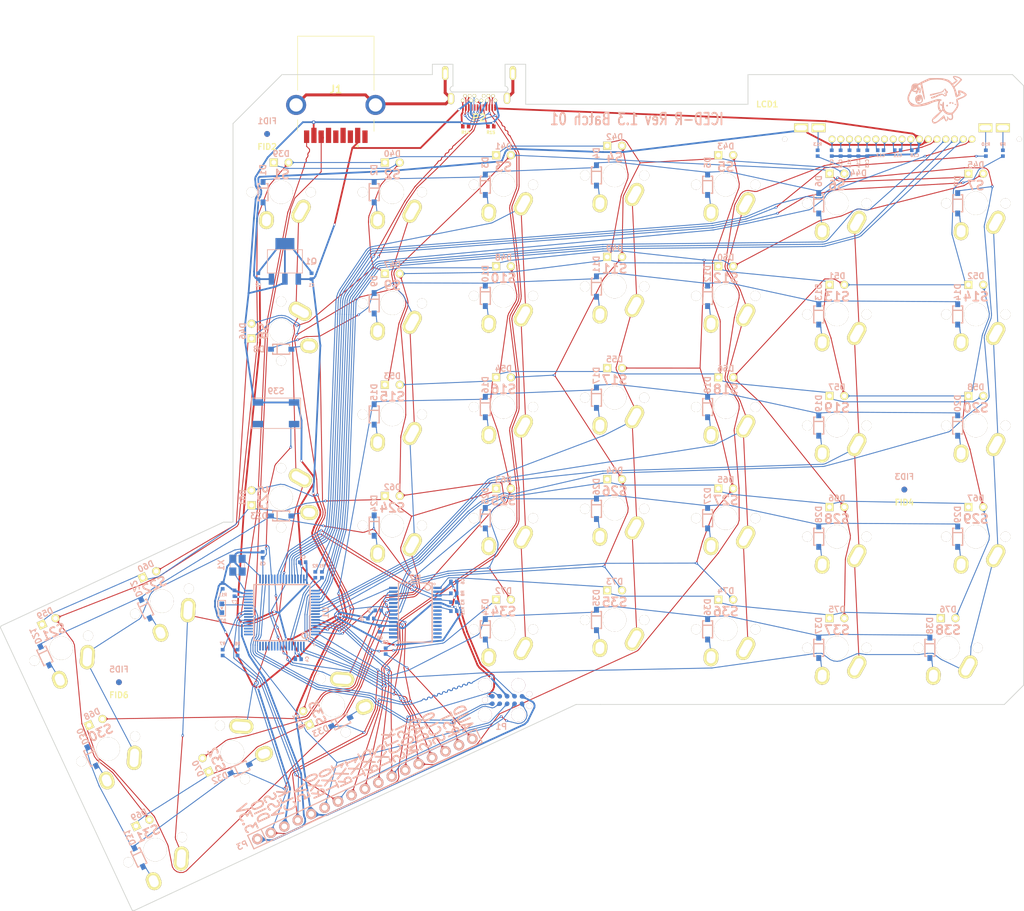
<source format=kicad_pcb>
(kicad_pcb (version 20171130) (host pcbnew 5.1.6-c6e7f7d~87~ubuntu20.04.1)
  (title_block (title ICED-R) (date 2016-07-17) (rev "Rev 1.2b") (company "Input Club"))
  (layers (0 Front signal) (31 Back signal) (34 B.Paste user) (35 F.Paste user) (36 B.SilkS user) (37 F.SilkS user) (38 B.Mask user) (39 F.Mask user) (44 Edge.Cuts user))
  (net 0 "")
  (net 1 +5V)
  (net 2 /ledmatrix/CA1)
  (net 3 /ledmatrix/CA2)
  (net 4 /ledmatrix/CA3)
  (net 5 /ledmatrix/CA4)
  (net 6 /ledmatrix/CA5)
  (net 7 /ledmatrix/CA6)
  (net 8 /ledmatrix/CA7)
  (net 9 /ledmatrix/CA8)
  (net 10 /ledmatrix/CA9)
  (net 11 /mcu/A0)
  (net 12 /mcu/INTB)
  (net 13 /mcu/LCD_KB)
  (net 14 /mcu/LCD_KG)
  (net 15 /mcu/LCD_KR)
  (net 16 /mcu/MOSI)
  (net 17 /mcu/RST)
  (net 18 /mcu/RX0)
  (net 19 /mcu/RX1)
  (net 20 /mcu/RX2)
  (net 21 /mcu/SCL0)
  (net 22 /mcu/SCLK)
  (net 23 /mcu/SDA0)
  (net 24 /mcu/SDB)
  (net 25 /mcu/SS1)
  (net 26 /mcu/SWD_CLK)
  (net 27 /mcu/SWD_DIO)
  (net 28 /mcu/TX0)
  (net 29 /mcu/TX1)
  (net 30 /mcu/TX2)
  (net 31 /mcu/USB_DM)
  (net 32 /mcu/USB_DP)
  (net 33 VDD)
  (net 34 VSS)
  (net 35 "Net-(C8-Pad1)")
  (net 36 "Net-(C9-Pad1)")
  (net 37 "Net-(C10-Pad1)")
  (net 38 "Net-(C11-Pad2)")
  (net 39 "Net-(C12-Pad2)")
  (net 40 "Net-(C13-Pad2)")
  (net 41 "Net-(C14-Pad2)")
  (net 42 "Net-(C15-Pad2)")
  (net 43 "Net-(D1-Pad1)")
  (net 44 "Net-(D2-Pad1)")
  (net 45 "Net-(D3-Pad1)")
  (net 46 "Net-(D4-Pad1)")
  (net 47 "Net-(D5-Pad1)")
  (net 48 "Net-(D6-Pad1)")
  (net 49 "Net-(D7-Pad1)")
  (net 50 "Net-(D8-Pad1)")
  (net 51 "Net-(D9-Pad1)")
  (net 52 "Net-(D10-Pad1)")
  (net 53 "Net-(D11-Pad1)")
  (net 54 "Net-(D12-Pad1)")
  (net 55 "Net-(D13-Pad1)")
  (net 56 "Net-(D14-Pad1)")
  (net 57 "Net-(D15-Pad1)")
  (net 58 "Net-(D16-Pad1)")
  (net 59 "Net-(D17-Pad1)")
  (net 60 "Net-(D18-Pad1)")
  (net 61 "Net-(D19-Pad1)")
  (net 62 "Net-(D20-Pad1)")
  (net 63 "Net-(D21-Pad1)")
  (net 64 "Net-(D22-Pad1)")
  (net 65 "Net-(D23-Pad1)")
  (net 66 "Net-(D24-Pad1)")
  (net 67 "Net-(D25-Pad1)")
  (net 68 "Net-(D26-Pad1)")
  (net 69 "Net-(D27-Pad1)")
  (net 70 "Net-(D28-Pad1)")
  (net 71 "Net-(D29-Pad1)")
  (net 72 "Net-(D30-Pad1)")
  (net 73 "Net-(D31-Pad1)")
  (net 74 "Net-(D32-Pad1)")
  (net 75 "Net-(D33-Pad1)")
  (net 76 "Net-(D34-Pad1)")
  (net 77 "Net-(D35-Pad1)")
  (net 78 "Net-(D36-Pad1)")
  (net 79 "Net-(D37-Pad1)")
  (net 80 "Net-(D38-Pad1)")
  (net 81 /mcu/PTA5)
  (net 82 "Net-(LCD1-Pad2)")
  (net 83 "Net-(LCD1-Pad20)")
  (net 84 "Net-(LCD1-Pad21)")
  (net 85 /mcu/AUD)
  (net 86 "Net-(R12-Pad1)")
  (net 87 "Net-(U1-Pad32)")
  (net 88 "Net-(U1-Pad33)")
  (net 89 "Net-(C11-Pad1)")
  (net 90 "Net-(C12-Pad1)")
  (net 91 "Net-(C16-Pad2)")
  (net 92 "Net-(C17-Pad2)")
  (net 93 "Net-(D77-Pad2)")
  (net 94 "Net-(R6-Pad1)")
  (net 95 "Net-(R7-Pad1)")
  (net 96 /mcu/MCU_RESET)
  (net 97 /Row1)
  (net 98 /Row2)
  (net 99 /Row3)
  (net 100 /Row4)
  (net 101 /Row5)
  (net 102 /GND)
  (net 103 "Net-(P2-Pad17)")
  (net 104 "Net-(P2-Pad20)")
  (net 105 "Net-(P2-Pad8)")
  (net 106 "Net-(P2-Pad5)")
  (net 107 "Net-(R1-Pad2)")
  (net 108 "Net-(R2-Pad2)")
  (net 109 /Col3)
  (net 110 /Col4)
  (net 111 /Col5)
  (net 112 /Col6)
  (net 113 /Col7)
  (net 114 /Col8)
  (net 115 /Col9)
  (net 116 /Col1)
  (net 117 /Col2)
  (net 118 "Net-(S39-Pad1)")
  (net 119 /mcu/ADC0_DP0)
  (net 120 /mcu/ADC0_DM0)
  (net 121 /mcu/ADC1_DP0)
  (net 122 /mcu/ADC1_DM0)
  (net 123 "Net-(U1-Pad13)")
  (net 124 "Net-(U1-Pad14)")
  (net 125 "Net-(U1-Pad15)")
  (net 126 "Net-(U1-Pad16)")
  (net 127 "Net-(U1-Pad17)")
  (net 128 "Net-(U1-Pad18)")
  (net 129 "Net-(U1-Pad19)")
  (net 130 "Net-(U1-Pad20)")
  (net 131 /mcu/PTA4)
  (net 132 /mcu/PTA12)
  (net 133 /mcu/PTA13)
  (net 134 /mcu/CB1)
  (net 135 /mcu/CB2)
  (net 136 /mcu/CB3)
  (net 137 /mcu/CB4)
  (net 138 /mcu/CB5)
  (net 139 /mcu/CB6)
  (net 140 /mcu/CB7)
  (net 141 /mcu/CB8)
  (net 142 /mcu/CB9)
  (net 143 "Net-(J1-Pad9)")
  (net 144 "Net-(J1-Pad8)")
  (net 145 "Net-(J1-Pad7)")
  (net 146 "Net-(J1-Pad3)")
  (net 147 "Net-(J1-Pad2)")
  (module prettylib:dickbut (layer Back) (at 184.697 49.158 270)
    (fp_text reference G*** hide)
    (fp_text value LOGO hide)
  )
  (module prettylib:692122030100 (layer Front) (at 81.75 50.148 180)
    (fp_text reference J1 (at 0 2.669) (layer F.SilkS) (effects (font (size 1.27 1.27) (thickness 0.254))))
    (fp_text value 692122030100 hide)
    (pad MH4 np_thru_hole circle (at 3.4 0 180) (size 2 0) (drill 2) (layers *.Cu *.Mask))
    (pad MH3 np_thru_hole circle (at -3.4 0 180) (size 2 0) (drill 2) (layers *.Cu *.Mask))
    (pad MH2 thru_hole circle (at 6.8 0 180) (size 3.438 3.438) (drill 2.2922) (layers *.Cu *.Mask) (net 102 /GND))
    (pad MH1 thru_hole circle (at -6.8 0 180) (size 3.438 3.438) (drill 2.2922) (layers *.Cu *.Mask) (net 102 /GND))
    (pad 9 smd rect (at -5 -5.445 180) (size 0.9 2.15) (layers Front F.Paste F.Mask) (net 143 "Net-(J1-Pad9)"))
    (pad 8 smd rect (at -2.5 -5.445 180) (size 0.9 2.15) (layers Front F.Paste F.Mask) (net 144 "Net-(J1-Pad8)"))
    (pad 7 smd rect (at 0 -5.445 180) (size 0.9 2.15) (layers Front F.Paste F.Mask) (net 145 "Net-(J1-Pad7)"))
    (pad 6 smd rect (at 2.5 -5.445 180) (size 0.9 2.15) (layers Front F.Paste F.Mask) (net 18 /mcu/RX0))
    (pad 5 smd rect (at 5 -5.445 180) (size 0.9 2.15) (layers Front F.Paste F.Mask) (net 28 /mcu/TX0))
    (pad 4 smd rect (at 3.75 -5.22 180) (size 0.9 2.6) (layers Front F.Paste F.Mask) (net 34 VSS))
    (pad 3 smd rect (at 1.25 -5.22 180) (size 0.9 2.6) (layers Front F.Paste F.Mask) (net 146 "Net-(J1-Pad3)"))
    (pad 2 smd rect (at -1.25 -5.22 180) (size 0.9 2.6) (layers Front F.Paste F.Mask) (net 147 "Net-(J1-Pad2)"))
    (pad 1 smd rect (at -3.75 -5.22 180) (size 0.9 2.6) (layers Front F.Paste F.Mask) (net 1 +5V))
  )
  (module prettylib:USB_C_MIDMOUNT_TH_IMPCUT (layer Front) (at 106.299 49.9364 180)
    (fp_text reference P2 (at 0 -2.4 180) (layer F.SilkS) (effects (font (size 1.2 1.2) (thickness 0.2))))
    (fp_text value USBC hide)
    (pad "" np_thru_hole circle (at -3.6 0 180) (size 0.7 0.7) (drill 0.7) (layers *.Cu *.Mask))
    (pad 1 smd rect (at -2.75 -0.66 180) (size 0.3 1.1) (layers Front F.Paste F.Mask) (net 34 VSS))
    (pad 2 smd rect (at -2.25 -0.66 180) (size 0.3 1.1) (layers Front F.Paste F.Mask) (net 29 /mcu/TX1))
    (pad 3 smd rect (at -1.75 -0.66 180) (size 0.3 1.1) (layers Front F.Paste F.Mask) (net 19 /mcu/RX1))
    (pad 4 smd rect (at -1.25 -0.66 180) (size 0.3 1.1) (layers Front F.Paste F.Mask) (net 1 +5V))
    (pad 5 smd rect (at -0.75 -0.66 180) (size 0.3 1.1) (layers Front F.Paste F.Mask) (net 106 "Net-(P2-Pad5)"))
    (pad 6 smd rect (at -0.25 -0.66 180) (size 0.3 1.1) (layers Front F.Paste F.Mask) (net 32 /mcu/USB_DP))
    (pad 7 smd rect (at 0.25 -0.66 180) (size 0.3 1.1) (layers Front F.Paste F.Mask) (net 31 /mcu/USB_DM))
    (pad 8 smd rect (at 0.75 -0.66 180) (size 0.3 1.1) (layers Front F.Paste F.Mask) (net 105 "Net-(P2-Pad8)"))
    (pad 9 smd rect (at 1.25 -0.66 180) (size 0.3 1.1) (layers Front F.Paste F.Mask) (net 1 +5V))
    (pad 10 smd rect (at 1.75 -0.66 180) (size 0.3 1.1) (layers Front F.Paste F.Mask) (net 19 /mcu/RX1))
    (pad 11 smd rect (at 2.25 -0.66 180) (size 0.3 1.1) (layers Front F.Paste F.Mask) (net 29 /mcu/TX1))
    (pad 12 smd rect (at 2.75 -0.66 180) (size 0.3 1.1) (layers Front F.Paste F.Mask) (net 34 VSS))
    (pad 13 thru_hole circle (at 2.8 0.55 180) (size 0.6 0.6) (drill 0.4) (layers *.Cu *.Mask F.SilkS) (net 34 VSS))
    (pad 14 thru_hole circle (at 2.4 1.35 180) (size 0.6 0.6) (drill 0.4) (layers *.Cu *.Mask F.SilkS) (net 29 /mcu/TX1))
    (pad 15 thru_hole circle (at 1.6 1.35 180) (size 0.6 0.6) (drill 0.4) (layers *.Cu *.Mask F.SilkS) (net 19 /mcu/RX1))
    (pad 16 thru_hole circle (at 1.35 0.55 180) (size 0.6 0.6) (drill 0.4) (layers *.Cu *.Mask F.SilkS) (net 1 +5V))
    (pad 17 thru_hole circle (at 0.8 1.35 180) (size 0.6 0.6) (drill 0.4) (layers *.Cu *.Mask F.SilkS) (net 103 "Net-(P2-Pad17)"))
    (pad 18 thru_hole circle (at 0.4 0.55 180) (size 0.6 0.6) (drill 0.4) (layers *.Cu *.Mask F.SilkS) (net 32 /mcu/USB_DP))
    (pad 19 thru_hole circle (at -0.4 0.55 180) (size 0.6 0.6) (drill 0.4) (layers *.Cu *.Mask F.SilkS) (net 31 /mcu/USB_DM))
    (pad 20 thru_hole circle (at -0.8 1.35 180) (size 0.6 0.6) (drill 0.4) (layers *.Cu *.Mask F.SilkS) (net 104 "Net-(P2-Pad20)"))
    (pad 21 thru_hole circle (at -1.35 0.55 180) (size 0.6 0.6) (drill 0.4) (layers *.Cu *.Mask F.SilkS) (net 1 +5V))
    (pad 22 thru_hole circle (at -1.6 1.35 180) (size 0.6 0.6) (drill 0.4) (layers *.Cu *.Mask F.SilkS) (net 19 /mcu/RX1))
    (pad 23 thru_hole circle (at -2.4 1.35 180) (size 0.6 0.6) (drill 0.4) (layers *.Cu *.Mask F.SilkS) (net 29 /mcu/TX1))
    (pad 24 thru_hole circle (at -2.8 0.55 180) (size 0.6 0.6) (drill 0.4) (layers *.Cu *.Mask F.SilkS) (net 34 VSS))
    (pad 25 thru_hole oval (at -4.8 0.925 180) (size 1.1 1.95) (drill oval 0.6 1.45) (layers *.Cu *.Mask F.SilkS) (net 102 /GND))
    (pad 25 thru_hole oval (at 4.8 0.875 180) (size 1.1 1.95) (drill oval 0.6 1.45) (layers *.Cu *.Mask F.SilkS) (net 102 /GND))
    (pad 25 thru_hole oval (at -5.8 5.1 180) (size 1.1 2.4) (drill oval 0.6 1.6 (offset 0 0.15)) (layers *.Cu *.Mask F.SilkS) (net 102 /GND))
    (pad 25 thru_hole oval (at 5.8 5.1 180) (size 1.1 2.4) (drill oval 0.6 1.6 (offset 0 0.15)) (layers *.Cu *.Mask F.SilkS) (net 102 /GND))
    (pad "" np_thru_hole oval (at 3.6 0 180) (size 0.95 0.7) (drill oval 0.95 0.7) (layers *.Cu *.Mask))
  )
  (module prettylib:LQFP64 (layer Back) (at 72.517 137.16 90)
    (fp_text reference U1 (at 0.002 7.5 90) (layer B.SilkS) (effects (font (thickness 0.2)) (justify mirror)))
    (fp_text value MK20DX256VLH7 hide)
    (fp_text user ○ (at -5.55 5.55 90) (layer B.SilkS) (effects (font (size 0.4 0.4) (thickness 0.1)) (justify mirror)))
    (pad 1 smd rect (at -5.75 3.75 90) (size 1.5 0.3) (layers Back B.Paste B.Mask) (net 29 /mcu/TX1))
    (pad 2 smd rect (at -5.75 3.25 90) (size 1.5 0.3) (layers Back B.Paste B.Mask) (net 19 /mcu/RX1))
    (pad 3 smd rect (at -5.75 2.75 90) (size 1.5 0.3) (layers Back B.Paste B.Mask) (net 33 VDD))
    (pad 4 smd rect (at -5.75 2.25 90) (size 1.5 0.3) (layers Back B.Paste B.Mask) (net 34 VSS))
    (pad 5 smd rect (at -5.75 1.75 90) (size 1.5 0.3) (layers Back B.Paste B.Mask) (net 107 "Net-(R1-Pad2)"))
    (pad 6 smd rect (at -5.75 1.25 90) (size 1.5 0.3) (layers Back B.Paste B.Mask) (net 108 "Net-(R2-Pad2)"))
    (pad 7 smd rect (at -5.75 0.75 90) (size 1.5 0.3) (layers Back B.Paste B.Mask) (net 33 VDD))
    (pad 8 smd rect (at -5.75 0.25 90) (size 1.5 0.3) (layers Back B.Paste B.Mask) (net 33 VDD))
    (pad 9 smd rect (at -5.75 -0.25 90) (size 1.5 0.3) (layers Back B.Paste B.Mask) (net 119 /mcu/ADC0_DP0))
    (pad 10 smd rect (at -5.75 -0.75 90) (size 1.5 0.3) (layers Back B.Paste B.Mask) (net 120 /mcu/ADC0_DM0))
    (pad 11 smd rect (at -5.75 -1.25 90) (size 1.5 0.3) (layers Back B.Paste B.Mask) (net 121 /mcu/ADC1_DP0))
    (pad 12 smd rect (at -5.75 -1.75 90) (size 1.5 0.3) (layers Back B.Paste B.Mask) (net 122 /mcu/ADC1_DM0))
    (pad 13 smd rect (at -5.75 -2.25 90) (size 1.5 0.3) (layers Back B.Paste B.Mask) (net 123 "Net-(U1-Pad13)"))
    (pad 14 smd rect (at -5.75 -2.75 90) (size 1.5 0.3) (layers Back B.Paste B.Mask) (net 124 "Net-(U1-Pad14)"))
    (pad 15 smd rect (at -5.75 -3.25 90) (size 1.5 0.3) (layers Back B.Paste B.Mask) (net 125 "Net-(U1-Pad15)"))
    (pad 16 smd rect (at -5.75 -3.75 90) (size 1.5 0.3) (layers Back B.Paste B.Mask) (net 126 "Net-(U1-Pad16)"))
    (pad 17 smd rect (at -3.75 -5.75) (size 1.5 0.3) (layers Back B.Paste B.Mask) (net 127 "Net-(U1-Pad17)"))
    (pad 18 smd rect (at -3.25 -5.75) (size 1.5 0.3) (layers Back B.Paste B.Mask) (net 128 "Net-(U1-Pad18)"))
    (pad 19 smd rect (at -2.75 -5.75) (size 1.5 0.3) (layers Back B.Paste B.Mask) (net 129 "Net-(U1-Pad19)"))
    (pad 20 smd rect (at -2.25 -5.75) (size 1.5 0.3) (layers Back B.Paste B.Mask) (net 130 "Net-(U1-Pad20)"))
    (pad 21 smd rect (at -1.75 -5.75) (size 1.5 0.3) (layers Back B.Paste B.Mask) (net 33 VDD))
    (pad 22 smd rect (at -1.25 -5.75) (size 1.5 0.3) (layers Back B.Paste B.Mask) (net 94 "Net-(R6-Pad1)"))
    (pad 23 smd rect (at -0.75 -5.75) (size 1.5 0.3) (layers Back B.Paste B.Mask) (net 18 /mcu/RX0))
    (pad 24 smd rect (at -0.25 -5.75) (size 1.5 0.3) (layers Back B.Paste B.Mask) (net 28 /mcu/TX0))
    (pad 25 smd rect (at 0.25 -5.75) (size 1.5 0.3) (layers Back B.Paste B.Mask) (net 95 "Net-(R7-Pad1)"))
    (pad 26 smd rect (at 0.75 -5.75) (size 1.5 0.3) (layers Back B.Paste B.Mask) (net 131 /mcu/PTA4))
    (pad 27 smd rect (at 1.25 -5.75) (size 1.5 0.3) (layers Back B.Paste B.Mask) (net 81 /mcu/PTA5))
    (pad 28 smd rect (at 1.75 -5.75) (size 1.5 0.3) (layers Back B.Paste B.Mask) (net 132 /mcu/PTA12))
    (pad 29 smd rect (at 2.25 -5.75) (size 1.5 0.3) (layers Back B.Paste B.Mask) (net 133 /mcu/PTA13))
    (pad 30 smd rect (at 2.75 -5.75) (size 1.5 0.3) (layers Back B.Paste B.Mask) (net 33 VDD))
    (pad 31 smd rect (at 3.25 -5.75) (size 1.5 0.3) (layers Back B.Paste B.Mask) (net 34 VSS))
    (pad 32 smd rect (at 3.75 -5.75) (size 1.5 0.3) (layers Back B.Paste B.Mask) (net 87 "Net-(U1-Pad32)"))
    (pad 33 smd rect (at 5.75 -3.75 90) (size 1.5 0.3) (layers Back B.Paste B.Mask) (net 88 "Net-(U1-Pad33)"))
    (pad 34 smd rect (at 5.75 -3.25 90) (size 1.5 0.3) (layers Back B.Paste B.Mask) (net 96 /mcu/MCU_RESET))
    (pad 35 smd rect (at 5.75 -2.75 90) (size 1.5 0.3) (layers Back B.Paste B.Mask) (net 21 /mcu/SCL0))
    (pad 36 smd rect (at 5.75 -2.25 90) (size 1.5 0.3) (layers Back B.Paste B.Mask) (net 23 /mcu/SDA0))
    (pad 37 smd rect (at 5.75 -1.75 90) (size 1.5 0.3) (layers Back B.Paste B.Mask) (net 116 /Col1))
    (pad 38 smd rect (at 5.75 -1.25 90) (size 1.5 0.3) (layers Back B.Paste B.Mask) (net 117 /Col2))
    (pad 39 smd rect (at 5.75 -0.75 90) (size 1.5 0.3) (layers Back B.Paste B.Mask) (net 24 /mcu/SDB))
    (pad 40 smd rect (at 5.75 -0.25 90) (size 1.5 0.3) (layers Back B.Paste B.Mask) (net 12 /mcu/INTB))
    (pad 41 smd rect (at 5.75 0.25 90) (size 1.5 0.3) (layers Back B.Paste B.Mask) (net 109 /Col3))
    (pad 42 smd rect (at 5.75 0.75 90) (size 1.5 0.3) (layers Back B.Paste B.Mask) (net 110 /Col4))
    (pad 43 smd rect (at 5.75 1.25 90) (size 1.5 0.3) (layers Back B.Paste B.Mask) (net 111 /Col5))
    (pad 44 smd rect (at 5.75 1.75 90) (size 1.5 0.3) (layers Back B.Paste B.Mask) (net 15 /mcu/LCD_KR))
    (pad 45 smd rect (at 5.75 2.25 90) (size 1.5 0.3) (layers Back B.Paste B.Mask) (net 14 /mcu/LCD_KG))
    (pad 46 smd rect (at 5.75 2.75 90) (size 1.5 0.3) (layers Back B.Paste B.Mask) (net 13 /mcu/LCD_KB))
    (pad 47 smd rect (at 5.75 3.25 90) (size 1.5 0.3) (layers Back B.Paste B.Mask) (net 34 VSS))
    (pad 48 smd rect (at 5.75 3.75 90) (size 1.5 0.3) (layers Back B.Paste B.Mask) (net 33 VDD))
    (pad 49 smd rect (at 3.75 5.75) (size 1.5 0.3) (layers Back B.Paste B.Mask) (net 25 /mcu/SS1))
    (pad 50 smd rect (at 3.25 5.75) (size 1.5 0.3) (layers Back B.Paste B.Mask) (net 22 /mcu/SCLK))
    (pad 51 smd rect (at 2.75 5.75) (size 1.5 0.3) (layers Back B.Paste B.Mask) (net 16 /mcu/MOSI))
    (pad 52 smd rect (at 2.25 5.75) (size 1.5 0.3) (layers Back B.Paste B.Mask) (net 11 /mcu/A0))
    (pad 53 smd rect (at 1.75 5.75) (size 1.5 0.3) (layers Back B.Paste B.Mask) (net 17 /mcu/RST))
    (pad 54 smd rect (at 1.25 5.75) (size 1.5 0.3) (layers Back B.Paste B.Mask) (net 112 /Col6))
    (pad 55 smd rect (at 0.75 5.75) (size 1.5 0.3) (layers Back B.Paste B.Mask) (net 113 /Col7))
    (pad 56 smd rect (at 0.25 5.75) (size 1.5 0.3) (layers Back B.Paste B.Mask) (net 114 /Col8))
    (pad 57 smd rect (at -0.25 5.75) (size 1.5 0.3) (layers Back B.Paste B.Mask) (net 115 /Col9))
    (pad 58 smd rect (at -0.75 5.75) (size 1.5 0.3) (layers Back B.Paste B.Mask) (net 97 /Row1))
    (pad 59 smd rect (at -1.25 5.75) (size 1.5 0.3) (layers Back B.Paste B.Mask) (net 20 /mcu/RX2))
    (pad 60 smd rect (at -1.75 5.75) (size 1.5 0.3) (layers Back B.Paste B.Mask) (net 30 /mcu/TX2))
    (pad 61 smd rect (at -2.25 5.75) (size 1.5 0.3) (layers Back B.Paste B.Mask) (net 98 /Row2))
    (pad 62 smd rect (at -2.75 5.75) (size 1.5 0.3) (layers Back B.Paste B.Mask) (net 99 /Row3))
    (pad 63 smd rect (at -3.25 5.75) (size 1.5 0.3) (layers Back B.Paste B.Mask) (net 100 /Row4))
    (pad 64 smd rect (at -3.75 5.75) (size 1.5 0.3) (layers Back B.Paste B.Mask) (net 101 /Row5))
  )
  (module prettylib:NX3225SA (layer Back) (at 64.897 129.032 90)
    (fp_text reference X1 (at 0 -2.794 90) (layer B.SilkS) (effects (font (thickness 0.2)) (justify mirror)))
    (fp_text value CRYSTAL hide)
    (pad 3 smd rect (at 1.1 0.8 90) (size 1.4 1.2) (layers Back B.Paste B.Mask) (net 88 "Net-(U1-Pad33)"))
    (pad 2 smd rect (at 1.1 -0.8 90) (size 1.4 1.2) (layers Back B.Paste B.Mask) (net 34 VSS))
    (pad 1 smd rect (at -1.1 -0.8 90) (size 1.4 1.2) (layers Back B.Paste B.Mask) (net 87 "Net-(U1-Pad32)"))
    (pad 4 smd rect (at -1.1 0.8 90) (size 1.4 1.2) (layers Back B.Paste B.Mask) (net 34 VSS))
  )
  (module prettylib:HEADER_1x17 (layer Back) (at 86.741 167.386 295)
    (fp_text reference P3 (at -0.109634 23.144381 25) (layer B.SilkS) (effects (font (thickness 0.2)) (justify mirror)))
    (fp_text value CONN_17 hide)
    (pad 1 thru_hole circle (at 0 20.32 295) (size 1.8 1.8) (drill 1) (layers *.Cu *.Mask B.SilkS) (net 33 VDD))
    (pad 2 thru_hole circle (at 0 17.78 295) (size 1.8 1.8) (drill 1) (layers *.Cu *.Mask B.SilkS) (net 27 /mcu/SWD_DIO))
    (pad 3 thru_hole circle (at 0 15.24 295) (size 1.8 1.8) (drill 1) (layers *.Cu *.Mask B.SilkS) (net 34 VSS))
    (pad 4 thru_hole circle (at 0 12.7 295) (size 1.8 1.8) (drill 1) (layers *.Cu *.Mask B.SilkS) (net 26 /mcu/SWD_CLK))
    (pad 5 thru_hole circle (at 0 10.16 295) (size 1.8 1.8) (drill 1) (layers *.Cu *.Mask B.SilkS) (net 1 +5V))
    (pad 6 thru_hole circle (at 0 7.62 295) (size 1.8 1.8) (drill 1) (layers *.Cu *.Mask B.SilkS) (net 18 /mcu/RX0))
    (pad 7 thru_hole circle (at 0 5.08 295) (size 1.8 1.8) (drill 1) (layers *.Cu *.Mask B.SilkS) (net 28 /mcu/TX0))
    (pad 8 thru_hole circle (at 0 2.54 295) (size 1.8 1.8) (drill 1) (layers *.Cu *.Mask B.SilkS) (net 19 /mcu/RX1))
    (pad 9 thru_hole circle (at 0 0 295) (size 1.8 1.8) (drill 1) (layers *.Cu *.Mask B.SilkS) (net 29 /mcu/TX1))
    (pad 10 thru_hole circle (at 0 -2.54 295) (size 1.8 1.8) (drill 1) (layers *.Cu *.Mask B.SilkS) (net 20 /mcu/RX2))
    (pad 11 thru_hole circle (at 0 -5.08 295) (size 1.8 1.8) (drill 1) (layers *.Cu *.Mask B.SilkS) (net 30 /mcu/TX2))
    (pad 12 thru_hole circle (at 0 -7.62 295) (size 1.8 1.8) (drill 1) (layers *.Cu *.Mask B.SilkS) (net 22 /mcu/SCLK))
    (pad 13 thru_hole circle (at 0 -10.16 295) (size 1.8 1.8) (drill 1) (layers *.Cu *.Mask B.SilkS) (net 16 /mcu/MOSI))
    (pad 14 thru_hole circle (at 0 -12.7 295) (size 1.8 1.8) (drill 1) (layers *.Cu *.Mask B.SilkS) (net 23 /mcu/SDA0))
    (pad 15 thru_hole circle (at 0 -15.24 295) (size 1.8 1.8) (drill 1) (layers *.Cu *.Mask B.SilkS) (net 21 /mcu/SCL0))
    (pad 16 thru_hole circle (at 0 -17.78 295) (size 1.8 1.8) (drill 1) (layers *.Cu *.Mask B.SilkS) (net 96 /mcu/MCU_RESET))
    (pad 17 thru_hole circle (at 0 -20.32 295) (size 1.8 1.8) (drill 1) (layers *.Cu *.Mask B.SilkS) (net 85 /mcu/AUD))
  )
  (module prettylib:JLINK_NEEDLE (layer Back) (at 111.125 152.146)
    (fp_text reference P1 (at -1.016 4.572) (layer B.SilkS) (effects (font (thickness 0.2)) (justify mirror)))
    (fp_text value FLASH_HDR hide)
    (pad 8 smd circle (at 0 0.635) (size 0.7874 0.7874) (layers Back B.Mask) (net 18 /mcu/RX0))
    (pad 3 smd circle (at 0 -0.635) (size 0.7874 0.7874) (layers Back B.Mask) (net 34 VSS))
    (pad 7 smd circle (at 1.27 0.635) (size 0.7874 0.7874) (layers Back B.Mask) (net 30 /mcu/TX2))
    (pad 4 smd circle (at 1.27 -0.635) (size 0.7874 0.7874) (layers Back B.Mask) (net 26 /mcu/SWD_CLK))
    (pad 5 smd circle (at 2.54 -0.635) (size 0.7874 0.7874) (layers Back B.Mask) (net 1 +5V))
    (pad 6 smd circle (at 2.54 0.635) (size 0.7874 0.7874) (layers Back B.Mask) (net 28 /mcu/TX0))
    (pad 9 smd circle (at -1.27 0.635) (size 0.7874 0.7874) (layers Back B.Mask) (net 81 /mcu/PTA5))
    (pad 2 smd circle (at -1.27 -0.635) (size 0.7874 0.7874) (layers Back B.Mask) (net 27 /mcu/SWD_DIO))
    (pad 10 smd circle (at -2.54 0.635) (size 0.7874 0.7874) (layers Back B.Mask) (net 96 /mcu/MCU_RESET))
    (pad 1 smd circle (at -2.54 -0.635) (size 0.7874 0.7874) (layers Back B.Mask) (net 33 VDD))
    (pad "" np_thru_hole circle (at -3.81 0) (size 0.99061 0.99061) (drill 0.9906) (layers *.Cu *.Mask B.SilkS))
    (pad "" np_thru_hole circle (at 3.81 1.016) (size 0.99061 0.99061) (drill 0.9906) (layers *.Cu *.Mask B.SilkS))
    (pad "" np_thru_hole circle (at 3.81 -1.016) (size 0.99061 0.99061) (drill 0.9906) (layers *.Cu *.Mask B.SilkS))
    (pad "" np_thru_hole circle (at -3.81 2.54) (size 2.37491 2.37491) (drill 2.3749) (layers *.Cu *.Mask B.SilkS))
    (pad "" np_thru_hole circle (at 1.905 2.54) (size 2.37491 2.37491) (drill 2.3749) (layers *.Cu *.Mask B.SilkS))
    (pad "" np_thru_hole circle (at -3.81 -2.54) (size 2.37491 2.37491) (drill 2.3749) (layers *.Cu *.Mask B.SilkS))
    (pad "" np_thru_hole circle (at 1.905 -2.54) (size 2.37491 2.37491) (drill 2.3749) (layers *.Cu *.Mask B.SilkS))
  )
  (module prettylib:SMD-1005 (layer Back) (at 62.357 144.018 180)
    (fp_text reference R7 (at 0 1.524 180) (layer B.SilkS) (effects (font (size 0.508 0.508) (thickness 0.127)) (justify mirror)))
    (fp_text value 100 hide)
    (pad 1 smd rect (at 0 0.5 180) (size 0.65 0.6) (layers Back B.Paste B.Mask) (net 95 "Net-(R7-Pad1)"))
    (pad 2 smd rect (at 0 -0.5 180) (size 0.65 0.6) (layers Back B.Paste B.Mask) (net 27 /mcu/SWD_DIO))
  )
  (module prettylib:SMD-1005 (layer Back) (at 164.338 58.42 180)
    (fp_text reference R13 (at 0 1.524 180) (layer B.SilkS) (effects (font (size 0.508 0.508) (thickness 0.127)) (justify mirror)))
    (fp_text value 33 hide)
    (pad 1 smd rect (at 0 0.5 180) (size 0.65 0.6) (layers Back B.Paste B.Mask) (net 82 "Net-(LCD1-Pad2)"))
    (pad 2 smd rect (at 0 -0.5 180) (size 0.65 0.6) (layers Back B.Paste B.Mask) (net 15 /mcu/LCD_KR))
  )
  (module prettylib:SMD-1005 (layer Back) (at 193.167 58.42 180)
    (fp_text reference R10 (at 0 1.524 180) (layer B.SilkS) (effects (font (size 0.508 0.508) (thickness 0.127)) (justify mirror)))
    (fp_text value 66.5 hide)
    (pad 1 smd rect (at 0 0.5 180) (size 0.65 0.6) (layers Back B.Paste B.Mask) (net 83 "Net-(LCD1-Pad20)"))
    (pad 2 smd rect (at 0 -0.5 180) (size 0.65 0.6) (layers Back B.Paste B.Mask) (net 14 /mcu/LCD_KG))
  )
  (module prettylib:SMD-1005 (layer Back) (at 196.088 58.42 180)
    (fp_text reference R9 (at 0 1.524 180) (layer B.SilkS) (effects (font (size 0.508 0.508) (thickness 0.127)) (justify mirror)))
    (fp_text value 66.5 hide)
    (pad 1 smd rect (at 0 0.5 180) (size 0.65 0.6) (layers Back B.Paste B.Mask) (net 84 "Net-(LCD1-Pad21)"))
    (pad 2 smd rect (at 0 -0.5 180) (size 0.65 0.6) (layers Back B.Paste B.Mask) (net 13 /mcu/LCD_KB))
  )
  (module prettylib:SMD-1005 (layer Back) (at 178.054 57.912 90)
    (fp_text reference C11 (at -0.889 0 180) (layer B.SilkS) (effects (font (size 0.508 0.508) (thickness 0.127)) (justify mirror)))
    (fp_text value 1uF hide)
    (pad 1 smd rect (at 0 0.5 90) (size 0.65 0.6) (layers Back B.Paste B.Mask) (net 89 "Net-(C11-Pad1)"))
    (pad 2 smd rect (at 0 -0.5 90) (size 0.65 0.6) (layers Back B.Paste B.Mask) (net 38 "Net-(C11-Pad2)"))
  )
  (module prettylib:SMD-1005 (layer Back) (at 166.751 58.42)
    (fp_text reference C17 (at 0 1.778 90) (layer B.SilkS) (effects (font (size 0.508 0.508) (thickness 0.127)) (justify mirror)))
    (fp_text value 1uF hide)
    (pad 1 smd rect (at 0 0.5) (size 0.65 0.6) (layers Back B.Paste B.Mask) (net 34 VSS))
    (pad 2 smd rect (at 0 -0.5) (size 0.65 0.6) (layers Back B.Paste B.Mask) (net 92 "Net-(C17-Pad2)"))
  )
  (module prettylib:SMD-1005 (layer Back) (at 175.133 57.912 90)
    (fp_text reference C12 (at -0.889 0 180) (layer B.SilkS) (effects (font (size 0.508 0.508) (thickness 0.127)) (justify mirror)))
    (fp_text value 1uF hide)
    (pad 1 smd rect (at 0 0.5 90) (size 0.65 0.6) (layers Back B.Paste B.Mask) (net 90 "Net-(C12-Pad1)"))
    (pad 2 smd rect (at 0 -0.5 90) (size 0.65 0.6) (layers Back B.Paste B.Mask) (net 39 "Net-(C12-Pad2)"))
  )
  (module prettylib:SMD-1005 (layer Back) (at 168.275 58.42)
    (fp_text reference C16 (at 0 1.778 270) (layer B.SilkS) (effects (font (size 0.508 0.508) (thickness 0.127)) (justify mirror)))
    (fp_text value 1uF hide)
    (pad 1 smd rect (at 0 0.5) (size 0.65 0.6) (layers Back B.Paste B.Mask) (net 34 VSS))
    (pad 2 smd rect (at 0 -0.5) (size 0.65 0.6) (layers Back B.Paste B.Mask) (net 91 "Net-(C16-Pad2)"))
  )
  (module prettylib:SMD-1005 (layer Back) (at 169.799 58.42)
    (fp_text reference C15 (at -0.031 1.763 90) (layer B.SilkS) (effects (font (size 0.508 0.508) (thickness 0.127)) (justify mirror)))
    (fp_text value 1uF hide)
    (pad 1 smd rect (at 0 0.5) (size 0.65 0.6) (layers Back B.Paste B.Mask) (net 34 VSS))
    (pad 2 smd rect (at 0 -0.5) (size 0.65 0.6) (layers Back B.Paste B.Mask) (net 42 "Net-(C15-Pad2)"))
  )
  (module prettylib:SMD-1005 (layer Back) (at 171.323 58.42)
    (fp_text reference C14 (at 0.026 1.763 270) (layer B.SilkS) (effects (font (size 0.508 0.508) (thickness 0.127)) (justify mirror)))
    (fp_text value 1uF hide)
    (pad 1 smd rect (at 0 0.5) (size 0.65 0.6) (layers Back B.Paste B.Mask) (net 34 VSS))
    (pad 2 smd rect (at 0 -0.5) (size 0.65 0.6) (layers Back B.Paste B.Mask) (net 41 "Net-(C14-Pad2)"))
  )
  (module prettylib:SMD-1005 (layer Back) (at 172.847 58.42)
    (fp_text reference C13 (at -0.017 1.763 270) (layer B.SilkS) (effects (font (size 0.508 0.508) (thickness 0.127)) (justify mirror)))
    (fp_text value 1uF hide)
    (pad 1 smd rect (at 0 0.5) (size 0.65 0.6) (layers Back B.Paste B.Mask) (net 34 VSS))
    (pad 2 smd rect (at 0 -0.5) (size 0.65 0.6) (layers Back B.Paste B.Mask) (net 40 "Net-(C13-Pad2)"))
  )
  (module prettylib:SMD-1005 (layer Back) (at 64.389 133.858)
    (fp_text reference C7 (at 0 1.524) (layer B.SilkS) (effects (font (size 0.508 0.508) (thickness 0.127)) (justify mirror)))
    (fp_text value 0.1uF hide)
    (pad 1 smd rect (at 0 0.5) (size 0.65 0.6) (layers Back B.Paste B.Mask) (net 33 VDD))
    (pad 2 smd rect (at 0 -0.5) (size 0.65 0.6) (layers Back B.Paste B.Mask) (net 34 VSS))
  )
  (module prettylib:SMD-1005 (layer Back) (at 101.981 135.382 90)
    (fp_text reference R3 (at 0 1.524 90) (layer B.SilkS) (effects (font (size 0.508 0.508) (thickness 0.127)) (justify mirror)))
    (fp_text value 4.7k hide)
    (pad 1 smd rect (at 0 0.5 90) (size 0.65 0.6) (layers Back B.Paste B.Mask) (net 33 VDD))
    (pad 2 smd rect (at 0 -0.5 90) (size 0.65 0.6) (layers Back B.Paste B.Mask) (net 12 /mcu/INTB))
  )
  (module prettylib:SMD-1005 (layer Back) (at 69.215 127.254)
    (fp_text reference C5 (at 0 1.524) (layer B.SilkS) (effects (font (size 0.508 0.508) (thickness 0.127)) (justify mirror)))
    (fp_text value 0.1uF hide)
    (pad 1 smd rect (at 0 0.5) (size 0.65 0.6) (layers Back B.Paste B.Mask) (net 96 /mcu/MCU_RESET))
    (pad 2 smd rect (at 0 -0.5) (size 0.65 0.6) (layers Back B.Paste B.Mask) (net 34 VSS))
  )
  (module prettylib:SMD-1005 (layer Back) (at 75.311 145.161 90)
    (fp_text reference C4 (at 0 1.524 90) (layer B.SilkS) (effects (font (size 0.508 0.508) (thickness 0.127)) (justify mirror)))
    (fp_text value 0.1uF hide)
    (pad 1 smd rect (at 0 0.5 90) (size 0.65 0.6) (layers Back B.Paste B.Mask) (net 33 VDD))
    (pad 2 smd rect (at 0 -0.5 90) (size 0.65 0.6) (layers Back B.Paste B.Mask) (net 34 VSS))
  )
  (module prettylib:SMD-1005 (layer Back) (at 77.597 79.502)
    (fp_text reference C1 (at 0 1.524) (layer B.SilkS) (effects (font (size 0.508 0.508) (thickness 0.127)) (justify mirror)))
    (fp_text value 1uF hide)
    (pad 1 smd rect (at 0 0.5) (size 0.65 0.6) (layers Back B.Paste B.Mask) (net 1 +5V))
    (pad 2 smd rect (at 0 -0.5) (size 0.65 0.6) (layers Back B.Paste B.Mask) (net 34 VSS))
  )
  (module prettylib:SMD-1005 (layer Back) (at 78.232 130.683 180)
    (fp_text reference R2 (at 0 1.524 180) (layer B.SilkS) (effects (font (size 0.508 0.508) (thickness 0.127)) (justify mirror)))
    (fp_text value 33 hide)
    (pad 1 smd rect (at 0 0.5 180) (size 0.65 0.6) (layers Back B.Paste B.Mask) (net 31 /mcu/USB_DM))
    (pad 2 smd rect (at 0 -0.5 180) (size 0.65 0.6) (layers Back B.Paste B.Mask) (net 108 "Net-(R2-Pad2)"))
  )
  (module prettylib:SMD-1005 (layer Back) (at 76.073 128.524 90)
    (fp_text reference C3 (at 0.889 0 180) (layer B.SilkS) (effects (font (size 0.508 0.508) (thickness 0.127)) (justify mirror)))
    (fp_text value 0.1uF hide)
    (pad 1 smd rect (at 0 0.5 90) (size 0.65 0.6) (layers Back B.Paste B.Mask) (net 33 VDD))
    (pad 2 smd rect (at 0 -0.5 90) (size 0.65 0.6) (layers Back B.Paste B.Mask) (net 34 VSS))
  )
  (module prettylib:SMD-1005 (layer Back) (at 68.453 79.502)
    (fp_text reference C2 (at 0 1.524) (layer B.SilkS) (effects (font (size 0.508 0.508) (thickness 0.127)) (justify mirror)))
    (fp_text value 1uF hide)
    (pad 1 smd rect (at 0 0.5) (size 0.65 0.6) (layers Back B.Paste B.Mask) (net 33 VDD))
    (pad 2 smd rect (at 0 -0.5) (size 0.65 0.6) (layers Back B.Paste B.Mask) (net 34 VSS))
  )
  (module prettylib:SMD-1005 (layer Back) (at 79.375 130.683 180)
    (fp_text reference R1 (at 0 1.524 180) (layer B.SilkS) (effects (font (size 0.508 0.508) (thickness 0.127)) (justify mirror)))
    (fp_text value 33 hide)
    (pad 1 smd rect (at 0 0.5 180) (size 0.65 0.6) (layers Back B.Paste B.Mask) (net 32 /mcu/USB_DP))
    (pad 2 smd rect (at 0 -0.5 180) (size 0.65 0.6) (layers Back B.Paste B.Mask) (net 107 "Net-(R1-Pad2)"))
  )
  (module prettylib:SMD-1005 (layer Back) (at 64.897 144.018 180)
    (fp_text reference R6 (at 0 1.524 180) (layer B.SilkS) (effects (font (size 0.508 0.508) (thickness 0.127)) (justify mirror)))
    (fp_text value 100 hide)
    (pad 1 smd rect (at 0 0.5 180) (size 0.65 0.6) (layers Back B.Paste B.Mask) (net 94 "Net-(R6-Pad1)"))
    (pad 2 smd rect (at 0 -0.5 180) (size 0.65 0.6) (layers Back B.Paste B.Mask) (net 26 /mcu/SWD_CLK))
  )
  (module prettylib:SMD-1005 (layer Back) (at 87.757 138.176 270)
    (fp_text reference R5 (at 0 1.524 270) (layer B.SilkS) (effects (font (size 0.508 0.508) (thickness 0.127)) (justify mirror)))
    (fp_text value 4.7k hide)
    (pad 1 smd rect (at 0 0.5 270) (size 0.65 0.6) (layers Back B.Paste B.Mask) (net 33 VDD))
    (pad 2 smd rect (at 0 -0.5 270) (size 0.65 0.6) (layers Back B.Paste B.Mask) (net 23 /mcu/SDA0))
  )
  (module prettylib:SMD-1005 (layer Back) (at 89.027 136.779 270)
    (fp_text reference R4 (at 0 1.524 270) (layer B.SilkS) (effects (font (size 0.508 0.508) (thickness 0.127)) (justify mirror)))
    (fp_text value 4.7k hide)
    (pad 1 smd rect (at 0 0.5 270) (size 0.65 0.6) (layers Back B.Paste B.Mask) (net 33 VDD))
    (pad 2 smd rect (at 0 -0.5 270) (size 0.65 0.6) (layers Back B.Paste B.Mask) (net 21 /mcu/SCL0))
  )
  (module prettylib:SMD-1005 (layer Back) (at 101.981 131.826 90)
    (fp_text reference C6 (at 0 1.524 90) (layer B.SilkS) (effects (font (size 0.508 0.508) (thickness 0.127)) (justify mirror)))
    (fp_text value 1uF hide)
    (pad 1 smd rect (at 0 0.5 90) (size 0.65 0.6) (layers Back B.Paste B.Mask) (net 34 VSS))
    (pad 2 smd rect (at 0 -0.5 90) (size 0.65 0.6) (layers Back B.Paste B.Mask) (net 33 VDD))
  )
  (module prettylib:SMD-1005 (layer Back) (at 90.297 143.764 180)
    (fp_text reference C8 (at 0 1.524 180) (layer B.SilkS) (effects (font (size 0.508 0.508) (thickness 0.127)) (justify mirror)))
    (fp_text value 0.22uF hide)
    (pad 1 smd rect (at 0 0.5 180) (size 0.65 0.6) (layers Back B.Paste B.Mask) (net 35 "Net-(C8-Pad1)"))
    (pad 2 smd rect (at 0 -0.5 180) (size 0.65 0.6) (layers Back B.Paste B.Mask) (net 85 /mcu/AUD))
  )
  (module prettylib:SMD-1005 (layer Back) (at 89.281 139.954)
    (fp_text reference C9 (at 0 1.524) (layer B.SilkS) (effects (font (size 0.508 0.508) (thickness 0.127)) (justify mirror)))
    (fp_text value 0.1uF hide)
    (pad 1 smd rect (at 0 0.5) (size 0.65 0.6) (layers Back B.Paste B.Mask) (net 36 "Net-(C9-Pad1)"))
    (pad 2 smd rect (at 0 -0.5) (size 0.65 0.6) (layers Back B.Paste B.Mask) (net 34 VSS))
  )
  (module prettylib:SMD-1005 (layer Back) (at 101.981 133.858 90)
    (fp_text reference R8 (at 0 1.524 90) (layer B.SilkS) (effects (font (size 0.508 0.508) (thickness 0.127)) (justify mirror)))
    (fp_text value 100k hide)
    (pad 1 smd rect (at 0 0.5 90) (size 0.65 0.6) (layers Back B.Paste B.Mask) (net 34 VSS))
    (pad 2 smd rect (at 0 -0.5 90) (size 0.65 0.6) (layers Back B.Paste B.Mask) (net 24 /mcu/SDB))
  )
  (module prettylib:SMD-1005 (layer Back) (at 62.357 132.588)
    (fp_text reference R11 (at 0 1.524) (layer B.SilkS) (effects (font (size 0.508 0.508) (thickness 0.127)) (justify mirror)))
    (fp_text value 1k hide)
    (pad 1 smd rect (at 0 0.5) (size 0.65 0.6) (layers Back B.Paste B.Mask) (net 93 "Net-(D77-Pad2)"))
    (pad 2 smd rect (at 0 -0.5) (size 0.65 0.6) (layers Back B.Paste B.Mask) (net 34 VSS))
  )
  (module prettylib:SMD-1005 (layer Back) (at 101.981 136.906 270)
    (fp_text reference R12 (at 0 -1.524 270) (layer B.SilkS) (effects (font (size 0.508 0.508) (thickness 0.127)) (justify mirror)))
    (fp_text value 20k hide)
    (pad 1 smd rect (at 0 0.5 270) (size 0.65 0.6) (layers Back B.Paste B.Mask) (net 86 "Net-(R12-Pad1)"))
    (pad 2 smd rect (at 0 -0.5 270) (size 0.65 0.6) (layers Back B.Paste B.Mask) (net 34 VSS))
  )
  (module prettylib:SSOP-28 (layer Back) (at 95.377 137.16 180)
    (fp_text reference U2 (at 0 5.92 180) (layer B.SilkS) (effects (font (thickness 0.2)) (justify mirror)))
    (fp_text value IS31FL3731C hide)
    (fp_text user ○ (at -3.28 4.925 180) (layer B.SilkS) (effects (font (size 0.4 0.4) (thickness 0.1)) (justify mirror)))
    (pad 1 smd rect (at -3.795 4.225 180) (size 1.43 0.4) (layers Back B.Paste B.Mask) (net 10 /ledmatrix/CA9))
    (pad 2 smd rect (at -3.795 3.575 180) (size 1.43 0.4) (layers Back B.Paste B.Mask) (net 33 VDD))
    (pad 3 smd rect (at -3.795 2.925 180) (size 1.43 0.4) (layers Back B.Paste B.Mask) (net 24 /mcu/SDB))
    (pad 4 smd rect (at -3.795 2.275 180) (size 1.43 0.4) (layers Back B.Paste B.Mask) (net 12 /mcu/INTB))
    (pad 5 smd rect (at -3.795 1.625 180) (size 1.43 0.4) (layers Back B.Paste B.Mask) (net 34 VSS))
    (pad 6 smd rect (at -3.795 0.975 180) (size 1.43 0.4) (layers Back B.Paste B.Mask) (net 86 "Net-(R12-Pad1)"))
    (pad 7 smd rect (at -3.795 0.325 180) (size 1.43 0.4) (layers Back B.Paste B.Mask) (net 134 /mcu/CB1))
    (pad 8 smd rect (at -3.795 -0.325 180) (size 1.43 0.4) (layers Back B.Paste B.Mask) (net 135 /mcu/CB2))
    (pad 9 smd rect (at -3.795 -0.975 180) (size 1.43 0.4) (layers Back B.Paste B.Mask) (net 136 /mcu/CB3))
    (pad 10 smd rect (at -3.795 -1.625 180) (size 1.43 0.4) (layers Back B.Paste B.Mask) (net 137 /mcu/CB4))
    (pad 11 smd rect (at -3.795 -2.275 180) (size 1.43 0.4) (layers Back B.Paste B.Mask) (net 138 /mcu/CB5))
    (pad 12 smd rect (at -3.795 -2.925 180) (size 1.43 0.4) (layers Back B.Paste B.Mask) (net 139 /mcu/CB6))
    (pad 13 smd rect (at -3.795 -3.575 180) (size 1.43 0.4) (layers Back B.Paste B.Mask) (net 140 /mcu/CB7))
    (pad 14 smd rect (at -3.795 -4.225 180) (size 1.43 0.4) (layers Back B.Paste B.Mask) (net 141 /mcu/CB8))
    (pad 15 smd rect (at 3.795 -4.225 180) (size 1.43 0.4) (layers Back B.Paste B.Mask) (net 142 /mcu/CB9))
    (pad 16 smd rect (at 3.795 -3.575 180) (size 1.43 0.4) (layers Back B.Paste B.Mask) (net 36 "Net-(C9-Pad1)"))
    (pad 17 smd rect (at 3.795 -2.925 180) (size 1.43 0.4) (layers Back B.Paste B.Mask) (net 35 "Net-(C8-Pad1)"))
    (pad 18 smd rect (at 3.795 -2.275 180) (size 1.43 0.4) (layers Back B.Paste B.Mask) (net 34 VSS))
    (pad 19 smd rect (at 3.795 -1.625 180) (size 1.43 0.4) (layers Back B.Paste B.Mask) (net 23 /mcu/SDA0))
    (pad 20 smd rect (at 3.795 -0.975 180) (size 1.43 0.4) (layers Back B.Paste B.Mask) (net 21 /mcu/SCL0))
    (pad 21 smd rect (at 3.795 -0.325 180) (size 1.43 0.4) (layers Back B.Paste B.Mask) (net 2 /ledmatrix/CA1))
    (pad 22 smd rect (at 3.795 0.325 180) (size 1.43 0.4) (layers Back B.Paste B.Mask) (net 3 /ledmatrix/CA2))
    (pad 23 smd rect (at 3.795 0.975 180) (size 1.43 0.4) (layers Back B.Paste B.Mask) (net 4 /ledmatrix/CA3))
    (pad 24 smd rect (at 3.795 1.625 180) (size 1.43 0.4) (layers Back B.Paste B.Mask) (net 5 /ledmatrix/CA4))
    (pad 25 smd rect (at 3.795 2.275 180) (size 1.43 0.4) (layers Back B.Paste B.Mask) (net 6 /ledmatrix/CA5))
    (pad 26 smd rect (at 3.795 2.925 180) (size 1.43 0.4) (layers Back B.Paste B.Mask) (net 7 /ledmatrix/CA6))
    (pad 27 smd rect (at 3.795 3.575 180) (size 1.43 0.4) (layers Back B.Paste B.Mask) (net 8 /ledmatrix/CA7))
    (pad 28 smd rect (at 3.795 4.225 180) (size 1.43 0.4) (layers Back B.Paste B.Mask) (net 9 /ledmatrix/CA8))
  )
  (module prettylib:LED-0603 (layer Back) (at 62.2125 136.419 270)
    (fp_text reference D77 (at 2.1384 -0.0175 180) (layer B.SilkS) (effects (font (size 0.508 0.508) (thickness 0.127)) (justify mirror)))
    (fp_text value LED hide)
    (pad 1 smd rect (at -0.7493 0 270) (size 0.79756 0.79756) (layers Back B.Paste B.Mask) (net 81 /mcu/PTA5))
    (pad 2 smd rect (at 0.7493 0 270) (size 0.79756 0.79756) (layers Back B.Paste B.Mask) (net 93 "Net-(D77-Pad2)"))
  )
  (module prettylib:SMD-1005 (layer Back) (at 180.975 57.912 270)
    (fp_text reference C10 (at 0.889 0) (layer B.SilkS) (effects (font (size 0.508 0.508) (thickness 0.127)) (justify mirror)))
    (fp_text value 1uF hide)
    (pad 1 smd rect (at 0 0.5 270) (size 0.65 0.6) (layers Back B.Paste B.Mask) (net 37 "Net-(C10-Pad1)"))
    (pad 2 smd rect (at 0 -0.5 270) (size 0.65 0.6) (layers Back B.Paste B.Mask) (net 34 VSS))
  )
  (module prettylib:TACT_5.2x5.2 (layer Back) (at 71.501 102.997)
    (fp_text reference S39 (at 0 -3.81) (layer B.SilkS) (effects (font (thickness 0.2)) (justify mirror)))
    (fp_text value TAC_SWITCH hide)
    (pad 1 smd rect (at -3.1 1.85) (size 1.8 1.1) (layers Back B.Paste B.Mask) (net 118 "Net-(S39-Pad1)"))
    (pad 3 smd rect (at -3.1 -1.85) (size 1.8 1.1) (layers Back B.Paste B.Mask) (net 34 VSS))
    (pad 2 smd rect (at 3.1 1.85) (size 1.8 1.1) (layers Back B.Paste B.Mask) (net 96 /mcu/MCU_RESET))
    (pad 4 smd rect (at 3.1 -1.85) (size 1.8 1.1) (layers Back B.Paste B.Mask) (net 34 VSS))
  )
  (module prettylib:SOT-223 (layer Back) (at 73.025 76.962 180)
    (fp_text reference Q1 (at -4.492 0.004 180) (layer B.SilkS) (effects (font (thickness 0.2)) (justify mirror)))
    (fp_text value TC1264 hide)
    (pad 2 smd rect (at 0 -3.05 180) (size 0.95 1.9) (layers Back B.Paste B.Mask) (net 34 VSS))
    (pad 3 smd rect (at 2.3 -3.05 180) (size 0.95 1.9) (layers Back B.Paste B.Mask) (net 33 VDD))
    (pad 1 smd rect (at -2.3 -3.05 180) (size 0.95 1.9) (layers Back B.Paste B.Mask) (net 1 +5V))
    (pad 2 smd rect (at 0 3.05 180) (size 3.25 1.9) (layers Back B.Paste B.Mask) (net 34 VSS))
  )
  (module prettylib:NHD-C12832A1Z (layer Front) (at 178.8 56.014)
    (fp_text reference LCD1 (at -23.098 -5.976) (layer F.SilkS) (effects (font (thickness 0.2))))
    (fp_text value NHD-C12832A1Z hide)
    (pad 1 thru_hole rect (at -17.3 -1.95 90) (size 1.5 2.4) (drill oval 0.9 2) (layers *.Cu *.Mask F.SilkS) (net 33 VDD))
    (pad 2 thru_hole rect (at -14.3 -1.95 90) (size 1.5 2.4) (drill oval 0.9 2) (layers *.Cu *.Mask F.SilkS) (net 82 "Net-(LCD1-Pad2)"))
    (pad 3 thru_hole circle (at -12 0 90) (size 1.2 1.2) (drill 0.7) (layers *.Cu *.Mask F.SilkS) (net 92 "Net-(C17-Pad2)"))
    (pad 4 thru_hole circle (at -10.5 0 90) (size 1.2 1.2) (drill 0.7) (layers *.Cu *.Mask F.SilkS) (net 91 "Net-(C16-Pad2)"))
    (pad 5 thru_hole circle (at -9 0 90) (size 1.2 1.2) (drill 0.7) (layers *.Cu *.Mask F.SilkS) (net 42 "Net-(C15-Pad2)"))
    (pad 6 thru_hole circle (at -7.5 0 90) (size 1.2 1.2) (drill 0.7) (layers *.Cu *.Mask F.SilkS) (net 41 "Net-(C14-Pad2)"))
    (pad 7 thru_hole circle (at -6 0 90) (size 1.2 1.2) (drill 0.7) (layers *.Cu *.Mask F.SilkS) (net 40 "Net-(C13-Pad2)"))
    (pad 8 thru_hole circle (at -4.5 0 90) (size 1.2 1.2) (drill 0.7) (layers *.Cu *.Mask F.SilkS) (net 39 "Net-(C12-Pad2)"))
    (pad 9 thru_hole circle (at -3 0 90) (size 1.2 1.2) (drill 0.7) (layers *.Cu *.Mask F.SilkS) (net 90 "Net-(C12-Pad1)"))
    (pad 10 thru_hole circle (at -1.5 0 90) (size 1.2 1.2) (drill 0.7) (layers *.Cu *.Mask F.SilkS) (net 38 "Net-(C11-Pad2)"))
    (pad 11 thru_hole circle (at 0 0 90) (size 1.2 1.2) (drill 0.7) (layers *.Cu *.Mask F.SilkS) (net 89 "Net-(C11-Pad1)"))
    (pad 12 thru_hole circle (at 1.5 0 90) (size 1.2 1.2) (drill 0.7) (layers *.Cu *.Mask F.SilkS) (net 37 "Net-(C10-Pad1)"))
    (pad 13 thru_hole circle (at 3 0 90) (size 1.2 1.2) (drill 0.7) (layers *.Cu *.Mask F.SilkS) (net 34 VSS))
    (pad 14 thru_hole circle (at 4.5 0 90) (size 1.2 1.2) (drill 0.7) (layers *.Cu *.Mask F.SilkS) (net 33 VDD))
    (pad 15 thru_hole circle (at 6 0 90) (size 1.2 1.2) (drill 0.7) (layers *.Cu *.Mask F.SilkS) (net 16 /mcu/MOSI))
    (pad 16 thru_hole circle (at 7.5 0 90) (size 1.2 1.2) (drill 0.7) (layers *.Cu *.Mask F.SilkS) (net 22 /mcu/SCLK))
    (pad 17 thru_hole circle (at 9 0 90) (size 1.2 1.2) (drill 0.7) (layers *.Cu *.Mask F.SilkS) (net 11 /mcu/A0))
    (pad 18 thru_hole circle (at 10.5 0 90) (size 1.2 1.2) (drill 0.7) (layers *.Cu *.Mask F.SilkS) (net 17 /mcu/RST))
    (pad 19 thru_hole circle (at 12 0 90) (size 1.2 1.2) (drill 0.7) (layers *.Cu *.Mask F.SilkS) (net 25 /mcu/SS1))
    (pad 20 thru_hole rect (at 14.3 -1.95 90) (size 1.5 2.4) (drill oval 0.9 2) (layers *.Cu *.Mask F.SilkS) (net 83 "Net-(LCD1-Pad20)"))
    (pad 21 thru_hole rect (at 17.3 -1.95 90) (size 1.5 2.4) (drill oval 0.9 2) (layers *.Cu *.Mask F.SilkS) (net 84 "Net-(LCD1-Pad21)"))
    (pad "" np_thru_hole circle (at 20.1 0 90) (size 0.85001 0.85001) (drill 0.85) (layers *.Cu *.Mask F.SilkS))
    (pad "" np_thru_hole circle (at -20.1 0 90) (size 0.85001 0.85001) (drill 0.85) (layers *.Cu *.Mask F.SilkS))
  )
  (module prettylib:FID (layer Front) (at 44.577 149.098)
    (fp_text reference FID6 (at 0 2.2) (layer F.SilkS) (effects (font (thickness 0.2))))
    (fp_text value >VALUE hide)
    (pad "" smd circle (at 0 0) (size 1 1) (layers Front F.Mask) (clearance 1.2))
  )
  (module prettylib:FID (layer Front) (at 179.197 116.078)
    (fp_text reference FID4 (at 0 2.2) (layer F.SilkS) (effects (font (thickness 0.2))))
    (fp_text value >VALUE hide)
    (pad "" smd circle (at 0 0) (size 1 1) (layers Front F.Mask) (clearance 1.2))
  )
  (module prettylib:FID (layer Front) (at 69.977 55.118)
    (fp_text reference FID2 (at 0 2.2) (layer F.SilkS) (effects (font (thickness 0.2))))
    (fp_text value >VALUE hide)
    (pad "" smd circle (at 0 0) (size 1 1) (layers Front F.Mask) (clearance 1.2))
  )
  (module prettylib:FID (layer Back) (at 69.977 55.118)
    (fp_text reference FID1 (at 0 -2.2) (layer B.SilkS) (effects (font (thickness 0.2)) (justify mirror)))
    (fp_text value >VALUE hide)
    (pad "" smd circle (at 0 0) (size 1 1) (layers Back B.Mask) (clearance 1.2))
  )
  (module prettylib:FID (layer Back) (at 179.197 116.078)
    (fp_text reference FID3 (at 0 -2.2) (layer B.SilkS) (effects (font (thickness 0.2)) (justify mirror)))
    (fp_text value >VALUE hide)
    (pad "" smd circle (at 0 0) (size 1 1) (layers Back B.Mask) (clearance 1.2))
  )
  (module prettylib:FID (layer Back) (at 44.577 149.098)
    (fp_text reference FID5 (at 0 -2.2) (layer B.SilkS) (effects (font (thickness 0.2)) (justify mirror)))
    (fp_text value >VALUE hide)
    (pad "" smd circle (at 0 0) (size 1 1) (layers Back B.Mask) (clearance 1.2))
  )
  (module prettylib:INSW_LEDS_REG (layer Front) (at 167.64 80.9727)
    (fp_text reference D51 (at 0 -1.5) (layer B.SilkS) (effects (font (thickness 0.2)) (justify mirror)))
    (fp_text value LED hide)
    (pad 2 thru_hole oval (at 1.27 0) (size 1.4 1.4) (drill 0.8) (layers *.Cu *.Mask F.SilkS) (net 4 /ledmatrix/CA3) (clearance 0.01))
    (pad 1 thru_hole rect (at -1.27 0) (size 1.4 1.4) (drill 0.8) (layers *.Cu *.Mask F.SilkS) (net 5 /ledmatrix/CA4) (clearance 0.01))
  )
  (module prettylib:INSW_LEDS_REG (layer Front) (at 48.6537 173.198 25)
    (fp_text reference D69 (at 0 -1.5 25) (layer B.SilkS) (effects (font (thickness 0.2)) (justify mirror)))
    (fp_text value LED hide)
    (pad 2 thru_hole oval (at 1.27 0 25) (size 1.4 1.4) (drill 0.8) (layers *.Cu *.Mask F.SilkS) (net 2 /ledmatrix/CA1) (clearance 0.01))
    (pad 1 thru_hole rect (at -1.27 0 25) (size 1.4 1.4) (drill 0.8) (layers *.Cu *.Mask F.SilkS) (net 9 /ledmatrix/CA8) (clearance 0.01))
  )
  (module prettylib:INSW_LEDS_REG (layer Front) (at 167.64 119.073)
    (fp_text reference D66 (at 0 -1.5) (layer B.SilkS) (effects (font (thickness 0.2)) (justify mirror)))
    (fp_text value LED hide)
    (pad 2 thru_hole oval (at 1.27 0) (size 1.4 1.4) (drill 0.8) (layers *.Cu *.Mask F.SilkS) (net 4 /ledmatrix/CA3) (clearance 0.01))
    (pad 1 thru_hole rect (at -1.27 0) (size 1.4 1.4) (drill 0.8) (layers *.Cu *.Mask F.SilkS) (net 8 /ledmatrix/CA7) (clearance 0.01))
  )
  (module prettylib:INSW_LEDS_REG (layer Front) (at 148.59 77.7977)
    (fp_text reference D50 (at 0 -1.5) (layer B.SilkS) (effects (font (thickness 0.2)) (justify mirror)))
    (fp_text value LED hide)
    (pad 2 thru_hole oval (at 1.27 0) (size 1.4 1.4) (drill 0.8) (layers *.Cu *.Mask F.SilkS) (net 3 /ledmatrix/CA2) (clearance 0.01))
    (pad 1 thru_hole rect (at -1.27 0) (size 1.4 1.4) (drill 0.8) (layers *.Cu *.Mask F.SilkS) (net 5 /ledmatrix/CA4) (clearance 0.01))
  )
  (module prettylib:INSW_LEDS_REG (layer Front) (at 148.59 115.898)
    (fp_text reference D65 (at 0 -1.5) (layer B.SilkS) (effects (font (thickness 0.2)) (justify mirror)))
    (fp_text value LED hide)
    (pad 2 thru_hole oval (at 1.27 0) (size 1.4 1.4) (drill 0.8) (layers *.Cu *.Mask F.SilkS) (net 3 /ledmatrix/CA2) (clearance 0.01))
    (pad 1 thru_hole rect (at -1.27 0) (size 1.4 1.4) (drill 0.8) (layers *.Cu *.Mask F.SilkS) (net 8 /ledmatrix/CA7) (clearance 0.01))
  )
  (module prettylib:INSW_LEDS_REG (layer Front) (at 129.54 76.2)
    (fp_text reference D49 (at 0 -1.5) (layer B.SilkS) (effects (font (thickness 0.2)) (justify mirror)))
    (fp_text value LED hide)
    (pad 2 thru_hole oval (at 1.27 0) (size 1.4 1.4) (drill 0.8) (layers *.Cu *.Mask F.SilkS) (net 2 /ledmatrix/CA1) (clearance 0.01))
    (pad 1 thru_hole rect (at -1.27 0) (size 1.4 1.4) (drill 0.8) (layers *.Cu *.Mask F.SilkS) (net 5 /ledmatrix/CA4) (clearance 0.01))
  )
  (module prettylib:INSW_LEDS_REG (layer Front) (at 129.54 114.3)
    (fp_text reference D64 (at 0 -1.5) (layer B.SilkS) (effects (font (thickness 0.2)) (justify mirror)))
    (fp_text value LED hide)
    (pad 2 thru_hole oval (at 1.27 0) (size 1.4 1.4) (drill 0.8) (layers *.Cu *.Mask F.SilkS) (net 2 /ledmatrix/CA1) (clearance 0.01))
    (pad 1 thru_hole rect (at -1.27 0) (size 1.4 1.4) (drill 0.8) (layers *.Cu *.Mask F.SilkS) (net 8 /ledmatrix/CA7) (clearance 0.01))
  )
  (module prettylib:INSW_LEDS_REG (layer Front) (at 110.49 77.7977)
    (fp_text reference D48 (at 0 -1.5) (layer B.SilkS) (effects (font (thickness 0.2)) (justify mirror)))
    (fp_text value LED hide)
    (pad 2 thru_hole oval (at 1.27 0) (size 1.4 1.4) (drill 0.8) (layers *.Cu *.Mask F.SilkS) (net 6 /ledmatrix/CA5) (clearance 0.01))
    (pad 1 thru_hole rect (at -1.27 0) (size 1.4 1.4) (drill 0.8) (layers *.Cu *.Mask F.SilkS) (net 3 /ledmatrix/CA2) (clearance 0.01))
  )
  (module prettylib:INSW_LEDS_REG (layer Front) (at 191.452 119.073)
    (fp_text reference D67 (at 0 -1.5) (layer B.SilkS) (effects (font (thickness 0.2)) (justify mirror)))
    (fp_text value LED hide)
    (pad 2 thru_hole oval (at 1.27 0) (size 1.4 1.4) (drill 0.8) (layers *.Cu *.Mask F.SilkS) (net 5 /ledmatrix/CA4) (clearance 0.01))
    (pad 1 thru_hole rect (at -1.27 0) (size 1.4 1.4) (drill 0.8) (layers *.Cu *.Mask F.SilkS) (net 8 /ledmatrix/CA7) (clearance 0.01))
  )
  (module prettylib:INSW_LEDS_REG (layer Front) (at 191.452 80.9727)
    (fp_text reference D52 (at 0 -1.5) (layer B.SilkS) (effects (font (thickness 0.2)) (justify mirror)))
    (fp_text value LED hide)
    (pad 2 thru_hole oval (at 1.27 0) (size 1.4 1.4) (drill 0.8) (layers *.Cu *.Mask F.SilkS) (net 5 /ledmatrix/CA4) (clearance 0.01))
    (pad 1 thru_hole rect (at -1.27 0) (size 1.4 1.4) (drill 0.8) (layers *.Cu *.Mask F.SilkS) (net 4 /ledmatrix/CA3) (clearance 0.01))
  )
  (module prettylib:INSW_LEDS_REG (layer Front) (at 40.6019 155.931 25)
    (fp_text reference D68 (at 0 -1.5 25) (layer B.SilkS) (effects (font (thickness 0.2)) (justify mirror)))
    (fp_text value LED hide)
    (pad 2 thru_hole oval (at 1.27 0 25) (size 1.4 1.4) (drill 0.8) (layers *.Cu *.Mask F.SilkS) (net 6 /ledmatrix/CA5) (clearance 0.01))
    (pad 1 thru_hole rect (at -1.27 0 25) (size 1.4 1.4) (drill 0.8) (layers *.Cu *.Mask F.SilkS) (net 8 /ledmatrix/CA7) (clearance 0.01))
  )
  (module prettylib:INSW_LEDS_REG (layer Front) (at 91.44 98.118)
    (fp_text reference D53 (at 0 -1.5) (layer B.SilkS) (effects (font (thickness 0.2)) (justify mirror)))
    (fp_text value LED hide)
    (pad 2 thru_hole oval (at 1.27 0) (size 1.4 1.4) (drill 0.8) (layers *.Cu *.Mask F.SilkS) (net 6 /ledmatrix/CA5) (clearance 0.01))
    (pad 1 thru_hole rect (at -1.27 0) (size 1.4 1.4) (drill 0.8) (layers *.Cu *.Mask F.SilkS) (net 4 /ledmatrix/CA3) (clearance 0.01))
  )
  (module prettylib:INSW_LEDS_REG (layer Front) (at 110.49 115.898)
    (fp_text reference D63 (at 0 -1.5) (layer B.SilkS) (effects (font (thickness 0.2)) (justify mirror)))
    (fp_text value LED hide)
    (pad 2 thru_hole oval (at 1.27 0) (size 1.4 1.4) (drill 0.8) (layers *.Cu *.Mask F.SilkS) (net 6 /ledmatrix/CA5) (clearance 0.01))
    (pad 1 thru_hole rect (at -1.27 0) (size 1.4 1.4) (drill 0.8) (layers *.Cu *.Mask F.SilkS) (net 7 /ledmatrix/CA6) (clearance 0.01))
  )
  (module prettylib:INSW_LEDS_REG (layer Front) (at 110.49 96.848)
    (fp_text reference D54 (at 0 -1.5) (layer B.SilkS) (effects (font (thickness 0.2)) (justify mirror)))
    (fp_text value LED hide)
    (pad 2 thru_hole oval (at 1.27 0) (size 1.4 1.4) (drill 0.8) (layers *.Cu *.Mask F.SilkS) (net 2 /ledmatrix/CA1) (clearance 0.01))
    (pad 1 thru_hole rect (at -1.27 0) (size 1.4 1.4) (drill 0.8) (layers *.Cu *.Mask F.SilkS) (net 6 /ledmatrix/CA5) (clearance 0.01))
  )
  (module prettylib:INSW_LEDS_REG (layer Front) (at 59.436 163.266 115)
    (fp_text reference D70 (at 0 -1.5 115) (layer B.SilkS) (effects (font (thickness 0.2)) (justify mirror)))
    (fp_text value LED hide)
    (pad 2 thru_hole oval (at 1.27 0 115) (size 1.4 1.4) (drill 0.8) (layers *.Cu *.Mask F.SilkS) (net 3 /ledmatrix/CA2) (clearance 0.01))
    (pad 1 thru_hole rect (at -1.27 0 115) (size 1.4 1.4) (drill 0.8) (layers *.Cu *.Mask F.SilkS) (net 9 /ledmatrix/CA8) (clearance 0.01))
  )
  (module prettylib:INSW_LEDS_REG (layer Front) (at 148.59 58.7477)
    (fp_text reference D43 (at 0 -1.5) (layer B.SilkS) (effects (font (thickness 0.2)) (justify mirror)))
    (fp_text value LED hide)
    (pad 2 thru_hole oval (at 1.27 0) (size 1.4 1.4) (drill 0.8) (layers *.Cu *.Mask F.SilkS) (net 6 /ledmatrix/CA5) (clearance 0.01))
    (pad 1 thru_hole rect (at -1.27 0) (size 1.4 1.4) (drill 0.8) (layers *.Cu *.Mask F.SilkS) (net 2 /ledmatrix/CA1) (clearance 0.01))
  )
  (module prettylib:INSW_LEDS_REG (layer Front) (at 129.54 95.25)
    (fp_text reference D55 (at 0 -1.5) (layer B.SilkS) (effects (font (thickness 0.2)) (justify mirror)))
    (fp_text value LED hide)
    (pad 2 thru_hole oval (at 1.27 0) (size 1.4 1.4) (drill 0.8) (layers *.Cu *.Mask F.SilkS) (net 3 /ledmatrix/CA2) (clearance 0.01))
    (pad 1 thru_hole rect (at -1.27 0) (size 1.4 1.4) (drill 0.8) (layers *.Cu *.Mask F.SilkS) (net 6 /ledmatrix/CA5) (clearance 0.01))
  )
  (module prettylib:INSW_LEDS_REG (layer Front) (at 76.6978 155.21 115)
    (fp_text reference D71 (at 0 -1.5 115) (layer B.SilkS) (effects (font (thickness 0.2)) (justify mirror)))
    (fp_text value LED hide)
    (pad 2 thru_hole oval (at 1.27 0 115) (size 1.4 1.4) (drill 0.8) (layers *.Cu *.Mask F.SilkS) (net 4 /ledmatrix/CA3) (clearance 0.01))
    (pad 1 thru_hole rect (at -1.27 0 115) (size 1.4 1.4) (drill 0.8) (layers *.Cu *.Mask F.SilkS) (net 9 /ledmatrix/CA8) (clearance 0.01))
  )
  (module prettylib:INSW_LEDS_REG (layer Front) (at 91.44 60.0202)
    (fp_text reference D40 (at 0 -1.5) (layer B.SilkS) (effects (font (thickness 0.2)) (justify mirror)))
    (fp_text value LED hide)
    (pad 2 thru_hole oval (at 1.27 0) (size 1.4 1.4) (drill 0.8) (layers *.Cu *.Mask F.SilkS) (net 3 /ledmatrix/CA2) (clearance 0.01))
    (pad 1 thru_hole rect (at -1.27 0) (size 1.4 1.4) (drill 0.8) (layers *.Cu *.Mask F.SilkS) (net 2 /ledmatrix/CA1) (clearance 0.01))
  )
  (module prettylib:INSW_LEDS_REG (layer Front) (at 148.59 96.848)
    (fp_text reference D56 (at 0 -1.5) (layer B.SilkS) (effects (font (thickness 0.2)) (justify mirror)))
    (fp_text value LED hide)
    (pad 2 thru_hole oval (at 1.27 0) (size 1.4 1.4) (drill 0.8) (layers *.Cu *.Mask F.SilkS) (net 4 /ledmatrix/CA3) (clearance 0.01))
    (pad 1 thru_hole rect (at -1.27 0) (size 1.4 1.4) (drill 0.8) (layers *.Cu *.Mask F.SilkS) (net 6 /ledmatrix/CA5) (clearance 0.01))
  )
  (module prettylib:INSW_LEDS_REG (layer Front) (at 110.49 134.948)
    (fp_text reference D72 (at 0 -1.5) (layer B.SilkS) (effects (font (thickness 0.2)) (justify mirror)))
    (fp_text value LED hide)
    (pad 2 thru_hole oval (at 1.27 0) (size 1.4 1.4) (drill 0.8) (layers *.Cu *.Mask F.SilkS) (net 5 /ledmatrix/CA4) (clearance 0.01))
    (pad 1 thru_hole rect (at -1.27 0) (size 1.4 1.4) (drill 0.8) (layers *.Cu *.Mask F.SilkS) (net 9 /ledmatrix/CA8) (clearance 0.01))
  )
  (module prettylib:INSW_LEDS_REG (layer Front) (at 110.49 58.7477)
    (fp_text reference D41 (at 0 -1.5) (layer B.SilkS) (effects (font (thickness 0.2)) (justify mirror)))
    (fp_text value LED hide)
    (pad 2 thru_hole oval (at 1.27 0) (size 1.4 1.4) (drill 0.8) (layers *.Cu *.Mask F.SilkS) (net 4 /ledmatrix/CA3) (clearance 0.01))
    (pad 1 thru_hole rect (at -1.27 0) (size 1.4 1.4) (drill 0.8) (layers *.Cu *.Mask F.SilkS) (net 2 /ledmatrix/CA1) (clearance 0.01))
  )
  (module prettylib:INSW_LEDS_REG (layer Front) (at 167.64 100.023)
    (fp_text reference D57 (at 0 -1.5) (layer B.SilkS) (effects (font (thickness 0.2)) (justify mirror)))
    (fp_text value LED hide)
    (pad 2 thru_hole oval (at 1.27 0) (size 1.4 1.4) (drill 0.8) (layers *.Cu *.Mask F.SilkS) (net 5 /ledmatrix/CA4) (clearance 0.01))
    (pad 1 thru_hole rect (at -1.27 0) (size 1.4 1.4) (drill 0.8) (layers *.Cu *.Mask F.SilkS) (net 6 /ledmatrix/CA5) (clearance 0.01))
  )
  (module prettylib:INSW_LEDS_REG (layer Front) (at 129.54 133.35)
    (fp_text reference D73 (at 0 -1.5) (layer B.SilkS) (effects (font (thickness 0.2)) (justify mirror)))
    (fp_text value LED hide)
    (pad 2 thru_hole oval (at 1.27 0) (size 1.4 1.4) (drill 0.8) (layers *.Cu *.Mask F.SilkS) (net 2 /ledmatrix/CA1) (clearance 0.01))
    (pad 1 thru_hole rect (at -1.27 0) (size 1.4 1.4) (drill 0.8) (layers *.Cu *.Mask F.SilkS) (net 10 /ledmatrix/CA9) (clearance 0.01))
  )
  (module prettylib:INSW_LEDS_REG (layer Front) (at 129.54 57.15)
    (fp_text reference D42 (at 0 -1.5) (layer B.SilkS) (effects (font (thickness 0.2)) (justify mirror)))
    (fp_text value LED hide)
    (pad 2 thru_hole oval (at 1.27 0) (size 1.4 1.4) (drill 0.8) (layers *.Cu *.Mask F.SilkS) (net 5 /ledmatrix/CA4) (clearance 0.01))
    (pad 1 thru_hole rect (at -1.27 0) (size 1.4 1.4) (drill 0.8) (layers *.Cu *.Mask F.SilkS) (net 2 /ledmatrix/CA1) (clearance 0.01))
  )
  (module prettylib:INSW_LEDS_REG (layer Front) (at 191.452 100.023)
    (fp_text reference D58 (at 0 -1.5) (layer B.SilkS) (effects (font (thickness 0.2)) (justify mirror)))
    (fp_text value LED hide)
    (pad 2 thru_hole oval (at 1.27 0) (size 1.4 1.4) (drill 0.8) (layers *.Cu *.Mask F.SilkS) (net 6 /ledmatrix/CA5) (clearance 0.01))
    (pad 1 thru_hole rect (at -1.27 0) (size 1.4 1.4) (drill 0.8) (layers *.Cu *.Mask F.SilkS) (net 5 /ledmatrix/CA4) (clearance 0.01))
  )
  (module prettylib:INSW_LEDS_REG (layer Front) (at 148.59 134.948)
    (fp_text reference D74 (at 0 -1.5) (layer B.SilkS) (effects (font (thickness 0.2)) (justify mirror)))
    (fp_text value LED hide)
    (pad 2 thru_hole oval (at 1.27 0) (size 1.4 1.4) (drill 0.8) (layers *.Cu *.Mask F.SilkS) (net 3 /ledmatrix/CA2) (clearance 0.01))
    (pad 1 thru_hole rect (at -1.27 0) (size 1.4 1.4) (drill 0.8) (layers *.Cu *.Mask F.SilkS) (net 10 /ledmatrix/CA9) (clearance 0.01))
  )
  (module prettylib:INSW_LEDS_REG (layer Front) (at 72.39 60.0202)
    (fp_text reference D39 (at 0 -1.5) (layer B.SilkS) (effects (font (thickness 0.2)) (justify mirror)))
    (fp_text value LED hide)
    (pad 2 thru_hole oval (at 1.27 0) (size 1.4 1.4) (drill 0.8) (layers *.Cu *.Mask F.SilkS) (net 2 /ledmatrix/CA1) (clearance 0.01))
    (pad 1 thru_hole rect (at -1.27 0) (size 1.4 1.4) (drill 0.8) (layers *.Cu *.Mask F.SilkS) (net 3 /ledmatrix/CA2) (clearance 0.01))
  )
  (module prettylib:INSW_LEDS_REG (layer Front) (at 32.5526 138.667 25)
    (fp_text reference D59 (at 0 -1.5 25) (layer B.SilkS) (effects (font (thickness 0.2)) (justify mirror)))
    (fp_text value LED hide)
    (pad 2 thru_hole oval (at 1.27 0 25) (size 1.4 1.4) (drill 0.8) (layers *.Cu *.Mask F.SilkS) (net 2 /ledmatrix/CA1) (clearance 0.01))
    (pad 1 thru_hole rect (at -1.27 0 25) (size 1.4 1.4) (drill 0.8) (layers *.Cu *.Mask F.SilkS) (net 7 /ledmatrix/CA6) (clearance 0.01))
  )
  (module prettylib:INSW_LEDS_REG (layer Front) (at 167.64 138.123)
    (fp_text reference D75 (at 0 -1.5) (layer B.SilkS) (effects (font (thickness 0.2)) (justify mirror)))
    (fp_text value LED hide)
    (pad 2 thru_hole oval (at 1.27 0) (size 1.4 1.4) (drill 0.8) (layers *.Cu *.Mask F.SilkS) (net 4 /ledmatrix/CA3) (clearance 0.01))
    (pad 1 thru_hole rect (at -1.27 0) (size 1.4 1.4) (drill 0.8) (layers *.Cu *.Mask F.SilkS) (net 10 /ledmatrix/CA9) (clearance 0.01))
  )
  (module prettylib:INSW_LEDS_REG (layer Front) (at 167.64 61.9252)
    (fp_text reference D44 (at 3.683 -0.0762) (layer B.SilkS) (effects (font (thickness 0.2)) (justify mirror)))
    (fp_text value LED hide)
    (pad 2 thru_hole oval (at 1.27 0) (size 1.4 1.4) (drill 0.8) (layers *.Cu *.Mask F.SilkS) (net 2 /ledmatrix/CA1) (clearance 0.01))
    (pad 1 thru_hole rect (at -1.27 0) (size 1.4 1.4) (drill 0.8) (layers *.Cu *.Mask F.SilkS) (net 4 /ledmatrix/CA3) (clearance 0.01))
  )
  (module prettylib:INSW_LEDS_REG (layer Front) (at 49.817 130.617 25)
    (fp_text reference D60 (at 0 -1.5 25) (layer B.SilkS) (effects (font (thickness 0.2)) (justify mirror)))
    (fp_text value LED hide)
    (pad 2 thru_hole oval (at 1.27 0 25) (size 1.4 1.4) (drill 0.8) (layers *.Cu *.Mask F.SilkS) (net 3 /ledmatrix/CA2) (clearance 0.01))
    (pad 1 thru_hole rect (at -1.27 0 25) (size 1.4 1.4) (drill 0.8) (layers *.Cu *.Mask F.SilkS) (net 7 /ledmatrix/CA6) (clearance 0.01))
  )
  (module prettylib:INSW_LEDS_REG (layer Front) (at 186.69 138.123)
    (fp_text reference D76 (at 0 -1.5) (layer B.SilkS) (effects (font (thickness 0.2)) (justify mirror)))
    (fp_text value LED hide)
    (pad 2 thru_hole oval (at 1.27 0) (size 1.4 1.4) (drill 0.8) (layers *.Cu *.Mask F.SilkS) (net 5 /ledmatrix/CA4) (clearance 0.01))
    (pad 1 thru_hole rect (at -1.27 0) (size 1.4 1.4) (drill 0.8) (layers *.Cu *.Mask F.SilkS) (net 10 /ledmatrix/CA9) (clearance 0.01))
  )
  (module prettylib:INSW_LEDS_REG (layer Front) (at 191.452 61.9252)
    (fp_text reference D45 (at 0 -1.5) (layer B.SilkS) (effects (font (thickness 0.2)) (justify mirror)))
    (fp_text value LED hide)
    (pad 2 thru_hole oval (at 1.27 0) (size 1.4 1.4) (drill 0.8) (layers *.Cu *.Mask F.SilkS) (net 3 /ledmatrix/CA2) (clearance 0.01))
    (pad 1 thru_hole rect (at -1.27 0) (size 1.4 1.4) (drill 0.8) (layers *.Cu *.Mask F.SilkS) (net 4 /ledmatrix/CA3) (clearance 0.01))
  )
  (module prettylib:INSW_LEDS_REG (layer Front) (at 67.31 117.485 90)
    (fp_text reference D61 (at 0 -1.5 90) (layer B.SilkS) (effects (font (thickness 0.2)) (justify mirror)))
    (fp_text value LED hide)
    (pad 2 thru_hole oval (at 1.27 0 90) (size 1.4 1.4) (drill 0.8) (layers *.Cu *.Mask F.SilkS) (net 4 /ledmatrix/CA3) (clearance 0.01))
    (pad 1 thru_hole rect (at -1.27 0 90) (size 1.4 1.4) (drill 0.8) (layers *.Cu *.Mask F.SilkS) (net 7 /ledmatrix/CA6) (clearance 0.01))
  )
  (module prettylib:INSW_LEDS_REG (layer Front) (at 67.31 88.9102 90)
    (fp_text reference D46 (at 0 -1.5 90) (layer B.SilkS) (effects (font (thickness 0.2)) (justify mirror)))
    (fp_text value LED hide)
    (pad 2 thru_hole oval (at 1.27 0 90) (size 1.4 1.4) (drill 0.8) (layers *.Cu *.Mask F.SilkS) (net 4 /ledmatrix/CA3) (clearance 0.01))
    (pad 1 thru_hole rect (at -1.27 0 90) (size 1.4 1.4) (drill 0.8) (layers *.Cu *.Mask F.SilkS) (net 3 /ledmatrix/CA2) (clearance 0.01))
  )
  (module prettylib:INSW_LEDS_REG (layer Front) (at 91.44 117.168)
    (fp_text reference D62 (at 0 -1.5) (layer B.SilkS) (effects (font (thickness 0.2)) (justify mirror)))
    (fp_text value LED hide)
    (pad 2 thru_hole oval (at 1.27 0) (size 1.4 1.4) (drill 0.8) (layers *.Cu *.Mask F.SilkS) (net 5 /ledmatrix/CA4) (clearance 0.01))
    (pad 1 thru_hole rect (at -1.27 0) (size 1.4 1.4) (drill 0.8) (layers *.Cu *.Mask F.SilkS) (net 7 /ledmatrix/CA6) (clearance 0.01))
  )
  (module prettylib:INSW_LEDS_REG (layer Front) (at 91.44 79.0677)
    (fp_text reference D47 (at 0 -1.5) (layer B.SilkS) (effects (font (thickness 0.2)) (justify mirror)))
    (fp_text value LED hide)
    (pad 2 thru_hole oval (at 1.27 0) (size 1.4 1.4) (drill 0.8) (layers *.Cu *.Mask F.SilkS) (net 5 /ledmatrix/CA4) (clearance 0.01))
    (pad 1 thru_hole rect (at -1.27 0) (size 1.4 1.4) (drill 0.8) (layers *.Cu *.Mask F.SilkS) (net 3 /ledmatrix/CA2) (clearance 0.01))
  )
  (module prettylib:SOT123-DIODE (layer Back) (at 82.6186 155.885 295)
    (fp_text reference D33 (at 0 3.81 205) (layer B.SilkS) (effects (font (size 1.016 1.016) (thickness 0.2032)) (justify mirror)))
    (fp_text value DIODE hide)
    (pad 2 smd rect (at 0 1.7526 25) (size 1.00076 0.8509) (layers Back B.Paste B.Mask) (net 101 /Row5))
    (pad 1 smd rect (at 0 -1.74752 25) (size 1.00076 0.8509) (layers Back B.Paste B.Mask) (net 75 "Net-(D33-Pad1)"))
  )
  (module prettylib:SOT123-DIODE (layer Back) (at 72.39 120.596 270)
    (fp_text reference D23 (at 0 3.81 180) (layer B.SilkS) (effects (font (size 1.016 1.016) (thickness 0.2032)) (justify mirror)))
    (fp_text value DIODE hide)
    (pad 2 smd rect (at 0 1.7526) (size 1.00076 0.8509) (layers Back B.Paste B.Mask) (net 100 /Row4))
    (pad 1 smd rect (at 0 -1.74752) (size 1.00076 0.8509) (layers Back B.Paste B.Mask) (net 65 "Net-(D23-Pad1)"))
  )
  (module prettylib:SOT123-DIODE (layer Back) (at 88.3285 122.248 180)
    (fp_text reference D24 (at 0 3.81 90) (layer B.SilkS) (effects (font (size 1.016 1.016) (thickness 0.2032)) (justify mirror)))
    (fp_text value DIODE hide)
    (pad 2 smd rect (at 0 1.7526 270) (size 1.00076 0.8509) (layers Back B.Paste B.Mask) (net 100 /Row4))
    (pad 1 smd rect (at 0 -1.74752 270) (size 1.00076 0.8509) (layers Back B.Paste B.Mask) (net 66 "Net-(D24-Pad1)"))
  )
  (module prettylib:SOT123-DIODE (layer Back) (at 107.378 120.978 180)
    (fp_text reference D25 (at 0 3.81 90) (layer B.SilkS) (effects (font (size 1.016 1.016) (thickness 0.2032)) (justify mirror)))
    (fp_text value DIODE hide)
    (pad 2 smd rect (at 0 1.7526 270) (size 1.00076 0.8509) (layers Back B.Paste B.Mask) (net 100 /Row4))
    (pad 1 smd rect (at 0 -1.74752 270) (size 1.00076 0.8509) (layers Back B.Paste B.Mask) (net 67 "Net-(D25-Pad1)"))
  )
  (module prettylib:SOT123-DIODE (layer Back) (at 126.428 119.38 180)
    (fp_text reference D26 (at 0 3.81 90) (layer B.SilkS) (effects (font (size 1.016 1.016) (thickness 0.2032)) (justify mirror)))
    (fp_text value DIODE hide)
    (pad 2 smd rect (at 0 1.7526 270) (size 1.00076 0.8509) (layers Back B.Paste B.Mask) (net 100 /Row4))
    (pad 1 smd rect (at 0 -1.74752 270) (size 1.00076 0.8509) (layers Back B.Paste B.Mask) (net 68 "Net-(D26-Pad1)"))
  )
  (module prettylib:SOT123-DIODE (layer Back) (at 145.478 120.978 180)
    (fp_text reference D27 (at 0 3.81 90) (layer B.SilkS) (effects (font (size 1.016 1.016) (thickness 0.2032)) (justify mirror)))
    (fp_text value DIODE hide)
    (pad 2 smd rect (at 0 1.7526 270) (size 1.00076 0.8509) (layers Back B.Paste B.Mask) (net 100 /Row4))
    (pad 1 smd rect (at 0 -1.74752 270) (size 1.00076 0.8509) (layers Back B.Paste B.Mask) (net 69 "Net-(D27-Pad1)"))
  )
  (module prettylib:SOT123-DIODE (layer Back) (at 164.528 124.153 180)
    (fp_text reference D28 (at 0 3.81 90) (layer B.SilkS) (effects (font (size 1.016 1.016) (thickness 0.2032)) (justify mirror)))
    (fp_text value DIODE hide)
    (pad 2 smd rect (at 0 1.7526 270) (size 1.00076 0.8509) (layers Back B.Paste B.Mask) (net 100 /Row4))
    (pad 1 smd rect (at 0 -1.74752 270) (size 1.00076 0.8509) (layers Back B.Paste B.Mask) (net 70 "Net-(D28-Pad1)"))
  )
  (module prettylib:SOT123-DIODE (layer Back) (at 188.34 124.153 180)
    (fp_text reference D29 (at 0 3.81 90) (layer B.SilkS) (effects (font (size 1.016 1.016) (thickness 0.2032)) (justify mirror)))
    (fp_text value DIODE hide)
    (pad 2 smd rect (at 0 1.7526 270) (size 1.00076 0.8509) (layers Back B.Paste B.Mask) (net 100 /Row4))
    (pad 1 smd rect (at 0 -1.74752 270) (size 1.00076 0.8509) (layers Back B.Paste B.Mask) (net 71 "Net-(D29-Pad1)"))
  )
  (module prettylib:SOT123-DIODE (layer Back) (at 39.9288 161.849 205)
    (fp_text reference D30 (at 0 3.81 115) (layer B.SilkS) (effects (font (size 1.016 1.016) (thickness 0.2032)) (justify mirror)))
    (fp_text value DIODE hide)
    (pad 2 smd rect (at 0 1.7526 295) (size 1.00076 0.8509) (layers Back B.Paste B.Mask) (net 101 /Row5))
    (pad 1 smd rect (at 0 -1.74752 295) (size 1.00076 0.8509) (layers Back B.Paste B.Mask) (net 72 "Net-(D30-Pad1)"))
  )
  (module prettylib:SOT123-DIODE (layer Back) (at 47.9806 179.116 205)
    (fp_text reference D31 (at 0 3.81 115) (layer B.SilkS) (effects (font (size 1.016 1.016) (thickness 0.2032)) (justify mirror)))
    (fp_text value DIODE hide)
    (pad 2 smd rect (at 0 1.7526 295) (size 1.00076 0.8509) (layers Back B.Paste B.Mask) (net 101 /Row5))
    (pad 1 smd rect (at 0 -1.74752 295) (size 1.00076 0.8509) (layers Back B.Paste B.Mask) (net 73 "Net-(D31-Pad1)"))
  )
  (module prettylib:SOT123-DIODE (layer Back) (at 65.3542 163.937 295)
    (fp_text reference D32 (at 0 3.81 205) (layer B.SilkS) (effects (font (size 1.016 1.016) (thickness 0.2032)) (justify mirror)))
    (fp_text value DIODE hide)
    (pad 2 smd rect (at 0 1.7526 25) (size 1.00076 0.8509) (layers Back B.Paste B.Mask) (net 101 /Row5))
    (pad 1 smd rect (at 0 -1.74752 25) (size 1.00076 0.8509) (layers Back B.Paste B.Mask) (net 74 "Net-(D32-Pad1)"))
  )
  (module prettylib:SOT123-DIODE (layer Back) (at 69.2785 65.1002 180)
    (fp_text reference D1 (at 0 3.81 90) (layer B.SilkS) (effects (font (size 1.016 1.016) (thickness 0.2032)) (justify mirror)))
    (fp_text value DIODE hide)
    (pad 2 smd rect (at 0 1.7526 270) (size 1.00076 0.8509) (layers Back B.Paste B.Mask) (net 97 /Row1))
    (pad 1 smd rect (at 0 -1.74752 270) (size 1.00076 0.8509) (layers Back B.Paste B.Mask) (net 43 "Net-(D1-Pad1)"))
  )
  (module prettylib:SOT123-DIODE (layer Back) (at 107.378 140.028 180)
    (fp_text reference D34 (at 0 3.81 90) (layer B.SilkS) (effects (font (size 1.016 1.016) (thickness 0.2032)) (justify mirror)))
    (fp_text value DIODE hide)
    (pad 2 smd rect (at 0 1.7526 270) (size 1.00076 0.8509) (layers Back B.Paste B.Mask) (net 101 /Row5))
    (pad 1 smd rect (at 0 -1.74752 270) (size 1.00076 0.8509) (layers Back B.Paste B.Mask) (net 76 "Net-(D34-Pad1)"))
  )
  (module prettylib:SOT123-DIODE (layer Back) (at 126.428 138.43 180)
    (fp_text reference D35 (at 0 3.81 90) (layer B.SilkS) (effects (font (size 1.016 1.016) (thickness 0.2032)) (justify mirror)))
    (fp_text value DIODE hide)
    (pad 2 smd rect (at 0 1.7526 270) (size 1.00076 0.8509) (layers Back B.Paste B.Mask) (net 101 /Row5))
    (pad 1 smd rect (at 0 -1.74752 270) (size 1.00076 0.8509) (layers Back B.Paste B.Mask) (net 77 "Net-(D35-Pad1)"))
  )
  (module prettylib:SOT123-DIODE (layer Back) (at 145.478 140.028 180)
    (fp_text reference D36 (at 0 3.81 90) (layer B.SilkS) (effects (font (size 1.016 1.016) (thickness 0.2032)) (justify mirror)))
    (fp_text value DIODE hide)
    (pad 2 smd rect (at 0 1.7526 270) (size 1.00076 0.8509) (layers Back B.Paste B.Mask) (net 101 /Row5))
    (pad 1 smd rect (at 0 -1.74752 270) (size 1.00076 0.8509) (layers Back B.Paste B.Mask) (net 78 "Net-(D36-Pad1)"))
  )
  (module prettylib:SOT123-DIODE (layer Back) (at 164.528 143.203 180)
    (fp_text reference D37 (at 0 3.81 90) (layer B.SilkS) (effects (font (size 1.016 1.016) (thickness 0.2032)) (justify mirror)))
    (fp_text value DIODE hide)
    (pad 2 smd rect (at 0 1.7526 270) (size 1.00076 0.8509) (layers Back B.Paste B.Mask) (net 101 /Row5))
    (pad 1 smd rect (at 0 -1.74752 270) (size 1.00076 0.8509) (layers Back B.Paste B.Mask) (net 79 "Net-(D37-Pad1)"))
  )
  (module prettylib:SOT123-DIODE (layer Back) (at 183.578 143.203 180)
    (fp_text reference D38 (at 0 3.81 90) (layer B.SilkS) (effects (font (size 1.016 1.016) (thickness 0.2032)) (justify mirror)))
    (fp_text value DIODE hide)
    (pad 2 smd rect (at 0 1.7526 270) (size 1.00076 0.8509) (layers Back B.Paste B.Mask) (net 101 /Row5))
    (pad 1 smd rect (at 0 -1.74752 270) (size 1.00076 0.8509) (layers Back B.Paste B.Mask) (net 80 "Net-(D38-Pad1)"))
  )
  (module prettylib:SOT123-DIODE (layer Back) (at 126.428 81.28 180)
    (fp_text reference D11 (at 0 3.81 90) (layer B.SilkS) (effects (font (size 1.016 1.016) (thickness 0.2032)) (justify mirror)))
    (fp_text value DIODE hide)
    (pad 2 smd rect (at 0 1.7526 270) (size 1.00076 0.8509) (layers Back B.Paste B.Mask) (net 98 /Row2))
    (pad 1 smd rect (at 0 -1.74752 270) (size 1.00076 0.8509) (layers Back B.Paste B.Mask) (net 53 "Net-(D11-Pad1)"))
  )
  (module prettylib:SOT123-DIODE (layer Back) (at 145.478 63.8277 180)
    (fp_text reference D5 (at 0 3.81 90) (layer B.SilkS) (effects (font (size 1.016 1.016) (thickness 0.2032)) (justify mirror)))
    (fp_text value DIODE hide)
    (pad 2 smd rect (at 0 1.7526 270) (size 1.00076 0.8509) (layers Back B.Paste B.Mask) (net 97 /Row1))
    (pad 1 smd rect (at 0 -1.74752 270) (size 1.00076 0.8509) (layers Back B.Paste B.Mask) (net 47 "Net-(D5-Pad1)"))
  )
  (module prettylib:SOT123-DIODE (layer Back) (at 126.428 62.23 180)
    (fp_text reference D4 (at 0 3.81 90) (layer B.SilkS) (effects (font (size 1.016 1.016) (thickness 0.2032)) (justify mirror)))
    (fp_text value DIODE hide)
    (pad 2 smd rect (at 0 1.7526 270) (size 1.00076 0.8509) (layers Back B.Paste B.Mask) (net 97 /Row1))
    (pad 1 smd rect (at 0 -1.74752 270) (size 1.00076 0.8509) (layers Back B.Paste B.Mask) (net 46 "Net-(D4-Pad1)"))
  )
  (module prettylib:SOT123-DIODE (layer Back) (at 107.378 63.8277 180)
    (fp_text reference D3 (at 0 3.81 90) (layer B.SilkS) (effects (font (size 1.016 1.016) (thickness 0.2032)) (justify mirror)))
    (fp_text value DIODE hide)
    (pad 2 smd rect (at 0 1.7526 270) (size 1.00076 0.8509) (layers Back B.Paste B.Mask) (net 97 /Row1))
    (pad 1 smd rect (at 0 -1.74752 270) (size 1.00076 0.8509) (layers Back B.Paste B.Mask) (net 45 "Net-(D3-Pad1)"))
  )
  (module prettylib:SOT123-DIODE (layer Back) (at 88.3285 65.1002 180)
    (fp_text reference D2 (at 0 3.81 90) (layer B.SilkS) (effects (font (size 1.016 1.016) (thickness 0.2032)) (justify mirror)))
    (fp_text value DIODE hide)
    (pad 2 smd rect (at 0 1.7526 270) (size 1.00076 0.8509) (layers Back B.Paste B.Mask) (net 97 /Row1))
    (pad 1 smd rect (at 0 -1.74752 270) (size 1.00076 0.8509) (layers Back B.Paste B.Mask) (net 44 "Net-(D2-Pad1)"))
  )
  (module prettylib:SOT123-DIODE (layer Back) (at 49.1439 136.533 205)
    (fp_text reference D22 (at 0 3.81 115) (layer B.SilkS) (effects (font (size 1.016 1.016) (thickness 0.2032)) (justify mirror)))
    (fp_text value DIODE hide)
    (pad 2 smd rect (at 0 1.7526 295) (size 1.00076 0.8509) (layers Back B.Paste B.Mask) (net 100 /Row4))
    (pad 1 smd rect (at 0 -1.74752 295) (size 1.00076 0.8509) (layers Back B.Paste B.Mask) (net 64 "Net-(D22-Pad1)"))
  )
  (module prettylib:SOT123-DIODE (layer Back) (at 164.528 67.0052 180)
    (fp_text reference D6 (at 0 3.81 90) (layer B.SilkS) (effects (font (size 1.016 1.016) (thickness 0.2032)) (justify mirror)))
    (fp_text value DIODE hide)
    (pad 2 smd rect (at 0 1.7526 270) (size 1.00076 0.8509) (layers Back B.Paste B.Mask) (net 97 /Row1))
    (pad 1 smd rect (at 0 -1.74752 270) (size 1.00076 0.8509) (layers Back B.Paste B.Mask) (net 48 "Net-(D6-Pad1)"))
  )
  (module prettylib:SOT123-DIODE (layer Back) (at 188.34 67.0052 180)
    (fp_text reference D7 (at 0 3.81 90) (layer B.SilkS) (effects (font (size 1.016 1.016) (thickness 0.2032)) (justify mirror)))
    (fp_text value DIODE hide)
    (pad 2 smd rect (at 0 1.7526 270) (size 1.00076 0.8509) (layers Back B.Paste B.Mask) (net 97 /Row1))
    (pad 1 smd rect (at 0 -1.74752 270) (size 1.00076 0.8509) (layers Back B.Paste B.Mask) (net 49 "Net-(D7-Pad1)"))
  )
  (module prettylib:SOT123-DIODE (layer Back) (at 72.39 92.0217 270)
    (fp_text reference D8 (at 0 3.81 180) (layer B.SilkS) (effects (font (size 1.016 1.016) (thickness 0.2032)) (justify mirror)))
    (fp_text value DIODE hide)
    (pad 2 smd rect (at 0 1.7526) (size 1.00076 0.8509) (layers Back B.Paste B.Mask) (net 98 /Row2))
    (pad 1 smd rect (at 0 -1.74752) (size 1.00076 0.8509) (layers Back B.Paste B.Mask) (net 50 "Net-(D8-Pad1)"))
  )
  (module prettylib:SOT123-DIODE (layer Back) (at 88.3285 84.1477 180)
    (fp_text reference D9 (at 0 3.81 90) (layer B.SilkS) (effects (font (size 1.016 1.016) (thickness 0.2032)) (justify mirror)))
    (fp_text value DIODE hide)
    (pad 2 smd rect (at 0 1.7526 270) (size 1.00076 0.8509) (layers Back B.Paste B.Mask) (net 98 /Row2))
    (pad 1 smd rect (at 0 -1.74752 270) (size 1.00076 0.8509) (layers Back B.Paste B.Mask) (net 51 "Net-(D9-Pad1)"))
  )
  (module prettylib:SOT123-DIODE (layer Back) (at 107.378 82.8777 180)
    (fp_text reference D10 (at 0 3.81 90) (layer B.SilkS) (effects (font (size 1.016 1.016) (thickness 0.2032)) (justify mirror)))
    (fp_text value DIODE hide)
    (pad 2 smd rect (at 0 1.7526 270) (size 1.00076 0.8509) (layers Back B.Paste B.Mask) (net 98 /Row2))
    (pad 1 smd rect (at 0 -1.74752 270) (size 1.00076 0.8509) (layers Back B.Paste B.Mask) (net 52 "Net-(D10-Pad1)"))
  )
  (module prettylib:SOT123-DIODE (layer Back) (at 145.478 82.8777 180)
    (fp_text reference D12 (at 0 3.81 90) (layer B.SilkS) (effects (font (size 1.016 1.016) (thickness 0.2032)) (justify mirror)))
    (fp_text value DIODE hide)
    (pad 2 smd rect (at 0 1.7526 270) (size 1.00076 0.8509) (layers Back B.Paste B.Mask) (net 98 /Row2))
    (pad 1 smd rect (at 0 -1.74752 270) (size 1.00076 0.8509) (layers Back B.Paste B.Mask) (net 54 "Net-(D12-Pad1)"))
  )
  (module prettylib:SOT123-DIODE (layer Back) (at 164.528 86.0527 180)
    (fp_text reference D13 (at 0 3.81 90) (layer B.SilkS) (effects (font (size 1.016 1.016) (thickness 0.2032)) (justify mirror)))
    (fp_text value DIODE hide)
    (pad 2 smd rect (at 0 1.7526 270) (size 1.00076 0.8509) (layers Back B.Paste B.Mask) (net 98 /Row2))
    (pad 1 smd rect (at 0 -1.74752 270) (size 1.00076 0.8509) (layers Back B.Paste B.Mask) (net 55 "Net-(D13-Pad1)"))
  )
  (module prettylib:SOT123-DIODE (layer Back) (at 188.34 86.0527 180)
    (fp_text reference D14 (at 0 3.81 90) (layer B.SilkS) (effects (font (size 1.016 1.016) (thickness 0.2032)) (justify mirror)))
    (fp_text value DIODE hide)
    (pad 2 smd rect (at 0 1.7526 270) (size 1.00076 0.8509) (layers Back B.Paste B.Mask) (net 98 /Row2))
    (pad 1 smd rect (at 0 -1.74752 270) (size 1.00076 0.8509) (layers Back B.Paste B.Mask) (net 56 "Net-(D14-Pad1)"))
  )
  (module prettylib:SOT123-DIODE (layer Back) (at 88.3285 103.198 180)
    (fp_text reference D15 (at 0 3.81 90) (layer B.SilkS) (effects (font (size 1.016 1.016) (thickness 0.2032)) (justify mirror)))
    (fp_text value DIODE hide)
    (pad 2 smd rect (at 0 1.7526 270) (size 1.00076 0.8509) (layers Back B.Paste B.Mask) (net 99 /Row3))
    (pad 1 smd rect (at 0 -1.74752 270) (size 1.00076 0.8509) (layers Back B.Paste B.Mask) (net 57 "Net-(D15-Pad1)"))
  )
  (module prettylib:SOT123-DIODE (layer Back) (at 107.378 101.928 180)
    (fp_text reference D16 (at 0 3.81 90) (layer B.SilkS) (effects (font (size 1.016 1.016) (thickness 0.2032)) (justify mirror)))
    (fp_text value DIODE hide)
    (pad 2 smd rect (at 0 1.7526 270) (size 1.00076 0.8509) (layers Back B.Paste B.Mask) (net 99 /Row3))
    (pad 1 smd rect (at 0 -1.74752 270) (size 1.00076 0.8509) (layers Back B.Paste B.Mask) (net 58 "Net-(D16-Pad1)"))
  )
  (module prettylib:SOT123-DIODE (layer Back) (at 126.428 100.33 180)
    (fp_text reference D17 (at 0 3.81 90) (layer B.SilkS) (effects (font (size 1.016 1.016) (thickness 0.2032)) (justify mirror)))
    (fp_text value DIODE hide)
    (pad 2 smd rect (at 0 1.7526 270) (size 1.00076 0.8509) (layers Back B.Paste B.Mask) (net 99 /Row3))
    (pad 1 smd rect (at 0 -1.74752 270) (size 1.00076 0.8509) (layers Back B.Paste B.Mask) (net 59 "Net-(D17-Pad1)"))
  )
  (module prettylib:SOT123-DIODE (layer Back) (at 145.478 101.928 180)
    (fp_text reference D18 (at 0 3.81 90) (layer B.SilkS) (effects (font (size 1.016 1.016) (thickness 0.2032)) (justify mirror)))
    (fp_text value DIODE hide)
    (pad 2 smd rect (at 0 1.7526 270) (size 1.00076 0.8509) (layers Back B.Paste B.Mask) (net 99 /Row3))
    (pad 1 smd rect (at 0 -1.74752 270) (size 1.00076 0.8509) (layers Back B.Paste B.Mask) (net 60 "Net-(D18-Pad1)"))
  )
  (module prettylib:SOT123-DIODE (layer Back) (at 164.528 105.103 180)
    (fp_text reference D19 (at 0 3.81 90) (layer B.SilkS) (effects (font (size 1.016 1.016) (thickness 0.2032)) (justify mirror)))
    (fp_text value DIODE hide)
    (pad 2 smd rect (at 0 1.7526 270) (size 1.00076 0.8509) (layers Back B.Paste B.Mask) (net 99 /Row3))
    (pad 1 smd rect (at 0 -1.74752 270) (size 1.00076 0.8509) (layers Back B.Paste B.Mask) (net 61 "Net-(D19-Pad1)"))
  )
  (module prettylib:SOT123-DIODE (layer Back) (at 188.34 105.103 180)
    (fp_text reference D20 (at 0 3.81 90) (layer B.SilkS) (effects (font (size 1.016 1.016) (thickness 0.2032)) (justify mirror)))
    (fp_text value DIODE hide)
    (pad 2 smd rect (at 0 1.7526 270) (size 1.00076 0.8509) (layers Back B.Paste B.Mask) (net 99 /Row3))
    (pad 1 smd rect (at 0 -1.74752 270) (size 1.00076 0.8509) (layers Back B.Paste B.Mask) (net 62 "Net-(D20-Pad1)"))
  )
  (module prettylib:SOT123-DIODE (layer Back) (at 31.8795 144.585 205)
    (fp_text reference D21 (at 0 3.81 115) (layer B.SilkS) (effects (font (size 1.016 1.016) (thickness 0.2032)) (justify mirror)))
    (fp_text value DIODE hide)
    (pad 2 smd rect (at 0 1.7526 295) (size 1.00076 0.8509) (layers Back B.Paste B.Mask) (net 100 /Row4))
    (pad 1 smd rect (at 0 -1.74752 295) (size 1.00076 0.8509) (layers Back B.Paste B.Mask) (net 63 "Net-(D21-Pad1)"))
  )
  (module prettylib:MXALPS (layer Front) (at 81.3029 153.065 295)
    (fp_text reference S33 (at 0 3.048 295) (layer B.SilkS) (effects (font (size 1.524 1.524) (thickness 0.3048)) (justify mirror)))
    (fp_text value SW hide)
    (pad "" np_thru_hole circle (at 0 0 295) (size 3.98781 3.98781) (drill 3.9878) (layers *.Cu *.Mask F.SilkS) (clearance 0.1524))
    (pad "" np_thru_hole circle (at -5.08 0 295) (size 1.70181 1.70181) (drill 1.7018) (layers *.Cu *.Mask F.SilkS) (clearance 0.1524))
    (pad "" np_thru_hole circle (at 5.08 0 295) (size 1.70181 1.70181) (drill 1.7018) (layers *.Cu *.Mask F.SilkS) (clearance 0.1524))
    (pad 1 thru_hole oval (at -3.405 -3.27 265.95) (size 2.5 4.17) (drill oval 1.5 3.17) (layers *.Cu *.Mask F.SilkS) (net 110 /Col4))
    (pad 2 thru_hole oval (at 2.52 -4.79 291.1) (size 2.5 3.08) (drill oval 1.5 2.08) (layers *.Cu *.Mask F.SilkS) (net 75 "Net-(D33-Pad1)"))
  )
  (module prettylib:MXALPS (layer Front) (at 51.9633 135.219 205)
    (fp_text reference S22 (at 0 3.048 205) (layer B.SilkS) (effects (font (size 1.524 1.524) (thickness 0.3048)) (justify mirror)))
    (fp_text value SW hide)
    (pad "" np_thru_hole circle (at 0 0 205) (size 3.98781 3.98781) (drill 3.9878) (layers *.Cu *.Mask F.SilkS) (clearance 0.1524))
    (pad "" np_thru_hole circle (at -5.08 0 205) (size 1.70181 1.70181) (drill 1.7018) (layers *.Cu *.Mask F.SilkS) (clearance 0.1524))
    (pad "" np_thru_hole circle (at 5.08 0 205) (size 1.70181 1.70181) (drill 1.7018) (layers *.Cu *.Mask F.SilkS) (clearance 0.1524))
    (pad 1 thru_hole oval (at -3.405 -3.27 175.95) (size 2.5 4.17) (drill oval 1.5 3.17) (layers *.Cu *.Mask F.SilkS) (net 117 /Col2))
    (pad 2 thru_hole oval (at 2.52 -4.79 201.1) (size 2.5 3.08) (drill oval 1.5 2.08) (layers *.Cu *.Mask F.SilkS) (net 64 "Net-(D22-Pad1)"))
  )
  (module prettylib:MXALPS (layer Front) (at 91.44 65.1002 180)
    (fp_text reference S2 (at 0 3.048 180) (layer B.SilkS) (effects (font (size 1.524 1.524) (thickness 0.3048)) (justify mirror)))
    (fp_text value SW hide)
    (pad "" np_thru_hole circle (at 0 0 180) (size 3.98781 3.98781) (drill 3.9878) (layers *.Cu *.Mask F.SilkS) (clearance 0.1524))
    (pad "" np_thru_hole circle (at -5.08 0 180) (size 1.70181 1.70181) (drill 1.7018) (layers *.Cu *.Mask F.SilkS) (clearance 0.1524))
    (pad "" np_thru_hole circle (at 5.08 0 180) (size 1.70181 1.70181) (drill 1.7018) (layers *.Cu *.Mask F.SilkS) (clearance 0.1524))
    (pad 1 thru_hole oval (at -3.405 -3.27 150.95) (size 2.5 4.17) (drill oval 1.5 3.17) (layers *.Cu *.Mask F.SilkS) (net 110 /Col4))
    (pad 2 thru_hole oval (at 2.52 -4.79 176.1) (size 2.5 3.08) (drill oval 1.5 2.08) (layers *.Cu *.Mask F.SilkS) (net 44 "Net-(D2-Pad1)"))
  )
  (module prettylib:MXALPS (layer Front) (at 148.59 82.8777 180)
    (fp_text reference S12 (at 0 3.048 180) (layer B.SilkS) (effects (font (size 1.524 1.524) (thickness 0.3048)) (justify mirror)))
    (fp_text value SW hide)
    (pad "" np_thru_hole circle (at 0 0 180) (size 3.98781 3.98781) (drill 3.9878) (layers *.Cu *.Mask F.SilkS) (clearance 0.1524))
    (pad "" np_thru_hole circle (at -5.08 0 180) (size 1.70181 1.70181) (drill 1.7018) (layers *.Cu *.Mask F.SilkS) (clearance 0.1524))
    (pad "" np_thru_hole circle (at 5.08 0 180) (size 1.70181 1.70181) (drill 1.7018) (layers *.Cu *.Mask F.SilkS) (clearance 0.1524))
    (pad 1 thru_hole oval (at -3.405 -3.27 150.95) (size 2.5 4.17) (drill oval 1.5 3.17) (layers *.Cu *.Mask F.SilkS) (net 113 /Col7))
    (pad 2 thru_hole oval (at 2.52 -4.79 176.1) (size 2.5 3.08) (drill oval 1.5 2.08) (layers *.Cu *.Mask F.SilkS) (net 54 "Net-(D12-Pad1)"))
  )
  (module prettylib:MXALPS (layer Front) (at 64.0385 161.117 295)
    (fp_text reference S32 (at 0 3.048 295) (layer B.SilkS) (effects (font (size 1.524 1.524) (thickness 0.3048)) (justify mirror)))
    (fp_text value SW hide)
    (pad "" np_thru_hole circle (at 0 0 295) (size 3.98781 3.98781) (drill 3.9878) (layers *.Cu *.Mask F.SilkS) (clearance 0.1524))
    (pad "" np_thru_hole circle (at -5.08 0 295) (size 1.70181 1.70181) (drill 1.7018) (layers *.Cu *.Mask F.SilkS) (clearance 0.1524))
    (pad "" np_thru_hole circle (at 5.08 0 295) (size 1.70181 1.70181) (drill 1.7018) (layers *.Cu *.Mask F.SilkS) (clearance 0.1524))
    (pad 1 thru_hole oval (at -3.405 -3.27 265.95) (size 2.5 4.17) (drill oval 1.5 3.17) (layers *.Cu *.Mask F.SilkS) (net 109 /Col3))
    (pad 2 thru_hole oval (at 2.52 -4.79 291.1) (size 2.5 3.08) (drill oval 1.5 2.08) (layers *.Cu *.Mask F.SilkS) (net 74 "Net-(D32-Pad1)"))
  )
  (module prettylib:MXALPS (layer Front) (at 110.49 140.028 180)
    (fp_text reference S34 (at 0 3.048 180) (layer B.SilkS) (effects (font (size 1.524 1.524) (thickness 0.3048)) (justify mirror)))
    (fp_text value SW hide)
    (pad "" np_thru_hole circle (at 0 0 180) (size 3.98781 3.98781) (drill 3.9878) (layers *.Cu *.Mask F.SilkS) (clearance 0.1524))
    (pad "" np_thru_hole circle (at -5.08 0 180) (size 1.70181 1.70181) (drill 1.7018) (layers *.Cu *.Mask F.SilkS) (clearance 0.1524))
    (pad "" np_thru_hole circle (at 5.08 0 180) (size 1.70181 1.70181) (drill 1.7018) (layers *.Cu *.Mask F.SilkS) (clearance 0.1524))
    (pad 1 thru_hole oval (at -3.405 -3.27 150.95) (size 2.5 4.17) (drill oval 1.5 3.17) (layers *.Cu *.Mask F.SilkS) (net 111 /Col5))
    (pad 2 thru_hole oval (at 2.52 -4.79 176.1) (size 2.5 3.08) (drill oval 1.5 2.08) (layers *.Cu *.Mask F.SilkS) (net 76 "Net-(D34-Pad1)"))
  )
  (module prettylib:MXALPS (layer Front) (at 129.54 138.43 180)
    (fp_text reference S35 (at 0 3.048 180) (layer B.SilkS) (effects (font (size 1.524 1.524) (thickness 0.3048)) (justify mirror)))
    (fp_text value SW hide)
    (pad "" np_thru_hole circle (at 0 0 180) (size 3.98781 3.98781) (drill 3.9878) (layers *.Cu *.Mask F.SilkS) (clearance 0.1524))
    (pad "" np_thru_hole circle (at -5.08 0 180) (size 1.70181 1.70181) (drill 1.7018) (layers *.Cu *.Mask F.SilkS) (clearance 0.1524))
    (pad "" np_thru_hole circle (at 5.08 0 180) (size 1.70181 1.70181) (drill 1.7018) (layers *.Cu *.Mask F.SilkS) (clearance 0.1524))
    (pad 1 thru_hole oval (at -3.405 -3.27 150.95) (size 2.5 4.17) (drill oval 1.5 3.17) (layers *.Cu *.Mask F.SilkS) (net 112 /Col6))
    (pad 2 thru_hole oval (at 2.52 -4.79 176.1) (size 2.5 3.08) (drill oval 1.5 2.08) (layers *.Cu *.Mask F.SilkS) (net 77 "Net-(D35-Pad1)"))
  )
  (module prettylib:MXALPS (layer Front) (at 167.64 143.203 180)
    (fp_text reference S37 (at 0 3.048 180) (layer B.SilkS) (effects (font (size 1.524 1.524) (thickness 0.3048)) (justify mirror)))
    (fp_text value SW hide)
    (pad "" np_thru_hole circle (at 0 0 180) (size 3.98781 3.98781) (drill 3.9878) (layers *.Cu *.Mask F.SilkS) (clearance 0.1524))
    (pad "" np_thru_hole circle (at -5.08 0 180) (size 1.70181 1.70181) (drill 1.7018) (layers *.Cu *.Mask F.SilkS) (clearance 0.1524))
    (pad "" np_thru_hole circle (at 5.08 0 180) (size 1.70181 1.70181) (drill 1.7018) (layers *.Cu *.Mask F.SilkS) (clearance 0.1524))
    (pad 1 thru_hole oval (at -3.405 -3.27 150.95) (size 2.5 4.17) (drill oval 1.5 3.17) (layers *.Cu *.Mask F.SilkS) (net 114 /Col8))
    (pad 2 thru_hole oval (at 2.52 -4.79 176.1) (size 2.5 3.08) (drill oval 1.5 2.08) (layers *.Cu *.Mask F.SilkS) (net 79 "Net-(D37-Pad1)"))
  )
  (module prettylib:MXALPS (layer Front) (at 91.44 122.248 180)
    (fp_text reference S24 (at 0 3.048 180) (layer B.SilkS) (effects (font (size 1.524 1.524) (thickness 0.3048)) (justify mirror)))
    (fp_text value SW hide)
    (pad "" np_thru_hole circle (at 0 0 180) (size 3.98781 3.98781) (drill 3.9878) (layers *.Cu *.Mask F.SilkS) (clearance 0.1524))
    (pad "" np_thru_hole circle (at -5.08 0 180) (size 1.70181 1.70181) (drill 1.7018) (layers *.Cu *.Mask F.SilkS) (clearance 0.1524))
    (pad "" np_thru_hole circle (at 5.08 0 180) (size 1.70181 1.70181) (drill 1.7018) (layers *.Cu *.Mask F.SilkS) (clearance 0.1524))
    (pad 1 thru_hole oval (at -3.405 -3.27 150.95) (size 2.5 4.17) (drill oval 1.5 3.17) (layers *.Cu *.Mask F.SilkS) (net 110 /Col4))
    (pad 2 thru_hole oval (at 2.52 -4.79 176.1) (size 2.5 3.08) (drill oval 1.5 2.08) (layers *.Cu *.Mask F.SilkS) (net 66 "Net-(D24-Pad1)"))
  )
  (module prettylib:MXALPS (layer Front) (at 110.49 120.978 180)
    (fp_text reference S25 (at 0 3.048 180) (layer B.SilkS) (effects (font (size 1.524 1.524) (thickness 0.3048)) (justify mirror)))
    (fp_text value SW hide)
    (pad "" np_thru_hole circle (at 0 0 180) (size 3.98781 3.98781) (drill 3.9878) (layers *.Cu *.Mask F.SilkS) (clearance 0.1524))
    (pad "" np_thru_hole circle (at -5.08 0 180) (size 1.70181 1.70181) (drill 1.7018) (layers *.Cu *.Mask F.SilkS) (clearance 0.1524))
    (pad "" np_thru_hole circle (at 5.08 0 180) (size 1.70181 1.70181) (drill 1.7018) (layers *.Cu *.Mask F.SilkS) (clearance 0.1524))
    (pad 1 thru_hole oval (at -3.405 -3.27 150.95) (size 2.5 4.17) (drill oval 1.5 3.17) (layers *.Cu *.Mask F.SilkS) (net 111 /Col5))
    (pad 2 thru_hole oval (at 2.52 -4.79 176.1) (size 2.5 3.08) (drill oval 1.5 2.08) (layers *.Cu *.Mask F.SilkS) (net 67 "Net-(D25-Pad1)"))
  )
  (module prettylib:MXALPS (layer Front) (at 129.54 119.38 180)
    (fp_text reference S26 (at 0 3.048 180) (layer B.SilkS) (effects (font (size 1.524 1.524) (thickness 0.3048)) (justify mirror)))
    (fp_text value SW hide)
    (pad "" np_thru_hole circle (at 0 0 180) (size 3.98781 3.98781) (drill 3.9878) (layers *.Cu *.Mask F.SilkS) (clearance 0.1524))
    (pad "" np_thru_hole circle (at -5.08 0 180) (size 1.70181 1.70181) (drill 1.7018) (layers *.Cu *.Mask F.SilkS) (clearance 0.1524))
    (pad "" np_thru_hole circle (at 5.08 0 180) (size 1.70181 1.70181) (drill 1.7018) (layers *.Cu *.Mask F.SilkS) (clearance 0.1524))
    (pad 1 thru_hole oval (at -3.405 -3.27 150.95) (size 2.5 4.17) (drill oval 1.5 3.17) (layers *.Cu *.Mask F.SilkS) (net 112 /Col6))
    (pad 2 thru_hole oval (at 2.52 -4.79 176.1) (size 2.5 3.08) (drill oval 1.5 2.08) (layers *.Cu *.Mask F.SilkS) (net 68 "Net-(D26-Pad1)"))
  )
  (module prettylib:MXALPS (layer Front) (at 148.59 120.978 180)
    (fp_text reference S27 (at 0 3.048 180) (layer B.SilkS) (effects (font (size 1.524 1.524) (thickness 0.3048)) (justify mirror)))
    (fp_text value SW hide)
    (pad "" np_thru_hole circle (at 0 0 180) (size 3.98781 3.98781) (drill 3.9878) (layers *.Cu *.Mask F.SilkS) (clearance 0.1524))
    (pad "" np_thru_hole circle (at -5.08 0 180) (size 1.70181 1.70181) (drill 1.7018) (layers *.Cu *.Mask F.SilkS) (clearance 0.1524))
    (pad "" np_thru_hole circle (at 5.08 0 180) (size 1.70181 1.70181) (drill 1.7018) (layers *.Cu *.Mask F.SilkS) (clearance 0.1524))
    (pad 1 thru_hole oval (at -3.405 -3.27 150.95) (size 2.5 4.17) (drill oval 1.5 3.17) (layers *.Cu *.Mask F.SilkS) (net 113 /Col7))
    (pad 2 thru_hole oval (at 2.52 -4.79 176.1) (size 2.5 3.08) (drill oval 1.5 2.08) (layers *.Cu *.Mask F.SilkS) (net 69 "Net-(D27-Pad1)"))
  )
  (module prettylib:MXALPS (layer Front) (at 167.64 124.153 180)
    (fp_text reference S28 (at 0 3.048 180) (layer B.SilkS) (effects (font (size 1.524 1.524) (thickness 0.3048)) (justify mirror)))
    (fp_text value SW hide)
    (pad "" np_thru_hole circle (at 0 0 180) (size 3.98781 3.98781) (drill 3.9878) (layers *.Cu *.Mask F.SilkS) (clearance 0.1524))
    (pad "" np_thru_hole circle (at -5.08 0 180) (size 1.70181 1.70181) (drill 1.7018) (layers *.Cu *.Mask F.SilkS) (clearance 0.1524))
    (pad "" np_thru_hole circle (at 5.08 0 180) (size 1.70181 1.70181) (drill 1.7018) (layers *.Cu *.Mask F.SilkS) (clearance 0.1524))
    (pad 1 thru_hole oval (at -3.405 -3.27 150.95) (size 2.5 4.17) (drill oval 1.5 3.17) (layers *.Cu *.Mask F.SilkS) (net 114 /Col8))
    (pad 2 thru_hole oval (at 2.52 -4.79 176.1) (size 2.5 3.08) (drill oval 1.5 2.08) (layers *.Cu *.Mask F.SilkS) (net 70 "Net-(D28-Pad1)"))
  )
  (module prettylib:MXALPS (layer Front) (at 91.44 103.198 180)
    (fp_text reference S15 (at 0 3.048 180) (layer B.SilkS) (effects (font (size 1.524 1.524) (thickness 0.3048)) (justify mirror)))
    (fp_text value SW hide)
    (pad "" np_thru_hole circle (at 0 0 180) (size 3.98781 3.98781) (drill 3.9878) (layers *.Cu *.Mask F.SilkS) (clearance 0.1524))
    (pad "" np_thru_hole circle (at -5.08 0 180) (size 1.70181 1.70181) (drill 1.7018) (layers *.Cu *.Mask F.SilkS) (clearance 0.1524))
    (pad "" np_thru_hole circle (at 5.08 0 180) (size 1.70181 1.70181) (drill 1.7018) (layers *.Cu *.Mask F.SilkS) (clearance 0.1524))
    (pad 1 thru_hole oval (at -3.405 -3.27 150.95) (size 2.5 4.17) (drill oval 1.5 3.17) (layers *.Cu *.Mask F.SilkS) (net 110 /Col4))
    (pad 2 thru_hole oval (at 2.52 -4.79 176.1) (size 2.5 3.08) (drill oval 1.5 2.08) (layers *.Cu *.Mask F.SilkS) (net 57 "Net-(D15-Pad1)"))
  )
  (module prettylib:MXALPS (layer Front) (at 110.49 101.928 180)
    (fp_text reference S16 (at 0 3.048 180) (layer B.SilkS) (effects (font (size 1.524 1.524) (thickness 0.3048)) (justify mirror)))
    (fp_text value SW hide)
    (pad "" np_thru_hole circle (at 0 0 180) (size 3.98781 3.98781) (drill 3.9878) (layers *.Cu *.Mask F.SilkS) (clearance 0.1524))
    (pad "" np_thru_hole circle (at -5.08 0 180) (size 1.70181 1.70181) (drill 1.7018) (layers *.Cu *.Mask F.SilkS) (clearance 0.1524))
    (pad "" np_thru_hole circle (at 5.08 0 180) (size 1.70181 1.70181) (drill 1.7018) (layers *.Cu *.Mask F.SilkS) (clearance 0.1524))
    (pad 1 thru_hole oval (at -3.405 -3.27 150.95) (size 2.5 4.17) (drill oval 1.5 3.17) (layers *.Cu *.Mask F.SilkS) (net 111 /Col5))
    (pad 2 thru_hole oval (at 2.52 -4.79 176.1) (size 2.5 3.08) (drill oval 1.5 2.08) (layers *.Cu *.Mask F.SilkS) (net 58 "Net-(D16-Pad1)"))
  )
  (module prettylib:MXALPS (layer Front) (at 129.54 100.33 180)
    (fp_text reference S17 (at 0 3.048 180) (layer B.SilkS) (effects (font (size 1.524 1.524) (thickness 0.3048)) (justify mirror)))
    (fp_text value SW hide)
    (pad "" np_thru_hole circle (at 0 0 180) (size 3.98781 3.98781) (drill 3.9878) (layers *.Cu *.Mask F.SilkS) (clearance 0.1524))
    (pad "" np_thru_hole circle (at -5.08 0 180) (size 1.70181 1.70181) (drill 1.7018) (layers *.Cu *.Mask F.SilkS) (clearance 0.1524))
    (pad "" np_thru_hole circle (at 5.08 0 180) (size 1.70181 1.70181) (drill 1.7018) (layers *.Cu *.Mask F.SilkS) (clearance 0.1524))
    (pad 1 thru_hole oval (at -3.405 -3.27 150.95) (size 2.5 4.17) (drill oval 1.5 3.17) (layers *.Cu *.Mask F.SilkS) (net 112 /Col6))
    (pad 2 thru_hole oval (at 2.52 -4.79 176.1) (size 2.5 3.08) (drill oval 1.5 2.08) (layers *.Cu *.Mask F.SilkS) (net 59 "Net-(D17-Pad1)"))
  )
  (module prettylib:MXALPS (layer Front) (at 148.59 101.928 180)
    (fp_text reference S18 (at 0 3.048 180) (layer B.SilkS) (effects (font (size 1.524 1.524) (thickness 0.3048)) (justify mirror)))
    (fp_text value SW hide)
    (pad "" np_thru_hole circle (at 0 0 180) (size 3.98781 3.98781) (drill 3.9878) (layers *.Cu *.Mask F.SilkS) (clearance 0.1524))
    (pad "" np_thru_hole circle (at -5.08 0 180) (size 1.70181 1.70181) (drill 1.7018) (layers *.Cu *.Mask F.SilkS) (clearance 0.1524))
    (pad "" np_thru_hole circle (at 5.08 0 180) (size 1.70181 1.70181) (drill 1.7018) (layers *.Cu *.Mask F.SilkS) (clearance 0.1524))
    (pad 1 thru_hole oval (at -3.405 -3.27 150.95) (size 2.5 4.17) (drill oval 1.5 3.17) (layers *.Cu *.Mask F.SilkS) (net 113 /Col7))
    (pad 2 thru_hole oval (at 2.52 -4.79 176.1) (size 2.5 3.08) (drill oval 1.5 2.08) (layers *.Cu *.Mask F.SilkS) (net 60 "Net-(D18-Pad1)"))
  )
  (module prettylib:MXALPS (layer Front) (at 167.64 105.103 180)
    (fp_text reference S19 (at 0 3.048 180) (layer B.SilkS) (effects (font (size 1.524 1.524) (thickness 0.3048)) (justify mirror)))
    (fp_text value SW hide)
    (pad "" np_thru_hole circle (at 0 0 180) (size 3.98781 3.98781) (drill 3.9878) (layers *.Cu *.Mask F.SilkS) (clearance 0.1524))
    (pad "" np_thru_hole circle (at -5.08 0 180) (size 1.70181 1.70181) (drill 1.7018) (layers *.Cu *.Mask F.SilkS) (clearance 0.1524))
    (pad "" np_thru_hole circle (at 5.08 0 180) (size 1.70181 1.70181) (drill 1.7018) (layers *.Cu *.Mask F.SilkS) (clearance 0.1524))
    (pad 1 thru_hole oval (at -3.405 -3.27 150.95) (size 2.5 4.17) (drill oval 1.5 3.17) (layers *.Cu *.Mask F.SilkS) (net 114 /Col8))
    (pad 2 thru_hole oval (at 2.52 -4.79 176.1) (size 2.5 3.08) (drill oval 1.5 2.08) (layers *.Cu *.Mask F.SilkS) (net 61 "Net-(D19-Pad1)"))
  )
  (module prettylib:MXALPS (layer Front) (at 110.49 82.8777 180)
    (fp_text reference S10 (at 0 3.048 180) (layer B.SilkS) (effects (font (size 1.524 1.524) (thickness 0.3048)) (justify mirror)))
    (fp_text value SW hide)
    (pad "" np_thru_hole circle (at 0 0 180) (size 3.98781 3.98781) (drill 3.9878) (layers *.Cu *.Mask F.SilkS) (clearance 0.1524))
    (pad "" np_thru_hole circle (at -5.08 0 180) (size 1.70181 1.70181) (drill 1.7018) (layers *.Cu *.Mask F.SilkS) (clearance 0.1524))
    (pad "" np_thru_hole circle (at 5.08 0 180) (size 1.70181 1.70181) (drill 1.7018) (layers *.Cu *.Mask F.SilkS) (clearance 0.1524))
    (pad 1 thru_hole oval (at -3.405 -3.27 150.95) (size 2.5 4.17) (drill oval 1.5 3.17) (layers *.Cu *.Mask F.SilkS) (net 111 /Col5))
    (pad 2 thru_hole oval (at 2.52 -4.79 176.1) (size 2.5 3.08) (drill oval 1.5 2.08) (layers *.Cu *.Mask F.SilkS) (net 52 "Net-(D10-Pad1)"))
  )
  (module prettylib:MXALPS (layer Front) (at 129.54 81.28 180)
    (fp_text reference S11 (at 0 3.048 180) (layer B.SilkS) (effects (font (size 1.524 1.524) (thickness 0.3048)) (justify mirror)))
    (fp_text value SW hide)
    (pad "" np_thru_hole circle (at 0 0 180) (size 3.98781 3.98781) (drill 3.9878) (layers *.Cu *.Mask F.SilkS) (clearance 0.1524))
    (pad "" np_thru_hole circle (at -5.08 0 180) (size 1.70181 1.70181) (drill 1.7018) (layers *.Cu *.Mask F.SilkS) (clearance 0.1524))
    (pad "" np_thru_hole circle (at 5.08 0 180) (size 1.70181 1.70181) (drill 1.7018) (layers *.Cu *.Mask F.SilkS) (clearance 0.1524))
    (pad 1 thru_hole oval (at -3.405 -3.27 150.95) (size 2.5 4.17) (drill oval 1.5 3.17) (layers *.Cu *.Mask F.SilkS) (net 112 /Col6))
    (pad 2 thru_hole oval (at 2.52 -4.79 176.1) (size 2.5 3.08) (drill oval 1.5 2.08) (layers *.Cu *.Mask F.SilkS) (net 53 "Net-(D11-Pad1)"))
  )
  (module prettylib:MXALPS (layer Front) (at 167.64 86.0527 180)
    (fp_text reference S13 (at 0 3.048 180) (layer B.SilkS) (effects (font (size 1.524 1.524) (thickness 0.3048)) (justify mirror)))
    (fp_text value SW hide)
    (pad "" np_thru_hole circle (at 0 0 180) (size 3.98781 3.98781) (drill 3.9878) (layers *.Cu *.Mask F.SilkS) (clearance 0.1524))
    (pad "" np_thru_hole circle (at -5.08 0 180) (size 1.70181 1.70181) (drill 1.7018) (layers *.Cu *.Mask F.SilkS) (clearance 0.1524))
    (pad "" np_thru_hole circle (at 5.08 0 180) (size 1.70181 1.70181) (drill 1.7018) (layers *.Cu *.Mask F.SilkS) (clearance 0.1524))
    (pad 1 thru_hole oval (at -3.405 -3.27 150.95) (size 2.5 4.17) (drill oval 1.5 3.17) (layers *.Cu *.Mask F.SilkS) (net 114 /Col8))
    (pad 2 thru_hole oval (at 2.52 -4.79 176.1) (size 2.5 3.08) (drill oval 1.5 2.08) (layers *.Cu *.Mask F.SilkS) (net 55 "Net-(D13-Pad1)"))
  )
  (module prettylib:MXALPS (layer Front) (at 148.59 140.028 180)
    (fp_text reference S36 (at 0 3.048 180) (layer B.SilkS) (effects (font (size 1.524 1.524) (thickness 0.3048)) (justify mirror)))
    (fp_text value SW hide)
    (pad "" np_thru_hole circle (at 0 0 180) (size 3.98781 3.98781) (drill 3.9878) (layers *.Cu *.Mask F.SilkS) (clearance 0.1524))
    (pad "" np_thru_hole circle (at -5.08 0 180) (size 1.70181 1.70181) (drill 1.7018) (layers *.Cu *.Mask F.SilkS) (clearance 0.1524))
    (pad "" np_thru_hole circle (at 5.08 0 180) (size 1.70181 1.70181) (drill 1.7018) (layers *.Cu *.Mask F.SilkS) (clearance 0.1524))
    (pad 1 thru_hole oval (at -3.405 -3.27 150.95) (size 2.5 4.17) (drill oval 1.5 3.17) (layers *.Cu *.Mask F.SilkS) (net 113 /Col7))
    (pad 2 thru_hole oval (at 2.52 -4.79 176.1) (size 2.5 3.08) (drill oval 1.5 2.08) (layers *.Cu *.Mask F.SilkS) (net 78 "Net-(D36-Pad1)"))
  )
  (module prettylib:MXALPS (layer Front) (at 110.49 63.8277 180)
    (fp_text reference S3 (at 0 3.048 180) (layer B.SilkS) (effects (font (size 1.524 1.524) (thickness 0.3048)) (justify mirror)))
    (fp_text value SW hide)
    (pad "" np_thru_hole circle (at 0 0 180) (size 3.98781 3.98781) (drill 3.9878) (layers *.Cu *.Mask F.SilkS) (clearance 0.1524))
    (pad "" np_thru_hole circle (at -5.08 0 180) (size 1.70181 1.70181) (drill 1.7018) (layers *.Cu *.Mask F.SilkS) (clearance 0.1524))
    (pad "" np_thru_hole circle (at 5.08 0 180) (size 1.70181 1.70181) (drill 1.7018) (layers *.Cu *.Mask F.SilkS) (clearance 0.1524))
    (pad 1 thru_hole oval (at -3.405 -3.27 150.95) (size 2.5 4.17) (drill oval 1.5 3.17) (layers *.Cu *.Mask F.SilkS) (net 111 /Col5))
    (pad 2 thru_hole oval (at 2.52 -4.79 176.1) (size 2.5 3.08) (drill oval 1.5 2.08) (layers *.Cu *.Mask F.SilkS) (net 45 "Net-(D3-Pad1)"))
  )
  (module prettylib:MXALPS (layer Front) (at 129.54 62.23 180)
    (fp_text reference S4 (at 0 3.048 180) (layer B.SilkS) (effects (font (size 1.524 1.524) (thickness 0.3048)) (justify mirror)))
    (fp_text value SW hide)
    (pad "" np_thru_hole circle (at 0 0 180) (size 3.98781 3.98781) (drill 3.9878) (layers *.Cu *.Mask F.SilkS) (clearance 0.1524))
    (pad "" np_thru_hole circle (at -5.08 0 180) (size 1.70181 1.70181) (drill 1.7018) (layers *.Cu *.Mask F.SilkS) (clearance 0.1524))
    (pad "" np_thru_hole circle (at 5.08 0 180) (size 1.70181 1.70181) (drill 1.7018) (layers *.Cu *.Mask F.SilkS) (clearance 0.1524))
    (pad 1 thru_hole oval (at -3.405 -3.27 150.95) (size 2.5 4.17) (drill oval 1.5 3.17) (layers *.Cu *.Mask F.SilkS) (net 112 /Col6))
    (pad 2 thru_hole oval (at 2.52 -4.79 176.1) (size 2.5 3.08) (drill oval 1.5 2.08) (layers *.Cu *.Mask F.SilkS) (net 46 "Net-(D4-Pad1)"))
  )
  (module prettylib:MXALPS (layer Front) (at 148.59 63.8277 180)
    (fp_text reference S5 (at 0 3.048 180) (layer B.SilkS) (effects (font (size 1.524 1.524) (thickness 0.3048)) (justify mirror)))
    (fp_text value SW hide)
    (pad "" np_thru_hole circle (at 0 0 180) (size 3.98781 3.98781) (drill 3.9878) (layers *.Cu *.Mask F.SilkS) (clearance 0.1524))
    (pad "" np_thru_hole circle (at -5.08 0 180) (size 1.70181 1.70181) (drill 1.7018) (layers *.Cu *.Mask F.SilkS) (clearance 0.1524))
    (pad "" np_thru_hole circle (at 5.08 0 180) (size 1.70181 1.70181) (drill 1.7018) (layers *.Cu *.Mask F.SilkS) (clearance 0.1524))
    (pad 1 thru_hole oval (at -3.405 -3.27 150.95) (size 2.5 4.17) (drill oval 1.5 3.17) (layers *.Cu *.Mask F.SilkS) (net 113 /Col7))
    (pad 2 thru_hole oval (at 2.52 -4.79 176.1) (size 2.5 3.08) (drill oval 1.5 2.08) (layers *.Cu *.Mask F.SilkS) (net 47 "Net-(D5-Pad1)"))
  )
  (module prettylib:MXALPS (layer Front) (at 167.64 67.0052 180)
    (fp_text reference S6 (at 0 3.048 180) (layer B.SilkS) (effects (font (size 1.524 1.524) (thickness 0.3048)) (justify mirror)))
    (fp_text value SW hide)
    (pad "" np_thru_hole circle (at 0 0 180) (size 3.98781 3.98781) (drill 3.9878) (layers *.Cu *.Mask F.SilkS) (clearance 0.1524))
    (pad "" np_thru_hole circle (at -5.08 0 180) (size 1.70181 1.70181) (drill 1.7018) (layers *.Cu *.Mask F.SilkS) (clearance 0.1524))
    (pad "" np_thru_hole circle (at 5.08 0 180) (size 1.70181 1.70181) (drill 1.7018) (layers *.Cu *.Mask F.SilkS) (clearance 0.1524))
    (pad 1 thru_hole oval (at -3.405 -3.27 150.95) (size 2.5 4.17) (drill oval 1.5 3.17) (layers *.Cu *.Mask F.SilkS) (net 114 /Col8))
    (pad 2 thru_hole oval (at 2.52 -4.79 176.1) (size 2.5 3.08) (drill oval 1.5 2.08) (layers *.Cu *.Mask F.SilkS) (net 48 "Net-(D6-Pad1)"))
  )
  (module prettylib:MXALPS (layer Front) (at 34.6989 143.269 205)
    (fp_text reference S21 (at 0 3.048 205) (layer B.SilkS) (effects (font (size 1.524 1.524) (thickness 0.3048)) (justify mirror)))
    (fp_text value SW hide)
    (pad "" np_thru_hole circle (at 0 0 205) (size 3.98781 3.98781) (drill 3.9878) (layers *.Cu *.Mask F.SilkS) (clearance 0.1524))
    (pad "" np_thru_hole circle (at -5.08 0 205) (size 1.70181 1.70181) (drill 1.7018) (layers *.Cu *.Mask F.SilkS) (clearance 0.1524))
    (pad "" np_thru_hole circle (at 5.08 0 205) (size 1.70181 1.70181) (drill 1.7018) (layers *.Cu *.Mask F.SilkS) (clearance 0.1524))
    (pad 1 thru_hole oval (at -3.405 -3.27 175.95) (size 2.5 4.17) (drill oval 1.5 3.17) (layers *.Cu *.Mask F.SilkS) (net 116 /Col1))
    (pad 2 thru_hole oval (at 2.52 -4.79 201.1) (size 2.5 3.08) (drill oval 1.5 2.08) (layers *.Cu *.Mask F.SilkS) (net 63 "Net-(D21-Pad1)"))
  )
  (module prettylib:MXALPS (layer Front) (at 50.8 177.8 205)
    (fp_text reference S31 (at 0 3.048 205) (layer B.SilkS) (effects (font (size 1.524 1.524) (thickness 0.3048)) (justify mirror)))
    (fp_text value SW hide)
    (pad "" np_thru_hole circle (at 0 0 205) (size 3.98781 3.98781) (drill 3.9878) (layers *.Cu *.Mask F.SilkS) (clearance 0.1524))
    (pad "" np_thru_hole circle (at -5.08 0 205) (size 1.70181 1.70181) (drill 1.7018) (layers *.Cu *.Mask F.SilkS) (clearance 0.1524))
    (pad "" np_thru_hole circle (at 5.08 0 205) (size 1.70181 1.70181) (drill 1.7018) (layers *.Cu *.Mask F.SilkS) (clearance 0.1524))
    (pad 1 thru_hole oval (at -3.405 -3.27 175.95) (size 2.5 4.17) (drill oval 1.5 3.17) (layers *.Cu *.Mask F.SilkS) (net 117 /Col2))
    (pad 2 thru_hole oval (at 2.52 -4.79 201.1) (size 2.5 3.08) (drill oval 1.5 2.08) (layers *.Cu *.Mask F.SilkS) (net 73 "Net-(D31-Pad1)"))
  )
  (module prettylib:MXALPS (layer Front) (at 42.7482 160.533 205)
    (fp_text reference S30 (at 0 3.048 205) (layer B.SilkS) (effects (font (size 1.524 1.524) (thickness 0.3048)) (justify mirror)))
    (fp_text value SW hide)
    (pad "" np_thru_hole circle (at 0 0 205) (size 3.98781 3.98781) (drill 3.9878) (layers *.Cu *.Mask F.SilkS) (clearance 0.1524))
    (pad "" np_thru_hole circle (at -5.08 0 205) (size 1.70181 1.70181) (drill 1.7018) (layers *.Cu *.Mask F.SilkS) (clearance 0.1524))
    (pad "" np_thru_hole circle (at 5.08 0 205) (size 1.70181 1.70181) (drill 1.7018) (layers *.Cu *.Mask F.SilkS) (clearance 0.1524))
    (pad 1 thru_hole oval (at -3.405 -3.27 175.95) (size 2.5 4.17) (drill oval 1.5 3.17) (layers *.Cu *.Mask F.SilkS) (net 116 /Col1))
    (pad 2 thru_hole oval (at 2.52 -4.79 201.1) (size 2.5 3.08) (drill oval 1.5 2.08) (layers *.Cu *.Mask F.SilkS) (net 72 "Net-(D30-Pad1)"))
  )
  (module prettylib:MXALPS (layer Front) (at 91.44 84.1477 180)
    (fp_text reference S9 (at 0 3.048 180) (layer B.SilkS) (effects (font (size 1.524 1.524) (thickness 0.3048)) (justify mirror)))
    (fp_text value SW hide)
    (pad "" np_thru_hole circle (at 0 0 180) (size 3.98781 3.98781) (drill 3.9878) (layers *.Cu *.Mask F.SilkS) (clearance 0.1524))
    (pad "" np_thru_hole circle (at -5.08 0 180) (size 1.70181 1.70181) (drill 1.7018) (layers *.Cu *.Mask F.SilkS) (clearance 0.1524))
    (pad "" np_thru_hole circle (at 5.08 0 180) (size 1.70181 1.70181) (drill 1.7018) (layers *.Cu *.Mask F.SilkS) (clearance 0.1524))
    (pad 1 thru_hole oval (at -3.405 -3.27 150.95) (size 2.5 4.17) (drill oval 1.5 3.17) (layers *.Cu *.Mask F.SilkS) (net 110 /Col4))
    (pad 2 thru_hole oval (at 2.52 -4.79 176.1) (size 2.5 3.08) (drill oval 1.5 2.08) (layers *.Cu *.Mask F.SilkS) (net 51 "Net-(D9-Pad1)"))
  )
  (module prettylib:MXALPS (layer Front) (at 186.69 143.203 180)
    (fp_text reference S38 (at 0 3.048 180) (layer B.SilkS) (effects (font (size 1.524 1.524) (thickness 0.3048)) (justify mirror)))
    (fp_text value SW hide)
    (pad "" np_thru_hole circle (at 0 0 180) (size 3.98781 3.98781) (drill 3.9878) (layers *.Cu *.Mask F.SilkS) (clearance 0.1524))
    (pad "" np_thru_hole circle (at -5.08 0 180) (size 1.70181 1.70181) (drill 1.7018) (layers *.Cu *.Mask F.SilkS) (clearance 0.1524))
    (pad "" np_thru_hole circle (at 5.08 0 180) (size 1.70181 1.70181) (drill 1.7018) (layers *.Cu *.Mask F.SilkS) (clearance 0.1524))
    (pad 1 thru_hole oval (at -3.405 -3.27 150.95) (size 2.5 4.17) (drill oval 1.5 3.17) (layers *.Cu *.Mask F.SilkS) (net 115 /Col9))
    (pad 2 thru_hole oval (at 2.52 -4.79 176.1) (size 2.5 3.08) (drill oval 1.5 2.08) (layers *.Cu *.Mask F.SilkS) (net 80 "Net-(D38-Pad1)"))
  )
  (module prettylib:MXALPS (layer Front) (at 72.39 117.485 270)
    (fp_text reference S23 (at 0 3.048 270) (layer B.SilkS) (effects (font (size 1.524 1.524) (thickness 0.3048)) (justify mirror)))
    (fp_text value SW hide)
    (pad "" np_thru_hole circle (at 0 0 270) (size 3.98781 3.98781) (drill 3.9878) (layers *.Cu *.Mask F.SilkS) (clearance 0.1524))
    (pad "" np_thru_hole circle (at -5.08 0 270) (size 1.70181 1.70181) (drill 1.7018) (layers *.Cu *.Mask F.SilkS) (clearance 0.1524))
    (pad "" np_thru_hole circle (at 5.08 0 270) (size 1.70181 1.70181) (drill 1.7018) (layers *.Cu *.Mask F.SilkS) (clearance 0.1524))
    (pad 1 thru_hole oval (at -3.405 -3.27 240.95) (size 2.5 4.17) (drill oval 1.5 3.17) (layers *.Cu *.Mask F.SilkS) (net 109 /Col3))
    (pad 2 thru_hole oval (at 2.52 -4.79 266.1) (size 2.5 3.08) (drill oval 1.5 2.08) (layers *.Cu *.Mask F.SilkS) (net 65 "Net-(D23-Pad1)"))
  )
  (module prettylib:MXALPS (layer Front) (at 72.39 65.1002 180)
    (fp_text reference S1 (at 0 3.048 180) (layer B.SilkS) (effects (font (size 1.524 1.524) (thickness 0.3048)) (justify mirror)))
    (fp_text value SW hide)
    (pad "" np_thru_hole circle (at 0 0 180) (size 3.98781 3.98781) (drill 3.9878) (layers *.Cu *.Mask F.SilkS) (clearance 0.1524))
    (pad "" np_thru_hole circle (at -5.08 0 180) (size 1.70181 1.70181) (drill 1.7018) (layers *.Cu *.Mask F.SilkS) (clearance 0.1524))
    (pad "" np_thru_hole circle (at 5.08 0 180) (size 1.70181 1.70181) (drill 1.7018) (layers *.Cu *.Mask F.SilkS) (clearance 0.1524))
    (pad 1 thru_hole oval (at -3.405 -3.27 150.95) (size 2.5 4.17) (drill oval 1.5 3.17) (layers *.Cu *.Mask F.SilkS) (net 109 /Col3))
    (pad 2 thru_hole oval (at 2.52 -4.79 176.1) (size 2.5 3.08) (drill oval 1.5 2.08) (layers *.Cu *.Mask F.SilkS) (net 43 "Net-(D1-Pad1)"))
  )
  (module prettylib:MXALPS (layer Front) (at 72.39 88.9102 270)
    (fp_text reference S8 (at 0 3.048 270) (layer B.SilkS) (effects (font (size 1.524 1.524) (thickness 0.3048)) (justify mirror)))
    (fp_text value SW hide)
    (pad "" np_thru_hole circle (at 0 0 270) (size 3.98781 3.98781) (drill 3.9878) (layers *.Cu *.Mask F.SilkS) (clearance 0.1524))
    (pad "" np_thru_hole circle (at -5.08 0 270) (size 1.70181 1.70181) (drill 1.7018) (layers *.Cu *.Mask F.SilkS) (clearance 0.1524))
    (pad "" np_thru_hole circle (at 5.08 0 270) (size 1.70181 1.70181) (drill 1.7018) (layers *.Cu *.Mask F.SilkS) (clearance 0.1524))
    (pad 1 thru_hole oval (at -3.405 -3.27 240.95) (size 2.5 4.17) (drill oval 1.5 3.17) (layers *.Cu *.Mask F.SilkS) (net 109 /Col3))
    (pad 2 thru_hole oval (at 2.52 -4.79 266.1) (size 2.5 3.08) (drill oval 1.5 2.08) (layers *.Cu *.Mask F.SilkS) (net 50 "Net-(D8-Pad1)"))
  )
  (module prettylib:MXALPS (layer Front) (at 191.452 124.153 180)
    (fp_text reference S29 (at 0 3.048 180) (layer B.SilkS) (effects (font (size 1.524 1.524) (thickness 0.3048)) (justify mirror)))
    (fp_text value SW hide)
    (pad "" np_thru_hole circle (at 0 0 180) (size 3.98781 3.98781) (drill 3.9878) (layers *.Cu *.Mask F.SilkS) (clearance 0.1524))
    (pad "" np_thru_hole circle (at -5.08 0 180) (size 1.70181 1.70181) (drill 1.7018) (layers *.Cu *.Mask F.SilkS) (clearance 0.1524))
    (pad "" np_thru_hole circle (at 5.08 0 180) (size 1.70181 1.70181) (drill 1.7018) (layers *.Cu *.Mask F.SilkS) (clearance 0.1524))
    (pad 1 thru_hole oval (at -3.405 -3.27 150.95) (size 2.5 4.17) (drill oval 1.5 3.17) (layers *.Cu *.Mask F.SilkS) (net 115 /Col9))
    (pad 2 thru_hole oval (at 2.52 -4.79 176.1) (size 2.5 3.08) (drill oval 1.5 2.08) (layers *.Cu *.Mask F.SilkS) (net 71 "Net-(D29-Pad1)"))
  )
  (module prettylib:MXALPS (layer Front) (at 191.452 67.0052 180)
    (fp_text reference S7 (at 0 3.048 180) (layer B.SilkS) (effects (font (size 1.524 1.524) (thickness 0.3048)) (justify mirror)))
    (fp_text value SW hide)
    (pad "" np_thru_hole circle (at 0 0 180) (size 3.98781 3.98781) (drill 3.9878) (layers *.Cu *.Mask F.SilkS) (clearance 0.1524))
    (pad "" np_thru_hole circle (at -5.08 0 180) (size 1.70181 1.70181) (drill 1.7018) (layers *.Cu *.Mask F.SilkS) (clearance 0.1524))
    (pad "" np_thru_hole circle (at 5.08 0 180) (size 1.70181 1.70181) (drill 1.7018) (layers *.Cu *.Mask F.SilkS) (clearance 0.1524))
    (pad 1 thru_hole oval (at -3.405 -3.27 150.95) (size 2.5 4.17) (drill oval 1.5 3.17) (layers *.Cu *.Mask F.SilkS) (net 115 /Col9))
    (pad 2 thru_hole oval (at 2.52 -4.79 176.1) (size 2.5 3.08) (drill oval 1.5 2.08) (layers *.Cu *.Mask F.SilkS) (net 49 "Net-(D7-Pad1)"))
  )
  (module prettylib:MXALPS (layer Front) (at 191.452 86.0527 180)
    (fp_text reference S14 (at 0 3.048 180) (layer B.SilkS) (effects (font (size 1.524 1.524) (thickness 0.3048)) (justify mirror)))
    (fp_text value SW hide)
    (pad "" np_thru_hole circle (at 0 0 180) (size 3.98781 3.98781) (drill 3.9878) (layers *.Cu *.Mask F.SilkS) (clearance 0.1524))
    (pad "" np_thru_hole circle (at -5.08 0 180) (size 1.70181 1.70181) (drill 1.7018) (layers *.Cu *.Mask F.SilkS) (clearance 0.1524))
    (pad "" np_thru_hole circle (at 5.08 0 180) (size 1.70181 1.70181) (drill 1.7018) (layers *.Cu *.Mask F.SilkS) (clearance 0.1524))
    (pad 1 thru_hole oval (at -3.405 -3.27 150.95) (size 2.5 4.17) (drill oval 1.5 3.17) (layers *.Cu *.Mask F.SilkS) (net 115 /Col9))
    (pad 2 thru_hole oval (at 2.52 -4.79 176.1) (size 2.5 3.08) (drill oval 1.5 2.08) (layers *.Cu *.Mask F.SilkS) (net 56 "Net-(D14-Pad1)"))
  )
  (module prettylib:MXALPS (layer Front) (at 191.452 105.103 180)
    (fp_text reference S20 (at 0 3.048 180) (layer B.SilkS) (effects (font (size 1.524 1.524) (thickness 0.3048)) (justify mirror)))
    (fp_text value SW hide)
    (pad "" np_thru_hole circle (at 0 0 180) (size 3.98781 3.98781) (drill 3.9878) (layers *.Cu *.Mask F.SilkS) (clearance 0.1524))
    (pad "" np_thru_hole circle (at -5.08 0 180) (size 1.70181 1.70181) (drill 1.7018) (layers *.Cu *.Mask F.SilkS) (clearance 0.1524))
    (pad "" np_thru_hole circle (at 5.08 0 180) (size 1.70181 1.70181) (drill 1.7018) (layers *.Cu *.Mask F.SilkS) (clearance 0.1524))
    (pad 1 thru_hole oval (at -3.405 -3.27 150.95) (size 2.5 4.17) (drill oval 1.5 3.17) (layers *.Cu *.Mask F.SilkS) (net 115 /Col9))
    (pad 2 thru_hole oval (at 2.52 -4.79 176.1) (size 2.5 3.08) (drill oval 1.5 2.08) (layers *.Cu *.Mask F.SilkS) (net 62 "Net-(D20-Pad1)"))
  )
  (module prettylib:SMD-1005 (layer Front) (at 104.013 53.848 270)
    (fp_text reference R14 (at 1.016 0) (layer F.SilkS) (effects (font (size 0.508 0.508) (thickness 0.127))))
    (fp_text value 5.1k hide)
    (pad 1 smd rect (at 0 -0.5 270) (size 0.65 0.6) (layers Front F.Paste F.Mask) (net 103 "Net-(P2-Pad17)"))
    (pad 2 smd rect (at 0 0.5 270) (size 0.65 0.6) (layers Front F.Paste F.Mask) (net 34 VSS))
  )
  (module prettylib:SMD-1005 (layer Front) (at 108.331 53.848 90)
    (fp_text reference R15 (at -1.016 0 180) (layer F.SilkS) (effects (font (size 0.508 0.508) (thickness 0.127))))
    (fp_text value 5.1k hide)
    (pad 1 smd rect (at 0 -0.5 90) (size 0.65 0.6) (layers Front F.Paste F.Mask) (net 106 "Net-(P2-Pad5)"))
    (pad 2 smd rect (at 0 0.5 90) (size 0.65 0.6) (layers Front F.Paste F.Mask) (net 34 VSS))
  )
  (gr_line (start 98.298 44.958) (end 72.517 44.958) (angle 90) (layer Edge.Cuts) (width 0.127))
  (gr_line (start 98.298 43.18) (end 98.298 44.958) (angle 90) (layer Edge.Cuts) (width 0.127))
  (gr_line (start 101.8286 43.18) (end 98.298 43.18) (angle 90) (layer Edge.Cuts) (width 0.127))
  (gr_line (start 110.7694 43.18) (end 114.3 43.18) (angle 90) (layer Edge.Cuts) (width 0.127))
  (gr_line (start 114.3 43.18) (end 114.3 50.038) (angle 90) (layer Edge.Cuts) (width 0.127))
  (gr_line (start 114.3 50.038) (end 152.4 50.038) (angle 90) (layer Edge.Cuts) (width 0.127))
  (gr_arc (start 101.8286 47.4345) (end 101.8286 47.9298) (angle 90) (layer Edge.Cuts) (width 0.127))
  (gr_arc (start 101.8286 47.4345) (end 101.3333 47.4345) (angle 90) (layer Edge.Cuts) (width 0.127))
  (gr_arc (start 110.7694 47.4345) (end 110.7694 46.9392) (angle 90) (layer Edge.Cuts) (width 0.127))
  (gr_arc (start 110.7694 47.4345) (end 111.2647 47.4345) (angle 90) (layer Edge.Cuts) (width 0.127))
  (gr_line (start 110.7694 47.9298) (end 101.8286 47.9298) (angle 90) (layer Edge.Cuts) (width 0.127))
  (gr_line (start 110.7694 46.9392) (end 110.7694 43.18) (angle 90) (layer Edge.Cuts) (width 0.127))
  (gr_line (start 101.8286 43.18) (end 101.8286 46.9392) (angle 90) (layer Edge.Cuts) (width 0.127))
  (gr_text "ICED-R Rev 1.3 Batch 01" (at 133.35 52.578) (layer B.SilkS) (effects (font (size 2 1.5) (thickness 0.3)) (justify mirror)))
  (gr_text AUD (at 103.505 155.194 295) (layer B.SilkS) (effects (font (size 2.032 1.524) (thickness 0.3048)) (justify mirror)))
  (gr_text RST (at 101.219 156.464 295) (layer B.SilkS) (effects (font (size 2.032 1.524) (thickness 0.3048)) (justify mirror)))
  (gr_text 5V (at 75.819 168.148 295) (layer B.SilkS) (effects (font (size 2.032 1.524) (thickness 0.3048)) (justify mirror)))
  (gr_text SDA0 (at 96.139 157.988 295) (layer B.SilkS) (effects (font (size 2.032 1.524) (thickness 0.3048)) (justify mirror)))
  (gr_text SCL0 (at 98.425 156.972 295) (layer B.SilkS) (effects (font (size 2.032 1.524) (thickness 0.3048)) (justify mirror)))
  (gr_line (start 64.135 53.34) (end 72.517 44.958) (angle 90) (layer Edge.Cuts) (width 0.127))
  (gr_line (start 64.135 121.666) (end 62.484 121.666) (angle 90) (layer Edge.Cuts) (width 0.127))
  (gr_line (start 64.135 53.34) (end 64.135 121.666) (angle 90) (layer Edge.Cuts) (width 0.127))
  (gr_line (start 199.644 46.863) (end 197.739 44.958) (angle 90) (layer Edge.Cuts) (width 0.127))
  (gr_line (start 199.644 149.606) (end 196.342 152.908) (angle 90) (layer Edge.Cuts) (width 0.127))
  (gr_line (start 199.644 46.863) (end 199.644 149.606) (angle 90) (layer Edge.Cuts) (width 0.127))
  (gr_line (start 24.257 139.7) (end 24.384 139.446) (angle 90) (layer Edge.Cuts) (width 0.127))
  (gr_line (start 47.244 188.214) (end 46.863 188.214) (angle 90) (layer Edge.Cuts) (width 0.127))
  (gr_line (start 24.257 139.7) (end 46.863 188.214) (angle 90) (layer Edge.Cuts) (width 0.127))
  (gr_line (start 127.127 152.908) (end 122.936 152.908) (angle 90) (layer Edge.Cuts) (width 0.127))
  (gr_line (start 47.244 188.214) (end 122.936 152.908) (angle 90) (layer Edge.Cuts) (width 0.127))
  (gr_line (start 24.384 139.446) (end 62.484 121.666) (angle 90) (layer Edge.Cuts) (width 0.127))
  (gr_line (start 127.127 152.908) (end 196.342 152.908) (angle 90) (layer Edge.Cuts) (width 0.127))
  (gr_line (start 152.4 44.958) (end 197.739 44.958) (angle 90) (layer Edge.Cuts) (width 0.127))
  (gr_line (start 152.4 50.038) (end 152.4 44.958) (angle 90) (layer Edge.Cuts) (width 0.127))
  (gr_text RX2 (at 87.249 162.814 295) (layer B.SilkS) (effects (font (size 2.032 1.524) (thickness 0.3048)) (justify mirror)))
  (gr_text TX2 (at 89.535 161.798 295) (layer B.SilkS) (effects (font (size 2.032 1.524) (thickness 0.3048)) (justify mirror)))
  (gr_text MOSI (at 93.853 159.004 295) (layer B.SilkS) (effects (font (size 2.032 1.524) (thickness 0.3048)) (justify mirror)))
  (gr_text SCLK (at 91.567 160.02 295) (layer B.SilkS) (effects (font (size 2.032 1.524) (thickness 0.3048)) (justify mirror)))
  (gr_text TX1 (at 84.963 163.83 295) (layer B.SilkS) (effects (font (size 2.032 1.524) (thickness 0.3048)) (justify mirror)))
  (gr_text RX1 (at 82.677 164.846 295) (layer B.SilkS) (effects (font (size 2.032 1.524) (thickness 0.3048)) (justify mirror)))
  (gr_text TX0 (at 80.391 165.862 295) (layer B.SilkS) (effects (font (size 2.032 1.524) (thickness 0.3048)) (justify mirror)))
  (gr_text RX0 (at 78.105 166.878 295) (layer B.SilkS) (effects (font (size 2.032 1.524) (thickness 0.3048)) (justify mirror)))
  (gr_text 3.3V (at 66.421 172.466 295) (layer B.SilkS) (effects (font (size 2.032 1.524) (thickness 0.3048)) (justify mirror)))
  (gr_text VSS (at 70.993 170.18 295) (layer B.SilkS) (effects (font (size 2.032 1.524) (thickness 0.3048)) (justify mirror)))
  (gr_text DIO (at 68.707 171.196 295) (layer B.SilkS) (effects (font (size 2.032 1.524) (thickness 0.3048)) (justify mirror)))
  (gr_text CLK (at 73.279 169.164 295) (layer B.SilkS) (effects (font (size 2.032 1.524) (thickness 0.3048)) (justify mirror)))
  (via (at 81.5265 70.6619) (size 0.4064) (drill 0.3048) (layers Front Back) (net 1))
  (via (at 74.8543 154.846) (size 0.4064) (drill 0.3048) (layers Front Back) (net 1))
  (via (at 77.851 116.713) (size 0.4064) (drill 0.3048) (layers Front Back) (net 1))
  (via (at 102.87 50.927) (size 0.4064) (layers Front Back) (net 1))
  (segment (start 115.3403 152.385) (end 113.665 151.511) (width 0.3048) (layer Back) (net 1))
  (segment (start 115.4923 152.4643) (end 115.3403 152.385) (width 0.3048) (layer Back) (net 1))
  (segment (start 115.7139 152.7252) (end 115.4923 152.4643) (width 0.3048) (layer Back) (net 1))
  (segment (start 115.8212 153.0519) (end 115.7139 152.7252) (width 0.3048) (layer Back) (net 1))
  (segment (start 115.7975 153.3934) (end 115.8212 153.0519) (width 0.3048) (layer Back) (net 1))
  (segment (start 115.7219 153.5478) (end 115.7975 153.3934) (width 0.3048) (layer Back) (net 1))
  (segment (start 114.7505 155.5294) (end 115.7219 153.5478) (width 0.3048) (layer Back) (net 1))
  (segment (start 114.6039 155.828) (end 114.7505 155.5294) (width 0.3048) (layer Back) (net 1))
  (segment (start 114.1296 156.2898) (end 114.6039 155.828) (width 0.3048) (layer Back) (net 1))
  (segment (start 113.8287 156.4277) (end 114.1296 156.2898) (width 0.3048) (layer Back) (net 1))
  (segment (start 80.3689 171.7709) (end 113.8287 156.4277) (width 0.3048) (layer Back) (net 1))
  (segment (start 80.215 171.8413) (end 80.3689 171.7709) (width 0.3048) (layer Back) (net 1))
  (segment (start 79.8847 171.8975) (end 80.215 171.8413) (width 0.3048) (layer Back) (net 1))
  (segment (start 79.7168 171.882) (end 79.8847 171.8975) (width 0.3048) (layer Back) (net 1))
  (segment (start 77.5329 171.6798) (end 79.7168 171.882) (width 0.3048) (layer Back) (net 1))
  (segment (start 102.87 50.927) (end 104.949 49.3864) (width 0.3048) (layer Back) (net 1))
  (segment (start 104.9021 51.551) (end 104.949 49.3864) (width 0.3048) (layer Back) (net 1))
  (segment (start 105.3427 52.0769) (end 105.4502 52.0684) (width 0.3048) (layer Back) (net 1))
  (segment (start 105.1399 52.0055) (end 105.3427 52.0769) (width 0.3048) (layer Back) (net 1))
  (segment (start 104.9828 51.8573) (end 105.1399 52.0055) (width 0.3048) (layer Back) (net 1))
  (segment (start 104.8998 51.6589) (end 104.9828 51.8573) (width 0.3048) (layer Back) (net 1))
  (segment (start 104.9021 51.551) (end 104.8998 51.6589) (width 0.3048) (layer Back) (net 1))
  (segment (start 106.0913 52.0175) (end 105.4502 52.0684) (width 0.3048) (layer Back) (net 1))
  (segment (start 106.5076 51.8253) (end 106.5742 51.6827) (width 0.3048) (layer Back) (net 1))
  (segment (start 106.2485 52.005) (end 106.5076 51.8253) (width 0.3048) (layer Back) (net 1))
  (segment (start 106.0913 52.0175) (end 106.2485 52.005) (width 0.3048) (layer Back) (net 1))
  (segment (start 107.649 49.3864) (end 106.5742 51.6827) (width 0.3048) (layer Back) (net 1))
  (segment (start 78.2794 79.4343) (end 81.5265 70.6619) (width 0.3048) (layer Back) (net 1))
  (segment (start 78.271 79.4572) (end 78.2794 79.4343) (width 0.3048) (layer Back) (net 1))
  (segment (start 78.2484 79.5002) (end 78.271 79.4572) (width 0.3048) (layer Back) (net 1))
  (segment (start 78.2347 79.5199) (end 78.2484 79.5002) (width 0.3048) (layer Back) (net 1))
  (segment (start 78.047 79.7891) (end 78.2347 79.5199) (width 0.3048) (layer Back) (net 1))
  (segment (start 78.0256 79.8199) (end 78.047 79.7891) (width 0.3048) (layer Back) (net 1))
  (segment (start 77.9594 79.8544) (end 78.0256 79.8199) (width 0.3048) (layer Back) (net 1))
  (segment (start 77.922 79.8544) (end 77.9594 79.8544) (width 0.3048) (layer Back) (net 1))
  (segment (start 77.7696 79.8544) (end 77.922 79.8544) (width 0.3048) (layer Back) (net 1))
  (segment (start 77.597 80.002) (end 77.7696 79.8544) (width 0.3048) (layer Back) (net 1))
  (segment (start 74.8543 154.846) (end 77.5329 171.6798) (width 0.3048) (layer Back) (net 1))
  (segment (start 77.7696 80.1496) (end 77.597 80.002) (width 0.3048) (layer Back) (net 1))
  (segment (start 77.7696 80.302) (end 77.7696 80.1496) (width 0.3048) (layer Back) (net 1))
  (segment (start 77.7701 80.3156) (end 77.7707 80.3202) (width 0.3048) (layer Back) (net 1))
  (segment (start 77.7696 80.3065) (end 77.7701 80.3156) (width 0.3048) (layer Back) (net 1))
  (segment (start 77.7696 80.302) (end 77.7696 80.3065) (width 0.3048) (layer Back) (net 1))
  (segment (start 79.0887 91.2552) (end 77.7707 80.3202) (width 0.3048) (layer Back) (net 1))
  (segment (start 79.0967 91.3218) (end 79.0887 91.2552) (width 0.3048) (layer Back) (net 1))
  (segment (start 79.1018 91.4584) (end 79.0967 91.3218) (width 0.3048) (layer Back) (net 1))
  (segment (start 79.0986 91.5267) (end 79.1018 91.4584) (width 0.3048) (layer Back) (net 1))
  (segment (start 78.0196 114.5611) (end 79.0986 91.5267) (width 0.3048) (layer Back) (net 1))
  (segment (start 78.0164 114.6128) (end 78.0196 114.5611) (width 0.3048) (layer Back) (net 1))
  (segment (start 77.851 116.713) (end 78.0164 114.6128) (width 0.3048) (layer Back) (net 1))
  (segment (start 77.4244 80.007) (end 77.597 80.002) (width 0.3048) (layer Back) (net 1))
  (segment (start 77.272 80.007) (end 77.4244 80.007) (width 0.3048) (layer Back) (net 1))
  (segment (start 75.8 80.007) (end 77.272 80.007) (width 0.3048) (layer Back) (net 1))
  (segment (start 75.6476 80.007) (end 75.8 80.007) (width 0.3048) (layer Back) (net 1))
  (segment (start 75.325 80.012) (end 75.6476 80.007) (width 0.3048) (layer Back) (net 1))
  (segment (start 81.5265 70.6619) (end 84.582 57.5311) (width 0.3048) (layer Front) (net 1))
  (segment (start 78.9739 119.3954) (end 77.851 116.713) (width 0.3048) (layer Front) (net 1))
  (segment (start 79.044 119.5627) (end 78.9739 119.3954) (width 0.3048) (layer Front) (net 1))
  (segment (start 79.1071 119.9202) (end 79.044 119.5627) (width 0.3048) (layer Front) (net 1))
  (segment (start 79.0901 120.2829) (end 79.1071 119.9202) (width 0.3048) (layer Front) (net 1))
  (segment (start 78.9938 120.6329) (end 79.0901 120.2829) (width 0.3048) (layer Front) (net 1))
  (segment (start 78.9077 120.7943) (end 78.9938 120.6329) (width 0.3048) (layer Front) (net 1))
  (segment (start 78.4416 121.6661) (end 78.9077 120.7943) (width 0.3048) (layer Front) (net 1))
  (segment (start 78.4416 121.6661) (end 78.4165 121.7153) (width 0.3048) (layer Front) (net 1))
  (segment (start 78.0518 122.4703) (end 78.4165 121.7153) (width 0.3048) (layer Front) (net 1))
  (segment (start 78.0031 122.5824) (end 77.9903 122.6202) (width 0.3048) (layer Front) (net 1))
  (segment (start 78.0344 122.5063) (end 78.0031 122.5824) (width 0.3048) (layer Front) (net 1))
  (segment (start 78.0518 122.4703) (end 78.0344 122.5063) (width 0.3048) (layer Front) (net 1))
  (segment (start 77.7847 123.2212) (end 77.9903 122.6202) (width 0.3048) (layer Front) (net 1))
  (segment (start 77.7364 124.0316) (end 77.8626 124.2753) (width 0.3048) (layer Front) (net 1))
  (segment (start 77.6955 123.4827) (end 77.7364 124.0316) (width 0.3048) (layer Front) (net 1))
  (segment (start 77.7847 123.2212) (end 77.6955 123.4827) (width 0.3048) (layer Front) (net 1))
  (segment (start 82.7075 133.6477) (end 77.8626 124.2753) (width 0.3048) (layer Front) (net 1))
  (segment (start 82.7244 133.6804) (end 82.7075 133.6477) (width 0.3048) (layer Front) (net 1))
  (segment (start 82.75 133.7505) (end 82.7244 133.6804) (width 0.3048) (layer Front) (net 1))
  (segment (start 82.7581 133.7863) (end 82.75 133.7505) (width 0.3048) (layer Front) (net 1))
  (segment (start 83.612 137.5356) (end 82.7581 133.7863) (width 0.3048) (layer Front) (net 1))
  (segment (start 83.6644 137.7646) (end 83.612 137.5356) (width 0.3048) (layer Front) (net 1))
  (segment (start 83.5454 138.2218) (end 83.6644 137.7646) (width 0.3048) (layer Front) (net 1))
  (segment (start 83.3877 138.3965) (end 83.5454 138.2218) (width 0.3048) (layer Front) (net 1))
  (segment (start 83.153 138.6568) (end 83.3877 138.3965) (width 0.3048) (layer Front) (net 1))
  (segment (start 83.0828 138.7345) (end 83.153 138.6568) (width 0.3048) (layer Front) (net 1))
  (segment (start 82.9243 138.8676) (end 83.0828 138.7345) (width 0.3048) (layer Front) (net 1))
  (segment (start 82.8377 138.9219) (end 82.9243 138.8676) (width 0.3048) (layer Front) (net 1))
  (segment (start 81.8965 139.5138) (end 82.8377 138.9219) (width 0.3048) (layer Front) (net 1))
  (segment (start 81.6027 139.7854) (end 81.5431 139.9069) (width 0.3048) (layer Front) (net 1))
  (segment (start 81.783 139.585) (end 81.6027 139.7854) (width 0.3048) (layer Front) (net 1))
  (segment (start 81.8965 139.5138) (end 81.783 139.585) (width 0.3048) (layer Front) (net 1))
  (segment (start 77.7069 147.7524) (end 81.5431 139.9069) (width 0.3048) (layer Front) (net 1))
  (segment (start 77.7069 147.7524) (end 77.6749 147.8219) (width 0.3048) (layer Front) (net 1))
  (segment (start 75.1685 153.6307) (end 77.6749 147.8219) (width 0.3048) (layer Front) (net 1))
  (segment (start 75.1223 153.7564) (end 75.1113 153.8009) (width 0.3048) (layer Front) (net 1))
  (segment (start 75.1506 153.6723) (end 75.1223 153.7564) (width 0.3048) (layer Front) (net 1))
  (segment (start 75.1685 153.6307) (end 75.1506 153.6723) (width 0.3048) (layer Front) (net 1))
  (segment (start 74.8543 154.846) (end 75.1113 153.8009) (width 0.3048) (layer Front) (net 1))
  (segment (start 107.6228 50.1226) (end 107.549 50.5964) (width 0.1524) (layer Front) (net 1))
  (segment (start 107.6228 50.0464) (end 107.6228 50.1226) (width 0.1524) (layer Front) (net 1))
  (segment (start 107.6233 50.0231) (end 107.6228 50.0464) (width 0.1524) (layer Front) (net 1))
  (segment (start 107.649 49.3864) (end 107.6233 50.0231) (width 0.1524) (layer Front) (net 1))
  (segment (start 104.9747 50.0231) (end 104.949 49.3864) (width 0.1524) (layer Front) (net 1))
  (segment (start 104.9752 50.0464) (end 104.9747 50.0231) (width 0.1524) (layer Front) (net 1))
  (segment (start 104.9752 50.1226) (end 104.9752 50.0464) (width 0.1524) (layer Front) (net 1))
  (segment (start 105.049 50.5964) (end 104.9752 50.1226) (width 0.1524) (layer Front) (net 1))
  (segment (start 114.1784 151.7789) (end 113.6526 151.752) (width 0.3048) (layer Back) (net 1))
  (segment (start 114.1784 151.7789) (end 113.8556 151.363) (width 0.3048) (layer Back) (net 1))
  (segment (start 78.7933 171.7965) (end 77.917 172.3212) (width 0.3048) (layer Back) (net 1))
  (segment (start 78.7933 171.7965) (end 78.0282 171.1198) (width 0.3048) (layer Back) (net 1))
  (segment (start 104.6644 49.5973) (end 104.8197 49.3152) (width 0.3048) (layer Back) (net 1))
  (segment (start 104.6644 49.5973) (end 104.9795 49.5308) (width 0.3048) (layer Back) (net 1))
  (segment (start 104.9413 49.7406) (end 104.8135 49.445) (width 0.3048) (layer Back) (net 1))
  (segment (start 104.9413 49.7406) (end 105.0819 49.4508) (width 0.3048) (layer Back) (net 1))
  (segment (start 107.4988 49.7072) (end 107.5014 49.3852) (width 0.3048) (layer Back) (net 1))
  (segment (start 107.4988 49.7072) (end 107.7444 49.499) (width 0.3048) (layer Back) (net 1))
  (segment (start 77.334 170.4298) (end 78.0593 171.1489) (width 0.3048) (layer Back) (net 1))
  (segment (start 77.334 170.4298) (end 76.8677 171.3385) (width 0.3048) (layer Back) (net 1))
  (segment (start 107.6295 49.8689) (end 107.4466 49.482) (width 0.1524) (layer Front) (net 1))
  (segment (start 107.6295 49.8689) (end 107.843 49.498) (width 0.1524) (layer Front) (net 1))
  (segment (start 104.9685 49.8689) (end 104.755 49.498) (width 0.1524) (layer Front) (net 1))
  (segment (start 104.9685 49.8689) (end 105.1514 49.482) (width 0.1524) (layer Front) (net 1))
  (segment (start 85.5 56.6131) (end 85.5 55.368) (width 0.3048) (layer Front) (net 1))
  (segment (start 84.582 57.5311) (end 85.5 56.6131) (width 0.3048) (layer Front) (net 1))
  (segment (start 96.2659 57.5311) (end 102.87 50.927) (width 0.3048) (layer Front) (net 1))
  (segment (start 84.582 57.5311) (end 96.2659 57.5311) (width 0.3048) (layer Front) (net 1))
  (via (at 127.752 129.227) (size 0.4064) (layers Front Back) (net 2))
  (via (at 119.225 96.4574) (size 0.4064) (layers Front Back) (net 2))
  (segment (start 167.2212 60.9605) (end 168.91 61.9252) (width 0.1524) (layer Back) (net 2))
  (segment (start 167.125 60.9234) (end 167.0906 60.921) (width 0.1524) (layer Back) (net 2))
  (segment (start 167.191 60.9433) (end 167.125 60.9234) (width 0.1524) (layer Back) (net 2))
  (segment (start 167.2212 60.9605) (end 167.191 60.9433) (width 0.1524) (layer Back) (net 2))
  (segment (start 149.7921 59.7503) (end 167.0906 60.921) (width 0.1524) (layer Back) (net 2))
  (segment (start 149.7552 59.7479) (end 149.7921 59.7503) (width 0.1524) (layer Back) (net 2))
  (segment (start 149.6805 59.7372) (end 149.7552 59.7479) (width 0.1524) (layer Back) (net 2))
  (segment (start 149.6428 59.7289) (end 149.6805 59.7372) (width 0.1524) (layer Back) (net 2))
  (segment (start 148.0365 59.3733) (end 149.6428 59.7289) (width 0.1524) (layer Back) (net 2))
  (segment (start 148.0241 59.3715) (end 148.02 59.3715) (width 0.1524) (layer Back) (net 2))
  (segment (start 148.0325 59.3724) (end 148.0241 59.3715) (width 0.1524) (layer Back) (net 2))
  (segment (start 148.0365 59.3733) (end 148.0325 59.3724) (width 0.1524) (layer Back) (net 2))
  (segment (start 147.9438 59.3715) (end 148.02 59.3715) (width 0.1524) (layer Back) (net 2))
  (segment (start 147.32 58.7477) (end 147.9438 59.3715) (width 0.1524) (layer Back) (net 2))
  (segment (start 90.7938 59.3964) (end 90.17 60.0202) (width 0.1524) (layer Back) (net 2))
  (segment (start 90.87 59.3964) (end 90.7938 59.3964) (width 0.1524) (layer Back) (net 2))
  (segment (start 90.8825 59.3955) (end 90.8865 59.3946) (width 0.1524) (layer Back) (net 2))
  (segment (start 90.8741 59.3964) (end 90.8825 59.3955) (width 0.1524) (layer Back) (net 2))
  (segment (start 90.87 59.3964) (end 90.8741 59.3964) (width 0.1524) (layer Back) (net 2))
  (segment (start 92.4928 59.039) (end 90.8865 59.3946) (width 0.1524) (layer Back) (net 2))
  (segment (start 92.5456 59.0273) (end 92.4928 59.039) (width 0.1524) (layer Back) (net 2))
  (segment (start 92.6556 59.0153) (end 92.5456 59.0273) (width 0.1524) (layer Back) (net 2))
  (segment (start 92.71 59.0153) (end 92.6556 59.0153) (width 0.1524) (layer Back) (net 2))
  (segment (start 108.52 59.0153) (end 92.71 59.0153) (width 0.1524) (layer Back) (net 2))
  (segment (start 108.5962 59.0153) (end 108.52 59.0153) (width 0.1524) (layer Back) (net 2))
  (segment (start 109.22 58.7477) (end 108.5962 59.0153) (width 0.1524) (layer Back) (net 2))
  (segment (start 92.2208 137.3612) (end 91.582 137.485) (width 0.1524) (layer Back) (net 2))
  (segment (start 92.297 137.3612) (end 92.2208 137.3612) (width 0.1524) (layer Back) (net 2))
  (segment (start 92.3171 137.3588) (end 92.3234 137.3565) (width 0.1524) (layer Back) (net 2))
  (segment (start 92.3038 137.3612) (end 92.3171 137.3588) (width 0.1524) (layer Back) (net 2))
  (segment (start 92.297 137.3612) (end 92.3038 137.3612) (width 0.1524) (layer Back) (net 2))
  (segment (start 92.5345 137.2786) (end 92.3234 137.3565) (width 0.1524) (layer Back) (net 2))
  (segment (start 92.8869 137.0158) (end 92.9392 136.8763) (width 0.1524) (layer Back) (net 2))
  (segment (start 92.6748 137.2268) (end 92.8869 137.0158) (width 0.1524) (layer Back) (net 2))
  (segment (start 92.5345 137.2786) (end 92.6748 137.2268) (width 0.1524) (layer Back) (net 2))
  (segment (start 94.0094 134.0285) (end 92.9392 136.8763) (width 0.1524) (layer Back) (net 2))
  (segment (start 94.0515 133.9046) (end 94.0629 133.8625) (width 0.1524) (layer Back) (net 2))
  (segment (start 94.0251 133.9866) (end 94.0515 133.9046) (width 0.1524) (layer Back) (net 2))
  (segment (start 94.0094 134.0285) (end 94.0251 133.9866) (width 0.1524) (layer Back) (net 2))
  (segment (start 94.2741 133.0814) (end 94.0629 133.8625) (width 0.1524) (layer Back) (net 2))
  (segment (start 94.2916 133.0167) (end 94.2741 133.0814) (width 0.1524) (layer Back) (net 2))
  (segment (start 94.3583 132.9017) (end 94.2916 133.0167) (width 0.1524) (layer Back) (net 2))
  (segment (start 94.4056 132.8544) (end 94.3583 132.9017) (width 0.1524) (layer Back) (net 2))
  (segment (start 94.8553 132.4054) (end 94.4056 132.8544) (width 0.1524) (layer Back) (net 2))
  (segment (start 94.9078 132.353) (end 94.8553 132.4054) (width 0.1524) (layer Back) (net 2))
  (segment (start 95.0383 132.2826) (end 94.9078 132.353) (width 0.1524) (layer Back) (net 2))
  (segment (start 95.1109 132.2675) (end 95.0383 132.2826) (width 0.1524) (layer Back) (net 2))
  (segment (start 95.5623 132.1737) (end 95.1109 132.2675) (width 0.1524) (layer Back) (net 2))
  (segment (start 95.5623 132.1737) (end 95.6069 132.1636) (width 0.1524) (layer Back) (net 2))
  (segment (start 101.0174 130.8348) (end 95.6069 132.1636) (width 0.1524) (layer Back) (net 2))
  (segment (start 101.0474 130.8274) (end 101.0174 130.8348) (width 0.1524) (layer Back) (net 2))
  (segment (start 101.109 130.8181) (end 101.0474 130.8274) (width 0.1524) (layer Back) (net 2))
  (segment (start 101.1401 130.8162) (end 101.109 130.8181) (width 0.1524) (layer Back) (net 2))
  (segment (start 127.752 129.227) (end 101.1401 130.8162) (width 0.1524) (layer Back) (net 2))
  (segment (start 89.5462 60.0202) (end 90.17 60.0202) (width 0.1524) (layer Back) (net 2))
  (segment (start 89.47 60.0202) (end 89.5462 60.0202) (width 0.1524) (layer Back) (net 2))
  (segment (start 73.66 60.0202) (end 89.47 60.0202) (width 0.1524) (layer Back) (net 2))
  (segment (start 119.225 96.4574) (end 111.76 96.848) (width 0.1524) (layer Back) (net 2))
  (segment (start 127.752 129.227) (end 130.81 133.35) (width 0.1524) (layer Back) (net 2))
  (segment (start 109.8438 58.1239) (end 109.22 58.7477) (width 0.1524) (layer Back) (net 2))
  (segment (start 109.92 58.1239) (end 109.8438 58.1239) (width 0.1524) (layer Back) (net 2))
  (segment (start 109.9534 58.1171) (end 109.9629 58.1107) (width 0.1524) (layer Back) (net 2))
  (segment (start 109.9315 58.1239) (end 109.9534 58.1171) (width 0.1524) (layer Back) (net 2))
  (segment (start 109.92 58.1239) (end 109.9315 58.1239) (width 0.1524) (layer Back) (net 2))
  (segment (start 110.8937 57.4764) (end 109.9629 58.1107) (width 0.1524) (layer Back) (net 2))
  (segment (start 111.0853 57.3458) (end 110.8937 57.4764) (width 0.1524) (layer Back) (net 2))
  (segment (start 111.5274 57.2094) (end 111.0853 57.3458) (width 0.1524) (layer Back) (net 2))
  (segment (start 111.76 57.2093) (end 111.5274 57.2094) (width 0.1524) (layer Back) (net 2))
  (segment (start 127.57 57.2093) (end 111.76 57.2093) (width 0.1524) (layer Back) (net 2))
  (segment (start 127.6462 57.2093) (end 127.57 57.2093) (width 0.1524) (layer Back) (net 2))
  (segment (start 128.27 57.15) (end 127.6462 57.2093) (width 0.1524) (layer Back) (net 2))
  (segment (start 146.62 59.3715) (end 133.917 60.0695) (width 0.1524) (layer Front) (net 2))
  (segment (start 146.6962 59.3715) (end 146.62 59.3715) (width 0.1524) (layer Front) (net 2))
  (segment (start 147.32 58.7477) (end 146.6962 59.3715) (width 0.1524) (layer Front) (net 2))
  (segment (start 130.9855 66.203) (end 130.81 76.2) (width 0.1524) (layer Front) (net 2))
  (segment (start 130.9886 66.0273) (end 130.9855 66.203) (width 0.1524) (layer Front) (net 2))
  (segment (start 131.0731 65.686) (end 130.9886 66.0273) (width 0.1524) (layer Front) (net 2))
  (segment (start 131.153 65.5279) (end 131.0731 65.686) (width 0.1524) (layer Front) (net 2))
  (segment (start 133.917 60.0695) (end 131.153 65.5279) (width 0.1524) (layer Front) (net 2))
  (segment (start 48.4384 132.3679) (end 33.7036 138.1303) (width 0.1524) (layer Front) (net 2))
  (segment (start 48.4384 132.3679) (end 48.4562 132.3603) (width 0.1524) (layer Front) (net 2))
  (segment (start 48.5253 132.3281) (end 48.4562 132.3603) (width 0.1524) (layer Front) (net 2))
  (segment (start 48.5254 132.328) (end 48.5253 132.3281) (width 0.1524) (layer Front) (net 2))
  (segment (start 51.3927 130.9911) (end 48.5254 132.328) (width 0.1524) (layer Front) (net 2))
  (segment (start 51.4829 130.944) (end 51.5112 130.9257) (width 0.1524) (layer Front) (net 2))
  (segment (start 51.4229 130.977) (end 51.4829 130.944) (width 0.1524) (layer Front) (net 2))
  (segment (start 51.3927 130.9911) (end 51.4229 130.977) (width 0.1524) (layer Front) (net 2))
  (segment (start 64.6571 122.4785) (end 51.5112 130.9257) (width 0.1524) (layer Front) (net 2))
  (segment (start 65.0728 121.9848) (end 65.0956 121.7662) (width 0.1524) (layer Front) (net 2))
  (segment (start 64.8418 122.36) (end 65.0728 121.9848) (width 0.1524) (layer Front) (net 2))
  (segment (start 64.6571 122.4785) (end 64.8418 122.36) (width 0.1524) (layer Front) (net 2))
  (segment (start 68.3133 90.9118) (end 65.0956 121.7662) (width 0.1524) (layer Front) (net 2))
  (segment (start 68.3149 90.8879) (end 68.3149 90.8802) (width 0.1524) (layer Front) (net 2))
  (segment (start 68.3141 90.9039) (end 68.3149 90.8879) (width 0.1524) (layer Front) (net 2))
  (segment (start 68.3133 90.9118) (end 68.3141 90.9039) (width 0.1524) (layer Front) (net 2))
  (segment (start 68.3149 87.6402) (end 68.3149 90.8802) (width 0.1524) (layer Front) (net 2))
  (segment (start 68.3149 87.6402) (end 68.3148 87.6229) (width 0.1524) (layer Front) (net 2))
  (segment (start 68.199 80.9078) (end 68.3148 87.6229) (width 0.1524) (layer Front) (net 2))
  (segment (start 68.1989 80.8945) (end 68.199 80.9078) (width 0.1524) (layer Front) (net 2))
  (segment (start 68.295 70.1656) (end 68.1989 80.8945) (width 0.1524) (layer Front) (net 2))
  (segment (start 68.2987 70.0712) (end 68.295 70.1656) (width 0.1524) (layer Front) (net 2))
  (segment (start 68.3391 69.4926) (end 68.2987 70.0712) (width 0.1524) (layer Front) (net 2))
  (segment (start 68.3469 69.3801) (end 68.3391 69.4926) (width 0.1524) (layer Front) (net 2))
  (segment (start 68.3957 69.157) (end 68.3469 69.3801) (width 0.1524) (layer Front) (net 2))
  (segment (start 68.4361 69.0502) (end 68.3957 69.157) (width 0.1524) (layer Front) (net 2))
  (segment (start 70.2402 64.2861) (end 68.4361 69.0502) (width 0.1524) (layer Front) (net 2))
  (segment (start 70.3091 64.1042) (end 70.2402 64.2861) (width 0.1524) (layer Front) (net 2))
  (segment (start 70.5066 63.7678) (end 70.3091 64.1042) (width 0.1524) (layer Front) (net 2))
  (segment (start 70.631 63.6202) (end 70.5066 63.7678) (width 0.1524) (layer Front) (net 2))
  (segment (start 73.66 60.0202) (end 70.631 63.6202) (width 0.1524) (layer Front) (net 2))
  (segment (start 131.7885 118.9019) (end 130.81 114.3) (width 0.1524) (layer Front) (net 2))
  (segment (start 131.8633 119.2529) (end 131.7885 118.9019) (width 0.1524) (layer Front) (net 2))
  (segment (start 131.7909 119.9692) (end 131.8633 119.2529) (width 0.1524) (layer Front) (net 2))
  (segment (start 131.647 120.2992) (end 131.7909 119.9692) (width 0.1524) (layer Front) (net 2))
  (segment (start 127.752 129.227) (end 131.647 120.2992) (width 0.1524) (layer Front) (net 2))
  (segment (start 128.8938 56.5262) (end 128.27 57.15) (width 0.1524) (layer Front) (net 2))
  (segment (start 128.97 56.5262) (end 128.8938 56.5262) (width 0.1524) (layer Front) (net 2))
  (segment (start 128.9825 56.5253) (end 128.9865 56.5244) (width 0.1524) (layer Front) (net 2))
  (segment (start 128.9741 56.5262) (end 128.9825 56.5253) (width 0.1524) (layer Front) (net 2))
  (segment (start 128.97 56.5262) (end 128.9741 56.5262) (width 0.1524) (layer Front) (net 2))
  (segment (start 130.5928 56.1688) (end 128.9865 56.5244) (width 0.1524) (layer Front) (net 2))
  (segment (start 130.7418 56.1357) (end 130.5928 56.1688) (width 0.1524) (layer Front) (net 2))
  (segment (start 131.0482 56.1618) (end 130.7418 56.1357) (width 0.1524) (layer Front) (net 2))
  (segment (start 131.3313 56.2773) (end 131.0482 56.1618) (width 0.1524) (layer Front) (net 2))
  (segment (start 131.5672 56.4718) (end 131.3313 56.2773) (width 0.1524) (layer Front) (net 2))
  (segment (start 131.6514 56.6005) (end 131.5672 56.4718) (width 0.1524) (layer Front) (net 2))
  (segment (start 133.917 60.0695) (end 131.6514 56.6005) (width 0.1524) (layer Front) (net 2))
  (segment (start 119.225 96.4574) (end 130.81 114.3) (width 0.1524) (layer Front) (net 2))
  (segment (start 127.4918 80.2362) (end 119.225 96.4574) (width 0.1524) (layer Front) (net 2))
  (segment (start 127.5515 80.1191) (end 127.4918 80.2362) (width 0.1524) (layer Front) (net 2))
  (segment (start 127.6957 79.9015) (end 127.5515 80.1191) (width 0.1524) (layer Front) (net 2))
  (segment (start 127.781 79.8) (end 127.6957 79.9015) (width 0.1524) (layer Front) (net 2))
  (segment (start 130.81 76.2) (end 127.781 79.8) (width 0.1524) (layer Front) (net 2))
  (segment (start 36.5345 141.8851) (end 33.7036 138.1303) (width 0.1524) (layer Front) (net 2))
  (segment (start 36.7276 142.1416) (end 36.5345 141.8851) (width 0.1524) (layer Front) (net 2))
  (segment (start 36.9579 142.7366) (end 36.7276 142.1416) (width 0.1524) (layer Front) (net 2))
  (segment (start 36.9876 143.0542) (end 36.9579 142.7366) (width 0.1524) (layer Front) (net 2))
  (segment (start 38.2171 156.1576) (end 36.9876 143.0542) (width 0.1524) (layer Front) (net 2))
  (segment (start 38.2285 156.2188) (end 38.2359 156.238) (width 0.1524) (layer Front) (net 2))
  (segment (start 38.219 156.1783) (end 38.2285 156.2188) (width 0.1524) (layer Front) (net 2))
  (segment (start 38.2171 156.1576) (end 38.219 156.1783) (width 0.1524) (layer Front) (net 2))
  (segment (start 40.2452 161.4905) (end 38.2359 156.238) (width 0.1524) (layer Front) (net 2))
  (segment (start 40.7947 162.402) (end 41.0723 162.6243) (width 0.1524) (layer Front) (net 2))
  (segment (start 40.373 161.8244) (end 40.7947 162.402) (width 0.1524) (layer Front) (net 2))
  (segment (start 40.2452 161.4905) (end 40.373 161.8244) (width 0.1524) (layer Front) (net 2))
  (segment (start 43.357 164.4551) (end 41.0723 162.6243) (width 0.1524) (layer Front) (net 2))
  (segment (start 43.4284 164.5124) (end 43.357 164.4551) (width 0.1524) (layer Front) (net 2))
  (segment (start 43.5561 164.642) (end 43.4284 164.5124) (width 0.1524) (layer Front) (net 2))
  (segment (start 43.6112 164.7128) (end 43.5561 164.642) (width 0.1524) (layer Front) (net 2))
  (segment (start 49.8047 172.6613) (end 43.6112 164.7128) (width 0.1524) (layer Front) (net 2))
  (segment (start 168.1434 61.4873) (end 168.7533 61.3274) (width 0.1524) (layer Back) (net 2))
  (segment (start 168.1434 61.4873) (end 168.3155 62.0938) (width 0.1524) (layer Back) (net 2))
  (segment (start 127.4477 129.2452) (end 127.6923 129.1149) (width 0.1524) (layer Back) (net 2))
  (segment (start 127.4477 129.2452) (end 127.7061 129.3455) (width 0.1524) (layer Back) (net 2))
  (segment (start 74.5429 60.0202) (end 74.0926 60.4616) (width 0.1524) (layer Back) (net 2))
  (segment (start 74.5429 60.0202) (end 74.0926 59.5788) (width 0.1524) (layer Back) (net 2))
  (segment (start 112.6417 96.8019) (end 112.215 97.2662) (width 0.1524) (layer Back) (net 2))
  (segment (start 112.6417 96.8019) (end 112.169 96.3846) (width 0.1524) (layer Back) (net 2))
  (segment (start 118.9206 96.4733) (end 119.1662 96.3449) (width 0.1524) (layer Back) (net 2))
  (segment (start 118.9206 96.4733) (end 119.1782 96.5755) (width 0.1524) (layer Back) (net 2))
  (segment (start 130.284 132.6409) (end 130.9068 132.7397) (width 0.1524) (layer Back) (net 2))
  (segment (start 130.284 132.6409) (end 130.1978 133.2655) (width 0.1524) (layer Back) (net 2))
  (segment (start 127.9336 129.4718) (end 127.6908 129.3383) (width 0.1524) (layer Back) (net 2))
  (segment (start 127.9336 129.4718) (end 127.8762 129.2007) (width 0.1524) (layer Back) (net 2))
  (segment (start 130.8255 75.3173) (end 131.2589 75.7752) (width 0.1524) (layer Front) (net 2))
  (segment (start 130.8255 75.3173) (end 130.3763 75.7598) (width 0.1524) (layer Front) (net 2))
  (segment (start 34.5258 137.8087) (end 34.2673 138.3837) (width 0.1524) (layer Front) (net 2))
  (segment (start 34.5258 137.8087) (end 33.9457 137.5617) (width 0.1524) (layer Front) (net 2))
  (segment (start 73.0916 60.6958) (end 73.0438 60.0671) (width 0.1524) (layer Front) (net 2))
  (segment (start 73.0916 60.6958) (end 73.7192 60.6353) (width 0.1524) (layer Front) (net 2))
  (segment (start 130.9936 115.1636) (end 130.4683 114.8149) (width 0.1524) (layer Front) (net 2))
  (segment (start 130.9936 115.1636) (end 131.3317 114.6313) (width 0.1524) (layer Front) (net 2))
  (segment (start 127.8739 128.9476) (end 127.879 129.2247) (width 0.1524) (layer Front) (net 2))
  (segment (start 127.8739 128.9476) (end 127.6674 129.1323) (width 0.1524) (layer Front) (net 2))
  (segment (start 130.3292 113.5595) (end 130.9446 113.6968) (width 0.1524) (layer Front) (net 2))
  (segment (start 130.3292 113.5595) (end 130.2042 114.1776) (width 0.1524) (layer Front) (net 2))
  (segment (start 119.391 96.713) (end 119.157 96.5647) (width 0.1524) (layer Front) (net 2))
  (segment (start 119.391 96.713) (end 119.3506 96.4389) (width 0.1524) (layer Front) (net 2))
  (segment (start 119.3634 96.1858) (end 119.3519 96.4626) (width 0.1524) (layer Front) (net 2))
  (segment (start 119.3634 96.1858) (end 119.1461 96.3578) (width 0.1524) (layer Front) (net 2))
  (segment (start 130.2416 76.8756) (end 130.1938 76.2469) (width 0.1524) (layer Front) (net 2))
  (segment (start 130.2416 76.8756) (end 130.8692 76.8151) (width 0.1524) (layer Front) (net 2))
  (segment (start 34.2351 138.8353) (end 33.6116 138.7414) (width 0.1524) (layer Front) (net 2))
  (segment (start 34.2351 138.8353) (end 34.3164 138.21) (width 0.1524) (layer Front) (net 2))
  (segment (start 49.262 171.9649) (end 49.8869 172.0488) (width 0.1524) (layer Front) (net 2))
  (segment (start 49.262 171.9649) (end 49.1907 172.5914) (width 0.1524) (layer Front) (net 2))
  (via (at 143.576 128.683) (size 0.4064) (layers Front Back) (net 3))
  (via (at 90.4396 137.222) (size 0.4064) (layers Front Back) (net 3))
  (via (at 144.89 76.7466) (size 0.4064) (layers Front Back) (net 3))
  (via (at 75.057 88.011) (size 0.4064) (layers Front Back) (net 3))
  (segment (start 92.2208 136.7112) (end 91.582 136.835) (width 0.1524) (layer Back) (net 3))
  (segment (start 92.297 136.7112) (end 92.2208 136.7112) (width 0.1524) (layer Back) (net 3))
  (segment (start 92.3205 136.7079) (end 92.3278 136.7047) (width 0.1524) (layer Back) (net 3))
  (segment (start 92.305 136.7112) (end 92.3205 136.7079) (width 0.1524) (layer Back) (net 3))
  (segment (start 92.297 136.7112) (end 92.305 136.7112) (width 0.1524) (layer Back) (net 3))
  (segment (start 92.4202 136.6639) (end 92.3278 136.7047) (width 0.1524) (layer Back) (net 3))
  (segment (start 92.5564 136.5558) (end 92.5789 136.5012) (width 0.1524) (layer Back) (net 3))
  (segment (start 92.4739 136.6402) (end 92.5564 136.5558) (width 0.1524) (layer Back) (net 3))
  (segment (start 92.4202 136.6639) (end 92.4739 136.6402) (width 0.1524) (layer Back) (net 3))
  (segment (start 93.6359 133.9369) (end 92.5789 136.5012) (width 0.1524) (layer Back) (net 3))
  (segment (start 93.6833 133.8062) (end 93.695 133.763) (width 0.1524) (layer Back) (net 3))
  (segment (start 93.6533 133.8948) (end 93.6833 133.8062) (width 0.1524) (layer Back) (net 3))
  (segment (start 93.6359 133.9369) (end 93.6533 133.8948) (width 0.1524) (layer Back) (net 3))
  (segment (start 93.9062 132.9819) (end 93.695 133.763) (width 0.1524) (layer Back) (net 3))
  (segment (start 93.9369 132.8688) (end 93.9062 132.9819) (width 0.1524) (layer Back) (net 3))
  (segment (start 94.0535 132.6675) (end 93.9369 132.8688) (width 0.1524) (layer Back) (net 3))
  (segment (start 94.1363 132.5848) (end 94.0535 132.6675) (width 0.1524) (layer Back) (net 3))
  (segment (start 94.586 132.1358) (end 94.1363 132.5848) (width 0.1524) (layer Back) (net 3))
  (segment (start 94.678 132.0439) (end 94.586 132.1358) (width 0.1524) (layer Back) (net 3))
  (segment (start 94.9064 131.9208) (end 94.678 132.0439) (width 0.1524) (layer Back) (net 3))
  (segment (start 95.0334 131.8944) (end 94.9064 131.9208) (width 0.1524) (layer Back) (net 3))
  (segment (start 95.4848 131.8006) (end 95.0334 131.8944) (width 0.1524) (layer Back) (net 3))
  (segment (start 95.4848 131.8006) (end 95.516 131.7935) (width 0.1524) (layer Back) (net 3))
  (segment (start 100.9265 130.4647) (end 95.516 131.7935) (width 0.1524) (layer Back) (net 3))
  (segment (start 100.9726 130.4533) (end 100.9265 130.4647) (width 0.1524) (layer Back) (net 3))
  (segment (start 101.0665 130.4389) (end 100.9726 130.4533) (width 0.1524) (layer Back) (net 3))
  (segment (start 101.1149 130.4359) (end 101.0665 130.4389) (width 0.1524) (layer Back) (net 3))
  (segment (start 108.0595 130.0051) (end 101.1149 130.4359) (width 0.1524) (layer Back) (net 3))
  (segment (start 108.0611 130.005) (end 108.0595 130.0051) (width 0.1524) (layer Back) (net 3))
  (segment (start 127.7189 128.72) (end 108.0611 130.005) (width 0.1524) (layer Back) (net 3))
  (segment (start 127.7508 128.7189) (end 127.7189 128.72) (width 0.1524) (layer Back) (net 3))
  (segment (start 143.576 128.683) (end 127.7508 128.7189) (width 0.1524) (layer Back) (net 3))
  (segment (start 90.6856 137.0399) (end 90.4396 137.222) (width 0.1524) (layer Back) (net 3))
  (segment (start 90.6992 137.0299) (end 90.6856 137.0399) (width 0.1524) (layer Back) (net 3))
  (segment (start 90.7282 137.013) (end 90.6992 137.0299) (width 0.1524) (layer Back) (net 3))
  (segment (start 90.7438 137.0061) (end 90.7282 137.013) (width 0.1524) (layer Back) (net 3))
  (segment (start 90.8362 136.9653) (end 90.7438 137.0061) (width 0.1524) (layer Back) (net 3))
  (segment (start 90.8435 136.9621) (end 90.8362 136.9653) (width 0.1524) (layer Back) (net 3))
  (segment (start 90.859 136.9588) (end 90.8435 136.9621) (width 0.1524) (layer Back) (net 3))
  (segment (start 90.867 136.9588) (end 90.859 136.9588) (width 0.1524) (layer Back) (net 3))
  (segment (start 90.9432 136.9588) (end 90.867 136.9588) (width 0.1524) (layer Back) (net 3))
  (segment (start 91.582 136.835) (end 90.9432 136.9588) (width 0.1524) (layer Back) (net 3))
  (segment (start 148.0245 76.7928) (end 144.89 76.7466) (width 0.1524) (layer Back) (net 3))
  (segment (start 148.063 76.7934) (end 148.0245 76.7928) (width 0.1524) (layer Back) (net 3))
  (segment (start 148.1378 76.8139) (end 148.063 76.7934) (width 0.1524) (layer Back) (net 3))
  (segment (start 148.1712 76.833) (end 148.1378 76.8139) (width 0.1524) (layer Back) (net 3))
  (segment (start 149.86 77.7977) (end 148.1712 76.833) (width 0.1524) (layer Back) (net 3))
  (segment (start 130.9205 75.2012) (end 144.89 76.7466) (width 0.1524) (layer Back) (net 3))
  (segment (start 130.8383 75.1951) (end 130.81 75.1951) (width 0.1524) (layer Back) (net 3))
  (segment (start 130.8926 75.1981) (end 130.8383 75.1951) (width 0.1524) (layer Back) (net 3))
  (segment (start 130.9205 75.2012) (end 130.8926 75.1981) (width 0.1524) (layer Back) (net 3))
  (segment (start 127.57 75.1951) (end 130.81 75.1951) (width 0.1524) (layer Back) (net 3))
  (segment (start 127.5471 75.1959) (end 127.5394 75.1966) (width 0.1524) (layer Back) (net 3))
  (segment (start 127.5625 75.1951) (end 127.5471 75.1959) (width 0.1524) (layer Back) (net 3))
  (segment (start 127.57 75.1951) (end 127.5625 75.1951) (width 0.1524) (layer Back) (net 3))
  (segment (start 111.6592 76.7979) (end 127.5394 75.1966) (width 0.1524) (layer Back) (net 3))
  (segment (start 111.5724 76.8101) (end 111.5428 76.8165) (width 0.1524) (layer Back) (net 3))
  (segment (start 111.6295 76.8009) (end 111.5724 76.8101) (width 0.1524) (layer Back) (net 3))
  (segment (start 111.6592 76.7979) (end 111.6295 76.8009) (width 0.1524) (layer Back) (net 3))
  (segment (start 109.9365 77.1721) (end 111.5428 76.8165) (width 0.1524) (layer Back) (net 3))
  (segment (start 109.9325 77.173) (end 109.9365 77.1721) (width 0.1524) (layer Back) (net 3))
  (segment (start 109.9241 77.1739) (end 109.9325 77.173) (width 0.1524) (layer Back) (net 3))
  (segment (start 109.92 77.1739) (end 109.9241 77.1739) (width 0.1524) (layer Back) (net 3))
  (segment (start 109.8438 77.1739) (end 109.92 77.1739) (width 0.1524) (layer Back) (net 3))
  (segment (start 109.22 77.7977) (end 109.8438 77.1739) (width 0.1524) (layer Back) (net 3))
  (segment (start 67.9338 89.5564) (end 67.31 90.1802) (width 0.1524) (layer Back) (net 3))
  (segment (start 68.01 89.5564) (end 67.9338 89.5564) (width 0.1524) (layer Back) (net 3))
  (segment (start 68.0487 89.5472) (end 68.0589 89.5386) (width 0.1524) (layer Back) (net 3))
  (segment (start 68.0234 89.5564) (end 68.0487 89.5472) (width 0.1524) (layer Back) (net 3))
  (segment (start 68.01 89.5564) (end 68.0234 89.5564) (width 0.1524) (layer Back) (net 3))
  (segment (start 70.9141 87.1477) (end 68.0589 89.5386) (width 0.1524) (layer Back) (net 3))
  (segment (start 71.111 86.983) (end 70.9141 87.1477) (width 0.1524) (layer Back) (net 3))
  (segment (start 71.5622 86.7505) (end 71.111 86.983) (width 0.1524) (layer Back) (net 3))
  (segment (start 72.0573 86.6213) (end 71.5622 86.7505) (width 0.1524) (layer Back) (net 3))
  (segment (start 72.5686 86.6042) (end 72.0573 86.6213) (width 0.1524) (layer Back) (net 3))
  (segment (start 73.0712 86.6999) (end 72.5686 86.6042) (width 0.1524) (layer Back) (net 3))
  (segment (start 73.5405 86.9037) (end 73.0712 86.6999) (width 0.1524) (layer Back) (net 3))
  (segment (start 73.7454 87.0535) (end 73.5405 86.9037) (width 0.1524) (layer Back) (net 3))
  (segment (start 75.057 88.011) (end 73.7454 87.0535) (width 0.1524) (layer Back) (net 3))
  (segment (start 149.86 134.948) (end 143.576 128.683) (width 0.1524) (layer Back) (net 3))
  (segment (start 108.5962 78.0628) (end 109.22 77.7977) (width 0.1524) (layer Back) (net 3))
  (segment (start 108.52 78.0628) (end 108.5962 78.0628) (width 0.1524) (layer Back) (net 3))
  (segment (start 92.71 78.0628) (end 108.52 78.0628) (width 0.1524) (layer Back) (net 3))
  (segment (start 92.5456 78.0748) (end 92.4928 78.0865) (width 0.1524) (layer Back) (net 3))
  (segment (start 92.6556 78.0628) (end 92.5456 78.0748) (width 0.1524) (layer Back) (net 3))
  (segment (start 92.71 78.0628) (end 92.6556 78.0628) (width 0.1524) (layer Back) (net 3))
  (segment (start 90.8865 78.4421) (end 92.4928 78.0865) (width 0.1524) (layer Back) (net 3))
  (segment (start 90.8825 78.443) (end 90.8865 78.4421) (width 0.1524) (layer Back) (net 3))
  (segment (start 90.8741 78.4439) (end 90.8825 78.443) (width 0.1524) (layer Back) (net 3))
  (segment (start 90.87 78.4439) (end 90.8741 78.4439) (width 0.1524) (layer Back) (net 3))
  (segment (start 90.7938 78.4439) (end 90.87 78.4439) (width 0.1524) (layer Back) (net 3))
  (segment (start 90.17 79.0677) (end 90.7938 78.4439) (width 0.1524) (layer Back) (net 3))
  (segment (start 71.7438 60.644) (end 71.12 60.0202) (width 0.1524) (layer Back) (net 3))
  (segment (start 71.82 60.644) (end 71.7438 60.644) (width 0.1524) (layer Back) (net 3))
  (segment (start 71.8241 60.644) (end 71.82 60.644) (width 0.1524) (layer Back) (net 3))
  (segment (start 71.8325 60.6449) (end 71.8241 60.644) (width 0.1524) (layer Back) (net 3))
  (segment (start 71.8365 60.6458) (end 71.8325 60.6449) (width 0.1524) (layer Back) (net 3))
  (segment (start 73.4428 61.0014) (end 71.8365 60.6458) (width 0.1524) (layer Back) (net 3))
  (segment (start 73.6059 61.0252) (end 73.66 61.0251) (width 0.1524) (layer Back) (net 3))
  (segment (start 73.4959 61.0132) (end 73.6059 61.0252) (width 0.1524) (layer Back) (net 3))
  (segment (start 73.4428 61.0014) (end 73.4959 61.0132) (width 0.1524) (layer Back) (net 3))
  (segment (start 90.87 61.0251) (end 73.66 61.0251) (width 0.1524) (layer Back) (net 3))
  (segment (start 90.9867 61.0047) (end 91.0212 60.9849) (width 0.1524) (layer Back) (net 3))
  (segment (start 90.9096 61.0251) (end 90.9867 61.0047) (width 0.1524) (layer Back) (net 3))
  (segment (start 90.87 61.0251) (end 90.9096 61.0251) (width 0.1524) (layer Back) (net 3))
  (segment (start 92.71 60.0202) (end 91.0212 60.9849) (width 0.1524) (layer Back) (net 3))
  (segment (start 66.6862 90.804) (end 67.31 90.1802) (width 0.1524) (layer Front) (net 3))
  (segment (start 66.6862 90.8802) (end 66.6862 90.804) (width 0.1524) (layer Front) (net 3))
  (segment (start 66.686 90.8851) (end 66.6862 90.8802) (width 0.1524) (layer Front) (net 3))
  (segment (start 64.7185 121.7033) (end 66.686 90.8851) (width 0.1524) (layer Front) (net 3))
  (segment (start 64.7091 121.8488) (end 64.7185 121.7033) (width 0.1524) (layer Front) (net 3))
  (segment (start 64.5568 122.0962) (end 64.7091 121.8488) (width 0.1524) (layer Front) (net 3))
  (segment (start 64.4312 122.1701) (end 64.5568 122.0962) (width 0.1524) (layer Front) (net 3))
  (segment (start 50.968 130.0803) (end 64.4312 122.1701) (width 0.1524) (layer Front) (net 3))
  (segment (start 144.665 82.9198) (end 144.89 76.7466) (width 0.1524) (layer Front) (net 3))
  (segment (start 144.6649 82.9222) (end 144.665 82.9198) (width 0.1524) (layer Front) (net 3))
  (segment (start 144.19 95.2589) (end 144.6649 82.9222) (width 0.1524) (layer Front) (net 3))
  (segment (start 146.3881 102.5883) (end 144.19 95.2589) (width 0.1524) (layer Front) (net 3))
  (segment (start 146.3881 102.5883) (end 146.4219 102.6921) (width 0.1524) (layer Front) (net 3))
  (segment (start 147.5567 105.9118) (end 146.4219 102.6921) (width 0.1524) (layer Front) (net 3))
  (segment (start 147.571 105.9523) (end 147.5567 105.9118) (width 0.1524) (layer Front) (net 3))
  (segment (start 147.596 106.0384) (end 147.571 105.9523) (width 0.1524) (layer Front) (net 3))
  (segment (start 147.6057 106.0807) (end 147.596 106.0384) (width 0.1524) (layer Front) (net 3))
  (segment (start 149.86 115.898) (end 147.6057 106.0807) (width 0.1524) (layer Front) (net 3))
  (segment (start 89.5462 78.4439) (end 90.17 79.0677) (width 0.1524) (layer Front) (net 3))
  (segment (start 89.47 78.4439) (end 89.5462 78.4439) (width 0.1524) (layer Front) (net 3))
  (segment (start 89.4632 78.4439) (end 89.47 78.4439) (width 0.1524) (layer Front) (net 3))
  (segment (start 89.45 78.4415) (end 89.4632 78.4439) (width 0.1524) (layer Front) (net 3))
  (segment (start 89.4437 78.4392) (end 89.45 78.4415) (width 0.1524) (layer Front) (net 3))
  (segment (start 88.2368 77.9951) (end 89.4437 78.4392) (width 0.1524) (layer Front) (net 3))
  (segment (start 144.19 95.2589) (end 130.81 95.25) (width 0.1524) (layer Front) (net 3))
  (segment (start 87.7731 76.2001) (end 88.2368 77.9951) (width 0.1524) (layer Front) (net 3))
  (segment (start 87.7672 76.1773) (end 87.7731 76.2001) (width 0.1524) (layer Front) (net 3))
  (segment (start 87.7598 76.1317) (end 87.7672 76.1773) (width 0.1524) (layer Front) (net 3))
  (segment (start 87.7582 76.1087) (end 87.7598 76.1317) (width 0.1524) (layer Front) (net 3))
  (segment (start 87.3487 70.2886) (end 87.7582 76.1087) (width 0.1524) (layer Front) (net 3))
  (segment (start 87.3449 70.234) (end 87.3487 70.2886) (width 0.1524) (layer Front) (net 3))
  (segment (start 87.3449 70.1254) (end 87.3449 70.234) (width 0.1524) (layer Front) (net 3))
  (segment (start 87.3487 70.0712) (end 87.3449 70.1254) (width 0.1524) (layer Front) (net 3))
  (segment (start 87.3891 69.4926) (end 87.3487 70.0712) (width 0.1524) (layer Front) (net 3))
  (segment (start 87.3969 69.3801) (end 87.3891 69.4926) (width 0.1524) (layer Front) (net 3))
  (segment (start 87.4457 69.157) (end 87.3969 69.3801) (width 0.1524) (layer Front) (net 3))
  (segment (start 87.4861 69.0502) (end 87.4457 69.157) (width 0.1524) (layer Front) (net 3))
  (segment (start 89.2902 64.2861) (end 87.4861 69.0502) (width 0.1524) (layer Front) (net 3))
  (segment (start 89.3591 64.1042) (end 89.2902 64.2861) (width 0.1524) (layer Front) (net 3))
  (segment (start 89.5566 63.7678) (end 89.3591 64.1042) (width 0.1524) (layer Front) (net 3))
  (segment (start 89.681 63.6202) (end 89.5566 63.7678) (width 0.1524) (layer Front) (net 3))
  (segment (start 92.71 60.0202) (end 89.681 63.6202) (width 0.1524) (layer Front) (net 3))
  (segment (start 77.39 87.1009) (end 88.2368 77.9951) (width 0.1524) (layer Front) (net 3))
  (segment (start 77.2799 87.1933) (end 77.39 87.1009) (width 0.1524) (layer Front) (net 3))
  (segment (start 77.0311 87.3339) (end 77.2799 87.1933) (width 0.1524) (layer Front) (net 3))
  (segment (start 76.8947 87.3808) (end 77.0311 87.3339) (width 0.1524) (layer Front) (net 3))
  (segment (start 75.057 88.011) (end 76.8947 87.3808) (width 0.1524) (layer Front) (net 3))
  (segment (start 189.4985 63.9314) (end 192.722 61.9252) (width 0.1524) (layer Front) (net 3))
  (segment (start 189.4652 63.9521) (end 189.4985 63.9314) (width 0.1524) (layer Front) (net 3))
  (segment (start 189.3924 63.983) (end 189.4652 63.9521) (width 0.1524) (layer Front) (net 3))
  (segment (start 189.3545 63.9926) (end 189.3924 63.983) (width 0.1524) (layer Front) (net 3))
  (segment (start 173.0032 68.1258) (end 189.3545 63.9926) (width 0.1524) (layer Front) (net 3))
  (segment (start 172.8889 68.1547) (end 173.0032 68.1258) (width 0.1524) (layer Front) (net 3))
  (segment (start 172.6523 68.1651) (end 172.8889 68.1547) (width 0.1524) (layer Front) (net 3))
  (segment (start 172.5344 68.146) (end 172.6523 68.1651) (width 0.1524) (layer Front) (net 3))
  (segment (start 171.6995 68.0102) (end 172.5344 68.146) (width 0.1524) (layer Front) (net 3))
  (segment (start 171.0311 68.0307) (end 170.8266 68.1203) (width 0.1524) (layer Front) (net 3))
  (segment (start 171.4783 67.9741) (end 171.0311 68.0307) (width 0.1524) (layer Front) (net 3))
  (segment (start 171.6995 68.0102) (end 171.4783 67.9741) (width 0.1524) (layer Front) (net 3))
  (segment (start 168.5613 69.1113) (end 170.8266 68.1203) (width 0.1524) (layer Front) (net 3))
  (segment (start 168.4606 69.1554) (end 168.5613 69.1113) (width 0.1524) (layer Front) (net 3))
  (segment (start 168.2469 69.2253) (end 168.4606 69.1554) (width 0.1524) (layer Front) (net 3))
  (segment (start 168.1371 69.2496) (end 168.2469 69.2253) (width 0.1524) (layer Front) (net 3))
  (segment (start 164.804 69.9878) (end 168.1371 69.2496) (width 0.1524) (layer Front) (net 3))
  (segment (start 164.5067 70.0821) (end 164.4155 70.1302) (width 0.1524) (layer Front) (net 3))
  (segment (start 164.7032 70.0101) (end 164.5067 70.0821) (width 0.1524) (layer Front) (net 3))
  (segment (start 164.804 69.9878) (end 164.7032 70.0101) (width 0.1524) (layer Front) (net 3))
  (segment (start 149.86 77.7977) (end 164.4155 70.1302) (width 0.1524) (layer Front) (net 3))
  (segment (start 144.5931 125.0586) (end 143.576 128.683) (width 0.1524) (layer Front) (net 3))
  (segment (start 144.6024 125.0255) (end 144.5931 125.0586) (width 0.1524) (layer Front) (net 3))
  (segment (start 144.6236 124.961) (end 144.6024 125.0255) (width 0.1524) (layer Front) (net 3))
  (segment (start 144.6361 124.928) (end 144.6236 124.961) (width 0.1524) (layer Front) (net 3))
  (segment (start 146.4402 120.1639) (end 144.6361 124.928) (width 0.1524) (layer Front) (net 3))
  (segment (start 146.5091 119.982) (end 146.4402 120.1639) (width 0.1524) (layer Front) (net 3))
  (segment (start 146.7066 119.6456) (end 146.5091 119.982) (width 0.1524) (layer Front) (net 3))
  (segment (start 146.831 119.498) (end 146.7066 119.6456) (width 0.1524) (layer Front) (net 3))
  (segment (start 149.86 115.898) (end 146.831 119.498) (width 0.1524) (layer Front) (net 3))
  (segment (start 62.6539 159.282) (end 58.8993 162.115) (width 0.1524) (layer Front) (net 3))
  (segment (start 62.8591 159.1271) (end 62.6539 159.282) (width 0.1524) (layer Front) (net 3))
  (segment (start 63.3293 158.9152) (end 62.8591 159.1271) (width 0.1524) (layer Front) (net 3))
  (segment (start 63.582 158.864) (end 63.3293 158.9152) (width 0.1524) (layer Front) (net 3))
  (segment (start 66.7049 158.2312) (end 63.582 158.864) (width 0.1524) (layer Front) (net 3))
  (segment (start 66.7974 158.2098) (end 66.8281 158.201) (width 0.1524) (layer Front) (net 3))
  (segment (start 66.7368 158.2247) (end 66.7974 158.2098) (width 0.1524) (layer Front) (net 3))
  (segment (start 66.7049 158.2312) (end 66.7368 158.2247) (width 0.1524) (layer Front) (net 3))
  (segment (start 76.5462 155.3904) (end 66.8281 158.201) (width 0.1524) (layer Front) (net 3))
  (segment (start 77.1685 155.041) (end 77.3055 154.8409) (width 0.1524) (layer Front) (net 3))
  (segment (start 76.7785 155.3231) (end 77.1685 155.041) (width 0.1524) (layer Front) (net 3))
  (segment (start 76.5462 155.3904) (end 76.7785 155.3231) (width 0.1524) (layer Front) (net 3))
  (segment (start 79.4048 151.7682) (end 77.3055 154.8409) (width 0.1524) (layer Front) (net 3))
  (segment (start 79.5518 151.5531) (end 79.4048 151.7682) (width 0.1524) (layer Front) (net 3))
  (segment (start 79.9335 151.2004) (end 79.5518 151.5531) (width 0.1524) (layer Front) (net 3))
  (segment (start 80.3843 150.9417) (end 79.9335 151.2004) (width 0.1524) (layer Front) (net 3))
  (segment (start 80.8816 150.7902) (end 80.3843 150.9417) (width 0.1524) (layer Front) (net 3))
  (segment (start 81.1428 150.7718) (end 80.8816 150.7902) (width 0.1524) (layer Front) (net 3))
  (segment (start 83.7953 150.5866) (end 81.1428 150.7718) (width 0.1524) (layer Front) (net 3))
  (segment (start 85.3961 149.5591) (end 85.4895 149.2901) (width 0.1524) (layer Front) (net 3))
  (segment (start 85.0632 150.0197) (end 85.3961 149.5591) (width 0.1524) (layer Front) (net 3))
  (segment (start 84.6119 150.3652) (end 85.0632 150.0197) (width 0.1524) (layer Front) (net 3))
  (segment (start 84.0804 150.5665) (end 84.6119 150.3652) (width 0.1524) (layer Front) (net 3))
  (segment (start 83.7953 150.5866) (end 84.0804 150.5665) (width 0.1524) (layer Front) (net 3))
  (segment (start 87.5246 143.4264) (end 85.4895 149.2901) (width 0.1524) (layer Front) (net 3))
  (segment (start 87.5291 143.4134) (end 87.5246 143.4264) (width 0.1524) (layer Front) (net 3))
  (segment (start 87.5391 143.3887) (end 87.5291 143.4134) (width 0.1524) (layer Front) (net 3))
  (segment (start 87.5448 143.3767) (end 87.5391 143.3887) (width 0.1524) (layer Front) (net 3))
  (segment (start 90.4396 137.222) (end 87.5448 143.3767) (width 0.1524) (layer Front) (net 3))
  (segment (start 143.2712 128.6837) (end 143.5228 128.5676) (width 0.1524) (layer Back) (net 3))
  (segment (start 143.2712 128.6837) (end 143.5234 128.7986) (width 0.1524) (layer Back) (net 3))
  (segment (start 90.6846 137.0407) (end 90.5508 137.2833) (width 0.1524) (layer Back) (net 3))
  (segment (start 90.6846 137.0407) (end 90.4134 137.0977) (width 0.1524) (layer Back) (net 3))
  (segment (start 145.1948 76.7511) (end 144.9412 76.8629) (width 0.1524) (layer Back) (net 3))
  (segment (start 145.1948 76.7511) (end 144.9446 76.6319) (width 0.1524) (layer Back) (net 3))
  (segment (start 149.0934 77.3598) (end 149.7033 77.1999) (width 0.1524) (layer Back) (net 3))
  (segment (start 149.0934 77.3598) (end 149.2655 77.9663) (width 0.1524) (layer Back) (net 3))
  (segment (start 144.587 76.7131) (end 144.8501 76.626) (width 0.1524) (layer Back) (net 3))
  (segment (start 144.587 76.7131) (end 144.8247 76.8556) (width 0.1524) (layer Back) (net 3))
  (segment (start 74.8108 87.8313) (end 75.0824 87.8865) (width 0.1524) (layer Back) (net 3))
  (segment (start 74.8108 87.8313) (end 74.9462 88.0731) (width 0.1524) (layer Back) (net 3))
  (segment (start 143.7919 128.8982) (end 143.532 128.8022) (width 0.1524) (layer Back) (net 3))
  (segment (start 143.7919 128.8982) (end 143.695 128.6386) (width 0.1524) (layer Back) (net 3))
  (segment (start 149.2348 134.3247) (end 149.8653 134.3301) (width 0.1524) (layer Back) (net 3))
  (segment (start 149.2348 134.3247) (end 149.2421 134.9551) (width 0.1524) (layer Back) (net 3))
  (segment (start 91.9434 60.4581) (end 92.1155 59.8516) (width 0.1524) (layer Back) (net 3))
  (segment (start 91.9434 60.4581) (end 92.5533 60.618) (width 0.1524) (layer Back) (net 3))
  (segment (start 51.7292 129.6331) (end 51.5646 130.2417) (width 0.1524) (layer Front) (net 3))
  (segment (start 51.7292 129.6331) (end 51.1174 129.4807) (width 0.1524) (layer Front) (net 3))
  (segment (start 144.8789 77.0512) (end 144.7727 76.7953) (width 0.1524) (layer Front) (net 3))
  (segment (start 144.8789 77.0512) (end 145.0035 76.8037) (width 0.1524) (layer Front) (net 3))
  (segment (start 149.6624 115.0375) (end 150.1934 115.3776) (width 0.1524) (layer Front) (net 3))
  (segment (start 149.6624 115.0375) (end 149.333 115.5752) (width 0.1524) (layer Front) (net 3))
  (segment (start 131.6929 95.2506) (end 131.2423 95.6917) (width 0.1524) (layer Front) (net 3))
  (segment (start 131.6929 95.2506) (end 131.2429 94.8089) (width 0.1524) (layer Front) (net 3))
  (segment (start 92.1416 60.6958) (end 92.0938 60.0671) (width 0.1524) (layer Front) (net 3))
  (segment (start 92.1416 60.6958) (end 92.7692 60.6353) (width 0.1524) (layer Front) (net 3))
  (segment (start 75.3453 87.9121) (end 75.1446 88.103) (width 0.1524) (layer Front) (net 3))
  (segment (start 75.3453 87.9121) (end 75.0696 87.8846) (width 0.1524) (layer Front) (net 3))
  (segment (start 191.9724 62.3917) (end 192.1215 61.7791) (width 0.1524) (layer Front) (net 3))
  (segment (start 191.9724 62.3917) (end 192.5879 62.5285) (width 0.1524) (layer Front) (net 3))
  (segment (start 150.6411 77.3862) (end 150.4484 77.9866) (width 0.1524) (layer Front) (net 3))
  (segment (start 150.6411 77.3862) (end 150.037 77.2056) (width 0.1524) (layer Front) (net 3))
  (segment (start 143.6584 128.3895) (end 143.7015 128.6632) (width 0.1524) (layer Front) (net 3))
  (segment (start 143.6584 128.3895) (end 143.4791 128.6008) (width 0.1524) (layer Front) (net 3))
  (segment (start 149.2916 116.5736) (end 149.2438 115.9449) (width 0.1524) (layer Front) (net 3))
  (segment (start 149.2916 116.5736) (end 149.9192 116.5131) (width 0.1524) (layer Front) (net 3))
  (segment (start 59.6041 161.5832) (end 59.5104 162.2067) (width 0.1524) (layer Front) (net 3))
  (segment (start 59.6041 161.5832) (end 58.9788 161.5021) (width 0.1524) (layer Front) (net 3))
  (segment (start 90.3099 137.4978) (end 90.3126 137.2208) (width 0.1524) (layer Front) (net 3))
  (segment (start 90.3099 137.4978) (end 90.5216 137.319) (width 0.1524) (layer Front) (net 3))
  (via (at 84.3143 136.564) (size 0.4064) (layers Front Back) (net 4))
  (via (at 75.057 89.535) (size 0.4064) (layers Front Back) (net 4))
  (via (at 78.613 116.967) (size 0.4064) (layers Front Back) (net 4))
  (segment (start 78.0315 117.188) (end 78.613 116.967) (width 0.1524) (layer Back) (net 4))
  (segment (start 77.9405 117.2226) (end 78.0315 117.188) (width 0.1524) (layer Back) (net 4))
  (segment (start 77.7457 117.2195) (end 77.9405 117.2226) (width 0.1524) (layer Back) (net 4))
  (segment (start 77.6562 117.1823) (end 77.7457 117.2195) (width 0.1524) (layer Back) (net 4))
  (segment (start 73.2714 115.3619) (end 77.6562 117.1823) (width 0.1524) (layer Back) (net 4))
  (segment (start 72.254 115.1638) (end 71.9119 115.2365) (width 0.1524) (layer Back) (net 4))
  (segment (start 72.9504 115.2284) (end 72.254 115.1638) (width 0.1524) (layer Back) (net 4))
  (segment (start 73.2714 115.3619) (end 72.9504 115.2284) (width 0.1524) (layer Back) (net 4))
  (segment (start 67.31 116.215) (end 71.9119 115.2365) (width 0.1524) (layer Back) (net 4))
  (segment (start 88.1947 136.1508) (end 84.3143 136.564) (width 0.1524) (layer Back) (net 4))
  (segment (start 88.2025 136.15) (end 88.1947 136.1508) (width 0.1524) (layer Back) (net 4))
  (segment (start 88.219 136.1491) (end 88.2025 136.15) (width 0.1524) (layer Back) (net 4))
  (segment (start 88.227 136.1491) (end 88.219 136.1491) (width 0.1524) (layer Back) (net 4))
  (segment (start 89.827 136.1491) (end 88.227 136.1491) (width 0.1524) (layer Back) (net 4))
  (segment (start 89.8467 136.1491) (end 89.827 136.1491) (width 0.1524) (layer Back) (net 4))
  (segment (start 89.8852 136.1541) (end 89.8467 136.1491) (width 0.1524) (layer Back) (net 4))
  (segment (start 89.9043 136.1591) (end 89.8852 136.1541) (width 0.1524) (layer Back) (net 4))
  (segment (start 90.3366 136.2723) (end 89.9043 136.1591) (width 0.1524) (layer Back) (net 4))
  (segment (start 90.4205 136.2868) (end 90.4491 136.2868) (width 0.1524) (layer Back) (net 4))
  (segment (start 90.3644 136.2796) (end 90.4205 136.2868) (width 0.1524) (layer Back) (net 4))
  (segment (start 90.3366 136.2723) (end 90.3644 136.2796) (width 0.1524) (layer Back) (net 4))
  (segment (start 90.867 136.2868) (end 90.4491 136.2868) (width 0.1524) (layer Back) (net 4))
  (segment (start 90.9432 136.2868) (end 90.867 136.2868) (width 0.1524) (layer Back) (net 4))
  (segment (start 91.582 136.185) (end 90.9432 136.2868) (width 0.1524) (layer Back) (net 4))
  (segment (start 71.6178 86.344) (end 67.31 87.6402) (width 0.1524) (layer Back) (net 4))
  (segment (start 71.8929 86.2614) (end 71.6178 86.344) (width 0.1524) (layer Back) (net 4))
  (segment (start 72.4592 86.216) (end 71.8929 86.2614) (width 0.1524) (layer Back) (net 4))
  (segment (start 73.0269 86.2915) (end 72.4592 86.216) (width 0.1524) (layer Back) (net 4))
  (segment (start 73.5617 86.4832) (end 73.0269 86.2915) (width 0.1524) (layer Back) (net 4))
  (segment (start 73.805 86.6343) (end 73.5617 86.4832) (width 0.1524) (layer Back) (net 4))
  (segment (start 75.3253 87.5795) (end 73.805 86.6343) (width 0.1524) (layer Back) (net 4))
  (segment (start 75.3991 87.6254) (end 75.3253 87.5795) (width 0.1524) (layer Back) (net 4))
  (segment (start 75.5077 87.7609) (end 75.3991 87.6254) (width 0.1524) (layer Back) (net 4))
  (segment (start 75.5652 87.9248) (end 75.5077 87.7609) (width 0.1524) (layer Back) (net 4))
  (segment (start 75.565 88.0985) (end 75.5652 87.9248) (width 0.1524) (layer Back) (net 4))
  (segment (start 75.536 88.1804) (end 75.565 88.0985) (width 0.1524) (layer Back) (net 4))
  (segment (start 75.057 89.535) (end 75.536 88.1804) (width 0.1524) (layer Back) (net 4))
  (segment (start 129.6604 59.5528) (end 111.76 58.7477) (width 0.1524) (layer Back) (net 4))
  (segment (start 129.67 59.5533) (end 129.6604 59.5528) (width 0.1524) (layer Back) (net 4))
  (segment (start 165.6663 61.3013) (end 129.67 59.5533) (width 0.1524) (layer Back) (net 4))
  (segment (start 165.67 61.3014) (end 165.6663 61.3013) (width 0.1524) (layer Back) (net 4))
  (segment (start 165.7462 61.3014) (end 165.67 61.3014) (width 0.1524) (layer Back) (net 4))
  (segment (start 166.37 61.9252) (end 165.7462 61.3014) (width 0.1524) (layer Back) (net 4))
  (segment (start 189.482 80.9727) (end 168.91 80.9727) (width 0.1524) (layer Back) (net 4))
  (segment (start 189.5582 80.9727) (end 189.482 80.9727) (width 0.1524) (layer Back) (net 4))
  (segment (start 190.182 80.9727) (end 189.5582 80.9727) (width 0.1524) (layer Back) (net 4))
  (segment (start 189.5582 62.549) (end 190.182 61.9252) (width 0.1524) (layer Back) (net 4))
  (segment (start 189.482 62.549) (end 189.5582 62.549) (width 0.1524) (layer Back) (net 4))
  (segment (start 188.8766 63.1349) (end 189.482 62.549) (width 0.1524) (layer Back) (net 4))
  (segment (start 188.8489 63.1636) (end 188.8407 63.1735) (width 0.1524) (layer Back) (net 4))
  (segment (start 188.867 63.1442) (end 188.8489 63.1636) (width 0.1524) (layer Back) (net 4))
  (segment (start 188.8766 63.1349) (end 188.867 63.1442) (width 0.1524) (layer Back) (net 4))
  (segment (start 187.6809 64.5563) (end 188.8407 63.1735) (width 0.1524) (layer Back) (net 4))
  (segment (start 187.6116 64.6907) (end 187.6098 64.7417) (width 0.1524) (layer Back) (net 4))
  (segment (start 187.6481 64.5954) (end 187.6116 64.6907) (width 0.1524) (layer Back) (net 4))
  (segment (start 187.6809 64.5563) (end 187.6481 64.5954) (width 0.1524) (layer Back) (net 4))
  (segment (start 187.3578 72.0308) (end 187.6098 64.7417) (width 0.1524) (layer Back) (net 4))
  (segment (start 187.3816 72.3853) (end 187.4131 72.4986) (width 0.1524) (layer Back) (net 4))
  (segment (start 187.3538 72.1504) (end 187.3816 72.3853) (width 0.1524) (layer Back) (net 4))
  (segment (start 187.3578 72.0308) (end 187.3538 72.1504) (width 0.1524) (layer Back) (net 4))
  (segment (start 189.5554 80.2524) (end 187.4131 72.4986) (width 0.1524) (layer Back) (net 4))
  (segment (start 189.5568 80.2573) (end 189.5554 80.2524) (width 0.1524) (layer Back) (net 4))
  (segment (start 189.5582 80.2675) (end 189.5568 80.2573) (width 0.1524) (layer Back) (net 4))
  (segment (start 189.5582 80.2727) (end 189.5582 80.2675) (width 0.1524) (layer Back) (net 4))
  (segment (start 189.5582 80.3489) (end 189.5582 80.2727) (width 0.1524) (layer Back) (net 4))
  (segment (start 190.182 80.9727) (end 189.5582 80.3489) (width 0.1524) (layer Back) (net 4))
  (segment (start 90.7938 97.4942) (end 90.17 98.118) (width 0.1524) (layer Front) (net 4))
  (segment (start 90.7938 97.418) (end 90.7938 97.4942) (width 0.1524) (layer Front) (net 4))
  (segment (start 90.7938 97.4146) (end 90.7938 97.418) (width 0.1524) (layer Front) (net 4))
  (segment (start 90.7944 97.4078) (end 90.7938 97.4146) (width 0.1524) (layer Front) (net 4))
  (segment (start 90.795 97.4044) (end 90.7944 97.4078) (width 0.1524) (layer Front) (net 4))
  (segment (start 92.5352 87.8027) (end 90.795 97.4044) (width 0.1524) (layer Front) (net 4))
  (segment (start 92.5518 87.7118) (end 92.5352 87.8027) (width 0.1524) (layer Front) (net 4))
  (segment (start 92.6002 87.5392) (end 92.5518 87.7118) (width 0.1524) (layer Front) (net 4))
  (segment (start 92.6329 87.454) (end 92.6002 87.5392) (width 0.1524) (layer Front) (net 4))
  (segment (start 93.586 84.9718) (end 92.6329 87.454) (width 0.1524) (layer Front) (net 4))
  (segment (start 93.2978 82.7532) (end 93.0595 82.5163) (width 0.1524) (layer Front) (net 4))
  (segment (start 93.6174 83.3383) (end 93.2978 82.7532) (width 0.1524) (layer Front) (net 4))
  (segment (start 93.7579 83.9941) (end 93.6174 83.3383) (width 0.1524) (layer Front) (net 4))
  (segment (start 93.7061 84.6587) (end 93.7579 83.9941) (width 0.1524) (layer Front) (net 4))
  (segment (start 93.586 84.9718) (end 93.7061 84.6587) (width 0.1524) (layer Front) (net 4))
  (segment (start 92.1041 81.5678) (end 93.0595 82.5163) (width 0.1524) (layer Front) (net 4))
  (segment (start 106.253 64.6184) (end 111.76 58.7477) (width 0.1524) (layer Front) (net 4))
  (segment (start 106.212 64.6599) (end 106.253 64.6184) (width 0.1524) (layer Front) (net 4))
  (segment (start 92.0127 78.3441) (end 106.212 64.6599) (width 0.1524) (layer Front) (net 4))
  (segment (start 91.7037 79.1902) (end 91.7372 79.3197) (width 0.1524) (layer Front) (net 4))
  (segment (start 91.7065 78.9238) (end 91.7037 79.1902) (width 0.1524) (layer Front) (net 4))
  (segment (start 91.7794 78.6657) (end 91.7065 78.9238) (width 0.1524) (layer Front) (net 4))
  (segment (start 91.9162 78.4372) (end 91.7794 78.6657) (width 0.1524) (layer Front) (net 4))
  (segment (start 92.0127 78.3441) (end 91.9162 78.4372) (width 0.1524) (layer Front) (net 4))
  (segment (start 92.1797 81.0277) (end 91.7372 79.3197) (width 0.1524) (layer Front) (net 4))
  (segment (start 92.1961 81.0912) (end 92.1797 81.0277) (width 0.1524) (layer Front) (net 4))
  (segment (start 92.1957 81.2223) (end 92.1961 81.0912) (width 0.1524) (layer Front) (net 4))
  (segment (start 92.179 81.2852) (end 92.1957 81.2223) (width 0.1524) (layer Front) (net 4))
  (segment (start 92.1041 81.5678) (end 92.179 81.2852) (width 0.1524) (layer Front) (net 4))
  (segment (start 79.4408 119.3364) (end 78.613 116.967) (width 0.1524) (layer Front) (net 4))
  (segment (start 79.512 119.5398) (end 79.4408 119.3364) (width 0.1524) (layer Front) (net 4))
  (segment (start 79.5682 119.9714) (end 79.512 119.5398) (width 0.1524) (layer Front) (net 4))
  (segment (start 79.5349 120.4018) (end 79.5682 119.9714) (width 0.1524) (layer Front) (net 4))
  (segment (start 79.4128 120.8196) (end 79.5349 120.4018) (width 0.1524) (layer Front) (net 4))
  (segment (start 79.311 121.0099) (end 79.4128 120.8196) (width 0.1524) (layer Front) (net 4))
  (segment (start 78.8448 121.8817) (end 79.311 121.0099) (width 0.1524) (layer Front) (net 4))
  (segment (start 78.8448 121.8817) (end 78.8283 121.9142) (width 0.1524) (layer Front) (net 4))
  (segment (start 78.4636 122.6692) (end 78.8283 121.9142) (width 0.1524) (layer Front) (net 4))
  (segment (start 78.4315 122.7432) (end 78.423 122.7682) (width 0.1524) (layer Front) (net 4))
  (segment (start 78.4521 122.693) (end 78.4315 122.7432) (width 0.1524) (layer Front) (net 4))
  (segment (start 78.4636 122.6692) (end 78.4521 122.693) (width 0.1524) (layer Front) (net 4))
  (segment (start 78.2174 123.3692) (end 78.423 122.7682) (width 0.1524) (layer Front) (net 4))
  (segment (start 78.1855 123.9043) (end 78.2688 124.0653) (width 0.1524) (layer Front) (net 4))
  (segment (start 78.1585 123.5419) (end 78.1855 123.9043) (width 0.1524) (layer Front) (net 4))
  (segment (start 78.2174 123.3692) (end 78.1585 123.5419) (width 0.1524) (layer Front) (net 4))
  (segment (start 83.1137 133.4377) (end 78.2688 124.0653) (width 0.1524) (layer Front) (net 4))
  (segment (start 83.1274 133.4642) (end 83.1137 133.4377) (width 0.1524) (layer Front) (net 4))
  (segment (start 83.1511 133.5173) (end 83.1274 133.4642) (width 0.1524) (layer Front) (net 4))
  (segment (start 83.1615 133.5445) (end 83.1511 133.5173) (width 0.1524) (layer Front) (net 4))
  (segment (start 84.3143 136.564) (end 83.1615 133.5445) (width 0.1524) (layer Front) (net 4))
  (segment (start 154.453 101.0778) (end 149.86 96.848) (width 0.1524) (layer Front) (net 4))
  (segment (start 154.4843 101.1066) (end 154.453 101.0778) (width 0.1524) (layer Front) (net 4))
  (segment (start 154.5436 101.17) (end 154.4843 101.1066) (width 0.1524) (layer Front) (net 4))
  (segment (start 154.5714 101.2046) (end 154.5436 101.17) (width 0.1524) (layer Front) (net 4))
  (segment (start 168.91 119.073) (end 154.5714 101.2046) (width 0.1524) (layer Front) (net 4))
  (segment (start 169.0855 128.126) (end 168.91 138.123) (width 0.1524) (layer Front) (net 4))
  (segment (start 169.0871 128.0407) (end 169.0855 128.126) (width 0.1524) (layer Front) (net 4))
  (segment (start 169.1088 127.871) (end 169.0871 128.0407) (width 0.1524) (layer Front) (net 4))
  (segment (start 169.1286 127.7891) (end 169.1088 127.871) (width 0.1524) (layer Front) (net 4))
  (segment (start 169.8749 124.6914) (end 169.1286 127.7891) (width 0.1524) (layer Front) (net 4))
  (segment (start 169.9419 123.9251) (end 169.8885 123.6749) (width 0.1524) (layer Front) (net 4))
  (segment (start 169.9352 124.4407) (end 169.9419 123.9251) (width 0.1524) (layer Front) (net 4))
  (segment (start 169.8749 124.6914) (end 169.9352 124.4407) (width 0.1524) (layer Front) (net 4))
  (segment (start 168.91 119.073) (end 169.8885 123.6749) (width 0.1524) (layer Front) (net 4))
  (segment (start 74.7461 90.2007) (end 75.057 89.535) (width 0.1524) (layer Front) (net 4))
  (segment (start 74.6927 90.4199) (end 74.7047 90.4952) (width 0.1524) (layer Front) (net 4))
  (segment (start 74.714 90.2695) (end 74.6927 90.4199) (width 0.1524) (layer Front) (net 4))
  (segment (start 74.7461 90.2007) (end 74.714 90.2695) (width 0.1524) (layer Front) (net 4))
  (segment (start 78.453 114.1581) (end 74.7047 90.4952) (width 0.1524) (layer Front) (net 4))
  (segment (start 78.4614 114.211) (end 78.453 114.1581) (width 0.1524) (layer Front) (net 4))
  (segment (start 78.4729 114.3198) (end 78.4614 114.211) (width 0.1524) (layer Front) (net 4))
  (segment (start 78.4758 114.3744) (end 78.4729 114.3198) (width 0.1524) (layer Front) (net 4))
  (segment (start 78.613 116.967) (end 78.4758 114.3744) (width 0.1524) (layer Front) (net 4))
  (segment (start 189.5582 62.549) (end 190.182 61.9252) (width 0.1524) (layer Front) (net 4))
  (segment (start 189.482 62.549) (end 189.5582 62.549) (width 0.1524) (layer Front) (net 4))
  (segment (start 189.4792 62.5491) (end 189.482 62.549) (width 0.1524) (layer Front) (net 4))
  (segment (start 168.9614 63.3102) (end 189.4792 62.5491) (width 0.1524) (layer Front) (net 4))
  (segment (start 168.8657 63.3138) (end 168.9614 63.3102) (width 0.1524) (layer Front) (net 4))
  (segment (start 168.6752 63.2945) (end 168.8657 63.3138) (width 0.1524) (layer Front) (net 4))
  (segment (start 168.5834 63.2722) (end 168.6752 63.2945) (width 0.1524) (layer Front) (net 4))
  (segment (start 167.6609 63.0485) (end 168.5834 63.2722) (width 0.1524) (layer Front) (net 4))
  (segment (start 167.5952 63.0326) (end 167.6609 63.0485) (width 0.1524) (layer Front) (net 4))
  (segment (start 167.4788 62.9635) (end 167.5952 63.0326) (width 0.1524) (layer Front) (net 4))
  (segment (start 167.4331 62.913) (end 167.4788 62.9635) (width 0.1524) (layer Front) (net 4))
  (segment (start 167.1265 62.5741) (end 167.4331 62.913) (width 0.1524) (layer Front) (net 4))
  (segment (start 167.0862 62.549) (end 167.07 62.549) (width 0.1524) (layer Front) (net 4))
  (segment (start 167.1156 62.5621) (end 167.0862 62.549) (width 0.1524) (layer Front) (net 4))
  (segment (start 167.1265 62.5741) (end 167.1156 62.5621) (width 0.1524) (layer Front) (net 4))
  (segment (start 166.9938 62.549) (end 167.07 62.549) (width 0.1524) (layer Front) (net 4))
  (segment (start 166.37 61.9252) (end 166.9938 62.549) (width 0.1524) (layer Front) (net 4))
  (segment (start 78.0547 148.1104) (end 76.1611 154.059) (width 0.1524) (layer Front) (net 4))
  (segment (start 78.0675 148.07) (end 78.0547 148.1104) (width 0.1524) (layer Front) (net 4))
  (segment (start 78.0991 147.9914) (end 78.0675 148.07) (width 0.1524) (layer Front) (net 4))
  (segment (start 78.1177 147.9533) (end 78.0991 147.9914) (width 0.1524) (layer Front) (net 4))
  (segment (start 81.9539 140.1078) (end 78.1177 147.9533) (width 0.1524) (layer Front) (net 4))
  (segment (start 81.9853 140.0439) (end 81.9539 140.1078) (width 0.1524) (layer Front) (net 4))
  (segment (start 82.0802 139.9384) (end 81.9853 140.0439) (width 0.1524) (layer Front) (net 4))
  (segment (start 82.1399 139.9009) (end 82.0802 139.9384) (width 0.1524) (layer Front) (net 4))
  (segment (start 83.0812 139.309) (end 82.1399 139.9009) (width 0.1524) (layer Front) (net 4))
  (segment (start 83.4011 139.0644) (end 83.4926 138.963) (width 0.1524) (layer Front) (net 4))
  (segment (start 83.1942 139.2381) (end 83.4011 139.0644) (width 0.1524) (layer Front) (net 4))
  (segment (start 83.0812 139.309) (end 83.1942 139.2381) (width 0.1524) (layer Front) (net 4))
  (segment (start 83.7273 138.7027) (end 83.4926 138.963) (width 0.1524) (layer Front) (net 4))
  (segment (start 84.0394 138.1879) (end 84.0735 137.9874) (width 0.1524) (layer Front) (net 4))
  (segment (start 83.8629 138.5523) (end 84.0394 138.1879) (width 0.1524) (layer Front) (net 4))
  (segment (start 83.7273 138.7027) (end 83.8629 138.5523) (width 0.1524) (layer Front) (net 4))
  (segment (start 84.3143 136.564) (end 84.0735 137.9874) (width 0.1524) (layer Front) (net 4))
  (segment (start 91.8222 81.6451) (end 92.1041 81.5678) (width 0.1524) (layer Front) (net 4))
  (segment (start 91.8066 81.6491) (end 91.8222 81.6451) (width 0.1524) (layer Front) (net 4))
  (segment (start 86.0898 83.0239) (end 91.8066 81.6491) (width 0.1524) (layer Front) (net 4))
  (segment (start 85.8443 83.1096) (end 85.7685 83.1547) (width 0.1524) (layer Front) (net 4))
  (segment (start 86.0053 83.0442) (end 85.8443 83.1096) (width 0.1524) (layer Front) (net 4))
  (segment (start 86.0898 83.0239) (end 86.0053 83.0442) (width 0.1524) (layer Front) (net 4))
  (segment (start 75.057 89.535) (end 85.7685 83.1547) (width 0.1524) (layer Front) (net 4))
  (segment (start 165.4466 80.0652) (end 149.86 96.848) (width 0.1524) (layer Front) (net 4))
  (segment (start 165.49 80.0185) (end 165.4466 80.0652) (width 0.1524) (layer Front) (net 4))
  (segment (start 165.6063 79.9678) (end 165.49 80.0185) (width 0.1524) (layer Front) (net 4))
  (segment (start 165.67 79.9678) (end 165.6063 79.9678) (width 0.1524) (layer Front) (net 4))
  (segment (start 167.07 79.9678) (end 165.67 79.9678) (width 0.1524) (layer Front) (net 4))
  (segment (start 167.1098 79.9679) (end 167.07 79.9678) (width 0.1524) (layer Front) (net 4))
  (segment (start 167.1868 79.9883) (end 167.1098 79.9679) (width 0.1524) (layer Front) (net 4))
  (segment (start 167.2212 80.008) (end 167.1868 79.9883) (width 0.1524) (layer Front) (net 4))
  (segment (start 168.91 80.9727) (end 167.2212 80.008) (width 0.1524) (layer Front) (net 4))
  (segment (start 78.3281 117.0753) (end 78.5225 116.8779) (width 0.1524) (layer Back) (net 4))
  (segment (start 78.3281 117.0753) (end 78.6045 117.0937) (width 0.1524) (layer Back) (net 4))
  (segment (start 68.1736 116.0314) (end 67.8249 116.5567) (width 0.1524) (layer Back) (net 4))
  (segment (start 68.1736 116.0314) (end 67.6413 115.6933) (width 0.1524) (layer Back) (net 4))
  (segment (start 84.6174 136.5317) (end 84.3791 136.6732) (width 0.1524) (layer Back) (net 4))
  (segment (start 84.6174 136.5317) (end 84.3547 136.4436) (width 0.1524) (layer Back) (net 4))
  (segment (start 68.1554 87.3858) (end 67.8514 87.9382) (width 0.1524) (layer Back) (net 4))
  (segment (start 68.1554 87.3858) (end 67.597 87.093) (width 0.1524) (layer Back) (net 4))
  (segment (start 75.1586 89.2476) (end 75.1835 89.5236) (width 0.1524) (layer Back) (net 4))
  (segment (start 75.1586 89.2476) (end 74.9657 89.4466) (width 0.1524) (layer Back) (net 4))
  (segment (start 112.642 58.7874) (end 112.1724 59.2081) (width 0.1524) (layer Back) (net 4))
  (segment (start 112.642 58.7874) (end 112.212 58.3263) (width 0.1524) (layer Back) (net 4))
  (segment (start 169.7929 80.9727) (end 169.3426 81.4141) (width 0.1524) (layer Back) (net 4))
  (segment (start 169.7929 80.9727) (end 169.3426 80.5313) (width 0.1524) (layer Back) (net 4))
  (segment (start 111.156 59.3916) (end 111.1422 58.7613) (width 0.1524) (layer Front) (net 4))
  (segment (start 111.156 59.3916) (end 111.786 59.3651) (width 0.1524) (layer Front) (net 4))
  (segment (start 78.7135 117.2547) (end 78.5214 117.055) (width 0.1524) (layer Front) (net 4))
  (segment (start 78.7135 117.2547) (end 78.7394 116.9788) (width 0.1524) (layer Front) (net 4))
  (segment (start 84.2056 136.2792) (end 84.4033 136.4734) (width 0.1524) (layer Front) (net 4))
  (segment (start 84.2056 136.2792) (end 84.1875 136.5558) (width 0.1524) (layer Front) (net 4))
  (segment (start 150.5094 97.4461) (end 149.8792 97.4657) (width 0.1524) (layer Front) (net 4))
  (segment (start 150.5094 97.4461) (end 150.4772 96.8165) (width 0.1524) (layer Front) (net 4))
  (segment (start 168.3574 118.3844) (end 168.9834 118.4594) (width 0.1524) (layer Front) (net 4))
  (segment (start 168.3574 118.3844) (end 168.295 119.0118) (width 0.1524) (layer Front) (net 4))
  (segment (start 168.9255 137.2403) (end 169.3589 137.6982) (width 0.1524) (layer Front) (net 4))
  (segment (start 168.9255 137.2403) (end 168.4763 137.6828) (width 0.1524) (layer Front) (net 4))
  (segment (start 169.0936 119.9366) (end 168.5683 119.5879) (width 0.1524) (layer Front) (net 4))
  (segment (start 169.0936 119.9366) (end 169.4317 119.4043) (width 0.1524) (layer Front) (net 4))
  (segment (start 74.928 89.8112) (end 74.93 89.5341) (width 0.1524) (layer Front) (net 4))
  (segment (start 74.928 89.8112) (end 75.1392 89.6319) (width 0.1524) (layer Front) (net 4))
  (segment (start 78.5969 116.6626) (end 78.7255 116.9081) (width 0.1524) (layer Front) (net 4))
  (segment (start 78.5969 116.6626) (end 78.4949 116.9203) (width 0.1524) (layer Front) (net 4))
  (segment (start 76.4289 153.2177) (end 76.7129 153.7807) (width 0.1524) (layer Front) (net 4))
  (segment (start 76.4289 153.2177) (end 75.8717 153.5129) (width 0.1524) (layer Front) (net 4))
  (segment (start 84.2635 136.8645) (end 84.1917 136.597) (width 0.1524) (layer Front) (net 4))
  (segment (start 84.2635 136.8645) (end 84.4193 136.6354) (width 0.1524) (layer Front) (net 4))
  (segment (start 75.3189 89.379) (end 75.1616 89.6071) (width 0.1524) (layer Front) (net 4))
  (segment (start 75.3189 89.379) (end 75.0434 89.4087) (width 0.1524) (layer Front) (net 4))
  (segment (start 150.4608 96.2011) (end 150.4778 96.8313) (width 0.1524) (layer Front) (net 4))
  (segment (start 150.4608 96.2011) (end 149.831 96.2307) (width 0.1524) (layer Front) (net 4))
  (segment (start 168.1434 80.5348) (end 168.7533 80.3749) (width 0.1524) (layer Front) (net 4))
  (segment (start 168.1434 80.5348) (end 168.3155 81.1413) (width 0.1524) (layer Front) (net 4))
  (via (at 108.028 129.498) (size 0.4064) (layers Front Back) (net 5))
  (via (at 110.661 117.875) (size 0.4064) (layers Front Back) (net 5))
  (segment (start 189.5582 100.023) (end 190.182 100.023) (width 0.1524) (layer Back) (net 5))
  (segment (start 189.482 100.023) (end 189.5582 100.023) (width 0.1524) (layer Back) (net 5))
  (segment (start 168.91 100.023) (end 189.482 100.023) (width 0.1524) (layer Back) (net 5))
  (segment (start 92.2208 135.4112) (end 91.582 135.535) (width 0.1524) (layer Back) (net 5))
  (segment (start 92.297 135.4112) (end 92.2208 135.4112) (width 0.1524) (layer Back) (net 5))
  (segment (start 92.3205 135.4079) (end 92.3278 135.4047) (width 0.1524) (layer Back) (net 5))
  (segment (start 92.305 135.4112) (end 92.3205 135.4079) (width 0.1524) (layer Back) (net 5))
  (segment (start 92.297 135.4112) (end 92.305 135.4112) (width 0.1524) (layer Back) (net 5))
  (segment (start 92.4202 135.3639) (end 92.3278 135.4047) (width 0.1524) (layer Back) (net 5))
  (segment (start 92.5456 135.2694) (end 92.5695 135.2217) (width 0.1524) (layer Back) (net 5))
  (segment (start 92.4689 135.3424) (end 92.5456 135.2694) (width 0.1524) (layer Back) (net 5))
  (segment (start 92.4202 135.3639) (end 92.4689 135.3424) (width 0.1524) (layer Back) (net 5))
  (segment (start 93.2508 133.8634) (end 92.5695 135.2217) (width 0.1524) (layer Back) (net 5))
  (segment (start 93.3129 133.7158) (end 93.3271 133.6636) (width 0.1524) (layer Back) (net 5))
  (segment (start 93.275 133.8151) (end 93.3129 133.7158) (width 0.1524) (layer Back) (net 5))
  (segment (start 93.2508 133.8634) (end 93.275 133.8151) (width 0.1524) (layer Back) (net 5))
  (segment (start 93.5383 132.8824) (end 93.3271 133.6636) (width 0.1524) (layer Back) (net 5))
  (segment (start 93.5822 132.7207) (end 93.5383 132.8824) (width 0.1524) (layer Back) (net 5))
  (segment (start 93.7488 132.4333) (end 93.5822 132.7207) (width 0.1524) (layer Back) (net 5))
  (segment (start 93.8671 132.3151) (end 93.7488 132.4333) (width 0.1524) (layer Back) (net 5))
  (segment (start 94.3168 131.8661) (end 93.8671 132.3151) (width 0.1524) (layer Back) (net 5))
  (segment (start 94.4482 131.7349) (end 94.3168 131.8661) (width 0.1524) (layer Back) (net 5))
  (segment (start 94.7745 131.559) (end 94.4482 131.7349) (width 0.1524) (layer Back) (net 5))
  (segment (start 94.9559 131.5213) (end 94.7745 131.559) (width 0.1524) (layer Back) (net 5))
  (segment (start 95.4073 131.4275) (end 94.9559 131.5213) (width 0.1524) (layer Back) (net 5))
  (segment (start 95.4073 131.4275) (end 95.4251 131.4234) (width 0.1524) (layer Back) (net 5))
  (segment (start 100.8356 130.0946) (end 95.4251 131.4234) (width 0.1524) (layer Back) (net 5))
  (segment (start 100.8922 130.0807) (end 100.8356 130.0946) (width 0.1524) (layer Back) (net 5))
  (segment (start 101.007 130.0622) (end 100.8922 130.0807) (width 0.1524) (layer Back) (net 5))
  (segment (start 101.065 130.0575) (end 101.007 130.0622) (width 0.1524) (layer Back) (net 5))
  (segment (start 108.028 129.498) (end 101.065 130.0575) (width 0.1524) (layer Back) (net 5))
  (segment (start 127.6462 76.8238) (end 128.27 76.2) (width 0.1524) (layer Back) (net 5))
  (segment (start 127.57 76.8238) (end 127.6462 76.8238) (width 0.1524) (layer Back) (net 5))
  (segment (start 127.5605 76.8244) (end 127.57 76.8238) (width 0.1524) (layer Back) (net 5))
  (segment (start 111.8853 78.7948) (end 127.5605 76.8244) (width 0.1524) (layer Back) (net 5))
  (segment (start 111.8581 78.7982) (end 111.8853 78.7948) (width 0.1524) (layer Back) (net 5))
  (segment (start 111.8021 78.8021) (end 111.8581 78.7982) (width 0.1524) (layer Back) (net 5))
  (segment (start 111.774 78.8025) (end 111.8021 78.8021) (width 0.1524) (layer Back) (net 5))
  (segment (start 92.71 79.0677) (end 111.774 78.8025) (width 0.1524) (layer Back) (net 5))
  (segment (start 146.6962 77.2547) (end 147.32 77.7977) (width 0.1524) (layer Back) (net 5))
  (segment (start 146.62 77.2547) (end 146.6962 77.2547) (width 0.1524) (layer Back) (net 5))
  (segment (start 144.89 77.2547) (end 146.62 77.2547) (width 0.1524) (layer Back) (net 5))
  (segment (start 144.8882 77.2547) (end 144.89 77.2547) (width 0.1524) (layer Back) (net 5))
  (segment (start 130.8064 77.2049) (end 144.8882 77.2547) (width 0.1524) (layer Back) (net 5))
  (segment (start 130.7524 77.2047) (end 130.8064 77.2049) (width 0.1524) (layer Back) (net 5))
  (segment (start 130.6459 77.1929) (end 130.7524 77.2047) (width 0.1524) (layer Back) (net 5))
  (segment (start 130.5928 77.1812) (end 130.6459 77.1929) (width 0.1524) (layer Back) (net 5))
  (segment (start 128.9865 76.8256) (end 130.5928 77.1812) (width 0.1524) (layer Back) (net 5))
  (segment (start 128.9741 76.8238) (end 128.97 76.8238) (width 0.1524) (layer Back) (net 5))
  (segment (start 128.9825 76.8247) (end 128.9741 76.8238) (width 0.1524) (layer Back) (net 5))
  (segment (start 128.9865 76.8256) (end 128.9825 76.8247) (width 0.1524) (layer Back) (net 5))
  (segment (start 128.8938 76.8238) (end 128.97 76.8238) (width 0.1524) (layer Back) (net 5))
  (segment (start 128.27 76.2) (end 128.8938 76.8238) (width 0.1524) (layer Back) (net 5))
  (segment (start 165.7462 80.3489) (end 166.37 80.9727) (width 0.1524) (layer Back) (net 5))
  (segment (start 165.67 80.3489) (end 165.7462 80.3489) (width 0.1524) (layer Back) (net 5))
  (segment (start 165.6626 80.3485) (end 165.67 80.3489) (width 0.1524) (layer Back) (net 5))
  (segment (start 149.7625 78.7979) (end 165.6626 80.3485) (width 0.1524) (layer Back) (net 5))
  (segment (start 149.7326 78.795) (end 149.7625 78.7979) (width 0.1524) (layer Back) (net 5))
  (segment (start 149.6719 78.7854) (end 149.7326 78.795) (width 0.1524) (layer Back) (net 5))
  (segment (start 149.6428 78.7789) (end 149.6719 78.7854) (width 0.1524) (layer Back) (net 5))
  (segment (start 148.0365 78.4233) (end 149.6428 78.7789) (width 0.1524) (layer Back) (net 5))
  (segment (start 148.0241 78.4215) (end 148.02 78.4215) (width 0.1524) (layer Back) (net 5))
  (segment (start 148.0325 78.4224) (end 148.0241 78.4215) (width 0.1524) (layer Back) (net 5))
  (segment (start 148.0365 78.4233) (end 148.0325 78.4224) (width 0.1524) (layer Back) (net 5))
  (segment (start 147.9438 78.4215) (end 148.02 78.4215) (width 0.1524) (layer Back) (net 5))
  (segment (start 147.32 77.7977) (end 147.9438 78.4215) (width 0.1524) (layer Back) (net 5))
  (segment (start 193.7005 85.5746) (end 192.722 80.9727) (width 0.1524) (layer Back) (net 5))
  (segment (start 193.7698 85.8991) (end 193.7005 85.5746) (width 0.1524) (layer Back) (net 5))
  (segment (start 193.718 86.5637) (end 193.7698 85.8991) (width 0.1524) (layer Back) (net 5))
  (segment (start 193.598 86.8768) (end 193.718 86.5637) (width 0.1524) (layer Back) (net 5))
  (segment (start 192.6449 89.359) (end 193.598 86.8768) (width 0.1524) (layer Back) (net 5))
  (segment (start 192.5638 89.6168) (end 192.5472 89.7077) (width 0.1524) (layer Back) (net 5))
  (segment (start 192.6122 89.4442) (end 192.5638 89.6168) (width 0.1524) (layer Back) (net 5))
  (segment (start 192.6449 89.359) (end 192.6122 89.4442) (width 0.1524) (layer Back) (net 5))
  (segment (start 190.807 99.3094) (end 192.5472 89.7077) (width 0.1524) (layer Back) (net 5))
  (segment (start 190.8058 99.3196) (end 190.8058 99.323) (width 0.1524) (layer Back) (net 5))
  (segment (start 190.8064 99.3128) (end 190.8058 99.3196) (width 0.1524) (layer Back) (net 5))
  (segment (start 190.807 99.3094) (end 190.8064 99.3128) (width 0.1524) (layer Back) (net 5))
  (segment (start 190.8058 99.3992) (end 190.8058 99.323) (width 0.1524) (layer Back) (net 5))
  (segment (start 190.182 100.023) (end 190.8058 99.3992) (width 0.1524) (layer Back) (net 5))
  (segment (start 193.7005 123.6749) (end 192.722 119.073) (width 0.1524) (layer Back) (net 5))
  (segment (start 193.7746 124.0239) (end 193.7005 123.6749) (width 0.1524) (layer Back) (net 5))
  (segment (start 193.7049 124.7323) (end 193.7746 124.0239) (width 0.1524) (layer Back) (net 5))
  (segment (start 193.5646 125.0593) (end 193.7049 124.7323) (width 0.1524) (layer Back) (net 5))
  (segment (start 187.96 138.123) (end 193.5646 125.0593) (width 0.1524) (layer Back) (net 5))
  (segment (start 109.3526 126.7281) (end 108.028 129.498) (width 0.1524) (layer Back) (net 5))
  (segment (start 109.4909 126.3112) (end 109.5009 126.1656) (width 0.1524) (layer Back) (net 5))
  (segment (start 109.416 126.5955) (end 109.4909 126.3112) (width 0.1524) (layer Back) (net 5))
  (segment (start 109.3526 126.7281) (end 109.416 126.5955) (width 0.1524) (layer Back) (net 5))
  (segment (start 109.5413 125.587) (end 109.5009 126.1656) (width 0.1524) (layer Back) (net 5))
  (segment (start 109.5094 125.111) (end 109.4567 124.9618) (width 0.1524) (layer Back) (net 5))
  (segment (start 109.5524 125.4267) (end 109.5094 125.111) (width 0.1524) (layer Back) (net 5))
  (segment (start 109.5413 125.587) (end 109.5524 125.4267) (width 0.1524) (layer Back) (net 5))
  (segment (start 108.3219 121.7421) (end 109.4567 124.9618) (width 0.1524) (layer Back) (net 5))
  (segment (start 108.2039 121.4074) (end 108.3219 121.7421) (width 0.1524) (layer Back) (net 5))
  (segment (start 108.1811 120.6961) (end 108.2039 121.4074) (width 0.1524) (layer Back) (net 5))
  (segment (start 108.3727 120.0148) (end 108.1811 120.6961) (width 0.1524) (layer Back) (net 5))
  (segment (start 108.763 119.4197) (end 108.3727 120.0148) (width 0.1524) (layer Back) (net 5))
  (segment (start 109.039 119.195) (end 108.763 119.4197) (width 0.1524) (layer Back) (net 5))
  (segment (start 110.661 117.875) (end 109.039 119.195) (width 0.1524) (layer Back) (net 5))
  (segment (start 108.4765 114.8962) (end 92.71 117.168) (width 0.1524) (layer Front) (net 5))
  (segment (start 108.487 114.8947) (end 108.4765 114.8962) (width 0.1524) (layer Front) (net 5))
  (segment (start 108.5088 114.8931) (end 108.487 114.8947) (width 0.1524) (layer Front) (net 5))
  (segment (start 108.52 114.8931) (end 108.5088 114.8931) (width 0.1524) (layer Front) (net 5))
  (segment (start 109.92 114.8931) (end 108.52 114.8931) (width 0.1524) (layer Front) (net 5))
  (segment (start 110.0323 114.8931) (end 109.92 114.8931) (width 0.1524) (layer Front) (net 5))
  (segment (start 110.2031 115.0386) (end 110.0323 114.8931) (width 0.1524) (layer Front) (net 5))
  (segment (start 110.221 115.1494) (end 110.2031 115.0386) (width 0.1524) (layer Front) (net 5))
  (segment (start 110.661 117.875) (end 110.221 115.1494) (width 0.1524) (layer Front) (net 5))
  (segment (start 131.7885 61.7519) (end 130.81 57.15) (width 0.1524) (layer Front) (net 5))
  (segment (start 131.8578 62.0764) (end 131.7885 61.7519) (width 0.1524) (layer Front) (net 5))
  (segment (start 131.806 62.741) (end 131.8578 62.0764) (width 0.1524) (layer Front) (net 5))
  (segment (start 131.686 63.0541) (end 131.806 62.741) (width 0.1524) (layer Front) (net 5))
  (segment (start 130.7329 65.5363) (end 131.686 63.0541) (width 0.1524) (layer Front) (net 5))
  (segment (start 130.6518 65.7941) (end 130.6352 65.885) (width 0.1524) (layer Front) (net 5))
  (segment (start 130.7002 65.6215) (end 130.6518 65.7941) (width 0.1524) (layer Front) (net 5))
  (segment (start 130.7329 65.5363) (end 130.7002 65.6215) (width 0.1524) (layer Front) (net 5))
  (segment (start 128.895 75.4864) (end 130.6352 65.885) (width 0.1524) (layer Front) (net 5))
  (segment (start 128.8938 75.4966) (end 128.8938 75.5) (width 0.1524) (layer Front) (net 5))
  (segment (start 128.8944 75.4898) (end 128.8938 75.4966) (width 0.1524) (layer Front) (net 5))
  (segment (start 128.895 75.4864) (end 128.8944 75.4898) (width 0.1524) (layer Front) (net 5))
  (segment (start 128.8938 75.5762) (end 128.8938 75.5) (width 0.1524) (layer Front) (net 5))
  (segment (start 128.27 76.2) (end 128.8938 75.5762) (width 0.1524) (layer Front) (net 5))
  (segment (start 111.76 134.948) (end 108.028 129.498) (width 0.1524) (layer Front) (net 5))
  (segment (start 94.0062 83.3755) (end 92.71 79.0677) (width 0.1524) (layer Front) (net 5))
  (segment (start 94.0703 83.5889) (end 94.0062 83.3755) (width 0.1524) (layer Front) (net 5))
  (segment (start 94.1263 84.026) (end 94.0703 83.5889) (width 0.1524) (layer Front) (net 5))
  (segment (start 94.1101 84.4664) (end 94.1263 84.026) (width 0.1524) (layer Front) (net 5))
  (segment (start 94.0209 84.9027) (end 94.1101 84.4664) (width 0.1524) (layer Front) (net 5))
  (segment (start 93.9418 85.1084) (end 94.0209 84.9027) (width 0.1524) (layer Front) (net 5))
  (segment (start 92.9886 87.5906) (end 93.9418 85.1084) (width 0.1524) (layer Front) (net 5))
  (segment (start 92.876 88.1041) (end 92.8908 88.2783) (width 0.1524) (layer Front) (net 5))
  (segment (start 92.9252 87.756) (end 92.876 88.1041) (width 0.1524) (layer Front) (net 5))
  (segment (start 92.9886 87.5906) (end 92.9252 87.756) (width 0.1524) (layer Front) (net 5))
  (segment (start 93.7114 98.0338) (end 92.8908 88.2783) (width 0.1524) (layer Front) (net 5))
  (segment (start 93.713 98.0537) (end 93.7114 98.0338) (width 0.1524) (layer Front) (net 5))
  (segment (start 93.7148 98.094) (end 93.713 98.0537) (width 0.1524) (layer Front) (net 5))
  (segment (start 93.7149 98.1133) (end 93.7148 98.094) (width 0.1524) (layer Front) (net 5))
  (segment (start 93.7388 103.1872) (end 93.7149 98.1133) (width 0.1524) (layer Front) (net 5))
  (segment (start 93.7396 103.3243) (end 93.7388 103.1872) (width 0.1524) (layer Front) (net 5))
  (segment (start 93.7077 103.5997) (end 93.7396 103.3243) (width 0.1524) (layer Front) (net 5))
  (segment (start 93.6749 103.7364) (end 93.7077 103.5997) (width 0.1524) (layer Front) (net 5))
  (segment (start 92.9286 106.8341) (end 93.6749 103.7364) (width 0.1524) (layer Front) (net 5))
  (segment (start 92.8871 107.0857) (end 92.8855 107.171) (width 0.1524) (layer Front) (net 5))
  (segment (start 92.9088 106.916) (end 92.8871 107.0857) (width 0.1524) (layer Front) (net 5))
  (segment (start 92.9286 106.8341) (end 92.9088 106.916) (width 0.1524) (layer Front) (net 5))
  (segment (start 92.71 117.168) (end 92.8855 107.171) (width 0.1524) (layer Front) (net 5))
  (segment (start 166.6557 90.2054) (end 168.91 100.023) (width 0.1524) (layer Front) (net 5))
  (segment (start 166.621 90.077) (end 166.6067 90.0365) (width 0.1524) (layer Front) (net 5))
  (segment (start 166.646 90.1631) (end 166.621 90.077) (width 0.1524) (layer Front) (net 5))
  (segment (start 166.6557 90.2054) (end 166.646 90.1631) (width 0.1524) (layer Front) (net 5))
  (segment (start 165.4719 86.8168) (end 166.6067 90.0365) (width 0.1524) (layer Front) (net 5))
  (segment (start 165.3885 86.5799) (end 165.4719 86.8168) (width 0.1524) (layer Front) (net 5))
  (segment (start 165.3279 86.0841) (end 165.3885 86.5799) (width 0.1524) (layer Front) (net 5))
  (segment (start 165.3515 85.8355) (end 165.3279 86.0841) (width 0.1524) (layer Front) (net 5))
  (segment (start 165.7459 81.6799) (end 165.3515 85.8355) (width 0.1524) (layer Front) (net 5))
  (segment (start 165.7462 81.6727) (end 165.7459 81.6799) (width 0.1524) (layer Front) (net 5))
  (segment (start 165.7462 81.5965) (end 165.7462 81.6727) (width 0.1524) (layer Front) (net 5))
  (segment (start 166.37 80.9727) (end 165.7462 81.5965) (width 0.1524) (layer Front) (net 5))
  (segment (start 190.4677 109.2557) (end 192.722 119.073) (width 0.1524) (layer Front) (net 5))
  (segment (start 190.433 109.1273) (end 190.4187 109.0868) (width 0.1524) (layer Front) (net 5))
  (segment (start 190.458 109.2134) (end 190.433 109.1273) (width 0.1524) (layer Front) (net 5))
  (segment (start 190.4677 109.2557) (end 190.458 109.2134) (width 0.1524) (layer Front) (net 5))
  (segment (start 189.2839 105.8671) (end 190.4187 109.0868) (width 0.1524) (layer Front) (net 5))
  (segment (start 189.2005 105.6302) (end 189.2839 105.8671) (width 0.1524) (layer Front) (net 5))
  (segment (start 189.1399 105.1344) (end 189.2005 105.6302) (width 0.1524) (layer Front) (net 5))
  (segment (start 189.1635 104.8858) (end 189.1399 105.1344) (width 0.1524) (layer Front) (net 5))
  (segment (start 189.5579 100.7302) (end 189.1635 104.8858) (width 0.1524) (layer Front) (net 5))
  (segment (start 189.5582 100.723) (end 189.5579 100.7302) (width 0.1524) (layer Front) (net 5))
  (segment (start 189.5582 100.6468) (end 189.5582 100.723) (width 0.1524) (layer Front) (net 5))
  (segment (start 190.182 100.023) (end 189.5582 100.6468) (width 0.1524) (layer Front) (net 5))
  (segment (start 169.7929 100.023) (end 169.3426 100.4644) (width 0.1524) (layer Back) (net 5))
  (segment (start 169.7929 100.023) (end 169.3426 99.5816) (width 0.1524) (layer Back) (net 5))
  (segment (start 107.7242 129.5224) (end 107.9661 129.3871) (width 0.1524) (layer Back) (net 5))
  (segment (start 107.7242 129.5224) (end 107.9845 129.6173) (width 0.1524) (layer Back) (net 5))
  (segment (start 93.5928 79.0554) (end 93.1486 79.503) (width 0.1524) (layer Back) (net 5))
  (segment (start 93.5928 79.0554) (end 93.1364 78.6204) (width 0.1524) (layer Back) (net 5))
  (segment (start 192.9056 81.8363) (end 192.3803 81.4876) (width 0.1524) (layer Back) (net 5))
  (segment (start 192.9056 81.8363) (end 193.2437 81.304) (width 0.1524) (layer Back) (net 5))
  (segment (start 192.9056 119.9366) (end 192.3803 119.5879) (width 0.1524) (layer Back) (net 5))
  (segment (start 192.9056 119.9366) (end 193.2437 119.4043) (width 0.1524) (layer Back) (net 5))
  (segment (start 188.3081 137.3116) (end 188.5362 137.8994) (width 0.1524) (layer Back) (net 5))
  (segment (start 188.3081 137.3116) (end 187.725 137.5514) (width 0.1524) (layer Back) (net 5))
  (segment (start 108.1595 129.223) (end 108.155 129.5001) (width 0.1524) (layer Back) (net 5))
  (segment (start 108.1595 129.223) (end 107.9466 129.4005) (width 0.1524) (layer Back) (net 5))
  (segment (start 110.4246 118.0674) (end 110.5471 117.8189) (width 0.1524) (layer Back) (net 5))
  (segment (start 110.4246 118.0674) (end 110.6929 117.9979) (width 0.1524) (layer Back) (net 5))
  (segment (start 93.5839 117.0421) (end 93.2011 117.5432) (width 0.1524) (layer Front) (net 5))
  (segment (start 93.5839 117.0421) (end 93.0753 116.6694) (width 0.1524) (layer Front) (net 5))
  (segment (start 110.6124 117.5741) (end 110.7666 117.8044) (width 0.1524) (layer Front) (net 5))
  (segment (start 110.6124 117.5741) (end 110.5386 117.8412) (width 0.1524) (layer Front) (net 5))
  (segment (start 130.9936 58.0136) (end 130.4683 57.6649) (width 0.1524) (layer Front) (net 5))
  (segment (start 130.9936 58.0136) (end 131.3317 57.4813) (width 0.1524) (layer Front) (net 5))
  (segment (start 108.2002 129.7495) (end 107.9626 129.6069) (width 0.1524) (layer Front) (net 5))
  (segment (start 108.2002 129.7495) (end 108.1532 129.4765) (width 0.1524) (layer Front) (net 5))
  (segment (start 111.2612 134.2195) (end 111.8798 134.3418) (width 0.1524) (layer Front) (net 5))
  (segment (start 111.2612 134.2195) (end 111.1514 134.8404) (width 0.1524) (layer Front) (net 5))
  (segment (start 92.9644 79.9131) (end 92.412 79.6091) (width 0.1524) (layer Front) (net 5))
  (segment (start 92.9644 79.9131) (end 93.2572 79.3547) (width 0.1524) (layer Front) (net 5))
  (segment (start 92.7255 116.2853) (end 93.1589 116.7432) (width 0.1524) (layer Front) (net 5))
  (segment (start 92.7255 116.2853) (end 92.2763 116.7278) (width 0.1524) (layer Front) (net 5))
  (segment (start 168.7124 99.1625) (end 169.2434 99.5026) (width 0.1524) (layer Front) (net 5))
  (segment (start 168.7124 99.1625) (end 168.383 99.7002) (width 0.1524) (layer Front) (net 5))
  (segment (start 192.5244 118.2125) (end 193.0554 118.5526) (width 0.1524) (layer Front) (net 5))
  (segment (start 192.5244 118.2125) (end 192.195 118.7502) (width 0.1524) (layer Front) (net 5))
  (via (at 90.5113 135.09) (size 0.4064) (layers Front Back) (net 6))
  (segment (start 90.8496 135.0108) (end 90.5113 135.09) (width 0.1524) (layer Back) (net 6))
  (segment (start 90.8539 135.0098) (end 90.8496 135.0108) (width 0.1524) (layer Back) (net 6))
  (segment (start 90.8626 135.0088) (end 90.8539 135.0098) (width 0.1524) (layer Back) (net 6))
  (segment (start 90.867 135.0088) (end 90.8626 135.0088) (width 0.1524) (layer Back) (net 6))
  (segment (start 90.9432 135.0088) (end 90.867 135.0088) (width 0.1524) (layer Back) (net 6))
  (segment (start 91.582 134.885) (end 90.9432 135.0088) (width 0.1524) (layer Back) (net 6))
  (segment (start 127.6462 95.8431) (end 128.27 95.25) (width 0.1524) (layer Back) (net 6))
  (segment (start 127.57 95.8431) (end 127.6462 95.8431) (width 0.1524) (layer Back) (net 6))
  (segment (start 111.76 95.8431) (end 127.57 95.8431) (width 0.1524) (layer Back) (net 6))
  (segment (start 111.5956 95.8551) (end 111.5428 95.8668) (width 0.1524) (layer Back) (net 6))
  (segment (start 111.7056 95.8431) (end 111.5956 95.8551) (width 0.1524) (layer Back) (net 6))
  (segment (start 111.76 95.8431) (end 111.7056 95.8431) (width 0.1524) (layer Back) (net 6))
  (segment (start 109.9365 96.2224) (end 111.5428 95.8668) (width 0.1524) (layer Back) (net 6))
  (segment (start 109.9325 96.2233) (end 109.9365 96.2224) (width 0.1524) (layer Back) (net 6))
  (segment (start 109.9241 96.2242) (end 109.9325 96.2233) (width 0.1524) (layer Back) (net 6))
  (segment (start 109.92 96.2242) (end 109.9241 96.2242) (width 0.1524) (layer Back) (net 6))
  (segment (start 109.8438 96.2242) (end 109.92 96.2242) (width 0.1524) (layer Back) (net 6))
  (segment (start 109.22 96.848) (end 109.8438 96.2242) (width 0.1524) (layer Back) (net 6))
  (segment (start 165.7462 99.3992) (end 166.37 100.023) (width 0.1524) (layer Back) (net 6))
  (segment (start 165.67 99.3992) (end 165.7462 99.3992) (width 0.1524) (layer Back) (net 6))
  (segment (start 165.6626 99.3988) (end 165.67 99.3992) (width 0.1524) (layer Back) (net 6))
  (segment (start 149.7625 97.8482) (end 165.6626 99.3988) (width 0.1524) (layer Back) (net 6))
  (segment (start 149.7326 97.8453) (end 149.7625 97.8482) (width 0.1524) (layer Back) (net 6))
  (segment (start 149.6719 97.8357) (end 149.7326 97.8453) (width 0.1524) (layer Back) (net 6))
  (segment (start 149.6428 97.8292) (end 149.6719 97.8357) (width 0.1524) (layer Back) (net 6))
  (segment (start 148.0365 97.4736) (end 149.6428 97.8292) (width 0.1524) (layer Back) (net 6))
  (segment (start 148.0241 97.4718) (end 148.02 97.4718) (width 0.1524) (layer Back) (net 6))
  (segment (start 148.0325 97.4727) (end 148.0241 97.4718) (width 0.1524) (layer Back) (net 6))
  (segment (start 148.0365 97.4736) (end 148.0325 97.4727) (width 0.1524) (layer Back) (net 6))
  (segment (start 147.9438 97.4718) (end 148.02 97.4718) (width 0.1524) (layer Back) (net 6))
  (segment (start 147.32 96.848) (end 147.9438 97.4718) (width 0.1524) (layer Back) (net 6))
  (segment (start 146.6962 96.2549) (end 147.32 96.848) (width 0.1524) (layer Back) (net 6))
  (segment (start 146.62 96.2549) (end 146.6962 96.2549) (width 0.1524) (layer Back) (net 6))
  (segment (start 130.81 96.2549) (end 146.62 96.2549) (width 0.1524) (layer Back) (net 6))
  (segment (start 130.7559 96.255) (end 130.81 96.2549) (width 0.1524) (layer Back) (net 6))
  (segment (start 130.6459 96.243) (end 130.7559 96.255) (width 0.1524) (layer Back) (net 6))
  (segment (start 130.5928 96.2312) (end 130.6459 96.243) (width 0.1524) (layer Back) (net 6))
  (segment (start 128.9865 95.8756) (end 130.5928 96.2312) (width 0.1524) (layer Back) (net 6))
  (segment (start 128.9741 95.8738) (end 128.97 95.8738) (width 0.1524) (layer Back) (net 6))
  (segment (start 128.9825 95.8747) (end 128.9741 95.8738) (width 0.1524) (layer Back) (net 6))
  (segment (start 128.9865 95.8756) (end 128.9825 95.8747) (width 0.1524) (layer Back) (net 6))
  (segment (start 128.8938 95.8738) (end 128.97 95.8738) (width 0.1524) (layer Back) (net 6))
  (segment (start 128.27 95.25) (end 128.8938 95.8738) (width 0.1524) (layer Back) (net 6))
  (segment (start 191.0332 100.9877) (end 192.722 100.023) (width 0.1524) (layer Back) (net 6))
  (segment (start 190.9987 101.0075) (end 191.0332 100.9877) (width 0.1524) (layer Back) (net 6))
  (segment (start 190.9216 101.0279) (end 190.9987 101.0075) (width 0.1524) (layer Back) (net 6))
  (segment (start 190.882 101.0279) (end 190.9216 101.0279) (width 0.1524) (layer Back) (net 6))
  (segment (start 168.91 101.0279) (end 190.882 101.0279) (width 0.1524) (layer Back) (net 6))
  (segment (start 168.8559 101.028) (end 168.91 101.0279) (width 0.1524) (layer Back) (net 6))
  (segment (start 168.7459 101.016) (end 168.8559 101.028) (width 0.1524) (layer Back) (net 6))
  (segment (start 168.6928 101.0042) (end 168.7459 101.016) (width 0.1524) (layer Back) (net 6))
  (segment (start 167.0865 100.6486) (end 168.6928 101.0042) (width 0.1524) (layer Back) (net 6))
  (segment (start 167.0741 100.6468) (end 167.07 100.6468) (width 0.1524) (layer Back) (net 6))
  (segment (start 167.0825 100.6477) (end 167.0741 100.6468) (width 0.1524) (layer Back) (net 6))
  (segment (start 167.0865 100.6486) (end 167.0825 100.6477) (width 0.1524) (layer Back) (net 6))
  (segment (start 166.9938 100.6468) (end 167.07 100.6468) (width 0.1524) (layer Back) (net 6))
  (segment (start 166.37 100.023) (end 166.9938 100.6468) (width 0.1524) (layer Back) (net 6))
  (segment (start 108.5962 97.4718) (end 109.22 96.848) (width 0.1524) (layer Back) (net 6))
  (segment (start 108.52 97.4718) (end 108.5962 97.4718) (width 0.1524) (layer Back) (net 6))
  (segment (start 108.5169 97.4719) (end 108.52 97.4718) (width 0.1524) (layer Back) (net 6))
  (segment (start 92.71 98.118) (end 108.5169 97.4719) (width 0.1524) (layer Back) (net 6))
  (segment (start 147.6451 96.2242) (end 147.32 96.848) (width 0.1524) (layer Front) (net 6))
  (segment (start 147.6451 96.148) (end 147.6451 96.2242) (width 0.1524) (layer Front) (net 6))
  (segment (start 147.6451 87.3784) (end 147.6451 96.148) (width 0.1524) (layer Front) (net 6))
  (segment (start 147.6003 86.985) (end 147.5567 86.8615) (width 0.1524) (layer Front) (net 6))
  (segment (start 147.645 87.2451) (end 147.6003 86.985) (width 0.1524) (layer Front) (net 6))
  (segment (start 147.6451 87.3784) (end 147.645 87.2451) (width 0.1524) (layer Front) (net 6))
  (segment (start 146.4219 83.6418) (end 147.5567 86.8615) (width 0.1524) (layer Front) (net 6))
  (segment (start 146.3558 83.454) (end 146.4219 83.6418) (width 0.1524) (layer Front) (net 6))
  (segment (start 146.2903 83.0653) (end 146.3558 83.454) (width 0.1524) (layer Front) (net 6))
  (segment (start 146.2912 82.8682) (end 146.2903 83.0653) (width 0.1524) (layer Front) (net 6))
  (segment (start 146.3151 77.0964) (end 146.2912 82.8682) (width 0.1524) (layer Front) (net 6))
  (segment (start 146.3152 77.0711) (end 146.3151 77.0964) (width 0.1524) (layer Front) (net 6))
  (segment (start 146.3238 77.0212) (end 146.3152 77.0711) (width 0.1524) (layer Front) (net 6))
  (segment (start 146.3322 76.997) (end 146.3238 77.0212) (width 0.1524) (layer Front) (net 6))
  (segment (start 149.7628 67.1888) (end 146.3322 76.997) (width 0.1524) (layer Front) (net 6))
  (segment (start 149.7829 67.134) (end 149.7628 67.1888) (width 0.1524) (layer Front) (net 6))
  (segment (start 150.736 64.6518) (end 149.7829 67.134) (width 0.1524) (layer Front) (net 6))
  (segment (start 150.9078 63.6741) (end 150.8385 63.3496) (width 0.1524) (layer Front) (net 6))
  (segment (start 150.856 64.3387) (end 150.9078 63.6741) (width 0.1524) (layer Front) (net 6))
  (segment (start 150.736 64.6518) (end 150.856 64.3387) (width 0.1524) (layer Front) (net 6))
  (segment (start 149.86 58.7477) (end 150.8385 63.3496) (width 0.1524) (layer Front) (net 6))
  (segment (start 111.1492 118.0158) (end 111.76 115.898) (width 0.1524) (layer Front) (net 6))
  (segment (start 111.1167 118.128) (end 111.1492 118.0158) (width 0.1524) (layer Front) (net 6))
  (segment (start 110.9612 118.3011) (end 111.1167 118.128) (width 0.1524) (layer Front) (net 6))
  (segment (start 110.8535 118.3452) (end 110.9612 118.3011) (width 0.1524) (layer Front) (net 6))
  (segment (start 109.6191 118.8506) (end 110.8535 118.3452) (width 0.1524) (layer Front) (net 6))
  (segment (start 108.949 119.2522) (end 108.7732 119.4492) (width 0.1524) (layer Front) (net 6))
  (segment (start 109.3767 118.9498) (end 108.949 119.2522) (width 0.1524) (layer Front) (net 6))
  (segment (start 109.6191 118.8506) (end 109.3767 118.9498) (width 0.1524) (layer Front) (net 6))
  (segment (start 96.163 133.6098) (end 108.7732 119.4492) (width 0.1524) (layer Front) (net 6))
  (segment (start 96.1118 133.6639) (end 96.163 133.6098) (width 0.1524) (layer Front) (net 6))
  (segment (start 95.6621 134.1129) (end 96.1118 133.6639) (width 0.1524) (layer Front) (net 6))
  (segment (start 95.5164 134.2586) (end 95.6621 134.1129) (width 0.1524) (layer Front) (net 6))
  (segment (start 95.1461 134.4432) (end 95.5164 134.2586) (width 0.1524) (layer Front) (net 6))
  (segment (start 94.9401 134.4721) (end 95.1461 134.4432) (width 0.1524) (layer Front) (net 6))
  (segment (start 90.5113 135.09) (end 94.9401 134.4721) (width 0.1524) (layer Front) (net 6))
  (segment (start 112.7304 82.4059) (end 111.76 77.7977) (width 0.1524) (layer Front) (net 6))
  (segment (start 112.7775 82.6305) (end 112.7304 82.4059) (width 0.1524) (layer Front) (net 6))
  (segment (start 112.7816 83.0835) (end 112.7775 82.6305) (width 0.1524) (layer Front) (net 6))
  (segment (start 112.6957 83.5324) (end 112.7816 83.0835) (width 0.1524) (layer Front) (net 6))
  (segment (start 112.5247 83.9519) (end 112.6957 83.5324) (width 0.1524) (layer Front) (net 6))
  (segment (start 112.3985 84.1424) (end 112.5247 83.9519) (width 0.1524) (layer Front) (net 6))
  (segment (start 112.3915 84.1529) (end 112.3985 84.1424) (width 0.1524) (layer Front) (net 6))
  (segment (start 112.3915 84.1529) (end 112.3164 84.2743) (width 0.1524) (layer Front) (net 6))
  (segment (start 111.4827 85.721) (end 112.3164 84.2743) (width 0.1524) (layer Front) (net 6))
  (segment (start 111.2274 86.3324) (end 111.1958 86.5545) (width 0.1524) (layer Front) (net 6))
  (segment (start 111.3714 85.9143) (end 111.2274 86.3324) (width 0.1524) (layer Front) (net 6))
  (segment (start 111.4827 85.721) (end 111.3714 85.9143) (width 0.1524) (layer Front) (net 6))
  (segment (start 109.8445 96.1374) (end 111.1958 86.5545) (width 0.1524) (layer Front) (net 6))
  (segment (start 109.8438 96.1453) (end 109.8438 96.148) (width 0.1524) (layer Front) (net 6))
  (segment (start 109.8441 96.14) (end 109.8438 96.1453) (width 0.1524) (layer Front) (net 6))
  (segment (start 109.8445 96.1374) (end 109.8441 96.14) (width 0.1524) (layer Front) (net 6))
  (segment (start 109.8438 96.2242) (end 109.8438 96.148) (width 0.1524) (layer Front) (net 6))
  (segment (start 109.22 96.848) (end 109.8438 96.2242) (width 0.1524) (layer Front) (net 6))
  (segment (start 64.7058 155.0362) (end 41.7529 155.3943) (width 0.1524) (layer Front) (net 6))
  (segment (start 64.7791 155.0368) (end 64.7058 155.0362) (width 0.1524) (layer Front) (net 6))
  (segment (start 74.8383 155.3538) (end 64.7791 155.0368) (width 0.1524) (layer Front) (net 6))
  (segment (start 74.9304 155.3493) (end 74.9604 155.3429) (width 0.1524) (layer Front) (net 6))
  (segment (start 74.8694 155.3548) (end 74.9304 155.3493) (width 0.1524) (layer Front) (net 6))
  (segment (start 74.8383 155.3538) (end 74.8694 155.3548) (width 0.1524) (layer Front) (net 6))
  (segment (start 76.3709 155.0418) (end 74.9604 155.3429) (width 0.1524) (layer Front) (net 6))
  (segment (start 76.8816 154.7858) (end 76.9908 154.6259) (width 0.1524) (layer Front) (net 6))
  (segment (start 76.5602 155.0014) (end 76.8816 154.7858) (width 0.1524) (layer Front) (net 6))
  (segment (start 76.3709 155.0418) (end 76.5602 155.0014) (width 0.1524) (layer Front) (net 6))
  (segment (start 79.0901 151.5532) (end 76.9908 154.6259) (width 0.1524) (layer Front) (net 6))
  (segment (start 79.2615 151.3025) (end 79.0901 151.5532) (width 0.1524) (layer Front) (net 6))
  (segment (start 79.7065 150.8912) (end 79.2615 151.3025) (width 0.1524) (layer Front) (net 6))
  (segment (start 80.2321 150.5897) (end 79.7065 150.8912) (width 0.1524) (layer Front) (net 6))
  (segment (start 80.8117 150.4131) (end 80.2321 150.5897) (width 0.1524) (layer Front) (net 6))
  (segment (start 81.1163 150.3916) (end 80.8117 150.4131) (width 0.1524) (layer Front) (net 6))
  (segment (start 83.7688 150.2064) (end 81.1163 150.3916) (width 0.1524) (layer Front) (net 6))
  (segment (start 85.0544 149.3811) (end 85.1294 149.1651) (width 0.1524) (layer Front) (net 6))
  (segment (start 84.7871 149.7511) (end 85.0544 149.3811) (width 0.1524) (layer Front) (net 6))
  (segment (start 84.4247 150.0286) (end 84.7871 149.7511) (width 0.1524) (layer Front) (net 6))
  (segment (start 83.9978 150.1902) (end 84.4247 150.0286) (width 0.1524) (layer Front) (net 6))
  (segment (start 83.7688 150.2064) (end 83.9978 150.1902) (width 0.1524) (layer Front) (net 6))
  (segment (start 87.1646 143.3014) (end 85.1294 149.1651) (width 0.1524) (layer Front) (net 6))
  (segment (start 87.1701 143.286) (end 87.1646 143.3014) (width 0.1524) (layer Front) (net 6))
  (segment (start 89.9722 135.6676) (end 87.1701 143.286) (width 0.1524) (layer Front) (net 6))
  (segment (start 89.9928 135.6117) (end 89.9722 135.6676) (width 0.1524) (layer Front) (net 6))
  (segment (start 90.0589 135.5122) (end 89.9928 135.6117) (width 0.1524) (layer Front) (net 6))
  (segment (start 90.1025 135.4715) (end 90.0589 135.5122) (width 0.1524) (layer Front) (net 6))
  (segment (start 90.5113 135.09) (end 90.1025 135.4715) (width 0.1524) (layer Front) (net 6))
  (segment (start 108.5962 97.4718) (end 109.22 96.848) (width 0.1524) (layer Front) (net 6))
  (segment (start 108.5962 97.548) (end 108.5962 97.4718) (width 0.1524) (layer Front) (net 6))
  (segment (start 108.5959 97.5552) (end 108.5962 97.548) (width 0.1524) (layer Front) (net 6))
  (segment (start 108.2015 101.7108) (end 108.5959 97.5552) (width 0.1524) (layer Front) (net 6))
  (segment (start 108.2385 102.4552) (end 108.3219 102.6921) (width 0.1524) (layer Front) (net 6))
  (segment (start 108.1779 101.9594) (end 108.2385 102.4552) (width 0.1524) (layer Front) (net 6))
  (segment (start 108.2015 101.7108) (end 108.1779 101.9594) (width 0.1524) (layer Front) (net 6))
  (segment (start 109.4567 105.9118) (end 108.3219 102.6921) (width 0.1524) (layer Front) (net 6))
  (segment (start 109.471 105.9523) (end 109.4567 105.9118) (width 0.1524) (layer Front) (net 6))
  (segment (start 109.496 106.0384) (end 109.471 105.9523) (width 0.1524) (layer Front) (net 6))
  (segment (start 109.5057 106.0807) (end 109.496 106.0384) (width 0.1524) (layer Front) (net 6))
  (segment (start 111.76 115.898) (end 109.5057 106.0807) (width 0.1524) (layer Front) (net 6))
  (segment (start 90.8081 135.0205) (end 90.5891 135.1903) (width 0.1524) (layer Back) (net 6))
  (segment (start 90.8081 135.0205) (end 90.5365 134.9655) (width 0.1524) (layer Back) (net 6))
  (segment (start 191.9554 100.4609) (end 192.1275 99.8544) (width 0.1524) (layer Back) (net 6))
  (segment (start 191.9554 100.4609) (end 192.5653 100.6208) (width 0.1524) (layer Back) (net 6))
  (segment (start 93.5921 98.0819) (end 93.1602 98.5413) (width 0.1524) (layer Back) (net 6))
  (segment (start 93.5921 98.0819) (end 93.1242 97.6593) (width 0.1524) (layer Back) (net 6))
  (segment (start 150.0436 59.6113) (end 149.5183 59.2626) (width 0.1524) (layer Front) (net 6))
  (segment (start 150.0436 59.6113) (end 150.3817 59.079) (width 0.1524) (layer Front) (net 6))
  (segment (start 111.5153 116.7463) (end 111.216 116.1913) (width 0.1524) (layer Front) (net 6))
  (segment (start 111.5153 116.7463) (end 112.0642 116.4359) (width 0.1524) (layer Front) (net 6))
  (segment (start 90.8132 135.0479) (end 90.5796 135.1971) (width 0.1524) (layer Front) (net 6))
  (segment (start 90.8132 135.0479) (end 90.5478 134.9683) (width 0.1524) (layer Front) (net 6))
  (segment (start 111.9419 78.6616) (end 111.4172 78.3119) (width 0.1524) (layer Front) (net 6))
  (segment (start 111.9419 78.6616) (end 112.281 78.1301) (width 0.1524) (layer Front) (net 6))
  (segment (start 42.6357 155.3805) (end 42.1923 155.8288) (width 0.1524) (layer Front) (net 6))
  (segment (start 42.6357 155.3805) (end 42.1785 154.9462) (width 0.1524) (layer Front) (net 6))
  (segment (start 90.2885 135.298) (end 90.3938 135.0417) (width 0.1524) (layer Front) (net 6))
  (segment (start 90.2885 135.298) (end 90.5514 135.2105) (width 0.1524) (layer Front) (net 6))
  (segment (start 111.5624 115.0375) (end 112.0934 115.3776) (width 0.1524) (layer Front) (net 6))
  (segment (start 111.5624 115.0375) (end 111.233 115.5752) (width 0.1524) (layer Front) (net 6))
  (via (at 94.4642 130.231) (size 0.4064) (layers Front Back) (net 7))
  (via (at 79.9861 118.028) (size 0.4064) (layers Front Back) (net 7))
  (segment (start 67.9338 119.3788) (end 67.31 118.755) (width 0.1524) (layer Back) (net 7))
  (segment (start 68.01 119.3788) (end 67.9338 119.3788) (width 0.1524) (layer Back) (net 7))
  (segment (start 68.0172 119.3791) (end 68.01 119.3788) (width 0.1524) (layer Back) (net 7))
  (segment (start 72.1728 119.7735) (end 68.0172 119.3791) (width 0.1524) (layer Back) (net 7))
  (segment (start 72.9172 119.7365) (end 73.1541 119.6531) (width 0.1524) (layer Back) (net 7))
  (segment (start 72.4214 119.7971) (end 72.9172 119.7365) (width 0.1524) (layer Back) (net 7))
  (segment (start 72.1728 119.7735) (end 72.4214 119.7971) (width 0.1524) (layer Back) (net 7))
  (segment (start 76.3738 118.5183) (end 73.1541 119.6531) (width 0.1524) (layer Back) (net 7))
  (segment (start 76.4517 118.4909) (end 76.3738 118.5183) (width 0.1524) (layer Back) (net 7))
  (segment (start 76.613 118.4527) (end 76.4517 118.4909) (width 0.1524) (layer Back) (net 7))
  (segment (start 76.6965 118.4421) (end 76.613 118.4527) (width 0.1524) (layer Back) (net 7))
  (segment (start 79.9861 118.028) (end 76.6965 118.4421) (width 0.1524) (layer Back) (net 7))
  (segment (start 31.7033 138.3748) (end 31.4016 139.2037) (width 0.1524) (layer Back) (net 7))
  (segment (start 31.7724 138.3426) (end 31.7033 138.3748) (width 0.1524) (layer Back) (net 7))
  (segment (start 31.7744 138.3416) (end 31.7724 138.3426) (width 0.1524) (layer Back) (net 7))
  (segment (start 31.7837 138.3362) (end 31.7866 138.334) (width 0.1524) (layer Back) (net 7))
  (segment (start 31.7776 138.34) (end 31.7837 138.3362) (width 0.1524) (layer Back) (net 7))
  (segment (start 31.7744 138.3416) (end 31.7776 138.34) (width 0.1524) (layer Back) (net 7))
  (segment (start 33.0921 137.3329) (end 31.7866 138.334) (width 0.1524) (layer Back) (net 7))
  (segment (start 33.1404 137.2959) (end 33.0921 137.3329) (width 0.1524) (layer Back) (net 7))
  (segment (start 33.2447 137.2343) (end 33.1404 137.2959) (width 0.1524) (layer Back) (net 7))
  (segment (start 33.301 137.2096) (end 33.2447 137.2343) (width 0.1524) (layer Back) (net 7))
  (segment (start 47.768 130.8842) (end 33.301 137.2096) (width 0.1524) (layer Back) (net 7))
  (segment (start 47.8371 130.852) (end 47.768 130.8842) (width 0.1524) (layer Back) (net 7))
  (segment (start 48.666 131.1537) (end 47.8371 130.852) (width 0.1524) (layer Back) (net 7))
  (segment (start 49.4949 131.4554) (end 48.666 131.1537) (width 0.1524) (layer Back) (net 7))
  (segment (start 49.564 131.4232) (end 49.4949 131.4554) (width 0.1524) (layer Back) (net 7))
  (segment (start 49.5661 131.4223) (end 49.564 131.4232) (width 0.1524) (layer Back) (net 7))
  (segment (start 49.5694 131.4209) (end 49.5661 131.4223) (width 0.1524) (layer Back) (net 7))
  (segment (start 49.5762 131.4187) (end 49.5694 131.4209) (width 0.1524) (layer Back) (net 7))
  (segment (start 49.5797 131.4179) (end 49.5762 131.4187) (width 0.1524) (layer Back) (net 7))
  (segment (start 51.1858 131.0613) (end 49.5797 131.4179) (width 0.1524) (layer Back) (net 7))
  (segment (start 51.453 130.9655) (end 51.5317 130.9122) (width 0.1524) (layer Back) (net 7))
  (segment (start 51.2785 131.0407) (end 51.453 130.9655) (width 0.1524) (layer Back) (net 7))
  (segment (start 51.1858 131.0613) (end 51.2785 131.0407) (width 0.1524) (layer Back) (net 7))
  (segment (start 64.463 122.15) (end 51.5317 130.9122) (width 0.1524) (layer Back) (net 7))
  (segment (start 64.5597 122.0701) (end 64.5867 122.0372) (width 0.1524) (layer Back) (net 7))
  (segment (start 64.4977 122.1265) (end 64.5597 122.0701) (width 0.1524) (layer Back) (net 7))
  (segment (start 64.463 122.15) (end 64.4977 122.1265) (width 0.1524) (layer Back) (net 7))
  (segment (start 66.6689 119.5034) (end 64.5867 122.0372) (width 0.1524) (layer Back) (net 7))
  (segment (start 66.6862 119.4682) (end 66.6862 119.455) (width 0.1524) (layer Back) (net 7))
  (segment (start 66.6773 119.4931) (end 66.6862 119.4682) (width 0.1524) (layer Back) (net 7))
  (segment (start 66.6689 119.5034) (end 66.6773 119.4931) (width 0.1524) (layer Back) (net 7))
  (segment (start 66.6862 119.3788) (end 66.6862 119.455) (width 0.1524) (layer Back) (net 7))
  (segment (start 67.31 118.755) (end 66.6862 119.3788) (width 0.1524) (layer Back) (net 7))
  (segment (start 93.3021 132.4471) (end 94.4642 130.231) (width 0.1524) (layer Back) (net 7))
  (segment (start 93.1941 132.6955) (end 93.1705 132.7829) (width 0.1524) (layer Back) (net 7))
  (segment (start 93.2605 132.5263) (end 93.1941 132.6955) (width 0.1524) (layer Back) (net 7))
  (segment (start 93.3021 132.4471) (end 93.2605 132.5263) (width 0.1524) (layer Back) (net 7))
  (segment (start 92.9592 133.5641) (end 93.1705 132.7829) (width 0.1524) (layer Back) (net 7))
  (segment (start 92.916 133.7245) (end 92.9592 133.5641) (width 0.1524) (layer Back) (net 7))
  (segment (start 92.6913 133.9706) (end 92.916 133.7245) (width 0.1524) (layer Back) (net 7))
  (segment (start 92.5345 134.0286) (end 92.6913 133.9706) (width 0.1524) (layer Back) (net 7))
  (segment (start 92.3234 134.1065) (end 92.5345 134.0286) (width 0.1524) (layer Back) (net 7))
  (segment (start 92.3171 134.1088) (end 92.3234 134.1065) (width 0.1524) (layer Back) (net 7))
  (segment (start 92.3038 134.1112) (end 92.3171 134.1088) (width 0.1524) (layer Back) (net 7))
  (segment (start 92.297 134.1112) (end 92.3038 134.1112) (width 0.1524) (layer Back) (net 7))
  (segment (start 92.2208 134.1112) (end 92.297 134.1112) (width 0.1524) (layer Back) (net 7))
  (segment (start 91.582 134.235) (end 92.2208 134.1112) (width 0.1524) (layer Back) (net 7))
  (segment (start 93.0124 126.864) (end 94.4642 130.231) (width 0.1524) (layer Front) (net 7))
  (segment (start 92.897 126.5965) (end 93.0124 126.864) (width 0.1524) (layer Front) (net 7))
  (segment (start 92.8759 126.0121) (end 92.897 126.5965) (width 0.1524) (layer Front) (net 7))
  (segment (start 92.9717 125.7373) (end 92.8759 126.0121) (width 0.1524) (layer Front) (net 7))
  (segment (start 94.742 120.65) (end 92.9717 125.7373) (width 0.1524) (layer Front) (net 7))
  (segment (start 108.4981 116.525) (end 94.742 120.65) (width 0.1524) (layer Front) (net 7))
  (segment (start 108.5035 116.5234) (end 108.4981 116.525) (width 0.1524) (layer Front) (net 7))
  (segment (start 108.5144 116.5218) (end 108.5035 116.5234) (width 0.1524) (layer Front) (net 7))
  (segment (start 108.52 116.5218) (end 108.5144 116.5218) (width 0.1524) (layer Front) (net 7))
  (segment (start 108.5962 116.5218) (end 108.52 116.5218) (width 0.1524) (layer Front) (net 7))
  (segment (start 109.22 115.898) (end 108.5962 116.5218) (width 0.1524) (layer Front) (net 7))
  (segment (start 90.7938 117.7918) (end 90.17 117.168) (width 0.1524) (layer Front) (net 7))
  (segment (start 90.87 117.7918) (end 90.7938 117.7918) (width 0.1524) (layer Front) (net 7))
  (segment (start 90.8823 117.7918) (end 90.87 117.7918) (width 0.1524) (layer Front) (net 7))
  (segment (start 90.9056 117.7995) (end 90.8823 117.7918) (width 0.1524) (layer Front) (net 7))
  (segment (start 90.9154 117.8068) (end 90.9056 117.7995) (width 0.1524) (layer Front) (net 7))
  (segment (start 94.742 120.65) (end 90.9154 117.8068) (width 0.1524) (layer Front) (net 7))
  (segment (start 89.5462 117.7918) (end 90.17 117.168) (width 0.1524) (layer Front) (net 7))
  (segment (start 89.47 117.7918) (end 89.5462 117.7918) (width 0.1524) (layer Front) (net 7))
  (segment (start 79.9861 118.028) (end 89.47 117.7918) (width 0.1524) (layer Front) (net 7))
  (segment (start 79.6837 118.0661) (end 79.9192 117.9201) (width 0.1524) (layer Back) (net 7))
  (segment (start 79.6837 118.0661) (end 79.948 118.1491) (width 0.1524) (layer Back) (net 7))
  (segment (start 94.3226 130.5009) (end 94.3374 130.2243) (width 0.1524) (layer Back) (net 7))
  (segment (start 94.3226 130.5009) (end 94.5418 130.3315) (width 0.1524) (layer Back) (net 7))
  (segment (start 94.3435 129.9511) (end 94.5492 130.1367) (width 0.1524) (layer Front) (net 7))
  (segment (start 94.3435 129.9511) (end 94.3372 130.2281) (width 0.1524) (layer Front) (net 7))
  (segment (start 80.2908 118.0204) (end 80.0419 118.1421) (width 0.1524) (layer Front) (net 7))
  (segment (start 80.2908 118.0204) (end 80.0361 117.9113) (width 0.1524) (layer Front) (net 7))
  (via (at 90.4491 135.843) (size 0.4064) (layers Front Back) (net 8))
  (segment (start 165.7462 118.4492) (end 166.37 119.073) (width 0.1524) (layer Back) (net 8))
  (segment (start 165.67 118.4492) (end 165.7462 118.4492) (width 0.1524) (layer Back) (net 8))
  (segment (start 165.6626 118.4488) (end 165.67 118.4492) (width 0.1524) (layer Back) (net 8))
  (segment (start 149.7625 116.8982) (end 165.6626 118.4488) (width 0.1524) (layer Back) (net 8))
  (segment (start 149.7326 116.8953) (end 149.7625 116.8982) (width 0.1524) (layer Back) (net 8))
  (segment (start 149.6719 116.8857) (end 149.7326 116.8953) (width 0.1524) (layer Back) (net 8))
  (segment (start 149.6428 116.8792) (end 149.6719 116.8857) (width 0.1524) (layer Back) (net 8))
  (segment (start 148.0365 116.5236) (end 149.6428 116.8792) (width 0.1524) (layer Back) (net 8))
  (segment (start 148.0241 116.5218) (end 148.02 116.5218) (width 0.1524) (layer Back) (net 8))
  (segment (start 148.0325 116.5227) (end 148.0241 116.5218) (width 0.1524) (layer Back) (net 8))
  (segment (start 148.0365 116.5236) (end 148.0325 116.5227) (width 0.1524) (layer Back) (net 8))
  (segment (start 147.9438 116.5218) (end 148.02 116.5218) (width 0.1524) (layer Back) (net 8))
  (segment (start 147.32 115.898) (end 147.9438 116.5218) (width 0.1524) (layer Back) (net 8))
  (segment (start 90.1084 135.3996) (end 90.4491 135.843) (width 0.1524) (layer Back) (net 8))
  (segment (start 90.0156 135.2788) (end 90.1084 135.3996) (width 0.1524) (layer Back) (net 8))
  (segment (start 89.9933 134.9757) (end 90.0156 135.2788) (width 0.1524) (layer Back) (net 8))
  (segment (start 90.0675 134.8425) (end 89.9933 134.9757) (width 0.1524) (layer Back) (net 8))
  (segment (start 90.6007 133.8865) (end 90.0675 134.8425) (width 0.1524) (layer Back) (net 8))
  (segment (start 90.6248 133.8433) (end 90.6007 133.8865) (width 0.1524) (layer Back) (net 8))
  (segment (start 90.6981 133.7763) (end 90.6248 133.8433) (width 0.1524) (layer Back) (net 8))
  (segment (start 90.7438 133.7561) (end 90.6981 133.7763) (width 0.1524) (layer Back) (net 8))
  (segment (start 90.8362 133.7153) (end 90.7438 133.7561) (width 0.1524) (layer Back) (net 8))
  (segment (start 90.8435 133.7121) (end 90.8362 133.7153) (width 0.1524) (layer Back) (net 8))
  (segment (start 90.859 133.7088) (end 90.8435 133.7121) (width 0.1524) (layer Back) (net 8))
  (segment (start 90.867 133.7088) (end 90.859 133.7088) (width 0.1524) (layer Back) (net 8))
  (segment (start 90.9432 133.7088) (end 90.867 133.7088) (width 0.1524) (layer Back) (net 8))
  (segment (start 91.582 133.585) (end 90.9432 133.7088) (width 0.1524) (layer Back) (net 8))
  (segment (start 146.6962 115.3049) (end 147.32 115.898) (width 0.1524) (layer Back) (net 8))
  (segment (start 146.62 115.3049) (end 146.6962 115.3049) (width 0.1524) (layer Back) (net 8))
  (segment (start 130.81 115.3049) (end 146.62 115.3049) (width 0.1524) (layer Back) (net 8))
  (segment (start 130.7559 115.305) (end 130.81 115.3049) (width 0.1524) (layer Back) (net 8))
  (segment (start 130.6459 115.293) (end 130.7559 115.305) (width 0.1524) (layer Back) (net 8))
  (segment (start 130.5928 115.2812) (end 130.6459 115.293) (width 0.1524) (layer Back) (net 8))
  (segment (start 128.9865 114.9256) (end 130.5928 115.2812) (width 0.1524) (layer Back) (net 8))
  (segment (start 128.9741 114.9238) (end 128.97 114.9238) (width 0.1524) (layer Back) (net 8))
  (segment (start 128.9825 114.9247) (end 128.9741 114.9238) (width 0.1524) (layer Back) (net 8))
  (segment (start 128.9865 114.9256) (end 128.9825 114.9247) (width 0.1524) (layer Back) (net 8))
  (segment (start 128.8938 114.9238) (end 128.97 114.9238) (width 0.1524) (layer Back) (net 8))
  (segment (start 128.27 114.3) (end 128.8938 114.9238) (width 0.1524) (layer Back) (net 8))
  (segment (start 189.5582 118.4492) (end 190.182 119.073) (width 0.1524) (layer Back) (net 8))
  (segment (start 189.482 118.4492) (end 189.5582 118.4492) (width 0.1524) (layer Back) (net 8))
  (segment (start 189.4806 118.4492) (end 189.482 118.4492) (width 0.1524) (layer Back) (net 8))
  (segment (start 168.9286 118.0683) (end 189.4806 118.4492) (width 0.1524) (layer Back) (net 8))
  (segment (start 168.7501 118.0792) (end 168.6928 118.0918) (width 0.1524) (layer Back) (net 8))
  (segment (start 168.8689 118.0672) (end 168.7501 118.0792) (width 0.1524) (layer Back) (net 8))
  (segment (start 168.9286 118.0683) (end 168.8689 118.0672) (width 0.1524) (layer Back) (net 8))
  (segment (start 167.0865 118.4474) (end 168.6928 118.0918) (width 0.1524) (layer Back) (net 8))
  (segment (start 167.0825 118.4483) (end 167.0865 118.4474) (width 0.1524) (layer Back) (net 8))
  (segment (start 167.0741 118.4492) (end 167.0825 118.4483) (width 0.1524) (layer Back) (net 8))
  (segment (start 167.07 118.4492) (end 167.0741 118.4492) (width 0.1524) (layer Back) (net 8))
  (segment (start 166.9938 118.4492) (end 167.07 118.4492) (width 0.1524) (layer Back) (net 8))
  (segment (start 166.37 119.073) (end 166.9938 118.4492) (width 0.1524) (layer Back) (net 8))
  (segment (start 92.2208 133.4612) (end 91.582 133.585) (width 0.1524) (layer Back) (net 8))
  (segment (start 92.297 133.4612) (end 92.2208 133.4612) (width 0.1524) (layer Back) (net 8))
  (segment (start 92.3205 133.4579) (end 92.3278 133.4547) (width 0.1524) (layer Back) (net 8))
  (segment (start 92.305 133.4612) (end 92.3205 133.4579) (width 0.1524) (layer Back) (net 8))
  (segment (start 92.297 133.4612) (end 92.305 133.4612) (width 0.1524) (layer Back) (net 8))
  (segment (start 92.4202 133.4139) (end 92.3278 133.4547) (width 0.1524) (layer Back) (net 8))
  (segment (start 92.5609 133.2997) (end 92.5824 133.2424) (width 0.1524) (layer Back) (net 8))
  (segment (start 92.4764 133.389) (end 92.5609 133.2997) (width 0.1524) (layer Back) (net 8))
  (segment (start 92.4202 133.4139) (end 92.4764 133.389) (width 0.1524) (layer Back) (net 8))
  (segment (start 92.8623 132.4984) (end 92.5824 133.2424) (width 0.1524) (layer Back) (net 8))
  (segment (start 92.876 132.462) (end 92.8623 132.4984) (width 0.1524) (layer Back) (net 8))
  (segment (start 92.9048 132.3933) (end 92.876 132.462) (width 0.1524) (layer Back) (net 8))
  (segment (start 92.9197 132.3611) (end 92.9048 132.3933) (width 0.1524) (layer Back) (net 8))
  (segment (start 94.003 130.0178) (end 92.9197 132.3611) (width 0.1524) (layer Back) (net 8))
  (segment (start 94.0398 129.9382) (end 94.003 130.0178) (width 0.1524) (layer Back) (net 8))
  (segment (start 94.1619 129.8133) (end 94.0398 129.9382) (width 0.1524) (layer Back) (net 8))
  (segment (start 94.2407 129.7747) (end 94.1619 129.8133) (width 0.1524) (layer Back) (net 8))
  (segment (start 95.7945 129.0138) (end 94.2407 129.7747) (width 0.1524) (layer Back) (net 8))
  (segment (start 96.4718 128.5779) (end 96.6562 128.3864) (width 0.1524) (layer Back) (net 8))
  (segment (start 96.0364 128.8952) (end 96.4718 128.5779) (width 0.1524) (layer Back) (net 8))
  (segment (start 95.7945 129.0138) (end 96.0364 128.8952) (width 0.1524) (layer Back) (net 8))
  (segment (start 104.5782 120.1755) (end 96.6562 128.3864) (width 0.1524) (layer Back) (net 8))
  (segment (start 104.6088 120.1439) (end 104.5782 120.1755) (width 0.1524) (layer Back) (net 8))
  (segment (start 104.6736 120.0861) (end 104.6088 120.1439) (width 0.1524) (layer Back) (net 8))
  (segment (start 104.7073 120.0604) (end 104.6736 120.0861) (width 0.1524) (layer Back) (net 8))
  (segment (start 106.7671 118.4829) (end 104.7073 120.0604) (width 0.1524) (layer Back) (net 8))
  (segment (start 106.7847 118.4695) (end 106.7671 118.4829) (width 0.1524) (layer Back) (net 8))
  (segment (start 106.8239 118.4477) (end 106.7847 118.4695) (width 0.1524) (layer Back) (net 8))
  (segment (start 106.8448 118.4398) (end 106.8239 118.4477) (width 0.1524) (layer Back) (net 8))
  (segment (start 110.1449 117.1936) (end 106.8448 118.4398) (width 0.1524) (layer Back) (net 8))
  (segment (start 110.2151 117.1627) (end 110.2368 117.1502) (width 0.1524) (layer Back) (net 8))
  (segment (start 110.1688 117.1846) (end 110.2151 117.1627) (width 0.1524) (layer Back) (net 8))
  (segment (start 110.1449 117.1936) (end 110.1688 117.1846) (width 0.1524) (layer Back) (net 8))
  (segment (start 110.2431 117.1466) (end 110.2368 117.1502) (width 0.1524) (layer Back) (net 8))
  (segment (start 110.3974 117.0581) (end 110.2431 117.1466) (width 0.1524) (layer Back) (net 8))
  (segment (start 110.7509 117.0213) (end 110.3974 117.0581) (width 0.1524) (layer Back) (net 8))
  (segment (start 110.9193 117.0759) (end 110.7509 117.0213) (width 0.1524) (layer Back) (net 8))
  (segment (start 111.3357 117.2105) (end 110.9193 117.0759) (width 0.1524) (layer Back) (net 8))
  (segment (start 111.8057 117.2859) (end 111.9645 117.2622) (width 0.1524) (layer Back) (net 8))
  (segment (start 111.4876 117.2596) (end 111.8057 117.2859) (width 0.1524) (layer Back) (net 8))
  (segment (start 111.3357 117.2105) (end 111.4876 117.2596) (width 0.1524) (layer Back) (net 8))
  (segment (start 127.5587 114.9246) (end 111.9645 117.2622) (width 0.1524) (layer Back) (net 8))
  (segment (start 127.5615 114.9242) (end 127.5587 114.9246) (width 0.1524) (layer Back) (net 8))
  (segment (start 127.5672 114.9238) (end 127.5615 114.9242) (width 0.1524) (layer Back) (net 8))
  (segment (start 127.57 114.9238) (end 127.5672 114.9238) (width 0.1524) (layer Back) (net 8))
  (segment (start 127.6462 114.9238) (end 127.57 114.9238) (width 0.1524) (layer Back) (net 8))
  (segment (start 128.27 114.3) (end 127.6462 114.9238) (width 0.1524) (layer Back) (net 8))
  (segment (start 39.1492 157.2966) (end 39.4509 156.4677) (width 0.1524) (layer Front) (net 8))
  (segment (start 39.1814 157.3657) (end 39.1492 157.2966) (width 0.1524) (layer Front) (net 8))
  (segment (start 39.1823 157.3678) (end 39.1814 157.3657) (width 0.1524) (layer Front) (net 8))
  (segment (start 39.1841 157.3724) (end 39.1823 157.3678) (width 0.1524) (layer Front) (net 8))
  (segment (start 40.5823 161.3034) (end 39.1841 157.3724) (width 0.1524) (layer Front) (net 8))
  (segment (start 41.0613 162.1272) (end 41.3107 162.3269) (width 0.1524) (layer Front) (net 8))
  (segment (start 40.6891 161.604) (end 41.0613 162.1272) (width 0.1524) (layer Front) (net 8))
  (segment (start 40.5823 161.3034) (end 40.6891 161.604) (width 0.1524) (layer Front) (net 8))
  (segment (start 43.5954 164.1577) (end 41.3107 162.3269) (width 0.1524) (layer Front) (net 8))
  (segment (start 43.6596 164.2092) (end 43.5954 164.1577) (width 0.1524) (layer Front) (net 8))
  (segment (start 43.7796 164.3234) (end 43.6596 164.2092) (width 0.1524) (layer Front) (net 8))
  (segment (start 43.8356 164.3867) (end 43.7796 164.3234) (width 0.1524) (layer Front) (net 8))
  (segment (start 50.5578 171.996) (end 43.8356 164.3867) (width 0.1524) (layer Front) (net 8))
  (segment (start 50.6053 172.0498) (end 50.5578 171.996) (width 0.1524) (layer Front) (net 8))
  (segment (start 50.6835 172.1687) (end 50.6053 172.0498) (width 0.1524) (layer Front) (net 8))
  (segment (start 50.7134 172.2323) (end 50.6835 172.1687) (width 0.1524) (layer Front) (net 8))
  (segment (start 52.8788 176.8185) (end 50.7134 172.2323) (width 0.1524) (layer Front) (net 8))
  (segment (start 52.9375 176.9427) (end 52.8788 176.8185) (width 0.1524) (layer Front) (net 8))
  (segment (start 53.025 177.2057) (end 52.9375 176.9427) (width 0.1524) (layer Front) (net 8))
  (segment (start 53.053 177.3435) (end 53.025 177.2057) (width 0.1524) (layer Front) (net 8))
  (segment (start 53.6858 180.4664) (end 53.053 177.3435) (width 0.1524) (layer Front) (net 8))
  (segment (start 56.0968 181.4651) (end 56.2969 181.2692) (width 0.1524) (layer Front) (net 8))
  (segment (start 55.5827 181.693) (end 56.0968 181.4651) (width 0.1524) (layer Front) (net 8))
  (segment (start 55.0214 181.7264) (end 55.5827 181.693) (width 0.1524) (layer Front) (net 8))
  (segment (start 54.4839 181.5611) (end 55.0214 181.7264) (width 0.1524) (layer Front) (net 8))
  (segment (start 54.0384 181.218) (end 54.4839 181.5611) (width 0.1524) (layer Front) (net 8))
  (segment (start 53.7412 180.7407) (end 54.0384 181.218) (width 0.1524) (layer Front) (net 8))
  (segment (start 53.6858 180.4664) (end 53.7412 180.7407) (width 0.1524) (layer Front) (net 8))
  (segment (start 83.1767 154.9809) (end 56.2969 181.2692) (width 0.1524) (layer Front) (net 8))
  (segment (start 83.5661 154.5144) (end 83.6616 154.3372) (width 0.1524) (layer Front) (net 8))
  (segment (start 83.3208 154.8401) (end 83.5661 154.5144) (width 0.1524) (layer Front) (net 8))
  (segment (start 83.1767 154.9809) (end 83.3208 154.8401) (width 0.1524) (layer Front) (net 8))
  (segment (start 86.0353 149.9362) (end 83.6616 154.3372) (width 0.1524) (layer Front) (net 8))
  (segment (start 86.1427 149.7162) (end 86.1715 149.6428) (width 0.1524) (layer Front) (net 8))
  (segment (start 86.0733 149.8657) (end 86.1427 149.7162) (width 0.1524) (layer Front) (net 8))
  (segment (start 86.0353 149.9362) (end 86.0733 149.8657) (width 0.1524) (layer Front) (net 8))
  (segment (start 88.4775 143.7789) (end 86.1715 149.6428) (width 0.1524) (layer Front) (net 8))
  (segment (start 88.4792 143.7744) (end 88.4775 143.7789) (width 0.1524) (layer Front) (net 8))
  (segment (start 90.9142 137.4034) (end 88.4792 143.7744) (width 0.1524) (layer Front) (net 8))
  (segment (start 90.9474 137.1262) (end 90.9132 137.0381) (width 0.1524) (layer Front) (net 8))
  (segment (start 90.9479 137.3154) (end 90.9474 137.1262) (width 0.1524) (layer Front) (net 8))
  (segment (start 90.9142 137.4034) (end 90.9479 137.3154) (width 0.1524) (layer Front) (net 8))
  (segment (start 90.4491 135.843) (end 90.9132 137.0381) (width 0.1524) (layer Front) (net 8))
  (segment (start 90.2634 135.6013) (end 90.5084 135.7307) (width 0.1524) (layer Back) (net 8))
  (segment (start 90.2634 135.6013) (end 90.3254 135.8713) (width 0.1524) (layer Back) (net 8))
  (segment (start 90.5594 136.1271) (end 90.3606 135.9341) (width 0.1524) (layer Front) (net 8))
  (segment (start 90.5594 136.1271) (end 90.5758 135.8505) (width 0.1524) (layer Front) (net 8))
  (via (at 88.0046 143.593) (size 0.4064) (layers Front Back) (net 9))
  (via (at 89.1794 143.764) (size 0.4064) (layers Front Back) (net 9))
  (via (at 91.6178 143.637) (size 0.4064) (layers Front Back) (net 9))
  (segment (start 47.8044 172.9058) (end 47.5027 173.7347) (width 0.1524) (layer Back) (net 9))
  (segment (start 47.8735 172.8736) (end 47.8044 172.9058) (width 0.1524) (layer Back) (net 9))
  (segment (start 47.8755 172.8726) (end 47.8735 172.8736) (width 0.1524) (layer Back) (net 9))
  (segment (start 47.8848 172.8672) (end 47.8877 172.865) (width 0.1524) (layer Back) (net 9))
  (segment (start 47.8787 172.871) (end 47.8848 172.8672) (width 0.1524) (layer Back) (net 9))
  (segment (start 47.8755 172.8726) (end 47.8787 172.871) (width 0.1524) (layer Back) (net 9))
  (segment (start 49.1932 171.8639) (end 47.8877 172.865) (width 0.1524) (layer Back) (net 9))
  (segment (start 49.2109 171.8503) (end 49.1932 171.8639) (width 0.1524) (layer Back) (net 9))
  (segment (start 49.2483 171.8242) (end 49.2109 171.8503) (width 0.1524) (layer Back) (net 9))
  (segment (start 49.2676 171.812) (end 49.2483 171.8242) (width 0.1524) (layer Back) (net 9))
  (segment (start 59.5934 165.2828) (end 49.2676 171.812) (width 0.1524) (layer Back) (net 9))
  (segment (start 59.5999 165.2791) (end 59.5934 165.2828) (width 0.1524) (layer Back) (net 9))
  (segment (start 59.6019 165.2781) (end 59.5999 165.2791) (width 0.1524) (layer Back) (net 9))
  (segment (start 59.671 165.2459) (end 59.6019 165.2781) (width 0.1524) (layer Back) (net 9))
  (segment (start 59.9727 164.417) (end 59.671 165.2459) (width 0.1524) (layer Back) (net 9))
  (segment (start 90.9432 133.0588) (end 91.582 132.935) (width 0.1524) (layer Back) (net 9))
  (segment (start 90.867 133.0588) (end 90.9432 133.0588) (width 0.1524) (layer Back) (net 9))
  (segment (start 90.8469 133.0612) (end 90.8406 133.0635) (width 0.1524) (layer Back) (net 9))
  (segment (start 90.8602 133.0588) (end 90.8469 133.0612) (width 0.1524) (layer Back) (net 9))
  (segment (start 90.867 133.0588) (end 90.8602 133.0588) (width 0.1524) (layer Back) (net 9))
  (segment (start 90.6295 133.1414) (end 90.8406 133.0635) (width 0.1524) (layer Back) (net 9))
  (segment (start 90.6295 133.1414) (end 90.5926 133.1563) (width 0.1524) (layer Back) (net 9))
  (segment (start 82.2541 136.7954) (end 90.5926 133.1563) (width 0.1524) (layer Back) (net 9))
  (segment (start 81.9715 136.9701) (end 81.8971 137.0525) (width 0.1524) (layer Back) (net 9))
  (segment (start 82.1521 136.8399) (end 81.9715 136.9701) (width 0.1524) (layer Back) (net 9))
  (segment (start 82.2541 136.7954) (end 82.1521 136.8399) (width 0.1524) (layer Back) (net 9))
  (segment (start 81.6625 137.3127) (end 81.8971 137.0525) (width 0.1524) (layer Back) (net 9))
  (segment (start 81.5146 137.7264) (end 81.5777 137.8642) (width 0.1524) (layer Back) (net 9))
  (segment (start 81.5605 137.426) (end 81.5146 137.7264) (width 0.1524) (layer Back) (net 9))
  (segment (start 81.6625 137.3127) (end 81.5605 137.426) (width 0.1524) (layer Back) (net 9))
  (segment (start 81.7233 138.1829) (end 81.5777 137.8642) (width 0.1524) (layer Back) (net 9))
  (segment (start 81.9811 138.5449) (end 82.1075 138.6262) (width 0.1524) (layer Back) (net 9))
  (segment (start 81.7857 138.3194) (end 81.9811 138.5449) (width 0.1524) (layer Back) (net 9))
  (segment (start 81.7233 138.1829) (end 81.7857 138.3194) (width 0.1524) (layer Back) (net 9))
  (segment (start 83.0973 139.2624) (end 82.1075 138.6262) (width 0.1524) (layer Back) (net 9))
  (segment (start 83.1253 139.2804) (end 83.0973 139.2624) (width 0.1524) (layer Back) (net 9))
  (segment (start 83.1811 139.3206) (end 83.1253 139.2804) (width 0.1524) (layer Back) (net 9))
  (segment (start 83.207 139.3415) (end 83.1811 139.3206) (width 0.1524) (layer Back) (net 9))
  (segment (start 83.7014 139.7395) (end 83.207 139.3415) (width 0.1524) (layer Back) (net 9))
  (segment (start 83.7525 139.7829) (end 83.7014 139.7395) (width 0.1524) (layer Back) (net 9))
  (segment (start 88.0046 143.593) (end 83.7525 139.7829) (width 0.1524) (layer Back) (net 9))
  (segment (start 89.1794 143.764) (end 88.0046 143.593) (width 0.1524) (layer Back) (net 9))
  (segment (start 108.5962 135.5718) (end 109.22 134.948) (width 0.1524) (layer Back) (net 9))
  (segment (start 108.52 135.5718) (end 108.5962 135.5718) (width 0.1524) (layer Back) (net 9))
  (segment (start 108.4818 135.5807) (end 108.4715 135.5892) (width 0.1524) (layer Back) (net 9))
  (segment (start 108.5067 135.5718) (end 108.4818 135.5807) (width 0.1524) (layer Back) (net 9))
  (segment (start 108.52 135.5718) (end 108.5067 135.5718) (width 0.1524) (layer Back) (net 9))
  (segment (start 100.4206 142.2317) (end 108.4715 135.5892) (width 0.1524) (layer Back) (net 9))
  (segment (start 100.3316 142.305) (end 100.4206 142.2317) (width 0.1524) (layer Back) (net 9))
  (segment (start 100.1215 142.3981) (end 100.3316 142.305) (width 0.1524) (layer Back) (net 9))
  (segment (start 100.0079 142.4146) (end 100.1215 142.3981) (width 0.1524) (layer Back) (net 9))
  (segment (start 91.6178 143.637) (end 100.0079 142.4146) (width 0.1524) (layer Back) (net 9))
  (segment (start 85.8336 149.4595) (end 88.0046 143.593) (width 0.1524) (layer Front) (net 9))
  (segment (start 85.805 149.5365) (end 85.8336 149.4595) (width 0.1524) (layer Front) (net 9))
  (segment (start 85.7383 149.684) (end 85.805 149.5365) (width 0.1524) (layer Front) (net 9))
  (segment (start 85.6999 149.7552) (end 85.7383 149.684) (width 0.1524) (layer Front) (net 9))
  (segment (start 83.3262 154.1563) (end 85.6999 149.7552) (width 0.1524) (layer Front) (net 9))
  (segment (start 83.2246 154.3443) (end 83.3262 154.1563) (width 0.1524) (layer Front) (net 9))
  (segment (start 82.9593 154.673) (end 83.2246 154.3443) (width 0.1524) (layer Front) (net 9))
  (segment (start 82.6385 154.948) (end 82.9593 154.673) (width 0.1524) (layer Front) (net 9))
  (segment (start 82.273 155.1598) (end 82.6385 154.948) (width 0.1524) (layer Front) (net 9))
  (segment (start 82.0721 155.2313) (end 82.273 155.1598) (width 0.1524) (layer Front) (net 9))
  (segment (start 78.1392 156.6278) (end 82.0721 155.2313) (width 0.1524) (layer Front) (net 9))
  (segment (start 78.1346 156.6296) (end 78.1392 156.6278) (width 0.1524) (layer Front) (net 9))
  (segment (start 78.1325 156.6305) (end 78.1346 156.6296) (width 0.1524) (layer Front) (net 9))
  (segment (start 78.0634 156.6627) (end 78.1325 156.6305) (width 0.1524) (layer Front) (net 9))
  (segment (start 77.2345 156.361) (end 78.0634 156.6627) (width 0.1524) (layer Front) (net 9))
  (segment (start 91.6178 143.637) (end 89.1794 143.764) (width 0.1524) (layer Front) (net 9))
  (segment (start 60.8016 164.7187) (end 59.9727 164.417) (width 0.1524) (layer Front) (net 9))
  (segment (start 60.8707 164.6865) (end 60.8016 164.7187) (width 0.1524) (layer Front) (net 9))
  (segment (start 60.8728 164.6856) (end 60.8707 164.6865) (width 0.1524) (layer Front) (net 9))
  (segment (start 60.8773 164.6838) (end 60.8728 164.6856) (width 0.1524) (layer Front) (net 9))
  (segment (start 64.8101 163.2824) (end 60.8773 164.6838) (width 0.1524) (layer Front) (net 9))
  (segment (start 65.4688 162.9338) (end 65.6473 162.759) (width 0.1524) (layer Front) (net 9))
  (segment (start 65.0453 163.1986) (end 65.4688 162.9338) (width 0.1524) (layer Front) (net 9))
  (segment (start 64.8101 163.2824) (end 65.0453 163.1986) (width 0.1524) (layer Front) (net 9))
  (segment (start 68.0858 160.3698) (end 65.6473 162.759) (width 0.1524) (layer Front) (net 9))
  (segment (start 68.1793 160.2781) (end 68.0858 160.3698) (width 0.1524) (layer Front) (net 9))
  (segment (start 68.3961 160.1277) (end 68.1793 160.2781) (width 0.1524) (layer Front) (net 9))
  (segment (start 68.5169 160.0713) (end 68.3961 160.1277) (width 0.1524) (layer Front) (net 9))
  (segment (start 76.4642 156.3654) (end 68.5169 160.0713) (width 0.1524) (layer Front) (net 9))
  (segment (start 76.5333 156.3332) (end 76.4642 156.3654) (width 0.1524) (layer Front) (net 9))
  (segment (start 77.2345 156.361) (end 76.5333 156.3332) (width 0.1524) (layer Front) (net 9))
  (segment (start 87.7776 143.3896) (end 88.0422 143.4717) (width 0.1524) (layer Back) (net 9))
  (segment (start 87.7776 143.3896) (end 87.8882 143.6437) (width 0.1524) (layer Back) (net 9))
  (segment (start 88.3062 143.6369) (end 88.0404 143.7148) (width 0.1524) (layer Back) (net 9))
  (segment (start 88.3062 143.6369) (end 88.0736 143.4864) (width 0.1524) (layer Back) (net 9))
  (segment (start 88.8778 143.7201) (end 89.1436 143.6422) (width 0.1524) (layer Back) (net 9))
  (segment (start 88.8778 143.7201) (end 89.1104 143.8706) (width 0.1524) (layer Back) (net 9))
  (segment (start 91.9194 143.5931) (end 91.6868 143.7436) (width 0.1524) (layer Back) (net 9))
  (segment (start 91.9194 143.5931) (end 91.6536 143.5152) (width 0.1524) (layer Back) (net 9))
  (segment (start 87.8988 143.8789) (end 87.8779 143.6025) (width 0.1524) (layer Front) (net 9))
  (segment (start 87.8988 143.8789) (end 88.0945 143.6827) (width 0.1524) (layer Front) (net 9))
  (segment (start 89.4838 143.7481) (end 89.2382 143.8765) (width 0.1524) (layer Front) (net 9))
  (segment (start 89.4838 143.7481) (end 89.2262 143.6459) (width 0.1524) (layer Front) (net 9))
  (segment (start 91.3134 143.6529) (end 91.559 143.5245) (width 0.1524) (layer Front) (net 9))
  (segment (start 91.3134 143.6529) (end 91.571 143.7551) (width 0.1524) (layer Front) (net 9))
  (segment (start 184.7962 137.4992) (end 185.42 138.123) (width 0.1524) (layer Back) (net 10))
  (segment (start 184.72 137.4992) (end 184.7962 137.4992) (width 0.1524) (layer Back) (net 10))
  (segment (start 184.7182 137.4992) (end 184.72 137.4992) (width 0.1524) (layer Back) (net 10))
  (segment (start 168.9342 137.1184) (end 184.7182 137.4992) (width 0.1524) (layer Back) (net 10))
  (segment (start 168.7522 137.1287) (end 168.6928 137.1418) (width 0.1524) (layer Back) (net 10))
  (segment (start 168.8728 137.117) (end 168.7522 137.1287) (width 0.1524) (layer Back) (net 10))
  (segment (start 168.9342 137.1184) (end 168.8728 137.117) (width 0.1524) (layer Back) (net 10))
  (segment (start 167.0865 137.4974) (end 168.6928 137.1418) (width 0.1524) (layer Back) (net 10))
  (segment (start 167.0825 137.4983) (end 167.0865 137.4974) (width 0.1524) (layer Back) (net 10))
  (segment (start 167.0741 137.4992) (end 167.0825 137.4983) (width 0.1524) (layer Back) (net 10))
  (segment (start 167.07 137.4992) (end 167.0741 137.4992) (width 0.1524) (layer Back) (net 10))
  (segment (start 166.9938 137.4992) (end 167.07 137.4992) (width 0.1524) (layer Back) (net 10))
  (segment (start 166.37 138.123) (end 166.9938 137.4992) (width 0.1524) (layer Back) (net 10))
  (segment (start 165.7462 137.4992) (end 166.37 138.123) (width 0.1524) (layer Back) (net 10))
  (segment (start 165.67 137.4992) (end 165.7462 137.4992) (width 0.1524) (layer Back) (net 10))
  (segment (start 165.6626 137.4988) (end 165.67 137.4992) (width 0.1524) (layer Back) (net 10))
  (segment (start 149.7625 135.9482) (end 165.6626 137.4988) (width 0.1524) (layer Back) (net 10))
  (segment (start 149.7326 135.9453) (end 149.7625 135.9482) (width 0.1524) (layer Back) (net 10))
  (segment (start 149.6719 135.9357) (end 149.7326 135.9453) (width 0.1524) (layer Back) (net 10))
  (segment (start 149.6428 135.9292) (end 149.6719 135.9357) (width 0.1524) (layer Back) (net 10))
  (segment (start 148.0365 135.5736) (end 149.6428 135.9292) (width 0.1524) (layer Back) (net 10))
  (segment (start 148.0241 135.5718) (end 148.02 135.5718) (width 0.1524) (layer Back) (net 10))
  (segment (start 148.0325 135.5727) (end 148.0241 135.5718) (width 0.1524) (layer Back) (net 10))
  (segment (start 148.0365 135.5736) (end 148.0325 135.5727) (width 0.1524) (layer Back) (net 10))
  (segment (start 147.9438 135.5718) (end 148.02 135.5718) (width 0.1524) (layer Back) (net 10))
  (segment (start 147.32 134.948) (end 147.9438 135.5718) (width 0.1524) (layer Back) (net 10))
  (segment (start 146.6962 134.3549) (end 147.32 134.948) (width 0.1524) (layer Back) (net 10))
  (segment (start 146.62 134.3549) (end 146.6962 134.3549) (width 0.1524) (layer Back) (net 10))
  (segment (start 130.81 134.3549) (end 146.62 134.3549) (width 0.1524) (layer Back) (net 10))
  (segment (start 130.7559 134.355) (end 130.81 134.3549) (width 0.1524) (layer Back) (net 10))
  (segment (start 130.6459 134.343) (end 130.7559 134.355) (width 0.1524) (layer Back) (net 10))
  (segment (start 130.5928 134.3312) (end 130.6459 134.343) (width 0.1524) (layer Back) (net 10))
  (segment (start 128.9865 133.9756) (end 130.5928 134.3312) (width 0.1524) (layer Back) (net 10))
  (segment (start 128.9741 133.9738) (end 128.97 133.9738) (width 0.1524) (layer Back) (net 10))
  (segment (start 128.9825 133.9747) (end 128.9741 133.9738) (width 0.1524) (layer Back) (net 10))
  (segment (start 128.9865 133.9756) (end 128.9825 133.9747) (width 0.1524) (layer Back) (net 10))
  (segment (start 128.8938 133.9738) (end 128.97 133.9738) (width 0.1524) (layer Back) (net 10))
  (segment (start 128.27 133.35) (end 128.8938 133.9738) (width 0.1524) (layer Back) (net 10))
  (segment (start 99.8108 132.8112) (end 99.172 132.935) (width 0.1524) (layer Back) (net 10))
  (segment (start 99.8108 132.735) (end 99.8108 132.8112) (width 0.1524) (layer Back) (net 10))
  (segment (start 99.8108 132.7219) (end 99.8108 132.735) (width 0.1524) (layer Back) (net 10))
  (segment (start 99.8195 132.6972) (end 99.8108 132.7219) (width 0.1524) (layer Back) (net 10))
  (segment (start 99.8278 132.687) (end 99.8195 132.6972) (width 0.1524) (layer Back) (net 10))
  (segment (start 100.9441 131.3091) (end 99.8278 132.687) (width 0.1524) (layer Back) (net 10))
  (segment (start 100.9877 131.2553) (end 100.9441 131.3091) (width 0.1524) (layer Back) (net 10))
  (segment (start 101.1123 131.196) (end 100.9877 131.2553) (width 0.1524) (layer Back) (net 10))
  (segment (start 101.181 131.1961) (end 101.1123 131.196) (width 0.1524) (layer Back) (net 10))
  (segment (start 102.781 131.1961) (end 101.181 131.1961) (width 0.1524) (layer Back) (net 10))
  (segment (start 102.7998 131.1967) (end 102.781 131.1961) (width 0.1524) (layer Back) (net 10))
  (segment (start 127.5653 132.7261) (end 102.7998 131.1967) (width 0.1524) (layer Back) (net 10))
  (segment (start 127.57 132.7262) (end 127.5653 132.7261) (width 0.1524) (layer Back) (net 10))
  (segment (start 127.6462 132.7262) (end 127.57 132.7262) (width 0.1524) (layer Back) (net 10))
  (segment (start 128.27 133.35) (end 127.6462 132.7262) (width 0.1524) (layer Back) (net 10))
  (segment (start 171.7407 72.1039) (end 187.8 56.014) (width 0.1524) (layer Back) (net 11))
  (segment (start 171.5949 72.25) (end 171.7407 72.1039) (width 0.1524) (layer Back) (net 11))
  (segment (start 171.2377 72.4557) (end 171.5949 72.25) (width 0.1524) (layer Back) (net 11))
  (segment (start 171.0398 72.5082) (end 171.2377 72.4557) (width 0.1524) (layer Back) (net 11))
  (segment (start 165.5973 73.9555) (end 171.0398 72.5082) (width 0.1524) (layer Back) (net 11))
  (segment (start 165.4809 73.9865) (end 165.5973 73.9555) (width 0.1524) (layer Back) (net 11))
  (segment (start 165.2429 74.019) (end 165.4809 73.9865) (width 0.1524) (layer Back) (net 11))
  (segment (start 165.1211 74.0204) (end 165.2429 74.019) (width 0.1524) (layer Back) (net 11))
  (segment (start 127.5583 74.433) (end 165.1211 74.0204) (width 0.1524) (layer Back) (net 11))
  (segment (start 127.5006 74.435) (end 127.4826 74.4365) (width 0.1524) (layer Back) (net 11))
  (segment (start 127.5397 74.4332) (end 127.5006 74.435) (width 0.1524) (layer Back) (net 11))
  (segment (start 127.5583 74.433) (end 127.5397 74.4332) (width 0.1524) (layer Back) (net 11))
  (segment (start 92.5652 77.3065) (end 127.4826 74.4365) (width 0.1524) (layer Back) (net 11))
  (segment (start 92.5652 77.3065) (end 92.4994 77.3132) (width 0.1524) (layer Back) (net 11))
  (segment (start 89.3883 77.6866) (end 92.4994 77.3132) (width 0.1524) (layer Back) (net 11))
  (segment (start 88.997 77.8504) (end 88.9131 77.9671) (width 0.1524) (layer Back) (net 11))
  (segment (start 89.2448 77.7039) (end 88.997 77.8504) (width 0.1524) (layer Back) (net 11))
  (segment (start 89.3883 77.6866) (end 89.2448 77.7039) (width 0.1524) (layer Back) (net 11))
  (segment (start 85.1124 83.2502) (end 88.9131 77.9671) (width 0.1524) (layer Back) (net 11))
  (segment (start 84.8332 83.8611) (end 84.8242 84.0884) (width 0.1524) (layer Back) (net 11))
  (segment (start 84.9799 83.4345) (end 84.8332 83.8611) (width 0.1524) (layer Back) (net 11))
  (segment (start 85.1124 83.2502) (end 84.9799 83.4345) (width 0.1524) (layer Back) (net 11))
  (segment (start 84.7466 86.099) (end 84.8242 84.0884) (width 0.1524) (layer Back) (net 11))
  (segment (start 84.7465 86.0999) (end 84.7466 86.099) (width 0.1524) (layer Back) (net 11))
  (segment (start 83.5405 118.1617) (end 84.7465 86.0999) (width 0.1524) (layer Back) (net 11))
  (segment (start 83.5306 118.3242) (end 83.5405 118.1617) (width 0.1524) (layer Back) (net 11))
  (segment (start 83.1735 122.5972) (end 83.5306 118.3242) (width 0.1524) (layer Back) (net 11))
  (segment (start 83.1601 122.759) (end 83.1735 122.5972) (width 0.1524) (layer Back) (net 11))
  (segment (start 83.1027 123.0832) (end 83.1601 122.759) (width 0.1524) (layer Back) (net 11))
  (segment (start 83.06 123.239) (end 83.1027 123.0832) (width 0.1524) (layer Back) (net 11))
  (segment (start 80.7293 131.7644) (end 83.06 123.239) (width 0.1524) (layer Back) (net 11))
  (segment (start 80.7164 131.8117) (end 80.7293 131.7644) (width 0.1524) (layer Back) (net 11))
  (segment (start 80.6817 131.9042) (end 80.7164 131.8117) (width 0.1524) (layer Back) (net 11))
  (segment (start 80.6597 131.9495) (end 80.6817 131.9042) (width 0.1524) (layer Back) (net 11))
  (segment (start 79.634 134.0599) (end 80.6597 131.9495) (width 0.1524) (layer Back) (net 11))
  (segment (start 79.6278 134.0727) (end 79.634 134.0599) (width 0.1524) (layer Back) (net 11))
  (segment (start 79.6136 134.0991) (end 79.6278 134.0727) (width 0.1524) (layer Back) (net 11))
  (segment (start 79.6062 134.1114) (end 79.6136 134.0991) (width 0.1524) (layer Back) (net 11))
  (segment (start 79.2542 134.7015) (end 79.6062 134.1114) (width 0.1524) (layer Back) (net 11))
  (segment (start 79.2169 134.7641) (end 79.2542 134.7015) (width 0.1524) (layer Back) (net 11))
  (segment (start 79.09 134.8362) (end 79.2169 134.7641) (width 0.1524) (layer Back) (net 11))
  (segment (start 79.017 134.8362) (end 79.09 134.8362) (width 0.1524) (layer Back) (net 11))
  (segment (start 78.9408 134.8362) (end 79.017 134.8362) (width 0.1524) (layer Back) (net 11))
  (segment (start 78.267 134.91) (end 78.9408 134.8362) (width 0.1524) (layer Back) (net 11))
  (segment (start 187.2469 56.5681) (end 187.2769 55.987) (width 0.1524) (layer Back) (net 11))
  (segment (start 187.2469 56.5681) (end 187.8279 56.537) (width 0.1524) (layer Back) (net 11))
  (via (at 79.0587 123.657) (size 0.4064) (layers Front Back) (net 12))
  (via (at 94.7646 133.214) (size 0.4064) (layers Front Back) (net 12))
  (segment (start 72.3408 130.7362) (end 72.267 131.41) (width 0.1524) (layer Back) (net 12))
  (segment (start 72.3408 130.66) (end 72.3408 130.7362) (width 0.1524) (layer Back) (net 12))
  (segment (start 72.3419 130.625) (end 72.3408 130.66) (width 0.1524) (layer Back) (net 12))
  (segment (start 72.3631 130.2752) (end 72.3419 130.625) (width 0.1524) (layer Back) (net 12))
  (segment (start 72.366 130.2286) (end 72.3631 130.2752) (width 0.1524) (layer Back) (net 12))
  (segment (start 72.3882 130.1388) (end 72.366 130.2286) (width 0.1524) (layer Back) (net 12))
  (segment (start 72.4073 130.0967) (end 72.3882 130.1388) (width 0.1524) (layer Back) (net 12))
  (segment (start 73.6062 127.4453) (end 72.4073 130.0967) (width 0.1524) (layer Back) (net 12))
  (segment (start 73.7176 127.1992) (end 73.6062 127.4453) (width 0.1524) (layer Back) (net 12))
  (segment (start 74.0705 126.7944) (end 73.7176 127.1992) (width 0.1524) (layer Back) (net 12))
  (segment (start 74.2991 126.6505) (end 74.0705 126.7944) (width 0.1524) (layer Back) (net 12))
  (segment (start 79.0587 123.657) (end 74.2991 126.6505) (width 0.1524) (layer Back) (net 12))
  (segment (start 98.5332 134.7612) (end 99.172 134.885) (width 0.1524) (layer Back) (net 12))
  (segment (start 98.457 134.7612) (end 98.5332 134.7612) (width 0.1524) (layer Back) (net 12))
  (segment (start 98.4493 134.7612) (end 98.457 134.7612) (width 0.1524) (layer Back) (net 12))
  (segment (start 98.4344 134.7582) (end 98.4493 134.7612) (width 0.1524) (layer Back) (net 12))
  (segment (start 98.4274 134.7552) (end 98.4344 134.7582) (width 0.1524) (layer Back) (net 12))
  (segment (start 94.7646 133.214) (end 98.4274 134.7552) (width 0.1524) (layer Back) (net 12))
  (segment (start 99.8108 135.0088) (end 99.172 134.885) (width 0.1524) (layer Back) (net 12))
  (segment (start 99.887 135.0088) (end 99.8108 135.0088) (width 0.1524) (layer Back) (net 12))
  (segment (start 99.8943 135.0092) (end 99.887 135.0088) (width 0.1524) (layer Back) (net 12))
  (segment (start 101.1737 135.1328) (end 99.8943 135.0092) (width 0.1524) (layer Back) (net 12))
  (segment (start 101.181 135.1332) (end 101.1737 135.1328) (width 0.1524) (layer Back) (net 12))
  (segment (start 101.2572 135.1332) (end 101.181 135.1332) (width 0.1524) (layer Back) (net 12))
  (segment (start 101.481 135.382) (end 101.2572 135.1332) (width 0.1524) (layer Back) (net 12))
  (segment (start 94.7646 133.214) (end 79.0587 123.657) (width 0.1524) (layer Front) (net 12))
  (segment (start 78.8007 123.8193) (end 78.9524 123.5875) (width 0.1524) (layer Back) (net 12))
  (segment (start 78.8007 123.8193) (end 79.0754 123.7829) (width 0.1524) (layer Back) (net 12))
  (segment (start 95.0455 133.3322) (end 94.7686 133.3409) (width 0.1524) (layer Back) (net 12))
  (segment (start 95.0455 133.3322) (end 94.8582 133.1281) (width 0.1524) (layer Back) (net 12))
  (segment (start 79.3191 123.8154) (end 79.0439 123.7831) (width 0.1524) (layer Front) (net 12))
  (segment (start 79.3191 123.8154) (end 79.1639 123.5859) (width 0.1524) (layer Front) (net 12))
  (segment (start 94.5042 133.0556) (end 94.7794 133.0879) (width 0.1524) (layer Front) (net 12))
  (segment (start 94.5042 133.0556) (end 94.6594 133.2851) (width 0.1524) (layer Front) (net 12))
  (via (at 157.48 68.707) (size 0.4064) (layers Front Back) (net 13))
  (via (at 189.23 63.5) (size 0.4064) (layers Front Back) (net 13))
  (segment (start 195.8392 59.1438) (end 196.088 58.92) (width 0.1524) (layer Back) (net 13))
  (segment (start 195.763 59.1438) (end 195.8392 59.1438) (width 0.1524) (layer Back) (net 13))
  (segment (start 195.7351 59.1485) (end 195.7267 59.153) (width 0.1524) (layer Back) (net 13))
  (segment (start 195.7535 59.1438) (end 195.7351 59.1485) (width 0.1524) (layer Back) (net 13))
  (segment (start 195.763 59.1438) (end 195.7535 59.1438) (width 0.1524) (layer Back) (net 13))
  (segment (start 192.243 61.0418) (end 195.7267 59.153) (width 0.1524) (layer Back) (net 13))
  (segment (start 191.9003 61.3275) (end 191.8304 61.4617) (width 0.1524) (layer Back) (net 13))
  (segment (start 192.1109 61.1134) (end 191.9003 61.3275) (width 0.1524) (layer Back) (net 13))
  (segment (start 192.243 61.0418) (end 192.1109 61.1134) (width 0.1524) (layer Back) (net 13))
  (segment (start 191.1525 62.7658) (end 191.8304 61.4617) (width 0.1524) (layer Back) (net 13))
  (segment (start 191.1251 62.8185) (end 191.1525 62.7658) (width 0.1524) (layer Back) (net 13))
  (segment (start 191.035 62.8955) (end 191.1251 62.8185) (width 0.1524) (layer Back) (net 13))
  (segment (start 190.9788 62.9143) (end 191.035 62.8955) (width 0.1524) (layer Back) (net 13))
  (segment (start 189.23 63.5) (end 190.9788 62.9143) (width 0.1524) (layer Back) (net 13))
  (segment (start 152.1668 70.0722) (end 157.48 68.707) (width 0.1524) (layer Back) (net 13))
  (segment (start 152.0331 70.1024) (end 152.1668 70.0722) (width 0.1524) (layer Back) (net 13))
  (segment (start 146.4927 71.1814) (end 152.0331 70.1024) (width 0.1524) (layer Back) (net 13))
  (segment (start 146.424 71.1947) (end 146.4927 71.1814) (width 0.1524) (layer Back) (net 13))
  (segment (start 146.2917 71.2124) (end 146.424 71.1947) (width 0.1524) (layer Back) (net 13))
  (segment (start 146.2231 71.2176) (end 146.2917 71.2124) (width 0.1524) (layer Back) (net 13))
  (segment (start 88.227 75.5663) (end 146.2231 71.2176) (width 0.1524) (layer Back) (net 13))
  (segment (start 87.9089 75.6923) (end 87.8437 75.789) (width 0.1524) (layer Back) (net 13))
  (segment (start 88.1109 75.5749) (end 87.9089 75.6923) (width 0.1524) (layer Back) (net 13))
  (segment (start 88.227 75.5663) (end 88.1109 75.5749) (width 0.1524) (layer Back) (net 13))
  (segment (start 83.5057 82.2234) (end 87.8437 75.789) (width 0.1524) (layer Back) (net 13))
  (segment (start 82.9294 83.7758) (end 82.9202 84.0148) (width 0.1524) (layer Back) (net 13))
  (segment (start 83.0131 83.3078) (end 82.9294 83.7758) (width 0.1524) (layer Back) (net 13))
  (segment (start 83.1626 82.8502) (end 83.0131 83.3078) (width 0.1524) (layer Back) (net 13))
  (segment (start 83.3712 82.4231) (end 83.1626 82.8502) (width 0.1524) (layer Back) (net 13))
  (segment (start 83.5057 82.2234) (end 83.3712 82.4231) (width 0.1524) (layer Back) (net 13))
  (segment (start 82.8425 86.0254) (end 82.9202 84.0148) (width 0.1524) (layer Back) (net 13))
  (segment (start 82.8424 86.0282) (end 82.8425 86.0254) (width 0.1524) (layer Back) (net 13))
  (segment (start 81.6363 118.0901) (end 82.8424 86.0282) (width 0.1524) (layer Back) (net 13))
  (segment (start 81.6318 118.1655) (end 81.6363 118.0901) (width 0.1524) (layer Back) (net 13))
  (segment (start 81.2747 122.4385) (end 81.6318 118.1655) (width 0.1524) (layer Back) (net 13))
  (segment (start 81.2637 122.569) (end 81.2747 122.4385) (width 0.1524) (layer Back) (net 13))
  (segment (start 81.2016 122.8214) (end 81.2637 122.569) (width 0.1524) (layer Back) (net 13))
  (segment (start 81.1512 122.9412) (end 81.2016 122.8214) (width 0.1524) (layer Back) (net 13))
  (segment (start 80.5809 124.2972) (end 81.1512 122.9412) (width 0.1524) (layer Back) (net 13))
  (segment (start 80.478 124.5415) (end 80.5809 124.2972) (width 0.1524) (layer Back) (net 13))
  (segment (start 80.133 124.9387) (end 80.478 124.5415) (width 0.1524) (layer Back) (net 13))
  (segment (start 79.906 125.0745) (end 80.133 124.9387) (width 0.1524) (layer Back) (net 13))
  (segment (start 75.1166 127.9373) (end 79.906 125.0745) (width 0.1524) (layer Back) (net 13))
  (segment (start 74.9681 128.1188) (end 74.9681 128.199) (width 0.1524) (layer Back) (net 13))
  (segment (start 75.0475 127.9786) (end 74.9681 128.1188) (width 0.1524) (layer Back) (net 13))
  (segment (start 75.1166 127.9373) (end 75.0475 127.9786) (width 0.1524) (layer Back) (net 13))
  (segment (start 74.9681 128.849) (end 74.9681 128.199) (width 0.1524) (layer Back) (net 13))
  (segment (start 74.9693 128.8782) (end 74.9706 128.8878) (width 0.1524) (layer Back) (net 13))
  (segment (start 74.9681 128.8586) (end 74.9693 128.8782) (width 0.1524) (layer Back) (net 13))
  (segment (start 74.9681 128.849) (end 74.9681 128.8586) (width 0.1524) (layer Back) (net 13))
  (segment (start 75.1885 130.5867) (end 74.9706 128.8878) (width 0.1524) (layer Back) (net 13))
  (segment (start 75.1908 130.6047) (end 75.1885 130.5867) (width 0.1524) (layer Back) (net 13))
  (segment (start 75.1932 130.6419) (end 75.1908 130.6047) (width 0.1524) (layer Back) (net 13))
  (segment (start 75.1932 130.66) (end 75.1932 130.6419) (width 0.1524) (layer Back) (net 13))
  (segment (start 75.1932 130.7362) (end 75.1932 130.66) (width 0.1524) (layer Back) (net 13))
  (segment (start 75.267 131.41) (end 75.1932 130.7362) (width 0.1524) (layer Back) (net 13))
  (segment (start 161.9651 66.0143) (end 157.48 68.707) (width 0.1524) (layer Front) (net 13))
  (segment (start 162.0426 65.9676) (end 161.9651 66.0143) (width 0.1524) (layer Front) (net 13))
  (segment (start 162.2113 65.8995) (end 162.0426 65.9676) (width 0.1524) (layer Front) (net 13))
  (segment (start 162.2999 65.879) (end 162.2113 65.8995) (width 0.1524) (layer Front) (net 13))
  (segment (start 167.1228 64.7653) (end 162.2999 65.879) (width 0.1524) (layer Front) (net 13))
  (segment (start 167.2172 64.7435) (end 167.1228 64.7653) (width 0.1524) (layer Front) (net 13))
  (segment (start 167.4119 64.7157) (end 167.2172 64.7435) (width 0.1524) (layer Front) (net 13))
  (segment (start 167.5121 64.71) (end 167.4119 64.7157) (width 0.1524) (layer Front) (net 13))
  (segment (start 189.23 63.5) (end 167.5121 64.71) (width 0.1524) (layer Front) (net 13))
  (segment (start 189.519 63.4032) (end 189.3169 63.5927) (width 0.1524) (layer Back) (net 13))
  (segment (start 189.519 63.4032) (end 189.2435 63.3737) (width 0.1524) (layer Back) (net 13))
  (segment (start 157.1848 68.7829) (end 157.4 68.6084) (width 0.1524) (layer Back) (net 13))
  (segment (start 157.1848 68.7829) (end 157.4574 68.832) (width 0.1524) (layer Back) (net 13))
  (segment (start 157.7413 68.5501) (end 157.5848 68.7788) (width 0.1524) (layer Front) (net 13))
  (segment (start 157.7413 68.5501) (end 157.466 68.5808) (width 0.1524) (layer Front) (net 13))
  (segment (start 188.9257 63.517) (end 189.1708 63.3877) (width 0.1524) (layer Front) (net 13))
  (segment (start 188.9257 63.517) (end 189.1836 63.6183) (width 0.1524) (layer Front) (net 13))
  (via (at 157.226 67.691) (size 0.4064) (layers Front Back) (net 14))
  (via (at 191.516 58.928) (size 0.4064) (layers Front Back) (net 14))
  (segment (start 192.842 58.928) (end 191.516 58.928) (width 0.1524) (layer Back) (net 14))
  (segment (start 192.9182 58.928) (end 192.842 58.928) (width 0.1524) (layer Back) (net 14))
  (segment (start 193.167 58.92) (end 192.9182 58.928) (width 0.1524) (layer Back) (net 14))
  (segment (start 152.299 69.6296) (end 157.226 67.691) (width 0.1524) (layer Back) (net 14))
  (segment (start 152.2154 69.6624) (end 152.299 69.6296) (width 0.1524) (layer Back) (net 14))
  (segment (start 152.0466 69.7115) (end 152.2154 69.6624) (width 0.1524) (layer Back) (net 14))
  (segment (start 151.9603 69.7283) (end 152.0466 69.7115) (width 0.1524) (layer Back) (net 14))
  (segment (start 146.4199 70.8073) (end 151.9603 69.7283) (width 0.1524) (layer Back) (net 14))
  (segment (start 146.3624 70.8185) (end 146.4199 70.8073) (width 0.1524) (layer Back) (net 14))
  (segment (start 146.2519 70.8333) (end 146.3624 70.8185) (width 0.1524) (layer Back) (net 14))
  (segment (start 146.1946 70.8376) (end 146.2519 70.8333) (width 0.1524) (layer Back) (net 14))
  (segment (start 88.1985 75.1863) (end 146.1946 70.8376) (width 0.1524) (layer Back) (net 14))
  (segment (start 87.6418 75.4067) (end 87.5277 75.5759) (width 0.1524) (layer Back) (net 14))
  (segment (start 87.9954 75.2014) (end 87.6418 75.4067) (width 0.1524) (layer Back) (net 14))
  (segment (start 88.1985 75.1863) (end 87.9954 75.2014) (width 0.1524) (layer Back) (net 14))
  (segment (start 83.1897 82.0103) (end 87.5277 75.5759) (width 0.1524) (layer Back) (net 14))
  (segment (start 82.5496 83.7346) (end 82.5394 84.0001) (width 0.1524) (layer Back) (net 14))
  (segment (start 82.6425 83.2148) (end 82.5496 83.7346) (width 0.1524) (layer Back) (net 14))
  (segment (start 82.8086 82.7065) (end 82.6425 83.2148) (width 0.1524) (layer Back) (net 14))
  (segment (start 83.0404 82.2321) (end 82.8086 82.7065) (width 0.1524) (layer Back) (net 14))
  (segment (start 83.1897 82.0103) (end 83.0404 82.2321) (width 0.1524) (layer Back) (net 14))
  (segment (start 82.4617 86.0107) (end 82.5394 84.0001) (width 0.1524) (layer Back) (net 14))
  (segment (start 82.4615 86.0139) (end 82.4617 86.0107) (width 0.1524) (layer Back) (net 14))
  (segment (start 81.2555 118.0758) (end 82.4615 86.0139) (width 0.1524) (layer Back) (net 14))
  (segment (start 81.252 118.1338) (end 81.2555 118.0758) (width 0.1524) (layer Back) (net 14))
  (segment (start 80.8949 122.4068) (end 81.252 118.1338) (width 0.1524) (layer Back) (net 14))
  (segment (start 80.8865 122.5072) (end 80.8949 122.4068) (width 0.1524) (layer Back) (net 14))
  (segment (start 80.8388 122.7013) (end 80.8865 122.5072) (width 0.1524) (layer Back) (net 14))
  (segment (start 80.8 122.7935) (end 80.8388 122.7013) (width 0.1524) (layer Back) (net 14))
  (segment (start 80.2297 124.1495) (end 80.8 122.7935) (width 0.1524) (layer Back) (net 14))
  (segment (start 80.1504 124.3375) (end 80.2297 124.1495) (width 0.1524) (layer Back) (net 14))
  (segment (start 79.885 124.643) (end 80.1504 124.3375) (width 0.1524) (layer Back) (net 14))
  (segment (start 79.7104 124.7474) (end 79.885 124.643) (width 0.1524) (layer Back) (net 14))
  (segment (start 74.921 127.6102) (end 79.7104 124.7474) (width 0.1524) (layer Back) (net 14))
  (segment (start 74.5872 128.0174) (end 74.587 128.199) (width 0.1524) (layer Back) (net 14))
  (segment (start 74.7655 127.7032) (end 74.5872 128.0174) (width 0.1524) (layer Back) (net 14))
  (segment (start 74.921 127.6102) (end 74.7655 127.7032) (width 0.1524) (layer Back) (net 14))
  (segment (start 74.587 128.849) (end 74.587 128.199) (width 0.1524) (layer Back) (net 14))
  (segment (start 74.587 128.849) (end 74.5882 128.89) (width 0.1524) (layer Back) (net 14))
  (segment (start 74.6922 130.6256) (end 74.5882 128.89) (width 0.1524) (layer Back) (net 14))
  (segment (start 74.6932 130.66) (end 74.6922 130.6256) (width 0.1524) (layer Back) (net 14))
  (segment (start 74.6932 130.7362) (end 74.6932 130.66) (width 0.1524) (layer Back) (net 14))
  (segment (start 74.767 131.41) (end 74.6932 130.7362) (width 0.1524) (layer Back) (net 14))
  (segment (start 165.4778 60.9885) (end 157.226 67.691) (width 0.1524) (layer Front) (net 14))
  (segment (start 165.5139 60.9592) (end 165.4778 60.9885) (width 0.1524) (layer Front) (net 14))
  (segment (start 165.6001 60.9248) (end 165.5139 60.9592) (width 0.1524) (layer Front) (net 14))
  (segment (start 165.6466 60.9212) (end 165.6001 60.9248) (width 0.1524) (layer Front) (net 14))
  (segment (start 191.516 58.928) (end 165.6466 60.9212) (width 0.1524) (layer Front) (net 14))
  (segment (start 191.8208 58.928) (end 191.5689 59.0435) (width 0.1524) (layer Back) (net 14))
  (segment (start 191.8208 58.928) (end 191.5689 58.8125) (width 0.1524) (layer Back) (net 14))
  (segment (start 156.9424 67.8026) (end 157.1345 67.603) (width 0.1524) (layer Back) (net 14))
  (segment (start 156.9424 67.8026) (end 157.2191 67.8178) (width 0.1524) (layer Back) (net 14))
  (segment (start 157.4626 67.4988) (end 157.3399 67.7472) (width 0.1524) (layer Front) (net 14))
  (segment (start 157.4626 67.4988) (end 157.1943 67.568) (width 0.1524) (layer Front) (net 14))
  (segment (start 191.2121 58.9514) (end 191.4543 58.817) (width 0.1524) (layer Front) (net 14))
  (segment (start 191.2121 58.9514) (end 191.4721 59.0472) (width 0.1524) (layer Front) (net 14))
  (segment (start 164.5868 59.1438) (end 164.338 58.92) (width 0.1524) (layer Back) (net 15))
  (segment (start 164.663 59.1438) (end 164.5868 59.1438) (width 0.1524) (layer Back) (net 15))
  (segment (start 164.6703 59.1438) (end 164.663 59.1438) (width 0.1524) (layer Back) (net 15))
  (segment (start 164.6846 59.1466) (end 164.6703 59.1438) (width 0.1524) (layer Back) (net 15))
  (segment (start 164.6914 59.1493) (end 164.6846 59.1466) (width 0.1524) (layer Back) (net 15))
  (segment (start 169.2843 60.9926) (end 164.6914 59.1493) (width 0.1524) (layer Back) (net 15))
  (segment (start 169.4584 61.0626) (end 169.2843 60.9926) (width 0.1524) (layer Back) (net 15))
  (segment (start 169.7321 61.3178) (end 169.4584 61.0626) (width 0.1524) (layer Back) (net 15))
  (segment (start 169.8957 61.6545) (end 169.7321 61.3178) (width 0.1524) (layer Back) (net 15))
  (segment (start 169.9271 62.0275) (end 169.8957 61.6545) (width 0.1524) (layer Back) (net 15))
  (segment (start 169.822 62.3868) (end 169.9271 62.0275) (width 0.1524) (layer Back) (net 15))
  (segment (start 169.5947 62.6842) (end 169.822 62.3868) (width 0.1524) (layer Back) (net 15))
  (segment (start 169.4344 62.7824) (end 169.5947 62.6842) (width 0.1524) (layer Back) (net 15))
  (segment (start 166.2489 64.7309) (end 169.4344 62.7824) (width 0.1524) (layer Back) (net 15))
  (segment (start 165.3889 65.5238) (end 165.2236 65.8789) (width 0.1524) (layer Back) (net 15))
  (segment (start 165.9131 64.9364) (end 165.3889 65.5238) (width 0.1524) (layer Back) (net 15))
  (segment (start 166.2489 64.7309) (end 165.9131 64.9364) (width 0.1524) (layer Back) (net 15))
  (segment (start 165.1901 65.9509) (end 165.2236 65.8789) (width 0.1524) (layer Back) (net 15))
  (segment (start 165.06 66.0425) (end 165.1901 65.9509) (width 0.1524) (layer Back) (net 15))
  (segment (start 164.9805 66.0498) (end 165.06 66.0425) (width 0.1524) (layer Back) (net 15))
  (segment (start 164.9049 66.0566) (end 164.9805 66.0498) (width 0.1524) (layer Back) (net 15))
  (segment (start 164.898 66.0573) (end 164.9049 66.0566) (width 0.1524) (layer Back) (net 15))
  (segment (start 164.8842 66.0579) (end 164.898 66.0573) (width 0.1524) (layer Back) (net 15))
  (segment (start 164.8773 66.0579) (end 164.8842 66.0579) (width 0.1524) (layer Back) (net 15))
  (segment (start 164.1025 66.0579) (end 164.8773 66.0579) (width 0.1524) (layer Back) (net 15))
  (segment (start 164.0915 66.0579) (end 164.1025 66.0579) (width 0.1524) (layer Back) (net 15))
  (segment (start 164.0698 66.0563) (end 164.0915 66.0579) (width 0.1524) (layer Back) (net 15))
  (segment (start 164.0587 66.0547) (end 164.0698 66.0563) (width 0.1524) (layer Back) (net 15))
  (segment (start 162.726 65.8614) (end 164.0587 66.0547) (width 0.1524) (layer Back) (net 15))
  (segment (start 162.3855 65.857) (end 162.2756 65.8849) (width 0.1524) (layer Back) (net 15))
  (segment (start 162.6139 65.8451) (end 162.3855 65.857) (width 0.1524) (layer Back) (net 15))
  (segment (start 162.726 65.8614) (end 162.6139 65.8451) (width 0.1524) (layer Back) (net 15))
  (segment (start 157.101 67.1985) (end 162.2756 65.8849) (width 0.1524) (layer Back) (net 15))
  (segment (start 157.0459 67.2155) (end 157.0286 67.2228) (width 0.1524) (layer Back) (net 15))
  (segment (start 157.0821 67.2033) (end 157.0459 67.2155) (width 0.1524) (layer Back) (net 15))
  (segment (start 157.101 67.1985) (end 157.0821 67.2033) (width 0.1524) (layer Back) (net 15))
  (segment (start 152.1942 69.2608) (end 157.0286 67.2228) (width 0.1524) (layer Back) (net 15))
  (segment (start 152.1206 69.2918) (end 152.1942 69.2608) (width 0.1524) (layer Back) (net 15))
  (segment (start 151.9674 69.3386) (end 152.1206 69.2918) (width 0.1524) (layer Back) (net 15))
  (segment (start 151.8874 69.3542) (end 151.9674 69.3386) (width 0.1524) (layer Back) (net 15))
  (segment (start 146.347 70.4332) (end 151.8874 69.3542) (width 0.1524) (layer Back) (net 15))
  (segment (start 146.3009 70.4421) (end 146.347 70.4332) (width 0.1524) (layer Back) (net 15))
  (segment (start 146.2121 70.454) (end 146.3009 70.4421) (width 0.1524) (layer Back) (net 15))
  (segment (start 146.1661 70.4575) (end 146.2121 70.454) (width 0.1524) (layer Back) (net 15))
  (segment (start 88.17 74.8063) (end 146.1661 70.4575) (width 0.1524) (layer Back) (net 15))
  (segment (start 87.2916 75.2443) (end 87.2117 75.3629) (width 0.1524) (layer Back) (net 15))
  (segment (start 87.503 75.0465) (end 87.2916 75.2443) (width 0.1524) (layer Back) (net 15))
  (segment (start 87.7514 74.9023) (end 87.503 75.0465) (width 0.1524) (layer Back) (net 15))
  (segment (start 88.0257 74.8172) (end 87.7514 74.9023) (width 0.1524) (layer Back) (net 15))
  (segment (start 88.17 74.8063) (end 88.0257 74.8172) (width 0.1524) (layer Back) (net 15))
  (segment (start 82.8737 81.7973) (end 87.2117 75.3629) (width 0.1524) (layer Back) (net 15))
  (segment (start 82.1698 83.6935) (end 82.1585 83.9854) (width 0.1524) (layer Back) (net 15))
  (segment (start 82.272 83.1218) (end 82.1698 83.6935) (width 0.1524) (layer Back) (net 15))
  (segment (start 82.4546 82.5629) (end 82.272 83.1218) (width 0.1524) (layer Back) (net 15))
  (segment (start 82.7095 82.0412) (end 82.4546 82.5629) (width 0.1524) (layer Back) (net 15))
  (segment (start 82.8737 81.7973) (end 82.7095 82.0412) (width 0.1524) (layer Back) (net 15))
  (segment (start 82.0809 85.996) (end 82.1585 83.9854) (width 0.1524) (layer Back) (net 15))
  (segment (start 82.0807 85.9996) (end 82.0809 85.996) (width 0.1524) (layer Back) (net 15))
  (segment (start 80.8747 118.0614) (end 82.0807 85.9996) (width 0.1524) (layer Back) (net 15))
  (segment (start 80.8722 118.1021) (end 80.8747 118.0614) (width 0.1524) (layer Back) (net 15))
  (segment (start 80.5151 122.3751) (end 80.8722 118.1021) (width 0.1524) (layer Back) (net 15))
  (segment (start 80.5092 122.4453) (end 80.5151 122.3751) (width 0.1524) (layer Back) (net 15))
  (segment (start 80.4758 122.5812) (end 80.5092 122.4453) (width 0.1524) (layer Back) (net 15))
  (segment (start 80.4487 122.6457) (end 80.4758 122.5812) (width 0.1524) (layer Back) (net 15))
  (segment (start 79.8784 124.0017) (end 80.4487 122.6457) (width 0.1524) (layer Back) (net 15))
  (segment (start 79.8229 124.1332) (end 79.8784 124.0017) (width 0.1524) (layer Back) (net 15))
  (segment (start 79.6371 124.3471) (end 79.8229 124.1332) (width 0.1524) (layer Back) (net 15))
  (segment (start 79.5149 124.4202) (end 79.6371 124.3471) (width 0.1524) (layer Back) (net 15))
  (segment (start 74.7255 127.2831) (end 79.5149 124.4202) (width 0.1524) (layer Back) (net 15))
  (segment (start 74.206 128.0599) (end 74.2059 128.199) (width 0.1524) (layer Back) (net 15))
  (segment (start 74.2763 127.7937) (end 74.206 128.0599) (width 0.1524) (layer Back) (net 15))
  (segment (start 74.4129 127.5525) (end 74.2763 127.7937) (width 0.1524) (layer Back) (net 15))
  (segment (start 74.6066 127.3542) (end 74.4129 127.5525) (width 0.1524) (layer Back) (net 15))
  (segment (start 74.7255 127.2831) (end 74.6066 127.3542) (width 0.1524) (layer Back) (net 15))
  (segment (start 74.2059 130.66) (end 74.2059 128.199) (width 0.1524) (layer Back) (net 15))
  (segment (start 74.2059 130.7362) (end 74.2059 130.66) (width 0.1524) (layer Back) (net 15))
  (segment (start 74.267 131.41) (end 74.2059 130.7362) (width 0.1524) (layer Back) (net 15))
  (via (at 93.4412 152.068) (size 0.4064) (layers Front Back) (net 16))
  (segment (start 93.2753 151.7215) (end 93.4412 152.068) (width 0.1524) (layer Back) (net 16))
  (segment (start 93.2369 151.6536) (end 93.221 151.6329) (width 0.1524) (layer Back) (net 16))
  (segment (start 93.2642 151.6983) (end 93.2369 151.6536) (width 0.1524) (layer Back) (net 16))
  (segment (start 93.2753 151.7215) (end 93.2642 151.6983) (width 0.1524) (layer Back) (net 16))
  (segment (start 92.4265 150.5909) (end 93.221 151.6329) (width 0.1524) (layer Back) (net 16))
  (segment (start 92.3656 150.5184) (end 92.3425 150.4956) (width 0.1524) (layer Back) (net 16))
  (segment (start 92.4077 150.5662) (end 92.3656 150.5184) (width 0.1524) (layer Back) (net 16))
  (segment (start 92.4265 150.5909) (end 92.4077 150.5662) (width 0.1524) (layer Back) (net 16))
  (segment (start 90.9455 149.1236) (end 92.3425 150.4956) (width 0.1524) (layer Back) (net 16))
  (segment (start 90.833 149.0283) (end 90.7909 149.0022) (width 0.1524) (layer Back) (net 16))
  (segment (start 90.91 149.0888) (end 90.833 149.0283) (width 0.1524) (layer Back) (net 16))
  (segment (start 90.9455 149.1236) (end 90.91 149.0888) (width 0.1524) (layer Back) (net 16))
  (segment (start 90.4329 148.7803) (end 90.7909 149.0022) (width 0.1524) (layer Back) (net 16))
  (segment (start 90.3424 148.7287) (end 90.3122 148.7143) (width 0.1524) (layer Back) (net 16))
  (segment (start 90.4027 148.7616) (end 90.3424 148.7287) (width 0.1524) (layer Back) (net 16))
  (segment (start 90.4329 148.7803) (end 90.4027 148.7616) (width 0.1524) (layer Back) (net 16))
  (segment (start 90.2171 148.6687) (end 90.3122 148.7143) (width 0.1524) (layer Back) (net 16))
  (segment (start 90.1639 148.6417) (end 90.2171 148.6687) (width 0.1524) (layer Back) (net 16))
  (segment (start 77.192 141.6641) (end 90.1639 148.6417) (width 0.1524) (layer Back) (net 16))
  (segment (start 77.0253 141.5745) (end 77.192 141.6641) (width 0.1524) (layer Back) (net 16))
  (segment (start 76.8309 141.249) (end 77.0253 141.5745) (width 0.1524) (layer Back) (net 16))
  (segment (start 76.831 141.06) (end 76.8309 141.249) (width 0.1524) (layer Back) (net 16))
  (segment (start 76.831 137.56) (end 76.831 141.06) (width 0.1524) (layer Back) (net 16))
  (segment (start 76.831 137.5355) (end 76.831 137.56) (width 0.1524) (layer Back) (net 16))
  (segment (start 76.8343 137.4877) (end 76.831 137.5355) (width 0.1524) (layer Back) (net 16))
  (segment (start 76.8377 137.464) (end 76.8343 137.4877) (width 0.1524) (layer Back) (net 16))
  (segment (start 77.2151 134.7935) (end 76.8377 137.464) (width 0.1524) (layer Back) (net 16))
  (segment (start 77.2177 134.7752) (end 77.2151 134.7935) (width 0.1524) (layer Back) (net 16))
  (segment (start 77.2276 134.7387) (end 77.2177 134.7752) (width 0.1524) (layer Back) (net 16))
  (segment (start 77.2346 134.7214) (end 77.2276 134.7387) (width 0.1524) (layer Back) (net 16))
  (segment (start 77.2611 134.656) (end 77.2346 134.7214) (width 0.1524) (layer Back) (net 16))
  (segment (start 77.2929 134.5779) (end 77.2611 134.656) (width 0.1524) (layer Back) (net 16))
  (segment (start 77.4326 134.4838) (end 77.2929 134.5779) (width 0.1524) (layer Back) (net 16))
  (segment (start 77.517 134.4838) (end 77.4326 134.4838) (width 0.1524) (layer Back) (net 16))
  (segment (start 77.5932 134.4838) (end 77.517 134.4838) (width 0.1524) (layer Back) (net 16))
  (segment (start 78.267 134.41) (end 77.5932 134.4838) (width 0.1524) (layer Back) (net 16))
  (segment (start 93.7766 152.7374) (end 93.4412 152.068) (width 0.1524) (layer Front) (net 16))
  (segment (start 93.7766 152.7374) (end 93.7979 152.7773) (width 0.1524) (layer Front) (net 16))
  (segment (start 94.8332 154.6047) (end 93.7979 152.7773) (width 0.1524) (layer Front) (net 16))
  (segment (start 94.8762 154.6805) (end 94.8332 154.6047) (width 0.1524) (layer Front) (net 16))
  (segment (start 94.9314 154.8476) (end 94.8762 154.6805) (width 0.1524) (layer Front) (net 16))
  (segment (start 94.942 154.9341) (end 94.9314 154.8476) (width 0.1524) (layer Front) (net 16))
  (segment (start 95.9491 163.0922) (end 94.942 154.9341) (width 0.1524) (layer Front) (net 16))
  (segment (start 183.8459 56.7357) (end 184.8 56.014) (width 0.1524) (layer Front) (net 16))
  (segment (start 183.7945 56.7745) (end 183.8459 56.7357) (width 0.1524) (layer Front) (net 16))
  (segment (start 183.6824 56.8366) (end 183.7945 56.7745) (width 0.1524) (layer Front) (net 16))
  (segment (start 183.6218 56.8597) (end 183.6824 56.8366) (width 0.1524) (layer Front) (net 16))
  (segment (start 182.3116 57.3583) (end 183.6218 56.8597) (width 0.1524) (layer Front) (net 16))
  (segment (start 182.2522 57.381) (end 182.3116 57.3583) (width 0.1524) (layer Front) (net 16))
  (segment (start 182.1289 57.4158) (end 182.2522 57.381) (width 0.1524) (layer Front) (net 16))
  (segment (start 182.0672 57.4274) (end 182.1289 57.4158) (width 0.1524) (layer Front) (net 16))
  (segment (start 165.5426 60.5511) (end 182.0672 57.4274) (width 0.1524) (layer Front) (net 16))
  (segment (start 165.4544 60.5732) (end 165.4257 60.5842) (width 0.1524) (layer Front) (net 16))
  (segment (start 165.5132 60.5566) (end 165.4544 60.5732) (width 0.1524) (layer Front) (net 16))
  (segment (start 165.5426 60.5511) (end 165.5132 60.5566) (width 0.1524) (layer Front) (net 16))
  (segment (start 154.0816 64.9077) (end 165.4257 60.5842) (width 0.1524) (layer Front) (net 16))
  (segment (start 153.9394 64.962) (end 154.0816 64.9077) (width 0.1524) (layer Front) (net 16))
  (segment (start 153.6346 64.993) (end 153.9394 64.962) (width 0.1524) (layer Front) (net 16))
  (segment (start 153.4844 64.9685) (end 153.6346 64.993) (width 0.1524) (layer Front) (net 16))
  (segment (start 152.6495 64.8327) (end 153.4844 64.9685) (width 0.1524) (layer Front) (net 16))
  (segment (start 151.1556 65.4044) (end 151.0398 65.6136) (width 0.1524) (layer Front) (net 16))
  (segment (start 151.5051 65.0733) (end 151.1556 65.4044) (width 0.1524) (layer Front) (net 16))
  (segment (start 151.9383 64.8633) (end 151.5051 65.0733) (width 0.1524) (layer Front) (net 16))
  (segment (start 152.4119 64.7941) (end 151.9383 64.8633) (width 0.1524) (layer Front) (net 16))
  (segment (start 152.6495 64.8327) (end 152.4119 64.7941) (width 0.1524) (layer Front) (net 16))
  (segment (start 150.2302 67.0742) (end 151.0398 65.6136) (width 0.1524) (layer Front) (net 16))
  (segment (start 150.075 67.4531) (end 150.054 67.5877) (width 0.1524) (layer Front) (net 16))
  (segment (start 150.1642 67.1932) (end 150.075 67.4531) (width 0.1524) (layer Front) (net 16))
  (segment (start 150.2302 67.0742) (end 150.1642 67.1932) (width 0.1524) (layer Front) (net 16))
  (segment (start 148.4906 77.5835) (end 150.054 67.5877) (width 0.1524) (layer Front) (net 16))
  (segment (start 148.5448 78.2976) (end 148.6681 78.5051) (width 0.1524) (layer Front) (net 16))
  (segment (start 148.4532 77.8225) (end 148.5448 78.2976) (width 0.1524) (layer Front) (net 16))
  (segment (start 148.4906 77.5835) (end 148.4532 77.8225) (width 0.1524) (layer Front) (net 16))
  (segment (start 150.5669 81.7045) (end 148.6681 78.5051) (width 0.1524) (layer Front) (net 16))
  (segment (start 150.6805 81.896) (end 150.5669 81.7045) (width 0.1524) (layer Front) (net 16))
  (segment (start 150.8304 82.3168) (end 150.6805 81.896) (width 0.1524) (layer Front) (net 16))
  (segment (start 150.8963 82.7546) (end 150.8304 82.3168) (width 0.1524) (layer Front) (net 16))
  (segment (start 150.8769 83.2009) (end 150.8963 82.7546) (width 0.1524) (layer Front) (net 16))
  (segment (start 150.8249 83.4161) (end 150.8769 83.2009) (width 0.1524) (layer Front) (net 16))
  (segment (start 150.0786 86.5138) (end 150.8249 83.4161) (width 0.1524) (layer Front) (net 16))
  (segment (start 150.0589 86.6067) (end 150.054 86.6377) (width 0.1524) (layer Front) (net 16))
  (segment (start 150.071 86.5455) (end 150.0589 86.6067) (width 0.1524) (layer Front) (net 16))
  (segment (start 150.0786 86.5138) (end 150.071 86.5455) (width 0.1524) (layer Front) (net 16))
  (segment (start 148.4906 96.6338) (end 150.054 86.6377) (width 0.1524) (layer Front) (net 16))
  (segment (start 148.5448 97.3479) (end 148.6681 97.5554) (width 0.1524) (layer Front) (net 16))
  (segment (start 148.4532 96.8728) (end 148.5448 97.3479) (width 0.1524) (layer Front) (net 16))
  (segment (start 148.4906 96.6338) (end 148.4532 96.8728) (width 0.1524) (layer Front) (net 16))
  (segment (start 150.5669 100.7548) (end 148.6681 97.5554) (width 0.1524) (layer Front) (net 16))
  (segment (start 150.6805 100.9463) (end 150.5669 100.7548) (width 0.1524) (layer Front) (net 16))
  (segment (start 150.8304 101.3671) (end 150.6805 100.9463) (width 0.1524) (layer Front) (net 16))
  (segment (start 150.8963 101.8049) (end 150.8304 101.3671) (width 0.1524) (layer Front) (net 16))
  (segment (start 150.8769 102.2512) (end 150.8963 101.8049) (width 0.1524) (layer Front) (net 16))
  (segment (start 150.8249 102.4664) (end 150.8769 102.2512) (width 0.1524) (layer Front) (net 16))
  (segment (start 150.0786 105.5641) (end 150.8249 102.4664) (width 0.1524) (layer Front) (net 16))
  (segment (start 150.0304 105.9352) (end 150.0408 106.0586) (width 0.1524) (layer Front) (net 16))
  (segment (start 150.0493 105.6857) (end 150.0304 105.9352) (width 0.1524) (layer Front) (net 16))
  (segment (start 150.0786 105.5641) (end 150.0493 105.6857) (width 0.1524) (layer Front) (net 16))
  (segment (start 150.8614 115.8138) (end 150.0408 106.0586) (width 0.1524) (layer Front) (net 16))
  (segment (start 150.863 115.8337) (end 150.8614 115.8138) (width 0.1524) (layer Front) (net 16))
  (segment (start 150.8648 115.874) (end 150.863 115.8337) (width 0.1524) (layer Front) (net 16))
  (segment (start 150.8649 115.8933) (end 150.8648 115.874) (width 0.1524) (layer Front) (net 16))
  (segment (start 150.8888 120.9672) (end 150.8649 115.8933) (width 0.1524) (layer Front) (net 16))
  (segment (start 150.8905 121.3135) (end 150.8888 120.9672) (width 0.1524) (layer Front) (net 16))
  (segment (start 150.6885 121.9788) (end 150.8905 121.3135) (width 0.1524) (layer Front) (net 16))
  (segment (start 150.4936 122.2667) (end 150.6885 121.9788) (width 0.1524) (layer Front) (net 16))
  (segment (start 147.3374 126.929) (end 150.4936 122.2667) (width 0.1524) (layer Front) (net 16))
  (segment (start 147.3171 126.9589) (end 147.3374 126.929) (width 0.1524) (layer Front) (net 16))
  (segment (start 147.2733 127.0176) (end 147.3171 126.9589) (width 0.1524) (layer Front) (net 16))
  (segment (start 147.2491 127.0469) (end 147.2733 127.0176) (width 0.1524) (layer Front) (net 16))
  (segment (start 133.7395 143.4199) (end 147.2491 127.0469) (width 0.1524) (layer Front) (net 16))
  (segment (start 133.628 143.5553) (end 133.7395 143.4199) (width 0.1524) (layer Front) (net 16))
  (segment (start 133.347 143.7712) (end 133.628 143.5553) (width 0.1524) (layer Front) (net 16))
  (segment (start 133.1859 143.8448) (end 133.347 143.7712) (width 0.1524) (layer Front) (net 16))
  (segment (start 112.4103 153.3285) (end 133.1859 143.8448) (width 0.1524) (layer Front) (net 16))
  (segment (start 112.4092 153.329) (end 112.4103 153.3285) (width 0.1524) (layer Front) (net 16))
  (segment (start 109.8976 154.478) (end 112.4092 153.329) (width 0.1524) (layer Front) (net 16))
  (segment (start 109.7375 154.5873) (end 109.6992 154.6396) (width 0.1524) (layer Front) (net 16))
  (segment (start 109.8384 154.5051) (end 109.7375 154.5873) (width 0.1524) (layer Front) (net 16))
  (segment (start 109.8976 154.478) (end 109.8384 154.5051) (width 0.1524) (layer Front) (net 16))
  (segment (start 106.129 159.5107) (end 109.6992 154.6396) (width 0.1524) (layer Front) (net 16))
  (segment (start 106.0396 159.6328) (end 106.129 159.5107) (width 0.1524) (layer Front) (net 16))
  (segment (start 105.8043 159.8261) (end 106.0396 159.6328) (width 0.1524) (layer Front) (net 16))
  (segment (start 105.6664 159.8904) (end 105.8043 159.8261) (width 0.1524) (layer Front) (net 16))
  (segment (start 98.7603 163.1107) (end 105.6664 159.8904) (width 0.1524) (layer Front) (net 16))
  (segment (start 98.624 163.1742) (end 98.7603 163.1107) (width 0.1524) (layer Front) (net 16))
  (segment (start 98.3312 163.2302) (end 98.624 163.1742) (width 0.1524) (layer Front) (net 16))
  (segment (start 98.1814 163.2216) (end 98.3312 163.2302) (width 0.1524) (layer Front) (net 16))
  (segment (start 95.9491 163.0922) (end 98.1814 163.2216) (width 0.1524) (layer Front) (net 16))
  (segment (start 93.3096 151.7931) (end 93.5225 151.9705) (width 0.1524) (layer Back) (net 16))
  (segment (start 93.3096 151.7931) (end 93.3143 152.0701) (width 0.1524) (layer Back) (net 16))
  (segment (start 93.5777 152.3405) (end 93.3617 152.167) (width 0.1524) (layer Front) (net 16))
  (segment (start 93.5777 152.3405) (end 93.5681 152.0636) (width 0.1524) (layer Front) (net 16))
  (segment (start 95.8164 162.0175) (end 96.4213 162.4993) (width 0.1524) (layer Front) (net 16))
  (segment (start 95.8164 162.0175) (end 95.3469 162.6319) (width 0.1524) (layer Front) (net 16))
  (segment (start 184.1756 56.4863) (end 184.2856 55.9149) (width 0.1524) (layer Front) (net 16))
  (segment (start 184.1756 56.4863) (end 184.7554 56.5359) (width 0.1524) (layer Front) (net 16))
  (segment (start 97.0302 163.1549) (end 96.4475 163.6633) (width 0.1524) (layer Front) (net 16))
  (segment (start 97.0302 163.1549) (end 96.5101 162.5825) (width 0.1524) (layer Front) (net 16))
  (segment (start 171.9708 72.4117) (end 189.3 56.014) (width 0.1524) (layer Back) (net 17))
  (segment (start 171.795 72.5781) (end 171.9708 72.4117) (width 0.1524) (layer Back) (net 17))
  (segment (start 171.3708 72.8147) (end 171.795 72.5781) (width 0.1524) (layer Back) (net 17))
  (segment (start 171.1377 72.8765) (end 171.3708 72.8147) (width 0.1524) (layer Back) (net 17))
  (segment (start 165.6953 74.3238) (end 171.1377 72.8765) (width 0.1524) (layer Back) (net 17))
  (segment (start 165.5558 74.3609) (end 165.6953 74.3238) (width 0.1524) (layer Back) (net 17))
  (segment (start 165.271 74.3998) (end 165.5558 74.3609) (width 0.1524) (layer Back) (net 17))
  (segment (start 165.1252 74.4015) (end 165.271 74.3998) (width 0.1524) (layer Back) (net 17))
  (segment (start 127.5625 74.814) (end 165.1252 74.4015) (width 0.1524) (layer Back) (net 17))
  (segment (start 127.5254 74.8153) (end 127.5138 74.8163) (width 0.1524) (layer Back) (net 17))
  (segment (start 127.5505 74.8141) (end 127.5254 74.8153) (width 0.1524) (layer Back) (net 17))
  (segment (start 127.5625 74.814) (end 127.5505 74.8141) (width 0.1524) (layer Back) (net 17))
  (segment (start 92.5965 77.6864) (end 127.5138 74.8163) (width 0.1524) (layer Back) (net 17))
  (segment (start 92.5965 77.6864) (end 92.5448 77.6916) (width 0.1524) (layer Back) (net 17))
  (segment (start 89.4337 78.065) (end 92.5448 77.6916) (width 0.1524) (layer Back) (net 17))
  (segment (start 89.2598 78.1378) (end 89.2225 78.1896) (width 0.1524) (layer Back) (net 17))
  (segment (start 89.3699 78.0727) (end 89.2598 78.1378) (width 0.1524) (layer Back) (net 17))
  (segment (start 89.4337 78.065) (end 89.3699 78.0727) (width 0.1524) (layer Back) (net 17))
  (segment (start 85.4218 83.4727) (end 89.2225 78.1896) (width 0.1524) (layer Back) (net 17))
  (segment (start 85.2118 83.9321) (end 85.2051 84.1031) (width 0.1524) (layer Back) (net 17))
  (segment (start 85.3222 83.6113) (end 85.2118 83.9321) (width 0.1524) (layer Back) (net 17))
  (segment (start 85.4218 83.4727) (end 85.3222 83.6113) (width 0.1524) (layer Back) (net 17))
  (segment (start 85.1274 86.1137) (end 85.2051 84.1031) (width 0.1524) (layer Back) (net 17))
  (segment (start 85.1274 86.1142) (end 85.1274 86.1137) (width 0.1524) (layer Back) (net 17))
  (segment (start 83.9213 118.176) (end 85.1274 86.1142) (width 0.1524) (layer Back) (net 17))
  (segment (start 83.9104 118.356) (end 83.9213 118.176) (width 0.1524) (layer Back) (net 17))
  (segment (start 83.5533 122.629) (end 83.9104 118.356) (width 0.1524) (layer Back) (net 17))
  (segment (start 83.5384 122.8081) (end 83.5533 122.629) (width 0.1524) (layer Back) (net 17))
  (segment (start 83.4748 123.167) (end 83.5384 122.8081) (width 0.1524) (layer Back) (net 17))
  (segment (start 83.4276 123.3395) (end 83.4748 123.167) (width 0.1524) (layer Back) (net 17))
  (segment (start 81.0969 131.8649) (end 83.4276 123.3395) (width 0.1524) (layer Back) (net 17))
  (segment (start 81.0794 131.9291) (end 81.0969 131.8649) (width 0.1524) (layer Back) (net 17))
  (segment (start 81.0323 132.0547) (end 81.0794 131.9291) (width 0.1524) (layer Back) (net 17))
  (segment (start 81.0025 132.1161) (end 81.0323 132.0547) (width 0.1524) (layer Back) (net 17))
  (segment (start 79.9767 134.2265) (end 81.0025 132.1161) (width 0.1524) (layer Back) (net 17))
  (segment (start 79.9552 134.2683) (end 79.9767 134.2265) (width 0.1524) (layer Back) (net 17))
  (segment (start 79.6202 134.8868) (end 79.9552 134.2683) (width 0.1524) (layer Back) (net 17))
  (segment (start 79.613 134.8999) (end 79.6202 134.8868) (width 0.1524) (layer Back) (net 17))
  (segment (start 79.5983 134.9246) (end 79.613 134.8999) (width 0.1524) (layer Back) (net 17))
  (segment (start 79.5904 134.9366) (end 79.5983 134.9246) (width 0.1524) (layer Back) (net 17))
  (segment (start 79.4986 135.0763) (end 79.5904 134.9366) (width 0.1524) (layer Back) (net 17))
  (segment (start 79.4185 135.1982) (end 79.4986 135.0763) (width 0.1524) (layer Back) (net 17))
  (segment (start 79.1628 135.3361) (end 79.4185 135.1982) (width 0.1524) (layer Back) (net 17))
  (segment (start 79.017 135.3362) (end 79.1628 135.3361) (width 0.1524) (layer Back) (net 17))
  (segment (start 78.9408 135.3362) (end 79.017 135.3362) (width 0.1524) (layer Back) (net 17))
  (segment (start 78.267 135.41) (end 78.9408 135.3362) (width 0.1524) (layer Back) (net 17))
  (segment (start 188.7313 56.5521) (end 188.7778 55.9721) (width 0.1524) (layer Back) (net 17))
  (segment (start 188.7313 56.5521) (end 189.313 56.5377) (width 0.1524) (layer Back) (net 17))
  (via (at 67.8715 137.807) (size 0.4064) (layers Front Back) (net 18))
  (segment (start 67.8219 140.7907) (end 67.8715 137.807) (width 0.1524) (layer Back) (net 18))
  (segment (start 67.8217 140.7992) (end 67.8219 140.7907) (width 0.1524) (layer Back) (net 18))
  (segment (start 67.8204 140.8168) (end 67.8217 140.7992) (width 0.1524) (layer Back) (net 18))
  (segment (start 67.8193 140.8252) (end 67.8204 140.8168) (width 0.1524) (layer Back) (net 18))
  (segment (start 67.7873 141.0698) (end 67.8193 140.8252) (width 0.1524) (layer Back) (net 18))
  (segment (start 67.786 141.0801) (end 67.7873 141.0698) (width 0.1524) (layer Back) (net 18))
  (segment (start 67.7816 141.1011) (end 67.786 141.0801) (width 0.1524) (layer Back) (net 18))
  (segment (start 67.7786 141.1111) (end 67.7816 141.1011) (width 0.1524) (layer Back) (net 18))
  (segment (start 67.7717 141.1346) (end 67.7786 141.1111) (width 0.1524) (layer Back) (net 18))
  (segment (start 67.7624 141.1663) (end 67.7717 141.1346) (width 0.1524) (layer Back) (net 18))
  (segment (start 67.7291 141.2229) (end 67.7624 141.1663) (width 0.1524) (layer Back) (net 18))
  (segment (start 67.7059 141.2464) (end 67.7291 141.2229) (width 0.1524) (layer Back) (net 18))
  (segment (start 67.6986 141.2538) (end 67.7059 141.2464) (width 0.1524) (layer Back) (net 18))
  (segment (start 67.5886 141.3789) (end 67.5572 141.4242) (width 0.1524) (layer Back) (net 18))
  (segment (start 67.6591 141.2939) (end 67.5886 141.3789) (width 0.1524) (layer Back) (net 18))
  (segment (start 67.6986 141.2538) (end 67.6591 141.2939) (width 0.1524) (layer Back) (net 18))
  (segment (start 67.5452 141.4415) (end 67.5572 141.4242) (width 0.1524) (layer Back) (net 18))
  (segment (start 67.3787 141.7575) (end 67.3501 141.8735) (width 0.1524) (layer Back) (net 18))
  (segment (start 67.4774 141.539) (end 67.3787 141.7575) (width 0.1524) (layer Back) (net 18))
  (segment (start 67.5452 141.4415) (end 67.4774 141.539) (width 0.1524) (layer Back) (net 18))
  (segment (start 67.2108 142.4387) (end 67.3501 141.8735) (width 0.1524) (layer Back) (net 18))
  (segment (start 67.1687 142.6981) (end 67.1688 142.7851) (width 0.1524) (layer Back) (net 18))
  (segment (start 67.1897 142.5247) (end 67.1687 142.6981) (width 0.1524) (layer Back) (net 18))
  (segment (start 67.2108 142.4387) (end 67.1897 142.5247) (width 0.1524) (layer Back) (net 18))
  (segment (start 67.1688 143.66) (end 67.1688 142.7851) (width 0.1524) (layer Back) (net 18))
  (segment (start 67.3254 144.3583) (end 67.4747 144.5502) (width 0.1524) (layer Back) (net 18))
  (segment (start 67.1689 143.9023) (end 67.3254 144.3583) (width 0.1524) (layer Back) (net 18))
  (segment (start 67.1688 143.66) (end 67.1689 143.9023) (width 0.1524) (layer Back) (net 18))
  (segment (start 75.2551 154.5337) (end 67.4747 144.5502) (width 0.1524) (layer Back) (net 18))
  (segment (start 75.2728 154.5565) (end 75.2551 154.5337) (width 0.1524) (layer Back) (net 18))
  (segment (start 75.3025 154.605) (end 75.2728 154.5565) (width 0.1524) (layer Back) (net 18))
  (segment (start 75.3145 154.6307) (end 75.3025 154.605) (width 0.1524) (layer Back) (net 18))
  (segment (start 76.6197 157.4204) (end 75.3145 154.6307) (width 0.1524) (layer Back) (net 18))
  (segment (start 76.6607 157.487) (end 76.679 157.5055) (width 0.1524) (layer Back) (net 18))
  (segment (start 76.6308 157.4441) (end 76.6607 157.487) (width 0.1524) (layer Back) (net 18))
  (segment (start 76.6197 157.4204) (end 76.6308 157.4441) (width 0.1524) (layer Back) (net 18))
  (segment (start 81.9631 162.855) (end 76.679 157.5055) (width 0.1524) (layer Back) (net 18))
  (segment (start 67.5404 137.8352) (end 67.8715 137.807) (width 0.1524) (layer Back) (net 18))
  (segment (start 67.5343 137.8357) (end 67.5404 137.8352) (width 0.1524) (layer Back) (net 18))
  (segment (start 67.5228 137.8362) (end 67.5343 137.8357) (width 0.1524) (layer Back) (net 18))
  (segment (start 67.517 137.8362) (end 67.5228 137.8362) (width 0.1524) (layer Back) (net 18))
  (segment (start 67.4408 137.8362) (end 67.517 137.8362) (width 0.1524) (layer Back) (net 18))
  (segment (start 66.767 137.91) (end 67.4408 137.8362) (width 0.1524) (layer Back) (net 18))
  (segment (start 79.8349 170.6064) (end 81.9631 162.855) (width 0.1524) (layer Back) (net 18))
  (segment (start 108.4077 155.7024) (end 111.125 152.781) (width 0.1524) (layer Back) (net 18))
  (segment (start 108.261 155.86) (end 108.4077 155.7024) (width 0.1524) (layer Back) (net 18))
  (segment (start 107.8886 156.0804) (end 108.261 155.86) (width 0.1524) (layer Back) (net 18))
  (segment (start 107.6801 156.1329) (end 107.8886 156.0804) (width 0.1524) (layer Back) (net 18))
  (segment (start 104.6759 156.8911) (end 107.6801 156.1329) (width 0.1524) (layer Back) (net 18))
  (segment (start 104.6759 156.8911) (end 104.6576 156.8958) (width 0.1524) (layer Back) (net 18))
  (segment (start 81.9631 162.855) (end 104.6576 156.8958) (width 0.1524) (layer Back) (net 18))
  (segment (start 79.6412 55.758) (end 79.6412 55.6818) (width 0.1524) (layer Front) (net 18))
  (segment (start 79.6412 55.7655) (end 79.6412 55.758) (width 0.1524) (layer Front) (net 18))
  (segment (start 79.6382 55.7803) (end 79.6412 55.7655) (width 0.1524) (layer Front) (net 18))
  (segment (start 79.6353 55.7873) (end 79.6382 55.7803) (width 0.1524) (layer Front) (net 18))
  (segment (start 79.4178 56.3092) (end 79.6353 55.7873) (width 0.1524) (layer Front) (net 18))
  (segment (start 79.4125 56.3215) (end 79.4178 56.3092) (width 0.1524) (layer Front) (net 18))
  (segment (start 73.8798 68.7201) (end 73.8625 68.8107) (width 0.1524) (layer Front) (net 18))
  (segment (start 73.9345 68.5465) (end 73.8798 68.7201) (width 0.1524) (layer Front) (net 18))
  (segment (start 73.9712 68.4647) (end 73.9345 68.5465) (width 0.1524) (layer Front) (net 18))
  (segment (start 70.1315 88.4818) (end 73.8625 68.8107) (width 0.1524) (layer Front) (net 18))
  (segment (start 70.0973 88.7241) (end 70.0936 88.8061) (width 0.1524) (layer Front) (net 18))
  (segment (start 70.1165 88.5607) (end 70.0973 88.7241) (width 0.1524) (layer Front) (net 18))
  (segment (start 70.1315 88.4818) (end 70.1165 88.5607) (width 0.1524) (layer Front) (net 18))
  (segment (start 67.8715 137.807) (end 70.0936 88.8061) (width 0.1524) (layer Front) (net 18))
  (segment (start 67.8664 138.1118) (end 67.7551 137.858) (width 0.1524) (layer Back) (net 18))
  (segment (start 67.8664 138.1118) (end 67.9861 137.8618) (width 0.1524) (layer Back) (net 18))
  (segment (start 67.5678 137.8329) (end 67.809 137.6965) (width 0.1524) (layer Back) (net 18))
  (segment (start 67.5678 137.8329) (end 67.8286 137.9265) (width 0.1524) (layer Back) (net 18))
  (segment (start 80.1216 169.5622) (end 80.4974 170.2381) (width 0.1524) (layer Back) (net 18))
  (segment (start 80.1216 169.5622) (end 79.4534 169.9515) (width 0.1524) (layer Back) (net 18))
  (segment (start 110.7323 153.2032) (end 110.8118 152.7285) (width 0.1524) (layer Back) (net 18))
  (segment (start 110.7323 153.2032) (end 111.2 153.0895) (width 0.1524) (layer Back) (net 18))
  (segment (start 67.8853 137.5025) (end 67.9892 137.7593) (width 0.1524) (layer Front) (net 18))
  (segment (start 67.8853 137.5025) (end 67.7586 137.7489) (width 0.1524) (layer Front) (net 18))
  (segment (start 78.9488 55.758) (end 78.9488 56.1137) (width 0.3048) (layer Front) (net 18))
  (segment (start 78.9488 55.6056) (end 78.9488 55.758) (width 0.3048) (layer Front) (net 18))
  (segment (start 78.915 54.858) (end 78.9488 55.6056) (width 0.3048) (layer Front) (net 18))
  (segment (start 79.25 61.597458) (end 79.25 55.593) (width 0.1524) (layer Front) (net 18))
  (segment (start 74.736369 66.111089) (end 79.25 61.597458) (width 0.1524) (layer Front) (net 18))
  (segment (start 73.9712 68.103853) (end 74.736369 66.111089) (width 0.1524) (layer Front) (net 18))
  (segment (start 73.9712 68.4647) (end 73.9712 68.103853) (width 0.1524) (layer Front) (net 18))
  (via (at 89.7636 149.86) (size 0.4064) (layers Front Back) (net 19))
  (via (at 108.077 51.562) (size 0.4064) (layers Front Back) (net 19))
  (via (at 104.394 51.562) (size 0.4064) (layers Front Back) (net 19))
  (segment (start 75.8408 143.5838) (end 75.767 142.91) (width 0.1524) (layer Back) (net 19))
  (segment (start 75.8408 143.66) (end 75.8408 143.5838) (width 0.1524) (layer Back) (net 19))
  (segment (start 75.9349 143.8841) (end 76.013 143.9159) (width 0.1524) (layer Back) (net 19))
  (segment (start 75.8408 143.7444) (end 75.9349 143.8841) (width 0.1524) (layer Back) (net 19))
  (segment (start 75.8408 143.66) (end 75.8408 143.7444) (width 0.1524) (layer Back) (net 19))
  (segment (start 76.0784 143.9424) (end 76.013 143.9159) (width 0.1524) (layer Back) (net 19))
  (segment (start 76.0784 143.9424) (end 76.0922 143.9477) (width 0.1524) (layer Back) (net 19))
  (segment (start 84.3016 146.8285) (end 76.0922 143.9477) (width 0.1524) (layer Back) (net 19))
  (segment (start 84.3801 146.856) (end 84.3016 146.8285) (width 0.1524) (layer Back) (net 19))
  (segment (start 84.5342 146.9255) (end 84.3801 146.856) (width 0.1524) (layer Back) (net 19))
  (segment (start 84.6079 146.9669) (end 84.5342 146.9255) (width 0.1524) (layer Back) (net 19))
  (segment (start 89.7636 149.86) (end 84.6079 146.9669) (width 0.1524) (layer Back) (net 19))
  (segment (start 105.3501 52.6005) (end 105.5697 52.5654) (width 0.1524) (layer Back) (net 19))
  (segment (start 104.9201 52.4796) (end 105.3501 52.6005) (width 0.1524) (layer Back) (net 19))
  (segment (start 104.5804 52.1895) (end 104.9201 52.4796) (width 0.1524) (layer Back) (net 19))
  (segment (start 104.3941 51.7854) (end 104.5804 52.1895) (width 0.1524) (layer Back) (net 19))
  (segment (start 104.394 51.562) (end 104.3941 51.7854) (width 0.1524) (layer Back) (net 19))
  (segment (start 106.2087 52.4636) (end 105.5697 52.5654) (width 0.1524) (layer Back) (net 19))
  (segment (start 106.4472 52.3993) (end 106.521 52.3615) (width 0.1524) (layer Back) (net 19))
  (segment (start 106.2897 52.4508) (end 106.4472 52.3993) (width 0.1524) (layer Back) (net 19))
  (segment (start 106.2087 52.4636) (end 106.2897 52.4508) (width 0.1524) (layer Back) (net 19))
  (segment (start 108.077 51.562) (end 106.521 52.3615) (width 0.1524) (layer Back) (net 19))
  (segment (start 89.6372 152.0878) (end 89.7636 149.86) (width 0.1524) (layer Front) (net 19))
  (segment (start 89.6359 152.111) (end 89.6372 152.0878) (width 0.1524) (layer Front) (net 19))
  (segment (start 89.6289 152.1575) (end 89.6359 152.111) (width 0.1524) (layer Front) (net 19))
  (segment (start 89.6232 152.1808) (end 89.6289 152.1575) (width 0.1524) (layer Front) (net 19))
  (segment (start 89.2294 153.7761) (end 89.6232 152.1808) (width 0.1524) (layer Front) (net 19))
  (segment (start 89.2194 153.8163) (end 89.2294 153.7761) (width 0.1524) (layer Front) (net 19))
  (segment (start 89.1961 153.898) (end 89.2194 153.8163) (width 0.1524) (layer Front) (net 19))
  (segment (start 89.1823 153.9403) (end 89.1961 153.898) (width 0.1524) (layer Front) (net 19))
  (segment (start 84.439 168.4595) (end 89.1823 153.9403) (width 0.1524) (layer Front) (net 19))
  (segment (start 104.4752 51.0702) (end 104.549 50.5964) (width 0.1524) (layer Front) (net 19))
  (segment (start 104.4752 51.1464) (end 104.4752 51.0702) (width 0.1524) (layer Front) (net 19))
  (segment (start 104.4752 51.1794) (end 104.4752 51.1464) (width 0.1524) (layer Front) (net 19))
  (segment (start 104.4678 51.2444) (end 104.4752 51.1794) (width 0.1524) (layer Front) (net 19))
  (segment (start 104.4603 51.2768) (end 104.4678 51.2444) (width 0.1524) (layer Front) (net 19))
  (segment (start 104.394 51.562) (end 104.4603 51.2768) (width 0.1524) (layer Front) (net 19))
  (segment (start 104.4408 49.1561) (end 104.699 48.5864) (width 0.1524) (layer Front) (net 19))
  (segment (start 104.3853 49.3876) (end 104.3969 49.4667) (width 0.1524) (layer Front) (net 19))
  (segment (start 104.4077 49.2293) (end 104.3853 49.3876) (width 0.1524) (layer Front) (net 19))
  (segment (start 104.4408 49.1561) (end 104.4077 49.2293) (width 0.1524) (layer Front) (net 19))
  (segment (start 104.4692 49.9634) (end 104.3969 49.4667) (width 0.1524) (layer Front) (net 19))
  (segment (start 104.4722 49.9841) (end 104.4692 49.9634) (width 0.1524) (layer Front) (net 19))
  (segment (start 104.4752 50.0253) (end 104.4722 49.9841) (width 0.1524) (layer Front) (net 19))
  (segment (start 104.4752 50.0464) (end 104.4752 50.0253) (width 0.1524) (layer Front) (net 19))
  (segment (start 104.4752 50.1226) (end 104.4752 50.0464) (width 0.1524) (layer Front) (net 19))
  (segment (start 104.549 50.5964) (end 104.4752 50.1226) (width 0.1524) (layer Front) (net 19))
  (segment (start 108.077 51.0702) (end 108.049 50.5964) (width 0.1524) (layer Front) (net 19))
  (segment (start 108.077 51.1464) (end 108.077 51.0702) (width 0.1524) (layer Front) (net 19))
  (segment (start 108.077 51.562) (end 108.077 51.1464) (width 0.1524) (layer Front) (net 19))
  (segment (start 109.1139 52.9021) (end 108.077 51.562) (width 0.1524) (layer Front) (net 19))
  (segment (start 109.1196 52.9096) (end 109.1139 52.9021) (width 0.1524) (layer Front) (net 19))
  (segment (start 109.2035 53.0224) (end 109.1196 52.9096) (width 0.1524) (layer Front) (net 19))
  (segment (start 109.232 53.0631) (end 109.2035 53.0224) (width 0.1524) (layer Front) (net 19))
  (segment (start 112.6002 58.1964) (end 109.232 53.0631) (width 0.1524) (layer Front) (net 19))
  (segment (start 112.6798 58.3175) (end 112.6002 58.1964) (width 0.1524) (layer Front) (net 19))
  (segment (start 112.7641 58.5964) (end 112.6798 58.3175) (width 0.1524) (layer Front) (net 19))
  (segment (start 112.7649 58.743) (end 112.7641 58.5964) (width 0.1524) (layer Front) (net 19))
  (segment (start 112.7888 63.8169) (end 112.7649 58.743) (width 0.1524) (layer Front) (net 19))
  (segment (start 112.7899 64.0292) (end 112.7888 63.8169) (width 0.1524) (layer Front) (net 19))
  (segment (start 112.7125 64.4527) (end 112.7899 64.0292) (width 0.1524) (layer Front) (net 19))
  (segment (start 112.636 64.6518) (end 112.7125 64.4527) (width 0.1524) (layer Front) (net 19))
  (segment (start 111.6829 67.134) (end 112.636 64.6518) (width 0.1524) (layer Front) (net 19))
  (segment (start 111.5396 67.8278) (end 111.5688 68.0656) (width 0.1524) (layer Front) (net 19))
  (segment (start 111.5976 67.3559) (end 111.5396 67.8278) (width 0.1524) (layer Front) (net 19))
  (segment (start 111.6829 67.134) (end 111.5976 67.3559) (width 0.1524) (layer Front) (net 19))
  (segment (start 112.7573 77.6743) (end 111.5688 68.0656) (width 0.1524) (layer Front) (net 19))
  (segment (start 112.7619 77.7205) (end 112.7573 77.6743) (width 0.1524) (layer Front) (net 19))
  (segment (start 113.1434 82.6733) (end 112.7619 77.7205) (width 0.1524) (layer Front) (net 19))
  (segment (start 113.1604 82.8932) (end 113.1434 82.6733) (width 0.1524) (layer Front) (net 19))
  (segment (start 113.1212 83.3337) (end 113.1604 82.8932) (width 0.1524) (layer Front) (net 19))
  (segment (start 113.0099 83.7617) (end 113.1212 83.3337) (width 0.1524) (layer Front) (net 19))
  (segment (start 112.8294 84.1655) (end 113.0099 83.7617) (width 0.1524) (layer Front) (net 19))
  (segment (start 112.7084 84.3478) (end 112.8294 84.1655) (width 0.1524) (layer Front) (net 19))
  (segment (start 112.7015 84.3583) (end 112.7084 84.3478) (width 0.1524) (layer Front) (net 19))
  (segment (start 112.7015 84.3583) (end 112.6332 84.4692) (width 0.1524) (layer Front) (net 19))
  (segment (start 111.8075 85.9206) (end 112.6332 84.4692) (width 0.1524) (layer Front) (net 19))
  (segment (start 111.5305 86.8048) (end 111.5688 87.1156) (width 0.1524) (layer Front) (net 19))
  (segment (start 111.6526 86.1932) (end 111.5305 86.8048) (width 0.1524) (layer Front) (net 19))
  (segment (start 111.8075 85.9206) (end 111.6526 86.1932) (width 0.1524) (layer Front) (net 19))
  (segment (start 112.7573 96.7247) (end 111.5688 87.1156) (width 0.1524) (layer Front) (net 19))
  (segment (start 112.7609 96.7539) (end 112.7573 96.7247) (width 0.1524) (layer Front) (net 19))
  (segment (start 112.7648 96.8135) (end 112.7609 96.7539) (width 0.1524) (layer Front) (net 19))
  (segment (start 112.7649 96.8433) (end 112.7648 96.8135) (width 0.1524) (layer Front) (net 19))
  (segment (start 112.7888 101.9172) (end 112.7649 96.8433) (width 0.1524) (layer Front) (net 19))
  (segment (start 112.7899 102.1295) (end 112.7888 101.9172) (width 0.1524) (layer Front) (net 19))
  (segment (start 112.7125 102.553) (end 112.7899 102.1295) (width 0.1524) (layer Front) (net 19))
  (segment (start 112.636 102.7521) (end 112.7125 102.553) (width 0.1524) (layer Front) (net 19))
  (segment (start 111.6829 105.2343) (end 112.636 102.7521) (width 0.1524) (layer Front) (net 19))
  (segment (start 111.5396 105.9281) (end 111.5688 106.1659) (width 0.1524) (layer Front) (net 19))
  (segment (start 111.5976 105.4562) (end 111.5396 105.9281) (width 0.1524) (layer Front) (net 19))
  (segment (start 111.6829 105.2343) (end 111.5976 105.4562) (width 0.1524) (layer Front) (net 19))
  (segment (start 112.7573 115.7746) (end 111.5688 106.1659) (width 0.1524) (layer Front) (net 19))
  (segment (start 112.7609 115.8039) (end 112.7573 115.7746) (width 0.1524) (layer Front) (net 19))
  (segment (start 112.7648 115.8635) (end 112.7609 115.8039) (width 0.1524) (layer Front) (net 19))
  (segment (start 112.7649 115.8933) (end 112.7648 115.8635) (width 0.1524) (layer Front) (net 19))
  (segment (start 112.7888 120.9672) (end 112.7649 115.8933) (width 0.1524) (layer Front) (net 19))
  (segment (start 112.7905 121.3135) (end 112.7888 120.9672) (width 0.1524) (layer Front) (net 19))
  (segment (start 112.5885 121.9788) (end 112.7905 121.3135) (width 0.1524) (layer Front) (net 19))
  (segment (start 112.3936 122.2667) (end 112.5885 121.9788) (width 0.1524) (layer Front) (net 19))
  (segment (start 109.2374 126.929) (end 112.3936 122.2667) (width 0.1524) (layer Front) (net 19))
  (segment (start 109.153 127.0536) (end 109.2374 126.929) (width 0.1524) (layer Front) (net 19))
  (segment (start 108.9387 127.2666) (end 109.153 127.0536) (width 0.1524) (layer Front) (net 19))
  (segment (start 108.8142 127.3498) (end 108.9387 127.2666) (width 0.1524) (layer Front) (net 19))
  (segment (start 101.4877 132.2499) (end 108.8142 127.3498) (width 0.1524) (layer Front) (net 19))
  (segment (start 101.4877 132.2499) (end 101.4742 132.2591) (width 0.1524) (layer Front) (net 19))
  (segment (start 93.1248 138.0681) (end 101.4742 132.2591) (width 0.1524) (layer Front) (net 19))
  (segment (start 93.0321 138.141) (end 93.0043 138.1688) (width 0.1524) (layer Front) (net 19))
  (segment (start 93.0929 138.0903) (end 93.0321 138.141) (width 0.1524) (layer Front) (net 19))
  (segment (start 93.1248 138.0681) (end 93.0929 138.0903) (width 0.1524) (layer Front) (net 19))
  (segment (start 92.5526 138.6198) (end 93.0043 138.1688) (width 0.1524) (layer Front) (net 19))
  (segment (start 92.2838 139.103) (end 92.2927 139.2914) (width 0.1524) (layer Front) (net 19))
  (segment (start 92.4199 138.7521) (end 92.2838 139.103) (width 0.1524) (layer Front) (net 19))
  (segment (start 92.5526 138.6198) (end 92.4199 138.7521) (width 0.1524) (layer Front) (net 19))
  (segment (start 92.4555 142.6987) (end 92.2927 139.2914) (width 0.1524) (layer Front) (net 19))
  (segment (start 92.4579 142.7493) (end 92.4555 142.6987) (width 0.1524) (layer Front) (net 19))
  (segment (start 92.4429 142.8488) (end 92.4579 142.7493) (width 0.1524) (layer Front) (net 19))
  (segment (start 92.4259 142.8956) (end 92.4429 142.8488) (width 0.1524) (layer Front) (net 19))
  (segment (start 92.0957 143.8096) (end 92.4259 142.8956) (width 0.1524) (layer Front) (net 19))
  (segment (start 92.0784 143.8575) (end 92.0957 143.8096) (width 0.1524) (layer Front) (net 19))
  (segment (start 92.0252 143.9449) (end 92.0784 143.8575) (width 0.1524) (layer Front) (net 19))
  (segment (start 91.9907 143.9821) (end 92.0252 143.9449) (width 0.1524) (layer Front) (net 19))
  (segment (start 89.8518 146.293) (end 91.9907 143.9821) (width 0.1524) (layer Front) (net 19))
  (segment (start 89.6072 146.7631) (end 89.6163 146.9418) (width 0.1524) (layer Front) (net 19))
  (segment (start 89.73 146.4246) (end 89.6072 146.7631) (width 0.1524) (layer Front) (net 19))
  (segment (start 89.8518 146.293) (end 89.73 146.4246) (width 0.1524) (layer Front) (net 19))
  (segment (start 89.7636 149.86) (end 89.6163 146.9418) (width 0.1524) (layer Front) (net 19))
  (segment (start 108.1228 50.1226) (end 108.049 50.5964) (width 0.1524) (layer Front) (net 19))
  (segment (start 108.1228 50.0464) (end 108.1228 50.1226) (width 0.1524) (layer Front) (net 19))
  (segment (start 108.1228 50.037) (end 108.1228 50.0464) (width 0.1524) (layer Front) (net 19))
  (segment (start 108.1242 50.0178) (end 108.1228 50.037) (width 0.1524) (layer Front) (net 19))
  (segment (start 108.1255 50.0082) (end 108.1242 50.0178) (width 0.1524) (layer Front) (net 19))
  (segment (start 108.2015 49.4636) (end 108.1255 50.0082) (width 0.1524) (layer Front) (net 19))
  (segment (start 108.19 49.2288) (end 108.1572 49.1561) (width 0.1524) (layer Front) (net 19))
  (segment (start 108.2125 49.385) (end 108.19 49.2288) (width 0.1524) (layer Front) (net 19))
  (segment (start 108.2015 49.4636) (end 108.2125 49.385) (width 0.1524) (layer Front) (net 19))
  (segment (start 107.899 48.5864) (end 108.1572 49.1561) (width 0.1524) (layer Front) (net 19))
  (segment (start 89.4978 149.7108) (end 89.774 149.7334) (width 0.1524) (layer Back) (net 19))
  (segment (start 89.4978 149.7108) (end 89.661 149.9348) (width 0.1524) (layer Back) (net 19))
  (segment (start 107.8059 51.7013) (end 107.9771 51.4835) (width 0.1524) (layer Back) (net 19))
  (segment (start 107.8059 51.7013) (end 108.0827 51.6889) (width 0.1524) (layer Back) (net 19))
  (segment (start 89.7463 150.1643) (end 89.6453 149.9062) (width 0.1524) (layer Front) (net 19))
  (segment (start 89.7463 150.1643) (end 89.8759 149.9194) (width 0.1524) (layer Front) (net 19))
  (segment (start 84.7753 167.4302) (end 85.1183 168.1233) (width 0.1524) (layer Front) (net 19))
  (segment (start 84.7753 167.4302) (end 84.0893 167.7871) (width 0.1524) (layer Front) (net 19))
  (segment (start 104.4603 51.2768) (end 104.518 51.5342) (width 0.1524) (layer Front) (net 19))
  (segment (start 104.4603 51.2768) (end 104.295 51.4824) (width 0.1524) (layer Front) (net 19))
  (segment (start 104.4997 49.0262) (end 104.4756 48.5991) (width 0.1524) (layer Front) (net 19))
  (segment (start 104.4997 49.0262) (end 104.8368 48.7627) (width 0.1524) (layer Front) (net 19))
  (segment (start 108.077 51.2572) (end 108.1925 51.5091) (width 0.1524) (layer Front) (net 19))
  (segment (start 108.077 51.2572) (end 107.9615 51.5091) (width 0.1524) (layer Front) (net 19))
  (segment (start 108.2635 51.8031) (end 108.0181 51.6745) (width 0.1524) (layer Front) (net 19))
  (segment (start 108.2635 51.8031) (end 108.2007 51.5333) (width 0.1524) (layer Front) (net 19))
  (segment (start 89.7482 149.5556) (end 89.8762 149.8014) (width 0.1524) (layer Front) (net 19))
  (segment (start 89.7482 149.5556) (end 89.6456 149.813) (width 0.1524) (layer Front) (net 19))
  (segment (start 108.0983 49.0262) (end 107.7612 48.7627) (width 0.1524) (layer Front) (net 19))
  (segment (start 108.0983 49.0262) (end 108.1224 48.5991) (width 0.1524) (layer Front) (net 19))
  (via (at 90.7657 147.523) (size 0.4064) (layers Front Back) (net 20))
  (segment (start 90.9617 147.1185) (end 90.7657 147.523) (width 0.1524) (layer Back) (net 20))
  (segment (start 90.8895 146.5544) (end 90.822 146.5004) (width 0.1524) (layer Back) (net 20))
  (segment (start 90.9811 146.701) (end 90.8895 146.5544) (width 0.1524) (layer Back) (net 20))
  (segment (start 91.0191 146.8695) (end 90.9811 146.701) (width 0.1524) (layer Back) (net 20))
  (segment (start 90.9992 147.0412) (end 91.0191 146.8695) (width 0.1524) (layer Back) (net 20))
  (segment (start 90.9617 147.1185) (end 90.9992 147.0412) (width 0.1524) (layer Back) (net 20))
  (segment (start 87.687 143.9896) (end 90.822 146.5004) (width 0.1524) (layer Back) (net 20))
  (segment (start 87.6791 143.9833) (end 87.687 143.9896) (width 0.1524) (layer Back) (net 20))
  (segment (start 87.6643 143.9705) (end 87.6791 143.9833) (width 0.1524) (layer Back) (net 20))
  (segment (start 87.6572 143.9638) (end 87.6643 143.9705) (width 0.1524) (layer Back) (net 20))
  (segment (start 83.5128 140.0802) (end 87.6572 143.9638) (width 0.1524) (layer Back) (net 20))
  (segment (start 83.4757 140.0472) (end 83.4624 140.0363) (width 0.1524) (layer Back) (net 20))
  (segment (start 83.5003 140.0685) (end 83.4757 140.0472) (width 0.1524) (layer Back) (net 20))
  (segment (start 83.5128 140.0802) (end 83.5003 140.0685) (width 0.1524) (layer Back) (net 20))
  (segment (start 82.968 139.6383) (end 83.4624 140.0363) (width 0.1524) (layer Back) (net 20))
  (segment (start 82.7499 139.5046) (end 82.6673 139.4797) (width 0.1524) (layer Back) (net 20))
  (segment (start 82.9013 139.5846) (end 82.7499 139.5046) (width 0.1524) (layer Back) (net 20))
  (segment (start 82.968 139.6383) (end 82.9013 139.5846) (width 0.1524) (layer Back) (net 20))
  (segment (start 80.709 138.8889) (end 82.6673 139.4797) (width 0.1524) (layer Back) (net 20))
  (segment (start 80.709 138.8889) (end 80.642 138.8706) (width 0.1524) (layer Back) (net 20))
  (segment (start 79.0822 138.4916) (end 80.642 138.8706) (width 0.1524) (layer Back) (net 20))
  (segment (start 79.0337 138.4838) (end 79.017 138.4838) (width 0.1524) (layer Back) (net 20))
  (segment (start 79.0663 138.4877) (end 79.0337 138.4838) (width 0.1524) (layer Back) (net 20))
  (segment (start 79.0822 138.4916) (end 79.0663 138.4877) (width 0.1524) (layer Back) (net 20))
  (segment (start 78.9408 138.4838) (end 79.017 138.4838) (width 0.1524) (layer Back) (net 20))
  (segment (start 78.267 138.41) (end 78.9408 138.4838) (width 0.1524) (layer Back) (net 20))
  (segment (start 90.8303 149.7432) (end 90.7657 147.523) (width 0.1524) (layer Front) (net 20))
  (segment (start 90.8308 149.7604) (end 90.8303 149.7432) (width 0.1524) (layer Front) (net 20))
  (segment (start 90.8295 149.795) (end 90.8308 149.7604) (width 0.1524) (layer Front) (net 20))
  (segment (start 90.8276 149.8126) (end 90.8295 149.795) (width 0.1524) (layer Front) (net 20))
  (segment (start 89.043 166.3125) (end 90.8276 149.8126) (width 0.1524) (layer Front) (net 20))
  (segment (start 90.8986 147.2487) (end 90.8927 147.5257) (width 0.1524) (layer Back) (net 20))
  (segment (start 90.8986 147.2487) (end 90.6849 147.4251) (width 0.1524) (layer Back) (net 20))
  (segment (start 90.7746 147.8277) (end 90.6518 147.5793) (width 0.1524) (layer Front) (net 20))
  (segment (start 90.7746 147.8277) (end 90.8826 147.5725) (width 0.1524) (layer Front) (net 20))
  (segment (start 89.1594 165.2359) (end 89.6382 165.8432) (width 0.1524) (layer Front) (net 20))
  (segment (start 89.1594 165.2359) (end 88.5618 165.7268) (width 0.1524) (layer Front) (net 20))
  (via (at 94.5716 152.339) (size 0.4064) (layers Front Back) (net 21))
  (via (at 93.6326 138.798) (size 0.4064) (layers Front Back) (net 21))
  (segment (start 92.2208 138.2588) (end 91.582 138.135) (width 0.1524) (layer Back) (net 21))
  (segment (start 92.297 138.2588) (end 92.2208 138.2588) (width 0.1524) (layer Back) (net 21))
  (segment (start 92.3044 138.2588) (end 92.297 138.2588) (width 0.1524) (layer Back) (net 21))
  (segment (start 92.3189 138.2617) (end 92.3044 138.2588) (width 0.1524) (layer Back) (net 21))
  (segment (start 92.3258 138.2645) (end 92.3189 138.2617) (width 0.1524) (layer Back) (net 21))
  (segment (start 93.6326 138.798) (end 92.3258 138.2645) (width 0.1524) (layer Back) (net 21))
  (segment (start 93.5506 152.5642) (end 94.5716 152.339) (width 0.1524) (layer Back) (net 21))
  (segment (start 93.499 152.5756) (end 93.5506 152.5642) (width 0.1524) (layer Back) (net 21))
  (segment (start 93.3922 152.5765) (end 93.499 152.5756) (width 0.1524) (layer Back) (net 21))
  (segment (start 93.3399 152.5659) (end 93.3922 152.5765) (width 0.1524) (layer Back) (net 21))
  (segment (start 92.7157 152.4389) (end 93.3399 152.5659) (width 0.1524) (layer Back) (net 21))
  (segment (start 92.7065 152.4371) (end 92.7157 152.4389) (width 0.1524) (layer Back) (net 21))
  (segment (start 92.6876 152.4325) (end 92.7065 152.4371) (width 0.1524) (layer Back) (net 21))
  (segment (start 92.6782 152.4298) (end 92.6876 152.4325) (width 0.1524) (layer Back) (net 21))
  (segment (start 87.6126 150.9917) (end 92.6782 152.4298) (width 0.1524) (layer Back) (net 21))
  (segment (start 87.4042 150.9417) (end 87.3348 150.931) (width 0.1524) (layer Back) (net 21))
  (segment (start 87.5425 150.9719) (end 87.4042 150.9417) (width 0.1524) (layer Back) (net 21))
  (segment (start 87.6126 150.9917) (end 87.5425 150.9719) (width 0.1524) (layer Back) (net 21))
  (segment (start 81.7577 150.0663) (end 87.3348 150.931) (width 0.1524) (layer Back) (net 21))
  (segment (start 81.7404 150.0635) (end 81.7577 150.0663) (width 0.1524) (layer Back) (net 21))
  (segment (start 78.966 149.6011) (end 81.7404 150.0635) (width 0.1524) (layer Back) (net 21))
  (segment (start 78.8695 149.585) (end 78.966 149.6011) (width 0.1524) (layer Back) (net 21))
  (segment (start 78.686 149.5214) (end 78.8695 149.585) (width 0.1524) (layer Back) (net 21))
  (segment (start 78.6009 149.4748) (end 78.686 149.5214) (width 0.1524) (layer Back) (net 21))
  (segment (start 68.4706 143.9274) (end 78.6009 149.4748) (width 0.1524) (layer Back) (net 21))
  (segment (start 68.3974 143.8874) (end 68.4706 143.9274) (width 0.1524) (layer Back) (net 21))
  (segment (start 68.3121 143.7434) (end 68.3974 143.8874) (width 0.1524) (layer Back) (net 21))
  (segment (start 68.3121 143.66) (end 68.3121 143.7434) (width 0.1524) (layer Back) (net 21))
  (segment (start 68.3121 142.7851) (end 68.3121 143.66) (width 0.1524) (layer Back) (net 21))
  (segment (start 68.3126 142.7668) (end 68.3121 142.7851) (width 0.1524) (layer Back) (net 21))
  (segment (start 68.3485 142.1695) (end 68.3126 142.7668) (width 0.1524) (layer Back) (net 21))
  (segment (start 68.3488 142.1641) (end 68.3485 142.1695) (width 0.1524) (layer Back) (net 21))
  (segment (start 68.3499 142.1534) (end 68.3488 142.1641) (width 0.1524) (layer Back) (net 21))
  (segment (start 68.3507 142.1478) (end 68.3499 142.1534) (width 0.1524) (layer Back) (net 21))
  (segment (start 68.3542 142.1227) (end 68.3507 142.1478) (width 0.1524) (layer Back) (net 21))
  (segment (start 68.3603 142.0798) (end 68.3542 142.1227) (width 0.1524) (layer Back) (net 21))
  (segment (start 68.3992 142.0021) (end 68.3603 142.0798) (width 0.1524) (layer Back) (net 21))
  (segment (start 68.4301 141.9715) (end 68.3992 142.0021) (width 0.1524) (layer Back) (net 21))
  (segment (start 68.4382 141.9635) (end 68.4301 141.9715) (width 0.1524) (layer Back) (net 21))
  (segment (start 68.5639 141.8217) (end 68.5993 141.7696) (width 0.1524) (layer Back) (net 21))
  (segment (start 68.4836 141.9184) (end 68.5639 141.8217) (width 0.1524) (layer Back) (net 21))
  (segment (start 68.4382 141.9635) (end 68.4836 141.9184) (width 0.1524) (layer Back) (net 21))
  (segment (start 68.715 141.5993) (end 68.5993 141.7696) (width 0.1524) (layer Back) (net 21))
  (segment (start 68.9443 141.0938) (end 68.9601 140.9067) (width 0.1524) (layer Back) (net 21))
  (segment (start 68.8194 141.4459) (end 68.9443 141.0938) (width 0.1524) (layer Back) (net 21))
  (segment (start 68.715 141.5993) (end 68.8194 141.4459) (width 0.1524) (layer Back) (net 21))
  (segment (start 69.6922 132.1831) (end 68.9601 140.9067) (width 0.1524) (layer Back) (net 21))
  (segment (start 69.6932 132.1658) (end 69.6932 132.16) (width 0.1524) (layer Back) (net 21))
  (segment (start 69.6927 132.1773) (end 69.6932 132.1658) (width 0.1524) (layer Back) (net 21))
  (segment (start 69.6922 132.1831) (end 69.6927 132.1773) (width 0.1524) (layer Back) (net 21))
  (segment (start 69.6932 132.0838) (end 69.6932 132.16) (width 0.1524) (layer Back) (net 21))
  (segment (start 69.767 131.41) (end 69.6932 132.0838) (width 0.1524) (layer Back) (net 21))
  (segment (start 90.9432 138.0112) (end 91.582 138.135) (width 0.1524) (layer Back) (net 21))
  (segment (start 90.867 138.0112) (end 90.9432 138.0112) (width 0.1524) (layer Back) (net 21))
  (segment (start 90.8591 138.0112) (end 90.867 138.0112) (width 0.1524) (layer Back) (net 21))
  (segment (start 90.8435 138.0079) (end 90.8591 138.0112) (width 0.1524) (layer Back) (net 21))
  (segment (start 90.8362 138.0047) (end 90.8435 138.0079) (width 0.1524) (layer Back) (net 21))
  (segment (start 90.7438 137.9639) (end 90.8362 138.0047) (width 0.1524) (layer Back) (net 21))
  (segment (start 90.7382 137.9614) (end 90.7438 137.9639) (width 0.1524) (layer Back) (net 21))
  (segment (start 90.7272 137.956) (end 90.7382 137.9614) (width 0.1524) (layer Back) (net 21))
  (segment (start 90.7216 137.953) (end 90.7272 137.956) (width 0.1524) (layer Back) (net 21))
  (segment (start 90.1973 137.6686) (end 90.7216 137.953) (width 0.1524) (layer Back) (net 21))
  (segment (start 90.1461 137.6409) (end 90.1973 137.6686) (width 0.1524) (layer Back) (net 21))
  (segment (start 90.0588 137.5635) (end 90.1461 137.6409) (width 0.1524) (layer Back) (net 21))
  (segment (start 90.0248 137.5155) (end 90.0588 137.5635) (width 0.1524) (layer Back) (net 21))
  (segment (start 89.7648 137.148) (end 90.0248 137.5155) (width 0.1524) (layer Back) (net 21))
  (segment (start 89.758 137.1384) (end 89.7648 137.148) (width 0.1524) (layer Back) (net 21))
  (segment (start 89.7508 137.1158) (end 89.758 137.1384) (width 0.1524) (layer Back) (net 21))
  (segment (start 89.7508 137.104) (end 89.7508 137.1158) (width 0.1524) (layer Back) (net 21))
  (segment (start 89.7508 137.0278) (end 89.7508 137.104) (width 0.1524) (layer Back) (net 21))
  (segment (start 89.527 136.779) (end 89.7508 137.0278) (width 0.1524) (layer Back) (net 21))
  (segment (start 93.4571 146.6995) (end 94.5716 152.339) (width 0.1524) (layer Front) (net 21))
  (segment (start 93.4514 146.6704) (end 93.4571 146.6995) (width 0.1524) (layer Front) (net 21))
  (segment (start 93.4467 146.6111) (end 93.4514 146.6704) (width 0.1524) (layer Front) (net 21))
  (segment (start 93.4479 146.5809) (end 93.4467 146.6111) (width 0.1524) (layer Front) (net 21))
  (segment (start 93.5981 142.7884) (end 93.4479 146.5809) (width 0.1524) (layer Front) (net 21))
  (segment (start 93.5981 142.7884) (end 93.5989 142.7654) (width 0.1524) (layer Front) (net 21))
  (segment (start 93.6888 139.262) (end 93.5989 142.7654) (width 0.1524) (layer Front) (net 21))
  (segment (start 93.6871 139.2008) (end 93.6844 139.1809) (width 0.1524) (layer Front) (net 21))
  (segment (start 93.6893 139.2416) (end 93.6871 139.2008) (width 0.1524) (layer Front) (net 21))
  (segment (start 93.6888 139.262) (end 93.6893 139.2416) (width 0.1524) (layer Front) (net 21))
  (segment (start 93.6326 138.798) (end 93.6844 139.1809) (width 0.1524) (layer Front) (net 21))
  (segment (start 100.5531 160.9453) (end 94.5716 152.339) (width 0.1524) (layer Front) (net 21))
  (segment (start 93.3504 138.6828) (end 93.6272 138.6711) (width 0.1524) (layer Back) (net 21))
  (segment (start 93.3504 138.6828) (end 93.54 138.8849) (width 0.1524) (layer Back) (net 21))
  (segment (start 94.274 152.4047) (end 94.495 152.2377) (width 0.1524) (layer Back) (net 21))
  (segment (start 94.274 152.4047) (end 94.5448 152.4631) (width 0.1524) (layer Back) (net 21))
  (segment (start 94.5125 152.04) (end 94.6746 152.2647) (width 0.1524) (layer Front) (net 21))
  (segment (start 94.5125 152.04) (end 94.448 152.3095) (width 0.1524) (layer Front) (net 21))
  (segment (start 93.6735 139.1) (end 93.5253 138.8659) (width 0.1524) (layer Front) (net 21))
  (segment (start 93.6735 139.1) (end 93.7541 138.8349) (width 0.1524) (layer Front) (net 21))
  (segment (start 94.7456 152.5893) (end 94.507 152.4484) (width 0.1524) (layer Front) (net 21))
  (segment (start 94.7456 152.5893) (end 94.6966 152.3166) (width 0.1524) (layer Front) (net 21))
  (segment (start 99.9351 160.0561) (end 100.6948 160.2007) (width 0.1524) (layer Front) (net 21))
  (segment (start 99.9351 160.0561) (end 99.8058 160.8185) (width 0.1524) (layer Front) (net 21))
  (via (at 92.817 151.941) (size 0.4064) (layers Front Back) (net 22))
  (segment (start 92.1518 150.8631) (end 92.817 151.941) (width 0.1524) (layer Back) (net 22))
  (segment (start 92.0972 150.7888) (end 92.0754 150.7675) (width 0.1524) (layer Back) (net 22))
  (segment (start 92.1355 150.8367) (end 92.0972 150.7888) (width 0.1524) (layer Back) (net 22))
  (segment (start 92.1518 150.8631) (end 92.1355 150.8367) (width 0.1524) (layer Back) (net 22))
  (segment (start 90.6784 149.3955) (end 92.0754 150.7675) (width 0.1524) (layer Back) (net 22))
  (segment (start 90.6141 149.3411) (end 90.5901 149.3261) (width 0.1524) (layer Back) (net 22))
  (segment (start 90.6581 149.3756) (end 90.6141 149.3411) (width 0.1524) (layer Back) (net 22))
  (segment (start 90.6784 149.3955) (end 90.6581 149.3756) (width 0.1524) (layer Back) (net 22))
  (segment (start 90.2321 149.1042) (end 90.5901 149.3261) (width 0.1524) (layer Back) (net 22))
  (segment (start 90.1687 149.0681) (end 90.1476 149.058) (width 0.1524) (layer Back) (net 22))
  (segment (start 90.211 149.0911) (end 90.1687 149.0681) (width 0.1524) (layer Back) (net 22))
  (segment (start 90.2321 149.1042) (end 90.211 149.0911) (width 0.1524) (layer Back) (net 22))
  (segment (start 90.0525 149.0124) (end 90.1476 149.058) (width 0.1524) (layer Back) (net 22))
  (segment (start 89.9834 148.9774) (end 90.0525 149.0124) (width 0.1524) (layer Back) (net 22))
  (segment (start 77.0115 141.9998) (end 89.9834 148.9774) (width 0.1524) (layer Back) (net 22))
  (segment (start 76.884 141.9312) (end 77.0115 141.9998) (width 0.1524) (layer Back) (net 22))
  (segment (start 76.6754 141.7318) (end 76.884 141.9312) (width 0.1524) (layer Back) (net 22))
  (segment (start 76.5265 141.4825) (end 76.6754 141.7318) (width 0.1524) (layer Back) (net 22))
  (segment (start 76.4499 141.2043) (end 76.5265 141.4825) (width 0.1524) (layer Back) (net 22))
  (segment (start 76.4499 141.06) (end 76.4499 141.2043) (width 0.1524) (layer Back) (net 22))
  (segment (start 76.4499 137.56) (end 76.4499 141.06) (width 0.1524) (layer Back) (net 22))
  (segment (start 76.4499 137.5242) (end 76.4499 137.56) (width 0.1524) (layer Back) (net 22))
  (segment (start 76.4548 137.4517) (end 76.4499 137.5242) (width 0.1524) (layer Back) (net 22))
  (segment (start 76.4598 137.4148) (end 76.4548 137.4517) (width 0.1524) (layer Back) (net 22))
  (segment (start 76.8374 134.6666) (end 76.4598 137.4148) (width 0.1524) (layer Back) (net 22))
  (segment (start 76.8478 134.5907) (end 76.8374 134.6666) (width 0.1524) (layer Back) (net 22))
  (segment (start 76.9014 134.4477) (end 76.8478 134.5907) (width 0.1524) (layer Back) (net 22))
  (segment (start 76.9436 134.3834) (end 76.9014 134.4477) (width 0.1524) (layer Back) (net 22))
  (segment (start 77.0354 134.2437) (end 76.9436 134.3834) (width 0.1524) (layer Back) (net 22))
  (segment (start 77.1155 134.1218) (end 77.0354 134.2437) (width 0.1524) (layer Back) (net 22))
  (segment (start 77.3712 133.9839) (end 77.1155 134.1218) (width 0.1524) (layer Back) (net 22))
  (segment (start 77.517 133.9838) (end 77.3712 133.9839) (width 0.1524) (layer Back) (net 22))
  (segment (start 77.5932 133.9838) (end 77.517 133.9838) (width 0.1524) (layer Back) (net 22))
  (segment (start 78.267 133.91) (end 77.5932 133.9838) (width 0.1524) (layer Back) (net 22))
  (segment (start 183.117 59.2825) (end 186.3 56.014) (width 0.1524) (layer Back) (net 22))
  (segment (start 183.1105 59.2891) (end 183.117 59.2825) (width 0.1524) (layer Back) (net 22))
  (segment (start 183.0977 59.3014) (end 183.1105 59.2891) (width 0.1524) (layer Back) (net 22))
  (segment (start 183.0911 59.3073) (end 183.0977 59.3014) (width 0.1524) (layer Back) (net 22))
  (segment (start 173.4892 67.8679) (end 183.0911 59.3073) (width 0.1524) (layer Back) (net 22))
  (segment (start 173.2938 68.042) (end 173.4892 67.8679) (width 0.1524) (layer Back) (net 22))
  (segment (start 172.7915 68.188) (end 173.2938 68.042) (width 0.1524) (layer Back) (net 22))
  (segment (start 172.5344 68.146) (end 172.7915 68.188) (width 0.1524) (layer Back) (net 22))
  (segment (start 171.6995 68.0102) (end 172.5344 68.146) (width 0.1524) (layer Back) (net 22))
  (segment (start 170.41 68.372) (end 170.2791 68.5216) (width 0.1524) (layer Back) (net 22))
  (segment (start 170.7368 68.149) (end 170.41 68.372) (width 0.1524) (layer Back) (net 22))
  (segment (start 171.109 68.015) (end 170.7368 68.149) (width 0.1524) (layer Back) (net 22))
  (segment (start 171.5029 67.9784) (end 171.109 68.015) (width 0.1524) (layer Back) (net 22))
  (segment (start 171.6995 68.0102) (end 171.5029 67.9784) (width 0.1524) (layer Back) (net 22))
  (segment (start 166.2705 73.1078) (end 170.2791 68.5216) (width 0.1524) (layer Back) (net 22))
  (segment (start 166.1627 73.2312) (end 166.2705 73.1078) (width 0.1524) (layer Back) (net 22))
  (segment (start 165.8988 73.4285) (end 166.1627 73.2312) (width 0.1524) (layer Back) (net 22))
  (segment (start 165.6019 73.5652) (end 165.8988 73.4285) (width 0.1524) (layer Back) (net 22))
  (segment (start 165.2803 73.6376) (end 165.6019 73.5652) (width 0.1524) (layer Back) (net 22))
  (segment (start 165.1169 73.6393) (end 165.2803 73.6376) (width 0.1524) (layer Back) (net 22))
  (segment (start 127.5541 74.0519) (end 165.1169 73.6393) (width 0.1524) (layer Back) (net 22))
  (segment (start 127.4758 74.0547) (end 127.4514 74.0567) (width 0.1524) (layer Back) (net 22))
  (segment (start 127.5288 74.0522) (end 127.4758 74.0547) (width 0.1524) (layer Back) (net 22))
  (segment (start 127.5541 74.0519) (end 127.5288 74.0522) (width 0.1524) (layer Back) (net 22))
  (segment (start 92.534 76.9267) (end 127.4514 74.0567) (width 0.1524) (layer Back) (net 22))
  (segment (start 92.534 76.9267) (end 92.454 76.9348) (width 0.1524) (layer Back) (net 22))
  (segment (start 89.3428 77.3082) (end 92.454 76.9348) (width 0.1524) (layer Back) (net 22))
  (segment (start 88.7341 77.5631) (end 88.6038 77.7445) (width 0.1524) (layer Back) (net 22))
  (segment (start 89.1196 77.3352) (end 88.7341 77.5631) (width 0.1524) (layer Back) (net 22))
  (segment (start 89.3428 77.3082) (end 89.1196 77.3352) (width 0.1524) (layer Back) (net 22))
  (segment (start 84.803 83.0276) (end 88.6038 77.7445) (width 0.1524) (layer Back) (net 22))
  (segment (start 84.4545 83.79) (end 84.4434 84.0737) (width 0.1524) (layer Back) (net 22))
  (segment (start 84.6377 83.2576) (end 84.4545 83.79) (width 0.1524) (layer Back) (net 22))
  (segment (start 84.803 83.0276) (end 84.6377 83.2576) (width 0.1524) (layer Back) (net 22))
  (segment (start 84.3657 86.0843) (end 84.4434 84.0737) (width 0.1524) (layer Back) (net 22))
  (segment (start 84.3657 86.0855) (end 84.3657 86.0843) (width 0.1524) (layer Back) (net 22))
  (segment (start 83.1597 118.1474) (end 84.3657 86.0855) (width 0.1524) (layer Back) (net 22))
  (segment (start 83.1509 118.2925) (end 83.1597 118.1474) (width 0.1524) (layer Back) (net 22))
  (segment (start 82.7938 122.5655) (end 83.1509 118.2925) (width 0.1524) (layer Back) (net 22))
  (segment (start 82.7818 122.7099) (end 82.7938 122.5655) (width 0.1524) (layer Back) (net 22))
  (segment (start 82.7305 122.9994) (end 82.7818 122.7099) (width 0.1524) (layer Back) (net 22))
  (segment (start 82.6924 123.1385) (end 82.7305 122.9994) (width 0.1524) (layer Back) (net 22))
  (segment (start 80.3617 131.6639) (end 82.6924 123.1385) (width 0.1524) (layer Back) (net 22))
  (segment (start 80.351 131.7034) (end 80.3617 131.6639) (width 0.1524) (layer Back) (net 22))
  (segment (start 80.3198 131.78) (end 80.351 131.7034) (width 0.1524) (layer Back) (net 22))
  (segment (start 80.3 131.8156) (end 80.3198 131.78) (width 0.1524) (layer Back) (net 22))
  (segment (start 79.2586 133.6939) (end 80.3 131.8156) (width 0.1524) (layer Back) (net 22))
  (segment (start 79.2222 133.7596) (end 79.2586 133.6939) (width 0.1524) (layer Back) (net 22))
  (segment (start 79.0925 133.8361) (end 79.2222 133.7596) (width 0.1524) (layer Back) (net 22))
  (segment (start 79.017 133.8362) (end 79.0925 133.8361) (width 0.1524) (layer Back) (net 22))
  (segment (start 78.9408 133.8362) (end 79.017 133.8362) (width 0.1524) (layer Back) (net 22))
  (segment (start 78.267 133.91) (end 78.9408 133.8362) (width 0.1524) (layer Back) (net 22))
  (segment (start 94.565 155.0942) (end 93.6471 164.1656) (width 0.1524) (layer Front) (net 22))
  (segment (start 94.5368 154.85) (end 94.4937 154.7792) (width 0.1524) (layer Front) (net 22))
  (segment (start 94.5733 155.0114) (end 94.5368 154.85) (width 0.1524) (layer Front) (net 22))
  (segment (start 94.565 155.0942) (end 94.5733 155.0114) (width 0.1524) (layer Front) (net 22))
  (segment (start 93.007 152.3318) (end 94.4937 154.7792) (width 0.1524) (layer Front) (net 22))
  (segment (start 93.0005 152.3213) (end 93.007 152.3318) (width 0.1524) (layer Front) (net 22))
  (segment (start 92.9883 152.2987) (end 93.0005 152.3213) (width 0.1524) (layer Front) (net 22))
  (segment (start 92.9829 152.2875) (end 92.9883 152.2987) (width 0.1524) (layer Front) (net 22))
  (segment (start 92.817 151.941) (end 92.9829 152.2875) (width 0.1524) (layer Front) (net 22))
  (segment (start 92.6569 151.6816) (end 92.8875 151.8354) (width 0.1524) (layer Back) (net 22))
  (segment (start 92.6569 151.6816) (end 92.6909 151.9566) (width 0.1524) (layer Back) (net 22))
  (segment (start 185.7538 56.5749) (end 185.7766 55.9935) (width 0.1524) (layer Back) (net 22))
  (segment (start 185.7538 56.5749) (end 186.3344 56.5367) (width 0.1524) (layer Back) (net 22))
  (segment (start 93.7561 163.0882) (end 94.2391 163.6922) (width 0.1524) (layer Front) (net 22))
  (segment (start 93.7561 163.0882) (end 93.1619 163.5832) (width 0.1524) (layer Front) (net 22))
  (segment (start 92.9486 152.2159) (end 92.7357 152.0385) (width 0.1524) (layer Front) (net 22))
  (segment (start 92.9486 152.2159) (end 92.9439 151.9389) (width 0.1524) (layer Front) (net 22))
  (via (at 71.8414 141.383) (size 0.4064) (layers Front Back) (net 23))
  (via (at 72.842 144.085) (size 0.4064) (layers Front Back) (net 23))
  (via (at 91.7194 151.13) (size 0.4064) (layers Front Back) (net 23))
  (via (at 93.1809 139.249) (size 0.4064) (layers Front Back) (net 23))
  (segment (start 92.2208 138.9088) (end 91.582 138.785) (width 0.1524) (layer Back) (net 23))
  (segment (start 92.297 138.9088) (end 92.2208 138.9088) (width 0.1524) (layer Back) (net 23))
  (segment (start 92.3778 138.9089) (end 92.297 138.9088) (width 0.1524) (layer Back) (net 23))
  (segment (start 92.5343 138.944) (end 92.3778 138.9089) (width 0.1524) (layer Back) (net 23))
  (segment (start 92.6068 138.9782) (end 92.5343 138.944) (width 0.1524) (layer Back) (net 23))
  (segment (start 93.1809 139.249) (end 92.6068 138.9782) (width 0.1524) (layer Back) (net 23))
  (segment (start 71.2891 139.9104) (end 71.8414 141.383) (width 0.1524) (layer Back) (net 23))
  (segment (start 71.285 139.8993) (end 71.2891 139.9104) (width 0.1524) (layer Back) (net 23))
  (segment (start 70.3644 137.2587) (end 71.285 139.8993) (width 0.1524) (layer Back) (net 23))
  (segment (start 70.3397 137.1879) (end 70.3644 137.2587) (width 0.1524) (layer Back) (net 23))
  (segment (start 70.3148 137.0407) (end 70.3397 137.1879) (width 0.1524) (layer Back) (net 23))
  (segment (start 70.3148 136.966) (end 70.3148 137.0407) (width 0.1524) (layer Back) (net 23))
  (segment (start 70.3148 132.16) (end 70.3148 136.966) (width 0.1524) (layer Back) (net 23))
  (segment (start 70.3148 132.0838) (end 70.3148 132.16) (width 0.1524) (layer Back) (net 23))
  (segment (start 70.267 131.41) (end 70.3148 132.0838) (width 0.1524) (layer Back) (net 23))
  (segment (start 89.5864 150.3362) (end 91.7194 151.13) (width 0.1524) (layer Back) (net 23))
  (segment (start 89.5654 150.3283) (end 89.5864 150.3362) (width 0.1524) (layer Back) (net 23))
  (segment (start 89.5246 150.3089) (end 89.5654 150.3283) (width 0.1524) (layer Back) (net 23))
  (segment (start 89.5055 150.2976) (end 89.5246 150.3089) (width 0.1524) (layer Back) (net 23))
  (segment (start 84.4505 147.316) (end 89.5055 150.2976) (width 0.1524) (layer Back) (net 23))
  (segment (start 84.0288 147.1369) (end 83.8778 147.1157) (width 0.1524) (layer Back) (net 23))
  (segment (start 84.3192 147.2385) (end 84.0288 147.1369) (width 0.1524) (layer Back) (net 23))
  (segment (start 84.4505 147.316) (end 84.3192 147.2385) (width 0.1524) (layer Back) (net 23))
  (segment (start 74.4684 145.7879) (end 83.8778 147.1157) (width 0.1524) (layer Back) (net 23))
  (segment (start 74.3924 145.7773) (end 74.4684 145.7879) (width 0.1524) (layer Back) (net 23))
  (segment (start 74.2685 145.6862) (end 74.3924 145.7773) (width 0.1524) (layer Back) (net 23))
  (segment (start 74.2354 145.6165) (end 74.2685 145.6862) (width 0.1524) (layer Back) (net 23))
  (segment (start 73.9347 144.9815) (end 74.2354 145.6165) (width 0.1524) (layer Back) (net 23))
  (segment (start 73.8308 144.8305) (end 73.7814 144.7933) (width 0.1524) (layer Back) (net 23))
  (segment (start 73.9084 144.9259) (end 73.8308 144.8305) (width 0.1524) (layer Back) (net 23))
  (segment (start 73.9347 144.9815) (end 73.9084 144.9259) (width 0.1524) (layer Back) (net 23))
  (segment (start 72.842 144.085) (end 73.7814 144.7933) (width 0.1524) (layer Back) (net 23))
  (segment (start 88.4808 138.4248) (end 88.257 138.176) (width 0.1524) (layer Back) (net 23))
  (segment (start 88.557 138.4248) (end 88.4808 138.4248) (width 0.1524) (layer Back) (net 23))
  (segment (start 88.5648 138.4252) (end 88.557 138.4248) (width 0.1524) (layer Back) (net 23))
  (segment (start 90.8592 138.6608) (end 88.5648 138.4252) (width 0.1524) (layer Back) (net 23))
  (segment (start 90.867 138.6612) (end 90.8592 138.6608) (width 0.1524) (layer Back) (net 23))
  (segment (start 90.9432 138.6612) (end 90.867 138.6612) (width 0.1524) (layer Back) (net 23))
  (segment (start 91.582 138.785) (end 90.9432 138.6612) (width 0.1524) (layer Back) (net 23))
  (segment (start 93.2182 142.7093) (end 93.1809 139.249) (width 0.1524) (layer Front) (net 23))
  (segment (start 93.2188 142.7706) (end 93.2182 142.7093) (width 0.1524) (layer Front) (net 23))
  (segment (start 93.2087 142.89) (end 93.2188 142.7706) (width 0.1524) (layer Front) (net 23))
  (segment (start 93.198 142.9489) (end 93.2087 142.89) (width 0.1524) (layer Front) (net 23))
  (segment (start 91.7194 151.13) (end 93.198 142.9489) (width 0.1524) (layer Front) (net 23))
  (segment (start 72.842 144.085) (end 71.8414 141.383) (width 0.1524) (layer Front) (net 23))
  (segment (start 95.2371 154.5667) (end 98.2511 162.0187) (width 0.1524) (layer Front) (net 23))
  (segment (start 95.1856 154.4537) (end 95.1648 154.4169) (width 0.1524) (layer Front) (net 23))
  (segment (start 95.2213 154.5276) (end 95.1856 154.4537) (width 0.1524) (layer Front) (net 23))
  (segment (start 95.2371 154.5667) (end 95.2213 154.5276) (width 0.1524) (layer Front) (net 23))
  (segment (start 94.1295 152.5894) (end 95.1648 154.4169) (width 0.1524) (layer Front) (net 23))
  (segment (start 94.1143 152.5627) (end 94.1295 152.5894) (width 0.1524) (layer Front) (net 23))
  (segment (start 94.0904 152.5053) (end 94.1143 152.5627) (width 0.1524) (layer Front) (net 23))
  (segment (start 94.0821 152.4754) (end 94.0904 152.5053) (width 0.1524) (layer Front) (net 23))
  (segment (start 93.9307 151.9316) (end 94.0821 152.4754) (width 0.1524) (layer Front) (net 23))
  (segment (start 93.6943 151.6062) (end 93.5603 151.5741) (width 0.1524) (layer Front) (net 23))
  (segment (start 93.8937 151.7986) (end 93.6943 151.6062) (width 0.1524) (layer Front) (net 23))
  (segment (start 93.9307 151.9316) (end 93.8937 151.7986) (width 0.1524) (layer Front) (net 23))
  (segment (start 91.7194 151.13) (end 93.5603 151.5741) (width 0.1524) (layer Front) (net 23))
  (segment (start 92.9052 139.119) (end 93.1822 139.122) (width 0.1524) (layer Back) (net 23))
  (segment (start 92.9052 139.119) (end 93.0838 139.3308) (width 0.1524) (layer Back) (net 23))
  (segment (start 71.7344 141.0976) (end 71.9309 141.293) (width 0.1524) (layer Back) (net 23))
  (segment (start 71.7344 141.0976) (end 71.7147 141.374) (width 0.1524) (layer Back) (net 23))
  (segment (start 91.4337 151.0237) (end 91.7101 151.0033) (width 0.1524) (layer Back) (net 23))
  (segment (start 91.4337 151.0237) (end 91.6295 151.2197) (width 0.1524) (layer Back) (net 23))
  (segment (start 73.0854 144.2685) (end 72.8148 144.2091) (width 0.1524) (layer Back) (net 23))
  (segment (start 73.0854 144.2685) (end 72.9538 144.0247) (width 0.1524) (layer Back) (net 23))
  (segment (start 93.1842 139.5538) (end 93.066 139.3031) (width 0.1524) (layer Front) (net 23))
  (segment (start 93.1842 139.5538) (end 93.297 139.3007) (width 0.1524) (layer Front) (net 23))
  (segment (start 91.7736 150.8301) (end 91.8424 151.0984) (width 0.1524) (layer Front) (net 23))
  (segment (start 91.7736 150.8301) (end 91.6152 151.0574) (width 0.1524) (layer Front) (net 23))
  (segment (start 71.9472 141.6688) (end 71.7515 141.4727) (width 0.1524) (layer Front) (net 23))
  (segment (start 71.9472 141.6688) (end 71.9681 141.3925) (width 0.1524) (layer Front) (net 23))
  (segment (start 72.7362 143.7992) (end 72.9319 143.9953) (width 0.1524) (layer Front) (net 23))
  (segment (start 72.7362 143.7992) (end 72.7153 144.0755) (width 0.1524) (layer Front) (net 23))
  (segment (start 97.8451 161.0148) (end 98.554 161.3238) (width 0.1524) (layer Front) (net 23))
  (segment (start 97.8451 161.0148) (end 97.5504 161.7298) (width 0.1524) (layer Front) (net 23))
  (segment (start 92.0157 151.2015) (end 91.7437 151.2546) (width 0.1524) (layer Front) (net 23))
  (segment (start 92.0157 151.2015) (end 91.7979 151.0302) (width 0.1524) (layer Front) (net 23))
  (via (at 79.2643 123.056) (size 0.4064) (layers Front Back) (net 24))
  (via (at 95.2143 132.765) (size 0.4064) (layers Front Back) (net 24))
  (segment (start 98.5332 134.1112) (end 99.172 134.235) (width 0.1524) (layer Back) (net 24))
  (segment (start 98.457 134.1112) (end 98.5332 134.1112) (width 0.1524) (layer Back) (net 24))
  (segment (start 98.4495 134.1112) (end 98.457 134.1112) (width 0.1524) (layer Back) (net 24))
  (segment (start 98.4347 134.1082) (end 98.4495 134.1112) (width 0.1524) (layer Back) (net 24))
  (segment (start 98.4277 134.1053) (end 98.4347 134.1082) (width 0.1524) (layer Back) (net 24))
  (segment (start 95.2143 132.765) (end 98.4277 134.1053) (width 0.1524) (layer Back) (net 24))
  (segment (start 71.8408 130.7362) (end 71.767 131.41) (width 0.1524) (layer Back) (net 24))
  (segment (start 71.8408 130.66) (end 71.8408 130.7362) (width 0.1524) (layer Back) (net 24))
  (segment (start 71.8408 130.6388) (end 71.8408 130.66) (width 0.1524) (layer Back) (net 24))
  (segment (start 71.8472 130.5972) (end 71.8408 130.6388) (width 0.1524) (layer Back) (net 24))
  (segment (start 71.8534 130.5774) (end 71.8472 130.5972) (width 0.1524) (layer Back) (net 24))
  (segment (start 72.0218 130.0401) (end 71.8534 130.5774) (width 0.1524) (layer Back) (net 24))
  (segment (start 72.0298 130.0144) (end 72.0218 130.0401) (width 0.1524) (layer Back) (net 24))
  (segment (start 72.0492 129.9636) (end 72.0298 130.0144) (width 0.1524) (layer Back) (net 24))
  (segment (start 72.0601 129.9396) (end 72.0492 129.9636) (width 0.1524) (layer Back) (net 24))
  (segment (start 73.2589 127.2883) (end 72.0601 129.9396) (width 0.1524) (layer Back) (net 24))
  (segment (start 73.387 127.0047) (end 73.2589 127.2883) (width 0.1524) (layer Back) (net 24))
  (segment (start 73.7921 126.5285) (end 73.387 127.0047) (width 0.1524) (layer Back) (net 24))
  (segment (start 74.0544 126.3549) (end 73.7921 126.5285) (width 0.1524) (layer Back) (net 24))
  (segment (start 78.7786 123.2331) (end 74.0544 126.3549) (width 0.1524) (layer Back) (net 24))
  (segment (start 78.8073 123.2141) (end 78.7786 123.2331) (width 0.1524) (layer Back) (net 24))
  (segment (start 78.8689 123.1844) (end 78.8073 123.2141) (width 0.1524) (layer Back) (net 24))
  (segment (start 78.9018 123.1737) (end 78.8689 123.1844) (width 0.1524) (layer Back) (net 24))
  (segment (start 79.2643 123.056) (end 78.9018 123.1737) (width 0.1524) (layer Back) (net 24))
  (segment (start 99.8108 134.1112) (end 99.172 134.235) (width 0.1524) (layer Back) (net 24))
  (segment (start 99.887 134.1112) (end 99.8108 134.1112) (width 0.1524) (layer Back) (net 24))
  (segment (start 99.8873 134.1112) (end 99.887 134.1112) (width 0.1524) (layer Back) (net 24))
  (segment (start 101.1807 134.1068) (end 99.8873 134.1112) (width 0.1524) (layer Back) (net 24))
  (segment (start 101.181 134.1068) (end 101.1807 134.1068) (width 0.1524) (layer Back) (net 24))
  (segment (start 101.2572 134.1068) (end 101.181 134.1068) (width 0.1524) (layer Back) (net 24))
  (segment (start 101.481 133.858) (end 101.2572 134.1068) (width 0.1524) (layer Back) (net 24))
  (segment (start 88.0669 128.6403) (end 79.2643 123.056) (width 0.1524) (layer Front) (net 24))
  (segment (start 88.0669 128.6403) (end 88.1228 128.6742) (width 0.1524) (layer Front) (net 24))
  (segment (start 95.2143 132.765) (end 88.1228 128.6742) (width 0.1524) (layer Front) (net 24))
  (segment (start 95.4956 132.8823) (end 95.2187 132.8919) (width 0.1524) (layer Back) (net 24))
  (segment (start 95.4956 132.8823) (end 95.3075 132.6789) (width 0.1524) (layer Back) (net 24))
  (segment (start 78.9744 123.1501) (end 79.1784 122.9625) (width 0.1524) (layer Back) (net 24))
  (segment (start 78.9744 123.1501) (end 79.2496 123.1821) (width 0.1524) (layer Back) (net 24))
  (segment (start 79.5217 123.2193) (end 79.2471 123.1819) (width 0.1524) (layer Front) (net 24))
  (segment (start 79.5217 123.2193) (end 79.3709 122.9869) (width 0.1524) (layer Front) (net 24))
  (segment (start 94.9503 132.6127) (end 95.2262 132.6386) (width 0.1524) (layer Front) (net 24))
  (segment (start 94.9503 132.6127) (end 95.1108 132.8386) (width 0.1524) (layer Front) (net 24))
  (via (at 182.753 58.928) (size 0.4064) (layers Front Back) (net 25))
  (segment (start 166.8397 64.8575) (end 182.753 58.928) (width 0.1524) (layer Back) (net 25))
  (segment (start 165.6571 65.8342) (end 165.5627 66.0369) (width 0.1524) (layer Back) (net 25))
  (segment (start 165.9196 65.4744) (end 165.6571 65.8342) (width 0.1524) (layer Back) (net 25))
  (segment (start 166.2497 65.1694) (end 165.9196 65.4744) (width 0.1524) (layer Back) (net 25))
  (segment (start 166.6292 64.9361) (end 166.2497 65.1694) (width 0.1524) (layer Back) (net 25))
  (segment (start 166.8397 64.8575) (end 166.6292 64.9361) (width 0.1524) (layer Back) (net 25))
  (segment (start 165.529 66.1093) (end 165.5627 66.0369) (width 0.1524) (layer Back) (net 25))
  (segment (start 165.4299 66.2338) (end 165.529 66.1093) (width 0.1524) (layer Back) (net 25))
  (segment (start 165.3667 66.2831) (end 165.4299 66.2338) (width 0.1524) (layer Back) (net 25))
  (segment (start 163.2705 67.9168) (end 165.3667 66.2831) (width 0.1524) (layer Back) (net 25))
  (segment (start 163.1686 67.9964) (end 163.2705 67.9168) (width 0.1524) (layer Back) (net 25))
  (segment (start 162.9338 68.1066) (end 163.1686 67.9964) (width 0.1524) (layer Back) (net 25))
  (segment (start 162.8072 68.1343) (end 162.9338 68.1066) (width 0.1524) (layer Back) (net 25))
  (segment (start 152.1673 70.4638) (end 162.8072 68.1343) (width 0.1524) (layer Back) (net 25))
  (segment (start 152.106 70.4764) (end 152.1673 70.4638) (width 0.1524) (layer Back) (net 25))
  (segment (start 146.5656 71.5554) (end 152.106 70.4764) (width 0.1524) (layer Back) (net 25))
  (segment (start 146.4981 71.5685) (end 146.5656 71.5554) (width 0.1524) (layer Back) (net 25))
  (segment (start 146.3629 71.5878) (end 146.4981 71.5685) (width 0.1524) (layer Back) (net 25))
  (segment (start 146.2972 71.5938) (end 146.3629 71.5878) (width 0.1524) (layer Back) (net 25))
  (segment (start 92.4781 76.5491) (end 146.2972 71.5938) (width 0.1524) (layer Back) (net 25))
  (segment (start 92.4781 76.5491) (end 92.4086 76.5564) (width 0.1524) (layer Back) (net 25))
  (segment (start 89.2974 76.9298) (end 92.4086 76.5564) (width 0.1524) (layer Back) (net 25))
  (segment (start 88.3821 77.4) (end 88.2944 77.522) (width 0.1524) (layer Back) (net 25))
  (segment (start 88.6051 77.1964) (end 88.3821 77.4) (width 0.1524) (layer Back) (net 25))
  (segment (start 88.8629 77.0443) (end 88.6051 77.1964) (width 0.1524) (layer Back) (net 25))
  (segment (start 89.1488 76.9476) (end 88.8629 77.0443) (width 0.1524) (layer Back) (net 25))
  (segment (start 89.2974 76.9298) (end 89.1488 76.9476) (width 0.1524) (layer Back) (net 25))
  (segment (start 84.4937 82.805) (end 88.2944 77.522) (width 0.1524) (layer Back) (net 25))
  (segment (start 84.076 83.7189) (end 84.0626 84.0589) (width 0.1524) (layer Back) (net 25))
  (segment (start 84.2955 83.0806) (end 84.076 83.7189) (width 0.1524) (layer Back) (net 25))
  (segment (start 84.4937 82.805) (end 84.2955 83.0806) (width 0.1524) (layer Back) (net 25))
  (segment (start 83.9849 86.0695) (end 84.0626 84.0589) (width 0.1524) (layer Back) (net 25))
  (segment (start 83.9849 86.0712) (end 83.9849 86.0695) (width 0.1524) (layer Back) (net 25))
  (segment (start 82.7788 118.1331) (end 83.9849 86.0712) (width 0.1524) (layer Back) (net 25))
  (segment (start 82.7711 118.2607) (end 82.7788 118.1331) (width 0.1524) (layer Back) (net 25))
  (segment (start 82.414 122.5337) (end 82.7711 118.2607) (width 0.1524) (layer Back) (net 25))
  (segment (start 82.4034 122.6609) (end 82.414 122.5337) (width 0.1524) (layer Back) (net 25))
  (segment (start 82.3583 122.9156) (end 82.4034 122.6609) (width 0.1524) (layer Back) (net 25))
  (segment (start 82.3248 123.038) (end 82.3583 122.9156) (width 0.1524) (layer Back) (net 25))
  (segment (start 79.9941 131.5634) (end 82.3248 123.038) (width 0.1524) (layer Back) (net 25))
  (segment (start 79.988 131.5854) (end 79.9941 131.5634) (width 0.1524) (layer Back) (net 25))
  (segment (start 79.9692 131.6278) (end 79.988 131.5854) (width 0.1524) (layer Back) (net 25))
  (segment (start 79.9569 131.6471) (end 79.9692 131.6278) (width 0.1524) (layer Back) (net 25))
  (segment (start 78.9528 133.219) (end 79.9569 131.6471) (width 0.1524) (layer Back) (net 25))
  (segment (start 78.9408 133.2491) (end 78.9408 133.26) (width 0.1524) (layer Back) (net 25))
  (segment (start 78.947 133.2281) (end 78.9408 133.2491) (width 0.1524) (layer Back) (net 25))
  (segment (start 78.9528 133.219) (end 78.947 133.2281) (width 0.1524) (layer Back) (net 25))
  (segment (start 78.9408 133.3362) (end 78.9408 133.26) (width 0.1524) (layer Back) (net 25))
  (segment (start 78.267 133.41) (end 78.9408 133.3362) (width 0.1524) (layer Back) (net 25))
  (segment (start 189.8459 56.7357) (end 190.8 56.014) (width 0.1524) (layer Front) (net 25))
  (segment (start 189.7819 56.7842) (end 189.8459 56.7357) (width 0.1524) (layer Front) (net 25))
  (segment (start 189.6379 56.8573) (end 189.7819 56.7842) (width 0.1524) (layer Front) (net 25))
  (segment (start 189.5606 56.8806) (end 189.6379 56.8573) (width 0.1524) (layer Front) (net 25))
  (segment (start 182.753 58.928) (end 189.5606 56.8806) (width 0.1524) (layer Front) (net 25))
  (segment (start 182.4674 59.0344) (end 182.6631 58.8383) (width 0.1524) (layer Back) (net 25))
  (segment (start 182.4674 59.0344) (end 182.7437 59.0547) (width 0.1524) (layer Back) (net 25))
  (segment (start 190.1756 56.4863) (end 190.2856 55.9149) (width 0.1524) (layer Front) (net 25))
  (segment (start 190.1756 56.4863) (end 190.7554 56.5359) (width 0.1524) (layer Front) (net 25))
  (segment (start 183.0449 58.8402) (end 182.837 59.0234) (width 0.1524) (layer Front) (net 25))
  (segment (start 183.0449 58.8402) (end 182.7704 58.8022) (width 0.1524) (layer Front) (net 25))
  (via (at 89.1299 152.059) (size 0.4064) (layers Front Back) (net 26))
  (segment (start 108.6508 147.9384) (end 112.395 151.511) (width 0.1524) (layer Back) (net 26))
  (segment (start 108.2923 147.7804) (end 108.1622 147.8169) (width 0.1524) (layer Back) (net 26))
  (segment (start 108.5537 147.8456) (end 108.2923 147.7804) (width 0.1524) (layer Back) (net 26))
  (segment (start 108.6508 147.9384) (end 108.5537 147.8456) (width 0.1524) (layer Back) (net 26))
  (segment (start 106.9103 148.1696) (end 108.1622 147.8169) (width 0.1524) (layer Back) (net 26))
  (segment (start 106.6541 148.2649) (end 106.5734 148.311) (width 0.1524) (layer Back) (net 26))
  (segment (start 106.8224 148.1943) (end 106.6541 148.2649) (width 0.1524) (layer Back) (net 26))
  (segment (start 106.9103 148.1696) (end 106.8224 148.1943) (width 0.1524) (layer Back) (net 26))
  (segment (start 105.4684 148.9438) (end 106.5734 148.311) (width 0.1524) (layer Back) (net 26))
  (segment (start 105.4552 148.9514) (end 105.4684 148.9438) (width 0.1524) (layer Back) (net 26))
  (segment (start 105.4281 148.9642) (end 105.4552 148.9514) (width 0.1524) (layer Back) (net 26))
  (segment (start 105.4138 148.9696) (end 105.4281 148.9642) (width 0.1524) (layer Back) (net 26))
  (segment (start 105.41 148.971) (end 105.4138 148.9696) (width 0.1524) (layer Back) (net 26))
  (segment (start 105.302 149.0106) (end 105.41 148.971) (width 0.1524) (layer Back) (net 26))
  (segment (start 105.302 149.0106) (end 105.302 149.0106) (width 0.1524) (layer Back) (net 26))
  (segment (start 105.1345 149.22) (end 105.302 149.0106) (width 0.1524) (layer Back) (net 26))
  (segment (start 105.1345 149.22) (end 105.1345 149.22) (width 0.1524) (layer Back) (net 26))
  (segment (start 104.9199 149.2986) (end 105.1345 149.22) (width 0.1524) (layer Back) (net 26))
  (segment (start 104.9199 149.2986) (end 104.9199 149.2986) (width 0.1524) (layer Back) (net 26))
  (segment (start 104.7732 149.2305) (end 104.9199 149.2986) (width 0.1524) (layer Back) (net 26))
  (segment (start 104.7732 149.2305) (end 104.7732 149.2305) (width 0.1524) (layer Back) (net 26))
  (segment (start 104.7562 149.1841) (end 104.7732 149.2305) (width 0.1524) (layer Back) (net 26))
  (segment (start 104.7562 149.1841) (end 104.7562 149.1841) (width 0.1524) (layer Back) (net 26))
  (segment (start 104.6096 149.1161) (end 104.7562 149.1841) (width 0.1524) (layer Back) (net 26))
  (segment (start 104.6096 149.1161) (end 104.6096 149.1161) (width 0.1524) (layer Back) (net 26))
  (segment (start 104.3949 149.1947) (end 104.6096 149.1161) (width 0.1524) (layer Back) (net 26))
  (segment (start 104.3949 149.1947) (end 104.3949 149.1947) (width 0.1524) (layer Back) (net 26))
  (segment (start 104.3269 149.3413) (end 104.3949 149.1947) (width 0.1524) (layer Back) (net 26))
  (segment (start 104.3269 149.3413) (end 104.3269 149.3413) (width 0.1524) (layer Back) (net 26))
  (segment (start 104.3439 149.3878) (end 104.3269 149.3413) (width 0.1524) (layer Back) (net 26))
  (segment (start 104.3439 149.3878) (end 104.3439 149.3878) (width 0.1524) (layer Back) (net 26))
  (segment (start 104.2759 149.5344) (end 104.3439 149.3878) (width 0.1524) (layer Back) (net 26))
  (segment (start 104.2759 149.5344) (end 104.2759 149.5344) (width 0.1524) (layer Back) (net 26))
  (segment (start 104.0612 149.613) (end 104.2759 149.5344) (width 0.1524) (layer Back) (net 26))
  (segment (start 104.0612 149.613) (end 104.0612 149.613) (width 0.1524) (layer Back) (net 26))
  (segment (start 103.9146 149.545) (end 104.0612 149.613) (width 0.1524) (layer Back) (net 26))
  (segment (start 103.9146 149.545) (end 103.9146 149.545) (width 0.1524) (layer Back) (net 26))
  (segment (start 103.8976 149.4985) (end 103.9146 149.545) (width 0.1524) (layer Back) (net 26))
  (segment (start 103.8976 149.4985) (end 103.8976 149.4985) (width 0.1524) (layer Back) (net 26))
  (segment (start 103.7509 149.4305) (end 103.8976 149.4985) (width 0.1524) (layer Back) (net 26))
  (segment (start 103.7509 149.4305) (end 103.7509 149.4305) (width 0.1524) (layer Back) (net 26))
  (segment (start 103.5363 149.5091) (end 103.7509 149.4305) (width 0.1524) (layer Back) (net 26))
  (segment (start 103.5363 149.5091) (end 103.5363 149.5091) (width 0.1524) (layer Back) (net 26))
  (segment (start 103.4683 149.6557) (end 103.5363 149.5091) (width 0.1524) (layer Back) (net 26))
  (segment (start 103.4683 149.6557) (end 103.4683 149.6557) (width 0.1524) (layer Back) (net 26))
  (segment (start 103.4853 149.7022) (end 103.4683 149.6557) (width 0.1524) (layer Back) (net 26))
  (segment (start 103.4853 149.7022) (end 103.4853 149.7022) (width 0.1524) (layer Back) (net 26))
  (segment (start 103.4172 149.8488) (end 103.4853 149.7022) (width 0.1524) (layer Back) (net 26))
  (segment (start 103.4172 149.8488) (end 103.4172 149.8488) (width 0.1524) (layer Back) (net 26))
  (segment (start 103.2026 149.9274) (end 103.4172 149.8488) (width 0.1524) (layer Back) (net 26))
  (segment (start 103.2026 149.9274) (end 103.2026 149.9274) (width 0.1524) (layer Back) (net 26))
  (segment (start 103.0559 149.8594) (end 103.2026 149.9274) (width 0.1524) (layer Back) (net 26))
  (segment (start 103.0559 149.8594) (end 103.0559 149.8594) (width 0.1524) (layer Back) (net 26))
  (segment (start 103.0389 149.813) (end 103.0559 149.8594) (width 0.1524) (layer Back) (net 26))
  (segment (start 103.0389 149.813) (end 103.0389 149.813) (width 0.1524) (layer Back) (net 26))
  (segment (start 102.8923 149.7449) (end 103.0389 149.813) (width 0.1524) (layer Back) (net 26))
  (segment (start 102.8923 149.7449) (end 102.8923 149.7449) (width 0.1524) (layer Back) (net 26))
  (segment (start 102.6776 149.8235) (end 102.8923 149.7449) (width 0.1524) (layer Back) (net 26))
  (segment (start 102.6776 149.8235) (end 102.6776 149.8235) (width 0.1524) (layer Back) (net 26))
  (segment (start 102.6096 149.9702) (end 102.6776 149.8235) (width 0.1524) (layer Back) (net 26))
  (segment (start 102.6096 149.9702) (end 102.6096 149.9702) (width 0.1524) (layer Back) (net 26))
  (segment (start 102.6266 150.0166) (end 102.6096 149.9702) (width 0.1524) (layer Back) (net 26))
  (segment (start 102.6266 150.0166) (end 102.6266 150.0166) (width 0.1524) (layer Back) (net 26))
  (segment (start 102.5586 150.1632) (end 102.6266 150.0166) (width 0.1524) (layer Back) (net 26))
  (segment (start 102.5586 150.1632) (end 102.5586 150.1632) (width 0.1524) (layer Back) (net 26))
  (segment (start 102.3439 150.2419) (end 102.5586 150.1632) (width 0.1524) (layer Back) (net 26))
  (segment (start 102.3439 150.2419) (end 102.3439 150.2419) (width 0.1524) (layer Back) (net 26))
  (segment (start 102.1973 150.1738) (end 102.3439 150.2419) (width 0.1524) (layer Back) (net 26))
  (segment (start 102.1973 150.1738) (end 102.1973 150.1738) (width 0.1524) (layer Back) (net 26))
  (segment (start 102.1803 150.1274) (end 102.1973 150.1738) (width 0.1524) (layer Back) (net 26))
  (segment (start 102.1803 150.1274) (end 102.1803 150.1274) (width 0.1524) (layer Back) (net 26))
  (segment (start 102.0337 150.0594) (end 102.1803 150.1274) (width 0.1524) (layer Back) (net 26))
  (segment (start 102.0337 150.0594) (end 102.0337 150.0594) (width 0.1524) (layer Back) (net 26))
  (segment (start 101.819 150.138) (end 102.0337 150.0594) (width 0.1524) (layer Back) (net 26))
  (segment (start 101.819 150.138) (end 101.819 150.138) (width 0.1524) (layer Back) (net 26))
  (segment (start 101.751 150.2846) (end 101.819 150.138) (width 0.1524) (layer Back) (net 26))
  (segment (start 101.751 150.2846) (end 101.751 150.2846) (width 0.1524) (layer Back) (net 26))
  (segment (start 101.768 150.331) (end 101.751 150.2846) (width 0.1524) (layer Back) (net 26))
  (segment (start 101.768 150.331) (end 101.768 150.331) (width 0.1524) (layer Back) (net 26))
  (segment (start 101.7 150.4777) (end 101.768 150.331) (width 0.1524) (layer Back) (net 26))
  (segment (start 101.7 150.4777) (end 101.7 150.4777) (width 0.1524) (layer Back) (net 26))
  (segment (start 101.4853 150.5563) (end 101.7 150.4777) (width 0.1524) (layer Back) (net 26))
  (segment (start 101.4853 150.5563) (end 101.4853 150.5563) (width 0.1524) (layer Back) (net 26))
  (segment (start 101.3387 150.4883) (end 101.4853 150.5563) (width 0.1524) (layer Back) (net 26))
  (segment (start 101.3387 150.4883) (end 101.3387 150.4883) (width 0.1524) (layer Back) (net 26))
  (segment (start 101.3217 150.4418) (end 101.3387 150.4883) (width 0.1524) (layer Back) (net 26))
  (segment (start 101.3217 150.4418) (end 101.3217 150.4418) (width 0.1524) (layer Back) (net 26))
  (segment (start 101.175 150.3738) (end 101.3217 150.4418) (width 0.1524) (layer Back) (net 26))
  (segment (start 101.175 150.3738) (end 101.175 150.3738) (width 0.1524) (layer Back) (net 26))
  (segment (start 100.9604 150.4524) (end 101.175 150.3738) (width 0.1524) (layer Back) (net 26))
  (segment (start 100.9604 150.4524) (end 100.9604 150.4524) (width 0.1524) (layer Back) (net 26))
  (segment (start 100.8923 150.599) (end 100.9604 150.4524) (width 0.1524) (layer Back) (net 26))
  (segment (start 100.8923 150.599) (end 100.8923 150.599) (width 0.1524) (layer Back) (net 26))
  (segment (start 100.9094 150.6455) (end 100.8923 150.599) (width 0.1524) (layer Back) (net 26))
  (segment (start 100.9094 150.6455) (end 100.9094 150.6455) (width 0.1524) (layer Back) (net 26))
  (segment (start 100.8413 150.7921) (end 100.9094 150.6455) (width 0.1524) (layer Back) (net 26))
  (segment (start 100.8413 150.7921) (end 100.8413 150.7921) (width 0.1524) (layer Back) (net 26))
  (segment (start 100.6267 150.8707) (end 100.8413 150.7921) (width 0.1524) (layer Back) (net 26))
  (segment (start 100.6267 150.8707) (end 100.6267 150.8707) (width 0.1524) (layer Back) (net 26))
  (segment (start 100.48 150.8027) (end 100.6267 150.8707) (width 0.1524) (layer Back) (net 26))
  (segment (start 100.48 150.8027) (end 100.48 150.8027) (width 0.1524) (layer Back) (net 26))
  (segment (start 100.463 150.7562) (end 100.48 150.8027) (width 0.1524) (layer Back) (net 26))
  (segment (start 100.463 150.7562) (end 100.463 150.7562) (width 0.1524) (layer Back) (net 26))
  (segment (start 100.3164 150.6882) (end 100.463 150.7562) (width 0.1524) (layer Back) (net 26))
  (segment (start 100.3164 150.6882) (end 100.3164 150.6882) (width 0.1524) (layer Back) (net 26))
  (segment (start 100.1017 150.7668) (end 100.3164 150.6882) (width 0.1524) (layer Back) (net 26))
  (segment (start 100.1017 150.7668) (end 100.1017 150.7668) (width 0.1524) (layer Back) (net 26))
  (segment (start 100.0337 150.9135) (end 100.1017 150.7668) (width 0.1524) (layer Back) (net 26))
  (segment (start 100.0337 150.9135) (end 100.0337 150.9135) (width 0.1524) (layer Back) (net 26))
  (segment (start 100.0507 150.9599) (end 100.0337 150.9135) (width 0.1524) (layer Back) (net 26))
  (segment (start 100.0507 150.9599) (end 100.0507 150.9599) (width 0.1524) (layer Back) (net 26))
  (segment (start 99.9827 151.1065) (end 100.0507 150.9599) (width 0.1524) (layer Back) (net 26))
  (segment (start 99.9827 151.1065) (end 99.9827 151.1065) (width 0.1524) (layer Back) (net 26))
  (segment (start 99.768 151.1851) (end 99.9827 151.1065) (width 0.1524) (layer Back) (net 26))
  (segment (start 99.768 151.1851) (end 99.768 151.1851) (width 0.1524) (layer Back) (net 26))
  (segment (start 99.6214 151.1171) (end 99.768 151.1851) (width 0.1524) (layer Back) (net 26))
  (segment (start 99.6214 151.1171) (end 99.6214 151.1171) (width 0.1524) (layer Back) (net 26))
  (segment (start 99.6044 151.0707) (end 99.6214 151.1171) (width 0.1524) (layer Back) (net 26))
  (segment (start 99.6044 151.0707) (end 99.6044 151.0707) (width 0.1524) (layer Back) (net 26))
  (segment (start 99.4578 151.0026) (end 99.6044 151.0707) (width 0.1524) (layer Back) (net 26))
  (segment (start 99.4578 151.0026) (end 99.4578 151.0026) (width 0.1524) (layer Back) (net 26))
  (segment (start 99.2431 151.0813) (end 99.4578 151.0026) (width 0.1524) (layer Back) (net 26))
  (segment (start 99.2431 151.0813) (end 99.2431 151.0813) (width 0.1524) (layer Back) (net 26))
  (segment (start 99.1751 151.2279) (end 99.2431 151.0813) (width 0.1524) (layer Back) (net 26))
  (segment (start 99.1751 151.2279) (end 99.1751 151.2279) (width 0.1524) (layer Back) (net 26))
  (segment (start 99.1921 151.2743) (end 99.1751 151.2279) (width 0.1524) (layer Back) (net 26))
  (segment (start 99.1921 151.2743) (end 99.1921 151.2743) (width 0.1524) (layer Back) (net 26))
  (segment (start 99.1241 151.421) (end 99.1921 151.2743) (width 0.1524) (layer Back) (net 26))
  (segment (start 99.1241 151.421) (end 99.1241 151.421) (width 0.1524) (layer Back) (net 26))
  (segment (start 98.9094 151.4996) (end 99.1241 151.421) (width 0.1524) (layer Back) (net 26))
  (segment (start 98.9094 151.4996) (end 98.9094 151.4996) (width 0.1524) (layer Back) (net 26))
  (segment (start 98.7628 151.4315) (end 98.9094 151.4996) (width 0.1524) (layer Back) (net 26))
  (segment (start 98.7628 151.4315) (end 98.7628 151.4315) (width 0.1524) (layer Back) (net 26))
  (segment (start 98.7458 151.3851) (end 98.7628 151.4315) (width 0.1524) (layer Back) (net 26))
  (segment (start 98.7458 151.3851) (end 98.7458 151.3851) (width 0.1524) (layer Back) (net 26))
  (segment (start 98.5991 151.3171) (end 98.7458 151.3851) (width 0.1524) (layer Back) (net 26))
  (segment (start 98.5991 151.3171) (end 98.5991 151.3171) (width 0.1524) (layer Back) (net 26))
  (segment (start 98.3845 151.3957) (end 98.5991 151.3171) (width 0.1524) (layer Back) (net 26))
  (segment (start 98.3845 151.3957) (end 98.3845 151.3957) (width 0.1524) (layer Back) (net 26))
  (segment (start 98.3164 151.5423) (end 98.3845 151.3957) (width 0.1524) (layer Back) (net 26))
  (segment (start 98.3164 151.5423) (end 98.3164 151.5423) (width 0.1524) (layer Back) (net 26))
  (segment (start 98.3334 151.5888) (end 98.3164 151.5423) (width 0.1524) (layer Back) (net 26))
  (segment (start 98.3334 151.5888) (end 98.3334 151.5888) (width 0.1524) (layer Back) (net 26))
  (segment (start 98.2654 151.7354) (end 98.3334 151.5888) (width 0.1524) (layer Back) (net 26))
  (segment (start 98.2654 151.7354) (end 98.2654 151.7354) (width 0.1524) (layer Back) (net 26))
  (segment (start 98.0508 151.814) (end 98.2654 151.7354) (width 0.1524) (layer Back) (net 26))
  (segment (start 98.0508 151.814) (end 98.0508 151.814) (width 0.1524) (layer Back) (net 26))
  (segment (start 97.9041 151.746) (end 98.0508 151.814) (width 0.1524) (layer Back) (net 26))
  (segment (start 97.9041 151.746) (end 97.9041 151.746) (width 0.1524) (layer Back) (net 26))
  (segment (start 97.8871 151.6995) (end 97.9041 151.746) (width 0.1524) (layer Back) (net 26))
  (segment (start 97.8871 151.6995) (end 97.8871 151.6995) (width 0.1524) (layer Back) (net 26))
  (segment (start 97.7405 151.6315) (end 97.8871 151.6995) (width 0.1524) (layer Back) (net 26))
  (segment (start 97.7405 151.6315) (end 97.7405 151.6315) (width 0.1524) (layer Back) (net 26))
  (segment (start 97.5258 151.7101) (end 97.7405 151.6315) (width 0.1524) (layer Back) (net 26))
  (segment (start 97.5258 151.7101) (end 97.5258 151.7101) (width 0.1524) (layer Back) (net 26))
  (segment (start 97.4578 151.8567) (end 97.5258 151.7101) (width 0.1524) (layer Back) (net 26))
  (segment (start 97.4578 151.8567) (end 97.4578 151.8567) (width 0.1524) (layer Back) (net 26))
  (segment (start 97.4748 151.9032) (end 97.4578 151.8567) (width 0.1524) (layer Back) (net 26))
  (segment (start 97.4748 151.9032) (end 97.4748 151.9032) (width 0.1524) (layer Back) (net 26))
  (segment (start 97.4068 152.0498) (end 97.4748 151.9032) (width 0.1524) (layer Back) (net 26))
  (segment (start 97.4068 152.0498) (end 97.4068 152.0498) (width 0.1524) (layer Back) (net 26))
  (segment (start 97.1921 152.1284) (end 97.4068 152.0498) (width 0.1524) (layer Back) (net 26))
  (segment (start 97.1921 152.1284) (end 97.1921 152.1284) (width 0.1524) (layer Back) (net 26))
  (segment (start 97.0455 152.0604) (end 97.1921 152.1284) (width 0.1524) (layer Back) (net 26))
  (segment (start 97.0455 152.0604) (end 97.0455 152.0604) (width 0.1524) (layer Back) (net 26))
  (segment (start 97.0285 152.014) (end 97.0455 152.0604) (width 0.1524) (layer Back) (net 26))
  (segment (start 97.0285 152.014) (end 97.0285 152.014) (width 0.1524) (layer Back) (net 26))
  (segment (start 96.8818 151.9459) (end 97.0285 152.014) (width 0.1524) (layer Back) (net 26))
  (segment (start 96.8818 151.9459) (end 96.8818 151.9459) (width 0.1524) (layer Back) (net 26))
  (segment (start 96.6672 152.0245) (end 96.8818 151.9459) (width 0.1524) (layer Back) (net 26))
  (segment (start 96.6672 152.0245) (end 96.6672 152.0245) (width 0.1524) (layer Back) (net 26))
  (segment (start 96.5003 152.2337) (end 96.6672 152.0245) (width 0.1524) (layer Back) (net 26))
  (segment (start 96.5003 152.2337) (end 96.5003 152.2337) (width 0.1524) (layer Back) (net 26))
  (segment (start 96.393 152.273) (end 96.5003 152.2337) (width 0.1524) (layer Back) (net 26))
  (segment (start 96.3892 152.2743) (end 96.393 152.273) (width 0.1524) (layer Back) (net 26))
  (segment (start 96.3814 152.277) (end 96.3892 152.2743) (width 0.1524) (layer Back) (net 26))
  (segment (start 94.7308 152.8215) (end 96.3814 152.277) (width 0.1524) (layer Back) (net 26))
  (segment (start 94.7047 152.8301) (end 94.7308 152.8215) (width 0.1524) (layer Back) (net 26))
  (segment (start 94.65 152.8418) (end 94.7047 152.8301) (width 0.1524) (layer Back) (net 26))
  (segment (start 94.6217 152.8446) (end 94.65 152.8418) (width 0.1524) (layer Back) (net 26))
  (segment (start 93.5288 152.9529) (end 94.6217 152.8446) (width 0.1524) (layer Back) (net 26))
  (segment (start 93.463 152.9594) (end 93.5288 152.9529) (width 0.1524) (layer Back) (net 26))
  (segment (start 93.3294 152.9526) (end 93.463 152.9594) (width 0.1524) (layer Back) (net 26))
  (segment (start 93.2639 152.9393) (end 93.3294 152.9526) (width 0.1524) (layer Back) (net 26))
  (segment (start 92.6397 152.8123) (end 93.2639 152.9393) (width 0.1524) (layer Back) (net 26))
  (segment (start 92.6304 152.8104) (end 92.6397 152.8123) (width 0.1524) (layer Back) (net 26))
  (segment (start 89.1299 152.059) (end 92.6304 152.8104) (width 0.1524) (layer Back) (net 26))
  (segment (start 65.1458 144.7418) (end 64.897 144.518) (width 0.1524) (layer Back) (net 26))
  (segment (start 65.1458 144.818) (end 65.1458 144.7418) (width 0.1524) (layer Back) (net 26))
  (segment (start 65.1585 144.863) (end 65.1701 144.8738) (width 0.1524) (layer Back) (net 26))
  (segment (start 65.1458 144.8339) (end 65.1585 144.863) (width 0.1524) (layer Back) (net 26))
  (segment (start 65.1458 144.818) (end 65.1458 144.8339) (width 0.1524) (layer Back) (net 26))
  (segment (start 68.8326 148.2821) (end 65.1701 144.8738) (width 0.1524) (layer Back) (net 26))
  (segment (start 68.9386 148.3808) (end 68.8326 148.2821) (width 0.1524) (layer Back) (net 26))
  (segment (start 69.1007 148.6206) (end 68.9386 148.3808) (width 0.1524) (layer Back) (net 26))
  (segment (start 69.1527 148.7557) (end 69.1007 148.6206) (width 0.1524) (layer Back) (net 26))
  (segment (start 75.3268 164.7955) (end 69.1527 148.7557) (width 0.1524) (layer Back) (net 26))
  (segment (start 75.3444 164.8412) (end 75.3268 164.7955) (width 0.1524) (layer Back) (net 26))
  (segment (start 75.3614 164.9376) (end 75.3444 164.8412) (width 0.1524) (layer Back) (net 26))
  (segment (start 75.3606 164.9865) (end 75.3614 164.9376) (width 0.1524) (layer Back) (net 26))
  (segment (start 75.2309 172.7533) (end 75.3606 164.9865) (width 0.1524) (layer Back) (net 26))
  (segment (start 88.8907 153.5311) (end 89.1299 152.059) (width 0.1524) (layer Front) (net 26))
  (segment (start 88.8716 153.6485) (end 88.8907 153.5311) (width 0.1524) (layer Front) (net 26))
  (segment (start 88.8065 153.8727) (end 88.8716 153.6485) (width 0.1524) (layer Front) (net 26))
  (segment (start 88.76 153.9816) (end 88.8065 153.8727) (width 0.1524) (layer Front) (net 26))
  (segment (start 87.0827 157.9057) (end 88.76 153.9816) (width 0.1524) (layer Front) (net 26))
  (segment (start 87.048 157.9867) (end 87.0827 157.9057) (width 0.1524) (layer Front) (net 26))
  (segment (start 86.9281 158.1161) (end 87.048 157.9867) (width 0.1524) (layer Front) (net 26))
  (segment (start 86.8502 158.1566) (end 86.9281 158.1161) (width 0.1524) (layer Front) (net 26))
  (segment (start 74.6179 164.5274) (end 86.8502 158.1566) (width 0.1524) (layer Front) (net 26))
  (segment (start 74.3298 164.8793) (end 74.3478 165.0358) (width 0.1524) (layer Front) (net 26))
  (segment (start 74.4776 164.6006) (end 74.3298 164.8793) (width 0.1524) (layer Front) (net 26))
  (segment (start 74.6179 164.5274) (end 74.4776 164.6006) (width 0.1524) (layer Front) (net 26))
  (segment (start 75.2309 172.7533) (end 74.3478 165.0358) (width 0.1524) (layer Front) (net 26))
  (segment (start 111.9778 151.113) (end 112.4514 151.1985) (width 0.1524) (layer Back) (net 26))
  (segment (start 111.9778 151.113) (end 112.0856 151.5821) (width 0.1524) (layer Back) (net 26))
  (segment (start 89.4279 152.123) (end 89.1574 152.183) (width 0.1524) (layer Back) (net 26))
  (segment (start 89.4279 152.123) (end 89.2058 151.9572) (width 0.1524) (layer Back) (net 26))
  (segment (start 75.249 171.6706) (end 75.781 172.2318) (width 0.1524) (layer Back) (net 26))
  (segment (start 75.249 171.6706) (end 74.6986 172.2138) (width 0.1524) (layer Back) (net 26))
  (segment (start 89.081 152.3599) (end 89.0074 152.0927) (width 0.1524) (layer Front) (net 26))
  (segment (start 89.081 152.3599) (end 89.2354 152.1297) (width 0.1524) (layer Front) (net 26))
  (segment (start 75.1078 171.6774) (end 75.7084 172.1646) (width 0.1524) (layer Front) (net 26))
  (segment (start 75.1078 171.6774) (end 74.6328 172.2876) (width 0.1524) (layer Front) (net 26))
  (via (at 94.0595 155.043) (size 0.4064) (layers Front Back) (net 27))
  (segment (start 62.6058 144.7418) (end 62.357 144.518) (width 0.1524) (layer Back) (net 27))
  (segment (start 62.682 144.7418) (end 62.6058 144.7418) (width 0.1524) (layer Back) (net 27))
  (segment (start 62.6942 144.7418) (end 62.682 144.7418) (width 0.1524) (layer Back) (net 27))
  (segment (start 62.7173 144.7494) (end 62.6942 144.7418) (width 0.1524) (layer Back) (net 27))
  (segment (start 62.727 144.7565) (end 62.7173 144.7494) (width 0.1524) (layer Back) (net 27))
  (segment (start 68.2602 148.8123) (end 62.727 144.7565) (width 0.1524) (layer Back) (net 27))
  (segment (start 68.3653 148.8895) (end 68.2602 148.8123) (width 0.1524) (layer Back) (net 27))
  (segment (start 68.4724 149.1265) (end 68.3653 148.8895) (width 0.1524) (layer Back) (net 27))
  (segment (start 68.4493 149.3855) (end 68.4724 149.1265) (width 0.1524) (layer Back) (net 27))
  (segment (start 68.3021 149.5998) (end 68.4493 149.3855) (width 0.1524) (layer Back) (net 27))
  (segment (start 68.1853 149.657) (end 68.3021 149.5998) (width 0.1524) (layer Back) (net 27))
  (segment (start 67.9044 150.1696) (end 67.9318 150.2543) (width 0.1524) (layer Back) (net 27))
  (segment (start 67.9123 149.9905) (end 67.9044 150.1696) (width 0.1524) (layer Back) (net 27))
  (segment (start 67.982 149.8263) (end 67.9123 149.9905) (width 0.1524) (layer Back) (net 27))
  (segment (start 68.1052 149.6962) (end 67.982 149.8263) (width 0.1524) (layer Back) (net 27))
  (segment (start 68.1853 149.657) (end 68.1052 149.6962) (width 0.1524) (layer Back) (net 27))
  (segment (start 73.4171 167.2419) (end 67.9318 150.2543) (width 0.1524) (layer Back) (net 27))
  (segment (start 73.4438 167.3245) (end 73.4171 167.2419) (width 0.1524) (layer Back) (net 27))
  (segment (start 73.4394 167.4973) (end 73.4438 167.3245) (width 0.1524) (layer Back) (net 27))
  (segment (start 73.4086 167.5785) (end 73.4394 167.4973) (width 0.1524) (layer Back) (net 27))
  (segment (start 70.6268 174.9002) (end 73.4086 167.5785) (width 0.1524) (layer Back) (net 27))
  (segment (start 107.7203 150.9921) (end 94.0595 155.043) (width 0.1524) (layer Back) (net 27))
  (segment (start 107.7491 150.9845) (end 107.7203 150.9921) (width 0.1524) (layer Back) (net 27))
  (segment (start 108.4302 150.8298) (end 107.7491 150.9845) (width 0.1524) (layer Back) (net 27))
  (segment (start 108.5697 150.7981) (end 108.4302 150.8298) (width 0.1524) (layer Back) (net 27))
  (segment (start 108.8506 150.8493) (end 108.5697 150.7981) (width 0.1524) (layer Back) (net 27))
  (segment (start 108.9693 150.9276) (end 108.8506 150.8493) (width 0.1524) (layer Back) (net 27))
  (segment (start 109.855 151.511) (end 108.9693 150.9276) (width 0.1524) (layer Back) (net 27))
  (segment (start 92.4611 163.9528) (end 94.0595 155.043) (width 0.1524) (layer Front) (net 27))
  (segment (start 92.44 164.2168) (end 92.4501 164.3034) (width 0.1524) (layer Front) (net 27))
  (segment (start 92.4455 164.0399) (end 92.44 164.2168) (width 0.1524) (layer Front) (net 27))
  (segment (start 92.4611 163.9528) (end 92.4455 164.0399) (width 0.1524) (layer Front) (net 27))
  (segment (start 92.542 165.1013) (end 92.4501 164.3034) (width 0.1524) (layer Front) (net 27))
  (segment (start 92.5637 165.2902) (end 92.542 165.1013) (width 0.1524) (layer Front) (net 27))
  (segment (start 92.489 165.6623) (end 92.5637 165.2902) (width 0.1524) (layer Front) (net 27))
  (segment (start 92.3035 165.9934) (end 92.489 165.6623) (width 0.1524) (layer Front) (net 27))
  (segment (start 92.0253 166.2515) (end 92.3035 165.9934) (width 0.1524) (layer Front) (net 27))
  (segment (start 91.8542 166.3311) (end 92.0253 166.2515) (width 0.1524) (layer Front) (net 27))
  (segment (start 73.4381 174.9187) (end 91.8542 166.3311) (width 0.1524) (layer Front) (net 27))
  (segment (start 73.3018 174.9822) (end 73.4381 174.9187) (width 0.1524) (layer Front) (net 27))
  (segment (start 73.009 175.0382) (end 73.3018 174.9822) (width 0.1524) (layer Front) (net 27))
  (segment (start 72.8592 175.0296) (end 73.009 175.0382) (width 0.1524) (layer Front) (net 27))
  (segment (start 70.6268 174.9002) (end 72.8592 175.0296) (width 0.1524) (layer Front) (net 27))
  (segment (start 71.0114 173.8879) (end 71.3212 174.5965) (width 0.1524) (layer Back) (net 27))
  (segment (start 71.0114 173.8879) (end 70.3092 174.2119) (width 0.1524) (layer Back) (net 27))
  (segment (start 94.3517 154.9563) (end 94.143 155.1386) (width 0.1524) (layer Back) (net 27))
  (segment (start 94.3517 154.9563) (end 94.0774 154.9172) (width 0.1524) (layer Back) (net 27))
  (segment (start 109.3735 151.1938) (end 109.8548 151.1935) (width 0.1524) (layer Back) (net 27))
  (segment (start 109.3735 151.1938) (end 109.5632 151.6361) (width 0.1524) (layer Back) (net 27))
  (segment (start 94.0057 155.343) (end 93.9366 155.0747) (width 0.1524) (layer Front) (net 27))
  (segment (start 94.0057 155.343) (end 94.1638 155.1155) (width 0.1524) (layer Front) (net 27))
  (segment (start 71.7079 174.9629) (end 71.1252 175.4713) (width 0.1524) (layer Front) (net 27))
  (segment (start 71.7079 174.9629) (end 71.1878 174.3905) (width 0.1524) (layer Front) (net 27))
  (via (at 65.4759 137.72) (size 0.4064) (layers Front Back) (net 28))
  (via (at 74.8526 164.978) (size 0.4064) (layers Front Back) (net 28))
  (via (at 110.109 154.94) (size 0.4064) (layers Front Back) (net 28))
  (via (at 110.998 155.702) (size 0.4064) (layers Front Back) (net 28))
  (segment (start 114.3223 153.9738) (end 113.665 152.781) (width 0.1524) (layer Back) (net 28))
  (segment (start 114.4619 154.2274) (end 114.3223 153.9738) (width 0.1524) (layer Back) (net 28))
  (segment (start 114.5292 154.7998) (end 114.4619 154.2274) (width 0.1524) (layer Back) (net 28))
  (segment (start 114.3762 155.3555) (end 114.5292 154.7998) (width 0.1524) (layer Back) (net 28))
  (segment (start 114.0235 155.8145) (end 114.3762 155.3555) (width 0.1524) (layer Back) (net 28))
  (segment (start 113.5259 156.1054) (end 114.0235 155.8145) (width 0.1524) (layer Back) (net 28))
  (segment (start 112.9555 156.1877) (end 113.5259 156.1054) (width 0.1524) (layer Back) (net 28))
  (segment (start 112.6745 156.1181) (end 112.9555 156.1877) (width 0.1524) (layer Back) (net 28))
  (segment (start 110.998 155.702) (end 112.6745 156.1181) (width 0.1524) (layer Back) (net 28))
  (segment (start 68.7994 148.8987) (end 74.8526 164.978) (width 0.1524) (layer Back) (net 28))
  (segment (start 68.6258 148.6036) (end 68.5374 148.5297) (width 0.1524) (layer Back) (net 28))
  (segment (start 68.7587 148.7906) (end 68.6258 148.6036) (width 0.1524) (layer Back) (net 28))
  (segment (start 68.7994 148.8987) (end 68.7587 148.7906) (width 0.1524) (layer Back) (net 28))
  (segment (start 64.3765 145.0519) (end 68.5374 148.5297) (width 0.1524) (layer Back) (net 28))
  (segment (start 64.3245 145.0086) (end 64.3765 145.0519) (width 0.1524) (layer Back) (net 28))
  (segment (start 64.2671 144.8856) (end 64.3245 145.0086) (width 0.1524) (layer Back) (net 28))
  (segment (start 64.2671 144.818) (end 64.2671 144.8856) (width 0.1524) (layer Back) (net 28))
  (segment (start 64.2671 143.218) (end 64.2671 144.818) (width 0.1524) (layer Back) (net 28))
  (segment (start 64.2671 143.209) (end 64.2671 143.218) (width 0.1524) (layer Back) (net 28))
  (segment (start 64.2681 143.1909) (end 64.2671 143.209) (width 0.1524) (layer Back) (net 28))
  (segment (start 64.2692 143.1819) (end 64.2681 143.1909) (width 0.1524) (layer Back) (net 28))
  (segment (start 64.7809 138.8907) (end 64.2692 143.1819) (width 0.1524) (layer Back) (net 28))
  (segment (start 64.794 138.7806) (end 64.7809 138.8907) (width 0.1524) (layer Back) (net 28))
  (segment (start 64.8734 138.5738) (end 64.794 138.7806) (width 0.1524) (layer Back) (net 28))
  (segment (start 64.9373 138.4833) (end 64.8734 138.5738) (width 0.1524) (layer Back) (net 28))
  (segment (start 65.4759 137.72) (end 64.9373 138.4833) (width 0.1524) (layer Back) (net 28))
  (segment (start 65.8943 137.5125) (end 65.4759 137.72) (width 0.1524) (layer Back) (net 28))
  (segment (start 65.9228 137.4984) (end 65.8943 137.5125) (width 0.1524) (layer Back) (net 28))
  (segment (start 65.985 137.4838) (end 65.9228 137.4984) (width 0.1524) (layer Back) (net 28))
  (segment (start 66.017 137.4838) (end 65.985 137.4838) (width 0.1524) (layer Back) (net 28))
  (segment (start 66.0932 137.4838) (end 66.017 137.4838) (width 0.1524) (layer Back) (net 28))
  (segment (start 66.767 137.41) (end 66.0932 137.4838) (width 0.1524) (layer Back) (net 28))
  (segment (start 83.4727 167.7397) (end 82.137 169.5329) (width 0.1524) (layer Back) (net 28))
  (segment (start 83.5557 167.6285) (end 83.4727 167.7397) (width 0.1524) (layer Back) (net 28))
  (segment (start 83.767 167.45) (end 83.5557 167.6285) (width 0.1524) (layer Back) (net 28))
  (segment (start 83.8892 167.3874) (end 83.767 167.45) (width 0.1524) (layer Back) (net 28))
  (segment (start 92.9234 162.7544) (end 83.8892 167.3874) (width 0.1524) (layer Back) (net 28))
  (segment (start 92.9768 162.7282) (end 92.9234 162.7544) (width 0.1524) (layer Back) (net 28))
  (segment (start 104.4869 157.361) (end 92.9768 162.7282) (width 0.1524) (layer Back) (net 28))
  (segment (start 104.5556 157.329) (end 104.4869 157.361) (width 0.1524) (layer Back) (net 28))
  (segment (start 104.6966 157.2789) (end 104.5556 157.329) (width 0.1524) (layer Back) (net 28))
  (segment (start 104.7691 157.2606) (end 104.6966 157.2789) (width 0.1524) (layer Back) (net 28))
  (segment (start 107.7734 156.5025) (end 104.7691 157.2606) (width 0.1524) (layer Back) (net 28))
  (segment (start 108.2864 156.2986) (end 108.4346 156.1881) (width 0.1524) (layer Back) (net 28))
  (segment (start 107.9515 156.4577) (end 108.2864 156.2986) (width 0.1524) (layer Back) (net 28))
  (segment (start 107.7734 156.5025) (end 107.9515 156.4577) (width 0.1524) (layer Back) (net 28))
  (segment (start 110.109 154.94) (end 108.4346 156.1881) (width 0.1524) (layer Back) (net 28))
  (segment (start 77.2306 57.7547) (end 77.2306 57.7547) (width 0.1524) (layer Front) (net 28))
  (segment (start 77.2571 58.0036) (end 77.2571 58.0036) (width 0.1524) (layer Front) (net 28))
  (segment (start 77.1866 58.2211) (end 77.1866 58.2211) (width 0.1524) (layer Front) (net 28))
  (segment (start 77.019 58.407) (end 77.019 58.407) (width 0.1524) (layer Front) (net 28))
  (segment (start 76.9485 58.6245) (end 76.9485 58.6245) (width 0.1524) (layer Front) (net 28))
  (segment (start 76.975 58.8734) (end 76.975 58.8734) (width 0.1524) (layer Front) (net 28))
  (segment (start 76.9045 59.0909) (end 76.9045 59.0909) (width 0.1524) (layer Front) (net 28))
  (segment (start 76.7369 59.2768) (end 76.7369 59.2768) (width 0.1524) (layer Front) (net 28))
  (segment (start 76.6664 59.4943) (end 76.6664 59.4943) (width 0.1524) (layer Front) (net 28))
  (segment (start 76.6929 59.7432) (end 76.6929 59.7432) (width 0.1524) (layer Front) (net 28))
  (segment (start 76.6224 59.9607) (end 76.6224 59.9607) (width 0.1524) (layer Front) (net 28))
  (segment (start 76.4548 60.1466) (end 76.4548 60.1466) (width 0.1524) (layer Front) (net 28))
  (segment (start 76.3843 60.3641) (end 76.3843 60.3641) (width 0.1524) (layer Front) (net 28))
  (segment (start 76.3623 60.5973) (end 76.3623 60.5973) (width 0.1524) (layer Front) (net 28))
  (segment (start 82.137 169.5329) (end 74.8526 164.978) (width 0.1524) (layer Front) (net 28))
  (segment (start 110.109 154.94) (end 110.998 155.702) (width 0.1524) (layer Front) (net 28))
  (segment (start 113.9433 153.286) (end 113.5173 153.062) (width 0.1524) (layer Back) (net 28))
  (segment (start 113.9433 153.286) (end 113.9815 152.8062) (width 0.1524) (layer Back) (net 28))
  (segment (start 111.2938 155.7754) (end 111.0216 155.8267) (width 0.1524) (layer Back) (net 28))
  (segment (start 111.2938 155.7754) (end 111.0772 155.6027) (width 0.1524) (layer Back) (net 28))
  (segment (start 74.7452 164.6927) (end 74.9421 164.8878) (width 0.1524) (layer Back) (net 28))
  (segment (start 74.7452 164.6927) (end 74.7259 164.9692) (width 0.1524) (layer Back) (net 28))
  (segment (start 65.3002 137.969) (end 65.3511 137.6966) (width 0.1524) (layer Back) (net 28))
  (segment (start 65.3002 137.969) (end 65.5397 137.8298) (width 0.1524) (layer Back) (net 28))
  (segment (start 65.749 137.5846) (end 65.5746 137.7999) (width 0.1524) (layer Back) (net 28))
  (segment (start 65.749 137.5846) (end 65.472 137.5931) (width 0.1524) (layer Back) (net 28))
  (segment (start 82.7839 168.6645) (end 82.8881 169.4308) (width 0.1524) (layer Back) (net 28))
  (segment (start 82.7839 168.6645) (end 82.0199 168.784) (width 0.1524) (layer Back) (net 28))
  (segment (start 109.8646 155.1222) (end 109.9976 154.879) (width 0.1524) (layer Back) (net 28))
  (segment (start 109.8646 155.1222) (end 110.1356 155.0642) (width 0.1524) (layer Back) (net 28))
  (segment (start 65.5228 137.4188) (end 65.5981 137.6855) (width 0.1524) (layer Front) (net 28))
  (segment (start 65.5228 137.4188) (end 65.3699 137.6499) (width 0.1524) (layer Front) (net 28))
  (segment (start 75.111 165.1396) (end 74.8363 165.104) (width 0.1524) (layer Front) (net 28))
  (segment (start 75.111 165.1396) (end 74.9587 164.9082) (width 0.1524) (layer Front) (net 28))
  (segment (start 81.2188 168.9588) (end 81.9741 168.7926) (width 0.1524) (layer Front) (net 28))
  (segment (start 81.2188 168.9588) (end 81.4001 169.7106) (width 0.1524) (layer Front) (net 28))
  (segment (start 110.7666 155.5036) (end 111.0329 155.58) (width 0.1524) (layer Front) (net 28))
  (segment (start 110.7666 155.5036) (end 110.8827 155.7552) (width 0.1524) (layer Front) (net 28))
  (segment (start 110.3404 155.1384) (end 110.0741 155.062) (width 0.1524) (layer Front) (net 28))
  (segment (start 110.3404 155.1384) (end 110.2243 154.8868) (width 0.1524) (layer Front) (net 28))
  (segment (start 77.2571 58.0036) (end 77.2306 57.7547) (width 0.1524) (layer Front) (net 28))
  (segment (start 73.5514 68.4886) (end 73.5829 68.4065) (width 0.1524) (layer Front) (net 28))
  (segment (start 69.7129 88.7882) (end 69.7172 88.6933) (width 0.1524) (layer Front) (net 28))
  (segment (start 76.3843 60.3641) (end 76.4548 60.1466) (width 0.1524) (layer Front) (net 28))
  (segment (start 73.5043 68.6545) (end 73.5514 68.4886) (width 0.1524) (layer Front) (net 28))
  (segment (start 74.536 65.9243) (end 74.5645 65.8459) (width 0.1524) (layer Front) (net 28))
  (segment (start 73.4881 68.7397) (end 73.5043 68.6545) (width 0.1524) (layer Front) (net 28))
  (segment (start 69.7172 88.6933) (end 69.7395 88.5027) (width 0.1524) (layer Front) (net 28))
  (segment (start 76.327 60.706) (end 76.3623 60.5973) (width 0.1524) (layer Front) (net 28))
  (segment (start 69.7395 88.5027) (end 69.757 88.4108) (width 0.1524) (layer Front) (net 28))
  (segment (start 68.3142 119.4771) (end 68.3146 119.4689) (width 0.1524) (layer Front) (net 28))
  (segment (start 69.757 88.4108) (end 73.4881 68.7397) (width 0.1524) (layer Front) (net 28))
  (segment (start 76.325 60.712) (end 76.327 60.706) (width 0.1524) (layer Front) (net 28))
  (segment (start 76.975 58.8734) (end 76.9485 58.6245) (width 0.1524) (layer Front) (net 28))
  (segment (start 76.6664 59.4943) (end 76.7369 59.2768) (width 0.1524) (layer Front) (net 28))
  (segment (start 68.3126 119.4935) (end 68.3142 119.4771) (width 0.1524) (layer Front) (net 28))
  (segment (start 73.5829 68.4065) (end 74.536 65.9243) (width 0.1524) (layer Front) (net 28))
  (segment (start 76.4548 60.1466) (end 76.6224 59.9607) (width 0.1524) (layer Front) (net 28))
  (segment (start 76.3623 60.5973) (end 76.3843 60.3641) (width 0.1524) (layer Front) (net 28))
  (segment (start 68.3146 119.4689) (end 69.7129 88.7882) (width 0.1524) (layer Front) (net 28))
  (segment (start 76.75 56.6326) (end 76.75 55.593) (width 0.1524) (layer Front) (net 28))
  (segment (start 76.6224 59.9607) (end 76.6929 59.7432) (width 0.1524) (layer Front) (net 28))
  (segment (start 74.5645 65.8459) (end 76.325 60.712) (width 0.1524) (layer Front) (net 28))
  (segment (start 76.6929 59.7432) (end 76.6664 59.4943) (width 0.1524) (layer Front) (net 28))
  (segment (start 76.7369 59.2768) (end 76.9045 59.0909) (width 0.1524) (layer Front) (net 28))
  (segment (start 68.3113 119.5019) (end 68.3126 119.4935) (width 0.1524) (layer Front) (net 28))
  (segment (start 65.4759 137.72) (end 68.3113 119.5019) (width 0.1524) (layer Front) (net 28))
  (segment (start 76.9485 58.6245) (end 77.019 58.407) (width 0.1524) (layer Front) (net 28))
  (segment (start 76.9045 59.0909) (end 76.975 58.8734) (width 0.1524) (layer Front) (net 28))
  (segment (start 77.019 58.407) (end 77.1866 58.2211) (width 0.1524) (layer Front) (net 28))
  (segment (start 77.1866 58.2211) (end 77.2571 58.0036) (width 0.1524) (layer Front) (net 28))
  (segment (start 77.2306 57.7547) (end 77.2306 57.7316) (width 0.1524) (layer Front) (net 28))
  (segment (start 76.75 57.251) (end 76.75 55.593) (width 0.1524) (layer Front) (net 28))
  (segment (start 77.2306 57.7316) (end 76.75 57.251) (width 0.1524) (layer Front) (net 28))
  (via (at 90.3224 149.758) (size 0.4064) (layers Front Back) (net 29))
  (via (at 109.0789 51.9444) (size 0.4064) (layers Front Back) (net 29))
  (via (at 103.886 51.943) (size 0.4064) (layers Front Back) (net 29))
  (segment (start 76.3408 143.5838) (end 76.267 142.91) (width 0.1524) (layer Back) (net 29))
  (segment (start 76.417 143.5838) (end 76.3408 143.5838) (width 0.1524) (layer Back) (net 29))
  (segment (start 76.4236 143.5838) (end 76.417 143.5838) (width 0.1524) (layer Back) (net 29))
  (segment (start 76.4366 143.586) (end 76.4236 143.5838) (width 0.1524) (layer Back) (net 29))
  (segment (start 76.4429 143.5883) (end 76.4366 143.586) (width 0.1524) (layer Back) (net 29))
  (segment (start 84.4468 146.4757) (end 76.4429 143.5883) (width 0.1524) (layer Back) (net 29))
  (segment (start 84.5269 146.5046) (end 84.4468 146.4757) (width 0.1524) (layer Back) (net 29))
  (segment (start 84.6785 146.5721) (end 84.5269 146.5046) (width 0.1524) (layer Back) (net 29))
  (segment (start 84.7534 146.6121) (end 84.6785 146.5721) (width 0.1524) (layer Back) (net 29))
  (segment (start 89.8071 149.3152) (end 84.7534 146.6121) (width 0.1524) (layer Back) (net 29))
  (segment (start 89.8071 149.3152) (end 89.8879 149.3562) (width 0.1524) (layer Back) (net 29))
  (segment (start 89.983 149.4017) (end 89.8879 149.3562) (width 0.1524) (layer Back) (net 29))
  (segment (start 90.0386 149.4283) (end 89.983 149.4017) (width 0.1524) (layer Back) (net 29))
  (segment (start 90.133 149.5057) (end 90.0386 149.4283) (width 0.1524) (layer Back) (net 29))
  (segment (start 90.1699 149.5549) (end 90.133 149.5057) (width 0.1524) (layer Back) (net 29))
  (segment (start 90.3224 149.758) (end 90.1699 149.5549) (width 0.1524) (layer Back) (net 29))
  (segment (start 104.3063 52.4597) (end 103.886 51.943) (width 0.1524) (layer Back) (net 29))
  (segment (start 105.4982 52.9952) (end 105.689 52.9571) (width 0.1524) (layer Back) (net 29))
  (segment (start 105.112 52.9666) (end 105.4982 52.9952) (width 0.1524) (layer Back) (net 29))
  (segment (start 104.7453 52.8347) (end 105.112 52.9666) (width 0.1524) (layer Back) (net 29))
  (segment (start 104.4293 52.6108) (end 104.7453 52.8347) (width 0.1524) (layer Back) (net 29))
  (segment (start 104.3063 52.4597) (end 104.4293 52.6108) (width 0.1524) (layer Back) (net 29))
  (segment (start 106.324 52.8301) (end 105.689 52.9571) (width 0.1524) (layer Back) (net 29))
  (segment (start 106.4447 52.8011) (end 106.485 52.788) (width 0.1524) (layer Back) (net 29))
  (segment (start 106.3654 52.8218) (end 106.4447 52.8011) (width 0.1524) (layer Back) (net 29))
  (segment (start 106.324 52.8301) (end 106.3654 52.8218) (width 0.1524) (layer Back) (net 29))
  (segment (start 109.0789 51.9444) (end 106.485 52.788) (width 0.1524) (layer Back) (net 29))
  (segment (start 108.6228 51.0702) (end 108.549 50.5964) (width 0.1524) (layer Front) (net 29))
  (segment (start 108.6228 51.1464) (end 108.6228 51.0702) (width 0.1524) (layer Front) (net 29))
  (segment (start 108.6447 51.2612) (end 108.6659 51.2945) (width 0.1524) (layer Front) (net 29))
  (segment (start 108.6228 51.1857) (end 108.6447 51.2612) (width 0.1524) (layer Front) (net 29))
  (segment (start 108.6228 51.1464) (end 108.6228 51.1857) (width 0.1524) (layer Front) (net 29))
  (segment (start 109.0789 51.9444) (end 108.6659 51.2945) (width 0.1524) (layer Front) (net 29))
  (segment (start 103.9752 51.0702) (end 104.049 50.5964) (width 0.1524) (layer Front) (net 29))
  (segment (start 103.9752 51.1464) (end 103.9752 51.0702) (width 0.1524) (layer Front) (net 29))
  (segment (start 103.9752 51.1542) (end 103.9752 51.1464) (width 0.1524) (layer Front) (net 29))
  (segment (start 103.9743 51.17) (end 103.9752 51.1542) (width 0.1524) (layer Front) (net 29))
  (segment (start 103.9734 51.1777) (end 103.9743 51.17) (width 0.1524) (layer Front) (net 29))
  (segment (start 103.886 51.943) (end 103.9734 51.1777) (width 0.1524) (layer Front) (net 29))
  (segment (start 90.0118 152.1724) (end 90.3224 149.758) (width 0.1524) (layer Front) (net 29))
  (segment (start 90.0094 152.1912) (end 90.0118 152.1724) (width 0.1524) (layer Front) (net 29))
  (segment (start 90.0031 152.2279) (end 90.0094 152.1912) (width 0.1524) (layer Front) (net 29))
  (segment (start 89.9992 152.2461) (end 90.0031 152.2279) (width 0.1524) (layer Front) (net 29))
  (segment (start 86.741 167.386) (end 89.9992 152.2461) (width 0.1524) (layer Front) (net 29))
  (segment (start 108.5411 50.1226) (end 108.549 50.5964) (width 0.1524) (layer Front) (net 29))
  (segment (start 108.5411 50.0464) (end 108.5411 50.1226) (width 0.1524) (layer Front) (net 29))
  (segment (start 108.5411 49.3864) (end 108.5411 50.0464) (width 0.1524) (layer Front) (net 29))
  (segment (start 108.5411 49.357) (end 108.5411 49.3864) (width 0.1524) (layer Front) (net 29))
  (segment (start 108.5472 49.2988) (end 108.5411 49.357) (width 0.1524) (layer Front) (net 29))
  (segment (start 108.5533 49.2702) (end 108.5472 49.2988) (width 0.1524) (layer Front) (net 29))
  (segment (start 108.699 48.5864) (end 108.5533 49.2702) (width 0.1524) (layer Front) (net 29))
  (segment (start 110.0964 53.1959) (end 109.0789 51.9444) (width 0.1524) (layer Front) (net 29))
  (segment (start 110.0996 53.1999) (end 110.0964 53.1959) (width 0.1524) (layer Front) (net 29))
  (segment (start 110.1059 53.2084) (end 110.0996 53.1999) (width 0.1524) (layer Front) (net 29))
  (segment (start 110.109 53.213) (end 110.1059 53.2084) (width 0.1524) (layer Front) (net 29))
  (segment (start 110.1754 53.3127) (end 110.109 53.213) (width 0.1524) (layer Front) (net 29))
  (segment (start 110.1754 53.3127) (end 110.1754 53.3127) (width 0.1524) (layer Front) (net 29))
  (segment (start 110.2284 53.5506) (end 110.1754 53.3127) (width 0.1524) (layer Front) (net 29))
  (segment (start 110.2284 53.5506) (end 110.2284 53.5506) (width 0.1524) (layer Front) (net 29))
  (segment (start 110.3552 53.7408) (end 110.2284 53.5506) (width 0.1524) (layer Front) (net 29))
  (segment (start 110.3552 53.7408) (end 110.3552 53.7408) (width 0.1524) (layer Front) (net 29))
  (segment (start 110.6283 53.8335) (end 110.3552 53.7408) (width 0.1524) (layer Front) (net 29))
  (segment (start 110.6283 53.8335) (end 110.6283 53.8335) (width 0.1524) (layer Front) (net 29))
  (segment (start 110.7551 54.0237) (end 110.6283 53.8335) (width 0.1524) (layer Front) (net 29))
  (segment (start 110.7551 54.0237) (end 110.7551 54.0237) (width 0.1524) (layer Front) (net 29))
  (segment (start 110.7356 54.3114) (end 110.7551 54.0237) (width 0.1524) (layer Front) (net 29))
  (segment (start 110.7356 54.3114) (end 110.7356 54.3114) (width 0.1524) (layer Front) (net 29))
  (segment (start 110.8624 54.5016) (end 110.7356 54.3114) (width 0.1524) (layer Front) (net 29))
  (segment (start 110.8624 54.5016) (end 110.8624 54.5016) (width 0.1524) (layer Front) (net 29))
  (segment (start 111.1355 54.5943) (end 110.8624 54.5016) (width 0.1524) (layer Front) (net 29))
  (segment (start 111.1355 54.5943) (end 111.1355 54.5943) (width 0.1524) (layer Front) (net 29))
  (segment (start 111.2623 54.7845) (end 111.1355 54.5943) (width 0.1524) (layer Front) (net 29))
  (segment (start 111.2623 54.7845) (end 111.2623 54.7845) (width 0.1524) (layer Front) (net 29))
  (segment (start 111.2428 55.0723) (end 111.2623 54.7845) (width 0.1524) (layer Front) (net 29))
  (segment (start 111.2428 55.0723) (end 111.2428 55.0723) (width 0.1524) (layer Front) (net 29))
  (segment (start 111.3696 55.2625) (end 111.2428 55.0723) (width 0.1524) (layer Front) (net 29))
  (segment (start 111.3696 55.2625) (end 111.3696 55.2625) (width 0.1524) (layer Front) (net 29))
  (segment (start 111.5696 55.4039) (end 111.3696 55.2625) (width 0.1524) (layer Front) (net 29))
  (segment (start 111.5696 55.4039) (end 111.5696 55.4039) (width 0.1524) (layer Front) (net 29))
  (segment (start 111.633 55.499) (end 111.5696 55.4039) (width 0.1524) (layer Front) (net 29))
  (segment (start 111.6364 55.504) (end 111.633 55.499) (width 0.1524) (layer Front) (net 29))
  (segment (start 111.6426 55.5145) (end 111.6364 55.504) (width 0.1524) (layer Front) (net 29))
  (segment (start 111.6455 55.5201) (end 111.6426 55.5145) (width 0.1524) (layer Front) (net 29))
  (segment (start 112.99 58.1089) (end 111.6455 55.5201) (width 0.1524) (layer Front) (net 29))
  (segment (start 113.066 58.255) (end 112.99 58.1089) (width 0.1524) (layer Front) (net 29))
  (segment (start 113.1452 58.5759) (end 113.066 58.255) (width 0.1524) (layer Front) (net 29))
  (segment (start 113.146 58.7412) (end 113.1452 58.5759) (width 0.1524) (layer Front) (net 29))
  (segment (start 113.1699 63.8151) (end 113.146 58.7412) (width 0.1524) (layer Front) (net 29))
  (segment (start 113.1712 64.0626) (end 113.1699 63.8151) (width 0.1524) (layer Front) (net 29))
  (segment (start 113.081 64.5563) (end 113.1712 64.0626) (width 0.1524) (layer Front) (net 29))
  (segment (start 112.9918 64.7884) (end 113.081 64.5563) (width 0.1524) (layer Front) (net 29))
  (segment (start 112.0386 67.2706) (end 112.9918 64.7884) (width 0.1524) (layer Front) (net 29))
  (segment (start 111.9235 67.8278) (end 111.9471 68.0189) (width 0.1524) (layer Front) (net 29))
  (segment (start 111.9701 67.4488) (end 111.9235 67.8278) (width 0.1524) (layer Front) (net 29))
  (segment (start 112.0386 67.2706) (end 111.9701 67.4488) (width 0.1524) (layer Front) (net 29))
  (segment (start 113.1355 77.6276) (end 111.9471 68.0189) (width 0.1524) (layer Front) (net 29))
  (segment (start 113.1421 77.6938) (end 113.1355 77.6276) (width 0.1524) (layer Front) (net 29))
  (segment (start 113.5146 82.6504) (end 113.1421 77.6938) (width 0.1524) (layer Front) (net 29))
  (segment (start 113.5334 82.9005) (end 113.5146 82.6504) (width 0.1524) (layer Front) (net 29))
  (segment (start 113.4879 83.4025) (end 113.5334 82.9005) (width 0.1524) (layer Front) (net 29))
  (segment (start 113.3619 83.8851) (end 113.4879 83.4025) (width 0.1524) (layer Front) (net 29))
  (segment (start 113.1563 84.3453) (end 113.3619 83.8851) (width 0.1524) (layer Front) (net 29))
  (segment (start 113.0184 84.5531) (end 113.1563 84.3453) (width 0.1524) (layer Front) (net 29))
  (segment (start 113.0114 84.5636) (end 113.0184 84.5531) (width 0.1524) (layer Front) (net 29))
  (segment (start 112.9655 84.6367) (end 112.9522 84.6606) (width 0.1524) (layer Front) (net 29))
  (segment (start 112.995 84.5884) (end 112.9655 84.6367) (width 0.1524) (layer Front) (net 29))
  (segment (start 113.0114 84.5636) (end 112.995 84.5884) (width 0.1524) (layer Front) (net 29))
  (segment (start 112.1345 86.1166) (end 112.9522 84.6606) (width 0.1524) (layer Front) (net 29))
  (segment (start 111.9165 86.8225) (end 111.9471 87.0689) (width 0.1524) (layer Front) (net 29))
  (segment (start 112.0126 86.3338) (end 111.9165 86.8225) (width 0.1524) (layer Front) (net 29))
  (segment (start 112.1345 86.1166) (end 112.0126 86.3338) (width 0.1524) (layer Front) (net 29))
  (segment (start 113.1355 96.6779) (end 111.9471 87.0689) (width 0.1524) (layer Front) (net 29))
  (segment (start 113.1405 96.7183) (end 113.1355 96.6779) (width 0.1524) (layer Front) (net 29))
  (segment (start 113.1458 96.8004) (end 113.1405 96.7183) (width 0.1524) (layer Front) (net 29))
  (segment (start 113.146 96.8415) (end 113.1458 96.8004) (width 0.1524) (layer Front) (net 29))
  (segment (start 113.1699 101.9154) (end 113.146 96.8415) (width 0.1524) (layer Front) (net 29))
  (segment (start 113.1712 102.1629) (end 113.1699 101.9154) (width 0.1524) (layer Front) (net 29))
  (segment (start 113.081 102.6566) (end 113.1712 102.1629) (width 0.1524) (layer Front) (net 29))
  (segment (start 112.9918 102.8887) (end 113.081 102.6566) (width 0.1524) (layer Front) (net 29))
  (segment (start 112.0386 105.3709) (end 112.9918 102.8887) (width 0.1524) (layer Front) (net 29))
  (segment (start 111.9235 105.9281) (end 111.9471 106.1192) (width 0.1524) (layer Front) (net 29))
  (segment (start 111.9701 105.5491) (end 111.9235 105.9281) (width 0.1524) (layer Front) (net 29))
  (segment (start 112.0386 105.3709) (end 111.9701 105.5491) (width 0.1524) (layer Front) (net 29))
  (segment (start 113.1355 115.7279) (end 111.9471 106.1192) (width 0.1524) (layer Front) (net 29))
  (segment (start 113.1405 115.7683) (end 113.1355 115.7279) (width 0.1524) (layer Front) (net 29))
  (segment (start 113.1458 115.8504) (end 113.1405 115.7683) (width 0.1524) (layer Front) (net 29))
  (segment (start 113.146 115.8915) (end 113.1458 115.8504) (width 0.1524) (layer Front) (net 29))
  (segment (start 113.1699 120.9654) (end 113.146 115.8915) (width 0.1524) (layer Front) (net 29))
  (segment (start 113.1709 121.1653) (end 113.1699 120.9654) (width 0.1524) (layer Front) (net 29))
  (segment (start 113.1127 121.5641) (end 113.1709 121.1653) (width 0.1524) (layer Front) (net 29))
  (segment (start 112.9956 121.9497) (end 113.1127 121.5641) (width 0.1524) (layer Front) (net 29))
  (segment (start 112.8221 122.3134) (end 112.9956 121.9497) (width 0.1524) (layer Front) (net 29))
  (segment (start 112.7092 122.4803) (end 112.8221 122.3134) (width 0.1524) (layer Front) (net 29))
  (segment (start 109.553 127.1426) (end 112.7092 122.4803) (width 0.1524) (layer Front) (net 29))
  (segment (start 109.448 127.2978) (end 109.553 127.1426) (width 0.1524) (layer Front) (net 29))
  (segment (start 109.1811 127.563) (end 109.448 127.2978) (width 0.1524) (layer Front) (net 29))
  (segment (start 109.0261 127.6666) (end 109.1811 127.563) (width 0.1524) (layer Front) (net 29))
  (segment (start 101.6995 132.5667) (end 109.0261 127.6666) (width 0.1524) (layer Front) (net 29))
  (segment (start 101.6918 132.5719) (end 101.6995 132.5667) (width 0.1524) (layer Front) (net 29))
  (segment (start 93.3424 138.3809) (end 101.6918 132.5719) (width 0.1524) (layer Front) (net 29))
  (segment (start 93.2895 138.4226) (end 93.2736 138.4384) (width 0.1524) (layer Front) (net 29))
  (segment (start 93.3242 138.3936) (end 93.2895 138.4226) (width 0.1524) (layer Front) (net 29))
  (segment (start 93.3424 138.3809) (end 93.3242 138.3936) (width 0.1524) (layer Front) (net 29))
  (segment (start 92.8219 138.8894) (end 93.2736 138.4384) (width 0.1524) (layer Front) (net 29))
  (segment (start 92.6683 139.1655) (end 92.6734 139.2733) (width 0.1524) (layer Front) (net 29))
  (segment (start 92.746 138.965) (end 92.6683 139.1655) (width 0.1524) (layer Front) (net 29))
  (segment (start 92.8219 138.8894) (end 92.746 138.965) (width 0.1524) (layer Front) (net 29))
  (segment (start 92.8362 142.6806) (end 92.6734 139.2733) (width 0.1524) (layer Front) (net 29))
  (segment (start 92.8403 142.7692) (end 92.8362 142.6806) (width 0.1524) (layer Front) (net 29))
  (segment (start 92.814 142.9431) (end 92.8403 142.7692) (width 0.1524) (layer Front) (net 29))
  (segment (start 92.7843 143.0251) (end 92.814 142.9431) (width 0.1524) (layer Front) (net 29))
  (segment (start 92.4541 143.9391) (end 92.7843 143.0251) (width 0.1524) (layer Front) (net 29))
  (segment (start 92.4239 144.0229) (end 92.4541 143.9391) (width 0.1524) (layer Front) (net 29))
  (segment (start 92.3307 144.1759) (end 92.4239 144.0229) (width 0.1524) (layer Front) (net 29))
  (segment (start 92.2704 144.241) (end 92.3307 144.1759) (width 0.1524) (layer Front) (net 29))
  (segment (start 90.1315 146.5519) (end 92.2704 144.241) (width 0.1524) (layer Front) (net 29))
  (segment (start 89.987 146.8446) (end 89.9996 146.9551) (width 0.1524) (layer Front) (net 29))
  (segment (start 90.0562 146.6332) (end 89.987 146.8446) (width 0.1524) (layer Front) (net 29))
  (segment (start 90.1315 146.5519) (end 90.0562 146.6332) (width 0.1524) (layer Front) (net 29))
  (segment (start 90.3224 149.758) (end 89.9996 146.9551) (width 0.1524) (layer Front) (net 29))
  (segment (start 104.0447 49.2702) (end 103.899 48.5864) (width 0.1524) (layer Front) (net 29))
  (segment (start 104.0508 49.299) (end 104.0447 49.2702) (width 0.1524) (layer Front) (net 29))
  (segment (start 104.0569 49.3572) (end 104.0508 49.299) (width 0.1524) (layer Front) (net 29))
  (segment (start 104.0569 49.3864) (end 104.0569 49.3572) (width 0.1524) (layer Front) (net 29))
  (segment (start 104.0569 50.0464) (end 104.0569 49.3864) (width 0.1524) (layer Front) (net 29))
  (segment (start 104.0569 50.1226) (end 104.0569 50.0464) (width 0.1524) (layer Front) (net 29))
  (segment (start 104.049 50.5964) (end 104.0569 50.1226) (width 0.1524) (layer Front) (net 29))
  (segment (start 90.1699 149.5549) (end 90.3722 149.6412) (width 0.1524) (layer Back) (net 29))
  (segment (start 90.1699 149.5549) (end 90.1964 149.7732) (width 0.1524) (layer Back) (net 29))
  (segment (start 104.0783 52.1795) (end 103.8298 52.0569) (width 0.1524) (layer Back) (net 29))
  (segment (start 104.0783 52.1795) (end 104.009 51.9113) (width 0.1524) (layer Back) (net 29))
  (segment (start 108.789 52.0387) (end 108.9929 51.851) (width 0.1524) (layer Back) (net 29))
  (segment (start 108.789 52.0387) (end 109.0643 52.0706) (width 0.1524) (layer Back) (net 29))
  (segment (start 108.9154 51.6871) (end 109.148 51.8378) (width 0.1524) (layer Front) (net 29))
  (segment (start 108.9154 51.6871) (end 108.953 51.9616) (width 0.1524) (layer Front) (net 29))
  (segment (start 103.9206 51.6402) (end 104.0067 51.9035) (width 0.1524) (layer Front) (net 29))
  (segment (start 103.9206 51.6402) (end 103.7773 51.8773) (width 0.1524) (layer Front) (net 29))
  (segment (start 90.2835 150.0603) (end 90.2011 149.7958) (width 0.1524) (layer Front) (net 29))
  (segment (start 90.2835 150.0603) (end 90.4301 149.8252) (width 0.1524) (layer Front) (net 29))
  (segment (start 86.9688 166.3274) (end 87.3818 166.9812) (width 0.1524) (layer Front) (net 29))
  (segment (start 86.9688 166.3274) (end 86.3234 166.7534) (width 0.1524) (layer Front) (net 29))
  (segment (start 108.5984 49.0587) (end 108.4834 48.6466) (width 0.1524) (layer Front) (net 29))
  (segment (start 108.5984 49.0587) (end 108.8714 48.7292) (width 0.1524) (layer Front) (net 29))
  (segment (start 109.2712 52.1809) (end 109.0227 52.0583) (width 0.1524) (layer Front) (net 29))
  (segment (start 109.2712 52.1809) (end 109.2019 51.9127) (width 0.1524) (layer Front) (net 29))
  (segment (start 90.2875 149.4552) (end 90.431 149.6922) (width 0.1524) (layer Front) (net 29))
  (segment (start 90.2875 149.4552) (end 90.2016 149.7186) (width 0.1524) (layer Front) (net 29))
  (segment (start 103.9996 49.0587) (end 103.7266 48.7292) (width 0.1524) (layer Front) (net 29))
  (segment (start 103.9996 49.0587) (end 104.1146 48.6466) (width 0.1524) (layer Front) (net 29))
  (via (at 90.5044 146.897) (size 0.4064) (layers Front Back) (net 30))
  (segment (start 78.9408 138.9838) (end 78.267 138.91) (width 0.1524) (layer Back) (net 30))
  (segment (start 79.017 138.9838) (end 78.9408 138.9838) (width 0.1524) (layer Back) (net 30))
  (segment (start 79.0284 138.9838) (end 79.017 138.9838) (width 0.1524) (layer Back) (net 30))
  (segment (start 79.0515 138.9857) (end 79.0284 138.9838) (width 0.1524) (layer Back) (net 30))
  (segment (start 79.0629 138.9876) (end 79.0515 138.9857) (width 0.1524) (layer Back) (net 30))
  (segment (start 80.4899 139.2282) (end 79.0629 138.9876) (width 0.1524) (layer Back) (net 30))
  (segment (start 80.5178 139.2329) (end 80.4899 139.2282) (width 0.1524) (layer Back) (net 30))
  (segment (start 80.5722 139.2456) (end 80.5178 139.2329) (width 0.1524) (layer Back) (net 30))
  (segment (start 80.599 139.2537) (end 80.5722 139.2456) (width 0.1524) (layer Back) (net 30))
  (segment (start 82.5572 139.8446) (end 80.599 139.2537) (width 0.1524) (layer Back) (net 30))
  (segment (start 82.6044 139.8588) (end 82.5572 139.8446) (width 0.1524) (layer Back) (net 30))
  (segment (start 82.6909 139.9045) (end 82.6044 139.8588) (width 0.1524) (layer Back) (net 30))
  (segment (start 82.729 139.9352) (end 82.6909 139.9045) (width 0.1524) (layer Back) (net 30))
  (segment (start 83.2234 140.3332) (end 82.729 139.9352) (width 0.1524) (layer Back) (net 30))
  (segment (start 83.231 140.3393) (end 83.2234 140.3332) (width 0.1524) (layer Back) (net 30))
  (segment (start 83.2451 140.3515) (end 83.231 140.3393) (width 0.1524) (layer Back) (net 30))
  (segment (start 83.2522 140.3582) (end 83.2451 140.3515) (width 0.1524) (layer Back) (net 30))
  (segment (start 87.3966 144.2418) (end 83.2522 140.3582) (width 0.1524) (layer Back) (net 30))
  (segment (start 87.3966 144.2418) (end 87.4272 144.2692) (width 0.1524) (layer Back) (net 30))
  (segment (start 90.5044 146.897) (end 87.4272 144.2692) (width 0.1524) (layer Back) (net 30))
  (segment (start 110.513 155.2482) (end 112.395 152.781) (width 0.1524) (layer Back) (net 30))
  (segment (start 110.4868 155.2825) (end 110.513 155.2482) (width 0.1524) (layer Back) (net 30))
  (segment (start 110.4237 155.3413) (end 110.4868 155.2825) (width 0.1524) (layer Back) (net 30))
  (segment (start 110.388 155.3647) (end 110.4237 155.3413) (width 0.1524) (layer Back) (net 30))
  (segment (start 108.5529 156.5703) (end 110.388 155.3647) (width 0.1524) (layer Back) (net 30))
  (segment (start 108.3968 156.673) (end 108.5529 156.5703) (width 0.1524) (layer Back) (net 30))
  (segment (start 108.0502 156.8256) (end 108.3968 156.673) (width 0.1524) (layer Back) (net 30))
  (segment (start 107.8667 156.872) (end 108.0502 156.8256) (width 0.1524) (layer Back) (net 30))
  (segment (start 104.8624 157.6301) (end 107.8667 156.872) (width 0.1524) (layer Back) (net 30))
  (segment (start 104.7002 157.682) (end 104.648 157.7064) (width 0.1524) (layer Back) (net 30))
  (segment (start 104.8073 157.644) (end 104.7002 157.682) (width 0.1524) (layer Back) (net 30))
  (segment (start 104.8624 157.6301) (end 104.8073 157.644) (width 0.1524) (layer Back) (net 30))
  (segment (start 93.1379 163.0736) (end 104.648 157.7064) (width 0.1524) (layer Back) (net 30))
  (segment (start 92.7708 163.3252) (end 92.6808 163.4458) (width 0.1524) (layer Back) (net 30))
  (segment (start 93.0019 163.1371) (end 92.7708 163.3252) (width 0.1524) (layer Back) (net 30))
  (segment (start 93.1379 163.0736) (end 93.0019 163.1371) (width 0.1524) (layer Back) (net 30))
  (segment (start 91.345 165.2391) (end 92.6808 163.4458) (width 0.1524) (layer Back) (net 30))
  (segment (start 90.9298 147.0421) (end 90.5044 146.897) (width 0.1524) (layer Front) (net 30))
  (segment (start 91.0865 147.0957) (end 90.9298 147.0421) (width 0.1524) (layer Front) (net 30))
  (segment (start 91.2767 147.3667) (end 91.0865 147.0957) (width 0.1524) (layer Front) (net 30))
  (segment (start 91.2737 147.5318) (end 91.2767 147.3667) (width 0.1524) (layer Front) (net 30))
  (segment (start 91.2114 151.1212) (end 91.2737 147.5318) (width 0.1524) (layer Front) (net 30))
  (segment (start 91.2114 151.1212) (end 91.2113 151.1348) (width 0.1524) (layer Front) (net 30))
  (segment (start 91.345 165.2391) (end 91.2113 151.1348) (width 0.1524) (layer Front) (net 30))
  (segment (start 90.2726 146.6991) (end 90.5392 146.7748) (width 0.1524) (layer Back) (net 30))
  (segment (start 90.2726 146.6991) (end 90.3892 146.9504) (width 0.1524) (layer Back) (net 30))
  (segment (start 112.0453 153.2394) (end 112.0783 152.7593) (width 0.1524) (layer Back) (net 30))
  (segment (start 112.0453 153.2394) (end 112.4997 153.0807) (width 0.1524) (layer Back) (net 30))
  (segment (start 91.9919 164.3707) (end 92.0961 165.137) (width 0.1524) (layer Back) (net 30))
  (segment (start 91.9919 164.3707) (end 91.2279 164.4902) (width 0.1524) (layer Back) (net 30))
  (segment (start 90.7929 146.9954) (end 90.5172 147.0234) (width 0.1524) (layer Front) (net 30))
  (segment (start 90.7929 146.9954) (end 90.5918 146.8048) (width 0.1524) (layer Front) (net 30))
  (segment (start 91.3347 164.1563) (end 91.8813 164.7035) (width 0.1524) (layer Front) (net 30))
  (segment (start 91.3347 164.1563) (end 90.7987 164.7137) (width 0.1524) (layer Front) (net 30))
  (via (at 88.265 76.073) (size 0.4064) (layers Front Back) (net 31))
  (via (at 106.045 51.435) (size 0.4064) (layers Front Back) (net 31))
  (segment (start 83.8501 82.395) (end 88.265 76.073) (width 0.1524) (layer Back) (net 31))
  (segment (start 83.3096 83.8095) (end 83.301 84.0295) (width 0.1524) (layer Back) (net 31))
  (segment (start 83.389 83.3778) (end 83.3096 83.8095) (width 0.1524) (layer Back) (net 31))
  (segment (start 83.5271 82.9669) (end 83.389 83.3778) (width 0.1524) (layer Back) (net 31))
  (segment (start 83.7245 82.5749) (end 83.5271 82.9669) (width 0.1524) (layer Back) (net 31))
  (segment (start 83.8501 82.395) (end 83.7245 82.5749) (width 0.1524) (layer Back) (net 31))
  (segment (start 83.2233 86.0401) (end 83.301 84.0295) (width 0.1524) (layer Back) (net 31))
  (segment (start 83.2232 86.0426) (end 83.2233 86.0401) (width 0.1524) (layer Back) (net 31))
  (segment (start 82.0172 118.1044) (end 83.2232 86.0426) (width 0.1524) (layer Back) (net 31))
  (segment (start 82.0115 118.1973) (end 82.0172 118.1044) (width 0.1524) (layer Back) (net 31))
  (segment (start 81.6544 122.4703) (end 82.0115 118.1973) (width 0.1524) (layer Back) (net 31))
  (segment (start 81.6409 122.6309) (end 81.6544 122.4703) (width 0.1524) (layer Back) (net 31))
  (segment (start 81.5645 122.9416) (end 81.6409 122.6309) (width 0.1524) (layer Back) (net 31))
  (segment (start 81.5025 123.089) (end 81.5645 122.9416) (width 0.1524) (layer Back) (net 31))
  (segment (start 80.9322 124.445) (end 81.5025 123.089) (width 0.1524) (layer Back) (net 31))
  (segment (start 80.9106 124.4946) (end 80.9322 124.445) (width 0.1524) (layer Back) (net 31))
  (segment (start 78.4876 129.8516) (end 80.9106 124.4946) (width 0.1524) (layer Back) (net 31))
  (segment (start 78.4808 129.8749) (end 78.4808 129.883) (width 0.1524) (layer Back) (net 31))
  (segment (start 78.4842 129.859) (end 78.4808 129.8749) (width 0.1524) (layer Back) (net 31))
  (segment (start 78.4876 129.8516) (end 78.4842 129.859) (width 0.1524) (layer Back) (net 31))
  (segment (start 78.4808 129.9592) (end 78.4808 129.883) (width 0.1524) (layer Back) (net 31))
  (segment (start 78.232 130.183) (end 78.4808 129.9592) (width 0.1524) (layer Back) (net 31))
  (segment (start 106.699 49.3864) (end 106.045 51.435) (width 0.1524) (layer Back) (net 31))
  (segment (start 105.1023 54.2692) (end 106.045 51.435) (width 0.1524) (layer Front) (net 31))
  (segment (start 105.0897 54.3071) (end 105.1023 54.2692) (width 0.1524) (layer Front) (net 31))
  (segment (start 105.0459 54.3738) (end 105.0897 54.3071) (width 0.1524) (layer Front) (net 31))
  (segment (start 105.016 54.4005) (end 105.0459 54.3738) (width 0.1524) (layer Front) (net 31))
  (segment (start 102.3767 56.7549) (end 105.016 54.4005) (width 0.1524) (layer Front) (net 31))
  (segment (start 102.3767 56.7549) (end 102.365 56.7659) (width 0.1524) (layer Front) (net 31))
  (segment (start 102.362 56.769) (end 102.365 56.7659) (width 0.1524) (layer Front) (net 31))
  (segment (start 102.152 56.987) (end 102.362 56.769) (width 0.1524) (layer Front) (net 31))
  (segment (start 102.152 56.987) (end 102.152 56.987) (width 0.1524) (layer Front) (net 31))
  (segment (start 101.9471 57.1071) (end 102.152 56.987) (width 0.1524) (layer Front) (net 31))
  (segment (start 101.9471 57.1071) (end 101.9471 57.1071) (width 0.1524) (layer Front) (net 31))
  (segment (start 101.7885 57.2717) (end 101.9471 57.1071) (width 0.1524) (layer Front) (net 31))
  (segment (start 101.7885 57.2717) (end 101.7885 57.2717) (width 0.1524) (layer Front) (net 31))
  (segment (start 101.7227 57.5257) (end 101.7885 57.2717) (width 0.1524) (layer Front) (net 31))
  (segment (start 101.7227 57.5257) (end 101.7227 57.5257) (width 0.1524) (layer Front) (net 31))
  (segment (start 101.5641 57.6903) (end 101.7227 57.5257) (width 0.1524) (layer Front) (net 31))
  (segment (start 101.5641 57.6903) (end 101.5641 57.6903) (width 0.1524) (layer Front) (net 31))
  (segment (start 101.3128 57.7657) (end 101.5641 57.6903) (width 0.1524) (layer Front) (net 31))
  (segment (start 101.3128 57.7657) (end 101.3128 57.7657) (width 0.1524) (layer Front) (net 31))
  (segment (start 101.1543 57.9304) (end 101.3128 57.7657) (width 0.1524) (layer Front) (net 31))
  (segment (start 101.1543 57.9304) (end 101.1543 57.9304) (width 0.1524) (layer Front) (net 31))
  (segment (start 101.0884 58.1843) (end 101.1543 57.9304) (width 0.1524) (layer Front) (net 31))
  (segment (start 101.0884 58.1843) (end 101.0884 58.1843) (width 0.1524) (layer Front) (net 31))
  (segment (start 100.9298 58.349) (end 101.0884 58.1843) (width 0.1524) (layer Front) (net 31))
  (segment (start 100.9298 58.349) (end 100.9298 58.349) (width 0.1524) (layer Front) (net 31))
  (segment (start 100.6786 58.4244) (end 100.9298 58.349) (width 0.1524) (layer Front) (net 31))
  (segment (start 100.6786 58.4244) (end 100.6786 58.4244) (width 0.1524) (layer Front) (net 31))
  (segment (start 100.52 58.5891) (end 100.6786 58.4244) (width 0.1524) (layer Front) (net 31))
  (segment (start 100.52 58.5891) (end 100.52 58.5891) (width 0.1524) (layer Front) (net 31))
  (segment (start 100.4542 58.843) (end 100.52 58.5891) (width 0.1524) (layer Front) (net 31))
  (segment (start 100.4542 58.843) (end 100.4542 58.843) (width 0.1524) (layer Front) (net 31))
  (segment (start 100.2956 59.0076) (end 100.4542 58.843) (width 0.1524) (layer Front) (net 31))
  (segment (start 100.2956 59.0076) (end 100.2956 59.0076) (width 0.1524) (layer Front) (net 31))
  (segment (start 100.0443 59.083) (end 100.2956 59.0076) (width 0.1524) (layer Front) (net 31))
  (segment (start 100.0443 59.083) (end 100.0443 59.083) (width 0.1524) (layer Front) (net 31))
  (segment (start 99.8858 59.2477) (end 100.0443 59.083) (width 0.1524) (layer Front) (net 31))
  (segment (start 99.8858 59.2477) (end 99.8858 59.2477) (width 0.1524) (layer Front) (net 31))
  (segment (start 99.8199 59.5016) (end 99.8858 59.2477) (width 0.1524) (layer Front) (net 31))
  (segment (start 99.8199 59.5016) (end 99.8199 59.5016) (width 0.1524) (layer Front) (net 31))
  (segment (start 99.6613 59.6663) (end 99.8199 59.5016) (width 0.1524) (layer Front) (net 31))
  (segment (start 99.6613 59.6663) (end 99.6613 59.6663) (width 0.1524) (layer Front) (net 31))
  (segment (start 99.4101 59.7417) (end 99.6613 59.6663) (width 0.1524) (layer Front) (net 31))
  (segment (start 99.4101 59.7417) (end 99.4101 59.7417) (width 0.1524) (layer Front) (net 31))
  (segment (start 99.2515 59.9064) (end 99.4101 59.7417) (width 0.1524) (layer Front) (net 31))
  (segment (start 99.2515 59.9064) (end 99.2515 59.9064) (width 0.1524) (layer Front) (net 31))
  (segment (start 99.1393 60.1157) (end 99.2515 59.9064) (width 0.1524) (layer Front) (net 31))
  (segment (start 99.1393 60.1157) (end 99.1393 60.1157) (width 0.1524) (layer Front) (net 31))
  (segment (start 99.06 60.198) (end 99.1393 60.1157) (width 0.1524) (layer Front) (net 31))
  (segment (start 95.4061 64.0412) (end 99.06 60.198) (width 0.1524) (layer Front) (net 31))
  (segment (start 95.2892 64.1777) (end 95.2557 64.2264) (width 0.1524) (layer Front) (net 31))
  (segment (start 95.3654 64.084) (end 95.2892 64.1777) (width 0.1524) (layer Front) (net 31))
  (segment (start 95.4061 64.0412) (end 95.3654 64.084) (width 0.1524) (layer Front) (net 31))
  (segment (start 93.6572 66.5391) (end 95.2557 64.2264) (width 0.1524) (layer Front) (net 31))
  (segment (start 93.5856 66.6497) (end 93.564 66.688) (width 0.1524) (layer Front) (net 31))
  (segment (start 93.6322 66.5752) (end 93.5856 66.6497) (width 0.1524) (layer Front) (net 31))
  (segment (start 93.6572 66.5391) (end 93.6322 66.5752) (width 0.1524) (layer Front) (net 31))
  (segment (start 88.265 76.073) (end 93.564 66.688) (width 0.1524) (layer Front) (net 31))
  (segment (start 106.045 51.0702) (end 106.049 50.5964) (width 0.1524) (layer Front) (net 31))
  (segment (start 106.045 51.1464) (end 106.045 51.0702) (width 0.1524) (layer Front) (net 31))
  (segment (start 106.045 51.435) (end 106.045 51.1464) (width 0.1524) (layer Front) (net 31))
  (segment (start 88.0905 76.3229) (end 88.14 76.0503) (width 0.1524) (layer Back) (net 31))
  (segment (start 88.0905 76.3229) (end 88.3294 76.1825) (width 0.1524) (layer Back) (net 31))
  (segment (start 106.1377 51.1446) (end 106.1711 51.4197) (width 0.1524) (layer Back) (net 31))
  (segment (start 106.1377 51.1446) (end 105.9511 51.3495) (width 0.1524) (layer Back) (net 31))
  (segment (start 106.5521 49.8464) (end 106.4785 49.4249) (width 0.1524) (layer Back) (net 31))
  (segment (start 106.5521 49.8464) (end 106.8563 49.5455) (width 0.1524) (layer Back) (net 31))
  (segment (start 105.9488 51.7242) (end 105.9188 51.4488) (width 0.1524) (layer Front) (net 31))
  (segment (start 105.9488 51.7242) (end 106.1378 51.5216) (width 0.1524) (layer Front) (net 31))
  (segment (start 88.4149 75.8076) (end 88.3915 76.0837) (width 0.1524) (layer Front) (net 31))
  (segment (start 88.4149 75.8076) (end 88.1905 75.9701) (width 0.1524) (layer Front) (net 31))
  (segment (start 106.045 51.1464) (end 106.159 51.3791) (width 0.1524) (layer Front) (net 31))
  (segment (start 106.045 51.1464) (end 105.931 51.3791) (width 0.1524) (layer Front) (net 31))
  (via (at 89.0855 76.1849) (size 0.4064) (layers Front Back) (net 32))
  (segment (start 88.1909 77.06) (end 89.0855 76.1849) (width 0.1524) (layer Back) (net 32))
  (segment (start 88.0318 77.2346) (end 87.985 77.2994) (width 0.1524) (layer Back) (net 32))
  (segment (start 88.1338 77.1159) (end 88.0318 77.2346) (width 0.1524) (layer Back) (net 32))
  (segment (start 88.1909 77.06) (end 88.1338 77.1159) (width 0.1524) (layer Back) (net 32))
  (segment (start 84.1843 82.5825) (end 87.985 77.2994) (width 0.1524) (layer Back) (net 32))
  (segment (start 83.6974 83.6479) (end 83.6818 84.0442) (width 0.1524) (layer Back) (net 32))
  (segment (start 83.9533 82.9038) (end 83.6974 83.6479) (width 0.1524) (layer Back) (net 32))
  (segment (start 84.1843 82.5825) (end 83.9533 82.9038) (width 0.1524) (layer Back) (net 32))
  (segment (start 83.6041 86.0548) (end 83.6818 84.0442) (width 0.1524) (layer Back) (net 32))
  (segment (start 83.604 86.0569) (end 83.6041 86.0548) (width 0.1524) (layer Back) (net 32))
  (segment (start 82.398 118.1187) (end 83.604 86.0569) (width 0.1524) (layer Back) (net 32))
  (segment (start 82.3913 118.229) (end 82.398 118.1187) (width 0.1524) (layer Back) (net 32))
  (segment (start 82.0342 122.502) (end 82.3913 118.229) (width 0.1524) (layer Back) (net 32))
  (segment (start 82.0221 122.6473) (end 82.0342 122.502) (width 0.1524) (layer Back) (net 32))
  (segment (start 81.9632 122.9323) (end 82.0221 122.6473) (width 0.1524) (layer Back) (net 32))
  (segment (start 81.9161 123.0722) (end 81.9632 122.9323) (width 0.1524) (layer Back) (net 32))
  (segment (start 79.6278 129.8587) (end 81.9161 123.0722) (width 0.1524) (layer Back) (net 32))
  (segment (start 79.6238 129.8769) (end 79.6238 129.883) (width 0.1524) (layer Back) (net 32))
  (segment (start 79.6258 129.8646) (end 79.6238 129.8769) (width 0.1524) (layer Back) (net 32))
  (segment (start 79.6278 129.8587) (end 79.6258 129.8646) (width 0.1524) (layer Back) (net 32))
  (segment (start 79.6238 129.9592) (end 79.6238 129.883) (width 0.1524) (layer Back) (net 32))
  (segment (start 79.375 130.183) (end 79.6238 129.9592) (width 0.1524) (layer Back) (net 32))
  (segment (start 106.3831 49.8571) (end 105.899 49.3864) (width 0.1524) (layer Front) (net 32))
  (segment (start 106.4042 49.8777) (end 106.3831 49.8571) (width 0.1524) (layer Front) (net 32))
  (segment (start 106.4367 49.9278) (end 106.4042 49.8777) (width 0.1524) (layer Front) (net 32))
  (segment (start 106.4469 49.9556) (end 106.4367 49.9278) (width 0.1524) (layer Front) (net 32))
  (segment (start 106.4706 50.0202) (end 106.4469 49.9556) (width 0.1524) (layer Front) (net 32))
  (segment (start 106.4729 50.0265) (end 106.4706 50.0202) (width 0.1524) (layer Front) (net 32))
  (segment (start 106.4752 50.0397) (end 106.4729 50.0265) (width 0.1524) (layer Front) (net 32))
  (segment (start 106.4752 50.0464) (end 106.4752 50.0397) (width 0.1524) (layer Front) (net 32))
  (segment (start 106.4752 50.1226) (end 106.4752 50.0464) (width 0.1524) (layer Front) (net 32))
  (segment (start 106.549 50.5964) (end 106.4752 50.1226) (width 0.1524) (layer Front) (net 32))
  (segment (start 106.504 51.0702) (end 106.549 50.5964) (width 0.1524) (layer Front) (net 32))
  (segment (start 106.504 51.1464) (end 106.504 51.0702) (width 0.1524) (layer Front) (net 32))
  (segment (start 106.504 51.435) (end 106.504 51.1464) (width 0.1524) (layer Front) (net 32))
  (segment (start 106.504 51.4751) (end 106.504 51.435) (width 0.1524) (layer Front) (net 32))
  (segment (start 106.4902 51.5534) (end 106.504 51.4751) (width 0.1524) (layer Front) (net 32))
  (segment (start 106.4766 51.5912) (end 106.4902 51.5534) (width 0.1524) (layer Front) (net 32))
  (segment (start 105.4581 54.4064) (end 106.4766 51.5912) (width 0.1524) (layer Front) (net 32))
  (segment (start 105.4333 54.4747) (end 105.4581 54.4064) (width 0.1524) (layer Front) (net 32))
  (segment (start 105.357 54.5971) (end 105.4333 54.4747) (width 0.1524) (layer Front) (net 32))
  (segment (start 105.307 54.649) (end 105.357 54.5971) (width 0.1524) (layer Front) (net 32))
  (segment (start 99.527 60.6478) (end 105.307 54.649) (width 0.1524) (layer Front) (net 32))
  (segment (start 99.5151 60.6597) (end 99.527 60.6478) (width 0.1524) (layer Front) (net 32))
  (segment (start 95.7238 64.2624) (end 99.5151 60.6597) (width 0.1524) (layer Front) (net 32))
  (segment (start 95.6026 64.3947) (end 95.5692 64.443) (width 0.1524) (layer Front) (net 32))
  (segment (start 95.6799 64.3042) (end 95.6026 64.3947) (width 0.1524) (layer Front) (net 32))
  (segment (start 95.7238 64.2624) (end 95.6799 64.3042) (width 0.1524) (layer Front) (net 32))
  (segment (start 93.9707 66.7558) (end 95.5692 64.443) (width 0.1524) (layer Front) (net 32))
  (segment (start 93.909 66.8516) (end 93.8898 66.8861) (width 0.1524) (layer Front) (net 32))
  (segment (start 93.9491 66.7871) (end 93.909 66.8516) (width 0.1524) (layer Front) (net 32))
  (segment (start 93.9707 66.7558) (end 93.9491 66.7871) (width 0.1524) (layer Front) (net 32))
  (segment (start 93.0802 68.3467) (end 93.8898 66.8861) (width 0.1524) (layer Front) (net 32))
  (segment (start 93.0802 68.3467) (end 93.0548 68.3946) (width 0.1524) (layer Front) (net 32))
  (segment (start 89.0855 76.1849) (end 93.0548 68.3946) (width 0.1524) (layer Front) (net 32))
  (segment (start 88.8676 76.398) (end 88.967 76.1394) (width 0.1524) (layer Back) (net 32))
  (segment (start 88.8676 76.398) (end 89.1284 76.3044) (width 0.1524) (layer Back) (net 32))
  (segment (start 106.2452 49.723) (end 105.8352 49.6009) (width 0.1524) (layer Front) (net 32))
  (segment (start 106.2452 49.723) (end 106.1116 49.3165) (width 0.1524) (layer Front) (net 32))
  (segment (start 89.2239 75.9133) (end 89.2124 76.1901) (width 0.1524) (layer Front) (net 32))
  (segment (start 89.2239 75.9133) (end 89.0066 76.0853) (width 0.1524) (layer Front) (net 32))
  (via (at 65.024 134.468) (size 0.4064) (drill 0.3048) (layers Front Back) (net 33))
  (via (at 65.6638 138.996) (size 0.4064) (drill 0.3048) (layers Front Back) (net 33))
  (via (at 102.951 136.02) (size 0.4064) (drill 0.3048) (layers Front Back) (net 33))
  (via (at 75.2997 144.013) (size 0.4064) (drill 0.3048) (layers Front Back) (net 33))
  (via (at 82.0398 137.653) (size 0.4064) (drill 0.3048) (layers Front Back) (net 33))
  (via (at 73.2456 141.699) (size 0.4064) (drill 0.3048) (layers Front Back) (net 33))
  (via (at 89.7382 142.265) (size 0.4064) (drill 0.3048) (layers Front Back) (net 33))
  (via (at 91.948 142.723) (size 0.4064) (drill 0.3048) (layers Front Back) (net 33))
  (via (at 71.204 136.966) (size 0.4064) (drill 0.3048) (layers Front Back) (net 33))
  (via (at 101.982 132.989) (size 0.4064) (drill 0.3048) (layers Front Back) (net 33))
  (via (at 68.707 80.899) (size 0.4064) (drill 0.3048) (layers Front Back) (net 33))
  (via (at 107.851 151.433) (size 0.4064) (drill 0.3048) (layers Front Back) (net 33))
  (segment (start 75.2997 143.5838) (end 75.267 142.91) (width 0.1524) (layer Back) (net 33))
  (segment (start 75.2997 143.66) (end 75.2997 143.5838) (width 0.1524) (layer Back) (net 33))
  (segment (start 75.2997 144.013) (end 75.2997 143.66) (width 0.1524) (layer Back) (net 33))
  (segment (start 102.6286 135.4915) (end 102.481 135.382) (width 0.3048) (layer Back) (net 33))
  (segment (start 102.781 135.4915) (end 102.6286 135.4915) (width 0.3048) (layer Back) (net 33))
  (segment (start 102.8318 135.6352) (end 102.781 135.4915) (width 0.3048) (layer Back) (net 33))
  (segment (start 102.8345 135.6433) (end 102.8318 135.6352) (width 0.3048) (layer Back) (net 33))
  (segment (start 102.951 136.02) (end 102.8345 135.6433) (width 0.3048) (layer Back) (net 33))
  (segment (start 87.1094 138.0034) (end 87.257 138.176) (width 0.3048) (layer Back) (net 33))
  (segment (start 86.957 138.0034) (end 87.1094 138.0034) (width 0.3048) (layer Back) (net 33))
  (segment (start 86.9494 138.0034) (end 86.957 138.0034) (width 0.3048) (layer Back) (net 33))
  (segment (start 86.9346 138.002) (end 86.9494 138.0034) (width 0.3048) (layer Back) (net 33))
  (segment (start 86.9273 138.0005) (end 86.9346 138.002) (width 0.3048) (layer Back) (net 33))
  (segment (start 82.7846 137.1769) (end 86.9273 138.0005) (width 0.3048) (layer Back) (net 33))
  (segment (start 82.2746 137.2839) (end 82.1778 137.4362) (width 0.3048) (layer Back) (net 33))
  (segment (start 82.6072 137.1417) (end 82.2746 137.2839) (width 0.3048) (layer Back) (net 33))
  (segment (start 82.7846 137.1769) (end 82.6072 137.1417) (width 0.3048) (layer Back) (net 33))
  (segment (start 82.0398 137.653) (end 82.1778 137.4362) (width 0.3048) (layer Back) (net 33))
  (segment (start 64.714 134.468) (end 65.024 134.468) (width 0.3048) (layer Back) (net 33))
  (segment (start 64.5616 134.468) (end 64.714 134.468) (width 0.3048) (layer Back) (net 33))
  (segment (start 64.389 134.358) (end 64.5616 134.468) (width 0.3048) (layer Back) (net 33))
  (segment (start 70.5087 176.1758) (end 68.3248 175.9736) (width 0.3048) (layer Back) (net 33))
  (segment (start 71.0135 176.1333) (end 71.1682 176.0613) (width 0.3048) (layer Back) (net 33))
  (segment (start 70.6789 176.1915) (end 71.0135 176.1333) (width 0.3048) (layer Back) (net 33))
  (segment (start 70.5087 176.1758) (end 70.6789 176.1915) (width 0.3048) (layer Back) (net 33))
  (segment (start 73.4703 174.9878) (end 71.1682 176.0613) (width 0.3048) (layer Back) (net 33))
  (segment (start 73.4754 174.9854) (end 73.4703 174.9878) (width 0.3048) (layer Back) (net 33))
  (segment (start 75.7726 173.902) (end 73.4754 174.9854) (width 0.3048) (layer Back) (net 33))
  (segment (start 76.4885 172.4456) (end 76.3824 172.2177) (width 0.3048) (layer Back) (net 33))
  (segment (start 76.5109 172.9481) (end 76.4885 172.4456) (width 0.3048) (layer Back) (net 33))
  (segment (start 76.3389 173.4231) (end 76.5109 172.9481) (width 0.3048) (layer Back) (net 33))
  (segment (start 76.0001 173.7948) (end 76.3389 173.4231) (width 0.3048) (layer Back) (net 33))
  (segment (start 75.7726 173.902) (end 76.0001 173.7948) (width 0.3048) (layer Back) (net 33))
  (segment (start 76.3814 172.2154) (end 76.3824 172.2177) (width 0.3048) (layer Back) (net 33))
  (segment (start 76.3317 172.1088) (end 76.3814 172.2154) (width 0.3048) (layer Back) (net 33))
  (segment (start 76.2733 171.8806) (end 76.3317 172.1088) (width 0.3048) (layer Back) (net 33))
  (segment (start 76.2656 171.763) (end 76.2733 171.8806) (width 0.3048) (layer Back) (net 33))
  (segment (start 75.8159 164.9147) (end 76.2656 171.763) (width 0.3048) (layer Back) (net 33))
  (segment (start 75.7796 164.6988) (end 75.7536 164.6312) (width 0.3048) (layer Back) (net 33))
  (segment (start 75.8112 164.8423) (end 75.7796 164.6988) (width 0.3048) (layer Back) (net 33))
  (segment (start 75.8159 164.9147) (end 75.8112 164.8423) (width 0.3048) (layer Back) (net 33))
  (segment (start 69.5795 148.5914) (end 75.7536 164.6312) (width 0.3048) (layer Back) (net 33))
  (segment (start 69.4557 148.3298) (end 69.4018 148.2494) (width 0.3048) (layer Back) (net 33))
  (segment (start 69.5448 148.5013) (end 69.4557 148.3298) (width 0.3048) (layer Back) (net 33))
  (segment (start 69.5795 148.5914) (end 69.5448 148.5013) (width 0.3048) (layer Back) (net 33))
  (segment (start 67.0347 144.7217) (end 69.4018 148.2494) (width 0.3048) (layer Back) (net 33))
  (segment (start 66.9725 144.6289) (end 67.0347 144.7217) (width 0.3048) (layer Back) (net 33))
  (segment (start 66.8707 144.4304) (end 66.9725 144.6289) (width 0.3048) (layer Back) (net 33))
  (segment (start 66.8323 144.3275) (end 66.8707 144.4304) (width 0.3048) (layer Back) (net 33))
  (segment (start 65.6601 141.1935) (end 66.8323 144.3275) (width 0.3048) (layer Back) (net 33))
  (segment (start 65.6481 141.1616) (end 65.6601 141.1935) (width 0.3048) (layer Back) (net 33))
  (segment (start 65.6359 141.094) (end 65.6481 141.1616) (width 0.3048) (layer Back) (net 33))
  (segment (start 65.6359 141.06) (end 65.6359 141.094) (width 0.3048) (layer Back) (net 33))
  (segment (start 65.6359 139.26) (end 65.6359 141.06) (width 0.3048) (layer Back) (net 33))
  (segment (start 65.6359 139.2489) (end 65.6359 139.26) (width 0.3048) (layer Back) (net 33))
  (segment (start 65.6372 139.227) (end 65.6359 139.2489) (width 0.3048) (layer Back) (net 33))
  (segment (start 65.6384 139.2164) (end 65.6372 139.227) (width 0.3048) (layer Back) (net 33))
  (segment (start 65.6638 138.996) (end 65.6384 139.2164) (width 0.3048) (layer Back) (net 33))
  (segment (start 71.204 136.966) (end 72.0329 137.191) (width 0.3048) (layer Back) (net 33))
  (segment (start 82.3912 138.2631) (end 89.7382 142.265) (width 0.3048) (layer Back) (net 33))
  (segment (start 82.2857 138.2056) (end 82.3912 138.2631) (width 0.3048) (layer Back) (net 33))
  (segment (start 82.1373 138.0171) (end 82.2857 138.2056) (width 0.3048) (layer Back) (net 33))
  (segment (start 82.1063 137.9012) (end 82.1373 138.0171) (width 0.3048) (layer Back) (net 33))
  (segment (start 82.0398 137.653) (end 82.1063 137.9012) (width 0.3048) (layer Back) (net 33))
  (segment (start 160.4524 54.6616) (end 161.5 54.064) (width 0.3048) (layer Back) (net 33))
  (segment (start 160.3 54.6616) (end 160.4524 54.6616) (width 0.3048) (layer Back) (net 33))
  (segment (start 160.2862 54.6622) (end 160.2816 54.6627) (width 0.3048) (layer Back) (net 33))
  (segment (start 160.2955 54.6616) (end 160.2862 54.6622) (width 0.3048) (layer Back) (net 33))
  (segment (start 160.3 54.6616) (end 160.2955 54.6616) (width 0.3048) (layer Back) (net 33))
  (segment (start 130.9402 58.2232) (end 160.2816 54.6627) (width 0.3048) (layer Back) (net 33))
  (segment (start 130.908 58.2271) (end 130.9402 58.2232) (width 0.3048) (layer Back) (net 33))
  (segment (start 130.8421 58.2311) (end 130.908 58.2271) (width 0.3048) (layer Back) (net 33))
  (segment (start 130.81 58.2311) (end 130.8421 58.2311) (width 0.3048) (layer Back) (net 33))
  (segment (start 127.57 58.2311) (end 130.81 58.2311) (width 0.3048) (layer Back) (net 33))
  (segment (start 127.5564 58.2309) (end 127.57 58.2311) (width 0.3048) (layer Back) (net 33))
  (segment (start 111.7986 57.6673) (end 127.5564 58.2309) (width 0.3048) (layer Back) (net 33))
  (segment (start 110.8129 58.1999) (end 110.7521 58.3566) (width 0.3048) (layer Back) (net 33))
  (segment (start 111.0243 57.9379) (end 110.8129 58.1999) (width 0.3048) (layer Back) (net 33))
  (segment (start 111.3053 57.7525) (end 111.0243 57.9379) (width 0.3048) (layer Back) (net 33))
  (segment (start 111.6294 57.6614) (end 111.3053 57.7525) (width 0.3048) (layer Back) (net 33))
  (segment (start 111.7986 57.6673) (end 111.6294 57.6614) (width 0.3048) (layer Back) (net 33))
  (segment (start 110.2753 59.5856) (end 110.7521 58.3566) (width 0.3048) (layer Back) (net 33))
  (segment (start 110.236 59.687) (end 110.2753 59.5856) (width 0.3048) (layer Back) (net 33))
  (segment (start 110.0618 59.8179) (end 110.236 59.687) (width 0.3048) (layer Back) (net 33))
  (segment (start 109.953 59.8274) (end 110.0618 59.8179) (width 0.3048) (layer Back) (net 33))
  (segment (start 90.936 61.4795) (end 109.953 59.8274) (width 0.3048) (layer Back) (net 33))
  (segment (start 90.904 61.4816) (end 90.936 61.4795) (width 0.3048) (layer Back) (net 33))
  (segment (start 68.836 62.4665) (end 90.904 61.4816) (width 0.3048) (layer Back) (net 33))
  (segment (start 68.4719 62.6944) (end 68.4719 62.8472) (width 0.3048) (layer Back) (net 33))
  (segment (start 68.683 62.4734) (end 68.4719 62.6944) (width 0.3048) (layer Back) (net 33))
  (segment (start 68.836 62.4665) (end 68.683 62.4734) (width 0.3048) (layer Back) (net 33))
  (segment (start 68.4719 62.9234) (end 68.4719 62.8472) (width 0.3048) (layer Back) (net 33))
  (segment (start 68.4719 62.9234) (end 68.4723 62.94) (width 0.3048) (layer Back) (net 33))
  (segment (start 68.5091 63.7868) (end 68.4723 62.94) (width 0.3048) (layer Back) (net 33))
  (segment (start 68.5135 63.8304) (end 68.5167 63.845) (width 0.3048) (layer Back) (net 33))
  (segment (start 68.5097 63.8012) (end 68.5135 63.8304) (width 0.3048) (layer Back) (net 33))
  (segment (start 68.5091 63.7868) (end 68.5097 63.8012) (width 0.3048) (layer Back) (net 33))
  (segment (start 68.5325 63.9177) (end 68.5167 63.845) (width 0.3048) (layer Back) (net 33))
  (segment (start 68.5684 64.0147) (end 68.5891 64.0428) (width 0.3048) (layer Back) (net 33))
  (segment (start 68.5398 63.9514) (end 68.5684 64.0147) (width 0.3048) (layer Back) (net 33))
  (segment (start 68.5325 63.9177) (end 68.5398 63.9514) (width 0.3048) (layer Back) (net 33))
  (segment (start 68.643 64.1158) (end 68.5891 64.0428) (width 0.3048) (layer Back) (net 33))
  (segment (start 68.806 64.3362) (end 68.643 64.1158) (width 0.3048) (layer Back) (net 33))
  (segment (start 68.9728 64.862) (end 68.806 64.3362) (width 0.3048) (layer Back) (net 33))
  (segment (start 68.9609 65.4106) (end 68.9728 64.862) (width 0.3048) (layer Back) (net 33))
  (segment (start 68.7714 65.9286) (end 68.9609 65.4106) (width 0.3048) (layer Back) (net 33))
  (segment (start 68.5988 66.1419) (end 68.7714 65.9286) (width 0.3048) (layer Back) (net 33))
  (segment (start 68.5988 66.1418) (end 68.5988 66.1419) (width 0.3048) (layer Back) (net 33))
  (segment (start 68.5417 66.2404) (end 68.5336 66.2778) (width 0.3048) (layer Back) (net 33))
  (segment (start 68.5747 66.1717) (end 68.5417 66.2404) (width 0.3048) (layer Back) (net 33))
  (segment (start 68.5988 66.1418) (end 68.5747 66.1717) (width 0.3048) (layer Back) (net 33))
  (segment (start 68.5177 66.3506) (end 68.5336 66.2778) (width 0.3048) (layer Back) (net 33))
  (segment (start 68.5119 66.3848) (end 68.511 66.3962) (width 0.3048) (layer Back) (net 33))
  (segment (start 68.5153 66.3617) (end 68.5119 66.3848) (width 0.3048) (layer Back) (net 33))
  (segment (start 68.5177 66.3506) (end 68.5153 66.3617) (width 0.3048) (layer Back) (net 33))
  (segment (start 68.2534 69.6267) (end 68.511 66.3962) (width 0.3048) (layer Back) (net 33))
  (segment (start 68.2534 69.6267) (end 68.2522 69.6429) (width 0.3048) (layer Back) (net 33))
  (segment (start 68.2227 70.066) (end 68.2522 69.6429) (width 0.3048) (layer Back) (net 33))
  (segment (start 68.2227 70.066) (end 68.2212 70.0897) (width 0.3048) (layer Back) (net 33))
  (segment (start 67.7475 78.681) (end 68.2212 70.0897) (width 0.3048) (layer Back) (net 33))
  (segment (start 67.7475 78.681) (end 67.7469 78.702) (width 0.3048) (layer Back) (net 33))
  (segment (start 67.7469 79.302) (end 67.7469 78.702) (width 0.3048) (layer Back) (net 33))
  (segment (start 67.7821 79.4722) (end 67.8153 79.5199) (width 0.3048) (layer Back) (net 33))
  (segment (start 67.7469 79.3603) (end 67.7821 79.4722) (width 0.3048) (layer Back) (net 33))
  (segment (start 67.7469 79.302) (end 67.7469 79.3603) (width 0.3048) (layer Back) (net 33))
  (segment (start 68.003 79.7891) (end 67.8153 79.5199) (width 0.3048) (layer Back) (net 33))
  (segment (start 68.0905 79.8543) (end 68.128 79.8544) (width 0.3048) (layer Back) (net 33))
  (segment (start 68.0244 79.8198) (end 68.0905 79.8543) (width 0.3048) (layer Back) (net 33))
  (segment (start 68.003 79.7891) (end 68.0244 79.8198) (width 0.3048) (layer Back) (net 33))
  (segment (start 68.2804 79.8544) (end 68.128 79.8544) (width 0.3048) (layer Back) (net 33))
  (segment (start 68.453 80.002) (end 68.2804 79.8544) (width 0.3048) (layer Back) (net 33))
  (segment (start 76.6895 132.4264) (end 72.0329 137.191) (width 0.3048) (layer Back) (net 33))
  (segment (start 76.7981 132.2344) (end 76.7981 132.16) (width 0.3048) (layer Back) (net 33))
  (segment (start 76.7418 132.3729) (end 76.7981 132.2344) (width 0.3048) (layer Back) (net 33))
  (segment (start 76.6895 132.4264) (end 76.7418 132.3729) (width 0.3048) (layer Back) (net 33))
  (segment (start 76.7981 132.0838) (end 76.7981 132.16) (width 0.3048) (layer Back) (net 33))
  (segment (start 76.796 132.0413) (end 76.7938 132.027) (width 0.3048) (layer Back) (net 33))
  (segment (start 76.7981 132.0698) (end 76.796 132.0413) (width 0.3048) (layer Back) (net 33))
  (segment (start 76.7981 132.0838) (end 76.7981 132.0698) (width 0.3048) (layer Back) (net 33))
  (segment (start 76.7219 131.55) (end 76.7938 132.027) (width 0.3048) (layer Back) (net 33))
  (segment (start 68.627 80.323) (end 68.707 80.899) (width 0.3048) (layer Back) (net 33))
  (segment (start 68.6263 80.3177) (end 68.627 80.323) (width 0.3048) (layer Back) (net 33))
  (segment (start 68.6256 80.3073) (end 68.6263 80.3177) (width 0.3048) (layer Back) (net 33))
  (segment (start 68.6256 80.302) (end 68.6256 80.3073) (width 0.3048) (layer Back) (net 33))
  (segment (start 68.6256 80.1496) (end 68.6256 80.302) (width 0.3048) (layer Back) (net 33))
  (segment (start 68.453 80.002) (end 68.6256 80.1496) (width 0.3048) (layer Back) (net 33))
  (segment (start 70.4024 80.007) (end 70.725 80.012) (width 0.3048) (layer Back) (net 33))
  (segment (start 70.25 80.007) (end 70.4024 80.007) (width 0.3048) (layer Back) (net 33))
  (segment (start 68.778 80.007) (end 70.25 80.007) (width 0.3048) (layer Back) (net 33))
  (segment (start 68.6256 80.007) (end 68.778 80.007) (width 0.3048) (layer Back) (net 33))
  (segment (start 68.453 80.002) (end 68.6256 80.007) (width 0.3048) (layer Back) (net 33))
  (segment (start 66.0064 138.984) (end 65.6638 138.996) (width 0.1524) (layer Back) (net 33))
  (segment (start 66.017 138.9838) (end 66.0064 138.984) (width 0.1524) (layer Back) (net 33))
  (segment (start 66.0932 138.9838) (end 66.017 138.9838) (width 0.1524) (layer Back) (net 33))
  (segment (start 66.767 138.91) (end 66.0932 138.9838) (width 0.1524) (layer Back) (net 33))
  (segment (start 76.3408 131.55) (end 76.267 131.41) (width 0.1524) (layer Back) (net 33))
  (segment (start 76.417 131.55) (end 76.3408 131.55) (width 0.1524) (layer Back) (net 33))
  (segment (start 76.7219 131.55) (end 76.417 131.55) (width 0.1524) (layer Back) (net 33))
  (segment (start 76.7206 128.6966) (end 76.573 128.524) (width 0.3048) (layer Back) (net 33))
  (segment (start 76.7206 128.849) (end 76.7206 128.6966) (width 0.3048) (layer Back) (net 33))
  (segment (start 76.7207 128.8556) (end 76.7206 128.849) (width 0.3048) (layer Back) (net 33))
  (segment (start 76.7977 130.6436) (end 76.7207 128.8556) (width 0.3048) (layer Back) (net 33))
  (segment (start 76.7981 130.66) (end 76.7977 130.6436) (width 0.3048) (layer Back) (net 33))
  (segment (start 76.7981 130.9489) (end 76.7981 130.66) (width 0.3048) (layer Back) (net 33))
  (segment (start 76.7981 130.9611) (end 76.7981 130.9489) (width 0.3048) (layer Back) (net 33))
  (segment (start 76.7965 130.9864) (end 76.7981 130.9611) (width 0.3048) (layer Back) (net 33))
  (segment (start 76.7948 130.9989) (end 76.7965 130.9864) (width 0.3048) (layer Back) (net 33))
  (segment (start 76.7219 131.55) (end 76.7948 130.9989) (width 0.3048) (layer Back) (net 33))
  (segment (start 72.8408 142.2362) (end 72.767 142.91) (width 0.1524) (layer Back) (net 33))
  (segment (start 72.8408 142.16) (end 72.8408 142.2362) (width 0.1524) (layer Back) (net 33))
  (segment (start 72.8408 142.106) (end 72.8408 142.16) (width 0.1524) (layer Back) (net 33))
  (segment (start 72.8811 142.0065) (end 72.8408 142.106) (width 0.1524) (layer Back) (net 33))
  (segment (start 72.9185 141.9679) (end 72.8811 142.0065) (width 0.1524) (layer Back) (net 33))
  (segment (start 73.0636 141.818) (end 72.9185 141.9679) (width 0.1524) (layer Back) (net 33))
  (segment (start 73.1006 141.7796) (end 73.0636 141.818) (width 0.1524) (layer Back) (net 33))
  (segment (start 73.1904 141.7202) (end 73.1006 141.7796) (width 0.1524) (layer Back) (net 33))
  (segment (start 73.2403 141.701) (end 73.1904 141.7202) (width 0.1524) (layer Back) (net 33))
  (segment (start 73.2456 141.699) (end 73.2403 141.701) (width 0.1524) (layer Back) (net 33))
  (segment (start 72.0329 137.191) (end 73.2456 141.699) (width 0.3048) (layer Back) (net 33))
  (segment (start 75.6494 144.7722) (end 75.2997 144.013) (width 0.3048) (layer Back) (net 33))
  (segment (start 75.6563 144.7871) (end 75.6494 144.7722) (width 0.3048) (layer Back) (net 33))
  (segment (start 75.6634 144.8194) (end 75.6563 144.7871) (width 0.3048) (layer Back) (net 33))
  (segment (start 75.6634 144.836) (end 75.6634 144.8194) (width 0.3048) (layer Back) (net 33))
  (segment (start 75.6634 144.9884) (end 75.6634 144.836) (width 0.3048) (layer Back) (net 33))
  (segment (start 75.811 145.161) (end 75.6634 144.9884) (width 0.3048) (layer Back) (net 33))
  (segment (start 66.017 134.468) (end 65.024 134.468) (width 0.1524) (layer Back) (net 33))
  (segment (start 66.0932 134.468) (end 66.017 134.468) (width 0.1524) (layer Back) (net 33))
  (segment (start 66.767 134.41) (end 66.0932 134.468) (width 0.1524) (layer Back) (net 33))
  (segment (start 87.4046 138.0034) (end 87.257 138.176) (width 0.3048) (layer Back) (net 33))
  (segment (start 87.4046 137.851) (end 87.4046 138.0034) (width 0.3048) (layer Back) (net 33))
  (segment (start 87.4045 137.8228) (end 87.4046 137.851) (width 0.3048) (layer Back) (net 33))
  (segment (start 87.4246 137.7702) (end 87.4045 137.8228) (width 0.3048) (layer Back) (net 33))
  (segment (start 87.4435 137.7492) (end 87.4246 137.7702) (width 0.3048) (layer Back) (net 33))
  (segment (start 88.1135 137.0022) (end 87.4435 137.7492) (width 0.3048) (layer Back) (net 33))
  (segment (start 88.1352 136.9781) (end 88.1135 137.0022) (width 0.3048) (layer Back) (net 33))
  (segment (start 88.1946 136.9516) (end 88.1352 136.9781) (width 0.3048) (layer Back) (net 33))
  (segment (start 88.227 136.9516) (end 88.1946 136.9516) (width 0.3048) (layer Back) (net 33))
  (segment (start 88.3794 136.9516) (end 88.227 136.9516) (width 0.3048) (layer Back) (net 33))
  (segment (start 88.527 136.779) (end 88.3794 136.9516) (width 0.3048) (layer Back) (net 33))
  (segment (start 101.3334 131.9986) (end 101.481 131.826) (width 0.3048) (layer Back) (net 33))
  (segment (start 101.3334 132.151) (end 101.3334 131.9986) (width 0.3048) (layer Back) (net 33))
  (segment (start 101.3334 132.181) (end 101.3334 132.151) (width 0.3048) (layer Back) (net 33))
  (segment (start 101.3106 132.2366) (end 101.3334 132.181) (width 0.3048) (layer Back) (net 33))
  (segment (start 101.2894 132.2581) (end 101.3106 132.2366) (width 0.3048) (layer Back) (net 33))
  (segment (start 100.1581 133.4029) (end 101.2894 132.2581) (width 0.3048) (layer Back) (net 33))
  (segment (start 100.1326 133.4285) (end 100.1581 133.4029) (width 0.3048) (layer Back) (net 33))
  (segment (start 100.0738 133.469) (end 100.1326 133.4285) (width 0.3048) (layer Back) (net 33))
  (segment (start 100.0409 133.4836) (end 100.0738 133.469) (width 0.3048) (layer Back) (net 33))
  (segment (start 99.9486 133.5244) (end 100.0409 133.4836) (width 0.3048) (layer Back) (net 33))
  (segment (start 99.9341 133.5308) (end 99.9486 133.5244) (width 0.3048) (layer Back) (net 33))
  (segment (start 99.903 133.5374) (end 99.9341 133.5308) (width 0.3048) (layer Back) (net 33))
  (segment (start 99.887 133.5374) (end 99.903 133.5374) (width 0.3048) (layer Back) (net 33))
  (segment (start 99.7346 133.5374) (end 99.887 133.5374) (width 0.3048) (layer Back) (net 33))
  (segment (start 99.172 133.585) (end 99.7346 133.5374) (width 0.3048) (layer Back) (net 33))
  (segment (start 103.0414 136.2709) (end 102.951 136.02) (width 0.3048) (layer Back) (net 33))
  (segment (start 103.053 136.303) (end 103.0414 136.2709) (width 0.3048) (layer Back) (net 33))
  (segment (start 103.0714 136.3691) (end 103.053 136.303) (width 0.3048) (layer Back) (net 33))
  (segment (start 103.0782 136.4036) (end 103.0714 136.3691) (width 0.3048) (layer Back) (net 33))
  (segment (start 103.1549 136.7911) (end 103.0782 136.4036) (width 0.3048) (layer Back) (net 33))
  (segment (start 103.1585 136.8093) (end 103.1549 136.7911) (width 0.3048) (layer Back) (net 33))
  (segment (start 103.1621 136.8464) (end 103.1585 136.8093) (width 0.3048) (layer Back) (net 33))
  (segment (start 103.1621 136.865) (end 103.1621 136.8464) (width 0.3048) (layer Back) (net 33))
  (segment (start 103.1621 137.231) (end 103.1621 136.865) (width 0.3048) (layer Back) (net 33))
  (segment (start 103.1621 137.2874) (end 103.1621 137.231) (width 0.3048) (layer Back) (net 33))
  (segment (start 103.1296 137.3951) (end 103.1621 137.2874) (width 0.3048) (layer Back) (net 33))
  (segment (start 103.0984 137.442) (end 103.1296 137.3951) (width 0.3048) (layer Back) (net 33))
  (segment (start 100.2044 141.796) (end 103.0984 137.442) (width 0.3048) (layer Back) (net 33))
  (segment (start 100.1566 141.8678) (end 100.2044 141.796) (width 0.3048) (layer Back) (net 33))
  (segment (start 100.0086 141.9563) (end 100.1566 141.8678) (width 0.3048) (layer Back) (net 33))
  (segment (start 99.9231 141.9644) (end 100.0086 141.9563) (width 0.3048) (layer Back) (net 33))
  (segment (start 91.948 142.723) (end 99.9231 141.9644) (width 0.3048) (layer Back) (net 33))
  (segment (start 107.851 151.433) (end 108.585 151.511) (width 0.3048) (layer Back) (net 33))
  (segment (start 73.2456 142.16) (end 73.2456 141.699) (width 0.1524) (layer Back) (net 33))
  (segment (start 73.2456 142.2362) (end 73.2456 142.16) (width 0.1524) (layer Back) (net 33))
  (segment (start 73.267 142.91) (end 73.2456 142.2362) (width 0.1524) (layer Back) (net 33))
  (segment (start 101.6414 132.2122) (end 101.982 132.989) (width 0.3048) (layer Back) (net 33))
  (segment (start 101.6351 132.1978) (end 101.6414 132.2122) (width 0.3048) (layer Back) (net 33))
  (segment (start 101.6286 132.1667) (end 101.6351 132.1978) (width 0.3048) (layer Back) (net 33))
  (segment (start 101.6286 132.151) (end 101.6286 132.1667) (width 0.3048) (layer Back) (net 33))
  (segment (start 101.6286 131.9986) (end 101.6286 132.151) (width 0.3048) (layer Back) (net 33))
  (segment (start 101.481 131.826) (end 101.6286 131.9986) (width 0.3048) (layer Back) (net 33))
  (segment (start 68.7721 87.626) (end 68.707 80.899) (width 0.3048) (layer Front) (net 33))
  (segment (start 68.7722 87.6402) (end 68.7721 87.626) (width 0.3048) (layer Front) (net 33))
  (segment (start 68.7722 90.8802) (end 68.7722 87.6402) (width 0.3048) (layer Front) (net 33))
  (segment (start 68.7722 90.8995) (end 68.7722 90.8802) (width 0.3048) (layer Front) (net 33))
  (segment (start 68.7703 90.9381) (end 68.7722 90.8995) (width 0.3048) (layer Front) (net 33))
  (segment (start 68.7684 90.9566) (end 68.7703 90.9381) (width 0.3048) (layer Front) (net 33))
  (segment (start 66.2343 116.1066) (end 68.7684 90.9566) (width 0.3048) (layer Front) (net 33))
  (segment (start 66.2343 116.1066) (end 66.2312 116.1439) (width 0.3048) (layer Front) (net 33))
  (segment (start 65.024 134.468) (end 66.2312 116.1439) (width 0.3048) (layer Front) (net 33))
  (segment (start 182.4417 56.7561) (end 183.3 56.014) (width 0.3048) (layer Front) (net 33))
  (segment (start 182.3075 56.8721) (end 182.4417 56.7561) (width 0.3048) (layer Front) (net 33))
  (segment (start 181.9765 56.9951) (end 182.3075 56.8721) (width 0.3048) (layer Front) (net 33))
  (segment (start 181.8 56.9951) (end 181.9765 56.9951) (width 0.3048) (layer Front) (net 33))
  (segment (start 166.8 56.9951) (end 181.8 56.9951) (width 0.3048) (layer Front) (net 33))
  (segment (start 166.6813 56.9951) (end 166.8 56.9951) (width 0.3048) (layer Front) (net 33))
  (segment (start 166.4523 56.9391) (end 166.6813 56.9951) (width 0.3048) (layer Front) (net 33))
  (segment (start 166.347 56.8843) (end 166.4523 56.9391) (width 0.3048) (layer Front) (net 33))
  (segment (start 162.6296 54.9492) (end 166.347 56.8843) (width 0.3048) (layer Front) (net 33))
  (segment (start 162.5919 54.9295) (end 162.6296 54.9492) (width 0.3048) (layer Front) (net 33))
  (segment (start 162.5476 54.8566) (end 162.5919 54.9295) (width 0.3048) (layer Front) (net 33))
  (segment (start 162.5476 54.814) (end 162.5476 54.8566) (width 0.3048) (layer Front) (net 33))
  (segment (start 162.5476 54.6616) (end 162.5476 54.814) (width 0.3048) (layer Front) (net 33))
  (segment (start 161.5 54.064) (end 162.5476 54.6616) (width 0.3048) (layer Front) (net 33))
  (segment (start 102.6094 134.3914) (end 101.982 132.989) (width 0.3048) (layer Front) (net 33))
  (segment (start 102.6225 134.4207) (end 102.6094 134.3914) (width 0.3048) (layer Front) (net 33))
  (segment (start 102.6425 134.483) (end 102.6225 134.4207) (width 0.3048) (layer Front) (net 33))
  (segment (start 102.6489 134.515) (end 102.6425 134.483) (width 0.3048) (layer Front) (net 33))
  (segment (start 102.951 136.02) (end 102.6489 134.515) (width 0.3048) (layer Front) (net 33))
  (segment (start 104.2278 140.3746) (end 102.951 136.02) (width 0.3048) (layer Front) (net 33))
  (segment (start 104.259 140.4685) (end 104.2721 140.5002) (width 0.3048) (layer Front) (net 33))
  (segment (start 104.2368 140.4056) (end 104.259 140.4685) (width 0.3048) (layer Front) (net 33))
  (segment (start 104.2278 140.3746) (end 104.2368 140.4056) (width 0.3048) (layer Front) (net 33))
  (segment (start 106.4433 145.7325) (end 104.2721 140.5002) (width 0.3048) (layer Front) (net 33))
  (segment (start 106.7472 146.2263) (end 106.8961 146.3524) (width 0.3048) (layer Front) (net 33))
  (segment (start 106.5178 145.9121) (end 106.7472 146.2263) (width 0.3048) (layer Front) (net 33))
  (segment (start 106.4433 145.7325) (end 106.5178 145.9121) (width 0.3048) (layer Front) (net 33))
  (segment (start 108.6775 147.86) (end 106.8961 146.3524) (width 0.3048) (layer Front) (net 33))
  (segment (start 108.7762 147.9437) (end 108.6775 147.86) (width 0.3048) (layer Front) (net 33))
  (segment (start 108.8845 148.1779) (end 108.7762 147.9437) (width 0.3048) (layer Front) (net 33))
  (segment (start 108.8843 148.3064) (end 108.8845 148.1779) (width 0.3048) (layer Front) (net 33))
  (segment (start 108.8835 149.607) (end 108.8843 148.3064) (width 0.3048) (layer Front) (net 33))
  (segment (start 108.8833 149.8773) (end 108.8835 149.607) (width 0.3048) (layer Front) (net 33))
  (segment (start 108.7028 150.3852) (end 108.8833 149.8773) (width 0.3048) (layer Front) (net 33))
  (segment (start 108.532 150.5955) (end 108.7028 150.3852) (width 0.3048) (layer Front) (net 33))
  (segment (start 107.851 151.433) (end 108.532 150.5955) (width 0.3048) (layer Front) (net 33))
  (segment (start 74.1635 141.73) (end 82.0398 137.653) (width 0.3048) (layer Front) (net 33))
  (segment (start 73.2456 141.699) (end 74.1635 141.73) (width 0.3048) (layer Front) (net 33))
  (segment (start 74.1635 141.73) (end 75.2997 144.013) (width 0.3048) (layer Front) (net 33))
  (segment (start 91.948 142.723) (end 89.7382 142.265) (width 0.3048) (layer Front) (net 33))
  (segment (start 64.9991 138.0578) (end 65.6638 138.996) (width 0.3048) (layer Front) (net 33))
  (segment (start 64.9429 137.9783) (end 64.9991 138.0578) (width 0.3048) (layer Front) (net 33))
  (segment (start 64.8881 137.7928) (end 64.9429 137.9783) (width 0.3048) (layer Front) (net 33))
  (segment (start 64.8921 137.6961) (end 64.8881 137.7928) (width 0.3048) (layer Front) (net 33))
  (segment (start 65.024 134.468) (end 64.8921 137.6961) (width 0.3048) (layer Front) (net 33))
  (segment (start 68.1087 138.341) (end 71.204 136.966) (width 0.3048) (layer Front) (net 33))
  (segment (start 68.0871 138.3505) (end 68.1087 138.341) (width 0.3048) (layer Front) (net 33))
  (segment (start 68.0438 138.3658) (end 68.0871 138.3505) (width 0.3048) (layer Front) (net 33))
  (segment (start 68.0211 138.3718) (end 68.0438 138.3658) (width 0.3048) (layer Front) (net 33))
  (segment (start 65.6638 138.996) (end 68.0211 138.3718) (width 0.3048) (layer Front) (net 33))
  (segment (start 75.2997 143.7082) (end 75.4152 143.9601) (width 0.1524) (layer Back) (net 33))
  (segment (start 75.2997 143.7082) (end 75.1842 143.9601) (width 0.1524) (layer Back) (net 33))
  (segment (start 69.5852 176.0903) (end 68.7089 176.615) (width 0.3048) (layer Back) (net 33))
  (segment (start 69.5852 176.0903) (end 68.8201 175.4136) (width 0.3048) (layer Back) (net 33))
  (segment (start 65.9684 138.9853) (end 65.7208 139.1095) (width 0.1524) (layer Back) (net 33))
  (segment (start 65.9684 138.9853) (end 65.7126 138.8787) (width 0.1524) (layer Back) (net 33))
  (segment (start 76.539 131.55) (end 76.6901 131.4807) (width 0.1524) (layer Back) (net 33))
  (segment (start 76.539 131.55) (end 76.6901 131.6193) (width 0.1524) (layer Back) (net 33))
  (segment (start 65.3288 134.468) (end 65.0769 134.5835) (width 0.1524) (layer Back) (net 33))
  (segment (start 65.3288 134.468) (end 65.0769 134.3525) (width 0.1524) (layer Back) (net 33))
  (segment (start 108.0091 151.4498) (end 108.5082 151.2823) (width 0.3048) (layer Back) (net 33))
  (segment (start 108.0091 151.4498) (end 108.4618 151.7185) (width 0.3048) (layer Back) (net 33))
  (segment (start 73.2456 142.0038) (end 73.1301 141.7519) (width 0.1524) (layer Back) (net 33))
  (segment (start 73.2456 142.0038) (end 73.3611 141.7519) (width 0.1524) (layer Back) (net 33))
  (segment (start 182.5694 56.6456) (end 182.8837 55.8497) (width 0.3048) (layer Front) (net 33))
  (segment (start 182.5694 56.6456) (end 183.4025 56.4497) (width 0.3048) (layer Front) (net 33))
  (segment (start 77.851 55.6818) (end 77.915 54.858) (width 0.1524) (layer Front) (net 34))
  (segment (start 77.851 55.758) (end 77.851 55.6818) (width 0.1524) (layer Front) (net 34))
  (segment (start 77.851 56.007) (end 77.851 55.758) (width 0.1524) (layer Front) (net 34))
  (segment (start 77.7032 56.4627) (end 77.7032 56.4627) (width 0.1524) (layer Front) (net 34))
  (via (at 102.237 136.23) (size 0.4064) (drill 0.3048) (layers Front Back) (net 34))
  (via (at 82.6707 137.75) (size 0.4064) (drill 0.3048) (layers Front Back) (net 34))
  (via (at 75.8953 129.204) (size 0.4064) (drill 0.3048) (layers Front Back) (net 34))
  (via (at 68.4034 150.102) (size 0.4064) (drill 0.3048) (layers Front Back) (net 34))
  (via (at 74.863 144.474) (size 0.4064) (drill 0.3048) (layers Front Back) (net 34))
  (via (at 101.685 136.139) (size 0.4064) (drill 0.3048) (layers Front Back) (net 34))
  (via (at 62.8795 140.525) (size 0.4064) (drill 0.3048) (layers Front Back) (net 34))
  (via (at 102.076 134.63) (size 0.4064) (drill 0.3048) (layers Front Back) (net 34))
  (via (at 75.8462 111.158) (size 0.4064) (drill 0.3048) (layers Front Back) (net 34))
  (via (at 108.3 148.306) (size 0.4064) (drill 0.3048) (layers Front Back) (net 34))
  (via (at 108.712 53.213) (size 0.4064) (drill 0.3048) (layers Front Back) (net 34))
  (via (at 103.3551 53.2654) (size 0.4064) (layers Front Back) (net 34))
  (segment (start 67.6534 100.7494) (end 68.401 101.147) (width 0.3048) (layer Back) (net 34))
  (segment (start 67.6534 100.597) (end 67.6534 100.7494) (width 0.3048) (layer Back) (net 34))
  (segment (start 67.6526 100.5803) (end 67.6518 100.5748) (width 0.3048) (layer Back) (net 34))
  (segment (start 67.6534 100.5914) (end 67.6526 100.5803) (width 0.3048) (layer Back) (net 34))
  (segment (start 67.6534 100.597) (end 67.6534 100.5914) (width 0.3048) (layer Back) (net 34))
  (segment (start 66.233 90.9357) (end 67.6518 100.5748) (width 0.3048) (layer Back) (net 34))
  (segment (start 66.2309 90.922) (end 66.233 90.9357) (width 0.3048) (layer Back) (net 34))
  (segment (start 66.2289 90.8942) (end 66.2309 90.922) (width 0.3048) (layer Back) (net 34))
  (segment (start 66.2289 90.8802) (end 66.2289 90.8942) (width 0.3048) (layer Back) (net 34))
  (segment (start 66.2289 87.6402) (end 66.2289 90.8802) (width 0.3048) (layer Back) (net 34))
  (segment (start 66.2289 87.6111) (end 66.2289 87.6402) (width 0.3048) (layer Back) (net 34))
  (segment (start 66.2322 87.5508) (end 66.2289 87.6111) (width 0.3048) (layer Back) (net 34))
  (segment (start 66.2355 87.5208) (end 66.2322 87.5508) (width 0.3048) (layer Back) (net 34))
  (segment (start 66.802 82.423) (end 66.2355 87.5208) (width 0.3048) (layer Back) (net 34))
  (segment (start 73.025 79.2144) (end 73.025 80.012) (width 0.3048) (layer Back) (net 34))
  (segment (start 73.025 79.062) (end 73.025 79.2144) (width 0.3048) (layer Back) (net 34))
  (segment (start 73.025 74.862) (end 73.025 79.062) (width 0.3048) (layer Back) (net 34))
  (segment (start 73.025 74.7096) (end 73.025 74.862) (width 0.3048) (layer Back) (net 34))
  (segment (start 73.025 73.912) (end 73.025 74.7096) (width 0.3048) (layer Back) (net 34))
  (segment (start 75.8821 105.3994) (end 75.8462 111.158) (width 0.3048) (layer Back) (net 34))
  (segment (start 75.8821 105.397) (end 75.8821 105.3994) (width 0.3048) (layer Back) (net 34))
  (segment (start 75.8821 104.297) (end 75.8821 105.397) (width 0.3048) (layer Back) (net 34))
  (segment (start 75.878 104.238) (end 75.874 104.2188) (width 0.3048) (layer Back) (net 34))
  (segment (start 75.8821 104.277) (end 75.878 104.238) (width 0.3048) (layer Back) (net 34))
  (segment (start 75.8821 104.297) (end 75.8821 104.277) (width 0.3048) (layer Back) (net 34))
  (segment (start 75.3518 101.7283) (end 75.874 104.2188) (width 0.3048) (layer Back) (net 34))
  (segment (start 75.3502 101.7206) (end 75.3518 101.7283) (width 0.3048) (layer Back) (net 34))
  (segment (start 75.3486 101.705) (end 75.3502 101.7206) (width 0.3048) (layer Back) (net 34))
  (segment (start 75.3486 101.697) (end 75.3486 101.705) (width 0.3048) (layer Back) (net 34))
  (segment (start 75.3486 101.5446) (end 75.3486 101.697) (width 0.3048) (layer Back) (net 34))
  (segment (start 74.601 101.147) (end 75.3486 101.5446) (width 0.3048) (layer Back) (net 34))
  (segment (start 66.0149 133.8362) (end 65.7199 133.828) (width 0.1524) (layer Back) (net 34))
  (segment (start 66.017 133.8362) (end 66.0149 133.8362) (width 0.1524) (layer Back) (net 34))
  (segment (start 66.0932 133.8362) (end 66.017 133.8362) (width 0.1524) (layer Back) (net 34))
  (segment (start 66.767 133.91) (end 66.0932 133.8362) (width 0.1524) (layer Back) (net 34))
  (segment (start 64.5446 128.4796) (end 64.097 127.932) (width 0.3048) (layer Back) (net 34))
  (segment (start 64.5446 128.632) (end 64.5446 128.4796) (width 0.3048) (layer Back) (net 34))
  (segment (start 64.5694 128.721) (end 64.5921 128.7425) (width 0.3048) (layer Back) (net 34))
  (segment (start 64.5446 128.6633) (end 64.5694 128.721) (width 0.3048) (layer Back) (net 34))
  (segment (start 64.5446 128.632) (end 64.5446 128.6633) (width 0.3048) (layer Back) (net 34))
  (segment (start 65.2019 129.3215) (end 64.5921 128.7425) (width 0.3048) (layer Back) (net 34))
  (segment (start 65.2246 129.343) (end 65.2019 129.3215) (width 0.3048) (layer Back) (net 34))
  (segment (start 65.2494 129.4007) (end 65.2246 129.343) (width 0.3048) (layer Back) (net 34))
  (segment (start 65.2494 129.432) (end 65.2494 129.4007) (width 0.3048) (layer Back) (net 34))
  (segment (start 65.2494 129.5844) (end 65.2494 129.432) (width 0.3048) (layer Back) (net 34))
  (segment (start 65.697 130.132) (end 65.2494 129.5844) (width 0.3048) (layer Back) (net 34))
  (segment (start 109.5104 52.3383) (end 108.712 53.213) (width 0.3048) (layer Back) (net 34))
  (segment (start 109.6804 51.9548) (end 109.6488 51.8154) (width 0.3048) (layer Back) (net 34))
  (segment (start 109.6071 52.2323) (end 109.6804 51.9548) (width 0.3048) (layer Back) (net 34))
  (segment (start 109.5104 52.3383) (end 109.6071 52.2323) (width 0.3048) (layer Back) (net 34))
  (segment (start 109.099 49.3864) (end 109.6488 51.8154) (width 0.3048) (layer Back) (net 34))
  (segment (start 74.863 144.836) (end 74.863 144.474) (width 0.3048) (layer Back) (net 34))
  (segment (start 74.863 144.9884) (end 74.863 144.836) (width 0.3048) (layer Back) (net 34))
  (segment (start 74.811 145.161) (end 74.863 144.9884) (width 0.3048) (layer Back) (net 34))
  (segment (start 61.4735 137.7388) (end 62.8795 140.525) (width 0.3048) (layer Back) (net 34))
  (segment (start 61.4643 137.7207) (end 61.4735 137.7388) (width 0.3048) (layer Back) (net 34))
  (segment (start 61.4502 137.6833) (end 61.4643 137.7207) (width 0.3048) (layer Back) (net 34))
  (segment (start 61.4451 137.664) (end 61.4502 137.6833) (width 0.3048) (layer Back) (net 34))
  (segment (start 61.0766 136.2623) (end 61.4451 137.664) (width 0.3048) (layer Back) (net 34))
  (segment (start 61.064 136.2142) (end 61.0766 136.2623) (width 0.3048) (layer Back) (net 34))
  (segment (start 61.0515 136.1178) (end 61.064 136.2142) (width 0.3048) (layer Back) (net 34))
  (segment (start 61.0515 136.0685) (end 61.0515 136.1178) (width 0.3048) (layer Back) (net 34))
  (segment (start 61.0515 135.2709) (end 61.0515 136.0685) (width 0.3048) (layer Back) (net 34))
  (segment (start 61.0515 135.2253) (end 61.0515 135.2709) (width 0.3048) (layer Back) (net 34))
  (segment (start 61.0625 135.1341) (end 61.0515 135.2253) (width 0.3048) (layer Back) (net 34))
  (segment (start 61.0736 135.0888) (end 61.0625 135.1341) (width 0.3048) (layer Back) (net 34))
  (segment (start 61.6619 132.697) (end 61.0736 135.0888) (width 0.3048) (layer Back) (net 34))
  (segment (start 61.6703 132.6629) (end 61.6619 132.697) (width 0.3048) (layer Back) (net 34))
  (segment (start 61.6991 132.5991) (end 61.6703 132.6629) (width 0.3048) (layer Back) (net 34))
  (segment (start 61.7193 132.5701) (end 61.6991 132.5991) (width 0.3048) (layer Back) (net 34))
  (segment (start 61.907 132.3009) (end 61.7193 132.5701) (width 0.3048) (layer Back) (net 34))
  (segment (start 61.9284 132.2701) (end 61.907 132.3009) (width 0.3048) (layer Back) (net 34))
  (segment (start 61.9946 132.2356) (end 61.9284 132.2701) (width 0.3048) (layer Back) (net 34))
  (segment (start 62.032 132.2356) (end 61.9946 132.2356) (width 0.3048) (layer Back) (net 34))
  (segment (start 62.1844 132.2356) (end 62.032 132.2356) (width 0.3048) (layer Back) (net 34))
  (segment (start 62.357 132.088) (end 62.1844 132.2356) (width 0.3048) (layer Back) (net 34))
  (segment (start 181.3274 58.0846) (end 181.475 57.912) (width 0.3048) (layer Back) (net 34))
  (segment (start 181.3274 58.237) (end 181.3274 58.0846) (width 0.3048) (layer Back) (net 34))
  (segment (start 181.3273 58.2745) (end 181.3274 58.237) (width 0.3048) (layer Back) (net 34))
  (segment (start 181.2928 58.3406) (end 181.3273 58.2745) (width 0.3048) (layer Back) (net 34))
  (segment (start 181.2621 58.362) (end 181.2928 58.3406) (width 0.3048) (layer Back) (net 34))
  (segment (start 180.9929 58.5497) (end 181.2621 58.362) (width 0.3048) (layer Back) (net 34))
  (segment (start 180.9466 58.5819) (end 180.9929 58.5497) (width 0.3048) (layer Back) (net 34))
  (segment (start 180.839 58.6169) (end 180.9466 58.5819) (width 0.3048) (layer Back) (net 34))
  (segment (start 180.7827 58.618) (end 180.839 58.6169) (width 0.3048) (layer Back) (net 34))
  (segment (start 173.1751 58.7724) (end 180.7827 58.618) (width 0.3048) (layer Back) (net 34))
  (segment (start 173.172 58.7724) (end 173.1751 58.7724) (width 0.3048) (layer Back) (net 34))
  (segment (start 173.0196 58.7724) (end 173.172 58.7724) (width 0.3048) (layer Back) (net 34))
  (segment (start 172.847 58.92) (end 173.0196 58.7724) (width 0.3048) (layer Back) (net 34))
  (segment (start 73.8529 167.1033) (end 68.4034 150.102) (width 0.3048) (layer Back) (net 34))
  (segment (start 73.8872 167.2106) (end 73.8529 167.1033) (width 0.3048) (layer Back) (net 34))
  (segment (start 73.9048 167.4333) (end 73.8872 167.2106) (width 0.3048) (layer Back) (net 34))
  (segment (start 73.8879 167.5437) (end 73.9048 167.4333) (width 0.3048) (layer Back) (net 34))
  (segment (start 72.9289 173.8267) (end 73.8879 167.5437) (width 0.3048) (layer Back) (net 34))
  (segment (start 181.6226 57.7394) (end 181.475 57.912) (width 0.3048) (layer Back) (net 34))
  (segment (start 181.6226 57.587) (end 181.6226 57.7394) (width 0.3048) (layer Back) (net 34))
  (segment (start 181.6226 57.5828) (end 181.6226 57.587) (width 0.3048) (layer Back) (net 34))
  (segment (start 181.6231 57.574) (end 181.6226 57.5828) (width 0.3048) (layer Back) (net 34))
  (segment (start 181.6236 57.5698) (end 181.6231 57.574) (width 0.3048) (layer Back) (net 34))
  (segment (start 181.8 56.014) (end 181.6236 57.5698) (width 0.3048) (layer Back) (net 34))
  (segment (start 98.6094 135.5826) (end 99.172 135.535) (width 0.3048) (layer Back) (net 34))
  (segment (start 98.457 135.5826) (end 98.6094 135.5826) (width 0.3048) (layer Back) (net 34))
  (segment (start 98.4099 135.5892) (end 98.3954 135.5956) (width 0.3048) (layer Back) (net 34))
  (segment (start 98.441 135.5826) (end 98.4099 135.5892) (width 0.3048) (layer Back) (net 34))
  (segment (start 98.457 135.5826) (end 98.441 135.5826) (width 0.3048) (layer Back) (net 34))
  (segment (start 98.3031 135.6364) (end 98.3954 135.5956) (width 0.3048) (layer Back) (net 34))
  (segment (start 98.2296 135.6779) (end 98.2085 135.696) (width 0.3048) (layer Back) (net 34))
  (segment (start 98.2775 135.6477) (end 98.2296 135.6779) (width 0.3048) (layer Back) (net 34))
  (segment (start 98.3031 135.6364) (end 98.2775 135.6477) (width 0.3048) (layer Back) (net 34))
  (segment (start 93.5616 139.6917) (end 98.2085 135.696) (width 0.3048) (layer Back) (net 34))
  (segment (start 93.4911 139.7524) (end 93.5616 139.6917) (width 0.3048) (layer Back) (net 34))
  (segment (start 93.3194 139.8238) (end 93.4911 139.7524) (width 0.3048) (layer Back) (net 34))
  (segment (start 93.1339 139.8384) (end 93.3194 139.8238) (width 0.3048) (layer Back) (net 34))
  (segment (start 92.9532 139.7947) (end 93.1339 139.8384) (width 0.3048) (layer Back) (net 34))
  (segment (start 92.8736 139.7455) (end 92.9532 139.7947) (width 0.3048) (layer Back) (net 34))
  (segment (start 92.6981 139.6369) (end 92.8736 139.7455) (width 0.3048) (layer Back) (net 34))
  (segment (start 92.5971 139.5833) (end 92.5609 139.5699) (width 0.3048) (layer Back) (net 34))
  (segment (start 92.6653 139.6166) (end 92.5971 139.5833) (width 0.3048) (layer Back) (net 34))
  (segment (start 92.6981 139.6369) (end 92.6653 139.6166) (width 0.3048) (layer Back) (net 34))
  (segment (start 92.3498 139.492) (end 92.5609 139.5699) (width 0.3048) (layer Back) (net 34))
  (segment (start 92.3105 139.4826) (end 92.297 139.4826) (width 0.3048) (layer Back) (net 34))
  (segment (start 92.337 139.4873) (end 92.3105 139.4826) (width 0.3048) (layer Back) (net 34))
  (segment (start 92.3498 139.492) (end 92.337 139.4873) (width 0.3048) (layer Back) (net 34))
  (segment (start 92.1446 139.4826) (end 92.297 139.4826) (width 0.3048) (layer Back) (net 34))
  (segment (start 91.582 139.435) (end 92.1446 139.4826) (width 0.3048) (layer Back) (net 34))
  (segment (start 62.5296 131.9404) (end 62.357 132.088) (width 0.3048) (layer Back) (net 34))
  (segment (start 62.5296 131.788) (end 62.5296 131.9404) (width 0.3048) (layer Back) (net 34))
  (segment (start 62.5296 131.7789) (end 62.5296 131.788) (width 0.3048) (layer Back) (net 34))
  (segment (start 62.5318 131.7607) (end 62.5296 131.7789) (width 0.3048) (layer Back) (net 34))
  (segment (start 62.534 131.7516) (end 62.5318 131.7607) (width 0.3048) (layer Back) (net 34))
  (segment (start 63.1269 129.341) (end 62.534 131.7516) (width 0.3048) (layer Back) (net 34))
  (segment (start 63.1381 129.2955) (end 63.1269 129.341) (width 0.3048) (layer Back) (net 34))
  (segment (start 63.1818 129.2128) (end 63.1381 129.2955) (width 0.3048) (layer Back) (net 34))
  (segment (start 63.213 129.1779) (end 63.1818 129.2128) (width 0.3048) (layer Back) (net 34))
  (segment (start 63.6106 128.7336) (end 63.213 129.1779) (width 0.3048) (layer Back) (net 34))
  (segment (start 63.6494 128.66) (end 63.6494 128.632) (width 0.3048) (layer Back) (net 34))
  (segment (start 63.6294 128.7125) (end 63.6494 128.66) (width 0.3048) (layer Back) (net 34))
  (segment (start 63.6106 128.7336) (end 63.6294 128.7125) (width 0.3048) (layer Back) (net 34))
  (segment (start 63.6494 128.4796) (end 63.6494 128.632) (width 0.3048) (layer Back) (net 34))
  (segment (start 64.097 127.932) (end 63.6494 128.4796) (width 0.3048) (layer Back) (net 34))
  (segment (start 171.1504 58.92) (end 171.323 58.92) (width 0.3048) (layer Back) (net 34))
  (segment (start 170.998 58.92) (end 171.1504 58.92) (width 0.3048) (layer Back) (net 34))
  (segment (start 170.124 58.92) (end 170.998 58.92) (width 0.3048) (layer Back) (net 34))
  (segment (start 169.9716 58.92) (end 170.124 58.92) (width 0.3048) (layer Back) (net 34))
  (segment (start 169.799 58.92) (end 169.9716 58.92) (width 0.3048) (layer Back) (net 34))
  (segment (start 77.4244 78.8544) (end 77.597 79.002) (width 0.3048) (layer Back) (net 34))
  (segment (start 77.4244 78.702) (end 77.4244 78.8544) (width 0.3048) (layer Back) (net 34))
  (segment (start 77.4077 78.628) (end 77.392 78.608) (width 0.3048) (layer Back) (net 34))
  (segment (start 77.4244 78.6765) (end 77.4077 78.628) (width 0.3048) (layer Back) (net 34))
  (segment (start 77.4244 78.702) (end 77.4244 78.6765) (width 0.3048) (layer Back) (net 34))
  (segment (start 74.53 74.956) (end 77.392 78.608) (width 0.3048) (layer Back) (net 34))
  (segment (start 74.5143 74.936) (end 74.53 74.956) (width 0.3048) (layer Back) (net 34))
  (segment (start 74.4976 74.8875) (end 74.5143 74.936) (width 0.3048) (layer Back) (net 34))
  (segment (start 74.4976 74.862) (end 74.4976 74.8875) (width 0.3048) (layer Back) (net 34))
  (segment (start 74.4976 74.7096) (end 74.4976 74.862) (width 0.3048) (layer Back) (net 34))
  (segment (start 73.025 73.912) (end 74.4976 74.7096) (width 0.3048) (layer Back) (net 34))
  (segment (start 64.5616 133.5056) (end 64.389 133.358) (width 0.3048) (layer Back) (net 34))
  (segment (start 64.714 133.5056) (end 64.5616 133.5056) (width 0.3048) (layer Back) (net 34))
  (segment (start 64.7263 133.5056) (end 64.714 133.5056) (width 0.3048) (layer Back) (net 34))
  (segment (start 64.7502 133.5094) (end 64.7263 133.5056) (width 0.3048) (layer Back) (net 34))
  (segment (start 64.7616 133.5132) (end 64.7502 133.5094) (width 0.3048) (layer Back) (net 34))
  (segment (start 65.7199 133.828) (end 64.7616 133.5132) (width 0.3048) (layer Back) (net 34))
  (segment (start 172.6744 58.92) (end 172.847 58.92) (width 0.3048) (layer Back) (net 34))
  (segment (start 172.522 58.92) (end 172.6744 58.92) (width 0.3048) (layer Back) (net 34))
  (segment (start 171.648 58.92) (end 172.522 58.92) (width 0.3048) (layer Back) (net 34))
  (segment (start 171.4956 58.92) (end 171.648 58.92) (width 0.3048) (layer Back) (net 34))
  (segment (start 171.323 58.92) (end 171.4956 58.92) (width 0.3048) (layer Back) (net 34))
  (segment (start 74.7989 144.0986) (end 74.863 144.474) (width 0.1524) (layer Back) (net 34))
  (segment (start 74.7953 144.0776) (end 74.7989 144.0986) (width 0.1524) (layer Back) (net 34))
  (segment (start 74.7916 144.0343) (end 74.7953 144.0776) (width 0.1524) (layer Back) (net 34))
  (segment (start 74.7916 144.013) (end 74.7916 144.0343) (width 0.1524) (layer Back) (net 34))
  (segment (start 74.7916 143.66) (end 74.7916 144.013) (width 0.1524) (layer Back) (net 34))
  (segment (start 74.7916 143.5838) (end 74.7916 143.66) (width 0.1524) (layer Back) (net 34))
  (segment (start 74.767 142.91) (end 74.7916 143.5838) (width 0.1524) (layer Back) (net 34))
  (segment (start 105.5427 53.4373) (end 108.712 53.213) (width 0.3048) (layer Back) (net 34))
  (segment (start 105.4684 53.4426) (end 105.5427 53.4373) (width 0.3048) (layer Back) (net 34))
  (segment (start 105.3174 53.4412) (end 105.4684 53.4426) (width 0.3048) (layer Back) (net 34))
  (segment (start 105.2422 53.4345) (end 105.3174 53.4412) (width 0.3048) (layer Back) (net 34))
  (segment (start 103.3551 53.2654) (end 105.2422 53.4345) (width 0.3048) (layer Back) (net 34))
  (segment (start 62.5296 132.2356) (end 62.357 132.088) (width 0.3048) (layer Back) (net 34))
  (segment (start 62.682 132.2356) (end 62.5296 132.2356) (width 0.3048) (layer Back) (net 34))
  (segment (start 62.707 132.2356) (end 62.682 132.2356) (width 0.3048) (layer Back) (net 34))
  (segment (start 62.7546 132.2517) (end 62.707 132.2356) (width 0.3048) (layer Back) (net 34))
  (segment (start 62.7744 132.2668) (end 62.7546 132.2517) (width 0.3048) (layer Back) (net 34))
  (segment (start 63.9716 133.1792) (end 62.7744 132.2668) (width 0.3048) (layer Back) (net 34))
  (segment (start 64.039 133.2104) (end 64.064 133.2104) (width 0.3048) (layer Back) (net 34))
  (segment (start 63.9914 133.1943) (end 64.039 133.2104) (width 0.3048) (layer Back) (net 34))
  (segment (start 63.9716 133.1792) (end 63.9914 133.1943) (width 0.3048) (layer Back) (net 34))
  (segment (start 64.2164 133.2104) (end 64.064 133.2104) (width 0.3048) (layer Back) (net 34))
  (segment (start 64.389 133.358) (end 64.2164 133.2104) (width 0.3048) (layer Back) (net 34))
  (segment (start 71.5524 74.7096) (end 73.025 73.912) (width 0.3048) (layer Back) (net 34))
  (segment (start 71.5524 74.862) (end 71.5524 74.7096) (width 0.3048) (layer Back) (net 34))
  (segment (start 71.5525 74.8874) (end 71.5524 74.862) (width 0.3048) (layer Back) (net 34))
  (segment (start 71.5357 74.9359) (end 71.5525 74.8874) (width 0.3048) (layer Back) (net 34))
  (segment (start 71.52 74.956) (end 71.5357 74.9359) (width 0.3048) (layer Back) (net 34))
  (segment (start 68.658 78.608) (end 71.52 74.956) (width 0.3048) (layer Back) (net 34))
  (segment (start 68.6255 78.6766) (end 68.6256 78.702) (width 0.3048) (layer Back) (net 34))
  (segment (start 68.6423 78.6281) (end 68.6255 78.6766) (width 0.3048) (layer Back) (net 34))
  (segment (start 68.658 78.608) (end 68.6423 78.6281) (width 0.3048) (layer Back) (net 34))
  (segment (start 68.6256 78.8544) (end 68.6256 78.702) (width 0.3048) (layer Back) (net 34))
  (segment (start 68.453 79.002) (end 68.6256 78.8544) (width 0.3048) (layer Back) (net 34))
  (segment (start 89.4536 139.4445) (end 89.281 139.454) (width 0.3048) (layer Back) (net 34))
  (segment (start 89.606 139.4445) (end 89.4536 139.4445) (width 0.3048) (layer Back) (net 34))
  (segment (start 90.867 139.4445) (end 89.606 139.4445) (width 0.3048) (layer Back) (net 34))
  (segment (start 91.0194 139.4445) (end 90.867 139.4445) (width 0.3048) (layer Back) (net 34))
  (segment (start 91.582 139.435) (end 91.0194 139.4445) (width 0.3048) (layer Back) (net 34))
  (segment (start 102.3334 134.0306) (end 102.481 133.858) (width 0.3048) (layer Back) (net 34))
  (segment (start 102.3334 134.183) (end 102.3334 134.0306) (width 0.3048) (layer Back) (net 34))
  (segment (start 102.3334 134.2049) (end 102.3334 134.183) (width 0.3048) (layer Back) (net 34))
  (segment (start 102.3211 134.2468) (end 102.3334 134.2049) (width 0.3048) (layer Back) (net 34))
  (segment (start 102.3094 134.2651) (end 102.3211 134.2468) (width 0.3048) (layer Back) (net 34))
  (segment (start 102.076 134.63) (end 102.3094 134.2651) (width 0.3048) (layer Back) (net 34))
  (segment (start 108.3 148.306) (end 111.125 151.511) (width 0.3048) (layer Back) (net 34))
  (segment (start 102.3273 136.5382) (end 102.237 136.23) (width 0.3048) (layer Back) (net 34))
  (segment (start 102.3303 136.5487) (end 102.3273 136.5382) (width 0.3048) (layer Back) (net 34))
  (segment (start 102.3334 136.5701) (end 102.3303 136.5487) (width 0.3048) (layer Back) (net 34))
  (segment (start 102.3334 136.581) (end 102.3334 136.5701) (width 0.3048) (layer Back) (net 34))
  (segment (start 102.3334 136.7334) (end 102.3334 136.581) (width 0.3048) (layer Back) (net 34))
  (segment (start 102.481 136.906) (end 102.3334 136.7334) (width 0.3048) (layer Back) (net 34))
  (segment (start 71.29 81.3323) (end 66.802 82.423) (width 0.3048) (layer Back) (net 34))
  (segment (start 71.3358 81.3184) (end 71.3506 81.3121) (width 0.3048) (layer Back) (net 34))
  (segment (start 71.3055 81.3285) (end 71.3358 81.3184) (width 0.3048) (layer Back) (net 34))
  (segment (start 71.29 81.3323) (end 71.3055 81.3285) (width 0.3048) (layer Back) (net 34))
  (segment (start 72.4898 80.822) (end 71.3506 81.3121) (width 0.3048) (layer Back) (net 34))
  (segment (start 72.5039 80.8159) (end 72.4898 80.822) (width 0.3048) (layer Back) (net 34))
  (segment (start 72.5345 80.8096) (end 72.5039 80.8159) (width 0.3048) (layer Back) (net 34))
  (segment (start 72.55 80.8096) (end 72.5345 80.8096) (width 0.3048) (layer Back) (net 34))
  (segment (start 72.7024 80.8096) (end 72.55 80.8096) (width 0.3048) (layer Back) (net 34))
  (segment (start 73.025 80.012) (end 72.7024 80.8096) (width 0.3048) (layer Back) (net 34))
  (segment (start 99.7346 135.5826) (end 99.172 135.535) (width 0.3048) (layer Back) (net 34))
  (segment (start 99.887 135.5826) (end 99.7346 135.5826) (width 0.3048) (layer Back) (net 34))
  (segment (start 99.9005 135.5826) (end 99.887 135.5826) (width 0.3048) (layer Back) (net 34))
  (segment (start 99.927 135.5873) (end 99.9005 135.5826) (width 0.3048) (layer Back) (net 34))
  (segment (start 99.9398 135.592) (end 99.927 135.5873) (width 0.3048) (layer Back) (net 34))
  (segment (start 100.1509 135.6699) (end 99.9398 135.592) (width 0.3048) (layer Back) (net 34))
  (segment (start 100.1952 135.6879) (end 100.1509 135.6699) (width 0.3048) (layer Back) (net 34))
  (segment (start 101.0269 136.0556) (end 100.1952 135.6879) (width 0.3048) (layer Back) (net 34))
  (segment (start 101.1136 136.0834) (end 101.1441 136.0863) (width 0.3048) (layer Back) (net 34))
  (segment (start 101.055 136.068) (end 101.1136 136.0834) (width 0.3048) (layer Back) (net 34))
  (segment (start 101.0269 136.0556) (end 101.055 136.068) (width 0.3048) (layer Back) (net 34))
  (segment (start 101.685 136.139) (end 101.1441 136.0863) (width 0.3048) (layer Back) (net 34))
  (segment (start 102.237 136.23) (end 101.685 136.139) (width 0.3048) (layer Back) (net 34))
  (segment (start 75.8408 130.7362) (end 75.767 131.41) (width 0.1524) (layer Back) (net 34))
  (segment (start 75.8408 130.66) (end 75.8408 130.7362) (width 0.1524) (layer Back) (net 34))
  (segment (start 75.841 130.6496) (end 75.8408 130.66) (width 0.1524) (layer Back) (net 34))
  (segment (start 75.8953 129.204) (end 75.841 130.6496) (width 0.1524) (layer Back) (net 34))
  (segment (start 69.1486 101.147) (end 68.401 101.147) (width 0.3048) (layer Back) (net 34))
  (segment (start 69.301 101.147) (end 69.1486 101.147) (width 0.3048) (layer Back) (net 34))
  (segment (start 73.701 101.147) (end 69.301 101.147) (width 0.3048) (layer Back) (net 34))
  (segment (start 73.8534 101.147) (end 73.701 101.147) (width 0.3048) (layer Back) (net 34))
  (segment (start 74.601 101.147) (end 73.8534 101.147) (width 0.3048) (layer Back) (net 34))
  (segment (start 102.5663 133.6854) (end 102.481 133.858) (width 0.3048) (layer Back) (net 34))
  (segment (start 102.5663 133.533) (end 102.5663 133.6854) (width 0.3048) (layer Back) (net 34))
  (segment (start 102.5663 132.151) (end 102.5663 133.533) (width 0.3048) (layer Back) (net 34))
  (segment (start 102.5663 131.9986) (end 102.5663 132.151) (width 0.3048) (layer Back) (net 34))
  (segment (start 102.481 131.826) (end 102.5663 131.9986) (width 0.3048) (layer Back) (net 34))
  (segment (start 168.1024 58.92) (end 168.275 58.92) (width 0.3048) (layer Back) (net 34))
  (segment (start 167.95 58.92) (end 168.1024 58.92) (width 0.3048) (layer Back) (net 34))
  (segment (start 167.076 58.92) (end 167.95 58.92) (width 0.3048) (layer Back) (net 34))
  (segment (start 166.9236 58.92) (end 167.076 58.92) (width 0.3048) (layer Back) (net 34))
  (segment (start 166.751 58.92) (end 166.9236 58.92) (width 0.3048) (layer Back) (net 34))
  (segment (start 89.1084 139.3064) (end 89.281 139.454) (width 0.3048) (layer Back) (net 34))
  (segment (start 88.956 139.3064) (end 89.1084 139.3064) (width 0.3048) (layer Back) (net 34))
  (segment (start 88.9481 139.3064) (end 88.956 139.3064) (width 0.3048) (layer Back) (net 34))
  (segment (start 88.9325 139.3048) (end 88.9481 139.3064) (width 0.3048) (layer Back) (net 34))
  (segment (start 88.9247 139.3032) (end 88.9325 139.3048) (width 0.3048) (layer Back) (net 34))
  (segment (start 86.8788 138.874) (end 88.9247 139.3032) (width 0.3048) (layer Back) (net 34))
  (segment (start 86.8586 138.8692) (end 86.8788 138.874) (width 0.3048) (layer Back) (net 34))
  (segment (start 82.6707 137.75) (end 86.8586 138.8692) (width 0.3048) (layer Back) (net 34))
  (segment (start 75.7397 128.9228) (end 75.8953 129.204) (width 0.3048) (layer Back) (net 34))
  (segment (start 75.7303 128.9058) (end 75.7397 128.9228) (width 0.3048) (layer Back) (net 34))
  (segment (start 75.7206 128.8683) (end 75.7303 128.9058) (width 0.3048) (layer Back) (net 34))
  (segment (start 75.7206 128.849) (end 75.7206 128.8683) (width 0.3048) (layer Back) (net 34))
  (segment (start 75.7206 128.6966) (end 75.7206 128.849) (width 0.3048) (layer Back) (net 34))
  (segment (start 75.573 128.524) (end 75.7206 128.6966) (width 0.3048) (layer Back) (net 34))
  (segment (start 64.5446 127.3844) (end 64.097 127.932) (width 0.3048) (layer Back) (net 34))
  (segment (start 64.5446 127.232) (end 64.5446 127.3844) (width 0.3048) (layer Back) (net 34))
  (segment (start 64.5447 127.1945) (end 64.5446 127.232) (width 0.3048) (layer Back) (net 34))
  (segment (start 64.5792 127.1284) (end 64.5447 127.1945) (width 0.3048) (layer Back) (net 34))
  (segment (start 64.6099 127.107) (end 64.5792 127.1284) (width 0.3048) (layer Back) (net 34))
  (segment (start 64.8791 126.9193) (end 64.6099 127.107) (width 0.3048) (layer Back) (net 34))
  (segment (start 64.9268 126.8861) (end 64.8791 126.9193) (width 0.3048) (layer Back) (net 34))
  (segment (start 65.0387 126.8509) (end 64.9268 126.8861) (width 0.3048) (layer Back) (net 34))
  (segment (start 65.097 126.8509) (end 65.0387 126.8509) (width 0.3048) (layer Back) (net 34))
  (segment (start 68.89 126.8509) (end 65.097 126.8509) (width 0.3048) (layer Back) (net 34))
  (segment (start 69.0424 126.8509) (end 68.89 126.8509) (width 0.3048) (layer Back) (net 34))
  (segment (start 69.215 126.754) (end 69.0424 126.8509) (width 0.3048) (layer Back) (net 34))
  (segment (start 169.6264 58.92) (end 169.799 58.92) (width 0.3048) (layer Back) (net 34))
  (segment (start 169.474 58.92) (end 169.6264 58.92) (width 0.3048) (layer Back) (net 34))
  (segment (start 168.6 58.92) (end 169.474 58.92) (width 0.3048) (layer Back) (net 34))
  (segment (start 168.4476 58.92) (end 168.6 58.92) (width 0.3048) (layer Back) (net 34))
  (segment (start 168.275 58.92) (end 168.4476 58.92) (width 0.3048) (layer Back) (net 34))
  (segment (start 103.4943 51.1464) (end 103.4943 51.4045) (width 0.1524) (layer Front) (net 34))
  (segment (start 103.4943 51.0702) (end 103.4943 51.1464) (width 0.1524) (layer Front) (net 34))
  (segment (start 103.549 50.5964) (end 103.4943 51.0702) (width 0.1524) (layer Front) (net 34))
  (segment (start 103.3578 51.6932) (end 103.4943 51.4045) (width 0.3048) (layer Front) (net 34))
  (segment (start 103.2993 51.8957) (end 103.3022 51.9668) (width 0.3048) (layer Front) (net 34))
  (segment (start 103.3276 51.7571) (end 103.2993 51.8957) (width 0.3048) (layer Front) (net 34))
  (segment (start 103.3578 51.6932) (end 103.3276 51.7571) (width 0.3048) (layer Front) (net 34))
  (segment (start 103.3551 53.2654) (end 103.3022 51.9668) (width 0.3048) (layer Front) (net 34))
  (segment (start 103.3653 53.5168) (end 103.3551 53.2654) (width 0.3048) (layer Front) (net 34))
  (segment (start 103.3654 53.523) (end 103.3653 53.5168) (width 0.3048) (layer Front) (net 34))
  (segment (start 103.3654 53.6754) (end 103.3654 53.523) (width 0.3048) (layer Front) (net 34))
  (segment (start 103.513 53.848) (end 103.3654 53.6754) (width 0.3048) (layer Front) (net 34))
  (segment (start 165.7147 52.9332) (end 109.3293 50.7545) (width 0.3048) (layer Front) (net 34))
  (segment (start 165.7243 52.9336) (end 165.7147 52.9332) (width 0.3048) (layer Front) (net 34))
  (segment (start 165.7442 52.9354) (end 165.7243 52.9336) (width 0.3048) (layer Front) (net 34))
  (segment (start 165.7541 52.9368) (end 165.7442 52.9354) (width 0.3048) (layer Front) (net 34))
  (segment (start 180.4393 55.0428) (end 165.7541 52.9368) (width 0.3048) (layer Front) (net 34))
  (segment (start 180.579 55.063) (end 180.4393 55.0428) (width 0.3048) (layer Front) (net 34))
  (segment (start 180.8347 55.1795) (end 180.579 55.063) (width 0.3048) (layer Front) (net 34))
  (segment (start 180.9417 55.2719) (end 180.8347 55.1795) (width 0.3048) (layer Front) (net 34))
  (segment (start 181.8 56.014) (end 180.9417 55.2719) (width 0.3048) (layer Front) (net 34))
  (segment (start 75.2635 120.0977) (end 75.8953 129.204) (width 0.3048) (layer Front) (net 34))
  (segment (start 75.2462 119.8465) (end 75.2635 120.0977) (width 0.3048) (layer Front) (net 34))
  (segment (start 75.3639 119.3583) (end 75.2462 119.8465) (width 0.3048) (layer Front) (net 34))
  (segment (start 75.4927 119.1445) (end 75.3639 119.3583) (width 0.3048) (layer Front) (net 34))
  (segment (start 77.7883 115.3251) (end 75.4927 119.1445) (width 0.3048) (layer Front) (net 34))
  (segment (start 77.825 113.6701) (end 77.6716 113.4755) (width 0.3048) (layer Front) (net 34))
  (segment (start 78.0024 114.1336) (end 77.825 113.6701) (width 0.3048) (layer Front) (net 34))
  (segment (start 78.0339 114.6289) (end 78.0024 114.1336) (width 0.3048) (layer Front) (net 34))
  (segment (start 77.9167 115.1111) (end 78.0339 114.6289) (width 0.3048) (layer Front) (net 34))
  (segment (start 77.7883 115.3251) (end 77.9167 115.1111) (width 0.3048) (layer Front) (net 34))
  (segment (start 75.8462 111.158) (end 77.6716 113.4755) (width 0.3048) (layer Front) (net 34))
  (segment (start 75.096 144.5607) (end 74.863 144.474) (width 0.3048) (layer Front) (net 34))
  (segment (start 75.6156 144.5367) (end 75.7362 144.4015) (width 0.3048) (layer Front) (net 34))
  (segment (start 75.2655 144.6237) (end 75.6156 144.5367) (width 0.3048) (layer Front) (net 34))
  (segment (start 75.096 144.5607) (end 75.2655 144.6237) (width 0.3048) (layer Front) (net 34))
  (segment (start 79.9056 139.7165) (end 75.7362 144.4015) (width 0.3048) (layer Front) (net 34))
  (segment (start 79.9331 139.6857) (end 79.9056 139.7165) (width 0.3048) (layer Front) (net 34))
  (segment (start 79.9955 139.6328) (end 79.9331 139.6857) (width 0.3048) (layer Front) (net 34))
  (segment (start 80.03 139.611) (end 79.9955 139.6328) (width 0.3048) (layer Front) (net 34))
  (segment (start 81.4063 138.7416) (end 80.03 139.611) (width 0.3048) (layer Front) (net 34))
  (segment (start 81.4096 138.7395) (end 81.4063 138.7416) (width 0.3048) (layer Front) (net 34))
  (segment (start 82.3508 138.1476) (end 81.4096 138.7395) (width 0.3048) (layer Front) (net 34))
  (segment (start 82.4977 138.0217) (end 82.5327 137.9668) (width 0.3048) (layer Front) (net 34))
  (segment (start 82.4054 138.1133) (end 82.4977 138.0217) (width 0.3048) (layer Front) (net 34))
  (segment (start 82.3508 138.1476) (end 82.4054 138.1133) (width 0.3048) (layer Front) (net 34))
  (segment (start 82.6707 137.75) (end 82.5327 137.9668) (width 0.3048) (layer Front) (net 34))
  (segment (start 109.199 50.7545) (end 109.3293 50.7545) (width 0.1524) (layer Front) (net 34))
  (segment (start 109.1228 50.7545) (end 109.199 50.7545) (width 0.1524) (layer Front) (net 34))
  (segment (start 109.049 50.5964) (end 109.1228 50.7545) (width 0.1524) (layer Front) (net 34))
  (segment (start 109.099 50.1226) (end 109.049 50.5964) (width 0.1524) (layer Front) (net 34))
  (segment (start 109.099 50.0464) (end 109.099 50.1226) (width 0.1524) (layer Front) (net 34))
  (segment (start 109.099 49.3864) (end 109.099 50.0464) (width 0.1524) (layer Front) (net 34))
  (segment (start 108.712 53.523) (end 108.712 53.213) (width 0.3048) (layer Front) (net 34))
  (segment (start 108.712 53.6754) (end 108.712 53.523) (width 0.3048) (layer Front) (net 34))
  (segment (start 108.831 53.848) (end 108.712 53.6754) (width 0.3048) (layer Front) (net 34))
  (segment (start 101.6849 136.139) (end 101.685 136.139) (width 0.3048) (layer Front) (net 34))
  (segment (start 101.6871 136.1259) (end 101.6849 136.139) (width 0.3048) (layer Front) (net 34))
  (segment (start 101.6924 136.1011) (end 101.6871 136.1259) (width 0.3048) (layer Front) (net 34))
  (segment (start 101.6956 136.0888) (end 101.6924 136.1011) (width 0.3048) (layer Front) (net 34))
  (segment (start 102.076 134.63) (end 101.6956 136.0888) (width 0.3048) (layer Front) (net 34))
  (segment (start 73.9198 145.5784) (end 74.863 144.474) (width 0.3048) (layer Front) (net 34))
  (segment (start 73.9031 145.5981) (end 73.9198 145.5784) (width 0.3048) (layer Front) (net 34))
  (segment (start 73.8659 145.6345) (end 73.9031 145.5981) (width 0.3048) (layer Front) (net 34))
  (segment (start 73.8454 145.6513) (end 73.8659 145.6345) (width 0.3048) (layer Front) (net 34))
  (segment (start 68.4034 150.102) (end 73.8454 145.6513) (width 0.3048) (layer Front) (net 34))
  (segment (start 67.695 149.729) (end 68.4034 150.102) (width 0.3048) (layer Front) (net 34))
  (segment (start 67.6149 149.6868) (end 67.695 149.729) (width 0.3048) (layer Front) (net 34))
  (segment (start 67.4878 149.5581) (end 67.6149 149.6868) (width 0.3048) (layer Front) (net 34))
  (segment (start 67.4467 149.4775) (end 67.4878 149.5581) (width 0.3048) (layer Front) (net 34))
  (segment (start 62.8795 140.525) (end 67.4467 149.4775) (width 0.3048) (layer Front) (net 34))
  (segment (start 82.4924 137.2834) (end 75.8953 129.204) (width 0.3048) (layer Front) (net 34))
  (segment (start 82.5315 137.3313) (end 82.4924 137.2834) (width 0.3048) (layer Front) (net 34))
  (segment (start 82.588 137.4415) (end 82.5315 137.3313) (width 0.3048) (layer Front) (net 34))
  (segment (start 82.6042 137.5018) (end 82.588 137.4415) (width 0.3048) (layer Front) (net 34))
  (segment (start 82.6707 137.75) (end 82.6042 137.5018) (width 0.3048) (layer Front) (net 34))
  (segment (start 106.5161 146.7291) (end 108.3 148.306) (width 0.3048) (layer Front) (net 34))
  (segment (start 106.3317 146.5661) (end 106.5161 146.7291) (width 0.3048) (layer Front) (net 34))
  (segment (start 106.045 146.1647) (end 106.3317 146.5661) (width 0.3048) (layer Front) (net 34))
  (segment (start 105.9505 145.9369) (end 106.045 146.1647) (width 0.3048) (layer Front) (net 34))
  (segment (start 103.7793 140.7047) (end 105.9505 145.9369) (width 0.3048) (layer Front) (net 34))
  (segment (start 103.7405 140.6021) (end 103.7793 140.7047) (width 0.3048) (layer Front) (net 34))
  (segment (start 102.237 136.23) (end 103.7405 140.6021) (width 0.3048) (layer Front) (net 34))
  (segment (start 103.499 50.1226) (end 103.549 50.5964) (width 0.1524) (layer Front) (net 34))
  (segment (start 103.499 50.0464) (end 103.499 50.1226) (width 0.1524) (layer Front) (net 34))
  (segment (start 103.499 49.3864) (end 103.499 50.0464) (width 0.1524) (layer Front) (net 34))
  (segment (start 65.9027 133.8331) (end 65.7497 133.8981) (width 0.1524) (layer Back) (net 34))
  (segment (start 65.9027 133.8331) (end 65.7535 133.7597) (width 0.1524) (layer Back) (net 34))
  (segment (start 109.1772 49.7319) (end 108.9817 49.476) (width 0.3048) (layer Back) (net 34))
  (segment (start 109.1772 49.7319) (end 109.2435 49.4168) (width 0.3048) (layer Back) (net 34))
  (segment (start 73.1199 172.5754) (end 73.5919 173.4812) (width 0.3048) (layer Back) (net 34))
  (segment (start 73.1199 172.5754) (end 72.3991 173.2992) (width 0.3048) (layer Back) (net 34))
  (segment (start 181.6912 56.9736) (end 181.3825 56.1754) (width 0.3048) (layer Back) (net 34))
  (segment (start 181.6912 56.9736) (end 182.1707 56.2648) (width 0.3048) (layer Back) (net 34))
  (segment (start 74.8117 144.1735) (end 74.9679 144.4024) (width 0.1524) (layer Back) (net 34))
  (segment (start 74.8117 144.1735) (end 74.7403 144.4412) (width 0.1524) (layer Back) (net 34))
  (segment (start 110.7421 151.0766) (end 111.223 151.2906) (width 0.3048) (layer Back) (net 34))
  (segment (start 110.7421 151.0766) (end 110.894 151.5806) (width 0.3048) (layer Back) (net 34))
  (segment (start 75.8839 129.5086) (end 75.7779 129.2526) (width 0.1524) (layer Back) (net 34))
  (segment (start 75.8839 129.5086) (end 76.0087 129.2612) (width 0.1524) (layer Back) (net 34))
  (segment (start 103.4943 51.2216) (end 103.5636 51.3727) (width 0.1524) (layer Front) (net 34))
  (segment (start 103.4943 51.2216) (end 103.425 51.3727) (width 0.1524) (layer Front) (net 34))
  (segment (start 181.0694 55.3824) (end 181.9025 55.5783) (width 0.3048) (layer Front) (net 34))
  (segment (start 181.0694 55.3824) (end 181.3837 56.1783) (width 0.3048) (layer Front) (net 34))
  (segment (start 109.199 50.7545) (end 109.2847 50.6927) (width 0.1524) (layer Front) (net 34))
  (segment (start 109.199 50.7545) (end 109.2847 50.8163) (width 0.1524) (layer Front) (net 34))
  (segment (start 109.099 49.8693) (end 108.9007 49.4901) (width 0.1524) (layer Front) (net 34))
  (segment (start 109.099 49.8693) (end 109.2973 49.4901) (width 0.1524) (layer Front) (net 34))
  (segment (start 103.499 49.8693) (end 103.3007 49.4901) (width 0.1524) (layer Front) (net 34))
  (segment (start 103.499 49.8693) (end 103.6973 49.4901) (width 0.1524) (layer Front) (net 34))
  (segment (start 103.1977 53.108) (end 103.3551 53.2654) (width 0.3048) (layer Back) (net 34))
  (segment (start 76.1073 53.108) (end 77.957 53.108) (width 0.3048) (layer Back) (net 34))
  (segment (start 68.0765 62.3639) (end 70.0965 59.1188) (width 0.3048) (layer Back) (net 34))
  (segment (start 68.4844 65.3168) (end 68.4907 64.9206) (width 0.3048) (layer Back) (net 34))
  (segment (start 68.226 65.8406) (end 68.3499 65.6873) (width 0.3048) (layer Back) (net 34))
  (segment (start 68.226 65.8405) (end 68.226 65.8406) (width 0.3048) (layer Back) (net 34))
  (segment (start 68.0944 66.0658) (end 68.1442 65.9601) (width 0.3048) (layer Back) (net 34))
  (segment (start 68.1959 65.8777) (end 68.226 65.8405) (width 0.3048) (layer Back) (net 34))
  (segment (start 68.2484 64.3885) (end 68.209 64.3365) (width 0.3048) (layer Back) (net 34))
  (segment (start 68.3499 65.6873) (end 68.4844 65.3168) (width 0.3048) (layer Back) (net 34))
  (segment (start 68.0631 66.1322) (end 68.0944 66.0658) (width 0.3048) (layer Back) (net 34))
  (segment (start 68.0218 63.9196) (end 68.0153 63.8448) (width 0.3048) (layer Back) (net 34))
  (segment (start 68.0245 66.2738) (end 68.0631 66.1322) (width 0.3048) (layer Back) (net 34))
  (segment (start 68.0178 66.347) (end 68.0245 66.2738) (width 0.3048) (layer Back) (net 34))
  (segment (start 70.0965 59.1188) (end 76.1073 53.108) (width 0.3048) (layer Back) (net 34))
  (segment (start 66.802 82.423) (end 67.7202 69.6018) (width 0.3048) (layer Back) (net 34))
  (segment (start 67.7202 69.6018) (end 67.7237 69.559) (width 0.3048) (layer Back) (net 34))
  (segment (start 67.7237 69.559) (end 68.0178 66.347) (width 0.3048) (layer Back) (net 34))
  (segment (start 68.4907 64.9206) (end 68.3678 64.546) (width 0.3048) (layer Back) (net 34))
  (segment (start 68.3678 64.546) (end 68.2484 64.3885) (width 0.3048) (layer Back) (net 34))
  (segment (start 68.209 64.3365) (end 68.1838 64.3033) (width 0.3048) (layer Back) (net 34))
  (segment (start 68.1838 64.3033) (end 68.1405 64.2321) (width 0.3048) (layer Back) (net 34))
  (segment (start 68.0153 63.8448) (end 67.9419 63.0029) (width 0.3048) (layer Back) (net 34))
  (segment (start 67.9401 62.9824) (end 67.9384 62.9426) (width 0.3048) (layer Back) (net 34))
  (segment (start 68.1405 64.2321) (end 68.1224 64.1938) (width 0.3048) (layer Back) (net 34))
  (segment (start 67.9419 63.0029) (end 67.9401 62.9824) (width 0.3048) (layer Back) (net 34))
  (segment (start 67.9384 62.9426) (end 67.9384 62.7187) (width 0.3048) (layer Back) (net 34))
  (segment (start 68.1442 65.9601) (end 68.1959 65.8777) (width 0.3048) (layer Back) (net 34))
  (segment (start 68.1224 64.1938) (end 68.0929 64.1316) (width 0.3048) (layer Back) (net 34))
  (segment (start 67.9384 62.7187) (end 68.0086 62.4731) (width 0.3048) (layer Back) (net 34))
  (segment (start 68.0929 64.1316) (end 68.0611 64.0644) (width 0.3048) (layer Back) (net 34))
  (segment (start 68.0086 62.4731) (end 68.0765 62.3639) (width 0.3048) (layer Back) (net 34))
  (segment (start 68.0611 64.0644) (end 68.0218 63.9196) (width 0.3048) (layer Back) (net 34))
  (segment (start 77.957 53.108) (end 103.1977 53.108) (width 0.3048) (layer Back) (net 34))
  (via (at 77.957 53.108) (size 0.6096) (drill 0.3048) (layers Front Back) (net 34))
  (segment (start 77.957 55.325) (end 78 55.368) (width 0.3048) (layer Front) (net 34))
  (segment (start 77.957 53.108) (end 77.957 55.325) (width 0.3048) (layer Front) (net 34))
  (segment (start 109.2071 50.7545) (end 109.049 50.5964) (width 0.3048) (layer Front) (net 34))
  (segment (start 109.3293 50.7545) (end 109.2071 50.7545) (width 0.3048) (layer Front) (net 34))
  (segment (start 92.2208 140.2088) (end 91.582 140.085) (width 0.1524) (layer Back) (net 35))
  (segment (start 92.297 140.2088) (end 92.2208 140.2088) (width 0.1524) (layer Back) (net 35))
  (segment (start 92.3049 140.2088) (end 92.297 140.2088) (width 0.1524) (layer Back) (net 35))
  (segment (start 92.3205 140.2121) (end 92.3049 140.2088) (width 0.1524) (layer Back) (net 35))
  (segment (start 92.3278 140.2153) (end 92.3205 140.2121) (width 0.1524) (layer Back) (net 35))
  (segment (start 92.4202 140.2561) (end 92.3278 140.2153) (width 0.1524) (layer Back) (net 35))
  (segment (start 92.5031 140.2928) (end 92.4202 140.2561) (width 0.1524) (layer Back) (net 35))
  (segment (start 92.602 140.4447) (end 92.5031 140.2928) (width 0.1524) (layer Back) (net 35))
  (segment (start 92.6019 140.535) (end 92.602 140.4447) (width 0.1524) (layer Back) (net 35))
  (segment (start 92.6019 141.585) (end 92.6019 140.535) (width 0.1524) (layer Back) (net 35))
  (segment (start 92.6019 141.6668) (end 92.6019 141.585) (width 0.1524) (layer Back) (net 35))
  (segment (start 92.5198 141.8087) (end 92.6019 141.6668) (width 0.1524) (layer Back) (net 35))
  (segment (start 92.4489 141.8494) (end 92.5198 141.8087) (width 0.1524) (layer Back) (net 35))
  (segment (start 91.6949 142.2824) (end 92.4489 141.8494) (width 0.1524) (layer Back) (net 35))
  (segment (start 91.6603 142.304) (end 91.6494 142.3119) (width 0.1524) (layer Back) (net 35))
  (segment (start 91.6834 142.289) (end 91.6603 142.304) (width 0.1524) (layer Back) (net 35))
  (segment (start 91.6949 142.2824) (end 91.6834 142.289) (width 0.1524) (layer Back) (net 35))
  (segment (start 90.6668 143.0257) (end 91.6494 142.3119) (width 0.1524) (layer Back) (net 35))
  (segment (start 90.657 143.0327) (end 90.6668 143.0257) (width 0.1524) (layer Back) (net 35))
  (segment (start 90.6341 143.0402) (end 90.657 143.0327) (width 0.1524) (layer Back) (net 35))
  (segment (start 90.622 143.0402) (end 90.6341 143.0402) (width 0.1524) (layer Back) (net 35))
  (segment (start 90.5458 143.0402) (end 90.622 143.0402) (width 0.1524) (layer Back) (net 35))
  (segment (start 90.297 143.264) (end 90.5458 143.0402) (width 0.1524) (layer Back) (net 35))
  (segment (start 89.5298 140.6112) (end 89.281 140.454) (width 0.1524) (layer Back) (net 36))
  (segment (start 89.606 140.6112) (end 89.5298 140.6112) (width 0.1524) (layer Back) (net 36))
  (segment (start 90.867 140.6112) (end 89.606 140.6112) (width 0.1524) (layer Back) (net 36))
  (segment (start 90.9432 140.6112) (end 90.867 140.6112) (width 0.1524) (layer Back) (net 36))
  (segment (start 91.582 140.735) (end 90.9432 140.6112) (width 0.1524) (layer Back) (net 36))
  (segment (start 180.3 57.6632) (end 180.475 57.912) (width 0.1524) (layer Back) (net 37))
  (segment (start 180.3 57.587) (end 180.3 57.6632) (width 0.1524) (layer Back) (net 37))
  (segment (start 180.3 56.014) (end 180.3 57.587) (width 0.1524) (layer Back) (net 37))
  (segment (start 180.3 56.7969) (end 179.9107 56.3645) (width 0.1524) (layer Back) (net 37))
  (segment (start 180.3 56.7969) (end 180.6893 56.3645) (width 0.1524) (layer Back) (net 37))
  (segment (start 177.3302 57.6632) (end 177.554 57.912) (width 0.1524) (layer Back) (net 38))
  (segment (start 177.3302 57.587) (end 177.3302 57.6632) (width 0.1524) (layer Back) (net 38))
  (segment (start 177.3302 57.5855) (end 177.3302 57.587) (width 0.1524) (layer Back) (net 38))
  (segment (start 177.3 56.014) (end 177.3302 57.5855) (width 0.1524) (layer Back) (net 38))
  (segment (start 177.315 56.7967) (end 176.9175 56.3719) (width 0.1524) (layer Back) (net 38))
  (segment (start 177.315 56.7967) (end 177.6959 56.3569) (width 0.1524) (layer Back) (net 38))
  (segment (start 174.4092 57.6632) (end 174.633 57.912) (width 0.1524) (layer Back) (net 39))
  (segment (start 174.4092 57.587) (end 174.4092 57.6632) (width 0.1524) (layer Back) (net 39))
  (segment (start 174.409 57.5817) (end 174.4092 57.587) (width 0.1524) (layer Back) (net 39))
  (segment (start 174.3 56.014) (end 174.409 57.5817) (width 0.1524) (layer Back) (net 39))
  (segment (start 174.3543 56.795) (end 173.9359 56.3906) (width 0.1524) (layer Back) (net 39))
  (segment (start 174.3543 56.795) (end 174.7127 56.3366) (width 0.1524) (layer Back) (net 39))
  (segment (start 172.8 57.6962) (end 172.847 57.92) (width 0.1524) (layer Back) (net 40))
  (segment (start 172.8 57.62) (end 172.8 57.6962) (width 0.1524) (layer Back) (net 40))
  (segment (start 172.8 56.014) (end 172.8 57.62) (width 0.1524) (layer Back) (net 40))
  (segment (start 172.8 56.7969) (end 172.4107 56.3645) (width 0.1524) (layer Back) (net 40))
  (segment (start 172.8 56.7969) (end 173.1893 56.3645) (width 0.1524) (layer Back) (net 40))
  (segment (start 171.3 57.62) (end 171.3 56.014) (width 0.1524) (layer Back) (net 41))
  (segment (start 171.3 57.6962) (end 171.3 57.62) (width 0.1524) (layer Back) (net 41))
  (segment (start 171.323 57.92) (end 171.3 57.6962) (width 0.1524) (layer Back) (net 41))
  (segment (start 171.3 56.7969) (end 170.9107 56.3645) (width 0.1524) (layer Back) (net 41))
  (segment (start 171.3 56.7969) (end 171.6893 56.3645) (width 0.1524) (layer Back) (net 41))
  (segment (start 169.8 57.6962) (end 169.799 57.92) (width 0.1524) (layer Back) (net 42))
  (segment (start 169.8 57.62) (end 169.8 57.6962) (width 0.1524) (layer Back) (net 42))
  (segment (start 169.8 56.014) (end 169.8 57.62) (width 0.1524) (layer Back) (net 42))
  (segment (start 169.8 56.7969) (end 169.4107 56.3645) (width 0.1524) (layer Back) (net 42))
  (segment (start 169.8 56.7969) (end 170.1893 56.3645) (width 0.1524) (layer Back) (net 42))
  (segment (start 69.6278 67.2719) (end 69.2785 66.8477) (width 0.1524) (layer Back) (net 43))
  (segment (start 69.6278 67.3481) (end 69.6278 67.2719) (width 0.1524) (layer Back) (net 43))
  (segment (start 69.6283 67.3569) (end 69.6278 67.3481) (width 0.1524) (layer Back) (net 43))
  (segment (start 69.8902 69.6009) (end 69.6283 67.3569) (width 0.1524) (layer Back) (net 43))
  (segment (start 69.87 69.8902) (end 69.8902 69.6009) (width 0.1524) (layer Back) (net 43))
  (segment (start 88.6778 67.2719) (end 88.3285 66.8477) (width 0.1524) (layer Back) (net 44))
  (segment (start 88.6778 67.3481) (end 88.6778 67.2719) (width 0.1524) (layer Back) (net 44))
  (segment (start 88.6783 67.3569) (end 88.6778 67.3481) (width 0.1524) (layer Back) (net 44))
  (segment (start 88.9402 69.6009) (end 88.6783 67.3569) (width 0.1524) (layer Back) (net 44))
  (segment (start 88.92 69.8902) (end 88.9402 69.6009) (width 0.1524) (layer Back) (net 44))
  (segment (start 107.7273 65.9994) (end 107.378 65.5752) (width 0.1524) (layer Back) (net 45))
  (segment (start 107.7273 66.0756) (end 107.7273 65.9994) (width 0.1524) (layer Back) (net 45))
  (segment (start 107.7278 66.0844) (end 107.7273 66.0756) (width 0.1524) (layer Back) (net 45))
  (segment (start 107.9902 68.3284) (end 107.7278 66.0844) (width 0.1524) (layer Back) (net 45))
  (segment (start 107.97 68.6177) (end 107.9902 68.3284) (width 0.1524) (layer Back) (net 45))
  (segment (start 126.7773 64.4017) (end 126.428 63.9775) (width 0.1524) (layer Back) (net 46))
  (segment (start 126.7773 64.4779) (end 126.7773 64.4017) (width 0.1524) (layer Back) (net 46))
  (segment (start 126.7778 64.4867) (end 126.7773 64.4779) (width 0.1524) (layer Back) (net 46))
  (segment (start 127.0402 66.7307) (end 126.7778 64.4867) (width 0.1524) (layer Back) (net 46))
  (segment (start 127.02 67.02) (end 127.0402 66.7307) (width 0.1524) (layer Back) (net 46))
  (segment (start 145.8273 65.9994) (end 145.478 65.5752) (width 0.1524) (layer Back) (net 47))
  (segment (start 145.8273 66.0756) (end 145.8273 65.9994) (width 0.1524) (layer Back) (net 47))
  (segment (start 145.8278 66.0844) (end 145.8273 66.0756) (width 0.1524) (layer Back) (net 47))
  (segment (start 146.0902 68.3284) (end 145.8278 66.0844) (width 0.1524) (layer Back) (net 47))
  (segment (start 146.07 68.6177) (end 146.0902 68.3284) (width 0.1524) (layer Back) (net 47))
  (segment (start 164.8773 69.1769) (end 164.528 68.7527) (width 0.1524) (layer Back) (net 48))
  (segment (start 164.8773 69.2531) (end 164.8773 69.1769) (width 0.1524) (layer Back) (net 48))
  (segment (start 164.8778 69.2619) (end 164.8773 69.2531) (width 0.1524) (layer Back) (net 48))
  (segment (start 165.1402 71.5059) (end 164.8778 69.2619) (width 0.1524) (layer Back) (net 48))
  (segment (start 165.12 71.7952) (end 165.1402 71.5059) (width 0.1524) (layer Back) (net 48))
  (segment (start 188.6893 69.1769) (end 188.34 68.7527) (width 0.1524) (layer Back) (net 49))
  (segment (start 188.6893 69.2531) (end 188.6893 69.1769) (width 0.1524) (layer Back) (net 49))
  (segment (start 188.6898 69.2619) (end 188.6893 69.2531) (width 0.1524) (layer Back) (net 49))
  (segment (start 188.9522 71.5059) (end 188.6898 69.2619) (width 0.1524) (layer Back) (net 49))
  (segment (start 188.932 71.7952) (end 188.9522 71.5059) (width 0.1524) (layer Back) (net 49))
  (segment (start 74.5617 91.6724) (end 74.1375 92.0217) (width 0.1524) (layer Back) (net 50))
  (segment (start 74.6379 91.6724) (end 74.5617 91.6724) (width 0.1524) (layer Back) (net 50))
  (segment (start 74.6467 91.6719) (end 74.6379 91.6724) (width 0.1524) (layer Back) (net 50))
  (segment (start 76.8907 91.41) (end 74.6467 91.6719) (width 0.1524) (layer Back) (net 50))
  (segment (start 77.18 91.4302) (end 76.8907 91.41) (width 0.1524) (layer Back) (net 50))
  (segment (start 88.6778 86.3194) (end 88.3285 85.8952) (width 0.1524) (layer Back) (net 51))
  (segment (start 88.6778 86.3956) (end 88.6778 86.3194) (width 0.1524) (layer Back) (net 51))
  (segment (start 88.6783 86.4044) (end 88.6778 86.3956) (width 0.1524) (layer Back) (net 51))
  (segment (start 88.9402 88.6484) (end 88.6783 86.4044) (width 0.1524) (layer Back) (net 51))
  (segment (start 88.92 88.9377) (end 88.9402 88.6484) (width 0.1524) (layer Back) (net 51))
  (segment (start 107.7273 85.0494) (end 107.378 84.6252) (width 0.1524) (layer Back) (net 52))
  (segment (start 107.7273 85.1256) (end 107.7273 85.0494) (width 0.1524) (layer Back) (net 52))
  (segment (start 107.7278 85.1344) (end 107.7273 85.1256) (width 0.1524) (layer Back) (net 52))
  (segment (start 107.9902 87.3784) (end 107.7278 85.1344) (width 0.1524) (layer Back) (net 52))
  (segment (start 107.97 87.6677) (end 107.9902 87.3784) (width 0.1524) (layer Back) (net 52))
  (segment (start 126.7773 83.4517) (end 126.428 83.0275) (width 0.1524) (layer Back) (net 53))
  (segment (start 126.7773 83.5279) (end 126.7773 83.4517) (width 0.1524) (layer Back) (net 53))
  (segment (start 126.7778 83.5367) (end 126.7773 83.5279) (width 0.1524) (layer Back) (net 53))
  (segment (start 127.0402 85.7807) (end 126.7778 83.5367) (width 0.1524) (layer Back) (net 53))
  (segment (start 127.02 86.07) (end 127.0402 85.7807) (width 0.1524) (layer Back) (net 53))
  (segment (start 145.8273 85.0494) (end 145.478 84.6252) (width 0.1524) (layer Back) (net 54))
  (segment (start 145.8273 85.1256) (end 145.8273 85.0494) (width 0.1524) (layer Back) (net 54))
  (segment (start 145.8278 85.1344) (end 145.8273 85.1256) (width 0.1524) (layer Back) (net 54))
  (segment (start 146.0902 87.3784) (end 145.8278 85.1344) (width 0.1524) (layer Back) (net 54))
  (segment (start 146.07 87.6677) (end 146.0902 87.3784) (width 0.1524) (layer Back) (net 54))
  (segment (start 164.8773 88.2244) (end 164.528 87.8002) (width 0.1524) (layer Back) (net 55))
  (segment (start 164.8773 88.3006) (end 164.8773 88.2244) (width 0.1524) (layer Back) (net 55))
  (segment (start 164.8778 88.3094) (end 164.8773 88.3006) (width 0.1524) (layer Back) (net 55))
  (segment (start 165.1402 90.5534) (end 164.8778 88.3094) (width 0.1524) (layer Back) (net 55))
  (segment (start 165.12 90.8427) (end 165.1402 90.5534) (width 0.1524) (layer Back) (net 55))
  (segment (start 188.6893 88.2244) (end 188.34 87.8002) (width 0.1524) (layer Back) (net 56))
  (segment (start 188.6893 88.3006) (end 188.6893 88.2244) (width 0.1524) (layer Back) (net 56))
  (segment (start 188.6898 88.3094) (end 188.6893 88.3006) (width 0.1524) (layer Back) (net 56))
  (segment (start 188.9522 90.5534) (end 188.6898 88.3094) (width 0.1524) (layer Back) (net 56))
  (segment (start 188.932 90.8427) (end 188.9522 90.5534) (width 0.1524) (layer Back) (net 56))
  (segment (start 88.6778 105.3697) (end 88.3285 104.9455) (width 0.1524) (layer Back) (net 57))
  (segment (start 88.6778 105.4459) (end 88.6778 105.3697) (width 0.1524) (layer Back) (net 57))
  (segment (start 88.6783 105.4547) (end 88.6778 105.4459) (width 0.1524) (layer Back) (net 57))
  (segment (start 88.9402 107.6987) (end 88.6783 105.4547) (width 0.1524) (layer Back) (net 57))
  (segment (start 88.92 107.988) (end 88.9402 107.6987) (width 0.1524) (layer Back) (net 57))
  (segment (start 107.7273 104.0997) (end 107.378 103.6755) (width 0.1524) (layer Back) (net 58))
  (segment (start 107.7273 104.1759) (end 107.7273 104.0997) (width 0.1524) (layer Back) (net 58))
  (segment (start 107.7278 104.1847) (end 107.7273 104.1759) (width 0.1524) (layer Back) (net 58))
  (segment (start 107.9902 106.4287) (end 107.7278 104.1847) (width 0.1524) (layer Back) (net 58))
  (segment (start 107.97 106.718) (end 107.9902 106.4287) (width 0.1524) (layer Back) (net 58))
  (segment (start 126.7773 102.5017) (end 126.428 102.0775) (width 0.1524) (layer Back) (net 59))
  (segment (start 126.7773 102.5779) (end 126.7773 102.5017) (width 0.1524) (layer Back) (net 59))
  (segment (start 126.7778 102.5867) (end 126.7773 102.5779) (width 0.1524) (layer Back) (net 59))
  (segment (start 127.0402 104.8307) (end 126.7778 102.5867) (width 0.1524) (layer Back) (net 59))
  (segment (start 127.02 105.12) (end 127.0402 104.8307) (width 0.1524) (layer Back) (net 59))
  (segment (start 145.8273 104.0997) (end 145.478 103.6755) (width 0.1524) (layer Back) (net 60))
  (segment (start 145.8273 104.1759) (end 145.8273 104.0997) (width 0.1524) (layer Back) (net 60))
  (segment (start 145.8278 104.1847) (end 145.8273 104.1759) (width 0.1524) (layer Back) (net 60))
  (segment (start 146.0902 106.4287) (end 145.8278 104.1847) (width 0.1524) (layer Back) (net 60))
  (segment (start 146.07 106.718) (end 146.0902 106.4287) (width 0.1524) (layer Back) (net 60))
  (segment (start 164.8773 107.2747) (end 164.528 106.8505) (width 0.1524) (layer Back) (net 61))
  (segment (start 164.8773 107.3509) (end 164.8773 107.2747) (width 0.1524) (layer Back) (net 61))
  (segment (start 164.8778 107.3597) (end 164.8773 107.3509) (width 0.1524) (layer Back) (net 61))
  (segment (start 165.1402 109.6037) (end 164.8778 107.3597) (width 0.1524) (layer Back) (net 61))
  (segment (start 165.12 109.893) (end 165.1402 109.6037) (width 0.1524) (layer Back) (net 61))
  (segment (start 188.6893 107.2747) (end 188.34 106.8505) (width 0.1524) (layer Back) (net 62))
  (segment (start 188.6893 107.3509) (end 188.6893 107.2747) (width 0.1524) (layer Back) (net 62))
  (segment (start 188.6898 107.3597) (end 188.6893 107.3509) (width 0.1524) (layer Back) (net 62))
  (segment (start 188.9522 109.6037) (end 188.6898 107.3597) (width 0.1524) (layer Back) (net 62))
  (segment (start 188.932 109.893) (end 188.9522 109.6037) (width 0.1524) (layer Back) (net 62))
  (segment (start 33.1137 146.4056) (end 32.618 146.1688) (width 0.1524) (layer Back) (net 63))
  (segment (start 33.1459 146.4747) (end 33.1137 146.4056) (width 0.1524) (layer Back) (net 63))
  (segment (start 33.1468 146.4764) (end 33.1459 146.4747) (width 0.1524) (layer Back) (net 63))
  (segment (start 33.1502 146.4826) (end 33.1468 146.4764) (width 0.1524) (layer Back) (net 63))
  (segment (start 34.3354 148.4045) (end 33.1502 146.4826) (width 0.1524) (layer Back) (net 63))
  (segment (start 34.4393 148.6752) (end 34.3354 148.4045) (width 0.1524) (layer Back) (net 63))
  (segment (start 50.3781 138.3536) (end 49.8824 138.1168) (width 0.1524) (layer Back) (net 64))
  (segment (start 50.4103 138.4227) (end 50.3781 138.3536) (width 0.1524) (layer Back) (net 64))
  (segment (start 50.4112 138.4244) (end 50.4103 138.4227) (width 0.1524) (layer Back) (net 64))
  (segment (start 50.4145 138.4305) (end 50.4112 138.4244) (width 0.1524) (layer Back) (net 64))
  (segment (start 51.5998 140.3545) (end 50.4145 138.4305) (width 0.1524) (layer Back) (net 64))
  (segment (start 51.7037 140.6252) (end 51.5998 140.3545) (width 0.1524) (layer Back) (net 64))
  (segment (start 74.5617 120.2467) (end 74.1375 120.596) (width 0.1524) (layer Back) (net 65))
  (segment (start 74.6379 120.2467) (end 74.5617 120.2467) (width 0.1524) (layer Back) (net 65))
  (segment (start 74.6467 120.2462) (end 74.6379 120.2467) (width 0.1524) (layer Back) (net 65))
  (segment (start 76.8907 119.9848) (end 74.6467 120.2462) (width 0.1524) (layer Back) (net 65))
  (segment (start 77.18 120.005) (end 76.8907 119.9848) (width 0.1524) (layer Back) (net 65))
  (segment (start 88.6778 124.4197) (end 88.3285 123.9955) (width 0.1524) (layer Back) (net 66))
  (segment (start 88.6778 124.4959) (end 88.6778 124.4197) (width 0.1524) (layer Back) (net 66))
  (segment (start 88.6783 124.5047) (end 88.6778 124.4959) (width 0.1524) (layer Back) (net 66))
  (segment (start 88.9402 126.7487) (end 88.6783 124.5047) (width 0.1524) (layer Back) (net 66))
  (segment (start 88.92 127.038) (end 88.9402 126.7487) (width 0.1524) (layer Back) (net 66))
  (segment (start 107.7273 123.1497) (end 107.378 122.7255) (width 0.1524) (layer Back) (net 67))
  (segment (start 107.7273 123.2259) (end 107.7273 123.1497) (width 0.1524) (layer Back) (net 67))
  (segment (start 107.7278 123.2347) (end 107.7273 123.2259) (width 0.1524) (layer Back) (net 67))
  (segment (start 107.9902 125.4787) (end 107.7278 123.2347) (width 0.1524) (layer Back) (net 67))
  (segment (start 107.97 125.768) (end 107.9902 125.4787) (width 0.1524) (layer Back) (net 67))
  (segment (start 126.7773 121.5517) (end 126.428 121.1275) (width 0.1524) (layer Back) (net 68))
  (segment (start 126.7773 121.6279) (end 126.7773 121.5517) (width 0.1524) (layer Back) (net 68))
  (segment (start 126.7778 121.6367) (end 126.7773 121.6279) (width 0.1524) (layer Back) (net 68))
  (segment (start 127.0402 123.8807) (end 126.7778 121.6367) (width 0.1524) (layer Back) (net 68))
  (segment (start 127.02 124.17) (end 127.0402 123.8807) (width 0.1524) (layer Back) (net 68))
  (segment (start 145.8273 123.1497) (end 145.478 122.7255) (width 0.1524) (layer Back) (net 69))
  (segment (start 145.8273 123.2259) (end 145.8273 123.1497) (width 0.1524) (layer Back) (net 69))
  (segment (start 145.8278 123.2347) (end 145.8273 123.2259) (width 0.1524) (layer Back) (net 69))
  (segment (start 146.0902 125.4787) (end 145.8278 123.2347) (width 0.1524) (layer Back) (net 69))
  (segment (start 146.07 125.768) (end 146.0902 125.4787) (width 0.1524) (layer Back) (net 69))
  (segment (start 164.8773 126.3247) (end 164.528 125.9005) (width 0.1524) (layer Back) (net 70))
  (segment (start 164.8773 126.4009) (end 164.8773 126.3247) (width 0.1524) (layer Back) (net 70))
  (segment (start 164.8778 126.4097) (end 164.8773 126.4009) (width 0.1524) (layer Back) (net 70))
  (segment (start 165.1402 128.6537) (end 164.8778 126.4097) (width 0.1524) (layer Back) (net 70))
  (segment (start 165.12 128.943) (end 165.1402 128.6537) (width 0.1524) (layer Back) (net 70))
  (segment (start 188.6893 126.3247) (end 188.34 125.9005) (width 0.1524) (layer Back) (net 71))
  (segment (start 188.6893 126.4009) (end 188.6893 126.3247) (width 0.1524) (layer Back) (net 71))
  (segment (start 188.6898 126.4097) (end 188.6893 126.4009) (width 0.1524) (layer Back) (net 71))
  (segment (start 188.9522 128.6537) (end 188.6898 126.4097) (width 0.1524) (layer Back) (net 71))
  (segment (start 188.932 128.943) (end 188.9522 128.6537) (width 0.1524) (layer Back) (net 71))
  (segment (start 41.163 163.6696) (end 40.6673 163.4328) (width 0.1524) (layer Back) (net 72))
  (segment (start 41.1952 163.7387) (end 41.163 163.6696) (width 0.1524) (layer Back) (net 72))
  (segment (start 41.1961 163.7404) (end 41.1952 163.7387) (width 0.1524) (layer Back) (net 72))
  (segment (start 41.1995 163.7466) (end 41.1961 163.7404) (width 0.1524) (layer Back) (net 72))
  (segment (start 42.3847 165.6685) (end 41.1995 163.7466) (width 0.1524) (layer Back) (net 72))
  (segment (start 42.4886 165.9392) (end 42.3847 165.6685) (width 0.1524) (layer Back) (net 72))
  (segment (start 49.2148 180.9366) (end 48.7191 180.6998) (width 0.1524) (layer Back) (net 73))
  (segment (start 49.247 181.0057) (end 49.2148 180.9366) (width 0.1524) (layer Back) (net 73))
  (segment (start 49.2479 181.0074) (end 49.247 181.0057) (width 0.1524) (layer Back) (net 73))
  (segment (start 49.2513 181.0136) (end 49.2479 181.0074) (width 0.1524) (layer Back) (net 73))
  (segment (start 50.4365 182.9355) (end 49.2513 181.0136) (width 0.1524) (layer Back) (net 73))
  (segment (start 50.5404 183.2062) (end 50.4365 182.9355) (width 0.1524) (layer Back) (net 73))
  (segment (start 67.1748 162.7028) (end 66.938 163.1985) (width 0.1524) (layer Back) (net 74))
  (segment (start 67.2439 162.6706) (end 67.1748 162.7028) (width 0.1524) (layer Back) (net 74))
  (segment (start 67.2456 162.6697) (end 67.2439 162.6706) (width 0.1524) (layer Back) (net 74))
  (segment (start 67.2518 162.6663) (end 67.2456 162.6697) (width 0.1524) (layer Back) (net 74))
  (segment (start 69.174 161.4805) (end 67.2518 162.6663) (width 0.1524) (layer Back) (net 74))
  (segment (start 69.4447 161.3766) (end 69.174 161.4805) (width 0.1524) (layer Back) (net 74))
  (segment (start 84.4392 154.6508) (end 84.2024 155.1465) (width 0.1524) (layer Back) (net 75))
  (segment (start 84.5083 154.6186) (end 84.4392 154.6508) (width 0.1524) (layer Back) (net 75))
  (segment (start 84.51 154.6177) (end 84.5083 154.6186) (width 0.1524) (layer Back) (net 75))
  (segment (start 84.5162 154.6143) (end 84.51 154.6177) (width 0.1524) (layer Back) (net 75))
  (segment (start 86.4384 153.4285) (end 84.5162 154.6143) (width 0.1524) (layer Back) (net 75))
  (segment (start 86.7091 153.3246) (end 86.4384 153.4285) (width 0.1524) (layer Back) (net 75))
  (segment (start 107.7273 142.1997) (end 107.378 141.7755) (width 0.1524) (layer Back) (net 76))
  (segment (start 107.7273 142.2759) (end 107.7273 142.1997) (width 0.1524) (layer Back) (net 76))
  (segment (start 107.7278 142.2847) (end 107.7273 142.2759) (width 0.1524) (layer Back) (net 76))
  (segment (start 107.9902 144.5287) (end 107.7278 142.2847) (width 0.1524) (layer Back) (net 76))
  (segment (start 107.97 144.818) (end 107.9902 144.5287) (width 0.1524) (layer Back) (net 76))
  (segment (start 126.7773 140.6017) (end 126.428 140.1775) (width 0.1524) (layer Back) (net 77))
  (segment (start 126.7773 140.6779) (end 126.7773 140.6017) (width 0.1524) (layer Back) (net 77))
  (segment (start 126.7778 140.6867) (end 126.7773 140.6779) (width 0.1524) (layer Back) (net 77))
  (segment (start 127.0402 142.9307) (end 126.7778 140.6867) (width 0.1524) (layer Back) (net 77))
  (segment (start 127.02 143.22) (end 127.0402 142.9307) (width 0.1524) (layer Back) (net 77))
  (segment (start 145.8273 142.1997) (end 145.478 141.7755) (width 0.1524) (layer Back) (net 78))
  (segment (start 145.8273 142.2759) (end 145.8273 142.1997) (width 0.1524) (layer Back) (net 78))
  (segment (start 145.8278 142.2847) (end 145.8273 142.2759) (width 0.1524) (layer Back) (net 78))
  (segment (start 146.0902 144.5287) (end 145.8278 142.2847) (width 0.1524) (layer Back) (net 78))
  (segment (start 146.07 144.818) (end 146.0902 144.5287) (width 0.1524) (layer Back) (net 78))
  (segment (start 164.8773 145.3747) (end 164.528 144.9505) (width 0.1524) (layer Back) (net 79))
  (segment (start 164.8773 145.4509) (end 164.8773 145.3747) (width 0.1524) (layer Back) (net 79))
  (segment (start 164.8778 145.4597) (end 164.8773 145.4509) (width 0.1524) (layer Back) (net 79))
  (segment (start 165.1402 147.7037) (end 164.8778 145.4597) (width 0.1524) (layer Back) (net 79))
  (segment (start 165.12 147.993) (end 165.1402 147.7037) (width 0.1524) (layer Back) (net 79))
  (segment (start 183.9273 145.3747) (end 183.578 144.9505) (width 0.1524) (layer Back) (net 80))
  (segment (start 183.9273 145.4509) (end 183.9273 145.3747) (width 0.1524) (layer Back) (net 80))
  (segment (start 183.9278 145.4597) (end 183.9273 145.4509) (width 0.1524) (layer Back) (net 80))
  (segment (start 184.1902 147.7037) (end 183.9278 145.4597) (width 0.1524) (layer Back) (net 80))
  (segment (start 184.17 147.993) (end 184.1902 147.7037) (width 0.1524) (layer Back) (net 80))
  (segment (start 108.9693 153.3644) (end 109.855 152.781) (width 0.1524) (layer Back) (net 81))
  (segment (start 108.8485 153.4439) (end 108.9693 153.3644) (width 0.1524) (layer Back) (net 81))
  (segment (start 108.5648 153.4941) (end 108.8485 153.4439) (width 0.1524) (layer Back) (net 81))
  (segment (start 108.424 153.4608) (end 108.5648 153.4941) (width 0.1524) (layer Back) (net 81))
  (segment (start 107.6487 153.2772) (end 108.424 153.4608) (width 0.1524) (layer Back) (net 81))
  (segment (start 106.8433 153.2903) (end 106.6056 153.4239) (width 0.1524) (layer Back) (net 81))
  (segment (start 107.3825 153.2143) (end 106.8433 153.2903) (width 0.1524) (layer Back) (net 81))
  (segment (start 107.6487 153.2772) (end 107.3825 153.2143) (width 0.1524) (layer Back) (net 81))
  (segment (start 101.932 156.0509) (end 106.6056 153.4239) (width 0.1524) (layer Back) (net 81))
  (segment (start 101.872 156.0847) (end 101.932 156.0509) (width 0.1524) (layer Back) (net 81))
  (segment (start 101.7395 156.1176) (end 101.872 156.0847) (width 0.1524) (layer Back) (net 81))
  (segment (start 101.6708 156.116) (end 101.7395 156.1176) (width 0.1524) (layer Back) (net 81))
  (segment (start 94.0381 155.9319) (end 101.6708 156.116) (width 0.1524) (layer Back) (net 81))
  (segment (start 93.9225 155.9293) (end 94.0381 155.9319) (width 0.1524) (layer Back) (net 81))
  (segment (start 93.6992 155.8642) (end 93.9225 155.9293) (width 0.1524) (layer Back) (net 81))
  (segment (start 93.599 155.8037) (end 93.6992 155.8642) (width 0.1524) (layer Back) (net 81))
  (segment (start 88.6695 152.8196) (end 93.599 155.8037) (width 0.1524) (layer Back) (net 81))
  (segment (start 88.5676 152.7578) (end 88.6695 152.8196) (width 0.1524) (layer Back) (net 81))
  (segment (start 88.4041 152.586) (end 88.5676 152.7578) (width 0.1524) (layer Back) (net 81))
  (segment (start 88.3477 152.4816) (end 88.4041 152.586) (width 0.1524) (layer Back) (net 81))
  (segment (start 87.4011 151.7134) (end 87.2231 151.6851) (width 0.1524) (layer Back) (net 81))
  (segment (start 87.7318 151.8481) (end 87.4011 151.7134) (width 0.1524) (layer Back) (net 81))
  (segment (start 88.0254 152.0561) (end 87.7318 151.8481) (width 0.1524) (layer Back) (net 81))
  (segment (start 88.2621 152.3234) (end 88.0254 152.0561) (width 0.1524) (layer Back) (net 81))
  (segment (start 88.3477 152.4816) (end 88.2621 152.3234) (width 0.1524) (layer Back) (net 81))
  (segment (start 81.6612 150.8037) (end 87.2231 151.6851) (width 0.1524) (layer Back) (net 81))
  (segment (start 81.6575 150.8031) (end 81.6612 150.8037) (width 0.1524) (layer Back) (net 81))
  (segment (start 81.64 150.8004) (end 81.6575 150.8031) (width 0.1524) (layer Back) (net 81))
  (segment (start 81.6332 150.7993) (end 81.64 150.8004) (width 0.1524) (layer Back) (net 81))
  (segment (start 78.8533 150.355) (end 81.6332 150.7993) (width 0.1524) (layer Back) (net 81))
  (segment (start 78.6901 150.3288) (end 78.8533 150.355) (width 0.1524) (layer Back) (net 81))
  (segment (start 78.379 150.2223) (end 78.6901 150.3288) (width 0.1524) (layer Back) (net 81))
  (segment (start 78.2348 150.1433) (end 78.379 150.2223) (width 0.1524) (layer Back) (net 81))
  (segment (start 68.1045 144.596) (end 78.2348 150.1433) (width 0.1524) (layer Back) (net 81))
  (segment (start 67.9781 144.5266) (end 68.1045 144.596) (width 0.1524) (layer Back) (net 81))
  (segment (start 67.772 144.3273) (end 67.9781 144.5266) (width 0.1524) (layer Back) (net 81))
  (segment (start 67.6259 144.0807) (end 67.772 144.3273) (width 0.1524) (layer Back) (net 81))
  (segment (start 67.55 143.8043) (end 67.6259 144.0807) (width 0.1524) (layer Back) (net 81))
  (segment (start 67.5499 143.66) (end 67.55 143.8043) (width 0.1524) (layer Back) (net 81))
  (segment (start 67.5499 142.7851) (end 67.5499 143.66) (width 0.1524) (layer Back) (net 81))
  (segment (start 67.5498 142.7378) (end 67.5499 142.7851) (width 0.1524) (layer Back) (net 81))
  (segment (start 67.5585 142.6413) (end 67.5498 142.7378) (width 0.1524) (layer Back) (net 81))
  (segment (start 67.5672 142.5936) (end 67.5585 142.6413) (width 0.1524) (layer Back) (net 81))
  (segment (start 67.6731 142.0134) (end 67.5672 142.5936) (width 0.1524) (layer Back) (net 81))
  (segment (start 67.6844 141.9514) (end 67.6731 142.0134) (width 0.1524) (layer Back) (net 81))
  (segment (start 67.7224 141.8332) (end 67.6844 141.9514) (width 0.1524) (layer Back) (net 81))
  (segment (start 67.7488 141.7771) (end 67.7224 141.8332) (width 0.1524) (layer Back) (net 81))
  (segment (start 67.7587 141.7561) (end 67.7488 141.7771) (width 0.1524) (layer Back) (net 81))
  (segment (start 67.7927 141.6837) (end 67.7587 141.7561) (width 0.1524) (layer Back) (net 81))
  (segment (start 67.8847 141.5516) (end 67.7927 141.6837) (width 0.1524) (layer Back) (net 81))
  (segment (start 67.9418 141.4937) (end 67.8847 141.5516) (width 0.1524) (layer Back) (net 81))
  (segment (start 67.9491 141.4863) (end 67.9418 141.4937) (width 0.1524) (layer Back) (net 81))
  (segment (start 68.0022 141.4258) (end 68.0172 141.4038) (width 0.1524) (layer Back) (net 81))
  (segment (start 67.9677 141.4674) (end 68.0022 141.4258) (width 0.1524) (layer Back) (net 81))
  (segment (start 67.9491 141.4863) (end 67.9677 141.4674) (width 0.1524) (layer Back) (net 81))
  (segment (start 68.0292 141.3864) (end 68.0172 141.4038) (width 0.1524) (layer Back) (net 81))
  (segment (start 68.1035 141.2467) (end 68.1173 141.1955) (width 0.1524) (layer Back) (net 81))
  (segment (start 68.0594 141.3425) (end 68.1035 141.2467) (width 0.1524) (layer Back) (net 81))
  (segment (start 68.0292 141.3864) (end 68.0594 141.3425) (width 0.1524) (layer Back) (net 81))
  (segment (start 68.1795 140.9634) (end 68.1173 141.1955) (width 0.1524) (layer Back) (net 81))
  (segment (start 68.1997 140.8612) (end 68.2018 140.8261) (width 0.1524) (layer Back) (net 81))
  (segment (start 68.1885 140.9298) (end 68.1997 140.8612) (width 0.1524) (layer Back) (net 81))
  (segment (start 68.1795 140.9634) (end 68.1885 140.9298) (width 0.1524) (layer Back) (net 81))
  (segment (start 68.3787 137.837) (end 68.2018 140.8261) (width 0.1524) (layer Back) (net 81))
  (segment (start 68.3656 137.6772) (end 68.3468 137.6274) (width 0.1524) (layer Back) (net 81))
  (segment (start 68.3819 137.7837) (end 68.3656 137.6772) (width 0.1524) (layer Back) (net 81))
  (segment (start 68.3787 137.837) (end 68.3819 137.7837) (width 0.1524) (layer Back) (net 81))
  (segment (start 67.7993 136.1789) (end 68.3468 137.6274) (width 0.1524) (layer Back) (net 81))
  (segment (start 67.611 135.9838) (end 67.517 135.9838) (width 0.1524) (layer Back) (net 81))
  (segment (start 67.7661 136.0909) (end 67.611 135.9838) (width 0.1524) (layer Back) (net 81))
  (segment (start 67.7993 136.1789) (end 67.7661 136.0909) (width 0.1524) (layer Back) (net 81))
  (segment (start 67.4408 135.9838) (end 67.517 135.9838) (width 0.1524) (layer Back) (net 81))
  (segment (start 66.767 135.91) (end 67.4408 135.9838) (width 0.1524) (layer Back) (net 81))
  (segment (start 66.0932 135.8362) (end 66.767 135.91) (width 0.1524) (layer Back) (net 81))
  (segment (start 66.017 135.8362) (end 66.0932 135.8362) (width 0.1524) (layer Back) (net 81))
  (segment (start 62.6113 135.8362) (end 66.017 135.8362) (width 0.1524) (layer Back) (net 81))
  (segment (start 62.5351 135.8362) (end 62.6113 135.8362) (width 0.1524) (layer Back) (net 81))
  (segment (start 62.2125 135.6697) (end 62.5351 135.8362) (width 0.1524) (layer Back) (net 81))
  (segment (start 109.3735 153.0982) (end 109.5632 152.6559) (width 0.1524) (layer Back) (net 81))
  (segment (start 109.3735 153.0982) (end 109.8548 153.0985) (width 0.1524) (layer Back) (net 81))
  (segment (start 164.419 57.6962) (end 164.338 57.92) (width 0.1524) (layer Back) (net 82))
  (segment (start 164.419 57.62) (end 164.419 57.6962) (width 0.1524) (layer Back) (net 82))
  (segment (start 164.419 54.814) (end 164.419 57.62) (width 0.1524) (layer Back) (net 82))
  (segment (start 164.419 54.7378) (end 164.419 54.814) (width 0.1524) (layer Back) (net 82))
  (segment (start 164.5 54.064) (end 164.419 54.7378) (width 0.1524) (layer Back) (net 82))
  (segment (start 193.1335 57.6962) (end 193.167 57.92) (width 0.1524) (layer Back) (net 83))
  (segment (start 193.1335 57.62) (end 193.1335 57.6962) (width 0.1524) (layer Back) (net 83))
  (segment (start 193.1335 54.814) (end 193.1335 57.62) (width 0.1524) (layer Back) (net 83))
  (segment (start 193.1335 54.7378) (end 193.1335 54.814) (width 0.1524) (layer Back) (net 83))
  (segment (start 193.1 54.064) (end 193.1335 54.7378) (width 0.1524) (layer Back) (net 83))
  (segment (start 196.094 57.6962) (end 196.088 57.92) (width 0.1524) (layer Back) (net 84))
  (segment (start 196.094 57.62) (end 196.094 57.6962) (width 0.1524) (layer Back) (net 84))
  (segment (start 196.094 54.814) (end 196.094 57.62) (width 0.1524) (layer Back) (net 84))
  (segment (start 196.094 54.7378) (end 196.094 54.814) (width 0.1524) (layer Back) (net 84))
  (segment (start 196.1 54.064) (end 196.094 54.7378) (width 0.1524) (layer Back) (net 84))
  (via (at 93.9556 146.601) (size 0.4064) (layers Front Back) (net 85))
  (segment (start 90.5458 144.4878) (end 90.297 144.264) (width 0.1524) (layer Back) (net 85))
  (segment (start 90.622 144.4878) (end 90.5458 144.4878) (width 0.1524) (layer Back) (net 85))
  (segment (start 90.6329 144.4878) (end 90.622 144.4878) (width 0.1524) (layer Back) (net 85))
  (segment (start 90.6539 144.494) (end 90.6329 144.4878) (width 0.1524) (layer Back) (net 85))
  (segment (start 90.663 144.4998) (end 90.6539 144.494) (width 0.1524) (layer Back) (net 85))
  (segment (start 93.9556 146.601) (end 90.663 144.4998) (width 0.1524) (layer Back) (net 85))
  (segment (start 102.065 155.273) (end 105.1572 158.7984) (width 0.1524) (layer Front) (net 85))
  (segment (start 102.065 155.273) (end 102.0541 155.261) (width 0.1524) (layer Front) (net 85))
  (segment (start 93.9556 146.601) (end 102.0541 155.261) (width 0.1524) (layer Front) (net 85))
  (segment (start 93.6987 146.437) (end 93.9731 146.4752) (width 0.1524) (layer Back) (net 85))
  (segment (start 93.6987 146.437) (end 93.8489 146.6698) (width 0.1524) (layer Back) (net 85))
  (segment (start 104.4431 157.9843) (end 105.2143 158.0425) (width 0.1524) (layer Front) (net 85))
  (segment (start 104.4431 157.9843) (end 104.4003 158.7565) (width 0.1524) (layer Front) (net 85))
  (segment (start 94.1638 146.8236) (end 93.9074 146.7185) (width 0.1524) (layer Front) (net 85))
  (segment (start 94.1638 146.8236) (end 94.076 146.5607) (width 0.1524) (layer Front) (net 85))
  (segment (start 99.8108 136.3088) (end 99.172 136.185) (width 0.1524) (layer Back) (net 86))
  (segment (start 99.887 136.3088) (end 99.8108 136.3088) (width 0.1524) (layer Back) (net 86))
  (segment (start 99.8921 136.3088) (end 99.887 136.3088) (width 0.1524) (layer Back) (net 86))
  (segment (start 99.9022 136.3102) (end 99.8921 136.3088) (width 0.1524) (layer Back) (net 86))
  (segment (start 99.9071 136.3115) (end 99.9022 136.3102) (width 0.1524) (layer Back) (net 86))
  (segment (start 101.1609 136.6545) (end 99.9071 136.3115) (width 0.1524) (layer Back) (net 86))
  (segment (start 101.1759 136.6572) (end 101.181 136.6572) (width 0.1524) (layer Back) (net 86))
  (segment (start 101.1658 136.6558) (end 101.1759 136.6572) (width 0.1524) (layer Back) (net 86))
  (segment (start 101.1609 136.6545) (end 101.1658 136.6558) (width 0.1524) (layer Back) (net 86))
  (segment (start 101.2572 136.6572) (end 101.181 136.6572) (width 0.1524) (layer Back) (net 86))
  (segment (start 101.481 136.906) (end 101.2572 136.6572) (width 0.1524) (layer Back) (net 86))
  (segment (start 66.0932 133.3362) (end 66.767 133.41) (width 0.1524) (layer Back) (net 87))
  (segment (start 66.0932 133.26) (end 66.0932 133.3362) (width 0.1524) (layer Back) (net 87))
  (segment (start 66.0874 133.229) (end 66.0818 133.22) (width 0.1524) (layer Back) (net 87))
  (segment (start 66.0932 133.2494) (end 66.0874 133.229) (width 0.1524) (layer Back) (net 87))
  (segment (start 66.0932 133.26) (end 66.0932 133.2494) (width 0.1524) (layer Back) (net 87))
  (segment (start 64.6322 130.872) (end 66.0818 133.22) (width 0.1524) (layer Back) (net 87))
  (segment (start 64.6266 130.863) (end 64.6322 130.872) (width 0.1524) (layer Back) (net 87))
  (segment (start 64.6208 130.8426) (end 64.6266 130.863) (width 0.1524) (layer Back) (net 87))
  (segment (start 64.6208 130.832) (end 64.6208 130.8426) (width 0.1524) (layer Back) (net 87))
  (segment (start 64.6208 130.7558) (end 64.6208 130.832) (width 0.1524) (layer Back) (net 87))
  (segment (start 64.097 130.132) (end 64.6208 130.7558) (width 0.1524) (layer Back) (net 87))
  (segment (start 66.2208 128.5558) (end 65.697 127.932) (width 0.1524) (layer Back) (net 88))
  (segment (start 66.297 128.5558) (end 66.2208 128.5558) (width 0.1524) (layer Back) (net 88))
  (segment (start 66.3118 128.5558) (end 66.297 128.5558) (width 0.1524) (layer Back) (net 88))
  (segment (start 66.3392 128.5669) (end 66.3118 128.5558) (width 0.1524) (layer Back) (net 88))
  (segment (start 66.3499 128.5772) (end 66.3392 128.5669) (width 0.1524) (layer Back) (net 88))
  (segment (start 68.5641 130.7148) (end 66.3499 128.5772) (width 0.1524) (layer Back) (net 88))
  (segment (start 68.6022 130.7362) (end 68.617 130.7362) (width 0.1524) (layer Back) (net 88))
  (segment (start 68.5748 130.7251) (end 68.6022 130.7362) (width 0.1524) (layer Back) (net 88))
  (segment (start 68.5641 130.7148) (end 68.5748 130.7251) (width 0.1524) (layer Back) (net 88))
  (segment (start 68.6932 130.7362) (end 68.617 130.7362) (width 0.1524) (layer Back) (net 88))
  (segment (start 68.767 131.41) (end 68.6932 130.7362) (width 0.1524) (layer Back) (net 88))
  (segment (start 178.7778 57.6632) (end 178.554 57.912) (width 0.1524) (layer Back) (net 89))
  (segment (start 178.7778 57.587) (end 178.7778 57.6632) (width 0.1524) (layer Back) (net 89))
  (segment (start 178.7778 57.5859) (end 178.7778 57.587) (width 0.1524) (layer Back) (net 89))
  (segment (start 178.8 56.014) (end 178.7778 57.5859) (width 0.1524) (layer Back) (net 89))
  (segment (start 178.7889 56.7968) (end 178.4058 56.3589) (width 0.1524) (layer Back) (net 89))
  (segment (start 178.7889 56.7968) (end 179.1842 56.3699) (width 0.1524) (layer Back) (net 89))
  (segment (start 175.8 57.6632) (end 175.633 57.912) (width 0.1524) (layer Back) (net 90))
  (segment (start 175.8 57.587) (end 175.8 57.6632) (width 0.1524) (layer Back) (net 90))
  (segment (start 175.8 56.014) (end 175.8 57.587) (width 0.1524) (layer Back) (net 90))
  (segment (start 175.8 56.7969) (end 175.4107 56.3645) (width 0.1524) (layer Back) (net 90))
  (segment (start 175.8 56.7969) (end 176.1893 56.3645) (width 0.1524) (layer Back) (net 90))
  (segment (start 168.3 57.62) (end 168.3 56.014) (width 0.1524) (layer Back) (net 91))
  (segment (start 168.3 57.6962) (end 168.3 57.62) (width 0.1524) (layer Back) (net 91))
  (segment (start 168.275 57.92) (end 168.3 57.6962) (width 0.1524) (layer Back) (net 91))
  (segment (start 168.3 56.7969) (end 167.9107 56.3645) (width 0.1524) (layer Back) (net 91))
  (segment (start 168.3 56.7969) (end 168.6893 56.3645) (width 0.1524) (layer Back) (net 91))
  (segment (start 166.8 57.6962) (end 166.751 57.92) (width 0.1524) (layer Back) (net 92))
  (segment (start 166.8 57.62) (end 166.8 57.6962) (width 0.1524) (layer Back) (net 92))
  (segment (start 166.8 56.014) (end 166.8 57.62) (width 0.1524) (layer Back) (net 92))
  (segment (start 166.8 56.7969) (end 166.4107 56.3645) (width 0.1524) (layer Back) (net 92))
  (segment (start 166.8 56.7969) (end 167.1893 56.3645) (width 0.1524) (layer Back) (net 92))
  (segment (start 61.8899 136.8457) (end 62.2125 137.1683) (width 0.1524) (layer Back) (net 93))
  (segment (start 61.8899 136.7695) (end 61.8899 136.8457) (width 0.1524) (layer Back) (net 93))
  (segment (start 61.8836 136.7373) (end 61.8777 136.7281) (width 0.1524) (layer Back) (net 93))
  (segment (start 61.8899 136.7585) (end 61.8836 136.7373) (width 0.1524) (layer Back) (net 93))
  (segment (start 61.8899 136.7695) (end 61.8899 136.7585) (width 0.1524) (layer Back) (net 93))
  (segment (start 61.5578 136.2343) (end 61.8777 136.7281) (width 0.1524) (layer Back) (net 93))
  (segment (start 61.5338 136.1972) (end 61.5578 136.2343) (width 0.1524) (layer Back) (net 93))
  (segment (start 61.5088 136.1124) (end 61.5338 136.1972) (width 0.1524) (layer Back) (net 93))
  (segment (start 61.5088 136.0685) (end 61.5088 136.1124) (width 0.1524) (layer Back) (net 93))
  (segment (start 61.5088 135.2709) (end 61.5088 136.0685) (width 0.1524) (layer Back) (net 93))
  (segment (start 61.5088 135.2468) (end 61.5088 135.2709) (width 0.1524) (layer Back) (net 93))
  (segment (start 61.5165 135.1989) (end 61.5088 135.2468) (width 0.1524) (layer Back) (net 93))
  (segment (start 61.5241 135.1756) (end 61.5165 135.1989) (width 0.1524) (layer Back) (net 93))
  (segment (start 62.1044 133.4118) (end 61.5241 135.1756) (width 0.1524) (layer Back) (net 93))
  (segment (start 62.1082 133.3941) (end 62.1082 133.388) (width 0.1524) (layer Back) (net 93))
  (segment (start 62.1063 133.4061) (end 62.1082 133.3941) (width 0.1524) (layer Back) (net 93))
  (segment (start 62.1044 133.4118) (end 62.1063 133.4061) (width 0.1524) (layer Back) (net 93))
  (segment (start 62.1082 133.3118) (end 62.1082 133.388) (width 0.1524) (layer Back) (net 93))
  (segment (start 62.357 133.088) (end 62.1082 133.3118) (width 0.1524) (layer Back) (net 93))
  (segment (start 65.1458 143.2942) (end 64.897 143.518) (width 0.1524) (layer Back) (net 94))
  (segment (start 65.1458 143.218) (end 65.1458 143.2942) (width 0.1524) (layer Back) (net 94))
  (segment (start 65.1458 143.2178) (end 65.1458 143.218) (width 0.1524) (layer Back) (net 94))
  (segment (start 65.1557 138.9948) (end 65.1458 143.2178) (width 0.1524) (layer Back) (net 94))
  (segment (start 65.156 138.8942) (end 65.1557 138.9948) (width 0.1524) (layer Back) (net 94))
  (segment (start 65.2326 138.7091) (end 65.156 138.8942) (width 0.1524) (layer Back) (net 94))
  (segment (start 65.3737 138.567) (end 65.2326 138.7091) (width 0.1524) (layer Back) (net 94))
  (segment (start 65.5582 138.489) (end 65.3737 138.567) (width 0.1524) (layer Back) (net 94))
  (segment (start 65.6579 138.4879) (end 65.5582 138.489) (width 0.1524) (layer Back) (net 94))
  (segment (start 66.0103 138.4838) (end 65.6579 138.4879) (width 0.1524) (layer Back) (net 94))
  (segment (start 66.017 138.4838) (end 66.0103 138.4838) (width 0.1524) (layer Back) (net 94))
  (segment (start 66.0932 138.4838) (end 66.017 138.4838) (width 0.1524) (layer Back) (net 94))
  (segment (start 66.767 138.41) (end 66.0932 138.4838) (width 0.1524) (layer Back) (net 94))
  (segment (start 62.6058 143.2942) (end 62.357 143.518) (width 0.1524) (layer Back) (net 95))
  (segment (start 62.6058 143.218) (end 62.6058 143.2942) (width 0.1524) (layer Back) (net 95))
  (segment (start 62.6058 143.2107) (end 62.6058 143.218) (width 0.1524) (layer Back) (net 95))
  (segment (start 62.6086 143.1964) (end 62.6058 143.2107) (width 0.1524) (layer Back) (net 95))
  (segment (start 62.6113 143.1896) (end 62.6086 143.1964) (width 0.1524) (layer Back) (net 95))
  (segment (start 64.485 138.5227) (end 62.6113 143.1896) (width 0.1524) (layer Back) (net 95))
  (segment (start 64.4971 138.4924) (end 64.485 138.5227) (width 0.1524) (layer Back) (net 95))
  (segment (start 64.5251 138.432) (end 64.4971 138.4924) (width 0.1524) (layer Back) (net 95))
  (segment (start 64.5406 138.4026) (end 64.5251 138.432) (width 0.1524) (layer Back) (net 95))
  (segment (start 65.0266 137.4826) (end 64.5406 138.4026) (width 0.1524) (layer Back) (net 95))
  (segment (start 65.067 137.4062) (end 65.0266 137.4826) (width 0.1524) (layer Back) (net 95))
  (segment (start 65.1944 137.2882) (end 65.067 137.4062) (width 0.1524) (layer Back) (net 95))
  (segment (start 65.2741 137.2537) (end 65.1944 137.2882) (width 0.1524) (layer Back) (net 95))
  (segment (start 65.7881 137.0312) (end 65.2741 137.2537) (width 0.1524) (layer Back) (net 95))
  (segment (start 65.8419 137.0079) (end 65.7881 137.0312) (width 0.1524) (layer Back) (net 95))
  (segment (start 65.9575 136.9839) (end 65.8419 137.0079) (width 0.1524) (layer Back) (net 95))
  (segment (start 66.017 136.9838) (end 65.9575 136.9839) (width 0.1524) (layer Back) (net 95))
  (segment (start 66.0932 136.9838) (end 66.017 136.9838) (width 0.1524) (layer Back) (net 95))
  (segment (start 66.767 136.91) (end 66.0932 136.9838) (width 0.1524) (layer Back) (net 95))
  (via (at 101.683 155.608) (size 0.4064) (layers Front Back) (net 96))
  (via (at 69.8171 126.107) (size 0.4064) (layers Front Back) (net 96))
  (via (at 74.041 108.839) (size 0.4064) (layers Front Back) (net 96))
  (segment (start 69.8439 126.4287) (end 69.8171 126.107) (width 0.1524) (layer Back) (net 96))
  (segment (start 69.8444 126.4349) (end 69.8439 126.4287) (width 0.1524) (layer Back) (net 96))
  (segment (start 69.8449 126.4476) (end 69.8444 126.4349) (width 0.1524) (layer Back) (net 96))
  (segment (start 69.8449 126.454) (end 69.8449 126.4476) (width 0.1524) (layer Back) (net 96))
  (segment (start 69.8449 127.054) (end 69.8449 126.454) (width 0.1524) (layer Back) (net 96))
  (segment (start 69.8449 127.1005) (end 69.8449 127.054) (width 0.1524) (layer Back) (net 96))
  (segment (start 69.8168 127.19) (end 69.8449 127.1005) (width 0.1524) (layer Back) (net 96))
  (segment (start 69.7901 127.2283) (end 69.8168 127.19) (width 0.1524) (layer Back) (net 96))
  (segment (start 69.6025 127.4976) (end 69.7901 127.2283) (width 0.1524) (layer Back) (net 96))
  (segment (start 69.5918 127.5129) (end 69.6025 127.4976) (width 0.1524) (layer Back) (net 96))
  (segment (start 69.5587 127.5302) (end 69.5918 127.5129) (width 0.1524) (layer Back) (net 96))
  (segment (start 69.54 127.5302) (end 69.5587 127.5302) (width 0.1524) (layer Back) (net 96))
  (segment (start 69.4638 127.5302) (end 69.54 127.5302) (width 0.1524) (layer Back) (net 96))
  (segment (start 69.215 127.754) (end 69.4638 127.5302) (width 0.1524) (layer Back) (net 96))
  (segment (start 69.241 127.9778) (end 69.215 127.754) (width 0.1524) (layer Back) (net 96))
  (segment (start 69.241 128.054) (end 69.241 127.9778) (width 0.1524) (layer Back) (net 96))
  (segment (start 69.241 130.66) (end 69.241 128.054) (width 0.1524) (layer Back) (net 96))
  (segment (start 69.241 130.7362) (end 69.241 130.66) (width 0.1524) (layer Back) (net 96))
  (segment (start 69.267 131.41) (end 69.241 130.7362) (width 0.1524) (layer Back) (net 96))
  (segment (start 69.1932 132.0838) (end 69.267 131.41) (width 0.1524) (layer Back) (net 96))
  (segment (start 69.1932 132.16) (end 69.1932 132.0838) (width 0.1524) (layer Back) (net 96))
  (segment (start 69.193 132.1653) (end 69.1932 132.16) (width 0.1524) (layer Back) (net 96))
  (segment (start 68.5815 140.8605) (end 69.193 132.1653) (width 0.1524) (layer Back) (net 96))
  (segment (start 68.5749 140.9527) (end 68.5815 140.8605) (width 0.1524) (layer Back) (net 96))
  (segment (start 68.5304 141.1321) (end 68.5749 140.9527) (width 0.1524) (layer Back) (net 96))
  (segment (start 68.4935 141.2158) (end 68.5304 141.1321) (width 0.1524) (layer Back) (net 96))
  (segment (start 68.4018 141.4242) (end 68.4935 141.2158) (width 0.1524) (layer Back) (net 96))
  (segment (start 68.3651 141.5074) (end 68.4018 141.4242) (width 0.1524) (layer Back) (net 96))
  (segment (start 68.2626 141.6566) (end 68.3651 141.5074) (width 0.1524) (layer Back) (net 96))
  (segment (start 68.1977 141.721) (end 68.2626 141.6566) (width 0.1524) (layer Back) (net 96))
  (segment (start 68.1896 141.7289) (end 68.1977 141.721) (width 0.1524) (layer Back) (net 96))
  (segment (start 68.057 141.9136) (end 68.0352 141.9869) (width 0.1524) (layer Back) (net 96))
  (segment (start 68.1352 141.7829) (end 68.057 141.9136) (width 0.1524) (layer Back) (net 96))
  (segment (start 68.1896 141.7289) (end 68.1352 141.7829) (width 0.1524) (layer Back) (net 96))
  (segment (start 68.0282 142.0104) (end 68.0352 141.9869) (width 0.1524) (layer Back) (net 96))
  (segment (start 68.0102 142.0865) (end 68.0071 142.1121) (width 0.1524) (layer Back) (net 96))
  (segment (start 68.0208 142.0351) (end 68.0102 142.0865) (width 0.1524) (layer Back) (net 96))
  (segment (start 68.0282 142.0104) (end 68.0208 142.0351) (width 0.1524) (layer Back) (net 96))
  (segment (start 67.9359 142.7031) (end 68.0071 142.1121) (width 0.1524) (layer Back) (net 96))
  (segment (start 67.931 142.764) (end 67.931 142.7851) (width 0.1524) (layer Back) (net 96))
  (segment (start 67.9335 142.7233) (end 67.931 142.764) (width 0.1524) (layer Back) (net 96))
  (segment (start 67.9359 142.7031) (end 67.9335 142.7233) (width 0.1524) (layer Back) (net 96))
  (segment (start 67.931 143.66) (end 67.931 142.7851) (width 0.1524) (layer Back) (net 96))
  (segment (start 68.1229 144.1717) (end 68.2875 144.2617) (width 0.1524) (layer Back) (net 96))
  (segment (start 67.9309 143.8477) (end 68.1229 144.1717) (width 0.1524) (layer Back) (net 96))
  (segment (start 67.931 143.66) (end 67.9309 143.8477) (width 0.1524) (layer Back) (net 96))
  (segment (start 78.4178 149.809) (end 68.2875 144.2617) (width 0.1524) (layer Back) (net 96))
  (segment (start 78.7801 149.9569) (end 78.9084 149.9778) (width 0.1524) (layer Back) (net 96))
  (segment (start 78.5334 149.8722) (end 78.7801 149.9569) (width 0.1524) (layer Back) (net 96))
  (segment (start 78.4178 149.809) (end 78.5334 149.8722) (width 0.1524) (layer Back) (net 96))
  (segment (start 81.6855 150.4312) (end 78.9084 149.9778) (width 0.1524) (layer Back) (net 96))
  (segment (start 81.6855 150.4312) (end 81.7049 150.4343) (width 0.1524) (layer Back) (net 96))
  (segment (start 81.7049 150.4342) (end 81.7049 150.4343) (width 0.1524) (layer Back) (net 96))
  (segment (start 81.7151 150.4358) (end 81.7049 150.4342) (width 0.1524) (layer Back) (net 96))
  (segment (start 87.2796 151.3082) (end 81.7151 150.4358) (width 0.1524) (layer Back) (net 96))
  (segment (start 87.5011 151.3429) (end 87.2796 151.3082) (width 0.1524) (layer Back) (net 96))
  (segment (start 87.9161 151.5116) (end 87.5011 151.3429) (width 0.1524) (layer Back) (net 96))
  (segment (start 88.2791 151.7683) (end 87.9161 151.5116) (width 0.1524) (layer Back) (net 96))
  (segment (start 88.5765 152.1034) (end 88.2791 151.7683) (width 0.1524) (layer Back) (net 96))
  (segment (start 88.683 152.3004) (end 88.5765 152.1034) (width 0.1524) (layer Back) (net 96))
  (segment (start 88.683 152.3005) (end 88.683 152.3004) (width 0.1524) (layer Back) (net 96))
  (segment (start 88.8087 152.4583) (end 88.8668 152.4936) (width 0.1524) (layer Back) (net 96))
  (segment (start 88.7152 152.3601) (end 88.8087 152.4583) (width 0.1524) (layer Back) (net 96))
  (segment (start 88.683 152.3005) (end 88.7152 152.3601) (width 0.1524) (layer Back) (net 96))
  (segment (start 93.7964 155.4777) (end 88.8668 152.4936) (width 0.1524) (layer Back) (net 96))
  (segment (start 93.9874 155.5506) (end 94.0557 155.5511) (width 0.1524) (layer Back) (net 96))
  (segment (start 93.8552 155.5133) (end 93.9874 155.5506) (width 0.1524) (layer Back) (net 96))
  (segment (start 93.7964 155.4777) (end 93.8552 155.5133) (width 0.1524) (layer Back) (net 96))
  (segment (start 101.683 155.608) (end 94.0557 155.5511) (width 0.1524) (layer Back) (net 96))
  (segment (start 106.4906 153.1035) (end 101.683 155.608) (width 0.1524) (layer Back) (net 96))
  (segment (start 106.6827 153.0037) (end 106.4906 153.1035) (width 0.1524) (layer Back) (net 96))
  (segment (start 107.0991 152.9018) (end 106.6827 153.0037) (width 0.1524) (layer Back) (net 96))
  (segment (start 107.315 152.9017) (end 107.0991 152.9018) (width 0.1524) (layer Back) (net 96))
  (segment (start 107.3704 152.8999) (end 107.3886 152.8981) (width 0.1524) (layer Back) (net 96))
  (segment (start 107.3335 152.9017) (end 107.3704 152.8999) (width 0.1524) (layer Back) (net 96))
  (segment (start 107.315 152.9017) (end 107.3335 152.9017) (width 0.1524) (layer Back) (net 96))
  (segment (start 108.585 152.781) (end 107.3886 152.8981) (width 0.1524) (layer Back) (net 96))
  (segment (start 74.041 105.397) (end 74.041 108.839) (width 0.1524) (layer Back) (net 96))
  (segment (start 74.041 105.3208) (end 74.041 105.397) (width 0.1524) (layer Back) (net 96))
  (segment (start 74.601 104.847) (end 74.041 105.3208) (width 0.1524) (layer Back) (net 96))
  (segment (start 101.683 155.608) (end 102.8552 159.8718) (width 0.1524) (layer Front) (net 96))
  (segment (start 70.0924 117.4123) (end 69.8171 126.107) (width 0.1524) (layer Front) (net 96))
  (segment (start 70.0958 117.3003) (end 70.0924 117.4123) (width 0.1524) (layer Front) (net 96))
  (segment (start 70.1248 117.0774) (end 70.0958 117.3003) (width 0.1524) (layer Front) (net 96))
  (segment (start 70.1501 116.9678) (end 70.1248 117.0774) (width 0.1524) (layer Front) (net 96))
  (segment (start 71.2638 112.1449) (end 70.1501 116.9678) (width 0.1524) (layer Front) (net 96))
  (segment (start 71.2969 112.0018) (end 71.2638 112.1449) (width 0.1524) (layer Front) (net 96))
  (segment (start 71.4327 111.7409) (end 71.2969 112.0018) (width 0.1524) (layer Front) (net 96))
  (segment (start 71.5304 111.6324) (end 71.4327 111.7409) (width 0.1524) (layer Front) (net 96))
  (segment (start 74.041 108.839) (end 71.5304 111.6324) (width 0.1524) (layer Front) (net 96))
  (segment (start 69.8424 126.4107) (end 69.7065 126.1693) (width 0.1524) (layer Back) (net 96))
  (segment (start 69.8424 126.4107) (end 69.9365 126.1501) (width 0.1524) (layer Back) (net 96))
  (segment (start 101.3782 155.6057) (end 101.631 155.4921) (width 0.1524) (layer Back) (net 96))
  (segment (start 101.3782 155.6057) (end 101.6292 155.7231) (width 0.1524) (layer Back) (net 96))
  (segment (start 101.9533 155.4672) (end 101.7832 155.686) (width 0.1524) (layer Back) (net 96))
  (segment (start 101.9533 155.4672) (end 101.6766 155.4812) (width 0.1524) (layer Back) (net 96))
  (segment (start 108.0112 152.8372) (end 108.3852 152.5343) (width 0.1524) (layer Back) (net 96))
  (segment (start 108.0112 152.8372) (end 108.4368 153.0617) (width 0.1524) (layer Back) (net 96))
  (segment (start 74.041 108.5342) (end 74.1565 108.7861) (width 0.1524) (layer Back) (net 96))
  (segment (start 74.041 108.5342) (end 73.9255 108.7861) (width 0.1524) (layer Back) (net 96))
  (segment (start 102.5681 158.8277) (end 103.2364 159.2167) (width 0.1524) (layer Front) (net 96))
  (segment (start 102.5681 158.8277) (end 102.1926 159.5037) (width 0.1524) (layer Front) (net 96))
  (segment (start 101.7638 155.9019) (end 101.5857 155.6896) (width 0.1524) (layer Front) (net 96))
  (segment (start 101.7638 155.9019) (end 101.8083 155.6284) (width 0.1524) (layer Front) (net 96))
  (segment (start 69.8267 125.8024) (end 69.9342 126.0577) (width 0.1524) (layer Front) (net 96))
  (segment (start 69.8267 125.8024) (end 69.7034 126.0505) (width 0.1524) (layer Front) (net 96))
  (segment (start 73.8373 109.0657) (end 73.9197 108.8012) (width 0.1524) (layer Front) (net 96))
  (segment (start 73.8373 109.0657) (end 74.0915 108.9556) (width 0.1524) (layer Front) (net 96))
  (via (at 167.767 62.611) (size 0.4064) (layers Front Back) (net 97))
  (via (at 194.31 64.135) (size 0.4064) (layers Front Back) (net 97))
  (segment (start 193.7138 67.4162) (end 194.31 64.135) (width 0.1524) (layer Back) (net 97))
  (segment (start 193.6869 67.5436) (end 193.7138 67.4162) (width 0.1524) (layer Back) (net 97))
  (segment (start 192.9406 70.6413) (end 193.6869 67.5436) (width 0.1524) (layer Back) (net 97))
  (segment (start 192.8924 71.0124) (end 192.9028 71.1359) (width 0.1524) (layer Back) (net 97))
  (segment (start 192.9113 70.7629) (end 192.8924 71.0124) (width 0.1524) (layer Back) (net 97))
  (segment (start 192.9406 70.6413) (end 192.9113 70.7629) (width 0.1524) (layer Back) (net 97))
  (segment (start 193.7234 80.8884) (end 192.9028 71.1359) (width 0.1524) (layer Back) (net 97))
  (segment (start 193.7236 80.8918) (end 193.7234 80.8884) (width 0.1524) (layer Back) (net 97))
  (segment (start 194.1232 85.8369) (end 193.7236 80.8918) (width 0.1524) (layer Back) (net 97))
  (segment (start 194.1474 86.1377) (end 194.1232 85.8369) (width 0.1524) (layer Back) (net 97))
  (segment (start 194.0616 86.7328) (end 194.1474 86.1377) (width 0.1524) (layer Back) (net 97))
  (segment (start 193.9538 87.0134) (end 194.0616 86.7328) (width 0.1524) (layer Back) (net 97))
  (segment (start 193.0006 89.4956) (end 193.9538 87.0134) (width 0.1524) (layer Back) (net 97))
  (segment (start 192.888 90.0091) (end 192.9028 90.1833) (width 0.1524) (layer Back) (net 97))
  (segment (start 192.9372 89.661) (end 192.888 90.0091) (width 0.1524) (layer Back) (net 97))
  (segment (start 193.0006 89.4956) (end 192.9372 89.661) (width 0.1524) (layer Back) (net 97))
  (segment (start 193.7234 99.9388) (end 192.9028 90.1833) (width 0.1524) (layer Back) (net 97))
  (segment (start 193.7341 100.0664) (end 193.7234 99.9388) (width 0.1524) (layer Back) (net 97))
  (segment (start 193.691 100.3184) (end 193.7341 100.0664) (width 0.1524) (layer Back) (net 97))
  (segment (start 193.5861 100.5516) (end 193.691 100.3184) (width 0.1524) (layer Back) (net 97))
  (segment (start 193.4263 100.7511) (end 193.5861 100.5516) (width 0.1524) (layer Back) (net 97))
  (segment (start 193.3246 100.8272) (end 193.4263 100.7511) (width 0.1524) (layer Back) (net 97))
  (segment (start 190.0735 103.2634) (end 193.3246 100.8272) (width 0.1524) (layer Back) (net 97))
  (segment (start 189.9329 103.3766) (end 189.8887 103.4176) (width 0.1524) (layer Back) (net 97))
  (segment (start 190.0253 103.2995) (end 189.9329 103.3766) (width 0.1524) (layer Back) (net 97))
  (segment (start 190.0735 103.2634) (end 190.0253 103.2995) (width 0.1524) (layer Back) (net 97))
  (segment (start 187.158 105.9504) (end 189.8887 103.4176) (width 0.1524) (layer Back) (net 97))
  (segment (start 187.0574 106.0438) (end 187.158 105.9504) (width 0.1524) (layer Back) (net 97))
  (segment (start 186.817 106.1785) (end 187.0574 106.0438) (width 0.1524) (layer Back) (net 97))
  (segment (start 186.6843 106.2158) (end 186.817 106.1785) (width 0.1524) (layer Back) (net 97))
  (segment (start 171.0603 110.6004) (end 186.6843 106.2158) (width 0.1524) (layer Back) (net 97))
  (segment (start 171.0398 110.606) (end 171.0603 110.6004) (width 0.1524) (layer Back) (net 97))
  (segment (start 165.5973 112.0533) (end 171.0398 110.606) (width 0.1524) (layer Back) (net 97))
  (segment (start 165.4895 112.0819) (end 165.5973 112.0533) (width 0.1524) (layer Back) (net 97))
  (segment (start 165.272 112.1139) (end 165.4895 112.0819) (width 0.1524) (layer Back) (net 97))
  (segment (start 165.1604 112.1174) (end 165.272 112.1139) (width 0.1524) (layer Back) (net 97))
  (segment (start 127.5605 113.2952) (end 165.1604 112.1174) (width 0.1524) (layer Back) (net 97))
  (segment (start 127.516 113.2995) (end 127.5016 113.3029) (width 0.1524) (layer Back) (net 97))
  (segment (start 127.5456 113.2957) (end 127.516 113.2995) (width 0.1524) (layer Back) (net 97))
  (segment (start 127.5605 113.2952) (end 127.5456 113.2957) (width 0.1524) (layer Back) (net 97))
  (segment (start 111.9846 116.8741) (end 127.5016 113.3029) (width 0.1524) (layer Back) (net 97))
  (segment (start 111.8638 116.902) (end 111.9846 116.8741) (width 0.1524) (layer Back) (net 97))
  (segment (start 111.6144 116.8968) (end 111.8638 116.902) (width 0.1524) (layer Back) (net 97))
  (segment (start 111.4941 116.8637) (end 111.6144 116.8968) (width 0.1524) (layer Back) (net 97))
  (segment (start 110.9785 116.7217) (end 111.4941 116.8637) (width 0.1524) (layer Back) (net 97))
  (segment (start 110.2738 116.7182) (end 110.0657 116.8374) (width 0.1524) (layer Back) (net 97))
  (segment (start 110.7481 116.6582) (end 110.2738 116.7182) (width 0.1524) (layer Back) (net 97))
  (segment (start 110.9785 116.7217) (end 110.7481 116.6582) (width 0.1524) (layer Back) (net 97))
  (segment (start 110.0594 116.841) (end 110.0657 116.8374) (width 0.1524) (layer Back) (net 97))
  (segment (start 110.0494 116.8468) (end 110.0594 116.841) (width 0.1524) (layer Back) (net 97))
  (segment (start 110.0281 116.8567) (end 110.0494 116.8468) (width 0.1524) (layer Back) (net 97))
  (segment (start 110.0171 116.8608) (end 110.0281 116.8567) (width 0.1524) (layer Back) (net 97))
  (segment (start 106.7147 118.0816) (end 110.0171 116.8608) (width 0.1524) (layer Back) (net 97))
  (segment (start 106.576 118.1493) (end 106.5354 118.1804) (width 0.1524) (layer Back) (net 97))
  (segment (start 106.6663 118.0995) (end 106.576 118.1493) (width 0.1524) (layer Back) (net 97))
  (segment (start 106.7147 118.0816) (end 106.6663 118.0995) (width 0.1524) (layer Back) (net 97))
  (segment (start 104.4756 119.7578) (end 106.5354 118.1804) (width 0.1524) (layer Back) (net 97))
  (segment (start 104.3447 119.8688) (end 104.304 119.9109) (width 0.1524) (layer Back) (net 97))
  (segment (start 104.4308 119.792) (end 104.3447 119.8688) (width 0.1524) (layer Back) (net 97))
  (segment (start 104.4756 119.7578) (end 104.4308 119.792) (width 0.1524) (layer Back) (net 97))
  (segment (start 96.382 128.1218) (end 104.304 119.9109) (width 0.1524) (layer Back) (net 97))
  (segment (start 96.2204 128.2895) (end 96.382 128.1218) (width 0.1524) (layer Back) (net 97))
  (segment (start 95.8389 128.5676) (end 96.2204 128.2895) (width 0.1524) (layer Back) (net 97))
  (segment (start 95.6269 128.6715) (end 95.8389 128.5676) (width 0.1524) (layer Back) (net 97))
  (segment (start 94.0731 129.4324) (end 95.6269 128.6715) (width 0.1524) (layer Back) (net 97))
  (segment (start 94.0731 129.4324) (end 94.0292 129.4555) (width 0.1524) (layer Back) (net 97))
  (segment (start 79.1521 137.8009) (end 94.0292 129.4555) (width 0.1524) (layer Back) (net 97))
  (segment (start 79.1213 137.8182) (end 79.1521 137.8009) (width 0.1524) (layer Back) (net 97))
  (segment (start 79.0524 137.8362) (end 79.1213 137.8182) (width 0.1524) (layer Back) (net 97))
  (segment (start 79.017 137.8362) (end 79.0524 137.8362) (width 0.1524) (layer Back) (net 97))
  (segment (start 78.9408 137.8362) (end 79.017 137.8362) (width 0.1524) (layer Back) (net 97))
  (segment (start 78.267 137.91) (end 78.9408 137.8362) (width 0.1524) (layer Back) (net 97))
  (segment (start 164.1787 64.8284) (end 164.528 65.2526) (width 0.1524) (layer Back) (net 97))
  (segment (start 164.1025 64.8284) (end 164.1787 64.8284) (width 0.1524) (layer Back) (net 97))
  (segment (start 164.0984 64.8284) (end 164.1025 64.8284) (width 0.1524) (layer Back) (net 97))
  (segment (start 164.0903 64.8275) (end 164.0984 64.8284) (width 0.1524) (layer Back) (net 97))
  (segment (start 164.0864 64.8267) (end 164.0903 64.8275) (width 0.1524) (layer Back) (net 97))
  (segment (start 149.0759 61.5808) (end 164.0864 64.8267) (width 0.1524) (layer Back) (net 97))
  (segment (start 148.6343 61.5244) (end 148.4835 61.5314) (width 0.1524) (layer Back) (net 97))
  (segment (start 148.9306 61.5493) (end 148.6343 61.5244) (width 0.1524) (layer Back) (net 97))
  (segment (start 149.0759 61.5808) (end 148.9306 61.5493) (width 0.1524) (layer Back) (net 97))
  (segment (start 145.907 61.6508) (end 148.4835 61.5314) (width 0.1524) (layer Back) (net 97))
  (segment (start 145.9035 61.6509) (end 145.907 61.6508) (width 0.1524) (layer Back) (net 97))
  (segment (start 145.8273 61.6509) (end 145.9035 61.6509) (width 0.1524) (layer Back) (net 97))
  (segment (start 145.478 62.0751) (end 145.8273 61.6509) (width 0.1524) (layer Back) (net 97))
  (segment (start 188.775 64.8278) (end 194.31 64.135) (width 0.1524) (layer Back) (net 97))
  (segment (start 188.7655 64.8284) (end 188.775 64.8278) (width 0.1524) (layer Back) (net 97))
  (segment (start 188.6893 64.8284) (end 188.7655 64.8284) (width 0.1524) (layer Back) (net 97))
  (segment (start 188.34 65.2526) (end 188.6893 64.8284) (width 0.1524) (layer Back) (net 97))
  (segment (start 107.7273 61.6509) (end 107.378 62.0751) (width 0.1524) (layer Back) (net 97))
  (segment (start 107.8035 61.6509) (end 107.7273 61.6509) (width 0.1524) (layer Back) (net 97))
  (segment (start 107.807 61.6508) (end 107.8035 61.6509) (width 0.1524) (layer Back) (net 97))
  (segment (start 110.3835 61.5314) (end 107.807 61.6508) (width 0.1524) (layer Back) (net 97))
  (segment (start 110.3974 61.5308) (end 110.3835 61.5314) (width 0.1524) (layer Back) (net 97))
  (segment (start 125.9994 60.9017) (end 110.3974 61.5308) (width 0.1524) (layer Back) (net 97))
  (segment (start 126.0025 60.9016) (end 125.9994 60.9017) (width 0.1524) (layer Back) (net 97))
  (segment (start 126.0787 60.9016) (end 126.0025 60.9016) (width 0.1524) (layer Back) (net 97))
  (segment (start 126.428 60.4774) (end 126.0787 60.9016) (width 0.1524) (layer Back) (net 97))
  (segment (start 165.0009 64.8118) (end 167.767 62.611) (width 0.1524) (layer Back) (net 97))
  (segment (start 164.9909 64.8199) (end 165.0009 64.8118) (width 0.1524) (layer Back) (net 97))
  (segment (start 164.9664 64.8284) (end 164.9909 64.8199) (width 0.1524) (layer Back) (net 97))
  (segment (start 164.9535 64.8284) (end 164.9664 64.8284) (width 0.1524) (layer Back) (net 97))
  (segment (start 164.8773 64.8284) (end 164.9535 64.8284) (width 0.1524) (layer Back) (net 97))
  (segment (start 164.528 65.2526) (end 164.8773 64.8284) (width 0.1524) (layer Back) (net 97))
  (segment (start 126.7773 60.0532) (end 126.428 60.4774) (width 0.1524) (layer Back) (net 97))
  (segment (start 126.8535 60.0532) (end 126.7773 60.0532) (width 0.1524) (layer Back) (net 97))
  (segment (start 126.857 60.0531) (end 126.8535 60.0532) (width 0.1524) (layer Back) (net 97))
  (segment (start 129.4335 59.9337) (end 126.857 60.0531) (width 0.1524) (layer Back) (net 97))
  (segment (start 129.5231 59.9294) (end 129.4335 59.9337) (width 0.1524) (layer Back) (net 97))
  (segment (start 129.7036 59.9352) (end 129.5231 59.9294) (width 0.1524) (layer Back) (net 97))
  (segment (start 129.7954 59.9454) (end 129.7036 59.9352) (width 0.1524) (layer Back) (net 97))
  (segment (start 145.044 61.6504) (end 129.7954 59.9454) (width 0.1524) (layer Back) (net 97))
  (segment (start 145.0525 61.6509) (end 145.044 61.6504) (width 0.1524) (layer Back) (net 97))
  (segment (start 145.1287 61.6509) (end 145.0525 61.6509) (width 0.1524) (layer Back) (net 97))
  (segment (start 145.478 62.0751) (end 145.1287 61.6509) (width 0.1524) (layer Back) (net 97))
  (segment (start 69.6278 62.9234) (end 69.2785 63.3476) (width 0.1524) (layer Back) (net 97))
  (segment (start 69.704 62.9234) (end 69.6278 62.9234) (width 0.1524) (layer Back) (net 97))
  (segment (start 69.7075 62.9233) (end 69.704 62.9234) (width 0.1524) (layer Back) (net 97))
  (segment (start 72.2835 62.8039) (end 69.7075 62.9233) (width 0.1524) (layer Back) (net 97))
  (segment (start 72.4081 62.8015) (end 72.2835 62.8039) (width 0.1524) (layer Back) (net 97))
  (segment (start 87.9024 62.9234) (end 72.4081 62.8015) (width 0.1524) (layer Back) (net 97))
  (segment (start 87.903 62.9234) (end 87.9024 62.9234) (width 0.1524) (layer Back) (net 97))
  (segment (start 87.9792 62.9234) (end 87.903 62.9234) (width 0.1524) (layer Back) (net 97))
  (segment (start 88.3285 63.3476) (end 87.9792 62.9234) (width 0.1524) (layer Back) (net 97))
  (segment (start 88.6778 62.9234) (end 88.3285 63.3476) (width 0.1524) (layer Back) (net 97))
  (segment (start 88.754 62.9234) (end 88.6778 62.9234) (width 0.1524) (layer Back) (net 97))
  (segment (start 88.7575 62.9233) (end 88.754 62.9234) (width 0.1524) (layer Back) (net 97))
  (segment (start 91.3335 62.8039) (end 88.7575 62.9233) (width 0.1524) (layer Back) (net 97))
  (segment (start 91.3953 62.8018) (end 91.3335 62.8039) (width 0.1524) (layer Back) (net 97))
  (segment (start 106.951 62.4993) (end 91.3953 62.8018) (width 0.1524) (layer Back) (net 97))
  (segment (start 106.9525 62.4993) (end 106.951 62.4993) (width 0.1524) (layer Back) (net 97))
  (segment (start 107.0287 62.4993) (end 106.9525 62.4993) (width 0.1524) (layer Back) (net 97))
  (segment (start 107.378 62.0751) (end 107.0287 62.4993) (width 0.1524) (layer Back) (net 97))
  (segment (start 193.6969 61.6816) (end 194.31 64.135) (width 0.1524) (layer Front) (net 97))
  (segment (start 192.8896 60.9203) (end 192.722 60.9203) (width 0.1524) (layer Front) (net 97))
  (segment (start 193.2077 61.0296) (end 192.8896 60.9203) (width 0.1524) (layer Front) (net 97))
  (segment (start 193.4728 61.2365) (end 193.2077 61.0296) (width 0.1524) (layer Front) (net 97))
  (segment (start 193.6561 61.5185) (end 193.4728 61.2365) (width 0.1524) (layer Front) (net 97))
  (segment (start 193.6969 61.6816) (end 193.6561 61.5185) (width 0.1524) (layer Front) (net 97))
  (segment (start 189.482 60.9203) (end 192.722 60.9203) (width 0.1524) (layer Front) (net 97))
  (segment (start 189.4597 60.921) (end 189.4523 60.9218) (width 0.1524) (layer Front) (net 97))
  (segment (start 189.4745 60.9203) (end 189.4597 60.921) (width 0.1524) (layer Front) (net 97))
  (segment (start 189.482 60.9203) (end 189.4745 60.9203) (width 0.1524) (layer Front) (net 97))
  (segment (start 169.008 62.9253) (end 189.4523 60.9218) (width 0.1524) (layer Front) (net 97))
  (segment (start 168.9054 62.9354) (end 169.008 62.9253) (width 0.1524) (layer Front) (net 97))
  (segment (start 168.6989 62.9131) (end 168.9054 62.9354) (width 0.1524) (layer Front) (net 97))
  (segment (start 168.6001 62.8811) (end 168.6989 62.9131) (width 0.1524) (layer Front) (net 97))
  (segment (start 167.767 62.611) (end 168.6001 62.8811) (width 0.1524) (layer Front) (net 97))
  (segment (start 194.2555 64.4349) (end 194.1869 64.1665) (width 0.1524) (layer Back) (net 97))
  (segment (start 194.2555 64.4349) (end 194.4141 64.2077) (width 0.1524) (layer Back) (net 97))
  (segment (start 194.0076 64.1729) (end 194.2431 64.0271) (width 0.1524) (layer Back) (net 97))
  (segment (start 194.0076 64.1729) (end 194.2719 64.2561) (width 0.1524) (layer Back) (net 97))
  (segment (start 167.5285 62.8008) (end 167.6537 62.5537) (width 0.1524) (layer Back) (net 97))
  (segment (start 167.5285 62.8008) (end 167.7975 62.7343) (width 0.1524) (layer Back) (net 97))
  (segment (start 194.2361 63.8393) (end 194.4092 64.0557) (width 0.1524) (layer Front) (net 97))
  (segment (start 194.2361 63.8393) (end 194.1852 64.1117) (width 0.1524) (layer Front) (net 97))
  (segment (start 168.0569 62.705) (end 167.7817 62.7371) (width 0.1524) (layer Front) (net 97))
  (segment (start 168.0569 62.705) (end 167.8529 62.5175) (width 0.1524) (layer Front) (net 97))
  (via (at 75.2065 90.4157) (size 0.4064) (layers Front Back) (net 98))
  (via (at 85.6351 86.1333) (size 0.4064) (layers Front Back) (net 98))
  (via (at 82.4104 140.331) (size 0.4064) (layers Front Back) (net 98))
  (segment (start 126.7773 79.1032) (end 126.428 79.5274) (width 0.1524) (layer Back) (net 98))
  (segment (start 126.8535 79.1032) (end 126.7773 79.1032) (width 0.1524) (layer Back) (net 98))
  (segment (start 126.857 79.1031) (end 126.8535 79.1032) (width 0.1524) (layer Back) (net 98))
  (segment (start 129.4335 78.9837) (end 126.857 79.1031) (width 0.1524) (layer Back) (net 98))
  (segment (start 129.5231 78.9794) (end 129.4335 78.9837) (width 0.1524) (layer Back) (net 98))
  (segment (start 129.7036 78.9852) (end 129.5231 78.9794) (width 0.1524) (layer Back) (net 98))
  (segment (start 129.7954 78.9954) (end 129.7036 78.9852) (width 0.1524) (layer Back) (net 98))
  (segment (start 145.044 80.7004) (end 129.7954 78.9954) (width 0.1524) (layer Back) (net 98))
  (segment (start 145.0525 80.7009) (end 145.044 80.7004) (width 0.1524) (layer Back) (net 98))
  (segment (start 145.1287 80.7009) (end 145.0525 80.7009) (width 0.1524) (layer Back) (net 98))
  (segment (start 145.478 81.1251) (end 145.1287 80.7009) (width 0.1524) (layer Back) (net 98))
  (segment (start 87.9792 82.8193) (end 88.3285 82.3951) (width 0.1524) (layer Back) (net 98))
  (segment (start 87.9792 82.8955) (end 87.9792 82.8193) (width 0.1524) (layer Back) (net 98))
  (segment (start 87.9792 82.9015) (end 87.9792 82.8955) (width 0.1524) (layer Back) (net 98))
  (segment (start 87.9774 82.9134) (end 87.9792 82.9015) (width 0.1524) (layer Back) (net 98))
  (segment (start 87.9755 82.9191) (end 87.9774 82.9134) (width 0.1524) (layer Back) (net 98))
  (segment (start 87.459 84.5055) (end 87.9755 82.9191) (width 0.1524) (layer Back) (net 98))
  (segment (start 87.4039 84.6751) (end 87.459 84.5055) (width 0.1524) (layer Back) (net 98))
  (segment (start 87.1956 84.966) (end 87.4039 84.6751) (width 0.1524) (layer Back) (net 98))
  (segment (start 87.0523 85.0732) (end 87.1956 84.966) (width 0.1524) (layer Back) (net 98))
  (segment (start 85.6351 86.1333) (end 87.0523 85.0732) (width 0.1524) (layer Back) (net 98))
  (segment (start 164.1787 83.8759) (end 164.528 84.3001) (width 0.1524) (layer Back) (net 98))
  (segment (start 164.1025 83.8759) (end 164.1787 83.8759) (width 0.1524) (layer Back) (net 98))
  (segment (start 164.0984 83.8759) (end 164.1025 83.8759) (width 0.1524) (layer Back) (net 98))
  (segment (start 164.0903 83.875) (end 164.0984 83.8759) (width 0.1524) (layer Back) (net 98))
  (segment (start 164.0864 83.8742) (end 164.0903 83.875) (width 0.1524) (layer Back) (net 98))
  (segment (start 149.0755 80.6308) (end 164.0864 83.8742) (width 0.1524) (layer Back) (net 98))
  (segment (start 148.6339 80.5745) (end 148.4835 80.5814) (width 0.1524) (layer Back) (net 98))
  (segment (start 148.9302 80.5994) (end 148.6339 80.5745) (width 0.1524) (layer Back) (net 98))
  (segment (start 149.0755 80.6308) (end 148.9302 80.5994) (width 0.1524) (layer Back) (net 98))
  (segment (start 145.907 80.7008) (end 148.4835 80.5814) (width 0.1524) (layer Back) (net 98))
  (segment (start 145.9035 80.7009) (end 145.907 80.7008) (width 0.1524) (layer Back) (net 98))
  (segment (start 145.8273 80.7009) (end 145.9035 80.7009) (width 0.1524) (layer Back) (net 98))
  (segment (start 145.478 81.1251) (end 145.8273 80.7009) (width 0.1524) (layer Back) (net 98))
  (segment (start 164.8773 83.8759) (end 164.528 84.3001) (width 0.1524) (layer Back) (net 98))
  (segment (start 164.9535 83.8759) (end 164.8773 83.8759) (width 0.1524) (layer Back) (net 98))
  (segment (start 164.957 83.8758) (end 164.9535 83.8759) (width 0.1524) (layer Back) (net 98))
  (segment (start 167.5335 83.7564) (end 164.957 83.8758) (width 0.1524) (layer Back) (net 98))
  (segment (start 167.6538 83.7539) (end 167.5335 83.7564) (width 0.1524) (layer Back) (net 98))
  (segment (start 187.914 83.8759) (end 167.6538 83.7539) (width 0.1524) (layer Back) (net 98))
  (segment (start 187.9145 83.8759) (end 187.914 83.8759) (width 0.1524) (layer Back) (net 98))
  (segment (start 187.9907 83.8759) (end 187.9145 83.8759) (width 0.1524) (layer Back) (net 98))
  (segment (start 188.34 84.3001) (end 187.9907 83.8759) (width 0.1524) (layer Back) (net 98))
  (segment (start 107.7273 80.7009) (end 107.378 81.1251) (width 0.1524) (layer Back) (net 98))
  (segment (start 107.8035 80.7009) (end 107.7273 80.7009) (width 0.1524) (layer Back) (net 98))
  (segment (start 107.807 80.7008) (end 107.8035 80.7009) (width 0.1524) (layer Back) (net 98))
  (segment (start 110.3835 80.5814) (end 107.807 80.7008) (width 0.1524) (layer Back) (net 98))
  (segment (start 110.3974 80.5808) (end 110.3835 80.5814) (width 0.1524) (layer Back) (net 98))
  (segment (start 125.9994 79.9517) (end 110.3974 80.5808) (width 0.1524) (layer Back) (net 98))
  (segment (start 126.0025 79.9516) (end 125.9994 79.9517) (width 0.1524) (layer Back) (net 98))
  (segment (start 126.0787 79.9516) (end 126.0025 79.9516) (width 0.1524) (layer Back) (net 98))
  (segment (start 126.428 79.5274) (end 126.0787 79.9516) (width 0.1524) (layer Back) (net 98))
  (segment (start 78.9408 139.4838) (end 78.267 139.41) (width 0.1524) (layer Back) (net 98))
  (segment (start 79.017 139.4838) (end 78.9408 139.4838) (width 0.1524) (layer Back) (net 98))
  (segment (start 79.029 139.4838) (end 79.017 139.4838) (width 0.1524) (layer Back) (net 98))
  (segment (start 79.0541 139.4849) (end 79.029 139.4838) (width 0.1524) (layer Back) (net 98))
  (segment (start 79.0661 139.4859) (end 79.0541 139.4849) (width 0.1524) (layer Back) (net 98))
  (segment (start 80.3854 139.5987) (end 79.0661 139.4859) (width 0.1524) (layer Back) (net 98))
  (segment (start 80.4198 139.6017) (end 80.3854 139.5987) (width 0.1524) (layer Back) (net 98))
  (segment (start 80.4865 139.6167) (end 80.4198 139.6017) (width 0.1524) (layer Back) (net 98))
  (segment (start 80.519 139.6287) (end 80.4865 139.6167) (width 0.1524) (layer Back) (net 98))
  (segment (start 82.4104 140.331) (end 80.519 139.6287) (width 0.1524) (layer Back) (net 98))
  (segment (start 73.097 91.0976) (end 75.2065 90.4157) (width 0.1524) (layer Back) (net 98))
  (segment (start 73.0397 91.1153) (end 73.097 91.0976) (width 0.1524) (layer Back) (net 98))
  (segment (start 71.1593 91.6693) (end 73.0397 91.1153) (width 0.1524) (layer Back) (net 98))
  (segment (start 71.1541 91.6708) (end 71.1593 91.6693) (width 0.1524) (layer Back) (net 98))
  (segment (start 71.1433 91.6724) (end 71.1541 91.6708) (width 0.1524) (layer Back) (net 98))
  (segment (start 71.1378 91.6724) (end 71.1433 91.6724) (width 0.1524) (layer Back) (net 98))
  (segment (start 71.0616 91.6724) (end 71.1378 91.6724) (width 0.1524) (layer Back) (net 98))
  (segment (start 70.6374 92.0217) (end 71.0616 91.6724) (width 0.1524) (layer Back) (net 98))
  (segment (start 107.0287 80.7009) (end 107.378 81.1251) (width 0.1524) (layer Back) (net 98))
  (segment (start 106.9525 80.7009) (end 107.0287 80.7009) (width 0.1524) (layer Back) (net 98))
  (segment (start 106.9522 80.7009) (end 106.9525 80.7009) (width 0.1524) (layer Back) (net 98))
  (segment (start 91.6896 80.647) (end 106.9522 80.7009) (width 0.1524) (layer Back) (net 98))
  (segment (start 91.5222 80.6714) (end 91.4708 80.6957) (width 0.1524) (layer Back) (net 98))
  (segment (start 91.6326 80.6468) (end 91.5222 80.6714) (width 0.1524) (layer Back) (net 98))
  (segment (start 91.6896 80.647) (end 91.6326 80.6468) (width 0.1524) (layer Back) (net 98))
  (segment (start 88.7865 81.9636) (end 91.4708 80.6957) (width 0.1524) (layer Back) (net 98))
  (segment (start 88.7788 81.9672) (end 88.7865 81.9636) (width 0.1524) (layer Back) (net 98))
  (segment (start 88.7624 81.9709) (end 88.7788 81.9672) (width 0.1524) (layer Back) (net 98))
  (segment (start 88.754 81.9709) (end 88.7624 81.9709) (width 0.1524) (layer Back) (net 98))
  (segment (start 88.6778 81.9709) (end 88.754 81.9709) (width 0.1524) (layer Back) (net 98))
  (segment (start 88.3285 82.3951) (end 88.6778 81.9709) (width 0.1524) (layer Back) (net 98))
  (segment (start 76.3057 89.9693) (end 75.2065 90.4157) (width 0.1524) (layer Front) (net 98))
  (segment (start 76.4348 89.917) (end 76.3057 89.9693) (width 0.1524) (layer Front) (net 98))
  (segment (start 76.7037 89.8602) (end 76.4348 89.917) (width 0.1524) (layer Front) (net 98))
  (segment (start 76.8424 89.8558) (end 76.7037 89.8602) (width 0.1524) (layer Front) (net 98))
  (segment (start 78.994 89.789) (end 76.8424 89.8558) (width 0.1524) (layer Front) (net 98))
  (segment (start 83.4804 139.4936) (end 82.4104 140.331) (width 0.1524) (layer Front) (net 98))
  (segment (start 83.707 139.2943) (end 83.7756 139.2182) (width 0.1524) (layer Front) (net 98))
  (segment (start 83.5607 139.4307) (end 83.707 139.2943) (width 0.1524) (layer Front) (net 98))
  (segment (start 83.4804 139.4936) (end 83.5607 139.4307) (width 0.1524) (layer Front) (net 98))
  (segment (start 84.0103 138.958) (end 83.7756 139.2182) (width 0.1524) (layer Front) (net 98))
  (segment (start 84.3631 138.4113) (end 84.4175 138.2001) (width 0.1524) (layer Front) (net 98))
  (segment (start 84.1565 138.7959) (end 84.3631 138.4113) (width 0.1524) (layer Front) (net 98))
  (segment (start 84.0103 138.958) (end 84.1565 138.7959) (width 0.1524) (layer Front) (net 98))
  (segment (start 84.8063 136.6908) (end 84.4175 138.2001) (width 0.1524) (layer Front) (net 98))
  (segment (start 84.8145 136.4416) (end 84.7815 136.3644) (width 0.1524) (layer Front) (net 98))
  (segment (start 84.8273 136.6093) (end 84.8145 136.4416) (width 0.1524) (layer Front) (net 98))
  (segment (start 84.8063 136.6908) (end 84.8273 136.6093) (width 0.1524) (layer Front) (net 98))
  (segment (start 83.4967 133.357) (end 84.7815 136.3644) (width 0.1524) (layer Front) (net 98))
  (segment (start 83.4637 133.2847) (end 83.4522 133.2627) (width 0.1524) (layer Front) (net 98))
  (segment (start 83.4859 133.3319) (end 83.4637 133.2847) (width 0.1524) (layer Front) (net 98))
  (segment (start 83.4967 133.357) (end 83.4859 133.3319) (width 0.1524) (layer Front) (net 98))
  (segment (start 78.6073 123.8903) (end 83.4522 133.2627) (width 0.1524) (layer Front) (net 98))
  (segment (start 78.5597 123.7983) (end 78.6073 123.8903) (width 0.1524) (layer Front) (net 98))
  (segment (start 78.5443 123.5912) (end 78.5597 123.7983) (width 0.1524) (layer Front) (net 98))
  (segment (start 78.578 123.4925) (end 78.5443 123.5912) (width 0.1524) (layer Front) (net 98))
  (segment (start 78.7836 122.8915) (end 78.578 123.4925) (width 0.1524) (layer Front) (net 98))
  (segment (start 78.7884 122.8773) (end 78.7836 122.8915) (width 0.1524) (layer Front) (net 98))
  (segment (start 78.8002 122.8486) (end 78.7884 122.8773) (width 0.1524) (layer Front) (net 98))
  (segment (start 78.8068 122.835) (end 78.8002 122.8486) (width 0.1524) (layer Front) (net 98))
  (segment (start 79.1715 122.08) (end 78.8068 122.835) (width 0.1524) (layer Front) (net 98))
  (segment (start 79.1809 122.0614) (end 79.1715 122.08) (width 0.1524) (layer Front) (net 98))
  (segment (start 79.6471 121.1896) (end 79.1809 122.0614) (width 0.1524) (layer Front) (net 98))
  (segment (start 79.9068 119.5616) (end 79.8387 119.3293) (width 0.1524) (layer Front) (net 98))
  (segment (start 79.9505 120.0396) (end 79.9068 119.5616) (width 0.1524) (layer Front) (net 98))
  (segment (start 79.9013 120.517) (end 79.9505 120.0396) (width 0.1524) (layer Front) (net 98))
  (segment (start 79.7611 120.976) (end 79.9013 120.517) (width 0.1524) (layer Front) (net 98))
  (segment (start 79.6471 121.1896) (end 79.7611 120.976) (width 0.1524) (layer Front) (net 98))
  (segment (start 79.4986 118.1712) (end 79.8387 119.3293) (width 0.1524) (layer Front) (net 98))
  (segment (start 79.4889 118.1381) (end 79.4986 118.1712) (width 0.1524) (layer Front) (net 98))
  (segment (start 79.4786 118.0704) (end 79.4889 118.1381) (width 0.1524) (layer Front) (net 98))
  (segment (start 79.4781 118.0367) (end 79.4786 118.0704) (width 0.1524) (layer Front) (net 98))
  (segment (start 79.024 91.4239) (end 79.4781 118.0367) (width 0.1524) (layer Front) (net 98))
  (segment (start 79.0239 91.4219) (end 79.024 91.4239) (width 0.1524) (layer Front) (net 98))
  (segment (start 78.994 89.789) (end 79.0239 91.4219) (width 0.1524) (layer Front) (net 98))
  (segment (start 85.6351 86.1333) (end 78.994 89.789) (width 0.1524) (layer Front) (net 98))
  (segment (start 85.8792 85.9507) (end 85.7467 86.1941) (width 0.1524) (layer Back) (net 98))
  (segment (start 85.8792 85.9507) (end 85.6083 86.0091) (width 0.1524) (layer Back) (net 98))
  (segment (start 82.1247 140.2249) (end 82.401 140.2044) (width 0.1524) (layer Back) (net 98))
  (segment (start 82.1247 140.2249) (end 82.3206 140.4208) (width 0.1524) (layer Back) (net 98))
  (segment (start 74.9165 90.5095) (end 75.1207 90.3222) (width 0.1524) (layer Back) (net 98))
  (segment (start 74.9165 90.5095) (end 75.1917 90.5418) (width 0.1524) (layer Back) (net 98))
  (segment (start 75.4889 90.301) (end 75.2989 90.5028) (width 0.1524) (layer Front) (net 98))
  (segment (start 75.4889 90.301) (end 75.2121 90.2888) (width 0.1524) (layer Front) (net 98))
  (segment (start 82.6504 140.1431) (end 82.5233 140.3893) (width 0.1524) (layer Front) (net 98))
  (segment (start 82.6504 140.1431) (end 82.3809 140.2075) (width 0.1524) (layer Front) (net 98))
  (segment (start 85.3681 86.2803) (end 85.533 86.0577) (width 0.1524) (layer Front) (net 98))
  (segment (start 85.3681 86.2803) (end 85.6444 86.2599) (width 0.1524) (layer Front) (net 98))
  (via (at 80.3421 140.105) (size 0.4064) (layers Front Back) (net 99))
  (via (at 82.1884 133.916) (size 0.4064) (layers Front Back) (net 99))
  (segment (start 88.6778 101.0212) (end 88.3285 101.4454) (width 0.1524) (layer Back) (net 99))
  (segment (start 88.754 101.0212) (end 88.6778 101.0212) (width 0.1524) (layer Back) (net 99))
  (segment (start 88.7575 101.0211) (end 88.754 101.0212) (width 0.1524) (layer Back) (net 99))
  (segment (start 91.3335 100.9017) (end 88.7575 101.0211) (width 0.1524) (layer Back) (net 99))
  (segment (start 91.3957 100.8996) (end 91.3335 100.9017) (width 0.1524) (layer Back) (net 99))
  (segment (start 106.951 100.5996) (end 91.3957 100.8996) (width 0.1524) (layer Back) (net 99))
  (segment (start 106.9525 100.5996) (end 106.951 100.5996) (width 0.1524) (layer Back) (net 99))
  (segment (start 107.0287 100.5996) (end 106.9525 100.5996) (width 0.1524) (layer Back) (net 99))
  (segment (start 107.378 100.1754) (end 107.0287 100.5996) (width 0.1524) (layer Back) (net 99))
  (segment (start 126.7773 98.1532) (end 126.428 98.5774) (width 0.1524) (layer Back) (net 99))
  (segment (start 126.8535 98.1532) (end 126.7773 98.1532) (width 0.1524) (layer Back) (net 99))
  (segment (start 126.857 98.1531) (end 126.8535 98.1532) (width 0.1524) (layer Back) (net 99))
  (segment (start 129.4335 98.0337) (end 126.857 98.1531) (width 0.1524) (layer Back) (net 99))
  (segment (start 129.5232 98.0294) (end 129.4335 98.0337) (width 0.1524) (layer Back) (net 99))
  (segment (start 129.7037 98.0352) (end 129.5232 98.0294) (width 0.1524) (layer Back) (net 99))
  (segment (start 129.7955 98.0454) (end 129.7037 98.0352) (width 0.1524) (layer Back) (net 99))
  (segment (start 145.044 99.7507) (end 129.7955 98.0454) (width 0.1524) (layer Back) (net 99))
  (segment (start 145.0525 99.7512) (end 145.044 99.7507) (width 0.1524) (layer Back) (net 99))
  (segment (start 145.1287 99.7512) (end 145.0525 99.7512) (width 0.1524) (layer Back) (net 99))
  (segment (start 145.478 100.1754) (end 145.1287 99.7512) (width 0.1524) (layer Back) (net 99))
  (segment (start 164.8773 102.9262) (end 164.528 103.3504) (width 0.1524) (layer Back) (net 99))
  (segment (start 164.9535 102.9262) (end 164.8773 102.9262) (width 0.1524) (layer Back) (net 99))
  (segment (start 164.957 102.9261) (end 164.9535 102.9262) (width 0.1524) (layer Back) (net 99))
  (segment (start 167.5335 102.8067) (end 164.957 102.9261) (width 0.1524) (layer Back) (net 99))
  (segment (start 167.6538 102.8042) (end 167.5335 102.8067) (width 0.1524) (layer Back) (net 99))
  (segment (start 187.914 102.9262) (end 167.6538 102.8042) (width 0.1524) (layer Back) (net 99))
  (segment (start 187.9145 102.9262) (end 187.914 102.9262) (width 0.1524) (layer Back) (net 99))
  (segment (start 187.9907 102.9262) (end 187.9145 102.9262) (width 0.1524) (layer Back) (net 99))
  (segment (start 188.34 103.3504) (end 187.9907 102.9262) (width 0.1524) (layer Back) (net 99))
  (segment (start 164.1787 102.9262) (end 164.528 103.3504) (width 0.1524) (layer Back) (net 99))
  (segment (start 164.1025 102.9262) (end 164.1787 102.9262) (width 0.1524) (layer Back) (net 99))
  (segment (start 164.0984 102.9262) (end 164.1025 102.9262) (width 0.1524) (layer Back) (net 99))
  (segment (start 164.0903 102.9253) (end 164.0984 102.9262) (width 0.1524) (layer Back) (net 99))
  (segment (start 164.0864 102.9245) (end 164.0903 102.9253) (width 0.1524) (layer Back) (net 99))
  (segment (start 149.0755 99.6811) (end 164.0864 102.9245) (width 0.1524) (layer Back) (net 99))
  (segment (start 148.6339 99.6248) (end 148.4835 99.6317) (width 0.1524) (layer Back) (net 99))
  (segment (start 148.9302 99.6497) (end 148.6339 99.6248) (width 0.1524) (layer Back) (net 99))
  (segment (start 149.0755 99.6811) (end 148.9302 99.6497) (width 0.1524) (layer Back) (net 99))
  (segment (start 145.907 99.7511) (end 148.4835 99.6317) (width 0.1524) (layer Back) (net 99))
  (segment (start 145.9035 99.7512) (end 145.907 99.7511) (width 0.1524) (layer Back) (net 99))
  (segment (start 145.8273 99.7512) (end 145.9035 99.7512) (width 0.1524) (layer Back) (net 99))
  (segment (start 145.478 100.1754) (end 145.8273 99.7512) (width 0.1524) (layer Back) (net 99))
  (segment (start 78.9408 139.9838) (end 78.267 139.91) (width 0.1524) (layer Back) (net 99))
  (segment (start 79.017 139.9838) (end 78.9408 139.9838) (width 0.1524) (layer Back) (net 99))
  (segment (start 79.0305 139.9838) (end 79.017 139.9838) (width 0.1524) (layer Back) (net 99))
  (segment (start 79.0576 139.9851) (end 79.0305 139.9838) (width 0.1524) (layer Back) (net 99))
  (segment (start 79.0706 139.9863) (end 79.0576 139.9851) (width 0.1524) (layer Back) (net 99))
  (segment (start 80.3421 140.105) (end 79.0706 139.9863) (width 0.1524) (layer Back) (net 99))
  (segment (start 87.978 101.9594) (end 82.1884 133.916) (width 0.1524) (layer Back) (net 99))
  (segment (start 87.9792 101.9492) (end 87.9792 101.9458) (width 0.1524) (layer Back) (net 99))
  (segment (start 87.9786 101.956) (end 87.9792 101.9492) (width 0.1524) (layer Back) (net 99))
  (segment (start 87.978 101.9594) (end 87.9786 101.956) (width 0.1524) (layer Back) (net 99))
  (segment (start 87.9792 101.8696) (end 87.9792 101.9458) (width 0.1524) (layer Back) (net 99))
  (segment (start 88.3285 101.4454) (end 87.9792 101.8696) (width 0.1524) (layer Back) (net 99))
  (segment (start 107.7273 99.7512) (end 107.378 100.1754) (width 0.1524) (layer Back) (net 99))
  (segment (start 107.8035 99.7512) (end 107.7273 99.7512) (width 0.1524) (layer Back) (net 99))
  (segment (start 107.807 99.7511) (end 107.8035 99.7512) (width 0.1524) (layer Back) (net 99))
  (segment (start 110.3835 99.6317) (end 107.807 99.7511) (width 0.1524) (layer Back) (net 99))
  (segment (start 110.3973 99.6311) (end 110.3835 99.6317) (width 0.1524) (layer Back) (net 99))
  (segment (start 125.9994 99.0017) (end 110.3973 99.6311) (width 0.1524) (layer Back) (net 99))
  (segment (start 126.0025 99.0016) (end 125.9994 99.0017) (width 0.1524) (layer Back) (net 99))
  (segment (start 126.0787 99.0016) (end 126.0025 99.0016) (width 0.1524) (layer Back) (net 99))
  (segment (start 126.428 98.5774) (end 126.0787 99.0016) (width 0.1524) (layer Back) (net 99))
  (segment (start 83.1621 137.6208) (end 82.1884 133.916) (width 0.1524) (layer Front) (net 99))
  (segment (start 83.1948 137.745) (end 83.1621 137.6208) (width 0.1524) (layer Front) (net 99))
  (segment (start 83.1341 137.9948) (end 83.1948 137.745) (width 0.1524) (layer Front) (net 99))
  (segment (start 83.048 138.0903) (end 83.1341 137.9948) (width 0.1524) (layer Front) (net 99))
  (segment (start 82.8134 138.3505) (end 83.048 138.0903) (width 0.1524) (layer Front) (net 99))
  (segment (start 82.7646 138.4045) (end 82.8134 138.3505) (width 0.1524) (layer Front) (net 99))
  (segment (start 82.6544 138.4969) (end 82.7646 138.4045) (width 0.1524) (layer Front) (net 99))
  (segment (start 82.5943 138.5347) (end 82.6544 138.4969) (width 0.1524) (layer Front) (net 99))
  (segment (start 81.653 139.1266) (end 82.5943 138.5347) (width 0.1524) (layer Front) (net 99))
  (segment (start 81.5787 139.1763) (end 81.5561 139.1934) (width 0.1524) (layer Front) (net 99))
  (segment (start 81.6278 139.1425) (end 81.5787 139.1763) (width 0.1524) (layer Front) (net 99))
  (segment (start 81.653 139.1266) (end 81.6278 139.1425) (width 0.1524) (layer Front) (net 99))
  (segment (start 80.3421 140.105) (end 81.5561 139.1934) (width 0.1524) (layer Front) (net 99))
  (segment (start 80.0386 140.0767) (end 80.3001 139.9851) (width 0.1524) (layer Back) (net 99))
  (segment (start 80.0386 140.0767) (end 80.2787 140.2151) (width 0.1524) (layer Back) (net 99))
  (segment (start 82.2427 133.6161) (end 82.3114 133.8845) (width 0.1524) (layer Back) (net 99))
  (segment (start 82.2427 133.6161) (end 82.0842 133.8433) (width 0.1524) (layer Back) (net 99))
  (segment (start 82.2659 134.2108) (end 82.0902 133.9966) (width 0.1524) (layer Front) (net 99))
  (segment (start 82.2659 134.2108) (end 82.3136 133.9378) (width 0.1524) (layer Front) (net 99))
  (segment (start 80.5858 139.922) (end 80.4537 140.1655) (width 0.1524) (layer Front) (net 99))
  (segment (start 80.5858 139.922) (end 80.3151 139.9809) (width 0.1524) (layer Front) (net 99))
  (via (at 95.3039 130.93) (size 0.4064) (layers Front Back) (net 100))
  (via (at 88.265 122.809) (size 0.4064) (layers Front Back) (net 100))
  (via (at 79.629 122.301) (size 0.4064) (layers Front Back) (net 100))
  (via (at 82.9048 140.729) (size 0.4064) (layers Front Back) (net 100))
  (segment (start 88.265 120.9958) (end 88.265 122.809) (width 0.1524) (layer Back) (net 100))
  (segment (start 88.265 120.9196) (end 88.265 120.9958) (width 0.1524) (layer Back) (net 100))
  (segment (start 88.3285 120.4954) (end 88.265 120.9196) (width 0.1524) (layer Back) (net 100))
  (segment (start 48.5405 134.4126) (end 48.4032 134.9446) (width 0.1524) (layer Back) (net 100))
  (segment (start 48.6096 134.3804) (end 48.5405 134.4126) (width 0.1524) (layer Back) (net 100))
  (segment (start 48.6116 134.3794) (end 48.6096 134.3804) (width 0.1524) (layer Back) (net 100))
  (segment (start 48.6203 134.3743) (end 48.6231 134.3723) (width 0.1524) (layer Back) (net 100))
  (segment (start 48.6146 134.3779) (end 48.6203 134.3743) (width 0.1524) (layer Back) (net 100))
  (segment (start 48.6116 134.3794) (end 48.6146 134.3779) (width 0.1524) (layer Back) (net 100))
  (segment (start 50.3569 133.0739) (end 48.6231 134.3723) (width 0.1524) (layer Back) (net 100))
  (segment (start 50.4061 133.0371) (end 50.3569 133.0739) (width 0.1524) (layer Back) (net 100))
  (segment (start 50.5106 132.9662) (end 50.4061 133.0371) (width 0.1524) (layer Back) (net 100))
  (segment (start 50.5625 132.9344) (end 50.5106 132.9662) (width 0.1524) (layer Back) (net 100))
  (segment (start 70.0972 120.9565) (end 50.5625 132.9344) (width 0.1524) (layer Back) (net 100))
  (segment (start 70.1062 120.951) (end 70.0972 120.9565) (width 0.1524) (layer Back) (net 100))
  (segment (start 70.1264 120.9453) (end 70.1062 120.951) (width 0.1524) (layer Back) (net 100))
  (segment (start 70.137 120.9453) (end 70.1264 120.9453) (width 0.1524) (layer Back) (net 100))
  (segment (start 70.2132 120.9453) (end 70.137 120.9453) (width 0.1524) (layer Back) (net 100))
  (segment (start 70.6374 120.596) (end 70.2132 120.9453) (width 0.1524) (layer Back) (net 100))
  (segment (start 82.5363 140.8233) (end 82.9048 140.729) (width 0.1524) (layer Back) (net 100))
  (segment (start 82.4921 140.8345) (end 82.5363 140.8233) (width 0.1524) (layer Back) (net 100))
  (segment (start 82.4017 140.841) (end 82.4921 140.8345) (width 0.1524) (layer Back) (net 100))
  (segment (start 82.3566 140.8362) (end 82.4017 140.841) (width 0.1524) (layer Back) (net 100))
  (segment (start 79.078 140.487) (end 82.3566 140.8362) (width 0.1524) (layer Back) (net 100))
  (segment (start 79.0319 140.4838) (end 79.017 140.4838) (width 0.1524) (layer Back) (net 100))
  (segment (start 79.063 140.4854) (end 79.0319 140.4838) (width 0.1524) (layer Back) (net 100))
  (segment (start 79.078 140.487) (end 79.063 140.4854) (width 0.1524) (layer Back) (net 100))
  (segment (start 78.9408 140.4838) (end 79.017 140.4838) (width 0.1524) (layer Back) (net 100))
  (segment (start 78.267 140.41) (end 78.9408 140.4838) (width 0.1524) (layer Back) (net 100))
  (segment (start 126.0787 117.6551) (end 126.428 117.6274) (width 0.1524) (layer Back) (net 100))
  (segment (start 126.0025 117.6551) (end 126.0787 117.6551) (width 0.1524) (layer Back) (net 100))
  (segment (start 111.76 117.6551) (end 126.0025 117.6551) (width 0.1524) (layer Back) (net 100))
  (segment (start 111.5978 117.6552) (end 111.76 117.6551) (width 0.1524) (layer Back) (net 100))
  (segment (start 111.2773 117.5954) (end 111.5978 117.6552) (width 0.1524) (layer Back) (net 100))
  (segment (start 111.1253 117.5365) (end 111.2773 117.5954) (width 0.1524) (layer Back) (net 100))
  (segment (start 110.8356 117.4242) (end 111.1253 117.5365) (width 0.1524) (layer Back) (net 100))
  (segment (start 110.515 117.4013) (end 110.4205 117.4557) (width 0.1524) (layer Back) (net 100))
  (segment (start 110.7332 117.3846) (end 110.515 117.4013) (width 0.1524) (layer Back) (net 100))
  (segment (start 110.8356 117.4242) (end 110.7332 117.3846) (width 0.1524) (layer Back) (net 100))
  (segment (start 110.4141 117.4593) (end 110.4205 117.4557) (width 0.1524) (layer Back) (net 100))
  (segment (start 110.3762 117.48) (end 110.4141 117.4593) (width 0.1524) (layer Back) (net 100))
  (segment (start 107.8385 118.7927) (end 110.3762 117.48) (width 0.1524) (layer Back) (net 100))
  (segment (start 107.8304 118.7969) (end 107.8385 118.7927) (width 0.1524) (layer Back) (net 100))
  (segment (start 107.8126 118.8012) (end 107.8304 118.7969) (width 0.1524) (layer Back) (net 100))
  (segment (start 107.8035 118.8012) (end 107.8126 118.8012) (width 0.1524) (layer Back) (net 100))
  (segment (start 107.7273 118.8012) (end 107.8035 118.8012) (width 0.1524) (layer Back) (net 100))
  (segment (start 107.378 119.2254) (end 107.7273 118.8012) (width 0.1524) (layer Back) (net 100))
  (segment (start 31.2761 142.4646) (end 31.1388 142.9966) (width 0.1524) (layer Back) (net 100))
  (segment (start 31.3452 142.4324) (end 31.2761 142.4646) (width 0.1524) (layer Back) (net 100))
  (segment (start 31.3472 142.4314) (end 31.3452 142.4324) (width 0.1524) (layer Back) (net 100))
  (segment (start 31.3484 142.4308) (end 31.3472 142.4314) (width 0.1524) (layer Back) (net 100))
  (segment (start 33.631 141.2333) (end 31.3484 142.4308) (width 0.1524) (layer Back) (net 100))
  (segment (start 33.7438 141.178) (end 33.631 141.2333) (width 0.1524) (layer Back) (net 100))
  (segment (start 47.8378 134.7403) (end 33.7438 141.178) (width 0.1524) (layer Back) (net 100))
  (segment (start 47.8384 134.74) (end 47.8378 134.7403) (width 0.1524) (layer Back) (net 100))
  (segment (start 47.9074 134.7077) (end 47.8384 134.74) (width 0.1524) (layer Back) (net 100))
  (segment (start 48.4032 134.9446) (end 47.9074 134.7077) (width 0.1524) (layer Back) (net 100))
  (segment (start 164.1787 121.9762) (end 164.528 122.4004) (width 0.1524) (layer Back) (net 100))
  (segment (start 164.1025 121.9762) (end 164.1787 121.9762) (width 0.1524) (layer Back) (net 100))
  (segment (start 164.0984 121.9762) (end 164.1025 121.9762) (width 0.1524) (layer Back) (net 100))
  (segment (start 164.0903 121.9753) (end 164.0984 121.9762) (width 0.1524) (layer Back) (net 100))
  (segment (start 164.0864 121.9745) (end 164.0903 121.9753) (width 0.1524) (layer Back) (net 100))
  (segment (start 149.0755 118.7311) (end 164.0864 121.9745) (width 0.1524) (layer Back) (net 100))
  (segment (start 148.6339 118.6748) (end 148.4835 118.6817) (width 0.1524) (layer Back) (net 100))
  (segment (start 148.9302 118.6997) (end 148.6339 118.6748) (width 0.1524) (layer Back) (net 100))
  (segment (start 149.0755 118.7311) (end 148.9302 118.6997) (width 0.1524) (layer Back) (net 100))
  (segment (start 145.907 118.8011) (end 148.4835 118.6817) (width 0.1524) (layer Back) (net 100))
  (segment (start 145.9035 118.8012) (end 145.907 118.8011) (width 0.1524) (layer Back) (net 100))
  (segment (start 145.8273 118.8012) (end 145.9035 118.8012) (width 0.1524) (layer Back) (net 100))
  (segment (start 145.478 119.2254) (end 145.8273 118.8012) (width 0.1524) (layer Back) (net 100))
  (segment (start 126.7773 117.2032) (end 126.428 117.6274) (width 0.1524) (layer Back) (net 100))
  (segment (start 126.8535 117.2032) (end 126.7773 117.2032) (width 0.1524) (layer Back) (net 100))
  (segment (start 126.857 117.2031) (end 126.8535 117.2032) (width 0.1524) (layer Back) (net 100))
  (segment (start 129.4335 117.0837) (end 126.857 117.2031) (width 0.1524) (layer Back) (net 100))
  (segment (start 129.5232 117.0794) (end 129.4335 117.0837) (width 0.1524) (layer Back) (net 100))
  (segment (start 129.7037 117.0852) (end 129.5232 117.0794) (width 0.1524) (layer Back) (net 100))
  (segment (start 129.7955 117.0954) (end 129.7037 117.0852) (width 0.1524) (layer Back) (net 100))
  (segment (start 145.044 118.8007) (end 129.7955 117.0954) (width 0.1524) (layer Back) (net 100))
  (segment (start 145.0525 118.8012) (end 145.044 118.8007) (width 0.1524) (layer Back) (net 100))
  (segment (start 145.1287 118.8012) (end 145.0525 118.8012) (width 0.1524) (layer Back) (net 100))
  (segment (start 145.478 119.2254) (end 145.1287 118.8012) (width 0.1524) (layer Back) (net 100))
  (segment (start 71.1498 120.9463) (end 79.629 122.301) (width 0.1524) (layer Back) (net 100))
  (segment (start 71.1408 120.9453) (end 71.1378 120.9453) (width 0.1524) (layer Back) (net 100))
  (segment (start 71.1468 120.9458) (end 71.1408 120.9453) (width 0.1524) (layer Back) (net 100))
  (segment (start 71.1498 120.9463) (end 71.1468 120.9458) (width 0.1524) (layer Back) (net 100))
  (segment (start 71.0616 120.9453) (end 71.1378 120.9453) (width 0.1524) (layer Back) (net 100))
  (segment (start 70.6374 120.596) (end 71.0616 120.9453) (width 0.1524) (layer Back) (net 100))
  (segment (start 164.8773 121.9762) (end 164.528 122.4004) (width 0.1524) (layer Back) (net 100))
  (segment (start 164.9535 121.9762) (end 164.8773 121.9762) (width 0.1524) (layer Back) (net 100))
  (segment (start 164.957 121.9761) (end 164.9535 121.9762) (width 0.1524) (layer Back) (net 100))
  (segment (start 167.5335 121.8567) (end 164.957 121.9761) (width 0.1524) (layer Back) (net 100))
  (segment (start 167.6538 121.8542) (end 167.5335 121.8567) (width 0.1524) (layer Back) (net 100))
  (segment (start 187.914 121.9762) (end 167.6538 121.8542) (width 0.1524) (layer Back) (net 100))
  (segment (start 187.9145 121.9762) (end 187.914 121.9762) (width 0.1524) (layer Back) (net 100))
  (segment (start 187.9907 121.9762) (end 187.9145 121.9762) (width 0.1524) (layer Back) (net 100))
  (segment (start 188.34 122.4004) (end 187.9907 121.9762) (width 0.1524) (layer Back) (net 100))
  (segment (start 107.0287 119.6496) (end 107.378 119.2254) (width 0.1524) (layer Back) (net 100))
  (segment (start 107.0287 119.7258) (end 107.0287 119.6496) (width 0.1524) (layer Back) (net 100))
  (segment (start 107.0287 119.7318) (end 107.0287 119.7258) (width 0.1524) (layer Back) (net 100))
  (segment (start 107.0269 119.7437) (end 107.0287 119.7318) (width 0.1524) (layer Back) (net 100))
  (segment (start 107.025 119.7494) (end 107.0269 119.7437) (width 0.1524) (layer Back) (net 100))
  (segment (start 106.5091 121.3355) (end 107.025 119.7494) (width 0.1524) (layer Back) (net 100))
  (segment (start 106.459 121.49) (end 106.5091 121.3355) (width 0.1524) (layer Back) (net 100))
  (segment (start 106.2759 121.7608) (end 106.459 121.49) (width 0.1524) (layer Back) (net 100))
  (segment (start 106.1512 121.8649) (end 106.2759 121.7608) (width 0.1524) (layer Back) (net 100))
  (segment (start 95.3039 130.93) (end 106.1512 121.8649) (width 0.1524) (layer Back) (net 100))
  (segment (start 86.7398 123.3396) (end 88.265 122.809) (width 0.1524) (layer Front) (net 100))
  (segment (start 86.6035 123.3872) (end 86.7398 123.3396) (width 0.1524) (layer Front) (net 100))
  (segment (start 86.3145 123.412) (end 86.6035 123.3872) (width 0.1524) (layer Front) (net 100))
  (segment (start 86.1705 123.3882) (end 86.3145 123.412) (width 0.1524) (layer Front) (net 100))
  (segment (start 79.629 122.301) (end 86.1705 123.3882) (width 0.1524) (layer Front) (net 100))
  (segment (start 89.917 134.4286) (end 82.9048 140.729) (width 0.1524) (layer Front) (net 100))
  (segment (start 90.021 134.3352) (end 89.917 134.4286) (width 0.1524) (layer Front) (net 100))
  (segment (start 90.2752 134.2215) (end 90.021 134.3352) (width 0.1524) (layer Front) (net 100))
  (segment (start 90.4136 134.2062) (end 90.2752 134.2215) (width 0.1524) (layer Front) (net 100))
  (segment (start 94.8204 133.719) (end 90.4136 134.2062) (width 0.1524) (layer Front) (net 100))
  (segment (start 95.0625 133.6346) (end 95.1236 133.5736) (width 0.1524) (layer Front) (net 100))
  (segment (start 94.9067 133.7094) (end 95.0625 133.6346) (width 0.1524) (layer Front) (net 100))
  (segment (start 94.8204 133.719) (end 94.9067 133.7094) (width 0.1524) (layer Front) (net 100))
  (segment (start 95.5733 133.1246) (end 95.1236 133.5736) (width 0.1524) (layer Front) (net 100))
  (segment (start 95.7392 132.7773) (end 95.7089 132.6485) (width 0.1524) (layer Front) (net 100))
  (segment (start 95.6669 133.0311) (end 95.7392 132.7773) (width 0.1524) (layer Front) (net 100))
  (segment (start 95.5733 133.1246) (end 95.6669 133.0311) (width 0.1524) (layer Front) (net 100))
  (segment (start 95.3039 130.93) (end 95.7089 132.6485) (width 0.1524) (layer Front) (net 100))
  (segment (start 94.358 130.7279) (end 95.3039 130.93) (width 0.1524) (layer Front) (net 100))
  (segment (start 94.268 130.7086) (end 94.358 130.7279) (width 0.1524) (layer Front) (net 100))
  (segment (start 94.1131 130.6096) (end 94.268 130.7086) (width 0.1524) (layer Front) (net 100))
  (segment (start 94.0577 130.5358) (end 94.1131 130.6096) (width 0.1524) (layer Front) (net 100))
  (segment (start 88.265 122.809) (end 94.0577 130.5358) (width 0.1524) (layer Front) (net 100))
  (segment (start 88.265 122.5042) (end 88.3805 122.7561) (width 0.1524) (layer Back) (net 100))
  (segment (start 88.265 122.5042) (end 88.1495 122.7561) (width 0.1524) (layer Back) (net 100))
  (segment (start 82.6095 140.8046) (end 82.8249 140.6302) (width 0.1524) (layer Back) (net 100))
  (segment (start 82.6095 140.8046) (end 82.8821 140.854) (width 0.1524) (layer Back) (net 100))
  (segment (start 79.328 122.2529) (end 79.5949 122.1786) (width 0.1524) (layer Back) (net 100))
  (segment (start 79.328 122.2529) (end 79.5585 122.4066) (width 0.1524) (layer Back) (net 100))
  (segment (start 95.5378 130.7345) (end 95.4186 130.9847) (width 0.1524) (layer Back) (net 100))
  (segment (start 95.5378 130.7345) (end 95.2704 130.8075) (width 0.1524) (layer Back) (net 100))
  (segment (start 87.9771 122.9091) (end 88.1771 122.7174) (width 0.1524) (layer Front) (net 100))
  (segment (start 87.9771 122.9091) (end 88.2529 122.9354) (width 0.1524) (layer Front) (net 100))
  (segment (start 79.9297 122.351) (end 79.6623 122.4236) (width 0.1524) (layer Front) (net 100))
  (segment (start 79.9297 122.351) (end 79.7001 122.1958) (width 0.1524) (layer Front) (net 100))
  (segment (start 83.1315 140.5253) (end 83.0214 140.7795) (width 0.1524) (layer Front) (net 100))
  (segment (start 83.1315 140.5253) (end 82.867 140.6077) (width 0.1524) (layer Front) (net 100))
  (segment (start 95.3738 131.2267) (end 95.2036 131.008) (width 0.1524) (layer Front) (net 100))
  (segment (start 95.3738 131.2267) (end 95.4284 130.955) (width 0.1524) (layer Front) (net 100))
  (segment (start 95.0058 130.8663) (end 95.2762 130.806) (width 0.1524) (layer Front) (net 100))
  (segment (start 95.0058 130.8663) (end 95.228 131.0318) (width 0.1524) (layer Front) (net 100))
  (segment (start 88.4478 123.0529) (end 88.2043 122.9205) (width 0.1524) (layer Front) (net 100))
  (segment (start 88.4478 123.0529) (end 88.3891 122.7821) (width 0.1524) (layer Front) (net 100))
  (via (at 86.6155 157.706) (size 0.4064) (layers Front Back) (net 101))
  (via (at 88.9762 146.99) (size 0.4064) (layers Front Back) (net 101))
  (via (at 72.9336 167.398) (size 0.4064) (layers Front Back) (net 101))
  (segment (start 107.0287 138.6996) (end 107.378 138.2754) (width 0.1524) (layer Back) (net 101))
  (segment (start 107.0287 138.7758) (end 107.0287 138.6996) (width 0.1524) (layer Back) (net 101))
  (segment (start 107.0287 138.7818) (end 107.0287 138.7758) (width 0.1524) (layer Back) (net 101))
  (segment (start 107.0269 138.7937) (end 107.0287 138.7818) (width 0.1524) (layer Back) (net 101))
  (segment (start 107.025 138.7994) (end 107.0269 138.7937) (width 0.1524) (layer Back) (net 101))
  (segment (start 106.5091 140.3855) (end 107.025 138.7994) (width 0.1524) (layer Back) (net 101))
  (segment (start 106.438 140.604) (end 106.5091 140.3855) (width 0.1524) (layer Back) (net 101))
  (segment (start 106.1393 140.9536) (end 106.438 140.604) (width 0.1524) (layer Back) (net 101))
  (segment (start 105.9354 141.0575) (end 106.1393 140.9536) (width 0.1524) (layer Back) (net 101))
  (segment (start 94.1866 147.0536) (end 105.9354 141.0575) (width 0.1524) (layer Back) (net 101))
  (segment (start 94.1651 147.0645) (end 94.1866 147.0536) (width 0.1524) (layer Back) (net 101))
  (segment (start 94.1197 147.0825) (end 94.1651 147.0645) (width 0.1524) (layer Back) (net 101))
  (segment (start 94.0967 147.0891) (end 94.1197 147.0825) (width 0.1524) (layer Back) (net 101))
  (segment (start 90.9068 148.0111) (end 94.0967 147.0891) (width 0.1524) (layer Back) (net 101))
  (segment (start 90.8021 148.0414) (end 90.9068 148.0111) (width 0.1524) (layer Back) (net 101))
  (segment (start 90.5856 148.0105) (end 90.8021 148.0414) (width 0.1524) (layer Back) (net 101))
  (segment (start 90.4936 147.9521) (end 90.5856 148.0105) (width 0.1524) (layer Back) (net 101))
  (segment (start 88.9762 146.99) (end 90.4936 147.9521) (width 0.1524) (layer Back) (net 101))
  (segment (start 164.1787 141.0262) (end 164.528 141.4504) (width 0.1524) (layer Back) (net 101))
  (segment (start 164.1025 141.0262) (end 164.1787 141.0262) (width 0.1524) (layer Back) (net 101))
  (segment (start 164.0984 141.0262) (end 164.1025 141.0262) (width 0.1524) (layer Back) (net 101))
  (segment (start 164.0903 141.0253) (end 164.0984 141.0262) (width 0.1524) (layer Back) (net 101))
  (segment (start 164.0864 141.0245) (end 164.0903 141.0253) (width 0.1524) (layer Back) (net 101))
  (segment (start 149.0755 137.7811) (end 164.0864 141.0245) (width 0.1524) (layer Back) (net 101))
  (segment (start 148.6339 137.7248) (end 148.4835 137.7317) (width 0.1524) (layer Back) (net 101))
  (segment (start 148.9302 137.7497) (end 148.6339 137.7248) (width 0.1524) (layer Back) (net 101))
  (segment (start 149.0755 137.7811) (end 148.9302 137.7497) (width 0.1524) (layer Back) (net 101))
  (segment (start 145.907 137.8511) (end 148.4835 137.7317) (width 0.1524) (layer Back) (net 101))
  (segment (start 145.9035 137.8512) (end 145.907 137.8511) (width 0.1524) (layer Back) (net 101))
  (segment (start 145.8273 137.8512) (end 145.9035 137.8512) (width 0.1524) (layer Back) (net 101))
  (segment (start 145.478 138.2754) (end 145.8273 137.8512) (width 0.1524) (layer Back) (net 101))
  (segment (start 46.7442 177.2908) (end 47.2399 177.5276) (width 0.1524) (layer Back) (net 101))
  (segment (start 46.712 177.2217) (end 46.7442 177.2908) (width 0.1524) (layer Back) (net 101))
  (segment (start 46.7111 177.22) (end 46.712 177.2217) (width 0.1524) (layer Back) (net 101))
  (segment (start 46.7101 177.2179) (end 46.7111 177.22) (width 0.1524) (layer Back) (net 101))
  (segment (start 41.221 166.9425) (end 46.7101 177.2179) (width 0.1524) (layer Back) (net 101))
  (segment (start 41.1988 166.901) (end 41.221 166.9425) (width 0.1524) (layer Back) (net 101))
  (segment (start 41.1592 166.8146) (end 41.1988 166.901) (width 0.1524) (layer Back) (net 101))
  (segment (start 41.1426 166.7716) (end 41.1592 166.8146) (width 0.1524) (layer Back) (net 101))
  (segment (start 39.7859 163.2692) (end 41.1426 166.7716) (width 0.1524) (layer Back) (net 101))
  (segment (start 39.7835 163.263) (end 39.7859 163.2692) (width 0.1524) (layer Back) (net 101))
  (segment (start 39.7793 163.2504) (end 39.7835 163.263) (width 0.1524) (layer Back) (net 101))
  (segment (start 39.7775 163.2443) (end 39.7793 163.2504) (width 0.1524) (layer Back) (net 101))
  (segment (start 39.0871 160.8726) (end 39.7775 163.2443) (width 0.1524) (layer Back) (net 101))
  (segment (start 39.0839 160.8638) (end 39.0871 160.8726) (width 0.1524) (layer Back) (net 101))
  (segment (start 39.083 160.8617) (end 39.0839 160.8638) (width 0.1524) (layer Back) (net 101))
  (segment (start 39.0508 160.7926) (end 39.083 160.8617) (width 0.1524) (layer Back) (net 101))
  (segment (start 39.1881 160.2606) (end 39.0508 160.7926) (width 0.1524) (layer Back) (net 101))
  (segment (start 107.7273 137.8512) (end 107.378 138.2754) (width 0.1524) (layer Back) (net 101))
  (segment (start 107.8035 137.8512) (end 107.7273 137.8512) (width 0.1524) (layer Back) (net 101))
  (segment (start 107.807 137.8511) (end 107.8035 137.8512) (width 0.1524) (layer Back) (net 101))
  (segment (start 110.3835 137.7317) (end 107.807 137.8511) (width 0.1524) (layer Back) (net 101))
  (segment (start 110.3973 137.7311) (end 110.3835 137.7317) (width 0.1524) (layer Back) (net 101))
  (segment (start 125.9994 137.1017) (end 110.3973 137.7311) (width 0.1524) (layer Back) (net 101))
  (segment (start 126.0025 137.1016) (end 125.9994 137.1017) (width 0.1524) (layer Back) (net 101))
  (segment (start 126.0787 137.1016) (end 126.0025 137.1016) (width 0.1524) (layer Back) (net 101))
  (segment (start 126.428 136.6774) (end 126.0787 137.1016) (width 0.1524) (layer Back) (net 101))
  (segment (start 81.5622 156.763) (end 81.0302 156.6257) (width 0.1524) (layer Back) (net 101))
  (segment (start 81.6313 156.7308) (end 81.5622 156.763) (width 0.1524) (layer Back) (net 101))
  (segment (start 81.6334 156.7299) (end 81.6313 156.7308) (width 0.1524) (layer Back) (net 101))
  (segment (start 81.6384 156.7278) (end 81.6334 156.7299) (width 0.1524) (layer Back) (net 101))
  (segment (start 81.6488 156.725) (end 81.6384 156.7278) (width 0.1524) (layer Back) (net 101))
  (segment (start 81.6542 156.7243) (end 81.6488 156.725) (width 0.1524) (layer Back) (net 101))
  (segment (start 83.3094 156.5218) (end 81.6542 156.7243) (width 0.1524) (layer Back) (net 101))
  (segment (start 83.4555 156.5039) (end 83.3094 156.5218) (width 0.1524) (layer Back) (net 101))
  (segment (start 83.7471 156.5424) (end 83.4555 156.5039) (width 0.1524) (layer Back) (net 101))
  (segment (start 83.8843 156.598) (end 83.7471 156.5424) (width 0.1524) (layer Back) (net 101))
  (segment (start 86.6155 157.706) (end 83.8843 156.598) (width 0.1524) (layer Back) (net 101))
  (segment (start 78.9408 140.9838) (end 78.267 140.91) (width 0.1524) (layer Back) (net 101))
  (segment (start 79.017 140.9838) (end 78.9408 140.9838) (width 0.1524) (layer Back) (net 101))
  (segment (start 79.0274 140.9838) (end 79.017 140.9838) (width 0.1524) (layer Back) (net 101))
  (segment (start 79.0475 140.9894) (end 79.0274 140.9838) (width 0.1524) (layer Back) (net 101))
  (segment (start 79.0564 140.9948) (end 79.0475 140.9894) (width 0.1524) (layer Back) (net 101))
  (segment (start 88.9762 146.99) (end 79.0564 140.9948) (width 0.1524) (layer Back) (net 101))
  (segment (start 64.2978 164.815) (end 63.7658 164.6777) (width 0.1524) (layer Back) (net 101))
  (segment (start 64.3669 164.7828) (end 64.2978 164.815) (width 0.1524) (layer Back) (net 101))
  (segment (start 64.369 164.7819) (end 64.3669 164.7828) (width 0.1524) (layer Back) (net 101))
  (segment (start 64.374 164.7798) (end 64.369 164.7819) (width 0.1524) (layer Back) (net 101))
  (segment (start 64.3844 164.777) (end 64.374 164.7798) (width 0.1524) (layer Back) (net 101))
  (segment (start 64.3898 164.7763) (end 64.3844 164.777) (width 0.1524) (layer Back) (net 101))
  (segment (start 66.045 164.5738) (end 64.3898 164.7763) (width 0.1524) (layer Back) (net 101))
  (segment (start 66.1981 164.555) (end 66.045 164.5738) (width 0.1524) (layer Back) (net 101))
  (segment (start 66.5053 164.5997) (end 66.1981 164.555) (width 0.1524) (layer Back) (net 101))
  (segment (start 66.6467 164.6613) (end 66.5053 164.5997) (width 0.1524) (layer Back) (net 101))
  (segment (start 72.9336 167.398) (end 66.6467 164.6613) (width 0.1524) (layer Back) (net 101))
  (segment (start 63.529 165.1734) (end 63.7658 164.6777) (width 0.1524) (layer Back) (net 101))
  (segment (start 63.4599 165.2056) (end 63.529 165.1734) (width 0.1524) (layer Back) (net 101))
  (segment (start 63.4582 165.2065) (end 63.4599 165.2056) (width 0.1524) (layer Back) (net 101))
  (segment (start 63.4496 165.2114) (end 63.4469 165.2133) (width 0.1524) (layer Back) (net 101))
  (segment (start 63.4552 165.208) (end 63.4496 165.2114) (width 0.1524) (layer Back) (net 101))
  (segment (start 63.4582 165.2065) (end 63.4552 165.208) (width 0.1524) (layer Back) (net 101))
  (segment (start 47.4592 176.9557) (end 63.4469 165.2133) (width 0.1524) (layer Back) (net 101))
  (segment (start 47.4566 176.9576) (end 47.4592 176.9557) (width 0.1524) (layer Back) (net 101))
  (segment (start 47.4512 176.961) (end 47.4566 176.9576) (width 0.1524) (layer Back) (net 101))
  (segment (start 47.4483 176.9624) (end 47.4512 176.961) (width 0.1524) (layer Back) (net 101))
  (segment (start 47.4463 176.9634) (end 47.4483 176.9624) (width 0.1524) (layer Back) (net 101))
  (segment (start 47.3772 176.9956) (end 47.4463 176.9634) (width 0.1524) (layer Back) (net 101))
  (segment (start 47.2399 177.5276) (end 47.3772 176.9956) (width 0.1524) (layer Back) (net 101))
  (segment (start 126.7773 136.2532) (end 126.428 136.6774) (width 0.1524) (layer Back) (net 101))
  (segment (start 126.8535 136.2532) (end 126.7773 136.2532) (width 0.1524) (layer Back) (net 101))
  (segment (start 126.857 136.2531) (end 126.8535 136.2532) (width 0.1524) (layer Back) (net 101))
  (segment (start 129.4335 136.1337) (end 126.857 136.2531) (width 0.1524) (layer Back) (net 101))
  (segment (start 129.5232 136.1294) (end 129.4335 136.1337) (width 0.1524) (layer Back) (net 101))
  (segment (start 129.7037 136.1352) (end 129.5232 136.1294) (width 0.1524) (layer Back) (net 101))
  (segment (start 129.7955 136.1454) (end 129.7037 136.1352) (width 0.1524) (layer Back) (net 101))
  (segment (start 145.044 137.8507) (end 129.7955 136.1454) (width 0.1524) (layer Back) (net 101))
  (segment (start 145.0525 137.8512) (end 145.044 137.8507) (width 0.1524) (layer Back) (net 101))
  (segment (start 145.1287 137.8512) (end 145.0525 137.8512) (width 0.1524) (layer Back) (net 101))
  (segment (start 145.478 138.2754) (end 145.1287 137.8512) (width 0.1524) (layer Back) (net 101))
  (segment (start 164.8773 141.0262) (end 164.528 141.4504) (width 0.1524) (layer Back) (net 101))
  (segment (start 164.9535 141.0262) (end 164.8773 141.0262) (width 0.1524) (layer Back) (net 101))
  (segment (start 164.957 141.0261) (end 164.9535 141.0262) (width 0.1524) (layer Back) (net 101))
  (segment (start 167.5335 140.9067) (end 164.957 141.0261) (width 0.1524) (layer Back) (net 101))
  (segment (start 167.6581 140.9043) (end 167.5335 140.9067) (width 0.1524) (layer Back) (net 101))
  (segment (start 183.1519 141.0262) (end 167.6581 140.9043) (width 0.1524) (layer Back) (net 101))
  (segment (start 183.1525 141.0262) (end 183.1519 141.0262) (width 0.1524) (layer Back) (net 101))
  (segment (start 183.2287 141.0262) (end 183.1525 141.0262) (width 0.1524) (layer Back) (net 101))
  (segment (start 183.578 141.4504) (end 183.2287 141.0262) (width 0.1524) (layer Back) (net 101))
  (segment (start 74.0263 164.6495) (end 72.9336 167.398) (width 0.1524) (layer Front) (net 101))
  (segment (start 74.0847 164.5027) (end 74.0263 164.6495) (width 0.1524) (layer Front) (net 101))
  (segment (start 74.2949 164.2677) (end 74.0847 164.5027) (width 0.1524) (layer Front) (net 101))
  (segment (start 74.4346 164.1932) (end 74.2949 164.2677) (width 0.1524) (layer Front) (net 101))
  (segment (start 86.6155 157.706) (end 74.4346 164.1932) (width 0.1524) (layer Front) (net 101))
  (segment (start 88.5309 153.3297) (end 88.9762 146.99) (width 0.1524) (layer Front) (net 101))
  (segment (start 88.5208 153.4719) (end 88.5309 153.3297) (width 0.1524) (layer Front) (net 101))
  (segment (start 88.4501 153.7459) (end 88.5208 153.4719) (width 0.1524) (layer Front) (net 101))
  (segment (start 88.3906 153.8743) (end 88.4501 153.7459) (width 0.1524) (layer Front) (net 101))
  (segment (start 86.6155 157.706) (end 88.3906 153.8743) (width 0.1524) (layer Front) (net 101))
  (segment (start 89.2336 147.1532) (end 88.9591 147.1158) (width 0.1524) (layer Back) (net 101))
  (segment (start 89.2336 147.1532) (end 89.0827 146.9208) (width 0.1524) (layer Back) (net 101))
  (segment (start 86.3331 157.5914) (end 86.6099 157.5791) (width 0.1524) (layer Back) (net 101))
  (segment (start 86.3331 157.5914) (end 86.5231 157.7931) (width 0.1524) (layer Back) (net 101))
  (segment (start 88.7153 146.8323) (end 88.9906 146.8638) (width 0.1524) (layer Back) (net 101))
  (segment (start 88.7153 146.8323) (end 88.8712 147.0614) (width 0.1524) (layer Back) (net 101))
  (segment (start 72.6541 167.2763) (end 72.9312 167.271) (width 0.1524) (layer Back) (net 101))
  (segment (start 72.6541 167.2763) (end 72.839 167.4828) (width 0.1524) (layer Back) (net 101))
  (segment (start 73.0462 167.1148) (end 73.0604 167.3915) (width 0.1524) (layer Front) (net 101))
  (segment (start 73.0462 167.1148) (end 72.8458 167.3061) (width 0.1524) (layer Front) (net 101))
  (segment (start 86.3465 157.8493) (end 86.5145 157.629) (width 0.1524) (layer Front) (net 101))
  (segment (start 86.3465 157.8493) (end 86.6231 157.8328) (width 0.1524) (layer Front) (net 101))
  (segment (start 88.9548 147.2941) (end 88.8573 147.0347) (width 0.1524) (layer Front) (net 101))
  (segment (start 88.9548 147.2941) (end 89.0877 147.0509) (width 0.1524) (layer Front) (net 101))
  (segment (start 86.7436 157.4294) (end 86.7425 157.7065) (width 0.1524) (layer Front) (net 101))
  (segment (start 86.7436 157.4294) (end 86.5329 157.6095) (width 0.1524) (layer Front) (net 101))
  (segment (start 112.099 44.8364) (end 112.099 48.0114) (width 0.508) (layer Front) (net 102))
  (segment (start 112.099 48.0114) (end 111.099 49.0114) (width 0.508) (layer Front) (net 102))
  (segment (start 100.499 44.8364) (end 100.499 48.0614) (width 0.508) (layer Front) (net 102))
  (segment (start 100.499 48.0614) (end 101.499 49.0614) (width 0.508) (layer Front) (net 102))
  (segment (start 100.6024 49.958) (end 101.499 49.0614) (width 0.508) (layer Front) (net 102))
  (segment (start 88.74 49.958) (end 88.55 50.148) (width 0.508) (layer Front) (net 102))
  (segment (start 100.6024 49.958) (end 88.74 49.958) (width 0.508) (layer Front) (net 102))
  (segment (start 76.668999 48.429001) (end 74.95 50.148) (width 0.508) (layer Front) (net 102))
  (segment (start 86.831001 48.429001) (end 76.668999 48.429001) (width 0.508) (layer Front) (net 102))
  (segment (start 88.55 50.148) (end 86.831001 48.429001) (width 0.508) (layer Front) (net 102))
  (via (at 105.41 51.562) (size 0.4064) (layers Front Back) (net 103))
  (segment (start 105.424 49.3895) (end 105.41 51.562) (width 0.1016) (layer Back) (net 103))
  (segment (start 105.424 49.3864) (end 105.424 49.3895) (width 0.1016) (layer Back) (net 103))
  (segment (start 105.424 49.3747) (end 105.424 49.3864) (width 0.1016) (layer Back) (net 103))
  (segment (start 105.4251 49.3524) (end 105.424 49.3747) (width 0.1016) (layer Back) (net 103))
  (segment (start 105.4262 49.3408) (end 105.4251 49.3524) (width 0.1016) (layer Back) (net 103))
  (segment (start 105.499 48.5864) (end 105.4262 49.3408) (width 0.1016) (layer Back) (net 103))
  (segment (start 104.7622 53.5738) (end 104.513 53.848) (width 0.1016) (layer Front) (net 103))
  (segment (start 104.7622 53.523) (end 104.7622 53.5738) (width 0.1016) (layer Front) (net 103))
  (segment (start 104.7622 53.5189) (end 104.7622 53.523) (width 0.1016) (layer Front) (net 103))
  (segment (start 104.7635 53.5109) (end 104.7622 53.5189) (width 0.1016) (layer Front) (net 103))
  (segment (start 104.7648 53.507) (end 104.7635 53.5109) (width 0.1016) (layer Front) (net 103))
  (segment (start 105.41 51.562) (end 104.7648 53.507) (width 0.1016) (layer Front) (net 103))
  (segment (start 105.4121 51.2369) (end 105.5451 51.4915) (width 0.1016) (layer Back) (net 103))
  (segment (start 105.4121 51.2369) (end 105.2759 51.4897) (width 0.1016) (layer Back) (net 103))
  (segment (start 105.4585 49.0064) (end 105.2847 48.7136) (width 0.1016) (layer Back) (net 103))
  (segment (start 105.4585 49.0064) (end 105.6851 48.7522) (width 0.1016) (layer Back) (net 103))
  (segment (start 105.3076 51.8706) (end 105.2597 51.5874) (width 0.1016) (layer Front) (net 103))
  (segment (start 105.3076 51.8706) (end 105.5153 51.6722) (width 0.1016) (layer Front) (net 103))
  (segment (start 107.6072 53.5992) (end 107.831 53.848) (width 0.1524) (layer Front) (net 106))
  (segment (start 107.6072 53.523) (end 107.6072 53.5992) (width 0.1524) (layer Front) (net 106))
  (segment (start 107.6064 53.5115) (end 107.6056 53.5076) (width 0.1524) (layer Front) (net 106))
  (segment (start 107.6072 53.5191) (end 107.6064 53.5115) (width 0.1524) (layer Front) (net 106))
  (segment (start 107.6072 53.523) (end 107.6072 53.5191) (width 0.1524) (layer Front) (net 106))
  (segment (start 107.1285 51.2024) (end 107.6056 53.5076) (width 0.1524) (layer Front) (net 106))
  (segment (start 107.1257 51.1887) (end 107.1285 51.2024) (width 0.1524) (layer Front) (net 106))
  (segment (start 107.1228 51.1604) (end 107.1257 51.1887) (width 0.1524) (layer Front) (net 106))
  (segment (start 107.1228 51.1464) (end 107.1228 51.1604) (width 0.1524) (layer Front) (net 106))
  (segment (start 107.1228 51.0702) (end 107.1228 51.1464) (width 0.1524) (layer Front) (net 106))
  (segment (start 107.049 50.5964) (end 107.1228 51.0702) (width 0.1524) (layer Front) (net 106))
  (segment (start 79.1262 131.4068) (end 79.375 131.183) (width 0.1524) (layer Back) (net 107))
  (segment (start 79.1262 131.483) (end 79.1262 131.4068) (width 0.1524) (layer Back) (net 107))
  (segment (start 79.1262 131.5) (end 79.1262 131.483) (width 0.1524) (layer Back) (net 107))
  (segment (start 79.1118 131.5307) (end 79.1262 131.5) (width 0.1524) (layer Back) (net 107))
  (segment (start 79.0988 131.5415) (end 79.1118 131.5307) (width 0.1524) (layer Back) (net 107))
  (segment (start 77.3215 133.026) (end 79.0988 131.5415) (width 0.1524) (layer Back) (net 107))
  (segment (start 77.281 133.066) (end 77.27 133.0812) (width 0.1524) (layer Back) (net 107))
  (segment (start 77.3068 133.0383) (end 77.281 133.066) (width 0.1524) (layer Back) (net 107))
  (segment (start 77.3215 133.026) (end 77.3068 133.0383) (width 0.1524) (layer Back) (net 107))
  (segment (start 76.6526 133.9344) (end 77.27 133.0812) (width 0.1524) (layer Back) (net 107))
  (segment (start 76.5135 134.1849) (end 76.4878 134.2783) (width 0.1524) (layer Back) (net 107))
  (segment (start 76.5967 134.0115) (end 76.5135 134.1849) (width 0.1524) (layer Back) (net 107))
  (segment (start 76.6526 133.9344) (end 76.5967 134.0115) (width 0.1524) (layer Back) (net 107))
  (segment (start 74.3506 142.0871) (end 76.4878 134.2783) (width 0.1524) (layer Back) (net 107))
  (segment (start 74.3408 142.1416) (end 74.3408 142.16) (width 0.1524) (layer Back) (net 107))
  (segment (start 74.3457 142.1048) (end 74.3408 142.1416) (width 0.1524) (layer Back) (net 107))
  (segment (start 74.3506 142.0871) (end 74.3457 142.1048) (width 0.1524) (layer Back) (net 107))
  (segment (start 74.3408 142.2362) (end 74.3408 142.16) (width 0.1524) (layer Back) (net 107))
  (segment (start 74.267 142.91) (end 74.3408 142.2362) (width 0.1524) (layer Back) (net 107))
  (segment (start 77.9832 131.4068) (end 78.232 131.183) (width 0.1524) (layer Back) (net 108))
  (segment (start 77.9832 131.483) (end 77.9832 131.4068) (width 0.1524) (layer Back) (net 108))
  (segment (start 77.9832 131.4954) (end 77.9832 131.483) (width 0.1524) (layer Back) (net 108))
  (segment (start 77.9752 131.5191) (end 77.9832 131.4954) (width 0.1524) (layer Back) (net 108))
  (segment (start 77.9677 131.529) (end 77.9752 131.5191) (width 0.1524) (layer Back) (net 108))
  (segment (start 76.9702 132.8458) (end 77.9677 131.529) (width 0.1524) (layer Back) (net 108))
  (segment (start 76.9702 132.8458) (end 76.9613 132.8578) (width 0.1524) (layer Back) (net 108))
  (segment (start 76.3438 133.7109) (end 76.9613 132.8578) (width 0.1524) (layer Back) (net 108))
  (segment (start 76.1599 134.0392) (end 76.1255 134.1586) (width 0.1524) (layer Back) (net 108))
  (segment (start 76.2696 133.8136) (end 76.1599 134.0392) (width 0.1524) (layer Back) (net 108))
  (segment (start 76.3438 133.7109) (end 76.2696 133.8136) (width 0.1524) (layer Back) (net 108))
  (segment (start 73.8634 142.0003) (end 76.1255 134.1586) (width 0.1524) (layer Back) (net 108))
  (segment (start 73.8408 142.1198) (end 73.8408 142.16) (width 0.1524) (layer Back) (net 108))
  (segment (start 73.8522 142.039) (end 73.8408 142.1198) (width 0.1524) (layer Back) (net 108))
  (segment (start 73.8634 142.0003) (end 73.8522 142.039) (width 0.1524) (layer Back) (net 108))
  (segment (start 73.8408 142.2362) (end 73.8408 142.16) (width 0.1524) (layer Back) (net 108))
  (segment (start 73.767 142.91) (end 73.8408 142.2362) (width 0.1524) (layer Back) (net 108))
  (via (at 72.8703 130.306) (size 0.4064) (layers Front Back) (net 109))
  (via (at 67.9672 149.212) (size 0.4064) (layers Front Back) (net 109))
  (segment (start 67.6996 149.5585) (end 67.9672 149.212) (width 0.1524) (layer Back) (net 109))
  (segment (start 67.5446 149.8464) (end 67.5264 149.9552) (width 0.1524) (layer Back) (net 109))
  (segment (start 67.6328 149.6449) (end 67.5446 149.8464) (width 0.1524) (layer Back) (net 109))
  (segment (start 67.6996 149.5585) (end 67.6328 149.6449) (width 0.1524) (layer Back) (net 109))
  (segment (start 66.3961 156.7073) (end 67.5264 149.9552) (width 0.1524) (layer Back) (net 109))
  (segment (start 65.5631 156.6491) (end 66.3961 156.7073) (width 0.1524) (layer Back) (net 109))
  (segment (start 72.8408 130.7362) (end 72.767 131.41) (width 0.1524) (layer Back) (net 109))
  (segment (start 72.8408 130.66) (end 72.8408 130.7362) (width 0.1524) (layer Back) (net 109))
  (segment (start 72.8408 130.6541) (end 72.8408 130.66) (width 0.1524) (layer Back) (net 109))
  (segment (start 72.8413 130.6421) (end 72.8408 130.6541) (width 0.1524) (layer Back) (net 109))
  (segment (start 72.8418 130.6363) (end 72.8413 130.6421) (width 0.1524) (layer Back) (net 109))
  (segment (start 72.8703 130.306) (end 72.8418 130.6363) (width 0.1524) (layer Back) (net 109))
  (segment (start 72.0873 137.0683) (end 72.8703 130.306) (width 0.1524) (layer Front) (net 109))
  (segment (start 72.0819 137.115) (end 72.0873 137.0683) (width 0.1524) (layer Front) (net 109))
  (segment (start 72.0611 137.2074) (end 72.0819 137.115) (width 0.1524) (layer Front) (net 109))
  (segment (start 72.0456 137.253) (end 72.0611 137.2074) (width 0.1524) (layer Front) (net 109))
  (segment (start 67.9672 149.212) (end 72.0456 137.253) (width 0.1524) (layer Front) (net 109))
  (segment (start 75.8168 85.5921) (end 75.66 85.5052) (width 0.1524) (layer Front) (net 109))
  (segment (start 74.6126 87.7647) (end 75.8168 85.5921) (width 0.1524) (layer Front) (net 109))
  (segment (start 74.542 88.0047) (end 74.5549 88.0887) (width 0.1524) (layer Front) (net 109))
  (segment (start 74.5718 87.8382) (end 74.542 88.0047) (width 0.1524) (layer Front) (net 109))
  (segment (start 74.6126 87.7647) (end 74.5718 87.8382) (width 0.1524) (layer Front) (net 109))
  (segment (start 74.6284 88.564) (end 74.5549 88.0887) (width 0.1524) (layer Front) (net 109))
  (segment (start 74.6708 88.8391) (end 74.6284 88.564) (width 0.1524) (layer Front) (net 109))
  (segment (start 74.6211 89.3891) (end 74.6708 88.8391) (width 0.1524) (layer Front) (net 109))
  (segment (start 74.5301 89.6519) (end 74.6211 89.3891) (width 0.1524) (layer Front) (net 109))
  (segment (start 74.3663 90.1245) (end 74.5301 89.6519) (width 0.1524) (layer Front) (net 109))
  (segment (start 74.3154 90.3594) (end 74.3176 90.4391) (width 0.1524) (layer Front) (net 109))
  (segment (start 74.3399 90.201) (end 74.3154 90.3594) (width 0.1524) (layer Front) (net 109))
  (segment (start 74.3663 90.1245) (end 74.3399 90.201) (width 0.1524) (layer Front) (net 109))
  (segment (start 74.9297 113.6752) (end 74.3176 90.4391) (width 0.1524) (layer Front) (net 109))
  (segment (start 75.66 114.08) (end 74.9297 113.6752) (width 0.1524) (layer Front) (net 109))
  (segment (start 74.8367 119.6073) (end 72.8703 130.306) (width 0.1524) (layer Front) (net 109))
  (segment (start 74.8473 119.5497) (end 74.8367 119.6073) (width 0.1524) (layer Front) (net 109))
  (segment (start 74.8757 119.4328) (end 74.8473 119.5497) (width 0.1524) (layer Front) (net 109))
  (segment (start 74.8938 119.3735) (end 74.8757 119.4328) (width 0.1524) (layer Front) (net 109))
  (segment (start 76.3903 114.4848) (end 74.8938 119.3735) (width 0.1524) (layer Front) (net 109))
  (segment (start 75.66 114.08) (end 76.3903 114.4848) (width 0.1524) (layer Front) (net 109))
  (segment (start 74.9297 85.1004) (end 75.66 85.5052) (width 0.1524) (layer Front) (net 109))
  (segment (start 75.3902 69.1005) (end 74.9297 85.1004) (width 0.1524) (layer Front) (net 109))
  (segment (start 75.795 68.3702) (end 75.3902 69.1005) (width 0.1524) (layer Front) (net 109))
  (segment (start 67.7809 149.4532) (end 67.8435 149.1833) (width 0.1524) (layer Back) (net 109))
  (segment (start 67.7809 149.4532) (end 68.0263 149.3245) (width 0.1524) (layer Back) (net 109))
  (segment (start 72.8441 130.6097) (end 72.7508 130.3488) (width 0.1524) (layer Back) (net 109))
  (segment (start 72.8441 130.6097) (end 72.9808 130.3686) (width 0.1524) (layer Back) (net 109))
  (segment (start 72.8352 130.6088) (end 72.7495 130.3453) (width 0.1524) (layer Front) (net 109))
  (segment (start 72.8352 130.6088) (end 72.9789 130.3719) (width 0.1524) (layer Front) (net 109))
  (segment (start 68.0656 148.9235) (end 68.0936 149.1992) (width 0.1524) (layer Front) (net 109))
  (segment (start 68.0656 148.9235) (end 67.875 149.1246) (width 0.1524) (layer Front) (net 109))
  (segment (start 72.9254 130.0062) (end 72.9935 130.2749) (width 0.1524) (layer Front) (net 109))
  (segment (start 72.9254 130.0062) (end 72.7663 130.2331) (width 0.1524) (layer Front) (net 109))
  (via (at 73.4755 145.199) (size 0.4064) (layers Front Back) (net 110))
  (via (at 71.7648 139.732) (size 0.4064) (layers Front Back) (net 110))
  (via (at 91.6878 81.1551) (size 0.4064) (layers Front Back) (net 110))
  (segment (start 95.2498 124.7877) (end 94.845 125.518) (width 0.1524) (layer Back) (net 110))
  (segment (start 94.4402 107.1983) (end 95.2498 124.7877) (width 0.1524) (layer Back) (net 110))
  (segment (start 94.845 106.468) (end 94.4402 107.1983) (width 0.1524) (layer Back) (net 110))
  (segment (start 73.9479 145.8779) (end 73.4755 145.199) (width 0.1524) (layer Back) (net 110))
  (segment (start 74.2309 146.1251) (end 74.3551 146.1541) (width 0.1524) (layer Back) (net 110))
  (segment (start 74.0205 145.9823) (end 74.2309 146.1251) (width 0.1524) (layer Back) (net 110))
  (segment (start 73.9479 145.8779) (end 74.0205 145.9823) (width 0.1524) (layer Back) (net 110))
  (segment (start 79.4186 147.3354) (end 74.3551 146.1541) (width 0.1524) (layer Back) (net 110))
  (segment (start 79.4807 147.35) (end 79.4186 147.3354) (width 0.1524) (layer Back) (net 110))
  (segment (start 79.5988 147.3915) (end 79.4807 147.35) (width 0.1524) (layer Back) (net 110))
  (segment (start 79.6552 147.4186) (end 79.5988 147.3915) (width 0.1524) (layer Back) (net 110))
  (segment (start 81.9945 148.5389) (end 79.6552 147.4186) (width 0.1524) (layer Back) (net 110))
  (segment (start 82.8275 148.5971) (end 81.9945 148.5389) (width 0.1524) (layer Back) (net 110))
  (segment (start 73.1932 132.0838) (end 73.267 131.41) (width 0.1524) (layer Back) (net 110))
  (segment (start 73.1932 132.16) (end 73.1932 132.0838) (width 0.1524) (layer Back) (net 110))
  (segment (start 73.1931 132.1947) (end 73.1932 132.16) (width 0.1524) (layer Back) (net 110))
  (segment (start 73.1762 132.2614) (end 73.1931 132.1947) (width 0.1524) (layer Back) (net 110))
  (segment (start 73.1598 132.2916) (end 73.1762 132.2614) (width 0.1524) (layer Back) (net 110))
  (segment (start 70.7573 136.7239) (end 73.1598 132.2916) (width 0.1524) (layer Back) (net 110))
  (segment (start 70.6902 137.0496) (end 70.7323 137.155) (width 0.1524) (layer Back) (net 110))
  (segment (start 70.7032 136.8238) (end 70.6902 137.0496) (width 0.1524) (layer Back) (net 110))
  (segment (start 70.7573 136.7239) (end 70.7032 136.8238) (width 0.1524) (layer Back) (net 110))
  (segment (start 71.7648 139.732) (end 70.7323 137.155) (width 0.1524) (layer Back) (net 110))
  (segment (start 93.0592 82.5159) (end 91.6878 81.1551) (width 0.1524) (layer Back) (net 110))
  (segment (start 93.1948 82.6504) (end 93.0592 82.5159) (width 0.1524) (layer Back) (net 110))
  (segment (start 93.4178 82.9605) (end 93.1948 82.6504) (width 0.1524) (layer Back) (net 110))
  (segment (start 93.5031 83.1337) (end 93.4178 82.9605) (width 0.1524) (layer Back) (net 110))
  (segment (start 95.2498 86.6874) (end 93.5031 83.1337) (width 0.1524) (layer Back) (net 110))
  (segment (start 94.845 87.4177) (end 95.2498 86.6874) (width 0.1524) (layer Back) (net 110))
  (segment (start 72.3171 141.2046) (end 71.7648 139.732) (width 0.1524) (layer Front) (net 110))
  (segment (start 72.3179 141.2066) (end 72.3171 141.2046) (width 0.1524) (layer Front) (net 110))
  (segment (start 73.3185 143.9086) (end 72.3179 141.2066) (width 0.1524) (layer Front) (net 110))
  (segment (start 73.3294 143.9381) (end 73.3185 143.9086) (width 0.1524) (layer Front) (net 110))
  (segment (start 73.3437 143.9986) (end 73.3294 143.9381) (width 0.1524) (layer Front) (net 110))
  (segment (start 73.3471 144.0295) (end 73.3437 143.9986) (width 0.1524) (layer Front) (net 110))
  (segment (start 73.4755 145.199) (end 73.3471 144.0295) (width 0.1524) (layer Front) (net 110))
  (segment (start 95.2498 105.7377) (end 94.845 106.468) (width 0.1524) (layer Front) (net 110))
  (segment (start 94.4402 88.148) (end 95.2498 105.7377) (width 0.1524) (layer Front) (net 110))
  (segment (start 94.845 87.4177) (end 94.4402 88.148) (width 0.1524) (layer Front) (net 110))
  (segment (start 91.3473 79.3207) (end 91.6878 81.1551) (width 0.1524) (layer Front) (net 110))
  (segment (start 91.316 79.1524) (end 91.3473 79.3207) (width 0.1524) (layer Front) (net 110))
  (segment (start 91.3374 78.8103) (end 91.316 79.1524) (width 0.1524) (layer Front) (net 110))
  (segment (start 91.3898 78.6458) (end 91.3374 78.8103) (width 0.1524) (layer Front) (net 110))
  (segment (start 94.4402 69.1005) (end 91.3898 78.6458) (width 0.1524) (layer Front) (net 110))
  (segment (start 94.845 68.3702) (end 94.4402 69.1005) (width 0.1524) (layer Front) (net 110))
  (segment (start 83.6605 148.6553) (end 82.8275 148.5971) (width 0.1524) (layer Front) (net 110))
  (segment (start 89.6393 135.4757) (end 83.6605 148.6553) (width 0.1524) (layer Front) (net 110))
  (segment (start 89.656 135.4387) (end 89.6393 135.4757) (width 0.1524) (layer Front) (net 110))
  (segment (start 89.6968 135.3672) (end 89.656 135.4387) (width 0.1524) (layer Front) (net 110))
  (segment (start 89.7208 135.3328) (end 89.6968 135.3672) (width 0.1524) (layer Front) (net 110))
  (segment (start 90.0952 134.7985) (end 89.7208 135.3328) (width 0.1524) (layer Front) (net 110))
  (segment (start 90.1581 134.7087) (end 90.0952 134.7985) (width 0.1524) (layer Front) (net 110))
  (segment (start 90.3463 134.5971) (end 90.1581 134.7087) (width 0.1524) (layer Front) (net 110))
  (segment (start 90.4555 134.585) (end 90.3463 134.5971) (width 0.1524) (layer Front) (net 110))
  (segment (start 94.8623 134.0978) (end 90.4555 134.585) (width 0.1524) (layer Front) (net 110))
  (segment (start 95.2859 133.9501) (end 95.3929 133.8432) (width 0.1524) (layer Front) (net 110))
  (segment (start 95.0133 134.081) (end 95.2859 133.9501) (width 0.1524) (layer Front) (net 110))
  (segment (start 94.8623 134.0978) (end 95.0133 134.081) (width 0.1524) (layer Front) (net 110))
  (segment (start 95.8426 133.3942) (end 95.3929 133.8432) (width 0.1524) (layer Front) (net 110))
  (segment (start 96.1263 132.8342) (end 96.0921 132.6232) (width 0.1524) (layer Front) (net 110))
  (segment (start 95.9947 133.2421) (end 96.1263 132.8342) (width 0.1524) (layer Front) (net 110))
  (segment (start 95.8426 133.3942) (end 95.9947 133.2421) (width 0.1524) (layer Front) (net 110))
  (segment (start 95.8055 130.849) (end 96.0921 132.6232) (width 0.1524) (layer Front) (net 110))
  (segment (start 95.7955 130.8004) (end 95.7909 130.785) (width 0.1524) (layer Front) (net 110))
  (segment (start 95.8028 130.8324) (end 95.7955 130.8004) (width 0.1524) (layer Front) (net 110))
  (segment (start 95.8055 130.849) (end 95.8028 130.8324) (width 0.1524) (layer Front) (net 110))
  (segment (start 94.4402 126.2483) (end 95.7909 130.785) (width 0.1524) (layer Front) (net 110))
  (segment (start 94.845 125.518) (end 94.4402 126.2483) (width 0.1524) (layer Front) (net 110))
  (segment (start 73.6496 145.4492) (end 73.4109 145.3083) (width 0.1524) (layer Back) (net 110))
  (segment (start 73.6496 145.4492) (end 73.6005 145.1765) (width 0.1524) (layer Back) (net 110))
  (segment (start 71.6514 139.4491) (end 71.8523 139.6399) (width 0.1524) (layer Back) (net 110))
  (segment (start 71.6514 139.4491) (end 71.6379 139.7259) (width 0.1524) (layer Back) (net 110))
  (segment (start 91.9042 81.3698) (end 91.6441 81.2744) (width 0.1524) (layer Back) (net 110))
  (segment (start 91.9042 81.3698) (end 91.8067 81.1104) (width 0.1524) (layer Back) (net 110))
  (segment (start 71.8718 140.0174) (end 71.6753 139.822) (width 0.1524) (layer Front) (net 110))
  (segment (start 71.8718 140.0174) (end 71.8915 139.741) (width 0.1524) (layer Front) (net 110))
  (segment (start 73.4422 144.896) (end 73.5845 145.1338) (width 0.1524) (layer Front) (net 110))
  (segment (start 73.4422 144.896) (end 73.3549 145.159) (width 0.1524) (layer Front) (net 110))
  (segment (start 91.6322 80.8554) (end 91.7916 81.082) (width 0.1524) (layer Front) (net 110))
  (segment (start 91.6322 80.8554) (end 91.5646 81.1242) (width 0.1524) (layer Front) (net 110))
  (segment (start 113.4902 67.828) (end 113.895 67.0977) (width 0.1524) (layer Back) (net 111))
  (segment (start 108.656 70.2923) (end 113.4902 67.828) (width 0.1524) (layer Back) (net 111))
  (segment (start 108.5613 70.3407) (end 108.656 70.2923) (width 0.1524) (layer Back) (net 111))
  (segment (start 108.3584 70.4111) (end 108.5613 70.3407) (width 0.1524) (layer Back) (net 111))
  (segment (start 108.2518 70.4323) (end 108.3584 70.4111) (width 0.1524) (layer Back) (net 111))
  (segment (start 87.9443 74.453) (end 108.2518 70.4323) (width 0.1524) (layer Back) (net 111))
  (segment (start 86.9865 75.0152) (end 86.8957 75.1498) (width 0.1524) (layer Back) (net 111))
  (segment (start 87.2163 74.787) (end 86.9865 75.0152) (width 0.1524) (layer Back) (net 111))
  (segment (start 87.486 74.6078) (end 87.2163 74.787) (width 0.1524) (layer Back) (net 111))
  (segment (start 87.7855 74.4844) (end 87.486 74.6078) (width 0.1524) (layer Back) (net 111))
  (segment (start 87.9443 74.453) (end 87.7855 74.4844) (width 0.1524) (layer Back) (net 111))
  (segment (start 82.5577 81.5842) (end 86.8957 75.1498) (width 0.1524) (layer Back) (net 111))
  (segment (start 81.79 83.6522) (end 81.7777 83.9707) (width 0.1524) (layer Back) (net 111))
  (segment (start 81.9015 83.0288) (end 81.79 83.6522) (width 0.1524) (layer Back) (net 111))
  (segment (start 82.1006 82.4192) (end 81.9015 83.0288) (width 0.1524) (layer Back) (net 111))
  (segment (start 82.3786 81.8502) (end 82.1006 82.4192) (width 0.1524) (layer Back) (net 111))
  (segment (start 82.5577 81.5842) (end 82.3786 81.8502) (width 0.1524) (layer Back) (net 111))
  (segment (start 81.7 85.9813) (end 81.7777 83.9707) (width 0.1524) (layer Back) (net 111))
  (segment (start 81.6999 85.9853) (end 81.7 85.9813) (width 0.1524) (layer Back) (net 111))
  (segment (start 80.4938 118.0471) (end 81.6999 85.9853) (width 0.1524) (layer Back) (net 111))
  (segment (start 80.4924 118.0703) (end 80.4938 118.0471) (width 0.1524) (layer Back) (net 111))
  (segment (start 80.1353 122.3433) (end 80.4924 118.0703) (width 0.1524) (layer Back) (net 111))
  (segment (start 80.132 122.3835) (end 80.1353 122.3433) (width 0.1524) (layer Back) (net 111))
  (segment (start 80.1129 122.4611) (end 80.132 122.3835) (width 0.1524) (layer Back) (net 111))
  (segment (start 80.0974 122.498) (end 80.1129 122.4611) (width 0.1524) (layer Back) (net 111))
  (segment (start 79.5271 123.854) (end 80.0974 122.498) (width 0.1524) (layer Back) (net 111))
  (segment (start 79.4954 123.9291) (end 79.5271 123.854) (width 0.1524) (layer Back) (net 111))
  (segment (start 79.3892 124.0513) (end 79.4954 123.9291) (width 0.1524) (layer Back) (net 111))
  (segment (start 79.3194 124.0931) (end 79.3892 124.0513) (width 0.1524) (layer Back) (net 111))
  (segment (start 74.53 126.9559) (end 79.3194 124.0931) (width 0.1524) (layer Back) (net 111))
  (segment (start 73.8249 128.0101) (end 73.8248 128.199) (width 0.1524) (layer Back) (net 111))
  (segment (start 73.9203 127.6488) (end 73.8249 128.0101) (width 0.1524) (layer Back) (net 111))
  (segment (start 74.1057 127.3215) (end 73.9203 127.6488) (width 0.1524) (layer Back) (net 111))
  (segment (start 74.3686 127.0524) (end 74.1057 127.3215) (width 0.1524) (layer Back) (net 111))
  (segment (start 74.53 126.9559) (end 74.3686 127.0524) (width 0.1524) (layer Back) (net 111))
  (segment (start 73.8248 130.66) (end 73.8248 128.199) (width 0.1524) (layer Back) (net 111))
  (segment (start 73.8248 130.7362) (end 73.8248 130.66) (width 0.1524) (layer Back) (net 111))
  (segment (start 73.767 131.41) (end 73.8248 130.7362) (width 0.1524) (layer Back) (net 111))
  (segment (start 114.2998 104.4677) (end 113.895 105.198) (width 0.1524) (layer Front) (net 111))
  (segment (start 113.4902 86.878) (end 114.2998 104.4677) (width 0.1524) (layer Front) (net 111))
  (segment (start 113.895 86.1477) (end 113.4902 86.878) (width 0.1524) (layer Front) (net 111))
  (segment (start 114.2998 85.4174) (end 113.895 86.1477) (width 0.1524) (layer Front) (net 111))
  (segment (start 113.4902 67.828) (end 114.2998 85.4174) (width 0.1524) (layer Front) (net 111))
  (segment (start 113.895 67.0977) (end 113.4902 67.828) (width 0.1524) (layer Front) (net 111))
  (segment (start 114.2998 123.5177) (end 113.895 124.248) (width 0.1524) (layer Front) (net 111))
  (segment (start 113.4902 105.9283) (end 114.2998 123.5177) (width 0.1524) (layer Front) (net 111))
  (segment (start 113.895 105.198) (end 113.4902 105.9283) (width 0.1524) (layer Front) (net 111))
  (segment (start 113.4902 124.9783) (end 113.895 124.248) (width 0.1524) (layer Front) (net 111))
  (segment (start 114.2998 142.5677) (end 113.4902 124.9783) (width 0.1524) (layer Front) (net 111))
  (segment (start 113.895 143.298) (end 114.2998 142.5677) (width 0.1524) (layer Front) (net 111))
  (segment (start 132.5402 104.3303) (end 132.945 103.6) (width 0.1524) (layer Back) (net 112))
  (segment (start 127.706 106.7946) (end 132.5402 104.3303) (width 0.1524) (layer Back) (net 112))
  (segment (start 127.6672 106.8144) (end 127.706 106.7946) (width 0.1524) (layer Back) (net 112))
  (segment (start 127.5902 106.8484) (end 127.6672 106.8144) (width 0.1524) (layer Back) (net 112))
  (segment (start 127.5496 106.8638) (end 127.5902 106.8484) (width 0.1524) (layer Back) (net 112))
  (segment (start 108.1427 114.1998) (end 127.5496 106.8638) (width 0.1524) (layer Back) (net 112))
  (segment (start 107.8282 114.3766) (end 107.7453 114.4641) (width 0.1524) (layer Back) (net 112))
  (segment (start 108.029 114.2429) (end 107.8282 114.3766) (width 0.1524) (layer Back) (net 112))
  (segment (start 108.1427 114.1998) (end 108.029 114.2429) (width 0.1524) (layer Back) (net 112))
  (segment (start 95.569 127.3176) (end 107.7453 114.4641) (width 0.1524) (layer Back) (net 112))
  (segment (start 95.4723 127.4194) (end 95.569 127.3176) (width 0.1524) (layer Back) (net 112))
  (segment (start 95.2486 127.5837) (end 95.4723 127.4194) (width 0.1524) (layer Back) (net 112))
  (segment (start 95.124 127.6447) (end 95.2486 127.5837) (width 0.1524) (layer Back) (net 112))
  (segment (start 93.5703 128.4056) (end 95.124 127.6447) (width 0.1524) (layer Back) (net 112))
  (segment (start 93.5703 128.4056) (end 93.5056 128.4388) (width 0.1524) (layer Back) (net 112))
  (segment (start 82.428 134.364) (end 93.5056 128.4388) (width 0.1524) (layer Back) (net 112))
  (segment (start 82.4008 134.3776) (end 82.428 134.364) (width 0.1524) (layer Back) (net 112))
  (segment (start 79.4631 135.7294) (end 82.4008 134.3776) (width 0.1524) (layer Back) (net 112))
  (segment (start 79.4045 135.7564) (end 79.4631 135.7294) (width 0.1524) (layer Back) (net 112))
  (segment (start 79.282 135.7957) (end 79.4045 135.7564) (width 0.1524) (layer Back) (net 112))
  (segment (start 79.2197 135.8077) (end 79.282 135.7957) (width 0.1524) (layer Back) (net 112))
  (segment (start 79.1264 135.8257) (end 79.2197 135.8077) (width 0.1524) (layer Back) (net 112))
  (segment (start 79.0993 135.831) (end 79.1264 135.8257) (width 0.1524) (layer Back) (net 112))
  (segment (start 79.0442 135.8362) (end 79.0993 135.831) (width 0.1524) (layer Back) (net 112))
  (segment (start 79.017 135.8362) (end 79.0442 135.8362) (width 0.1524) (layer Back) (net 112))
  (segment (start 78.9408 135.8362) (end 79.017 135.8362) (width 0.1524) (layer Back) (net 112))
  (segment (start 78.267 135.91) (end 78.9408 135.8362) (width 0.1524) (layer Back) (net 112))
  (segment (start 133.3498 140.9697) (end 132.945 141.7) (width 0.1524) (layer Front) (net 112))
  (segment (start 132.5402 123.3803) (end 133.3498 140.9697) (width 0.1524) (layer Front) (net 112))
  (segment (start 132.945 122.65) (end 132.5402 123.3803) (width 0.1524) (layer Front) (net 112))
  (segment (start 133.3498 83.8197) (end 132.945 84.55) (width 0.1524) (layer Front) (net 112))
  (segment (start 132.5402 66.2303) (end 133.3498 83.8197) (width 0.1524) (layer Front) (net 112))
  (segment (start 132.945 65.5) (end 132.5402 66.2303) (width 0.1524) (layer Front) (net 112))
  (segment (start 133.3498 102.8697) (end 132.945 103.6) (width 0.1524) (layer Front) (net 112))
  (segment (start 129.9039 95.6845) (end 133.3498 102.8697) (width 0.1524) (layer Front) (net 112))
  (segment (start 129.8252 95.5204) (end 129.9039 95.6845) (width 0.1524) (layer Front) (net 112))
  (segment (start 129.793 95.1566) (end 129.8252 95.5204) (width 0.1524) (layer Front) (net 112))
  (segment (start 129.8419 94.9807) (end 129.793 95.1566) (width 0.1524) (layer Front) (net 112))
  (segment (start 132.5402 85.2803) (end 129.8419 94.9807) (width 0.1524) (layer Front) (net 112))
  (segment (start 132.945 84.55) (end 132.5402 85.2803) (width 0.1524) (layer Front) (net 112))
  (segment (start 132.5402 104.3303) (end 132.945 103.6) (width 0.1524) (layer Front) (net 112))
  (segment (start 133.3498 121.9197) (end 132.5402 104.3303) (width 0.1524) (layer Front) (net 112))
  (segment (start 132.945 122.65) (end 133.3498 121.9197) (width 0.1524) (layer Front) (net 112))
  (segment (start 151.5902 105.9283) (end 151.995 105.198) (width 0.1524) (layer Back) (net 113))
  (segment (start 146.756 108.3926) (end 151.5902 105.9283) (width 0.1524) (layer Back) (net 113))
  (segment (start 146.6459 108.4486) (end 146.756 108.3926) (width 0.1524) (layer Back) (net 113))
  (segment (start 146.4131 108.5241) (end 146.6459 108.4486) (width 0.1524) (layer Back) (net 113))
  (segment (start 146.2922 108.5432) (end 146.4131 108.5241) (width 0.1524) (layer Back) (net 113))
  (segment (start 108.4131 114.5204) (end 146.2922 108.5432) (width 0.1524) (layer Back) (net 113))
  (segment (start 108.1 114.6439) (end 108.022 114.7262) (width 0.1524) (layer Back) (net 113))
  (segment (start 108.3009 114.5381) (end 108.1 114.6439) (width 0.1524) (layer Back) (net 113))
  (segment (start 108.4131 114.5204) (end 108.3009 114.5381) (width 0.1524) (layer Back) (net 113))
  (segment (start 95.8457 127.5797) (end 108.022 114.7262) (width 0.1524) (layer Back) (net 113))
  (segment (start 95.7254 127.7065) (end 95.8457 127.5797) (width 0.1524) (layer Back) (net 113))
  (segment (start 95.4469 127.911) (end 95.7254 127.7065) (width 0.1524) (layer Back) (net 113))
  (segment (start 95.2917 127.987) (end 95.4469 127.911) (width 0.1524) (layer Back) (net 113))
  (segment (start 93.7379 128.7479) (end 95.2917 127.987) (width 0.1524) (layer Back) (net 113))
  (segment (start 93.7379 128.7479) (end 93.6853 128.7748) (width 0.1524) (layer Back) (net 113))
  (segment (start 82.6078 134.7001) (end 93.6853 128.7748) (width 0.1524) (layer Back) (net 113))
  (segment (start 82.5681 134.72) (end 82.6078 134.7001) (width 0.1524) (layer Back) (net 113))
  (segment (start 79.2631 136.281) (end 82.5681 134.72) (width 0.1524) (layer Back) (net 113))
  (segment (start 79.2057 136.3081) (end 79.2631 136.281) (width 0.1524) (layer Back) (net 113))
  (segment (start 79.0806 136.3362) (end 79.2057 136.3081) (width 0.1524) (layer Back) (net 113))
  (segment (start 79.017 136.3362) (end 79.0806 136.3362) (width 0.1524) (layer Back) (net 113))
  (segment (start 78.9408 136.3362) (end 79.017 136.3362) (width 0.1524) (layer Back) (net 113))
  (segment (start 78.267 136.41) (end 78.9408 136.3362) (width 0.1524) (layer Back) (net 113))
  (segment (start 151.5902 86.878) (end 151.995 86.1477) (width 0.1524) (layer Front) (net 113))
  (segment (start 148.8919 96.5787) (end 151.5902 86.878) (width 0.1524) (layer Front) (net 113))
  (segment (start 148.8911 97.1845) (end 148.9958 97.3609) (width 0.1524) (layer Front) (net 113))
  (segment (start 148.8368 96.7774) (end 148.8911 97.1845) (width 0.1524) (layer Front) (net 113))
  (segment (start 148.8919 96.5787) (end 148.8368 96.7774) (width 0.1524) (layer Front) (net 113))
  (segment (start 150.8946 100.5603) (end 148.9958 97.3609) (width 0.1524) (layer Front) (net 113))
  (segment (start 150.9566 100.665) (end 150.8946 100.5603) (width 0.1524) (layer Front) (net 113))
  (segment (start 151.0595 100.8804) (end 150.9566 100.665) (width 0.1524) (layer Front) (net 113))
  (segment (start 151.1004 100.99) (end 151.0595 100.8804) (width 0.1524) (layer Front) (net 113))
  (segment (start 152.3998 104.4677) (end 151.1004 100.99) (width 0.1524) (layer Front) (net 113))
  (segment (start 151.995 105.198) (end 152.3998 104.4677) (width 0.1524) (layer Front) (net 113))
  (segment (start 151.5902 67.828) (end 151.995 67.0977) (width 0.1524) (layer Front) (net 113))
  (segment (start 148.8919 77.5284) (end 151.5902 67.828) (width 0.1524) (layer Front) (net 113))
  (segment (start 148.8911 78.1342) (end 148.9958 78.3106) (width 0.1524) (layer Front) (net 113))
  (segment (start 148.8368 77.7271) (end 148.8911 78.1342) (width 0.1524) (layer Front) (net 113))
  (segment (start 148.8919 77.5284) (end 148.8368 77.7271) (width 0.1524) (layer Front) (net 113))
  (segment (start 150.8946 81.51) (end 148.9958 78.3106) (width 0.1524) (layer Front) (net 113))
  (segment (start 150.9566 81.6147) (end 150.8946 81.51) (width 0.1524) (layer Front) (net 113))
  (segment (start 151.0595 81.8301) (end 150.9566 81.6147) (width 0.1524) (layer Front) (net 113))
  (segment (start 151.1004 81.9397) (end 151.0595 81.8301) (width 0.1524) (layer Front) (net 113))
  (segment (start 152.3998 85.4174) (end 151.1004 81.9397) (width 0.1524) (layer Front) (net 113))
  (segment (start 151.995 86.1477) (end 152.3998 85.4174) (width 0.1524) (layer Front) (net 113))
  (segment (start 152.3998 123.5177) (end 151.995 124.248) (width 0.1524) (layer Front) (net 113))
  (segment (start 151.5902 105.9283) (end 152.3998 123.5177) (width 0.1524) (layer Front) (net 113))
  (segment (start 151.995 105.198) (end 151.5902 105.9283) (width 0.1524) (layer Front) (net 113))
  (segment (start 152.3998 142.5677) (end 151.995 143.298) (width 0.1524) (layer Front) (net 113))
  (segment (start 151.5902 124.9783) (end 152.3998 142.5677) (width 0.1524) (layer Front) (net 113))
  (segment (start 151.995 124.248) (end 151.5902 124.9783) (width 0.1524) (layer Front) (net 113))
  (segment (start 170.6402 109.1033) (end 171.045 108.373) (width 0.1524) (layer Back) (net 114))
  (segment (start 165.806 111.5676) (end 170.6402 109.1033) (width 0.1524) (layer Back) (net 114))
  (segment (start 165.6526 111.6457) (end 165.806 111.5676) (width 0.1524) (layer Back) (net 114))
  (segment (start 165.3201 111.731) (end 165.6526 111.6457) (width 0.1524) (layer Back) (net 114))
  (segment (start 165.1485 111.7364) (end 165.3201 111.731) (width 0.1524) (layer Back) (net 114))
  (segment (start 127.5485 112.9143) (end 165.1485 111.7364) (width 0.1524) (layer Back) (net 114))
  (segment (start 127.5114 112.9164) (end 127.499 112.9177) (width 0.1524) (layer Back) (net 114))
  (segment (start 127.5365 112.9147) (end 127.5114 112.9164) (width 0.1524) (layer Back) (net 114))
  (segment (start 127.5485 112.9143) (end 127.5365 112.9147) (width 0.1524) (layer Back) (net 114))
  (segment (start 108.4885 114.8947) (end 127.499 112.9177) (width 0.1524) (layer Back) (net 114))
  (segment (start 108.336 114.9488) (end 108.2987 114.9883) (width 0.1524) (layer Back) (net 114))
  (segment (start 108.4339 114.9004) (end 108.336 114.9488) (width 0.1524) (layer Back) (net 114))
  (segment (start 108.4885 114.8947) (end 108.4339 114.9004) (width 0.1524) (layer Back) (net 114))
  (segment (start 96.1224 127.8418) (end 108.2987 114.9883) (width 0.1524) (layer Back) (net 114))
  (segment (start 95.9784 127.9936) (end 96.1224 127.8418) (width 0.1524) (layer Back) (net 114))
  (segment (start 95.6451 128.2384) (end 95.9784 127.9936) (width 0.1524) (layer Back) (net 114))
  (segment (start 95.4593 128.3293) (end 95.6451 128.2384) (width 0.1524) (layer Back) (net 114))
  (segment (start 93.9055 129.0901) (end 95.4593 128.3293) (width 0.1524) (layer Back) (net 114))
  (segment (start 93.9055 129.0901) (end 93.8651 129.1109) (width 0.1524) (layer Back) (net 114))
  (segment (start 82.7875 135.0361) (end 93.8651 129.1109) (width 0.1524) (layer Back) (net 114))
  (segment (start 82.7651 135.0478) (end 82.7875 135.0361) (width 0.1524) (layer Back) (net 114))
  (segment (start 79.5015 136.7108) (end 82.7651 135.0478) (width 0.1524) (layer Back) (net 114))
  (segment (start 79.4341 136.7451) (end 79.5015 136.7108) (width 0.1524) (layer Back) (net 114))
  (segment (start 79.293 136.7935) (end 79.4341 136.7451) (width 0.1524) (layer Back) (net 114))
  (segment (start 79.2197 136.8077) (end 79.293 136.7935) (width 0.1524) (layer Back) (net 114))
  (segment (start 79.1264 136.8257) (end 79.2197 136.8077) (width 0.1524) (layer Back) (net 114))
  (segment (start 79.0993 136.831) (end 79.1264 136.8257) (width 0.1524) (layer Back) (net 114))
  (segment (start 79.0442 136.8362) (end 79.0993 136.831) (width 0.1524) (layer Back) (net 114))
  (segment (start 79.017 136.8362) (end 79.0442 136.8362) (width 0.1524) (layer Back) (net 114))
  (segment (start 78.9408 136.8362) (end 79.017 136.8362) (width 0.1524) (layer Back) (net 114))
  (segment (start 78.267 136.91) (end 78.9408 136.8362) (width 0.1524) (layer Back) (net 114))
  (segment (start 170.6402 128.1533) (end 171.045 127.423) (width 0.1524) (layer Front) (net 114))
  (segment (start 171.4498 145.7427) (end 170.6402 128.1533) (width 0.1524) (layer Front) (net 114))
  (segment (start 171.045 146.473) (end 171.4498 145.7427) (width 0.1524) (layer Front) (net 114))
  (segment (start 171.4498 126.6927) (end 171.045 127.423) (width 0.1524) (layer Front) (net 114))
  (segment (start 170.6402 109.1033) (end 171.4498 126.6927) (width 0.1524) (layer Front) (net 114))
  (segment (start 171.045 108.373) (end 170.6402 109.1033) (width 0.1524) (layer Front) (net 114))
  (segment (start 171.4498 88.5924) (end 171.045 89.3227) (width 0.1524) (layer Front) (net 114))
  (segment (start 170.6402 71.0055) (end 171.4498 88.5924) (width 0.1524) (layer Front) (net 114))
  (segment (start 171.045 70.2752) (end 170.6402 71.0055) (width 0.1524) (layer Front) (net 114))
  (segment (start 171.4498 107.6427) (end 171.045 108.373) (width 0.1524) (layer Front) (net 114))
  (segment (start 170.6402 90.053) (end 171.4498 107.6427) (width 0.1524) (layer Front) (net 114))
  (segment (start 171.045 89.3227) (end 170.6402 90.053) (width 0.1524) (layer Front) (net 114))
  (segment (start 195.2618 88.5924) (end 194.857 89.3227) (width 0.1524) (layer Back) (net 115))
  (segment (start 194.4522 71.0055) (end 195.2618 88.5924) (width 0.1524) (layer Back) (net 115))
  (segment (start 194.857 70.2752) (end 194.4522 71.0055) (width 0.1524) (layer Back) (net 115))
  (segment (start 195.2618 107.6427) (end 194.857 108.373) (width 0.1524) (layer Back) (net 115))
  (segment (start 194.4522 90.053) (end 195.2618 107.6427) (width 0.1524) (layer Back) (net 115))
  (segment (start 194.857 89.3227) (end 194.4522 90.053) (width 0.1524) (layer Back) (net 115))
  (segment (start 189.6902 147.2033) (end 190.095 146.473) (width 0.1524) (layer Back) (net 115))
  (segment (start 185.6909 145.2733) (end 189.6902 147.2033) (width 0.1524) (layer Back) (net 115))
  (segment (start 185.5943 145.2268) (end 185.6909 145.2733) (width 0.1524) (layer Back) (net 115))
  (segment (start 185.4054 145.1125) (end 185.5943 145.2268) (width 0.1524) (layer Back) (net 115))
  (segment (start 185.3184 145.0478) (end 185.4054 145.1125) (width 0.1524) (layer Back) (net 115))
  (segment (start 184.1854 144.2054) (end 185.3184 145.0478) (width 0.1524) (layer Back) (net 115))
  (segment (start 184.0525 144.1452) (end 184.0035 144.1452) (width 0.1524) (layer Back) (net 115))
  (segment (start 184.1457 144.176) (end 184.0525 144.1452) (width 0.1524) (layer Back) (net 115))
  (segment (start 184.1854 144.2054) (end 184.1457 144.176) (width 0.1524) (layer Back) (net 115))
  (segment (start 183.1525 144.1452) (end 184.0035 144.1452) (width 0.1524) (layer Back) (net 115))
  (segment (start 183.1185 144.1469) (end 183.1076 144.1485) (width 0.1524) (layer Back) (net 115))
  (segment (start 183.1413 144.1452) (end 183.1185 144.1469) (width 0.1524) (layer Back) (net 115))
  (segment (start 183.1525 144.1452) (end 183.1413 144.1452) (width 0.1524) (layer Back) (net 115))
  (segment (start 181.7802 144.3462) (end 183.1076 144.1485) (width 0.1524) (layer Back) (net 115))
  (segment (start 181.7389 144.3524) (end 181.7802 144.3462) (width 0.1524) (layer Back) (net 115))
  (segment (start 181.6524 144.3588) (end 181.7389 144.3524) (width 0.1524) (layer Back) (net 115))
  (segment (start 181.61 144.3588) (end 181.6524 144.3588) (width 0.1524) (layer Back) (net 115))
  (segment (start 172.72 144.3588) (end 181.61 144.3588) (width 0.1524) (layer Back) (net 115))
  (segment (start 172.6728 144.3588) (end 172.72 144.3588) (width 0.1524) (layer Back) (net 115))
  (segment (start 172.5802 144.3513) (end 172.6728 144.3588) (width 0.1524) (layer Back) (net 115))
  (segment (start 172.5344 144.3438) (end 172.5802 144.3513) (width 0.1524) (layer Back) (net 115))
  (segment (start 171.6995 144.208) (end 172.5344 144.3438) (width 0.1524) (layer Back) (net 115))
  (segment (start 171.0311 144.2285) (end 170.8266 144.3181) (width 0.1524) (layer Back) (net 115))
  (segment (start 171.4783 144.1719) (end 171.0311 144.2285) (width 0.1524) (layer Back) (net 115))
  (segment (start 171.6995 144.208) (end 171.4783 144.1719) (width 0.1524) (layer Back) (net 115))
  (segment (start 168.5613 145.3091) (end 170.8266 144.3181) (width 0.1524) (layer Back) (net 115))
  (segment (start 168.2819 145.4312) (end 168.5613 145.3091) (width 0.1524) (layer Back) (net 115))
  (segment (start 167.6833 145.5214) (end 168.2819 145.4312) (width 0.1524) (layer Back) (net 115))
  (segment (start 167.0778 145.4526) (end 167.6833 145.5214) (width 0.1524) (layer Back) (net 115))
  (segment (start 166.5112 145.2285) (end 167.0778 145.4526) (width 0.1524) (layer Back) (net 115))
  (segment (start 166.2684 145.0478) (end 166.5112 145.2285) (width 0.1524) (layer Back) (net 115))
  (segment (start 165.1354 144.2054) (end 166.2684 145.0478) (width 0.1524) (layer Back) (net 115))
  (segment (start 165.0025 144.1452) (end 164.9535 144.1452) (width 0.1524) (layer Back) (net 115))
  (segment (start 165.0957 144.176) (end 165.0025 144.1452) (width 0.1524) (layer Back) (net 115))
  (segment (start 165.1354 144.2054) (end 165.0957 144.176) (width 0.1524) (layer Back) (net 115))
  (segment (start 164.1025 144.1452) (end 164.9535 144.1452) (width 0.1524) (layer Back) (net 115))
  (segment (start 164.0685 144.1469) (end 164.0576 144.1485) (width 0.1524) (layer Back) (net 115))
  (segment (start 164.0913 144.1452) (end 164.0685 144.1469) (width 0.1524) (layer Back) (net 115))
  (segment (start 164.1025 144.1452) (end 164.0913 144.1452) (width 0.1524) (layer Back) (net 115))
  (segment (start 162.7302 144.3462) (end 164.0576 144.1485) (width 0.1524) (layer Back) (net 115))
  (segment (start 162.72 144.3477) (end 162.7302 144.3462) (width 0.1524) (layer Back) (net 115))
  (segment (start 146.265 146.6472) (end 162.72 144.3477) (width 0.1524) (layer Back) (net 115))
  (segment (start 146.219 146.6537) (end 146.265 146.6472) (width 0.1524) (layer Back) (net 115))
  (segment (start 146.127 146.661) (end 146.219 146.6537) (width 0.1524) (layer Back) (net 115))
  (segment (start 146.0809 146.6619) (end 146.127 146.661) (width 0.1524) (layer Back) (net 115))
  (segment (start 108.2822 147.417) (end 146.0809 146.6619) (width 0.1524) (layer Back) (net 115))
  (segment (start 108.2822 147.417) (end 108.2495 147.4182) (width 0.1524) (layer Back) (net 115))
  (segment (start 90.8162 148.4108) (end 108.2495 147.4182) (width 0.1524) (layer Back) (net 115))
  (segment (start 90.6926 148.4177) (end 90.8162 148.4108) (width 0.1524) (layer Back) (net 115))
  (segment (start 90.4532 148.3645) (end 90.6926 148.4177) (width 0.1524) (layer Back) (net 115))
  (segment (start 90.3445 148.3061) (end 90.4532 148.3645) (width 0.1524) (layer Back) (net 115))
  (segment (start 77.3726 141.3285) (end 90.3445 148.3061) (width 0.1524) (layer Back) (net 115))
  (segment (start 77.2985 141.2887) (end 77.3726 141.3285) (width 0.1524) (layer Back) (net 115))
  (segment (start 77.2121 141.144) (end 77.2985 141.2887) (width 0.1524) (layer Back) (net 115))
  (segment (start 77.2121 141.06) (end 77.2121 141.144) (width 0.1524) (layer Back) (net 115))
  (segment (start 77.2121 137.8362) (end 77.2121 141.06) (width 0.1524) (layer Back) (net 115))
  (segment (start 77.2122 137.8067) (end 77.2121 137.8362) (width 0.1524) (layer Back) (net 115))
  (segment (start 77.2235 137.7486) (end 77.2122 137.8067) (width 0.1524) (layer Back) (net 115))
  (segment (start 77.2346 137.7214) (end 77.2235 137.7486) (width 0.1524) (layer Back) (net 115))
  (segment (start 77.2611 137.656) (end 77.2346 137.7214) (width 0.1524) (layer Back) (net 115))
  (segment (start 77.2929 137.5779) (end 77.2611 137.656) (width 0.1524) (layer Back) (net 115))
  (segment (start 77.4326 137.4838) (end 77.2929 137.5779) (width 0.1524) (layer Back) (net 115))
  (segment (start 77.517 137.4838) (end 77.4326 137.4838) (width 0.1524) (layer Back) (net 115))
  (segment (start 77.5932 137.4838) (end 77.517 137.4838) (width 0.1524) (layer Back) (net 115))
  (segment (start 78.267 137.41) (end 77.5932 137.4838) (width 0.1524) (layer Back) (net 115))
  (segment (start 195.2618 126.6927) (end 194.857 127.423) (width 0.1524) (layer Back) (net 115))
  (segment (start 194.4522 109.1033) (end 195.2618 126.6927) (width 0.1524) (layer Back) (net 115))
  (segment (start 194.857 108.373) (end 194.4522 109.1033) (width 0.1524) (layer Back) (net 115))
  (segment (start 190.4998 145.7427) (end 190.095 146.473) (width 0.1524) (layer Back) (net 115))
  (segment (start 190.6153 143.1515) (end 190.4998 145.7427) (width 0.1524) (layer Back) (net 115))
  (segment (start 190.618 143.0913) (end 190.6153 143.1515) (width 0.1524) (layer Back) (net 115))
  (segment (start 190.6356 142.9735) (end 190.618 143.0913) (width 0.1524) (layer Back) (net 115))
  (segment (start 190.6507 142.9148) (end 190.6356 142.9735) (width 0.1524) (layer Back) (net 115))
  (segment (start 194.4522 128.1533) (end 190.6507 142.9148) (width 0.1524) (layer Back) (net 115))
  (segment (start 194.857 127.423) (end 194.4522 128.1533) (width 0.1524) (layer Back) (net 115))
  (segment (start 39.1086 145.6266) (end 39.1668 144.7936) (width 0.1524) (layer Back) (net 116))
  (segment (start 47.2743 161.2246) (end 39.1086 145.6266) (width 0.1524) (layer Back) (net 116))
  (segment (start 47.2161 162.0576) (end 47.2743 161.2246) (width 0.1524) (layer Back) (net 116))
  (segment (start 39.225 143.9606) (end 39.1668 144.7936) (width 0.1524) (layer Back) (net 116))
  (segment (start 47.9836 138.3386) (end 39.225 143.9606) (width 0.1524) (layer Back) (net 116))
  (segment (start 48.3628 137.9666) (end 48.4298 137.8017) (width 0.1524) (layer Back) (net 116))
  (segment (start 48.1342 138.2419) (end 48.3628 137.9666) (width 0.1524) (layer Back) (net 116))
  (segment (start 47.9836 138.3386) (end 48.1342 138.2419) (width 0.1524) (layer Back) (net 116))
  (segment (start 49.8342 134.3522) (end 48.4298 137.8017) (width 0.1524) (layer Back) (net 116))
  (segment (start 49.9117 134.1615) (end 49.8342 134.3522) (width 0.1524) (layer Back) (net 116))
  (segment (start 50.1363 133.8085) (end 49.9117 134.1615) (width 0.1524) (layer Back) (net 116))
  (segment (start 50.4179 133.5045) (end 50.1363 133.8085) (width 0.1524) (layer Back) (net 116))
  (segment (start 50.7494 133.2559) (end 50.4179 133.5045) (width 0.1524) (layer Back) (net 116))
  (segment (start 50.9365 133.1623) (end 50.7494 133.2559) (width 0.1524) (layer Back) (net 116))
  (segment (start 63.3608 126.9592) (end 50.9365 133.1623) (width 0.1524) (layer Back) (net 116))
  (segment (start 63.3614 126.9589) (end 63.3608 126.9592) (width 0.1524) (layer Back) (net 116))
  (segment (start 64.3243 126.481) (end 63.3614 126.9589) (width 0.1524) (layer Back) (net 116))
  (segment (start 64.3822 126.4522) (end 64.3243 126.481) (width 0.1524) (layer Back) (net 116))
  (segment (start 64.5052 126.4132) (end 64.3822 126.4522) (width 0.1524) (layer Back) (net 116))
  (segment (start 64.569 126.4034) (end 64.5052 126.4132) (width 0.1524) (layer Back) (net 116))
  (segment (start 69.7395 125.6049) (end 64.569 126.4034) (width 0.1524) (layer Back) (net 116))
  (segment (start 69.8441 125.5886) (end 69.7395 125.6049) (width 0.1524) (layer Back) (net 116))
  (segment (start 70.0486 125.6424) (end 69.8441 125.5886) (width 0.1524) (layer Back) (net 116))
  (segment (start 70.2152 125.7739) (end 70.0486 125.6424) (width 0.1524) (layer Back) (net 116))
  (segment (start 70.315 125.9603) (end 70.2152 125.7739) (width 0.1524) (layer Back) (net 116))
  (segment (start 70.3236 126.0661) (end 70.315 125.9603) (width 0.1524) (layer Back) (net 116))
  (segment (start 70.6923 130.6378) (end 70.3236 126.0661) (width 0.1524) (layer Back) (net 116))
  (segment (start 70.6927 130.6431) (end 70.6923 130.6378) (width 0.1524) (layer Back) (net 116))
  (segment (start 70.6932 130.6542) (end 70.6927 130.6431) (width 0.1524) (layer Back) (net 116))
  (segment (start 70.6932 130.66) (end 70.6932 130.6542) (width 0.1524) (layer Back) (net 116))
  (segment (start 70.6932 130.7362) (end 70.6932 130.66) (width 0.1524) (layer Back) (net 116))
  (segment (start 70.767 131.41) (end 70.6932 130.7362) (width 0.1524) (layer Back) (net 116))
  (via (at 71.4996 134.276) (size 0.4064) (layers Front Back) (net 117))
  (via (at 55.499 158.242) (size 0.4064) (layers Front Back) (net 117))
  (segment (start 56.373 137.5766) (end 56.4312 136.7436) (width 0.1524) (layer Back) (net 117))
  (segment (start 55.499 158.242) (end 56.373 137.5766) (width 0.1524) (layer Back) (net 117))
  (segment (start 71.3416 132.1808) (end 71.4996 134.276) (width 0.1524) (layer Back) (net 117))
  (segment (start 71.3412 132.1754) (end 71.3416 132.1808) (width 0.1524) (layer Back) (net 117))
  (segment (start 71.3408 132.1653) (end 71.3412 132.1754) (width 0.1524) (layer Back) (net 117))
  (segment (start 71.3408 132.16) (end 71.3408 132.1653) (width 0.1524) (layer Back) (net 117))
  (segment (start 71.3408 132.0838) (end 71.3408 132.16) (width 0.1524) (layer Back) (net 117))
  (segment (start 71.267 131.41) (end 71.3408 132.0838) (width 0.1524) (layer Back) (net 117))
  (segment (start 55.3261 178.4916) (end 55.2679 179.3246) (width 0.1524) (layer Front) (net 117))
  (segment (start 54.3358 176.0944) (end 55.3261 178.4916) (width 0.1524) (layer Front) (net 117))
  (segment (start 54.2843 175.9696) (end 54.3358 176.0944) (width 0.1524) (layer Front) (net 117))
  (segment (start 54.2415 175.7035) (end 54.2843 175.9696) (width 0.1524) (layer Front) (net 117))
  (segment (start 54.2512 175.5701) (end 54.2415 175.7035) (width 0.1524) (layer Front) (net 117))
  (segment (start 55.499 158.242) (end 54.2512 175.5701) (width 0.1524) (layer Front) (net 117))
  (segment (start 71.7105 136.9257) (end 71.4996 134.276) (width 0.1524) (layer Front) (net 117))
  (segment (start 71.7235 137.0889) (end 71.7105 136.9257) (width 0.1524) (layer Front) (net 117))
  (segment (start 71.5542 137.3689) (end 71.7235 137.0889) (width 0.1524) (layer Front) (net 117))
  (segment (start 71.4033 137.4334) (end 71.5542 137.3689) (width 0.1524) (layer Front) (net 117))
  (segment (start 68.28 138.7651) (end 71.4033 137.4334) (width 0.1524) (layer Front) (net 117))
  (segment (start 68.2504 138.7777) (end 68.28 138.7651) (width 0.1524) (layer Front) (net 117))
  (segment (start 68.1905 138.799) (end 68.2504 138.7777) (width 0.1524) (layer Front) (net 117))
  (segment (start 68.159 138.8081) (end 68.1905 138.799) (width 0.1524) (layer Front) (net 117))
  (segment (start 65.804 139.4844) (end 68.159 138.8081) (width 0.1524) (layer Front) (net 117))
  (segment (start 65.7449 139.5014) (end 65.804 139.4844) (width 0.1524) (layer Front) (net 117))
  (segment (start 65.6211 139.5061) (end 65.7449 139.5014) (width 0.1524) (layer Front) (net 117))
  (segment (start 65.56 139.4934) (end 65.6211 139.5061) (width 0.1524) (layer Front) (net 117))
  (segment (start 56.373 137.5766) (end 65.56 139.4934) (width 0.1524) (layer Front) (net 117))
  (segment (start 56.4312 136.7436) (end 56.373 137.5766) (width 0.1524) (layer Front) (net 117))
  (segment (start 55.5119 157.9375) (end 55.6165 158.194) (width 0.1524) (layer Back) (net 117))
  (segment (start 55.5119 157.9375) (end 55.3859 158.1842) (width 0.1524) (layer Back) (net 117))
  (segment (start 71.4767 133.9721) (end 71.6107 134.2145) (width 0.1524) (layer Back) (net 117))
  (segment (start 71.4767 133.9721) (end 71.3805 134.2319) (width 0.1524) (layer Back) (net 117))
  (segment (start 55.4771 158.546) (end 55.3801 158.2865) (width 0.1524) (layer Front) (net 117))
  (segment (start 55.4771 158.546) (end 55.6103 158.3031) (width 0.1524) (layer Front) (net 117))
  (segment (start 71.5238 134.5798) (end 71.3887 134.3379) (width 0.1524) (layer Front) (net 117))
  (segment (start 71.5238 134.5798) (end 71.6189 134.3195) (width 0.1524) (layer Front) (net 117))
)
</source>
